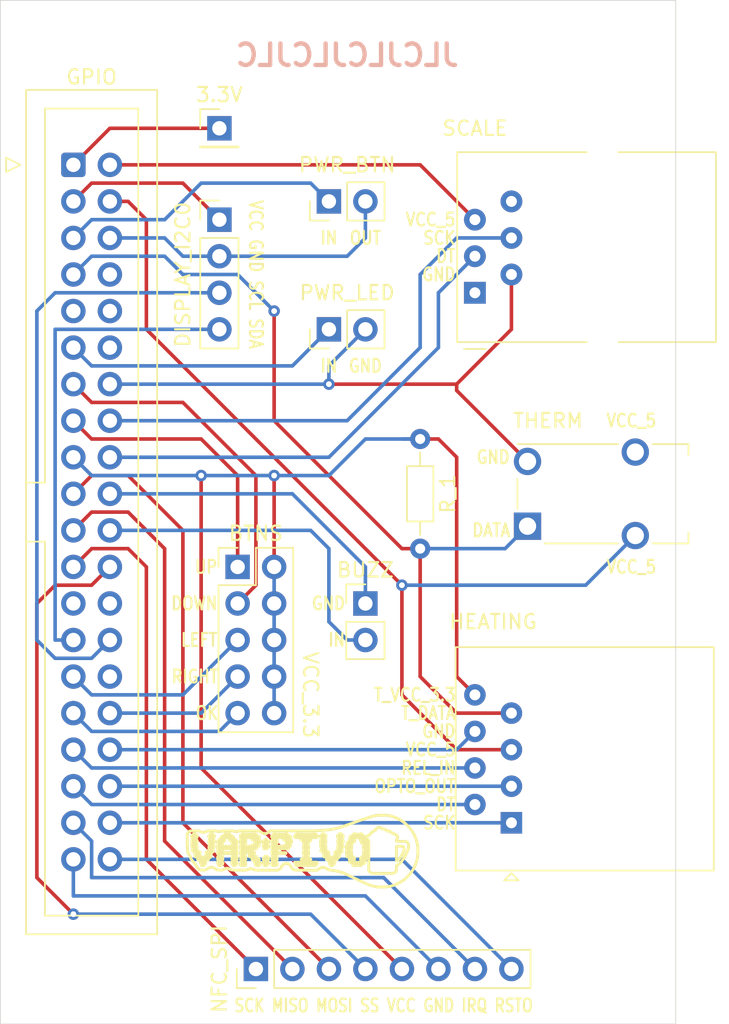
<source format=kicad_pcb>
(kicad_pcb (version 20171130) (host pcbnew "(5.1.9)-1")
  (layers (0 F.Cu signal) (31 B.Cu signal) (34 B.Paste user) (35 F.Paste user) (36 B.SilkS user) (37 F.SilkS user) (38 B.Mask user) (39 F.Mask user) (44 Edge.Cuts user))
  (net 0 "")
  (module Connector_PinHeader_2.54mm:PinHeader_1x01_P2.54mm_Vertical (layer F.Cu) (at 38.1 26.67)
    (fp_text reference 3.3V (at 0 -2.33) (layer F.SilkS))
    (fp_text value PinHeader_1x01_P2.54mm_Vertical hide)
    (pad 1 thru_hole rect (at 0 0) (size 1.7 1.7) (drill 1) (layers *.Cu *.Mask))
  )
  (module Connector_Audio:Jack_3.5mm_Switronic_ST-005-G_horizontal (layer F.Cu) (at 66.04 52.07 180)
    (fp_text reference THERM (at 5.08 5.08) (layer F.SilkS))
    (fp_text value Jack_3.5mm_Switronic_ST-005-G_horizontal hide)
    (pad "" np_thru_hole circle (at 2.5 -2.5 180) (size 1 1) (drill 1) (layers *.Cu *.Mask))
    (pad "" np_thru_hole circle (at 2.5 2.5 180) (size 1 1) (drill 1) (layers *.Cu *.Mask))
    (pad S thru_hole circle (at 6.5 2.25 180) (size 1.9 1.9) (drill 1.2) (layers *.Cu *.Mask))
    (pad R thru_hole rect (at 6.5 -2.25 180) (size 1.9 1.9) (drill 1.2) (layers *.Cu *.Mask))
    (pad T thru_hole circle (at -1 2.9 180) (size 1.9 1.9) (drill 1.2) (layers *.Cu *.Mask))
    (pad T thru_hole circle (at -1 -2.9 180) (size 1.9 1.9) (drill 1.2) (layers *.Cu *.Mask))
  )
  (module MountingHole:MountingHole_2.7mm_M2.5_ISO14580 (layer F.Cu) (at 67.31 20.32)
    (fp_text reference REF** hide)
    (fp_text value MountingHole_2.7mm_M2.5_ISO14580 hide)
    (pad 1 np_thru_hole circle (at 0 0) (size 2.7 2.7) (drill 2.7) (layers *.Cu *.Mask))
  )
  (module MountingHole:MountingHole_2.7mm_M2.5_ISO14580 (layer F.Cu) (at 25.4 20.32)
    (fp_text reference REF** hide)
    (fp_text value MountingHole_2.7mm_M2.5_ISO14580 hide)
    (pad 1 np_thru_hole circle (at 0 0) (size 2.7 2.7) (drill 2.7) (layers *.Cu *.Mask))
  )
  (module MountingHole:MountingHole_2.7mm_M2.5_ISO14580 (layer F.Cu) (at 67.31 86.36)
    (fp_text reference REF** hide)
    (fp_text value MountingHole_2.7mm_M2.5_ISO14580 hide)
    (pad 1 np_thru_hole circle (at 0 0) (size 2.7 2.7) (drill 2.7) (layers *.Cu *.Mask))
  )
  (module MountingHole:MountingHole_2.7mm_M2.5_ISO14580 (layer F.Cu) (at 25.4 86.36)
    (fp_text reference REF** hide)
    (fp_text value MountingHole_2.7mm_M2.5_ISO14580 hide)
    (pad 1 np_thru_hole circle (at 0 0) (size 2.7 2.7) (drill 2.7) (layers *.Cu *.Mask))
  )
  (module Connector_PinHeader_2.54mm:PinHeader_1x02_P2.54mm_Vertical (layer F.Cu) (at 45.72 40.64 90)
    (fp_text reference PWR_LED (at 2.54 1.27) (layer F.SilkS))
    (fp_text value PinHeader_1x02_P2.54mm_Vertical hide)
    (pad 2 thru_hole oval (at 0 2.54 90) (size 1.7 1.7) (drill 1) (layers *.Cu *.Mask))
    (pad 1 thru_hole rect (at 0 0 90) (size 1.7 1.7) (drill 1) (layers *.Cu *.Mask))
  )
  (module Connector_PinHeader_2.54mm:PinHeader_1x02_P2.54mm_Vertical (layer F.Cu) (at 48.26 59.69)
    (fp_text reference BUZZ (at 0 -2.33) (layer F.SilkS))
    (fp_text value PinHeader_1x02_P2.54mm_Vertical hide)
    (pad 2 thru_hole oval (at 0 2.54) (size 1.7 1.7) (drill 1) (layers *.Cu *.Mask))
    (pad 1 thru_hole rect (at 0 0) (size 1.7 1.7) (drill 1) (layers *.Cu *.Mask))
  )
  (module Connector_PinHeader_2.54mm:PinHeader_2x05_P2.54mm_Vertical (layer F.Cu) (at 39.37 57.15)
    (fp_text reference BTNS (at 1.27 -2.33) (layer F.SilkS))
    (fp_text value PinHeader_2x05_P2.54mm_Vertical hide)
    (pad 10 thru_hole oval (at 2.54 10.16) (size 1.7 1.7) (drill 1) (layers *.Cu *.Mask))
    (pad 9 thru_hole oval (at 0 10.16) (size 1.7 1.7) (drill 1) (layers *.Cu *.Mask))
    (pad 8 thru_hole oval (at 2.54 7.62) (size 1.7 1.7) (drill 1) (layers *.Cu *.Mask))
    (pad 7 thru_hole oval (at 0 7.62) (size 1.7 1.7) (drill 1) (layers *.Cu *.Mask))
    (pad 6 thru_hole oval (at 2.54 5.08) (size 1.7 1.7) (drill 1) (layers *.Cu *.Mask))
    (pad 5 thru_hole oval (at 0 5.08) (size 1.7 1.7) (drill 1) (layers *.Cu *.Mask))
    (pad 4 thru_hole oval (at 2.54 2.54) (size 1.7 1.7) (drill 1) (layers *.Cu *.Mask))
    (pad 3 thru_hole oval (at 0 2.54) (size 1.7 1.7) (drill 1) (layers *.Cu *.Mask))
    (pad 2 thru_hole oval (at 2.54 0) (size 1.7 1.7) (drill 1) (layers *.Cu *.Mask))
    (pad 1 thru_hole rect (at 0 0) (size 1.7 1.7) (drill 1) (layers *.Cu *.Mask))
  )
  (module Connector_PinHeader_2.54mm:PinHeader_1x02_P2.54mm_Vertical (layer F.Cu) (at 45.72 31.75 90)
    (fp_text reference PWR_BTN (at 2.54 1.27) (layer F.SilkS))
    (fp_text value PinHeader_1x02_P2.54mm_Vertical hide)
    (pad 2 thru_hole oval (at 0 2.54 90) (size 1.7 1.7) (drill 1) (layers *.Cu *.Mask))
    (pad 1 thru_hole rect (at 0 0 90) (size 1.7 1.7) (drill 1) (layers *.Cu *.Mask))
  )
  (module Connector_PinHeader_2.54mm:PinHeader_1x08_P2.54mm_Vertical (layer F.Cu) (at 40.64 85.09 90)
    (fp_text reference NFC_SPI (at 0 -2.54 90) (layer F.SilkS))
    (fp_text value PinHeader_1x08_P2.54mm_Vertical hide)
    (pad 8 thru_hole oval (at 0 17.78 90) (size 1.7 1.7) (drill 1) (layers *.Cu *.Mask))
    (pad 7 thru_hole oval (at 0 15.24 90) (size 1.7 1.7) (drill 1) (layers *.Cu *.Mask))
    (pad 6 thru_hole oval (at 0 12.7 90) (size 1.7 1.7) (drill 1) (layers *.Cu *.Mask))
    (pad 5 thru_hole oval (at 0 10.16 90) (size 1.7 1.7) (drill 1) (layers *.Cu *.Mask))
    (pad 4 thru_hole oval (at 0 7.62 90) (size 1.7 1.7) (drill 1) (layers *.Cu *.Mask))
    (pad 3 thru_hole oval (at 0 5.08 90) (size 1.7 1.7) (drill 1) (layers *.Cu *.Mask))
    (pad 2 thru_hole oval (at 0 2.54 90) (size 1.7 1.7) (drill 1) (layers *.Cu *.Mask))
    (pad 1 thru_hole rect (at 0 0 90) (size 1.7 1.7) (drill 1) (layers *.Cu *.Mask))
  )
  (module Connector_IDC:IDC-Header_2x20_P2.54mm_Vertical (layer F.Cu) (at 27.94 29.21)
    (fp_text reference GPIO (at 1.27 -6.1) (layer F.SilkS))
    (fp_text value IDC-Header_2x20_P2.54mm_Vertical hide)
    (pad 40 thru_hole circle (at 2.54 48.26) (size 1.7 1.7) (drill 1) (layers *.Cu *.Mask))
    (pad 38 thru_hole circle (at 2.54 45.72) (size 1.7 1.7) (drill 1) (layers *.Cu *.Mask))
    (pad 36 thru_hole circle (at 2.54 43.18) (size 1.7 1.7) (drill 1) (layers *.Cu *.Mask))
    (pad 34 thru_hole circle (at 2.54 40.64) (size 1.7 1.7) (drill 1) (layers *.Cu *.Mask))
    (pad 32 thru_hole circle (at 2.54 38.1) (size 1.7 1.7) (drill 1) (layers *.Cu *.Mask))
    (pad 30 thru_hole circle (at 2.54 35.56) (size 1.7 1.7) (drill 1) (layers *.Cu *.Mask))
    (pad 28 thru_hole circle (at 2.54 33.02) (size 1.7 1.7) (drill 1) (layers *.Cu *.Mask))
    (pad 26 thru_hole circle (at 2.54 30.48) (size 1.7 1.7) (drill 1) (layers *.Cu *.Mask))
    (pad 24 thru_hole circle (at 2.54 27.94) (size 1.7 1.7) (drill 1) (layers *.Cu *.Mask))
    (pad 22 thru_hole circle (at 2.54 25.4) (size 1.7 1.7) (drill 1) (layers *.Cu *.Mask))
    (pad 20 thru_hole circle (at 2.54 22.86) (size 1.7 1.7) (drill 1) (layers *.Cu *.Mask))
    (pad 18 thru_hole circle (at 2.54 20.32) (size 1.7 1.7) (drill 1) (layers *.Cu *.Mask))
    (pad 16 thru_hole circle (at 2.54 17.78) (size 1.7 1.7) (drill 1) (layers *.Cu *.Mask))
    (pad 14 thru_hole circle (at 2.54 15.24) (size 1.7 1.7) (drill 1) (layers *.Cu *.Mask))
    (pad 12 thru_hole circle (at 2.54 12.7) (size 1.7 1.7) (drill 1) (layers *.Cu *.Mask))
    (pad 10 thru_hole circle (at 2.54 10.16) (size 1.7 1.7) (drill 1) (layers *.Cu *.Mask))
    (pad 8 thru_hole circle (at 2.54 7.62) (size 1.7 1.7) (drill 1) (layers *.Cu *.Mask))
    (pad 6 thru_hole circle (at 2.54 5.08) (size 1.7 1.7) (drill 1) (layers *.Cu *.Mask))
    (pad 4 thru_hole circle (at 2.54 2.54) (size 1.7 1.7) (drill 1) (layers *.Cu *.Mask))
    (pad 2 thru_hole circle (at 2.54 0) (size 1.7 1.7) (drill 1) (layers *.Cu *.Mask))
    (pad 39 thru_hole circle (at 0 48.26) (size 1.7 1.7) (drill 1) (layers *.Cu *.Mask))
    (pad 37 thru_hole circle (at 0 45.72) (size 1.7 1.7) (drill 1) (layers *.Cu *.Mask))
    (pad 35 thru_hole circle (at 0 43.18) (size 1.7 1.7) (drill 1) (layers *.Cu *.Mask))
    (pad 33 thru_hole circle (at 0 40.64) (size 1.7 1.7) (drill 1) (layers *.Cu *.Mask))
    (pad 31 thru_hole circle (at 0 38.1) (size 1.7 1.7) (drill 1) (layers *.Cu *.Mask))
    (pad 29 thru_hole circle (at 0 35.56) (size 1.7 1.7) (drill 1) (layers *.Cu *.Mask))
    (pad 27 thru_hole circle (at 0 33.02) (size 1.7 1.7) (drill 1) (layers *.Cu *.Mask))
    (pad 25 thru_hole circle (at 0 30.48) (size 1.7 1.7) (drill 1) (layers *.Cu *.Mask))
    (pad 23 thru_hole circle (at 0 27.94) (size 1.7 1.7) (drill 1) (layers *.Cu *.Mask))
    (pad 21 thru_hole circle (at 0 25.4) (size 1.7 1.7) (drill 1) (layers *.Cu *.Mask))
    (pad 19 thru_hole circle (at 0 22.86) (size 1.7 1.7) (drill 1) (layers *.Cu *.Mask))
    (pad 17 thru_hole circle (at 0 20.32) (size 1.7 1.7) (drill 1) (layers *.Cu *.Mask))
    (pad 15 thru_hole circle (at 0 17.78) (size 1.7 1.7) (drill 1) (layers *.Cu *.Mask))
    (pad 13 thru_hole circle (at 0 15.24) (size 1.7 1.7) (drill 1) (layers *.Cu *.Mask))
    (pad 11 thru_hole circle (at 0 12.7) (size 1.7 1.7) (drill 1) (layers *.Cu *.Mask))
    (pad 9 thru_hole circle (at 0 10.16) (size 1.7 1.7) (drill 1) (layers *.Cu *.Mask))
    (pad 7 thru_hole circle (at 0 7.62) (size 1.7 1.7) (drill 1) (layers *.Cu *.Mask))
    (pad 5 thru_hole circle (at 0 5.08) (size 1.7 1.7) (drill 1) (layers *.Cu *.Mask))
    (pad 3 thru_hole circle (at 0 2.54) (size 1.7 1.7) (drill 1) (layers *.Cu *.Mask))
    (pad 1 thru_hole roundrect (at 0 0) (size 1.7 1.7) (drill 1) (layers *.Cu *.Mask) (roundrect_rratio 0.1470588235294118))
  )
  (module Connector_PinHeader_2.54mm:PinHeader_1x04_P2.54mm_Vertical (layer F.Cu) (at 38.1 33.02)
    (fp_text reference DISPLAY_I2C0 (at -2.54 3.81 90) (layer F.SilkS))
    (fp_text value PinHeader_1x04_P2.54mm_Vertical hide)
    (pad 1 thru_hole rect (at 0 0) (size 1.7 1.7) (drill 1) (layers *.Cu *.Mask))
    (pad 2 thru_hole oval (at 0 2.54) (size 1.7 1.7) (drill 1) (layers *.Cu *.Mask))
    (pad 3 thru_hole oval (at 0 5.08) (size 1.7 1.7) (drill 1) (layers *.Cu *.Mask))
    (pad 4 thru_hole oval (at 0 7.62) (size 1.7 1.7) (drill 1) (layers *.Cu *.Mask))
  )
  (module Resistor_THT:R_Axial_DIN0204_L3.6mm_D1.6mm_P7.62mm_Horizontal (layer F.Cu) (at 52.07 48.26 270)
    (fp_text reference R_1 (at 3.81 -1.92 90) (layer F.SilkS))
    (fp_text value R_Axial_DIN0204_L3.6mm_D1.6mm_P7.62mm_Horizontal hide)
    (pad 2 thru_hole oval (at 7.62 0 270) (size 1.4 1.4) (drill 0.7) (layers *.Cu *.Mask))
    (pad 1 thru_hole circle (at 0 0 270) (size 1.4 1.4) (drill 0.7) (layers *.Cu *.Mask))
  )
  (module Connector_RJ:RJ12_Amphenol_54601 (layer F.Cu) (at 55.88 38.1 90)
    (fp_text reference SCALE (at 11.43 0) (layer F.SilkS))
    (fp_text value RJ12_Amphenol_54601 hide)
    (pad 1 thru_hole rect (at 0 0 90) (size 1.52 1.52) (drill 0.76) (layers *.Cu *.Mask))
    (pad "" np_thru_hole circle (at -1.91 8.89 90) (size 3.25 3.25) (drill 3.25) (layers *.Cu *.Mask))
    (pad 2 thru_hole circle (at 1.27 2.54 90) (size 1.52 1.52) (drill 0.76) (layers *.Cu *.Mask))
    (pad 3 thru_hole circle (at 2.54 0 90) (size 1.52 1.52) (drill 0.76) (layers *.Cu *.Mask))
    (pad 4 thru_hole circle (at 3.81 2.54 90) (size 1.52 1.52) (drill 0.76) (layers *.Cu *.Mask))
    (pad 5 thru_hole circle (at 5.08 0 90) (size 1.52 1.52) (drill 0.76) (layers *.Cu *.Mask))
    (pad 6 thru_hole circle (at 6.35 2.54 90) (size 1.52 1.52) (drill 0.76) (layers *.Cu *.Mask))
    (pad "" np_thru_hole circle (at 8.25 8.89 90) (size 3.25 3.25) (drill 3.25) (layers *.Cu *.Mask))
  )
  (module Connector_RJ:RJ45_Amphenol_54602-x08_Horizontal (layer F.Cu) (at 58.42 74.93 90)
    (fp_text reference HEATING (at 13.97 -1.27) (layer F.SilkS))
    (fp_text value RJ45_Amphenol_54602-x08_Horizontal hide)
    (pad 8 thru_hole circle (at 8.89 -2.54 90) (size 1.5 1.5) (drill 0.76) (layers *.Cu *.Mask))
    (pad 7 thru_hole circle (at 7.62 0 90) (size 1.5 1.5) (drill 0.76) (layers *.Cu *.Mask))
    (pad 6 thru_hole circle (at 6.35 -2.54 90) (size 1.5 1.5) (drill 0.76) (layers *.Cu *.Mask))
    (pad 5 thru_hole circle (at 5.08 0 90) (size 1.5 1.5) (drill 0.76) (layers *.Cu *.Mask))
    (pad 4 thru_hole circle (at 3.81 -2.54 90) (size 1.5 1.5) (drill 0.76) (layers *.Cu *.Mask))
    (pad 3 thru_hole circle (at 2.54 0 90) (size 1.5 1.5) (drill 0.76) (layers *.Cu *.Mask))
    (pad 2 thru_hole circle (at 1.27 -2.54 90) (size 1.5 1.5) (drill 0.76) (layers *.Cu *.Mask))
    (pad 1 thru_hole rect (at 0 0 90) (size 1.5 1.5) (drill 0.76) (layers *.Cu *.Mask))
    (pad "" np_thru_hole circle (at -1.27 6.35 90) (size 3.2 3.2) (drill 3.2) (layers *.Cu *.Mask))
    (pad "" np_thru_hole circle (at 10.16 6.35 90) (size 3.2 3.2) (drill 3.2) (layers *.Cu *.Mask))
  )
  (gr_text JLCJLCJLCJLC (at 46.99 21.59) (layer B.SilkS) (effects (font (size 1.5 1.5) (thickness 0.3)) (justify mirror)))
  (gr_text VCC_5 (at 68.58 46.99) (layer F.SilkS) (effects (font (size 0.9 0.75)) (justify right)))
  (gr_text DATA (at 58.42 54.61) (layer F.SilkS) (effects (font (size 0.9 0.75)) (justify right)))
  (gr_text VCC_5 (at 68.58 57.15) (layer F.SilkS) (effects (font (size 0.9 0.75)) (justify right)))
  (gr_text GND (at 57.15 49.53) (layer F.SilkS) (effects (font (size 0.9 0.75))))
  (gr_line (start 22.86 17.78) (end 22.86 88.9) (layer Edge.Cuts) (width 0.05))
  (gr_line (start 69.85 17.78) (end 22.86 17.78) (layer Edge.Cuts) (width 0.05))
  (gr_line (start 69.85 88.9) (end 69.85 17.78) (layer Edge.Cuts) (width 0.05))
  (gr_line (start 22.86 88.9) (end 69.85 88.9) (layer Edge.Cuts) (width 0.05))
  (gr_line (start 42.1029 76.98698) (end 42.10638 76.98136) (layer F.SilkS) (width 0.2))
  (gr_line (start 41.83186 77.09354) (end 41.81538 77.08574) (layer F.SilkS) (width 0.2))
  (gr_line (start 41.87852 77.06816) (end 41.87852 77.07248) (layer F.SilkS) (width 0.2))
  (gr_line (start 41.86302 77.04386) (end 41.87852 77.06208) (layer F.SilkS) (width 0.2))
  (gr_line (start 41.98126 76.90746) (end 41.9765 76.9119) (layer F.SilkS) (width 0.2))
  (gr_line (start 42.10422 77.018021) (end 42.09704 77.00436) (layer F.SilkS) (width 0.2))
  (gr_line (start 41.98432 77.0051) (end 41.9776 77.02052) (layer F.SilkS) (width 0.2))
  (gr_line (start 41.9776 76.99188) (end 41.98432 77.0051) (layer F.SilkS) (width 0.2))
  (gr_line (start 41.96054 76.94902) (end 41.96954 76.98296) (layer F.SilkS) (width 0.2))
  (gr_line (start 41.8538 77.09452) (end 41.83186 77.09354) (layer F.SilkS) (width 0.2))
  (gr_line (start 41.9714 76.91646) (end 41.96054 76.94902) (layer F.SilkS) (width 0.2))
  (gr_line (start 41.84966 76.974301) (end 41.82286 76.97472) (layer F.SilkS) (width 0.2))
  (gr_line (start 41.86052 76.930761) (end 41.86908 76.95108) (layer F.SilkS) (width 0.2))
  (gr_line (start 42.10638 76.98136) (end 42.11332 76.94412) (layer F.SilkS) (width 0.2))
  (gr_line (start 42.12266 77.068041) (end 42.11302 77.027681) (layer F.SilkS) (width 0.2))
  (gr_line (start 42.10888 77.10472) (end 42.12266 77.068041) (layer F.SilkS) (width 0.2))
  (gr_line (start 41.83794 77.032661) (end 41.86302 77.04386) (layer F.SilkS) (width 0.2))
  (gr_line (start 41.82286 76.97472) (end 41.81744 76.97244) (layer F.SilkS) (width 0.2))
  (gr_line (start 41.81744 76.97244) (end 41.813 76.9706) (layer F.SilkS) (width 0.2))
  (gr_line (start 42.1029 76.907761) (end 42.0988 76.90366) (layer F.SilkS) (width 0.2))
  (gr_line (start 42.10638 76.911241) (end 42.1029 76.907761) (layer F.SilkS) (width 0.2))
  (gr_line (start 42.11302 77.027681) (end 42.10746 77.02148) (layer F.SilkS) (width 0.2))
  (gr_line (start 42.10064 76.99046) (end 42.1029 76.98698) (layer F.SilkS) (width 0.2))
  (gr_line (start 41.86714 76.961161) (end 41.84966 76.974301) (layer F.SilkS) (width 0.2))
  (gr_line (start 41.86908 76.95108) (end 41.868 76.95704) (layer F.SilkS) (width 0.2))
  (gr_line (start 41.83622 76.9259) (end 41.86052 76.930761) (layer F.SilkS) (width 0.2))
  (gr_line (start 41.8233 76.929161) (end 41.8295 76.92762) (layer F.SilkS) (width 0.2))
  (gr_line (start 41.97444 77.02508) (end 41.96954 77.03202) (layer F.SilkS) (width 0.2))
  (gr_line (start 41.80636 76.94912) (end 41.8233 76.929161) (layer F.SilkS) (width 0.2))
  (gr_line (start 41.87852 77.07248) (end 41.87136 77.08562) (layer F.SilkS) (width 0.2))
  (gr_line (start 41.97444 76.9884) (end 41.9776 76.99188) (layer F.SilkS) (width 0.2))
  (gr_line (start 42.11332 76.94412) (end 42.10638 76.911241) (layer F.SilkS) (width 0.2))
  (gr_line (start 41.87136 77.08562) (end 41.8538 77.09452) (layer F.SilkS) (width 0.2))
  (gr_line (start 41.82968 77.032661) (end 41.83794 77.032661) (layer F.SilkS) (width 0.2))
  (gr_line (start 42.09704 77.00436) (end 42.10064 76.99046) (layer F.SilkS) (width 0.2))
  (gr_line (start 41.81136 77.08172) (end 41.81136 77.08172) (layer F.SilkS) (width 0.2))
  (gr_line (start 41.81538 77.08574) (end 41.81136 77.08172) (layer F.SilkS) (width 0.2))
  (gr_line (start 41.8295 76.92762) (end 41.83622 76.9259) (layer F.SilkS) (width 0.2))
  (gr_line (start 42.00222 76.90126) (end 41.98126 76.90746) (layer F.SilkS) (width 0.2))
  (gr_line (start 41.868 76.95704) (end 41.86714 76.961161) (layer F.SilkS) (width 0.2))
  (gr_line (start 42.04086 76.89682) (end 42.00222 76.90126) (layer F.SilkS) (width 0.2))
  (gr_line (start 42.07894 76.898761) (end 42.04086 76.89682) (layer F.SilkS) (width 0.2))
  (gr_line (start 42.10746 77.02148) (end 42.10422 77.018021) (layer F.SilkS) (width 0.2))
  (gr_line (start 41.87852 77.06208) (end 41.87852 77.06816) (layer F.SilkS) (width 0.2))
  (gr_line (start 41.9765 76.9119) (end 41.9714 76.91646) (layer F.SilkS) (width 0.2))
  (gr_line (start 41.81744 76.97244) (end 41.81744 76.97244) (layer F.SilkS) (width 0.2))
  (gr_line (start 42.0988 76.90366) (end 42.07894 76.898761) (layer F.SilkS) (width 0.2))
  (gr_line (start 41.96954 76.98296) (end 41.97444 76.9884) (layer F.SilkS) (width 0.2))
  (gr_line (start 42.1028 77.10904) (end 42.10888 77.10472) (layer F.SilkS) (width 0.2))
  (gr_line (start 41.813 76.9706) (end 41.80636 76.94912) (layer F.SilkS) (width 0.2))
  (gr_line (start 41.9776 77.02052) (end 41.97444 77.02508) (layer F.SilkS) (width 0.2))
  (gr_line (start 41.82364 77.032661) (end 41.82968 77.032661) (layer F.SilkS) (width 0.2))
  (gr_line (start 41.77046 77.03202) (end 41.76114 77.07522) (layer F.SilkS) (width 0.2))
  (gr_line (start 41.90436 76.98624) (end 41.90772 76.980681) (layer F.SilkS) (width 0.2))
  (gr_line (start 41.8056 77.0509) (end 41.82364 77.032661) (layer F.SilkS) (width 0.2))
  (gr_line (start 41.80714 77.07748) (end 41.8056 77.0509) (layer F.SilkS) (width 0.2))
  (gr_line (start 41.90368 77.10904) (end 41.90368 77.10904) (layer F.SilkS) (width 0.2))
  (gr_line (start 40.49822 77.116661) (end 40.503 77.11416) (layer F.SilkS) (width 0.2))
  (gr_line (start 41.89794 77.11296) (end 41.90368 77.10904) (layer F.SilkS) (width 0.2))
  (gr_line (start 41.84088 77.12252) (end 41.89794 77.11296) (layer F.SilkS) (width 0.2))
  (gr_line (start 40.42736 77.088981) (end 40.42344 77.08508) (layer F.SilkS) (width 0.2))
  (gr_line (start 40.42344 77.08508) (end 40.41866 77.0803) (layer F.SilkS) (width 0.2))
  (gr_line (start 40.37254 77.11622) (end 40.37344 77.11708) (layer F.SilkS) (width 0.2))
  (gr_line (start 41.78282 77.11688) (end 41.84088 77.12252) (layer F.SilkS) (width 0.2))
  (gr_line (start 41.77164 77.110361) (end 41.77674 77.1133) (layer F.SilkS) (width 0.2))
  (gr_line (start 41.7723 76.91646) (end 41.76144 76.94902) (layer F.SilkS) (width 0.2))
  (gr_line (start 40.45132 76.9783) (end 40.45718 76.9783) (layer F.SilkS) (width 0.2))
  (gr_line (start 41.9039 76.907761) (end 41.8998 76.90366) (layer F.SilkS) (width 0.2))
  (gr_line (start 41.9141 77.0319) (end 41.9088 77.024321) (layer F.SilkS) (width 0.2))
  (gr_line (start 41.7785 76.99188) (end 41.78532 77.0051) (layer F.SilkS) (width 0.2))
  (gr_line (start 41.77532 76.9884) (end 41.7785 76.99188) (layer F.SilkS) (width 0.2))
  (gr_line (start 41.7775 76.9119) (end 41.7723 76.91646) (layer F.SilkS) (width 0.2))
  (gr_line (start 41.77046 76.98296) (end 41.77532 76.9884) (layer F.SilkS) (width 0.2))
  (gr_line (start 41.80322 76.90126) (end 41.78228 76.90746) (layer F.SilkS) (width 0.2))
  (gr_line (start 41.91432 76.9439) (end 41.90728 76.91112) (layer F.SilkS) (width 0.2))
  (gr_line (start 40.41866 77.0803) (end 40.41302 77.05752) (layer F.SilkS) (width 0.2))
  (gr_line (start 41.9088 77.024321) (end 41.90578 77.020081) (layer F.SilkS) (width 0.2))
  (gr_line (start 40.4905 77.04972) (end 40.48126 77.07248) (layer F.SilkS) (width 0.2))
  (gr_line (start 41.90966 77.104821) (end 41.92332 77.07174) (layer F.SilkS) (width 0.2))
  (gr_line (start 40.48126 77.07248) (end 40.47596 77.077901) (layer F.SilkS) (width 0.2))
  (gr_line (start 40.37572 77.11936) (end 40.3949 77.12196) (layer F.SilkS) (width 0.2))
  (gr_line (start 41.90368 77.10904) (end 41.90966 77.104821) (layer F.SilkS) (width 0.2))
  (gr_line (start 40.41302 77.05752) (end 40.4179 77.02204) (layer F.SilkS) (width 0.2))
  (gr_line (start 41.92332 77.07174) (end 41.9141 77.0319) (layer F.SilkS) (width 0.2))
  (gr_line (start 40.4626 76.9783) (end 40.47922 76.989601) (layer F.SilkS) (width 0.2))
  (gr_line (start 40.3949 77.12196) (end 40.43464 77.12282) (layer F.SilkS) (width 0.2))
  (gr_line (start 41.76144 76.94902) (end 41.77046 76.98296) (layer F.SilkS) (width 0.2))
  (gr_line (start 40.42344 77.08508) (end 40.42344 77.08508) (layer F.SilkS) (width 0.2))
  (gr_line (start 41.77674 77.1133) (end 41.78282 77.11688) (layer F.SilkS) (width 0.2))
  (gr_line (start 41.76114 77.07522) (end 41.77164 77.110361) (layer F.SilkS) (width 0.2))
  (gr_line (start 41.77532 77.02508) (end 41.77046 77.03202) (layer F.SilkS) (width 0.2))
  (gr_line (start 41.78228 76.90746) (end 41.7775 76.9119) (layer F.SilkS) (width 0.2))
  (gr_line (start 41.90728 76.91112) (end 41.9039 76.907761) (layer F.SilkS) (width 0.2))
  (gr_line (start 40.47074 77.08302) (end 40.44774 77.09504) (layer F.SilkS) (width 0.2))
  (gr_line (start 40.4179 77.02204) (end 40.43396 76.99132) (layer F.SilkS) (width 0.2))
  (gr_line (start 41.90218 76.989501) (end 41.90436 76.98624) (layer F.SilkS) (width 0.2))
  (gr_line (start 40.47596 77.077901) (end 40.47074 77.08302) (layer F.SilkS) (width 0.2))
  (gr_line (start 41.90772 76.980681) (end 41.91432 76.9439) (layer F.SilkS) (width 0.2))
  (gr_line (start 40.44774 77.09504) (end 40.42736 77.088981) (layer F.SilkS) (width 0.2))
  (gr_line (start 40.503 77.11416) (end 40.503 77.11416) (layer F.SilkS) (width 0.2))
  (gr_line (start 40.43464 77.12282) (end 40.47608 77.120121) (layer F.SilkS) (width 0.2))
  (gr_line (start 40.37344 77.11708) (end 40.37572 77.11936) (layer F.SilkS) (width 0.2))
  (gr_line (start 41.89894 77.0039) (end 41.90218 76.989501) (layer F.SilkS) (width 0.2))
  (gr_line (start 41.90578 77.020081) (end 41.89894 77.0039) (layer F.SilkS) (width 0.2))
  (gr_line (start 40.45718 76.9783) (end 40.4626 76.9783) (layer F.SilkS) (width 0.2))
  (gr_line (start 40.47922 76.989601) (end 40.49094 77.01682) (layer F.SilkS) (width 0.2))
  (gr_line (start 41.87982 76.898761) (end 41.84186 76.89682) (layer F.SilkS) (width 0.2))
  (gr_line (start 41.84186 76.89682) (end 41.80322 76.90126) (layer F.SilkS) (width 0.2))
  (gr_line (start 41.7785 77.02052) (end 41.77532 77.02508) (layer F.SilkS) (width 0.2))
  (gr_line (start 41.8998 76.90366) (end 41.87982 76.898761) (layer F.SilkS) (width 0.2))
  (gr_line (start 40.43396 76.99132) (end 40.45132 76.9783) (layer F.SilkS) (width 0.2))
  (gr_line (start 40.47608 77.120121) (end 40.49822 77.116661) (layer F.SilkS) (width 0.2))
  (gr_line (start 41.78532 77.0051) (end 41.7785 77.02052) (layer F.SilkS) (width 0.2))
  (gr_line (start 40.49094 77.01682) (end 40.4905 77.04972) (layer F.SilkS) (width 0.2))
  (gr_line (start 41.81136 77.08172) (end 41.80714 77.07748) (layer F.SilkS) (width 0.2))
  (gr_line (start 40.4126 76.9018) (end 40.40902 76.876) (layer F.SilkS) (width 0.2))
  (gr_line (start 40.22488 76.97244) (end 40.22044 76.9706) (layer F.SilkS) (width 0.2))
  (gr_line (start 40.18278 77.02508) (end 40.17788 77.03202) (layer F.SilkS) (width 0.2))
  (gr_line (start 40.18278 76.9884) (end 40.18594 76.99188) (layer F.SilkS) (width 0.2))
  (gr_line (start 40.16888 76.94902) (end 40.17788 76.98296) (layer F.SilkS) (width 0.2))
  (gr_line (start 40.4126 76.9105) (end 40.4126 76.9018) (layer F.SilkS) (width 0.2))
  (gr_line (start 40.23922 77.09354) (end 40.22272 77.08574) (layer F.SilkS) (width 0.2))
  (gr_line (start 40.27446 76.961161) (end 40.257 76.974301) (layer F.SilkS) (width 0.2))
  (gr_line (start 40.46132 76.95118) (end 40.4126 76.95118) (layer F.SilkS) (width 0.2))
  (gr_line (start 40.49874 76.95432) (end 40.47066 76.95118) (layer F.SilkS) (width 0.2))
  (gr_line (start 40.51928 76.962461) (end 40.51786 76.96082) (layer F.SilkS) (width 0.2))
  (gr_line (start 40.18594 77.02052) (end 40.18278 77.02508) (layer F.SilkS) (width 0.2))
  (gr_line (start 40.5251 76.96952) (end 40.51928 76.962461) (layer F.SilkS) (width 0.2))
  (gr_line (start 40.5338 76.99826) (end 40.5251 76.96952) (layer F.SilkS) (width 0.2))
  (gr_line (start 40.23702 77.032661) (end 40.24538 77.032661) (layer F.SilkS) (width 0.2))
  (gr_line (start 40.21868 77.08172) (end 40.21446 77.07748) (layer F.SilkS) (width 0.2))
  (gr_line (start 40.22044 76.9706) (end 40.2138 76.94912) (layer F.SilkS) (width 0.2))
  (gr_line (start 40.535 77.04438) (end 40.5338 76.99826) (layer F.SilkS) (width 0.2))
  (gr_line (start 40.52414 77.087461) (end 40.535 77.04438) (layer F.SilkS) (width 0.2))
  (gr_line (start 40.22488 76.97244) (end 40.22488 76.97244) (layer F.SilkS) (width 0.2))
  (gr_line (start 40.28596 77.07248) (end 40.27868 77.08562) (layer F.SilkS) (width 0.2))
  (gr_line (start 40.24538 77.032661) (end 40.27046 77.04386) (layer F.SilkS) (width 0.2))
  (gr_line (start 40.28596 77.06816) (end 40.28596 77.07248) (layer F.SilkS) (width 0.2))
  (gr_line (start 40.179 77.110361) (end 40.18408 77.1133) (layer F.SilkS) (width 0.2))
  (gr_line (start 40.23018 76.97472) (end 40.22488 76.97244) (layer F.SilkS) (width 0.2))
  (gr_line (start 40.23682 76.92762) (end 40.24354 76.9259) (layer F.SilkS) (width 0.2))
  (gr_line (start 40.23064 76.929161) (end 40.23682 76.92762) (layer F.SilkS) (width 0.2))
  (gr_line (start 40.27868 77.08562) (end 40.26122 77.09452) (layer F.SilkS) (width 0.2))
  (gr_line (start 40.21868 77.08172) (end 40.21868 77.08172) (layer F.SilkS) (width 0.2))
  (gr_line (start 40.23096 77.032661) (end 40.23702 77.032661) (layer F.SilkS) (width 0.2))
  (gr_line (start 40.36908 77.07726) (end 40.37254 77.11622) (layer F.SilkS) (width 0.2))
  (gr_line (start 40.31102 77.10904) (end 40.31102 77.10904) (layer F.SilkS) (width 0.2))
  (gr_line (start 40.21446 77.07748) (end 40.21294 77.0509) (layer F.SilkS) (width 0.2))
  (gr_line (start 40.24822 77.12252) (end 40.30526 77.11296) (layer F.SilkS) (width 0.2))
  (gr_line (start 40.36736 77.01204) (end 40.36908 77.07726) (layer F.SilkS) (width 0.2))
  (gr_line (start 40.19026 77.11688) (end 40.24822 77.12252) (layer F.SilkS) (width 0.2))
  (gr_line (start 40.18594 76.99188) (end 40.19266 77.0051) (layer F.SilkS) (width 0.2))
  (gr_line (start 40.36736 76.99036) (end 40.36736 77.01204) (layer F.SilkS) (width 0.2))
  (gr_line (start 40.36736 76.86968) (end 40.36736 76.99036) (layer F.SilkS) (width 0.2))
  (gr_line (start 40.39002 76.86968) (end 40.36736 76.86968) (layer F.SilkS) (width 0.2))
  (gr_line (start 40.4126 76.95118) (end 40.4126 76.9105) (layer F.SilkS) (width 0.2))
  (gr_line (start 40.19266 77.0051) (end 40.18594 77.02052) (layer F.SilkS) (width 0.2))
  (gr_line (start 40.2138 76.94912) (end 40.23064 76.929161) (layer F.SilkS) (width 0.2))
  (gr_line (start 40.22272 77.08574) (end 40.21868 77.08172) (layer F.SilkS) (width 0.2))
  (gr_line (start 40.16858 77.07522) (end 40.179 77.110361) (layer F.SilkS) (width 0.2))
  (gr_line (start 40.17788 77.03202) (end 40.16858 77.07522) (layer F.SilkS) (width 0.2))
  (gr_line (start 40.47066 76.95118) (end 40.46132 76.95118) (layer F.SilkS) (width 0.2))
  (gr_line (start 40.30526 77.11296) (end 40.31102 77.10904) (layer F.SilkS) (width 0.2))
  (gr_line (start 40.27532 76.95704) (end 40.27446 76.961161) (layer F.SilkS) (width 0.2))
  (gr_line (start 40.21294 77.0509) (end 40.23096 77.032661) (layer F.SilkS) (width 0.2))
  (gr_line (start 40.2764 76.95108) (end 40.27532 76.95704) (layer F.SilkS) (width 0.2))
  (gr_line (start 40.26786 76.930761) (end 40.2764 76.95108) (layer F.SilkS) (width 0.2))
  (gr_line (start 40.51786 76.96082) (end 40.49874 76.95432) (layer F.SilkS) (width 0.2))
  (gr_line (start 40.17788 76.98296) (end 40.18278 76.9884) (layer F.SilkS) (width 0.2))
  (gr_line (start 40.26122 77.09452) (end 40.23922 77.09354) (layer F.SilkS) (width 0.2))
  (gr_line (start 40.257 76.974301) (end 40.23018 76.97472) (layer F.SilkS) (width 0.2))
  (gr_line (start 40.27046 77.04386) (end 40.28596 77.06208) (layer F.SilkS) (width 0.2))
  (gr_line (start 40.24354 76.9259) (end 40.26786 76.930761) (layer F.SilkS) (width 0.2))
  (gr_line (start 40.50982 77.110461) (end 40.52414 77.087461) (layer F.SilkS) (width 0.2))
  (gr_line (start 40.503 77.11416) (end 40.50982 77.110461) (layer F.SilkS) (width 0.2))
  (gr_line (start 40.39468 76.86968) (end 40.39002 76.86968) (layer F.SilkS) (width 0.2))
  (gr_line (start 40.28596 77.06208) (end 40.28596 77.06816) (layer F.SilkS) (width 0.2))
  (gr_line (start 40.18408 77.1133) (end 40.19026 77.11688) (layer F.SilkS) (width 0.2))
  (gr_line (start 40.40902 76.876) (end 40.39468 76.86968) (layer F.SilkS) (width 0.2))
  (gr_line (start 40.17974 76.91646) (end 40.16888 76.94902) (layer F.SilkS) (width 0.2))
  (gr_line (start 40.30538 77.00436) (end 40.30896 76.99046) (layer F.SilkS) (width 0.2))
  (gr_line (start 39.82666 76.97244) (end 39.82222 76.9706) (layer F.SilkS) (width 0.2))
  (gr_line (start 40.18482 76.9119) (end 40.17974 76.91646) (layer F.SilkS) (width 0.2))
  (gr_line (start 40.1896 76.90746) (end 40.18482 76.9119) (layer F.SilkS) (width 0.2))
  (gr_line (start 40.21054 76.90126) (end 40.1896 76.90746) (layer F.SilkS) (width 0.2))
  (gr_line (start 39.78772 76.99188) (end 39.79454 77.0051) (layer F.SilkS) (width 0.2))
  (gr_line (start 40.24918 76.89682) (end 40.21054 76.90126) (layer F.SilkS) (width 0.2))
  (gr_line (start 40.30714 76.90366) (end 40.28716 76.898761) (layer F.SilkS) (width 0.2))
  (gr_line (start 40.31472 76.911241) (end 40.31124 76.907761) (layer F.SilkS) (width 0.2))
  (gr_line (start 39.84716 77.032661) (end 39.87224 77.04386) (layer F.SilkS) (width 0.2))
  (gr_line (start 39.78772 77.02052) (end 39.78454 77.02508) (layer F.SilkS) (width 0.2))
  (gr_line (start 40.32166 76.94412) (end 40.31472 76.911241) (layer F.SilkS) (width 0.2))
  (gr_line (start 40.31124 76.98698) (end 40.31472 76.98136) (layer F.SilkS) (width 0.2))
  (gr_line (start 39.83208 76.97472) (end 39.82666 76.97244) (layer F.SilkS) (width 0.2))
  (gr_line (start 39.78596 77.1133) (end 39.79204 77.11688) (layer F.SilkS) (width 0.2))
  (gr_line (start 39.83872 76.92762) (end 39.845439 76.9259) (layer F.SilkS) (width 0.2))
  (gr_line (start 39.88058 77.08562) (end 39.86302 77.09452) (layer F.SilkS) (width 0.2))
  (gr_line (start 40.33088 77.068041) (end 40.32124 77.027681) (layer F.SilkS) (width 0.2))
  (gr_line (start 40.3171 77.10472) (end 40.33088 77.068041) (layer F.SilkS) (width 0.2))
  (gr_line (start 39.85888 76.974301) (end 39.83208 76.97472) (layer F.SilkS) (width 0.2))
  (gr_line (start 40.31102 77.10904) (end 40.3171 77.10472) (layer F.SilkS) (width 0.2))
  (gr_line (start 39.87722 76.95704) (end 39.87636 76.961161) (layer F.SilkS) (width 0.2))
  (gr_line (start 39.81568 76.94912) (end 39.83252 76.929161) (layer F.SilkS) (width 0.2))
  (gr_line (start 39.78454 77.02508) (end 39.779679 77.03202) (layer F.SilkS) (width 0.2))
  (gr_line (start 39.86302 77.09452) (end 39.84108 77.09354) (layer F.SilkS) (width 0.2))
  (gr_line (start 39.82058 77.08172) (end 39.81636 77.07748) (layer F.SilkS) (width 0.2))
  (gr_line (start 39.88774 77.06816) (end 39.88774 77.07248) (layer F.SilkS) (width 0.2))
  (gr_line (start 39.81636 77.07748) (end 39.81482 77.0509) (layer F.SilkS) (width 0.2))
  (gr_line (start 39.78164 76.91646) (end 39.77066 76.94902) (layer F.SilkS) (width 0.2))
  (gr_line (start 39.88774 77.06208) (end 39.88774 77.06816) (layer F.SilkS) (width 0.2))
  (gr_line (start 39.779679 77.03202) (end 39.77036 77.07522) (layer F.SilkS) (width 0.2))
  (gr_line (start 39.88774 77.07248) (end 39.88058 77.08562) (layer F.SilkS) (width 0.2))
  (gr_line (start 39.8501 77.12252) (end 39.90716 77.11296) (layer F.SilkS) (width 0.2))
  (gr_line (start 39.77066 76.94902) (end 39.779679 76.98296) (layer F.SilkS) (width 0.2))
  (gr_line (start 39.82666 76.97244) (end 39.82666 76.97244) (layer F.SilkS) (width 0.2))
  (gr_line (start 39.87224 77.04386) (end 39.88774 77.06208) (layer F.SilkS) (width 0.2))
  (gr_line (start 40.31124 76.907761) (end 40.30714 76.90366) (layer F.SilkS) (width 0.2))
  (gr_line (start 40.31472 76.98136) (end 40.32166 76.94412) (layer F.SilkS) (width 0.2))
  (gr_line (start 40.30896 76.99046) (end 40.31124 76.98698) (layer F.SilkS) (width 0.2))
  (gr_line (start 40.31254 77.018021) (end 40.30538 77.00436) (layer F.SilkS) (width 0.2))
  (gr_line (start 39.87636 76.961161) (end 39.85888 76.974301) (layer F.SilkS) (width 0.2))
  (gr_line (start 39.83286 77.032661) (end 39.8389 77.032661) (layer F.SilkS) (width 0.2))
  (gr_line (start 39.77036 77.07522) (end 39.78088 77.110361) (layer F.SilkS) (width 0.2))
  (gr_line (start 39.82058 77.08172) (end 39.82058 77.08172) (layer F.SilkS) (width 0.2))
  (gr_line (start 39.81482 77.0509) (end 39.83286 77.032661) (layer F.SilkS) (width 0.2))
  (gr_line (start 39.83252 76.929161) (end 39.83872 76.92762) (layer F.SilkS) (width 0.2))
  (gr_line (start 39.8389 77.032661) (end 39.84716 77.032661) (layer F.SilkS) (width 0.2))
  (gr_line (start 39.79454 77.0051) (end 39.78772 77.02052) (layer F.SilkS) (width 0.2))
  (gr_line (start 39.779679 76.98296) (end 39.78454 76.9884) (layer F.SilkS) (width 0.2))
  (gr_line (start 39.82222 76.9706) (end 39.81568 76.94912) (layer F.SilkS) (width 0.2))
  (gr_line (start 39.8246 77.08574) (end 39.82058 77.08172) (layer F.SilkS) (width 0.2))
  (gr_line (start 39.84108 77.09354) (end 39.8246 77.08574) (layer F.SilkS) (width 0.2))
  (gr_line (start 39.79204 77.11688) (end 39.8501 77.12252) (layer F.SilkS) (width 0.2))
  (gr_line (start 39.90716 77.11296) (end 39.9129 77.10904) (layer F.SilkS) (width 0.2))
  (gr_line (start 39.86974 76.930761) (end 39.8783 76.95108) (layer F.SilkS) (width 0.2))
  (gr_line (start 39.8783 76.95108) (end 39.87722 76.95704) (layer F.SilkS) (width 0.2))
  (gr_line (start 40.31568 77.02148) (end 40.31254 77.018021) (layer F.SilkS) (width 0.2))
  (gr_line (start 39.845439 76.9259) (end 39.86974 76.930761) (layer F.SilkS) (width 0.2))
  (gr_line (start 39.78088 77.110361) (end 39.78596 77.1133) (layer F.SilkS) (width 0.2))
  (gr_line (start 39.78454 76.9884) (end 39.78772 76.99188) (layer F.SilkS) (width 0.2))
  (gr_line (start 40.32124 77.027681) (end 40.31568 77.02148) (layer F.SilkS) (width 0.2))
  (gr_line (start 39.9129 77.10904) (end 39.9129 77.10904) (layer F.SilkS) (width 0.2))
  (gr_line (start 40.28716 76.898761) (end 40.24918 76.89682) (layer F.SilkS) (width 0.2))
  (gr_line (start 39.64632 76.9259) (end 39.67064 76.930761) (layer F.SilkS) (width 0.2))
  (gr_line (start 39.81244 76.90126) (end 39.7915 76.90746) (layer F.SilkS) (width 0.2))
  (gr_line (start 39.88904 76.898761) (end 39.85108 76.89682) (layer F.SilkS) (width 0.2))
  (gr_line (start 39.90902 76.90366) (end 39.88904 76.898761) (layer F.SilkS) (width 0.2))
  (gr_line (start 39.91152 76.989501) (end 39.91358 76.98624) (layer F.SilkS) (width 0.2))
  (gr_line (start 39.6781 76.95704) (end 39.67724 76.961161) (layer F.SilkS) (width 0.2))
  (gr_line (start 39.642 77.09354) (end 39.6255 77.08574) (layer F.SilkS) (width 0.2))
  (gr_line (start 39.673239 77.04386) (end 39.68874 77.06208) (layer F.SilkS) (width 0.2))
  (gr_line (start 39.664 77.09452) (end 39.642 77.09354) (layer F.SilkS) (width 0.2))
  (gr_line (start 39.68146 77.08562) (end 39.664 77.09452) (layer F.SilkS) (width 0.2))
  (gr_line (start 39.9165 76.91112) (end 39.91314 76.907761) (layer F.SilkS) (width 0.2))
  (gr_line (start 39.91314 76.907761) (end 39.90902 76.90366) (layer F.SilkS) (width 0.2))
  (gr_line (start 39.91358 76.98624) (end 39.91694 76.980681) (layer F.SilkS) (width 0.2))
  (gr_line (start 39.61572 77.0509) (end 39.63374 77.032661) (layer F.SilkS) (width 0.2))
  (gr_line (start 39.58066 76.98296) (end 39.58554 76.9884) (layer F.SilkS) (width 0.2))
  (gr_line (start 39.92354 76.9439) (end 39.9165 76.91112) (layer F.SilkS) (width 0.2))
  (gr_line (start 39.91694 76.980681) (end 39.92354 76.9439) (layer F.SilkS) (width 0.2))
  (gr_line (start 39.915 77.020081) (end 39.90824 77.0039) (layer F.SilkS) (width 0.2))
  (gr_line (start 39.59544 77.0051) (end 39.58872 77.02052) (layer F.SilkS) (width 0.2))
  (gr_line (start 39.651 77.12252) (end 39.70804 77.11296) (layer F.SilkS) (width 0.2))
  (gr_line (start 39.5876 76.9119) (end 39.58252 76.91646) (layer F.SilkS) (width 0.2))
  (gr_line (start 39.90824 77.0039) (end 39.91152 76.989501) (layer F.SilkS) (width 0.2))
  (gr_line (start 39.92332 77.0319) (end 39.91802 77.024321) (layer F.SilkS) (width 0.2))
  (gr_line (start 39.58872 77.02052) (end 39.58554 77.02508) (layer F.SilkS) (width 0.2))
  (gr_line (start 39.91888 77.104821) (end 39.93254 77.07174) (layer F.SilkS) (width 0.2))
  (gr_line (start 39.93254 77.07174) (end 39.92332 77.0319) (layer F.SilkS) (width 0.2))
  (gr_line (start 39.58066 77.03202) (end 39.57136 77.07522) (layer F.SilkS) (width 0.2))
  (gr_line (start 39.67724 76.961161) (end 39.65978 76.974301) (layer F.SilkS) (width 0.2))
  (gr_line (start 39.68874 77.06208) (end 39.68874 77.06816) (layer F.SilkS) (width 0.2))
  (gr_line (start 39.57136 77.07522) (end 39.58178 77.110361) (layer F.SilkS) (width 0.2))
  (gr_line (start 39.70804 77.11296) (end 39.713799 77.10904) (layer F.SilkS) (width 0.2))
  (gr_line (start 39.61658 76.94912) (end 39.6334 76.929161) (layer F.SilkS) (width 0.2))
  (gr_line (start 39.58554 76.9884) (end 39.58872 76.99188) (layer F.SilkS) (width 0.2))
  (gr_line (start 39.62322 76.9706) (end 39.61658 76.94912) (layer F.SilkS) (width 0.2))
  (gr_line (start 39.63374 77.032661) (end 39.6398 77.032661) (layer F.SilkS) (width 0.2))
  (gr_line (start 39.58252 76.91646) (end 39.57166 76.94902) (layer F.SilkS) (width 0.2))
  (gr_line (start 39.59294 77.11688) (end 39.651 77.12252) (layer F.SilkS) (width 0.2))
  (gr_line (start 39.65978 76.974301) (end 39.63296 76.97472) (layer F.SilkS) (width 0.2))
  (gr_line (start 39.58872 76.99188) (end 39.59544 77.0051) (layer F.SilkS) (width 0.2))
  (gr_line (start 39.67064 76.930761) (end 39.67918 76.95108) (layer F.SilkS) (width 0.2))
  (gr_line (start 39.62146 77.08172) (end 39.62146 77.08172) (layer F.SilkS) (width 0.2))
  (gr_line (start 39.57166 76.94902) (end 39.58066 76.98296) (layer F.SilkS) (width 0.2))
  (gr_line (start 39.58178 77.110361) (end 39.58686 77.1133) (layer F.SilkS) (width 0.2))
  (gr_line (start 39.58554 77.02508) (end 39.58066 77.03202) (layer F.SilkS) (width 0.2))
  (gr_line (start 39.6396 76.92762) (end 39.64632 76.9259) (layer F.SilkS) (width 0.2))
  (gr_line (start 39.58686 77.1133) (end 39.59294 77.11688) (layer F.SilkS) (width 0.2))
  (gr_line (start 39.9129 77.10904) (end 39.91888 77.104821) (layer F.SilkS) (width 0.2))
  (gr_line (start 39.62766 76.97244) (end 39.62322 76.9706) (layer F.SilkS) (width 0.2))
  (gr_line (start 39.68874 77.07248) (end 39.68146 77.08562) (layer F.SilkS) (width 0.2))
  (gr_line (start 39.61724 77.07748) (end 39.61572 77.0509) (layer F.SilkS) (width 0.2))
  (gr_line (start 39.6255 77.08574) (end 39.62146 77.08172) (layer F.SilkS) (width 0.2))
  (gr_line (start 39.786719 76.9119) (end 39.78164 76.91646) (layer F.SilkS) (width 0.2))
  (gr_line (start 39.85108 76.89682) (end 39.81244 76.90126) (layer F.SilkS) (width 0.2))
  (gr_line (start 39.68874 77.06816) (end 39.68874 77.07248) (layer F.SilkS) (width 0.2))
  (gr_line (start 39.62146 77.08172) (end 39.61724 77.07748) (layer F.SilkS) (width 0.2))
  (gr_line (start 39.91802 77.024321) (end 39.915 77.020081) (layer F.SilkS) (width 0.2))
  (gr_line (start 39.62766 76.97244) (end 39.62766 76.97244) (layer F.SilkS) (width 0.2))
  (gr_line (start 39.63296 76.97472) (end 39.62766 76.97244) (layer F.SilkS) (width 0.2))
  (gr_line (start 39.67918 76.95108) (end 39.6781 76.95704) (layer F.SilkS) (width 0.2))
  (gr_line (start 39.6398 77.032661) (end 39.64816 77.032661) (layer F.SilkS) (width 0.2))
  (gr_line (start 39.6334 76.929161) (end 39.6396 76.92762) (layer F.SilkS) (width 0.2))
  (gr_line (start 39.64816 77.032661) (end 39.673239 77.04386) (layer F.SilkS) (width 0.2))
  (gr_line (start 39.713799 77.10904) (end 39.713799 77.10904) (layer F.SilkS) (width 0.2))
  (gr_line (start 39.7915 76.90746) (end 39.786719 76.9119) (layer F.SilkS) (width 0.2))
  (gr_line (start 39.2658 77.09452) (end 39.24386 77.09354) (layer F.SilkS) (width 0.2))
  (gr_line (start 39.1895 76.9119) (end 39.1843 76.91646) (layer F.SilkS) (width 0.2))
  (gr_line (start 39.25288 77.12252) (end 39.30994 77.11296) (layer F.SilkS) (width 0.2))
  (gr_line (start 39.18874 77.1133) (end 39.19482 77.11688) (layer F.SilkS) (width 0.2))
  (gr_line (start 39.18366 77.110361) (end 39.18874 77.1133) (layer F.SilkS) (width 0.2))
  (gr_line (start 39.65196 76.89682) (end 39.61332 76.90126) (layer F.SilkS) (width 0.2))
  (gr_line (start 39.689939 76.898761) (end 39.65196 76.89682) (layer F.SilkS) (width 0.2))
  (gr_line (start 39.7099 76.90366) (end 39.689939 76.898761) (layer F.SilkS) (width 0.2))
  (gr_line (start 39.72402 77.027681) (end 39.71846 77.02148) (layer F.SilkS) (width 0.2))
  (gr_line (start 39.22944 76.97244) (end 39.22944 76.97244) (layer F.SilkS) (width 0.2))
  (gr_line (start 39.30994 77.11296) (end 39.31568 77.10904) (layer F.SilkS) (width 0.2))
  (gr_line (start 39.1843 76.91646) (end 39.17344 76.94902) (layer F.SilkS) (width 0.2))
  (gr_line (start 39.23486 76.97472) (end 39.22944 76.97244) (layer F.SilkS) (width 0.2))
  (gr_line (start 39.28 76.95704) (end 39.27914 76.961161) (layer F.SilkS) (width 0.2))
  (gr_line (start 39.24386 77.09354) (end 39.22738 77.08574) (layer F.SilkS) (width 0.2))
  (gr_line (start 39.24168 77.032661) (end 39.24994 77.032661) (layer F.SilkS) (width 0.2))
  (gr_line (start 39.2415 76.92762) (end 39.24822 76.9259) (layer F.SilkS) (width 0.2))
  (gr_line (start 39.22944 76.97244) (end 39.225 76.9706) (layer F.SilkS) (width 0.2))
  (gr_line (start 39.29052 77.07248) (end 39.28336 77.08562) (layer F.SilkS) (width 0.2))
  (gr_line (start 39.1905 76.99188) (end 39.19732 77.0051) (layer F.SilkS) (width 0.2))
  (gr_line (start 39.225 76.9706) (end 39.21838 76.94912) (layer F.SilkS) (width 0.2))
  (gr_line (start 39.27502 77.04386) (end 39.29052 77.06208) (layer F.SilkS) (width 0.2))
  (gr_line (start 39.18246 76.98296) (end 39.18732 76.9884) (layer F.SilkS) (width 0.2))
  (gr_line (start 39.28336 77.08562) (end 39.2658 77.09452) (layer F.SilkS) (width 0.2))
  (gr_line (start 39.71402 76.907761) (end 39.7099 76.90366) (layer F.SilkS) (width 0.2))
  (gr_line (start 39.26166 76.974301) (end 39.23486 76.97472) (layer F.SilkS) (width 0.2))
  (gr_line (start 39.70804 77.00436) (end 39.71174 76.99046) (layer F.SilkS) (width 0.2))
  (gr_line (start 39.73366 77.068041) (end 39.72402 77.027681) (layer F.SilkS) (width 0.2))
  (gr_line (start 39.27914 76.961161) (end 39.26166 76.974301) (layer F.SilkS) (width 0.2))
  (gr_line (start 39.719879 77.10472) (end 39.73366 77.068041) (layer F.SilkS) (width 0.2))
  (gr_line (start 39.18246 77.03202) (end 39.17314 77.07522) (layer F.SilkS) (width 0.2))
  (gr_line (start 39.19428 76.90746) (end 39.1895 76.9119) (layer F.SilkS) (width 0.2))
  (gr_line (start 39.29052 77.06816) (end 39.29052 77.07248) (layer F.SilkS) (width 0.2))
  (gr_line (start 39.59238 76.90746) (end 39.5876 76.9119) (layer F.SilkS) (width 0.2))
  (gr_line (start 39.24822 76.9259) (end 39.27252 76.930761) (layer F.SilkS) (width 0.2))
  (gr_line (start 39.61332 76.90126) (end 39.59238 76.90746) (layer F.SilkS) (width 0.2))
  (gr_line (start 39.24994 77.032661) (end 39.27502 77.04386) (layer F.SilkS) (width 0.2))
  (gr_line (start 39.7175 76.911241) (end 39.71402 76.907761) (layer F.SilkS) (width 0.2))
  (gr_line (start 39.29052 77.06208) (end 39.29052 77.06816) (layer F.SilkS) (width 0.2))
  (gr_line (start 39.23564 77.032661) (end 39.24168 77.032661) (layer F.SilkS) (width 0.2))
  (gr_line (start 39.72444 76.94412) (end 39.7175 76.911241) (layer F.SilkS) (width 0.2))
  (gr_line (start 39.71174 76.99046) (end 39.71402 76.98698) (layer F.SilkS) (width 0.2))
  (gr_line (start 39.7175 76.98136) (end 39.72444 76.94412) (layer F.SilkS) (width 0.2))
  (gr_line (start 39.21838 76.94912) (end 39.2353 76.929161) (layer F.SilkS) (width 0.2))
  (gr_line (start 39.19732 77.0051) (end 39.1905 77.02052) (layer F.SilkS) (width 0.2))
  (gr_line (start 39.18732 76.9884) (end 39.1905 76.99188) (layer F.SilkS) (width 0.2))
  (gr_line (start 39.71402 76.98698) (end 39.7175 76.98136) (layer F.SilkS) (width 0.2))
  (gr_line (start 39.18732 77.02508) (end 39.18246 77.03202) (layer F.SilkS) (width 0.2))
  (gr_line (start 39.71532 77.018021) (end 39.70804 77.00436) (layer F.SilkS) (width 0.2))
  (gr_line (start 39.17314 77.07522) (end 39.18366 77.110361) (layer F.SilkS) (width 0.2))
  (gr_line (start 39.71846 77.02148) (end 39.71532 77.018021) (layer F.SilkS) (width 0.2))
  (gr_line (start 39.713799 77.10904) (end 39.719879 77.10472) (layer F.SilkS) (width 0.2))
  (gr_line (start 39.28108 76.95108) (end 39.28 76.95704) (layer F.SilkS) (width 0.2))
  (gr_line (start 39.21914 77.07748) (end 39.2176 77.0509) (layer F.SilkS) (width 0.2))
  (gr_line (start 39.31568 77.10904) (end 39.31568 77.10904) (layer F.SilkS) (width 0.2))
  (gr_line (start 39.22336 77.08172) (end 39.21914 77.07748) (layer F.SilkS) (width 0.2))
  (gr_line (start 39.17344 76.94902) (end 39.18246 76.98296) (layer F.SilkS) (width 0.2))
  (gr_line (start 39.27252 76.930761) (end 39.28108 76.95108) (layer F.SilkS) (width 0.2))
  (gr_line (start 39.2176 77.0509) (end 39.23564 77.032661) (layer F.SilkS) (width 0.2))
  (gr_line (start 39.2353 76.929161) (end 39.2415 76.92762) (layer F.SilkS) (width 0.2))
  (gr_line (start 39.22336 77.08172) (end 39.22336 77.08172) (layer F.SilkS) (width 0.2))
  (gr_line (start 39.22738 77.08574) (end 39.22336 77.08172) (layer F.SilkS) (width 0.2))
  (gr_line (start 39.1905 77.02052) (end 39.18732 77.02508) (layer F.SilkS) (width 0.2))
  (gr_line (start 39.19482 77.11688) (end 39.25288 77.12252) (layer F.SilkS) (width 0.2))
  (gr_line (start 38.9915 76.99188) (end 38.99822 77.0051) (layer F.SilkS) (width 0.2))
  (gr_line (start 38.97444 76.94902) (end 38.98344 76.98296) (layer F.SilkS) (width 0.2))
  (gr_line (start 39.0185 77.0509) (end 39.03652 77.032661) (layer F.SilkS) (width 0.2))
  (gr_line (start 39.02424 77.08172) (end 39.02002 77.07748) (layer F.SilkS) (width 0.2))
  (gr_line (start 39.11658 77.10904) (end 39.11658 77.10904) (layer F.SilkS) (width 0.2))
  (gr_line (start 38.9853 76.91646) (end 38.97444 76.94902) (layer F.SilkS) (width 0.2))
  (gr_line (start 39.31418 76.989501) (end 39.31624 76.98624) (layer F.SilkS) (width 0.2))
  (gr_line (start 39.3208 77.024321) (end 39.31778 77.020081) (layer F.SilkS) (width 0.2))
  (gr_line (start 39.3261 77.0319) (end 39.3208 77.024321) (layer F.SilkS) (width 0.2))
  (gr_line (start 39.31568 77.10904) (end 39.32166 77.104821) (layer F.SilkS) (width 0.2))
  (gr_line (start 39.03652 77.032661) (end 39.04258 77.032661) (layer F.SilkS) (width 0.2))
  (gr_line (start 38.99822 77.0051) (end 38.9915 77.02052) (layer F.SilkS) (width 0.2))
  (gr_line (start 39.08002 76.961161) (end 39.06254 76.974301) (layer F.SilkS) (width 0.2))
  (gr_line (start 39.0734 76.930761) (end 39.08196 76.95108) (layer F.SilkS) (width 0.2))
  (gr_line (start 39.01936 76.94912) (end 39.03618 76.929161) (layer F.SilkS) (width 0.2))
  (gr_line (start 39.0914 77.07248) (end 39.08424 77.08562) (layer F.SilkS) (width 0.2))
  (gr_line (start 39.0491 76.9259) (end 39.0734 76.930761) (layer F.SilkS) (width 0.2))
  (gr_line (start 39.02424 77.08172) (end 39.02424 77.08172) (layer F.SilkS) (width 0.2))
  (gr_line (start 38.99038 76.9119) (end 38.9853 76.91646) (layer F.SilkS) (width 0.2))
  (gr_line (start 38.97402 77.07522) (end 38.98454 77.110361) (layer F.SilkS) (width 0.2))
  (gr_line (start 39.06668 77.09452) (end 39.04478 77.09354) (layer F.SilkS) (width 0.2))
  (gr_line (start 38.98344 76.98296) (end 38.98832 76.9884) (layer F.SilkS) (width 0.2))
  (gr_line (start 38.98832 77.02508) (end 38.98344 77.03202) (layer F.SilkS) (width 0.2))
  (gr_line (start 39.03044 76.97244) (end 39.026 76.9706) (layer F.SilkS) (width 0.2))
  (gr_line (start 39.21522 76.90126) (end 39.19428 76.90746) (layer F.SilkS) (width 0.2))
  (gr_line (start 39.33524 77.07174) (end 39.3261 77.0319) (layer F.SilkS) (width 0.2))
  (gr_line (start 39.25386 76.89682) (end 39.21522 76.90126) (layer F.SilkS) (width 0.2))
  (gr_line (start 39.29182 76.898761) (end 39.25386 76.89682) (layer F.SilkS) (width 0.2))
  (gr_line (start 39.32166 77.104821) (end 39.33524 77.07174) (layer F.SilkS) (width 0.2))
  (gr_line (start 39.31094 77.0039) (end 39.31418 76.989501) (layer F.SilkS) (width 0.2))
  (gr_line (start 39.05378 77.12252) (end 39.11082 77.11296) (layer F.SilkS) (width 0.2))
  (gr_line (start 38.98832 76.9884) (end 38.9915 76.99188) (layer F.SilkS) (width 0.2))
  (gr_line (start 39.02828 77.08574) (end 39.02424 77.08172) (layer F.SilkS) (width 0.2))
  (gr_line (start 39.3118 76.90366) (end 39.29182 76.898761) (layer F.SilkS) (width 0.2))
  (gr_line (start 39.06254 76.974301) (end 39.03574 76.97472) (layer F.SilkS) (width 0.2))
  (gr_line (start 39.3159 76.907761) (end 39.3118 76.90366) (layer F.SilkS) (width 0.2))
  (gr_line (start 39.08424 77.08562) (end 39.06668 77.09452) (layer F.SilkS) (width 0.2))
  (gr_line (start 39.31928 76.91112) (end 39.3159 76.907761) (layer F.SilkS) (width 0.2))
  (gr_line (start 39.04478 77.09354) (end 39.02828 77.08574) (layer F.SilkS) (width 0.2))
  (gr_line (start 39.0914 77.06816) (end 39.0914 77.07248) (layer F.SilkS) (width 0.2))
  (gr_line (start 39.32632 76.9439) (end 39.31928 76.91112) (layer F.SilkS) (width 0.2))
  (gr_line (start 39.3196 76.980681) (end 39.32632 76.9439) (layer F.SilkS) (width 0.2))
  (gr_line (start 39.31624 76.98624) (end 39.3196 76.980681) (layer F.SilkS) (width 0.2))
  (gr_line (start 39.08196 76.95108) (end 39.08088 76.95704) (layer F.SilkS) (width 0.2))
  (gr_line (start 38.98454 77.110361) (end 38.98964 77.1133) (layer F.SilkS) (width 0.2))
  (gr_line (start 38.98344 77.03202) (end 38.97402 77.07522) (layer F.SilkS) (width 0.2))
  (gr_line (start 38.99572 77.11688) (end 39.05378 77.12252) (layer F.SilkS) (width 0.2))
  (gr_line (start 38.99516 76.90746) (end 38.99038 76.9119) (layer F.SilkS) (width 0.2))
  (gr_line (start 39.31778 77.020081) (end 39.31094 77.0039) (layer F.SilkS) (width 0.2))
  (gr_line (start 39.11082 77.11296) (end 39.11658 77.10904) (layer F.SilkS) (width 0.2))
  (gr_line (start 39.0161 76.90126) (end 38.99516 76.90746) (layer F.SilkS) (width 0.2))
  (gr_line (start 39.03044 76.97244) (end 39.03044 76.97244) (layer F.SilkS) (width 0.2))
  (gr_line (start 39.03574 76.97472) (end 39.03044 76.97244) (layer F.SilkS) (width 0.2))
  (gr_line (start 39.0759 77.04386) (end 39.0914 77.06208) (layer F.SilkS) (width 0.2))
  (gr_line (start 39.04258 77.032661) (end 39.05082 77.032661) (layer F.SilkS) (width 0.2))
  (gr_line (start 39.05082 77.032661) (end 39.0759 77.04386) (layer F.SilkS) (width 0.2))
  (gr_line (start 38.9915 77.02052) (end 38.98832 77.02508) (layer F.SilkS) (width 0.2))
  (gr_line (start 39.08088 76.95704) (end 39.08002 76.961161) (layer F.SilkS) (width 0.2))
  (gr_line (start 39.0914 77.06208) (end 39.0914 77.06816) (layer F.SilkS) (width 0.2))
  (gr_line (start 39.04238 76.92762) (end 39.0491 76.9259) (layer F.SilkS) (width 0.2))
  (gr_line (start 39.03618 76.929161) (end 39.04238 76.92762) (layer F.SilkS) (width 0.2))
  (gr_line (start 39.026 76.9706) (end 39.01936 76.94912) (layer F.SilkS) (width 0.2))
  (gr_line (start 38.98964 77.1133) (end 38.99572 77.11688) (layer F.SilkS) (width 0.2))
  (gr_line (start 39.02002 77.07748) (end 39.0185 77.0509) (layer F.SilkS) (width 0.2))
  (gr_line (start 38.28456 76.95704) (end 38.28368 76.961161) (layer F.SilkS) (width 0.2))
  (gr_line (start 39.1168 76.907761) (end 39.11268 76.90366) (layer F.SilkS) (width 0.2))
  (gr_line (start 39.12016 76.91112) (end 39.1168 76.907761) (layer F.SilkS) (width 0.2))
  (gr_line (start 39.12722 76.9439) (end 39.12016 76.91112) (layer F.SilkS) (width 0.2))
  (gr_line (start 39.1206 76.980681) (end 39.12722 76.9439) (layer F.SilkS) (width 0.2))
  (gr_line (start 38.23942 76.97472) (end 38.2341 76.97244) (layer F.SilkS) (width 0.2))
  (gr_line (start 38.2341 76.97244) (end 38.22966 76.9706) (layer F.SilkS) (width 0.2))
  (gr_line (start 38.29518 77.07248) (end 38.28792 77.08562) (layer F.SilkS) (width 0.2))
  (gr_line (start 38.22792 77.08172) (end 38.22792 77.08172) (layer F.SilkS) (width 0.2))
  (gr_line (start 38.23194 77.08574) (end 38.22792 77.08172) (layer F.SilkS) (width 0.2))
  (gr_line (start 39.11724 76.98624) (end 39.1206 76.980681) (layer F.SilkS) (width 0.2))
  (gr_line (start 39.1119 77.0039) (end 39.11518 76.989501) (layer F.SilkS) (width 0.2))
  (gr_line (start 39.11866 77.020081) (end 39.1119 77.0039) (layer F.SilkS) (width 0.2))
  (gr_line (start 38.2546 77.032661) (end 38.27968 77.04386) (layer F.SilkS) (width 0.2))
  (gr_line (start 38.20188 77.0051) (end 38.19514 77.02052) (layer F.SilkS) (width 0.2))
  (gr_line (start 39.12168 77.024321) (end 39.11866 77.020081) (layer F.SilkS) (width 0.2))
  (gr_line (start 38.19884 76.90746) (end 38.19406 76.9119) (layer F.SilkS) (width 0.2))
  (gr_line (start 39.11658 77.10904) (end 39.12254 77.104821) (layer F.SilkS) (width 0.2))
  (gr_line (start 38.18712 77.03202) (end 38.17778 77.07522) (layer F.SilkS) (width 0.2))
  (gr_line (start 38.22792 77.08172) (end 38.22368 77.07748) (layer F.SilkS) (width 0.2))
  (gr_line (start 38.18712 76.98296) (end 38.192 76.9884) (layer F.SilkS) (width 0.2))
  (gr_line (start 38.2341 76.97244) (end 38.2341 76.97244) (layer F.SilkS) (width 0.2))
  (gr_line (start 38.17812 76.94902) (end 38.18712 76.98296) (layer F.SilkS) (width 0.2))
  (gr_line (start 38.17778 77.07522) (end 38.1882 77.110361) (layer F.SilkS) (width 0.2))
  (gr_line (start 38.28792 77.08562) (end 38.27046 77.09452) (layer F.SilkS) (width 0.2))
  (gr_line (start 38.1933 77.1133) (end 38.19948 77.11688) (layer F.SilkS) (width 0.2))
  (gr_line (start 38.21978 76.90126) (end 38.19884 76.90746) (layer F.SilkS) (width 0.2))
  (gr_line (start 38.22368 77.07748) (end 38.22216 77.0509) (layer F.SilkS) (width 0.2))
  (gr_line (start 38.2584 76.89682) (end 38.21978 76.90126) (layer F.SilkS) (width 0.2))
  (gr_line (start 38.19948 77.11688) (end 38.25744 77.12252) (layer F.SilkS) (width 0.2))
  (gr_line (start 38.19406 76.9119) (end 38.18896 76.91646) (layer F.SilkS) (width 0.2))
  (gr_line (start 38.25276 76.9259) (end 38.27706 76.930761) (layer F.SilkS) (width 0.2))
  (gr_line (start 38.19514 77.02052) (end 38.192 77.02508) (layer F.SilkS) (width 0.2))
  (gr_line (start 38.24604 76.92762) (end 38.25276 76.9259) (layer F.SilkS) (width 0.2))
  (gr_line (start 38.27968 77.04386) (end 38.29518 77.06208) (layer F.SilkS) (width 0.2))
  (gr_line (start 38.192 76.9884) (end 38.19514 76.99188) (layer F.SilkS) (width 0.2))
  (gr_line (start 38.32026 77.10904) (end 38.32026 77.10904) (layer F.SilkS) (width 0.2))
  (gr_line (start 38.18896 76.91646) (end 38.17812 76.94902) (layer F.SilkS) (width 0.2))
  (gr_line (start 38.192 77.02508) (end 38.18712 77.03202) (layer F.SilkS) (width 0.2))
  (gr_line (start 38.28368 76.961161) (end 38.26622 76.974301) (layer F.SilkS) (width 0.2))
  (gr_line (start 38.22304 76.94912) (end 38.23986 76.929161) (layer F.SilkS) (width 0.2))
  (gr_line (start 38.19514 76.99188) (end 38.20188 77.0051) (layer F.SilkS) (width 0.2))
  (gr_line (start 38.25744 77.12252) (end 38.3145 77.11296) (layer F.SilkS) (width 0.2))
  (gr_line (start 38.1882 77.110361) (end 38.1933 77.1133) (layer F.SilkS) (width 0.2))
  (gr_line (start 38.28564 76.95108) (end 38.28456 76.95704) (layer F.SilkS) (width 0.2))
  (gr_line (start 38.3145 77.11296) (end 38.32026 77.10904) (layer F.SilkS) (width 0.2))
  (gr_line (start 39.127 77.0319) (end 39.12168 77.024321) (layer F.SilkS) (width 0.2))
  (gr_line (start 38.23986 76.929161) (end 38.24604 76.92762) (layer F.SilkS) (width 0.2))
  (gr_line (start 38.24842 77.09354) (end 38.23194 77.08574) (layer F.SilkS) (width 0.2))
  (gr_line (start 38.24626 77.032661) (end 38.2546 77.032661) (layer F.SilkS) (width 0.2))
  (gr_line (start 38.22966 76.9706) (end 38.22304 76.94912) (layer F.SilkS) (width 0.2))
  (gr_line (start 39.05474 76.89682) (end 39.0161 76.90126) (layer F.SilkS) (width 0.2))
  (gr_line (start 39.11268 76.90366) (end 39.09272 76.898761) (layer F.SilkS) (width 0.2))
  (gr_line (start 38.27046 77.09452) (end 38.24842 77.09354) (layer F.SilkS) (width 0.2))
  (gr_line (start 38.24018 77.032661) (end 38.24626 77.032661) (layer F.SilkS) (width 0.2))
  (gr_line (start 39.11518 76.989501) (end 39.11724 76.98624) (layer F.SilkS) (width 0.2))
  (gr_line (start 39.13622 77.07174) (end 39.127 77.0319) (layer F.SilkS) (width 0.2))
  (gr_line (start 39.12254 77.104821) (end 39.13622 77.07174) (layer F.SilkS) (width 0.2))
  (gr_line (start 38.26622 76.974301) (end 38.23942 76.97472) (layer F.SilkS) (width 0.2))
  (gr_line (start 38.29518 77.06208) (end 38.29518 77.06816) (layer F.SilkS) (width 0.2))
  (gr_line (start 38.27706 76.930761) (end 38.28564 76.95108) (layer F.SilkS) (width 0.2))
  (gr_line (start 38.29518 77.06816) (end 38.29518 77.07248) (layer F.SilkS) (width 0.2))
  (gr_line (start 38.22216 77.0509) (end 38.24018 77.032661) (layer F.SilkS) (width 0.2))
  (gr_line (start 39.09272 76.898761) (end 39.05474 76.89682) (layer F.SilkS) (width 0.2))
  (gr_line (start 38.04692 76.92762) (end 38.05366 76.9259) (layer F.SilkS) (width 0.2))
  (gr_line (start 38.12126 77.10904) (end 38.12126 77.10904) (layer F.SilkS) (width 0.2))
  (gr_line (start 38.0593 76.89682) (end 38.02066 76.90126) (layer F.SilkS) (width 0.2))
  (gr_line (start 38.03498 76.97244) (end 38.03054 76.9706) (layer F.SilkS) (width 0.2))
  (gr_line (start 38.03292 77.08574) (end 38.02892 77.08172) (layer F.SilkS) (width 0.2))
  (gr_line (start 38.29638 76.898761) (end 38.2584 76.89682) (layer F.SilkS) (width 0.2))
  (gr_line (start 38.31634 76.90366) (end 38.29638 76.898761) (layer F.SilkS) (width 0.2))
  (gr_line (start 38.32048 76.907761) (end 38.31634 76.90366) (layer F.SilkS) (width 0.2))
  (gr_line (start 38.32384 76.91112) (end 38.32048 76.907761) (layer F.SilkS) (width 0.2))
  (gr_line (start 38.33088 76.9439) (end 38.32384 76.91112) (layer F.SilkS) (width 0.2))
  (gr_line (start 38.33078 77.0319) (end 38.32546 77.024321) (layer F.SilkS) (width 0.2))
  (gr_line (start 38.04074 76.929161) (end 38.04692 76.92762) (layer F.SilkS) (width 0.2))
  (gr_line (start 38.32428 76.980681) (end 38.33088 76.9439) (layer F.SilkS) (width 0.2))
  (gr_line (start 38.3209 76.98624) (end 38.32428 76.980681) (layer F.SilkS) (width 0.2))
  (gr_line (start 38.31558 77.0039) (end 38.31884 76.989501) (layer F.SilkS) (width 0.2))
  (gr_line (start 37.99288 77.02508) (end 37.988 77.03202) (layer F.SilkS) (width 0.2))
  (gr_line (start 37.98986 76.91646) (end 37.979 76.94902) (layer F.SilkS) (width 0.2))
  (gr_line (start 38.05366 76.9259) (end 38.07806 76.930761) (layer F.SilkS) (width 0.2))
  (gr_line (start 38.31884 76.989501) (end 38.3209 76.98624) (layer F.SilkS) (width 0.2))
  (gr_line (start 38.04932 77.09354) (end 38.03292 77.08574) (layer F.SilkS) (width 0.2))
  (gr_line (start 37.99604 77.02052) (end 37.99288 77.02508) (layer F.SilkS) (width 0.2))
  (gr_line (start 38.32242 77.020081) (end 38.31558 77.0039) (layer F.SilkS) (width 0.2))
  (gr_line (start 38.02468 77.07748) (end 38.02316 77.0509) (layer F.SilkS) (width 0.2))
  (gr_line (start 38.32546 77.024321) (end 38.32242 77.020081) (layer F.SilkS) (width 0.2))
  (gr_line (start 38.09608 77.07248) (end 38.0888 77.08562) (layer F.SilkS) (width 0.2))
  (gr_line (start 37.97868 77.07522) (end 37.9892 77.110361) (layer F.SilkS) (width 0.2))
  (gr_line (start 38.04726 77.032661) (end 38.0555 77.032661) (layer F.SilkS) (width 0.2))
  (gr_line (start 38.04118 77.032661) (end 38.04726 77.032661) (layer F.SilkS) (width 0.2))
  (gr_line (start 37.9892 77.110361) (end 37.9943 77.1133) (layer F.SilkS) (width 0.2))
  (gr_line (start 37.9943 77.1133) (end 38.00038 77.11688) (layer F.SilkS) (width 0.2))
  (gr_line (start 38.3399 77.07174) (end 38.33078 77.0319) (layer F.SilkS) (width 0.2))
  (gr_line (start 38.0671 76.974301) (end 38.04042 76.97472) (layer F.SilkS) (width 0.2))
  (gr_line (start 37.99972 76.90746) (end 37.99496 76.9119) (layer F.SilkS) (width 0.2))
  (gr_line (start 37.99604 76.99188) (end 38.00288 77.0051) (layer F.SilkS) (width 0.2))
  (gr_line (start 38.32622 77.104821) (end 38.3399 77.07174) (layer F.SilkS) (width 0.2))
  (gr_line (start 37.988 77.03202) (end 37.97868 77.07522) (layer F.SilkS) (width 0.2))
  (gr_line (start 38.03054 76.9706) (end 38.02392 76.94912) (layer F.SilkS) (width 0.2))
  (gr_line (start 38.04042 76.97472) (end 38.03498 76.97244) (layer F.SilkS) (width 0.2))
  (gr_line (start 38.08664 76.95108) (end 38.08556 76.95704) (layer F.SilkS) (width 0.2))
  (gr_line (start 38.02392 76.94912) (end 38.04074 76.929161) (layer F.SilkS) (width 0.2))
  (gr_line (start 38.07134 77.09452) (end 38.04932 77.09354) (layer F.SilkS) (width 0.2))
  (gr_line (start 38.08056 77.04386) (end 38.09608 77.06208) (layer F.SilkS) (width 0.2))
  (gr_line (start 38.02316 77.0509) (end 38.04118 77.032661) (layer F.SilkS) (width 0.2))
  (gr_line (start 38.00288 77.0051) (end 37.99604 77.02052) (layer F.SilkS) (width 0.2))
  (gr_line (start 38.09738 76.898761) (end 38.0593 76.89682) (layer F.SilkS) (width 0.2))
  (gr_line (start 38.02892 77.08172) (end 38.02468 77.07748) (layer F.SilkS) (width 0.2))
  (gr_line (start 38.08468 76.961161) (end 38.0671 76.974301) (layer F.SilkS) (width 0.2))
  (gr_line (start 38.09608 77.06816) (end 38.09608 77.07248) (layer F.SilkS) (width 0.2))
  (gr_line (start 38.07806 76.930761) (end 38.08664 76.95108) (layer F.SilkS) (width 0.2))
  (gr_line (start 37.99496 76.9119) (end 37.98986 76.91646) (layer F.SilkS) (width 0.2))
  (gr_line (start 38.0888 77.08562) (end 38.07134 77.09452) (layer F.SilkS) (width 0.2))
  (gr_line (start 38.02066 76.90126) (end 37.99972 76.90746) (layer F.SilkS) (width 0.2))
  (gr_line (start 38.0555 77.032661) (end 38.08056 77.04386) (layer F.SilkS) (width 0.2))
  (gr_line (start 38.02892 77.08172) (end 38.02892 77.08172) (layer F.SilkS) (width 0.2))
  (gr_line (start 38.1155 77.11296) (end 38.12126 77.10904) (layer F.SilkS) (width 0.2))
  (gr_line (start 37.988 76.98296) (end 37.99288 76.9884) (layer F.SilkS) (width 0.2))
  (gr_line (start 37.99288 76.9884) (end 37.99604 76.99188) (layer F.SilkS) (width 0.2))
  (gr_line (start 38.05842 77.12252) (end 38.1155 77.11296) (layer F.SilkS) (width 0.2))
  (gr_line (start 37.979 76.94902) (end 37.988 76.98296) (layer F.SilkS) (width 0.2))
  (gr_line (start 38.32026 77.10904) (end 38.32622 77.104821) (layer F.SilkS) (width 0.2))
  (gr_line (start 38.03498 76.97244) (end 38.03498 76.97244) (layer F.SilkS) (width 0.2))
  (gr_line (start 38.08556 76.95704) (end 38.08468 76.961161) (layer F.SilkS) (width 0.2))
  (gr_line (start 38.00038 77.11688) (end 38.05842 77.12252) (layer F.SilkS) (width 0.2))
  (gr_line (start 38.09608 77.06208) (end 38.09608 77.06816) (layer F.SilkS) (width 0.2))
  (gr_line (start 38.12484 76.91112) (end 38.12136 76.907761) (layer F.SilkS) (width 0.2))
  (gr_line (start 37.520018 76.90366) (end 37.500158 76.898761) (layer F.SilkS) (width 0.2))
  (gr_line (start 38.13188 76.9439) (end 38.12484 76.91112) (layer F.SilkS) (width 0.2))
  (gr_line (start 38.1218 76.98624) (end 38.12516 76.980681) (layer F.SilkS) (width 0.2))
  (gr_line (start 38.12332 77.020081) (end 38.11648 77.0039) (layer F.SilkS) (width 0.2))
  (gr_line (start 38.12722 77.104821) (end 38.14078 77.07174) (layer F.SilkS) (width 0.2))
  (gr_line (start 37.43332 76.9706) (end 37.4267 76.94912) (layer F.SilkS) (width 0.2))
  (gr_line (start 37.396208 76.988941) (end 37.399356 76.992401) (layer F.SilkS) (width 0.2))
  (gr_line (start 37.44352 76.929161) (end 37.449704 76.92762) (layer F.SilkS) (width 0.2))
  (gr_line (start 37.450028 77.032661) (end 37.458276 77.032661) (layer F.SilkS) (width 0.2))
  (gr_line (start 37.461206 77.12252) (end 37.518282 77.11296) (layer F.SilkS) (width 0.2))
  (gr_line (start 37.491586 77.08562) (end 37.474118 77.09452) (layer F.SilkS) (width 0.2))
  (gr_line (start 38.12126 77.10904) (end 38.12722 77.104821) (layer F.SilkS) (width 0.2))
  (gr_line (start 37.488334 76.95704) (end 37.487464 76.961161) (layer F.SilkS) (width 0.2))
  (gr_line (start 37.449704 76.92762) (end 37.456432 76.9259) (layer F.SilkS) (width 0.2))
  (gr_line (start 37.452092 77.09354) (end 37.435706 77.08574) (layer F.SilkS) (width 0.2))
  (gr_line (start 37.500158 76.898761) (end 37.462072 76.89682) (layer F.SilkS) (width 0.2))
  (gr_line (start 37.443954 77.032661) (end 37.450028 77.032661) (layer F.SilkS) (width 0.2))
  (gr_line (start 37.39187 77.11024) (end 37.397078 77.1133) (layer F.SilkS) (width 0.2))
  (gr_line (start 37.381236 77.071521) (end 37.39187 77.11024) (layer F.SilkS) (width 0.2))
  (gr_line (start 37.397078 77.1133) (end 37.403154 77.11688) (layer F.SilkS) (width 0.2))
  (gr_line (start 37.425942 77.0509) (end 37.443954 77.032661) (layer F.SilkS) (width 0.2))
  (gr_line (start 37.483342 77.04386) (end 37.498858 77.06208) (layer F.SilkS) (width 0.2))
  (gr_line (start 37.403154 77.11688) (end 37.461206 77.12252) (layer F.SilkS) (width 0.2))
  (gr_line (start 37.427458 77.07748) (end 37.425942 77.0509) (layer F.SilkS) (width 0.2))
  (gr_line (start 37.399356 77.01846) (end 37.396208 77.02204) (layer F.SilkS) (width 0.2))
  (gr_line (start 37.402504 76.90746) (end 37.397728 76.9119) (layer F.SilkS) (width 0.2))
  (gr_line (start 37.524032 77.10904) (end 37.524032 77.10904) (layer F.SilkS) (width 0.2))
  (gr_line (start 37.406626 77.005441) (end 37.399356 77.01846) (layer F.SilkS) (width 0.2))
  (gr_line (start 37.423446 76.90126) (end 37.402504 76.90746) (layer F.SilkS) (width 0.2))
  (gr_line (start 38.11974 76.989501) (end 38.1218 76.98624) (layer F.SilkS) (width 0.2))
  (gr_line (start 37.456432 76.9259) (end 37.480846 76.930761) (layer F.SilkS) (width 0.2))
  (gr_line (start 38.12516 76.980681) (end 38.13188 76.9439) (layer F.SilkS) (width 0.2))
  (gr_line (start 37.469886 76.974301) (end 37.443196 76.97472) (layer F.SilkS) (width 0.2))
  (gr_line (start 37.435706 77.08574) (end 37.431692 77.08172) (layer F.SilkS) (width 0.2))
  (gr_line (start 38.11648 77.0039) (end 38.11974 76.989501) (layer F.SilkS) (width 0.2))
  (gr_line (start 38.12636 77.024321) (end 38.12332 77.020081) (layer F.SilkS) (width 0.2))
  (gr_line (start 38.13166 77.0319) (end 38.12636 77.024321) (layer F.SilkS) (width 0.2))
  (gr_line (start 37.498858 77.07248) (end 37.491586 77.08562) (layer F.SilkS) (width 0.2))
  (gr_line (start 38.14078 77.07174) (end 38.13166 77.0319) (layer F.SilkS) (width 0.2))
  (gr_line (start 37.443196 76.97472) (end 37.437768 76.97244) (layer F.SilkS) (width 0.2))
  (gr_line (start 37.480846 76.930761) (end 37.489418 76.95108) (layer F.SilkS) (width 0.2))
  (gr_line (start 37.498858 77.06208) (end 37.498858 77.06816) (layer F.SilkS) (width 0.2))
  (gr_line (start 37.462072 76.89682) (end 37.423446 76.90126) (layer F.SilkS) (width 0.2))
  (gr_line (start 37.487464 76.961161) (end 37.469886 76.974301) (layer F.SilkS) (width 0.2))
  (gr_line (start 37.4267 76.94912) (end 37.44352 76.929161) (layer F.SilkS) (width 0.2))
  (gr_line (start 37.431692 77.08172) (end 37.431692 77.08172) (layer F.SilkS) (width 0.2))
  (gr_line (start 37.458276 77.032661) (end 37.483342 77.04386) (layer F.SilkS) (width 0.2))
  (gr_line (start 37.474118 77.09452) (end 37.452092 77.09354) (layer F.SilkS) (width 0.2))
  (gr_line (start 37.39122 76.983401) (end 37.396208 76.988941) (layer F.SilkS) (width 0.2))
  (gr_line (start 37.381778 76.94912) (end 37.39122 76.983401) (layer F.SilkS) (width 0.2))
  (gr_line (start 37.39252 76.91646) (end 37.381778 76.94912) (layer F.SilkS) (width 0.2))
  (gr_line (start 37.489418 76.95108) (end 37.488334 76.95704) (layer F.SilkS) (width 0.2))
  (gr_line (start 37.498858 77.06816) (end 37.498858 77.07248) (layer F.SilkS) (width 0.2))
  (gr_line (start 37.518282 77.11296) (end 37.524032 77.10904) (layer F.SilkS) (width 0.2))
  (gr_line (start 37.399356 76.992401) (end 37.406626 77.005441) (layer F.SilkS) (width 0.2))
  (gr_line (start 37.431692 77.08172) (end 37.427458 77.07748) (layer F.SilkS) (width 0.2))
  (gr_line (start 37.397728 76.9119) (end 37.39252 76.91646) (layer F.SilkS) (width 0.2))
  (gr_line (start 37.391112 77.02758) (end 37.381236 77.071521) (layer F.SilkS) (width 0.2))
  (gr_line (start 37.396208 77.02204) (end 37.391112 77.02758) (layer F.SilkS) (width 0.2))
  (gr_line (start 37.437768 76.97244) (end 37.43332 76.9706) (layer F.SilkS) (width 0.2))
  (gr_line (start 38.11724 76.90366) (end 38.09738 76.898761) (layer F.SilkS) (width 0.2))
  (gr_line (start 37.437768 76.97244) (end 37.437768 76.97244) (layer F.SilkS) (width 0.2))
  (gr_line (start 38.12136 76.907761) (end 38.11724 76.90366) (layer F.SilkS) (width 0.2))
  (gr_line (start 37.33599 76.97744) (end 37.335556 76.925021) (layer F.SilkS) (width 0.2))
  (gr_line (start 36.644908 77.088981) (end 36.641 77.08508) (layer F.SilkS) (width 0.2))
  (gr_line (start 37.236598 76.95118) (end 37.213808 76.95626) (layer F.SilkS) (width 0.2))
  (gr_line (start 37.255042 76.95118) (end 37.2443 76.95118) (layer F.SilkS) (width 0.2))
  (gr_line (start 37.287594 76.9399) (end 37.255042 76.95118) (layer F.SilkS) (width 0.2))
  (gr_line (start 36.665306 77.09504) (end 36.644908 77.088981) (layer F.SilkS) (width 0.2))
  (gr_line (start 37.534448 77.0319) (end 37.529132 77.024321) (layer F.SilkS) (width 0.2))
  (gr_line (start 37.232582 77.08172) (end 37.232582 77.08172) (layer F.SilkS) (width 0.2))
  (gr_line (start 37.237032 77.086261) (end 37.232582 77.08172) (layer F.SilkS) (width 0.2))
  (gr_line (start 37.281626 77.077901) (end 37.2762 77.083241) (layer F.SilkS) (width 0.2))
  (gr_line (start 37.213808 76.95626) (end 37.195364 76.97048) (layer F.SilkS) (width 0.2))
  (gr_line (start 37.335556 76.925021) (end 37.333384 76.8876) (layer F.SilkS) (width 0.2))
  (gr_line (start 37.288028 76.989501) (end 37.298878 77.0165) (layer F.SilkS) (width 0.2))
  (gr_line (start 37.314178 76.86968) (end 37.303328 76.875661) (layer F.SilkS) (width 0.2))
  (gr_line (start 37.227482 77.0766) (end 37.220104 77.053301) (layer F.SilkS) (width 0.2))
  (gr_line (start 37.187118 77.10288) (end 37.190156 77.10732) (layer F.SilkS) (width 0.2))
  (gr_line (start 37.240612 76.99036) (end 37.259818 76.9783) (layer F.SilkS) (width 0.2))
  (gr_line (start 37.33599 77.12036) (end 37.33599 76.99502) (layer F.SilkS) (width 0.2))
  (gr_line (start 36.688312 77.08302) (end 36.665306 77.09504) (layer F.SilkS) (width 0.2))
  (gr_line (start 37.259818 76.9783) (end 37.266328 76.9783) (layer F.SilkS) (width 0.2))
  (gr_line (start 37.209904 77.11936) (end 37.253848 77.12186) (layer F.SilkS) (width 0.2))
  (gr_line (start 36.641 77.08508) (end 36.641 77.08508) (layer F.SilkS) (width 0.2))
  (gr_line (start 37.327958 76.8724) (end 37.320364 76.86968) (layer F.SilkS) (width 0.2))
  (gr_line (start 37.33599 76.99502) (end 37.33599 76.99502) (layer F.SilkS) (width 0.2))
  (gr_line (start 37.317868 76.86968) (end 37.314178 76.86968) (layer F.SilkS) (width 0.2))
  (gr_line (start 37.255804 77.09496) (end 37.237032 77.086261) (layer F.SilkS) (width 0.2))
  (gr_line (start 37.524572 76.98624) (end 37.527936 76.980681) (layer F.SilkS) (width 0.2))
  (gr_line (start 37.543562 77.07174) (end 37.534448 77.0319) (layer F.SilkS) (width 0.2))
  (gr_line (start 37.2762 77.083241) (end 37.255804 77.09496) (layer F.SilkS) (width 0.2))
  (gr_line (start 37.53 77.104821) (end 37.543562 77.07174) (layer F.SilkS) (width 0.2))
  (gr_line (start 37.299748 76.89962) (end 37.299748 76.90962) (layer F.SilkS) (width 0.2))
  (gr_line (start 37.33599 76.99502) (end 37.33599 76.97744) (layer F.SilkS) (width 0.2))
  (gr_line (start 37.268498 77.12166) (end 37.33599 77.12036) (layer F.SilkS) (width 0.2))
  (gr_line (start 37.52414 76.907761) (end 37.520018 76.90366) (layer F.SilkS) (width 0.2))
  (gr_line (start 37.298878 77.0165) (end 37.29725 77.04926) (layer F.SilkS) (width 0.2))
  (gr_line (start 37.527612 76.91112) (end 37.52414 76.907761) (layer F.SilkS) (width 0.2))
  (gr_line (start 37.190156 77.10732) (end 37.209904 77.11936) (layer F.SilkS) (width 0.2))
  (gr_line (start 37.534664 76.9439) (end 37.527612 76.91112) (layer F.SilkS) (width 0.2))
  (gr_line (start 37.253848 77.12186) (end 37.268498 77.12166) (layer F.SilkS) (width 0.2))
  (gr_line (start 37.181908 77.09548) (end 37.187118 77.10288) (layer F.SilkS) (width 0.2))
  (gr_line (start 37.527936 76.980681) (end 37.534664 76.9439) (layer F.SilkS) (width 0.2))
  (gr_line (start 37.522512 76.989501) (end 37.524572 76.98624) (layer F.SilkS) (width 0.2))
  (gr_line (start 37.519256 77.0039) (end 37.522512 76.989501) (layer F.SilkS) (width 0.2))
  (gr_line (start 37.526092 77.020081) (end 37.519256 77.0039) (layer F.SilkS) (width 0.2))
  (gr_line (start 37.266328 76.9783) (end 37.271754 76.9783) (layer F.SilkS) (width 0.2))
  (gr_line (start 37.529132 77.024321) (end 37.526092 77.020081) (layer F.SilkS) (width 0.2))
  (gr_line (start 37.299748 76.893581) (end 37.299748 76.89962) (layer F.SilkS) (width 0.2))
  (gr_line (start 36.69352 77.077901) (end 36.688312 77.08302) (layer F.SilkS) (width 0.2))
  (gr_line (start 37.303328 76.875661) (end 37.299748 76.893581) (layer F.SilkS) (width 0.2))
  (gr_line (start 37.299748 76.90962) (end 37.287594 76.9399) (layer F.SilkS) (width 0.2))
  (gr_line (start 37.524032 77.10904) (end 37.53 77.104821) (layer F.SilkS) (width 0.2))
  (gr_line (start 37.287162 77.07238) (end 37.281626 77.077901) (layer F.SilkS) (width 0.2))
  (gr_line (start 37.18614 76.98232) (end 37.17312 77.03874) (layer F.SilkS) (width 0.2))
  (gr_line (start 37.191892 76.975041) (end 37.18614 76.98232) (layer F.SilkS) (width 0.2))
  (gr_line (start 37.195364 76.97048) (end 37.191892 76.975041) (layer F.SilkS) (width 0.2))
  (gr_line (start 37.320364 76.86968) (end 37.317868 76.86968) (layer F.SilkS) (width 0.2))
  (gr_line (start 37.333384 76.8876) (end 37.327958 76.8724) (layer F.SilkS) (width 0.2))
  (gr_line (start 37.29725 77.04926) (end 37.287162 77.07238) (layer F.SilkS) (width 0.2))
  (gr_line (start 37.17312 77.03874) (end 37.181908 77.09548) (layer F.SilkS) (width 0.2))
  (gr_line (start 37.271754 76.9783) (end 37.288028 76.989501) (layer F.SilkS) (width 0.2))
  (gr_line (start 37.224008 77.0191) (end 37.240612 76.99036) (layer F.SilkS) (width 0.2))
  (gr_line (start 37.220104 77.053301) (end 37.224008 77.0191) (layer F.SilkS) (width 0.2))
  (gr_line (start 37.232582 77.08172) (end 37.227482 77.0766) (layer F.SilkS) (width 0.2))
  (gr_line (start 37.2443 76.95118) (end 37.236598 76.95118) (layer F.SilkS) (width 0.2))
  (gr_line (start 36.584904 77.01204) (end 36.58664 77.07726) (layer F.SilkS) (width 0.2))
  (gr_line (start 36.708492 77.01682) (end 36.708058 77.04972) (layer F.SilkS) (width 0.2))
  (gr_line (start 36.680171 76.9783) (end 36.696776 76.989601) (layer F.SilkS) (width 0.2))
  (gr_line (start 36.674748 76.9783) (end 36.680171 76.9783) (layer F.SilkS) (width 0.2))
  (gr_line (start 36.668889 76.9783) (end 36.674748 76.9783) (layer F.SilkS) (width 0.2))
  (gr_line (start 36.590982 77.11708) (end 36.593258 77.11936) (layer F.SilkS) (width 0.2))
  (gr_line (start 36.63015 76.95118) (end 36.63015 76.9105) (layer F.SilkS) (width 0.2))
  (gr_line (start 36.742672 76.96952) (end 36.736814 76.962461) (layer F.SilkS) (width 0.2))
  (gr_line (start 36.678762 76.95118) (end 36.63015 76.95118) (layer F.SilkS) (width 0.2))
  (gr_line (start 36.688093 76.95118) (end 36.678762 76.95118) (layer F.SilkS) (width 0.2))
  (gr_line (start 36.651528 76.99132) (end 36.668889 76.9783) (layer F.SilkS) (width 0.2))
  (gr_line (start 36.635468 77.02204) (end 36.651528 76.99132) (layer F.SilkS) (width 0.2))
  (gr_line (start 36.636228 77.0803) (end 36.630584 77.05752) (layer F.SilkS) (width 0.2))
  (gr_line (start 36.727372 77.110461) (end 36.741696 77.087461) (layer F.SilkS) (width 0.2))
  (gr_line (start 36.440264 77.08574) (end 36.43625 77.08172) (layer F.SilkS) (width 0.2))
  (gr_line (start 36.641 77.08508) (end 36.636228 77.0803) (layer F.SilkS) (width 0.2))
  (gr_line (start 36.487898 77.04386) (end 36.503414 77.06208) (layer F.SilkS) (width 0.2))
  (gr_line (start 36.720536 77.11416) (end 36.720536 77.11416) (layer F.SilkS) (width 0.2))
  (gr_line (start 36.437876 76.9706) (end 36.431368 76.94912) (layer F.SilkS) (width 0.2))
  (gr_line (start 36.492022 76.961161) (end 36.474554 76.974301) (layer F.SilkS) (width 0.2))
  (gr_line (start 36.496254 77.08562) (end 36.478676 77.09452) (layer F.SilkS) (width 0.2))
  (gr_line (start 36.612464 77.12196) (end 36.652178 77.12282) (layer F.SilkS) (width 0.2))
  (gr_line (start 36.503414 77.07248) (end 36.496254 77.08562) (layer F.SilkS) (width 0.2))
  (gr_line (start 36.431368 76.94912) (end 36.448184 76.929161) (layer F.SilkS) (width 0.2))
  (gr_line (start 36.593258 77.11936) (end 36.612464 77.12196) (layer F.SilkS) (width 0.2))
  (gr_line (start 36.45437 76.92762) (end 36.461098 76.9259) (layer F.SilkS) (width 0.2))
  (gr_line (start 36.462834 77.032661) (end 36.487898 77.04386) (layer F.SilkS) (width 0.2))
  (gr_line (start 36.736814 76.962461) (end 36.735404 76.96082) (layer F.SilkS) (width 0.2))
  (gr_line (start 36.474554 76.974301) (end 36.44775 76.97472) (layer F.SilkS) (width 0.2))
  (gr_line (start 36.461098 76.9259) (end 36.485404 76.930761) (layer F.SilkS) (width 0.2))
  (gr_line (start 36.503414 77.06208) (end 36.503414 77.06816) (layer F.SilkS) (width 0.2))
  (gr_line (start 36.607472 76.86968) (end 36.584904 76.86968) (layer F.SilkS) (width 0.2))
  (gr_line (start 36.43625 77.08172) (end 36.43625 77.08172) (layer F.SilkS) (width 0.2))
  (gr_line (start 36.612248 76.86968) (end 36.607472 76.86968) (layer F.SilkS) (width 0.2))
  (gr_line (start 36.741696 77.087461) (end 36.752548 77.04438) (layer F.SilkS) (width 0.2))
  (gr_line (start 36.478676 77.09452) (end 36.456756 77.09354) (layer F.SilkS) (width 0.2))
  (gr_line (start 36.49289 76.95704) (end 36.492022 76.961161) (layer F.SilkS) (width 0.2))
  (gr_line (start 36.503414 77.06816) (end 36.503414 77.07248) (layer F.SilkS) (width 0.2))
  (gr_line (start 36.442326 76.97244) (end 36.437876 76.9706) (layer F.SilkS) (width 0.2))
  (gr_line (start 36.58664 77.07726) (end 36.590112 77.11622) (layer F.SilkS) (width 0.2))
  (gr_line (start 36.63015 76.9018) (end 36.62657 76.876) (layer F.SilkS) (width 0.2))
  (gr_line (start 36.456756 77.09354) (end 36.440264 77.08574) (layer F.SilkS) (width 0.2))
  (gr_line (start 36.485404 76.930761) (end 36.493976 76.95108) (layer F.SilkS) (width 0.2))
  (gr_line (start 36.448184 76.929161) (end 36.45437 76.92762) (layer F.SilkS) (width 0.2))
  (gr_line (start 36.584904 76.99036) (end 36.584904 77.01204) (layer F.SilkS) (width 0.2))
  (gr_line (start 36.493976 76.95108) (end 36.49289 76.95704) (layer F.SilkS) (width 0.2))
  (gr_line (start 36.715764 77.116661) (end 36.720536 77.11416) (layer F.SilkS) (width 0.2))
  (gr_line (start 36.62657 76.876) (end 36.612248 76.86968) (layer F.SilkS) (width 0.2))
  (gr_line (start 36.716198 76.95432) (end 36.688093 76.95118) (layer F.SilkS) (width 0.2))
  (gr_line (start 36.720536 77.11416) (end 36.727372 77.110461) (layer F.SilkS) (width 0.2))
  (gr_line (start 36.63015 76.9105) (end 36.63015 76.9018) (layer F.SilkS) (width 0.2))
  (gr_line (start 36.698836 77.07248) (end 36.69352 77.077901) (layer F.SilkS) (width 0.2))
  (gr_line (start 36.696776 76.989601) (end 36.708492 77.01682) (layer F.SilkS) (width 0.2))
  (gr_line (start 36.735404 76.96082) (end 36.716198 76.95432) (layer F.SilkS) (width 0.2))
  (gr_line (start 36.442326 76.97244) (end 36.442326 76.97244) (layer F.SilkS) (width 0.2))
  (gr_line (start 36.630584 77.05752) (end 36.635468 77.02204) (layer F.SilkS) (width 0.2))
  (gr_line (start 36.693628 77.120121) (end 36.715764 77.116661) (layer F.SilkS) (width 0.2))
  (gr_line (start 36.652178 77.12282) (end 36.693628 77.120121) (layer F.SilkS) (width 0.2))
  (gr_line (start 36.590112 77.11622) (end 36.590982 77.11708) (layer F.SilkS) (width 0.2))
  (gr_line (start 36.752548 77.04438) (end 36.751354 76.99826) (layer F.SilkS) (width 0.2))
  (gr_line (start 36.584904 76.86968) (end 36.584904 76.99036) (layer F.SilkS) (width 0.2))
  (gr_line (start 36.751354 76.99826) (end 36.742672 76.96952) (layer F.SilkS) (width 0.2))
  (gr_line (start 36.44775 76.97472) (end 36.442326 76.97244) (layer F.SilkS) (width 0.2))
  (gr_line (start 36.708058 77.04972) (end 36.698836 77.07248) (layer F.SilkS) (width 0.2))
  (gr_line (start 48.02914 75.82162) (end 48.03196 75.82216) (layer F.SilkS) (width 0.2))
  (gr_line (start 48.00352 75.9196) (end 47.99008 75.9131) (layer F.SilkS) (width 0.2))
  (gr_line (start 48.04768 75.8531) (end 48.04824 75.85926) (layer F.SilkS) (width 0.2))
  (gr_line (start 48.22302 75.96246) (end 48.24008 75.95562) (layer F.SilkS) (width 0.2))
  (gr_line (start 47.9866 75.86818) (end 47.99754 75.8329) (layer F.SilkS) (width 0.2))
  (gr_line (start 47.9866 75.88824) (end 47.9866 75.88) (layer F.SilkS) (width 0.2))
  (gr_line (start 47.9866 75.88) (end 47.9866 75.86818) (layer F.SilkS) (width 0.2))
  (gr_line (start 48.24452 75.9286) (end 48.24452 75.9286) (layer F.SilkS) (width 0.2))
  (gr_line (start 48.07274 75.95032) (end 48.07274 75.95032) (layer F.SilkS) (width 0.2))
  (gr_line (start 48.0223 75.82032) (end 48.02914 75.82162) (layer F.SilkS) (width 0.2))
  (gr_line (start 48.16758 75.92796) (end 48.16758 75.9348) (layer F.SilkS) (width 0.2))
  (gr_line (start 47.9866 75.88) (end 47.9866 75.88) (layer F.SilkS) (width 0.2))
  (gr_line (start 48.04226 75.83194) (end 48.04768 75.8531) (layer F.SilkS) (width 0.2))
  (gr_line (start 48.0659 75.95466) (end 48.07274 75.95032) (layer F.SilkS) (width 0.2))
  (gr_line (start 48.16758 75.9348) (end 48.18126 75.9554) (layer F.SilkS) (width 0.2))
  (gr_line (start 48.01622 75.9196) (end 48.00808 75.9196) (layer F.SilkS) (width 0.2))
  (gr_line (start 48.24452 75.93532) (end 48.24452 75.9286) (layer F.SilkS) (width 0.2))
  (gr_line (start 48.21902 75.8941) (end 48.21174 75.89324) (layer F.SilkS) (width 0.2))
  (gr_line (start 48.24452 75.9286) (end 48.24452 75.92188) (layer F.SilkS) (width 0.2))
  (gr_line (start 48.22444 75.89466) (end 48.21902 75.8941) (layer F.SilkS) (width 0.2))
  (gr_line (start 48.24008 75.95562) (end 48.24452 75.93532) (layer F.SilkS) (width 0.2))
  (gr_line (start 48.2098 75.96366) (end 48.21728 75.96302) (layer F.SilkS) (width 0.2))
  (gr_line (start 48.04824 75.85926) (end 48.049 75.86926) (layer F.SilkS) (width 0.2))
  (gr_line (start 48.049 75.86926) (end 48.04064 75.90452) (layer F.SilkS) (width 0.2))
  (gr_line (start 48.24452 75.92188) (end 48.24018 75.90172) (layer F.SilkS) (width 0.2))
  (gr_line (start 48.18126 75.9554) (end 48.2098 75.96366) (layer F.SilkS) (width 0.2))
  (gr_line (start 47.99754 75.8329) (end 48.0223 75.82032) (layer F.SilkS) (width 0.2))
  (gr_line (start 48.21728 75.96302) (end 48.22302 75.96246) (layer F.SilkS) (width 0.2))
  (gr_line (start 47.99008 75.9131) (end 47.9866 75.88824) (layer F.SilkS) (width 0.2))
  (gr_line (start 48.16758 75.92124) (end 48.16758 75.92796) (layer F.SilkS) (width 0.2))
  (gr_line (start 48.21174 75.89324) (end 48.18246 75.90138) (layer F.SilkS) (width 0.2))
  (gr_line (start 48.18246 75.90138) (end 48.16758 75.92124) (layer F.SilkS) (width 0.2))
  (gr_line (start 48.24018 75.90172) (end 48.22444 75.89466) (layer F.SilkS) (width 0.2))
  (gr_line (start 47.99788 75.96496) (end 48.04096 75.96094) (layer F.SilkS) (width 0.2))
  (gr_line (start 48.00808 75.9196) (end 48.00352 75.9196) (layer F.SilkS) (width 0.2))
  (gr_line (start 48.03196 75.82216) (end 48.04226 75.83194) (layer F.SilkS) (width 0.2))
  (gr_line (start 48.04096 75.96094) (end 48.0659 75.95466) (layer F.SilkS) (width 0.2))
  (gr_line (start 48.04064 75.90452) (end 48.01622 75.9196) (layer F.SilkS) (width 0.2))
  (gr_line (start 47.78088 75.90376) (end 47.78824 75.87868) (layer F.SilkS) (width 0.2))
  (gr_line (start 47.78174 75.90594) (end 47.78088 75.90376) (layer F.SilkS) (width 0.2))
  (gr_line (start 47.92486 75.8391) (end 47.92594 75.91288) (layer F.SilkS) (width 0.2))
  (gr_line (start 47.9866 75.69218) (end 47.95718 75.6951) (layer F.SilkS) (width 0.2))
  (gr_line (start 48.10422 75.82922) (end 48.1013 75.81846) (layer F.SilkS) (width 0.2))
  (gr_line (start 47.81678 75.76574) (end 47.83674 75.77518) (layer F.SilkS) (width 0.2))
  (gr_line (start 47.8553 75.96052) (end 47.8784 75.94716) (layer F.SilkS) (width 0.2))
  (gr_line (start 47.84728 75.904) (end 47.82416 75.9171) (layer F.SilkS) (width 0.2))
  (gr_line (start 47.9253 75.8188) (end 47.92486 75.8391) (layer F.SilkS) (width 0.2))
  (gr_line (start 47.9278 75.69794) (end 47.9253 75.8188) (layer F.SilkS) (width 0.2))
  (gr_line (start 47.79736 75.80252) (end 47.79238 75.79882) (layer F.SilkS) (width 0.2))
  (gr_line (start 47.7903 75.87674) (end 47.79346 75.8736) (layer F.SilkS) (width 0.2))
  (gr_line (start 47.81016 75.76574) (end 47.81678 75.76574) (layer F.SilkS) (width 0.2))
  (gr_line (start 47.80322 75.76574) (end 47.81016 75.76574) (layer F.SilkS) (width 0.2))
  (gr_line (start 47.7378 75.86524) (end 47.7328 75.8748) (layer F.SilkS) (width 0.2))
  (gr_line (start 47.73604 75.80676) (end 47.7394 75.8139) (layer F.SilkS) (width 0.2))
  (gr_line (start 48.02174 75.77648) (end 47.9866 75.77986) (layer F.SilkS) (width 0.2))
  (gr_line (start 47.81526 75.81024) (end 47.79736 75.80252) (layer F.SilkS) (width 0.2))
  (gr_line (start 47.78814 75.79568) (end 47.78272 75.7766) (layer F.SilkS) (width 0.2))
  (gr_line (start 47.79238 75.79882) (end 47.78814 75.79568) (layer F.SilkS) (width 0.2))
  (gr_line (start 47.82916 75.80176) (end 47.81526 75.81024) (layer F.SilkS) (width 0.2))
  (gr_line (start 47.7328 75.8748) (end 47.72478 75.9069) (layer F.SilkS) (width 0.2))
  (gr_line (start 48.07274 75.95032) (end 48.08024 75.94532) (layer F.SilkS) (width 0.2))
  (gr_line (start 48.10736 75.84094) (end 48.10422 75.82922) (layer F.SilkS) (width 0.2))
  (gr_line (start 47.8324 75.79786) (end 47.82916 75.80176) (layer F.SilkS) (width 0.2))
  (gr_line (start 47.81102 75.9183) (end 47.78272 75.90854) (layer F.SilkS) (width 0.2))
  (gr_line (start 47.83674 75.77518) (end 47.83554 75.79396) (layer F.SilkS) (width 0.2))
  (gr_line (start 47.81614 75.91788) (end 47.81102 75.9183) (layer F.SilkS) (width 0.2))
  (gr_line (start 47.88296 75.9426) (end 47.88296 75.9426) (layer F.SilkS) (width 0.2))
  (gr_line (start 47.74082 75.85926) (end 47.7378 75.86524) (layer F.SilkS) (width 0.2))
  (gr_line (start 47.79346 75.8736) (end 47.80604 75.86718) (layer F.SilkS) (width 0.2))
  (gr_line (start 47.73246 75.79938) (end 47.73604 75.80676) (layer F.SilkS) (width 0.2))
  (gr_line (start 47.7394 75.8139) (end 47.74668 75.8379) (layer F.SilkS) (width 0.2))
  (gr_line (start 47.95718 75.96212) (end 47.99788 75.96496) (layer F.SilkS) (width 0.2))
  (gr_line (start 47.82178 75.96486) (end 47.8553 75.96052) (layer F.SilkS) (width 0.2))
  (gr_line (start 47.9331 75.95226) (end 47.93668 75.9566) (layer F.SilkS) (width 0.2))
  (gr_line (start 47.93668 75.9566) (end 47.95718 75.96212) (layer F.SilkS) (width 0.2))
  (gr_line (start 47.93136 75.9501) (end 47.9331 75.95226) (layer F.SilkS) (width 0.2))
  (gr_line (start 47.92594 75.91288) (end 47.93136 75.9501) (layer F.SilkS) (width 0.2))
  (gr_line (start 48.07666 75.78504) (end 48.0338 75.7753) (layer F.SilkS) (width 0.2))
  (gr_line (start 47.78824 75.87868) (end 47.7903 75.87674) (layer F.SilkS) (width 0.2))
  (gr_line (start 48.1013 75.81846) (end 48.07666 75.78504) (layer F.SilkS) (width 0.2))
  (gr_line (start 47.79844 75.96486) (end 47.8106 75.96486) (layer F.SilkS) (width 0.2))
  (gr_line (start 47.95718 75.6951) (end 47.9278 75.69794) (layer F.SilkS) (width 0.2))
  (gr_line (start 47.9866 75.77986) (end 47.9866 75.69218) (layer F.SilkS) (width 0.2))
  (gr_line (start 47.8784 75.94716) (end 47.88296 75.9426) (layer F.SilkS) (width 0.2))
  (gr_line (start 48.0338 75.7753) (end 48.02174 75.77648) (layer F.SilkS) (width 0.2))
  (gr_line (start 47.79238 75.79882) (end 47.79238 75.79882) (layer F.SilkS) (width 0.2))
  (gr_line (start 47.83446 75.88216) (end 47.84728 75.904) (layer F.SilkS) (width 0.2))
  (gr_line (start 47.74668 75.8379) (end 47.74082 75.85926) (layer F.SilkS) (width 0.2))
  (gr_line (start 47.8283 75.87804) (end 47.83446 75.88216) (layer F.SilkS) (width 0.2))
  (gr_line (start 47.82308 75.87468) (end 47.8283 75.87804) (layer F.SilkS) (width 0.2))
  (gr_line (start 47.83554 75.79396) (end 47.8324 75.79786) (layer F.SilkS) (width 0.2))
  (gr_line (start 47.78272 75.7766) (end 47.80322 75.76574) (layer F.SilkS) (width 0.2))
  (gr_line (start 47.82416 75.9171) (end 47.81614 75.91788) (layer F.SilkS) (width 0.2))
  (gr_line (start 47.762 75.9579) (end 47.79844 75.96486) (layer F.SilkS) (width 0.2))
  (gr_line (start 47.72478 75.9069) (end 47.73314 75.93826) (layer F.SilkS) (width 0.2))
  (gr_line (start 47.80604 75.86718) (end 47.82308 75.87468) (layer F.SilkS) (width 0.2))
  (gr_line (start 47.78174 75.90594) (end 47.78174 75.90594) (layer F.SilkS) (width 0.2))
  (gr_line (start 47.78272 75.90854) (end 47.78174 75.90594) (layer F.SilkS) (width 0.2))
  (gr_line (start 48.10454 75.89996) (end 48.10736 75.84094) (layer F.SilkS) (width 0.2))
  (gr_line (start 47.8106 75.96486) (end 47.82178 75.96486) (layer F.SilkS) (width 0.2))
  (gr_line (start 47.73314 75.93826) (end 47.762 75.9579) (layer F.SilkS) (width 0.2))
  (gr_line (start 48.08024 75.94532) (end 48.10454 75.89996) (layer F.SilkS) (width 0.2))
  (gr_line (start 47.88178 75.8365) (end 47.88614 75.81218) (layer F.SilkS) (width 0.2))
  (gr_line (start 47.6334 75.79786) (end 47.63004 75.80176) (layer F.SilkS) (width 0.2))
  (gr_line (start 47.58816 75.87976) (end 47.60508 75.86536) (layer F.SilkS) (width 0.2))
  (gr_line (start 47.88926 75.75446) (end 47.88644 75.74936) (layer F.SilkS) (width 0.2))
  (gr_line (start 47.89546 75.77508) (end 47.88926 75.75446) (layer F.SilkS) (width 0.2))
  (gr_line (start 47.88614 75.81218) (end 47.8886 75.80558) (layer F.SilkS) (width 0.2))
  (gr_line (start 47.88808 75.85874) (end 47.88178 75.8365) (layer F.SilkS) (width 0.2))
  (gr_line (start 47.58902 75.79568) (end 47.5836 75.7766) (layer F.SilkS) (width 0.2))
  (gr_line (start 47.59326 75.79882) (end 47.59326 75.79882) (layer F.SilkS) (width 0.2))
  (gr_line (start 47.63004 75.80176) (end 47.61616 75.81024) (layer F.SilkS) (width 0.2))
  (gr_line (start 47.53402 75.93816) (end 47.56288 75.9579) (layer F.SilkS) (width 0.2))
  (gr_line (start 47.86594 75.72874) (end 47.82786 75.72504) (layer F.SilkS) (width 0.2))
  (gr_line (start 47.7393 75.7499) (end 47.73496 75.75566) (layer F.SilkS) (width 0.2))
  (gr_line (start 47.6041 75.76574) (end 47.61104 75.76574) (layer F.SilkS) (width 0.2))
  (gr_line (start 47.891 75.79882) (end 47.89546 75.77508) (layer F.SilkS) (width 0.2))
  (gr_line (start 47.59326 75.79882) (end 47.58902 75.79568) (layer F.SilkS) (width 0.2))
  (gr_line (start 47.63786 75.88336) (end 47.64936 75.90712) (layer F.SilkS) (width 0.2))
  (gr_line (start 47.65618 75.96052) (end 47.6793 75.94716) (layer F.SilkS) (width 0.2))
  (gr_line (start 47.61616 75.81024) (end 47.59824 75.80252) (layer F.SilkS) (width 0.2))
  (gr_line (start 47.80246 75.72504) (end 47.76404 75.72896) (layer F.SilkS) (width 0.2))
  (gr_line (start 47.58264 75.90594) (end 47.58264 75.90594) (layer F.SilkS) (width 0.2))
  (gr_line (start 47.8886 75.80558) (end 47.891 75.79882) (layer F.SilkS) (width 0.2))
  (gr_line (start 47.9039 75.90776) (end 47.89588 75.87372) (layer F.SilkS) (width 0.2))
  (gr_line (start 47.88938 75.9361) (end 47.9039 75.90776) (layer F.SilkS) (width 0.2))
  (gr_line (start 47.88296 75.9426) (end 47.88938 75.9361) (layer F.SilkS) (width 0.2))
  (gr_line (start 47.5836 75.7766) (end 47.6041 75.76574) (layer F.SilkS) (width 0.2))
  (gr_line (start 47.61104 75.76574) (end 47.61768 75.76574) (layer F.SilkS) (width 0.2))
  (gr_line (start 47.6793 75.94716) (end 47.68386 75.9426) (layer F.SilkS) (width 0.2))
  (gr_line (start 47.54194 75.85886) (end 47.5389 75.8648) (layer F.SilkS) (width 0.2))
  (gr_line (start 47.6115 75.96486) (end 47.62266 75.96486) (layer F.SilkS) (width 0.2))
  (gr_line (start 47.59932 75.96486) (end 47.6115 75.96486) (layer F.SilkS) (width 0.2))
  (gr_line (start 47.61074 75.86536) (end 47.61746 75.86536) (layer F.SilkS) (width 0.2))
  (gr_line (start 47.62266 75.96486) (end 47.65618 75.96052) (layer F.SilkS) (width 0.2))
  (gr_line (start 47.61388 75.91926) (end 47.58404 75.90986) (layer F.SilkS) (width 0.2))
  (gr_line (start 47.74344 75.74426) (end 47.7393 75.7499) (layer F.SilkS) (width 0.2))
  (gr_line (start 47.88644 75.74936) (end 47.8833 75.74372) (layer F.SilkS) (width 0.2))
  (gr_line (start 47.56288 75.9579) (end 47.59932 75.96486) (layer F.SilkS) (width 0.2))
  (gr_line (start 47.76404 75.72896) (end 47.74344 75.74426) (layer F.SilkS) (width 0.2))
  (gr_line (start 47.8833 75.74372) (end 47.86594 75.72874) (layer F.SilkS) (width 0.2))
  (gr_line (start 47.8911 75.8645) (end 47.88808 75.85874) (layer F.SilkS) (width 0.2))
  (gr_line (start 47.89588 75.87372) (end 47.8911 75.8645) (layer F.SilkS) (width 0.2))
  (gr_line (start 47.59824 75.80252) (end 47.59326 75.79882) (layer F.SilkS) (width 0.2))
  (gr_line (start 47.5339 75.87436) (end 47.52566 75.90668) (layer F.SilkS) (width 0.2))
  (gr_line (start 47.58404 75.90986) (end 47.58264 75.90594) (layer F.SilkS) (width 0.2))
  (gr_line (start 47.5811 75.90202) (end 47.58816 75.87976) (layer F.SilkS) (width 0.2))
  (gr_line (start 47.5389 75.8648) (end 47.5339 75.87436) (layer F.SilkS) (width 0.2))
  (gr_line (start 47.63654 75.79396) (end 47.6334 75.79786) (layer F.SilkS) (width 0.2))
  (gr_line (start 47.63764 75.77518) (end 47.63654 75.79396) (layer F.SilkS) (width 0.2))
  (gr_line (start 47.52566 75.90668) (end 47.53402 75.93816) (layer F.SilkS) (width 0.2))
  (gr_line (start 47.61746 75.86536) (end 47.63786 75.88336) (layer F.SilkS) (width 0.2))
  (gr_line (start 47.64536 75.91362) (end 47.61388 75.91926) (layer F.SilkS) (width 0.2))
  (gr_line (start 47.60508 75.86536) (end 47.61074 75.86536) (layer F.SilkS) (width 0.2))
  (gr_line (start 47.58264 75.90594) (end 47.5811 75.90202) (layer F.SilkS) (width 0.2))
  (gr_line (start 47.54204 75.8175) (end 47.54814 75.8381) (layer F.SilkS) (width 0.2))
  (gr_line (start 47.68386 75.9426) (end 47.68386 75.9426) (layer F.SilkS) (width 0.2))
  (gr_line (start 47.64764 75.90994) (end 47.64536 75.91362) (layer F.SilkS) (width 0.2))
  (gr_line (start 47.539 75.81152) (end 47.54204 75.8175) (layer F.SilkS) (width 0.2))
  (gr_line (start 47.64936 75.90712) (end 47.64764 75.90994) (layer F.SilkS) (width 0.2))
  (gr_line (start 47.54814 75.8381) (end 47.54194 75.85886) (layer F.SilkS) (width 0.2))
  (gr_line (start 47.7254 75.7756) (end 47.73246 75.79938) (layer F.SilkS) (width 0.2))
  (gr_line (start 47.73496 75.75566) (end 47.7254 75.7756) (layer F.SilkS) (width 0.2))
  (gr_line (start 47.81526 75.72504) (end 47.80246 75.72504) (layer F.SilkS) (width 0.2))
  (gr_line (start 47.61768 75.76574) (end 47.63764 75.77518) (layer F.SilkS) (width 0.2))
  (gr_line (start 47.82786 75.72504) (end 47.81526 75.72504) (layer F.SilkS) (width 0.2))
  (gr_line (start 47.34664 75.95302) (end 47.37636 75.96194) (layer F.SilkS) (width 0.2))
  (gr_line (start 47.68874 75.85808) (end 47.68214 75.83694) (layer F.SilkS) (width 0.2))
  (gr_line (start 47.39816 75.91886) (end 47.38124 75.90268) (layer F.SilkS) (width 0.2))
  (gr_line (start 47.44136 75.8519) (end 47.442 75.85916) (layer F.SilkS) (width 0.2))
  (gr_line (start 47.37572 75.89062) (end 47.37364 75.87144) (layer F.SilkS) (width 0.2))
  (gr_line (start 47.42486 75.96258) (end 47.49344 75.95986) (layer F.SilkS) (width 0.2))
  (gr_line (start 47.40478 75.77432) (end 47.3705 75.78602) (layer F.SilkS) (width 0.2))
  (gr_line (start 47.4446 75.72624) (end 47.44364 75.73404) (layer F.SilkS) (width 0.2))
  (gr_line (start 47.4165 75.77302) (end 47.40478 75.77432) (layer F.SilkS) (width 0.2))
  (gr_line (start 47.42116 75.77236) (end 47.4165 75.77302) (layer F.SilkS) (width 0.2))
  (gr_line (start 47.442 75.85916) (end 47.44266 75.86818) (layer F.SilkS) (width 0.2))
  (gr_line (start 47.69644 75.87304) (end 47.69158 75.8636) (layer F.SilkS) (width 0.2))
  (gr_line (start 47.53532 75.80458) (end 47.539 75.81152) (layer F.SilkS) (width 0.2))
  (gr_line (start 47.49844 75.69218) (end 47.47336 75.69498) (layer F.SilkS) (width 0.2))
  (gr_line (start 47.53076 75.77344) (end 47.53532 75.80458) (layer F.SilkS) (width 0.2))
  (gr_line (start 47.3783 75.89616) (end 47.37572 75.89062) (layer F.SilkS) (width 0.2))
  (gr_line (start 47.7048 75.90766) (end 47.69644 75.87304) (layer F.SilkS) (width 0.2))
  (gr_line (start 47.54476 75.74296) (end 47.53076 75.77344) (layer F.SilkS) (width 0.2))
  (gr_line (start 47.55052 75.73632) (end 47.54476 75.74296) (layer F.SilkS) (width 0.2))
  (gr_line (start 47.55474 75.73124) (end 47.55052 75.73632) (layer F.SilkS) (width 0.2))
  (gr_line (start 47.57632 75.72352) (end 47.55474 75.73124) (layer F.SilkS) (width 0.2))
  (gr_line (start 47.68714 75.8138) (end 47.6906 75.8061) (layer F.SilkS) (width 0.2))
  (gr_line (start 47.69038 75.9361) (end 47.7048 75.90766) (layer F.SilkS) (width 0.2))
  (gr_line (start 47.61572 75.71952) (end 47.57632 75.72352) (layer F.SilkS) (width 0.2))
  (gr_line (start 47.38016 75.84832) (end 47.39524 75.83116) (layer F.SilkS) (width 0.2))
  (gr_line (start 47.65532 75.72396) (end 47.61572 75.71952) (layer F.SilkS) (width 0.2))
  (gr_line (start 47.67736 75.73198) (end 47.65532 75.72396) (layer F.SilkS) (width 0.2))
  (gr_line (start 47.43572 75.83062) (end 47.44136 75.8519) (layer F.SilkS) (width 0.2))
  (gr_line (start 47.68202 75.7371) (end 47.67736 75.73198) (layer F.SilkS) (width 0.2))
  (gr_line (start 47.44364 75.73404) (end 47.44266 75.74166) (layer F.SilkS) (width 0.2))
  (gr_line (start 47.3783 75.89616) (end 47.3783 75.89616) (layer F.SilkS) (width 0.2))
  (gr_line (start 47.3209 75.89562) (end 47.32232 75.90486) (layer F.SilkS) (width 0.2))
  (gr_line (start 47.4114 75.82454) (end 47.41682 75.82454) (layer F.SilkS) (width 0.2))
  (gr_line (start 47.68636 75.74188) (end 47.68202 75.7371) (layer F.SilkS) (width 0.2))
  (gr_line (start 47.47336 75.69498) (end 47.46782 75.69554) (layer F.SilkS) (width 0.2))
  (gr_line (start 47.4215 75.82454) (end 47.43572 75.83062) (layer F.SilkS) (width 0.2))
  (gr_line (start 47.31908 75.88424) (end 47.3209 75.89562) (layer F.SilkS) (width 0.2))
  (gr_line (start 47.69624 75.77104) (end 47.68636 75.74188) (layer F.SilkS) (width 0.2))
  (gr_line (start 47.6906 75.8061) (end 47.69624 75.77104) (layer F.SilkS) (width 0.2))
  (gr_line (start 47.69158 75.8636) (end 47.68874 75.85808) (layer F.SilkS) (width 0.2))
  (gr_line (start 47.38124 75.90268) (end 47.3783 75.89616) (layer F.SilkS) (width 0.2))
  (gr_line (start 47.37636 75.96194) (end 47.41272 75.96302) (layer F.SilkS) (width 0.2))
  (gr_line (start 47.39524 75.83116) (end 47.4114 75.82454) (layer F.SilkS) (width 0.2))
  (gr_line (start 47.33838 75.81196) (end 47.32144 75.84896) (layer F.SilkS) (width 0.2))
  (gr_line (start 47.37364 75.87144) (end 47.38016 75.84832) (layer F.SilkS) (width 0.2))
  (gr_line (start 47.33002 75.93208) (end 47.34664 75.95302) (layer F.SilkS) (width 0.2))
  (gr_line (start 47.49344 75.95986) (end 47.49594 75.82596) (layer F.SilkS) (width 0.2))
  (gr_line (start 47.32144 75.84896) (end 47.31908 75.88424) (layer F.SilkS) (width 0.2))
  (gr_line (start 47.43572 75.76402) (end 47.42116 75.77236) (layer F.SilkS) (width 0.2))
  (gr_line (start 47.49594 75.82596) (end 47.49844 75.69218) (layer F.SilkS) (width 0.2))
  (gr_line (start 47.3705 75.78602) (end 47.33838 75.81196) (layer F.SilkS) (width 0.2))
  (gr_line (start 47.68516 75.81804) (end 47.68714 75.8138) (layer F.SilkS) (width 0.2))
  (gr_line (start 47.68386 75.9426) (end 47.69038 75.9361) (layer F.SilkS) (width 0.2))
  (gr_line (start 47.68214 75.83694) (end 47.68516 75.81804) (layer F.SilkS) (width 0.2))
  (gr_line (start 47.44266 75.74166) (end 47.43572 75.76402) (layer F.SilkS) (width 0.2))
  (gr_line (start 47.49594 75.82596) (end 47.49594 75.82596) (layer F.SilkS) (width 0.2))
  (gr_line (start 47.42008 75.91754) (end 47.39816 75.91886) (layer F.SilkS) (width 0.2))
  (gr_line (start 47.43714 75.89616) (end 47.42008 75.91754) (layer F.SilkS) (width 0.2))
  (gr_line (start 47.41272 75.96302) (end 47.42486 75.96258) (layer F.SilkS) (width 0.2))
  (gr_line (start 47.46782 75.69554) (end 47.45176 75.70358) (layer F.SilkS) (width 0.2))
  (gr_line (start 47.32232 75.90486) (end 47.33002 75.93208) (layer F.SilkS) (width 0.2))
  (gr_line (start 47.45176 75.70358) (end 47.4446 75.72624) (layer F.SilkS) (width 0.2))
  (gr_line (start 47.41682 75.82454) (end 47.4215 75.82454) (layer F.SilkS) (width 0.2))
  (gr_line (start 47.44266 75.86818) (end 47.43714 75.89616) (layer F.SilkS) (width 0.2))
  (gr_line (start 46.65414 75.8531) (end 46.65468 75.85926) (layer F.SilkS) (width 0.2))
  (gr_line (start 46.5939 75.78018) (end 46.59118 75.73904) (layer F.SilkS) (width 0.2))
  (gr_line (start 46.53424 75.69794) (end 46.53174 75.81998) (layer F.SilkS) (width 0.2))
  (gr_line (start 46.59304 75.88) (end 46.59304 75.86818) (layer F.SilkS) (width 0.2))
  (gr_line (start 46.5314 75.90224) (end 46.53954 75.94544) (layer F.SilkS) (width 0.2))
  (gr_line (start 46.59304 75.88) (end 46.59304 75.88) (layer F.SilkS) (width 0.2))
  (gr_line (start 46.60996 75.9196) (end 46.59652 75.9131) (layer F.SilkS) (width 0.2))
  (gr_line (start 46.67324 75.94954) (end 46.67746 75.9463) (layer F.SilkS) (width 0.2))
  (gr_line (start 46.70914 75.89672) (end 46.7123 75.84396) (layer F.SilkS) (width 0.2))
  (gr_line (start 46.3858 75.90268) (end 46.38286 75.89616) (layer F.SilkS) (width 0.2))
  (gr_line (start 46.61452 75.9196) (end 46.60996 75.9196) (layer F.SilkS) (width 0.2))
  (gr_line (start 46.67746 75.9463) (end 46.68494 75.94032) (layer F.SilkS) (width 0.2))
  (gr_line (start 46.59304 75.86818) (end 46.604 75.8329) (layer F.SilkS) (width 0.2))
  (gr_line (start 46.62516 75.77648) (end 46.5939 75.78018) (layer F.SilkS) (width 0.2))
  (gr_line (start 46.67746 75.9463) (end 46.67746 75.9463) (layer F.SilkS) (width 0.2))
  (gr_line (start 46.61746 75.96486) (end 46.6485 75.96052) (layer F.SilkS) (width 0.2))
  (gr_line (start 46.53174 75.81998) (end 46.5313 75.8405) (layer F.SilkS) (width 0.2))
  (gr_line (start 46.58502 75.7038) (end 46.56722 75.69794) (layer F.SilkS) (width 0.2))
  (gr_line (start 46.67854 75.7881) (end 46.63546 75.7753) (layer F.SilkS) (width 0.2))
  (gr_line (start 46.56254 75.96202) (end 46.59596 75.96486) (layer F.SilkS) (width 0.2))
  (gr_line (start 47.17214 75.9234) (end 47.17214 75.9286) (layer F.SilkS) (width 0.2))
  (gr_line (start 47.1869 75.90616) (end 47.18482 75.9081) (layer F.SilkS) (width 0.2))
  (gr_line (start 46.56722 75.69794) (end 46.56136 75.69794) (layer F.SilkS) (width 0.2))
  (gr_line (start 46.63546 75.7753) (end 46.62516 75.77648) (layer F.SilkS) (width 0.2))
  (gr_line (start 46.63558 75.82162) (end 46.6384 75.82216) (layer F.SilkS) (width 0.2))
  (gr_line (start 46.60716 75.96486) (end 46.61746 75.96486) (layer F.SilkS) (width 0.2))
  (gr_line (start 46.59596 75.96486) (end 46.60716 75.96486) (layer F.SilkS) (width 0.2))
  (gr_line (start 46.7123 75.84396) (end 46.70946 75.83354) (layer F.SilkS) (width 0.2))
  (gr_line (start 46.38286 75.89616) (end 46.38286 75.89616) (layer F.SilkS) (width 0.2))
  (gr_line (start 47.21196 75.89466) (end 47.19146 75.9016) (layer F.SilkS) (width 0.2))
  (gr_line (start 46.59066 75.73016) (end 46.58502 75.7038) (layer F.SilkS) (width 0.2))
  (gr_line (start 47.23682 75.90104) (end 47.21196 75.89466) (layer F.SilkS) (width 0.2))
  (gr_line (start 46.70666 75.82346) (end 46.67854 75.7881) (layer F.SilkS) (width 0.2))
  (gr_line (start 46.62266 75.9196) (end 46.61452 75.9196) (layer F.SilkS) (width 0.2))
  (gr_line (start 46.5313 75.8405) (end 46.5314 75.90224) (layer F.SilkS) (width 0.2))
  (gr_line (start 47.2481 75.94446) (end 47.25114 75.93958) (layer F.SilkS) (width 0.2))
  (gr_line (start 46.68494 75.94032) (end 46.70914 75.89672) (layer F.SilkS) (width 0.2))
  (gr_line (start 46.40272 75.91886) (end 46.3858 75.90268) (layer F.SilkS) (width 0.2))
  (gr_line (start 47.25114 75.93958) (end 47.2519 75.9196) (layer F.SilkS) (width 0.2))
  (gr_line (start 46.70946 75.83354) (end 46.70666 75.82346) (layer F.SilkS) (width 0.2))
  (gr_line (start 46.59118 75.73904) (end 46.59066 75.73016) (layer F.SilkS) (width 0.2))
  (gr_line (start 46.6384 75.82216) (end 46.64872 75.83194) (layer F.SilkS) (width 0.2))
  (gr_line (start 47.2481 75.94446) (end 47.2481 75.94446) (layer F.SilkS) (width 0.2))
  (gr_line (start 47.18482 75.9081) (end 47.17214 75.9234) (layer F.SilkS) (width 0.2))
  (gr_line (start 46.56136 75.69794) (end 46.53424 75.69794) (layer F.SilkS) (width 0.2))
  (gr_line (start 47.24668 75.94662) (end 47.2481 75.94446) (layer F.SilkS) (width 0.2))
  (gr_line (start 46.64708 75.90452) (end 46.62266 75.9196) (layer F.SilkS) (width 0.2))
  (gr_line (start 47.22238 75.96258) (end 47.24668 75.94662) (layer F.SilkS) (width 0.2))
  (gr_line (start 46.64872 75.83194) (end 46.65414 75.8531) (layer F.SilkS) (width 0.2))
  (gr_line (start 47.21988 75.96302) (end 47.22238 75.96258) (layer F.SilkS) (width 0.2))
  (gr_line (start 46.62874 75.82032) (end 46.63558 75.82162) (layer F.SilkS) (width 0.2))
  (gr_line (start 47.21544 75.96366) (end 47.21988 75.96302) (layer F.SilkS) (width 0.2))
  (gr_line (start 47.1893 75.9526) (end 47.21544 75.96366) (layer F.SilkS) (width 0.2))
  (gr_line (start 47.17214 75.9286) (end 47.17214 75.93458) (layer F.SilkS) (width 0.2))
  (gr_line (start 46.59304 75.88824) (end 46.59304 75.88) (layer F.SilkS) (width 0.2))
  (gr_line (start 46.65544 75.86926) (end 46.64708 75.90452) (layer F.SilkS) (width 0.2))
  (gr_line (start 46.65468 75.85926) (end 46.65544 75.86926) (layer F.SilkS) (width 0.2))
  (gr_line (start 47.17214 75.93458) (end 47.1893 75.9526) (layer F.SilkS) (width 0.2))
  (gr_line (start 47.19146 75.9016) (end 47.1869 75.90616) (layer F.SilkS) (width 0.2))
  (gr_line (start 46.604 75.8329) (end 46.62874 75.82032) (layer F.SilkS) (width 0.2))
  (gr_line (start 46.59652 75.9131) (end 46.59304 75.88824) (layer F.SilkS) (width 0.2))
  (gr_line (start 46.53954 75.94544) (end 46.56254 75.96202) (layer F.SilkS) (width 0.2))
  (gr_line (start 47.2519 75.9196) (end 47.23682 75.90104) (layer F.SilkS) (width 0.2))
  (gr_line (start 46.6485 75.96052) (end 46.67324 75.94954) (layer F.SilkS) (width 0.2))
  (gr_line (start 39.7124 76.723441) (end 39.71738 76.71896) (layer F.SilkS) (width 0.2))
  (gr_line (start 39.60736 76.7321) (end 39.6485 76.73404) (layer F.SilkS) (width 0.2))
  (gr_line (start 39.676379 76.70062) (end 39.6744 76.701401) (layer F.SilkS) (width 0.2))
  (gr_line (start 39.68874 76.68416) (end 39.676379 76.70062) (layer F.SilkS) (width 0.2))
  (gr_line (start 39.5861 76.72732) (end 39.60736 76.7321) (layer F.SilkS) (width 0.2))
  (gr_line (start 39.92746 76.7041) (end 39.94636 76.678601) (layer F.SilkS) (width 0.2))
  (gr_line (start 39.65686 76.705521) (end 39.63818 76.70216) (layer F.SilkS) (width 0.2))
  (gr_line (start 39.65458 76.5866) (end 39.62918 76.58398) (layer F.SilkS) (width 0.2))
  (gr_line (start 39.62374 76.552741) (end 39.64252 76.5405) (layer F.SilkS) (width 0.2))
  (gr_line (start 39.71738 76.71896) (end 39.71738 76.71896) (layer F.SilkS) (width 0.2))
  (gr_line (start 39.94636 76.678601) (end 39.9268 76.64466) (layer F.SilkS) (width 0.2))
  (gr_line (start 39.67768 76.56566) (end 39.6626 76.58582) (layer F.SilkS) (width 0.2))
  (gr_line (start 39.6626 76.58582) (end 39.65704 76.58638) (layer F.SilkS) (width 0.2))
  (gr_line (start 39.66074 76.53862) (end 39.66586 76.5406) (layer F.SilkS) (width 0.2))
  (gr_line (start 39.6255 76.64844) (end 39.63046 76.646601) (layer F.SilkS) (width 0.2))
  (gr_line (start 39.58186 76.7231) (end 39.5861 76.72732) (layer F.SilkS) (width 0.2))
  (gr_line (start 39.85108 76.50772) (end 39.81244 76.51216) (layer F.SilkS) (width 0.2))
  (gr_line (start 39.6485 76.73404) (end 39.69016 76.72948) (layer F.SilkS) (width 0.2))
  (gr_line (start 39.6271 76.699321) (end 39.61638 76.67438) (layer F.SilkS) (width 0.2))
  (gr_line (start 39.88904 76.50966) (end 39.85108 76.50772) (layer F.SilkS) (width 0.2))
  (gr_line (start 39.90902 76.51454) (end 39.88904 76.50966) (layer F.SilkS) (width 0.2))
  (gr_line (start 39.91314 76.51866) (end 39.90902 76.51454) (layer F.SilkS) (width 0.2))
  (gr_line (start 39.67052 76.542321) (end 39.67768 76.56566) (layer F.SilkS) (width 0.2))
  (gr_line (start 39.92344 76.55588) (end 39.9163 76.52182) (layer F.SilkS) (width 0.2))
  (gr_line (start 39.68874 76.67188) (end 39.68874 76.67848) (layer F.SilkS) (width 0.2))
  (gr_line (start 39.69016 76.72948) (end 39.7124 76.723441) (layer F.SilkS) (width 0.2))
  (gr_line (start 39.64252 76.5405) (end 39.66074 76.53862) (layer F.SilkS) (width 0.2))
  (gr_line (start 39.66586 76.5406) (end 39.67052 76.542321) (layer F.SilkS) (width 0.2))
  (gr_line (start 39.6165 76.56966) (end 39.62374 76.552741) (layer F.SilkS) (width 0.2))
  (gr_line (start 39.9268 76.64466) (end 39.92344 76.638901) (layer F.SilkS) (width 0.2))
  (gr_line (start 39.9163 76.52182) (end 39.91314 76.51866) (layer F.SilkS) (width 0.2))
  (gr_line (start 39.91846 76.59298) (end 39.92344 76.55588) (layer F.SilkS) (width 0.2))
  (gr_line (start 39.91552 76.59766) (end 39.91846 76.59298) (layer F.SilkS) (width 0.2))
  (gr_line (start 39.9141 76.59982) (end 39.91552 76.59766) (layer F.SilkS) (width 0.2))
  (gr_line (start 39.62766 76.58336) (end 39.62408 76.58182) (layer F.SilkS) (width 0.2))
  (gr_line (start 39.63046 76.646601) (end 39.63568 76.64454) (layer F.SilkS) (width 0.2))
  (gr_line (start 39.61638 76.67438) (end 39.6255 76.64844) (layer F.SilkS) (width 0.2))
  (gr_line (start 39.66746 76.65202) (end 39.68874 76.67188) (layer F.SilkS) (width 0.2))
  (gr_line (start 39.5783 76.71952) (end 39.58186 76.7231) (layer F.SilkS) (width 0.2))
  (gr_line (start 39.68874 76.67848) (end 39.68874 76.68416) (layer F.SilkS) (width 0.2))
  (gr_line (start 39.63818 76.70216) (end 39.6321 76.70062) (layer F.SilkS) (width 0.2))
  (gr_line (start 39.62766 76.58336) (end 39.62766 76.58336) (layer F.SilkS) (width 0.2))
  (gr_line (start 39.6321 76.70062) (end 39.6321 76.70062) (layer F.SilkS) (width 0.2))
  (gr_line (start 39.62408 76.58182) (end 39.6165 76.56966) (layer F.SilkS) (width 0.2))
  (gr_line (start 39.92344 76.638901) (end 39.9141 76.59982) (layer F.SilkS) (width 0.2))
  (gr_line (start 39.6321 76.70062) (end 39.6271 76.699321) (layer F.SilkS) (width 0.2))
  (gr_line (start 39.62918 76.58398) (end 39.62766 76.58336) (layer F.SilkS) (width 0.2))
  (gr_line (start 39.65704 76.58638) (end 39.65458 76.5866) (layer F.SilkS) (width 0.2))
  (gr_line (start 39.67064 76.702801) (end 39.65686 76.705521) (layer F.SilkS) (width 0.2))
  (gr_line (start 39.63568 76.64454) (end 39.66746 76.65202) (layer F.SilkS) (width 0.2))
  (gr_line (start 39.6744 76.701401) (end 39.67064 76.702801) (layer F.SilkS) (width 0.2))
  (gr_line (start 39.31928 76.71896) (end 39.31928 76.71896) (layer F.SilkS) (width 0.2))
  (gr_line (start 39.57136 76.681961) (end 39.5783 76.71952) (layer F.SilkS) (width 0.2))
  (gr_line (start 39.5823 76.63436) (end 39.57872 76.63998) (layer F.SilkS) (width 0.2))
  (gr_line (start 39.57818 76.5919) (end 39.5823 76.598441) (layer F.SilkS) (width 0.2))
  (gr_line (start 39.71914 76.59202) (end 39.72444 76.55458) (layer F.SilkS) (width 0.2))
  (gr_line (start 39.25636 76.5866) (end 39.23096 76.58398) (layer F.SilkS) (width 0.2))
  (gr_line (start 39.21826 76.67438) (end 39.22738 76.64844) (layer F.SilkS) (width 0.2))
  (gr_line (start 39.26264 76.53862) (end 39.26774 76.5406) (layer F.SilkS) (width 0.2))
  (gr_line (start 39.25886 76.58638) (end 39.25636 76.5866) (layer F.SilkS) (width 0.2))
  (gr_line (start 39.26438 76.58582) (end 39.25886 76.58638) (layer F.SilkS) (width 0.2))
  (gr_line (start 39.23228 76.646601) (end 39.23768 76.644441) (layer F.SilkS) (width 0.2))
  (gr_line (start 39.25038 76.73404) (end 39.29204 76.72948) (layer F.SilkS) (width 0.2))
  (gr_line (start 39.57872 76.63998) (end 39.57136 76.681961) (layer F.SilkS) (width 0.2))
  (gr_line (start 39.22586 76.58182) (end 39.21826 76.56966) (layer F.SilkS) (width 0.2))
  (gr_line (start 39.5823 76.598441) (end 39.58446 76.602) (layer F.SilkS) (width 0.2))
  (gr_line (start 39.29052 76.684041) (end 39.28436 76.697821) (layer F.SilkS) (width 0.2))
  (gr_line (start 39.58446 76.63076) (end 39.5823 76.63436) (layer F.SilkS) (width 0.2))
  (gr_line (start 39.58446 76.602) (end 39.58446 76.63076) (layer F.SilkS) (width 0.2))
  (gr_line (start 39.58274 76.52702) (end 39.57166 76.5573) (layer F.SilkS) (width 0.2))
  (gr_line (start 39.26188 76.701301) (end 39.26014 76.70172) (layer F.SilkS) (width 0.2))
  (gr_line (start 39.57166 76.5573) (end 39.57818 76.5919) (layer F.SilkS) (width 0.2))
  (gr_line (start 39.59238 76.51836) (end 39.5876 76.522801) (layer F.SilkS) (width 0.2))
  (gr_line (start 39.61332 76.51216) (end 39.59238 76.51836) (layer F.SilkS) (width 0.2))
  (gr_line (start 39.65196 76.50772) (end 39.61332 76.51216) (layer F.SilkS) (width 0.2))
  (gr_line (start 39.23768 76.644441) (end 39.26958 76.65202) (layer F.SilkS) (width 0.2))
  (gr_line (start 39.72444 76.55458) (end 39.71726 76.52194) (layer F.SilkS) (width 0.2))
  (gr_line (start 39.73314 76.6773) (end 39.725 76.63694) (layer F.SilkS) (width 0.2))
  (gr_line (start 39.26774 76.5406) (end 39.2724 76.542321) (layer F.SilkS) (width 0.2))
  (gr_line (start 39.234 76.70062) (end 39.229 76.699321) (layer F.SilkS) (width 0.2))
  (gr_line (start 39.28436 76.697821) (end 39.28228 76.697821) (layer F.SilkS) (width 0.2))
  (gr_line (start 39.26014 76.70172) (end 39.23616 76.70118) (layer F.SilkS) (width 0.2))
  (gr_line (start 39.26958 76.65202) (end 39.29052 76.67254) (layer F.SilkS) (width 0.2))
  (gr_line (start 39.689939 76.50966) (end 39.65196 76.50772) (layer F.SilkS) (width 0.2))
  (gr_line (start 39.71726 76.52194) (end 39.71402 76.51866) (layer F.SilkS) (width 0.2))
  (gr_line (start 39.21826 76.56966) (end 39.22564 76.552741) (layer F.SilkS) (width 0.2))
  (gr_line (start 39.72228 76.71452) (end 39.73314 76.6773) (layer F.SilkS) (width 0.2))
  (gr_line (start 39.26352 76.700741) (end 39.26188 76.701301) (layer F.SilkS) (width 0.2))
  (gr_line (start 39.71468 76.60048) (end 39.71618 76.59766) (layer F.SilkS) (width 0.2))
  (gr_line (start 39.20914 76.7321) (end 39.25038 76.73404) (layer F.SilkS) (width 0.2))
  (gr_line (start 39.22944 76.58336) (end 39.22944 76.58336) (layer F.SilkS) (width 0.2))
  (gr_line (start 39.28228 76.697821) (end 39.27718 76.697821) (layer F.SilkS) (width 0.2))
  (gr_line (start 39.29204 76.72948) (end 39.3143 76.723441) (layer F.SilkS) (width 0.2))
  (gr_line (start 39.3143 76.723441) (end 39.31928 76.71896) (layer F.SilkS) (width 0.2))
  (gr_line (start 39.29052 76.67254) (end 39.29052 76.67948) (layer F.SilkS) (width 0.2))
  (gr_line (start 39.720439 76.63096) (end 39.71816 76.62794) (layer F.SilkS) (width 0.2))
  (gr_line (start 39.27718 76.697821) (end 39.26352 76.700741) (layer F.SilkS) (width 0.2))
  (gr_line (start 39.71738 76.71896) (end 39.72228 76.71452) (layer F.SilkS) (width 0.2))
  (gr_line (start 39.27958 76.56566) (end 39.26438 76.58582) (layer F.SilkS) (width 0.2))
  (gr_line (start 39.22944 76.58336) (end 39.22586 76.58182) (layer F.SilkS) (width 0.2))
  (gr_line (start 39.22738 76.64844) (end 39.23228 76.646601) (layer F.SilkS) (width 0.2))
  (gr_line (start 39.23096 76.58398) (end 39.22944 76.58336) (layer F.SilkS) (width 0.2))
  (gr_line (start 39.5876 76.522801) (end 39.58274 76.52702) (layer F.SilkS) (width 0.2))
  (gr_line (start 39.7099 76.51454) (end 39.689939 76.50966) (layer F.SilkS) (width 0.2))
  (gr_line (start 39.2724 76.542321) (end 39.27958 76.56566) (layer F.SilkS) (width 0.2))
  (gr_line (start 39.234 76.70062) (end 39.234 76.70062) (layer F.SilkS) (width 0.2))
  (gr_line (start 39.71402 76.51866) (end 39.7099 76.51454) (layer F.SilkS) (width 0.2))
  (gr_line (start 39.71618 76.59766) (end 39.71914 76.59202) (layer F.SilkS) (width 0.2))
  (gr_line (start 39.725 76.63694) (end 39.720439 76.63096) (layer F.SilkS) (width 0.2))
  (gr_line (start 39.22564 76.552741) (end 39.2444 76.5405) (layer F.SilkS) (width 0.2))
  (gr_line (start 39.29052 76.67948) (end 39.29052 76.684041) (layer F.SilkS) (width 0.2))
  (gr_line (start 39.229 76.699321) (end 39.21826 76.67438) (layer F.SilkS) (width 0.2))
  (gr_line (start 39.2444 76.5405) (end 39.26264 76.53862) (layer F.SilkS) (width 0.2))
  (gr_line (start 39.23616 76.70118) (end 39.234 76.70062) (layer F.SilkS) (width 0.2))
  (gr_line (start 39.71816 76.62794) (end 39.71468 76.60048) (layer F.SilkS) (width 0.2))
  (gr_line (start 39.1805 76.63998) (end 39.17324 76.681961) (layer F.SilkS) (width 0.2))
  (gr_line (start 39.03044 76.58336) (end 39.03044 76.58336) (layer F.SilkS) (width 0.2))
  (gr_line (start 39.0914 76.67254) (end 39.0914 76.67948) (layer F.SilkS) (width 0.2))
  (gr_line (start 39.02828 76.64844) (end 39.03324 76.646601) (layer F.SilkS) (width 0.2))
  (gr_line (start 39.02988 76.699321) (end 39.01916 76.67438) (layer F.SilkS) (width 0.2))
  (gr_line (start 39.19428 76.51836) (end 39.1895 76.522801) (layer F.SilkS) (width 0.2))
  (gr_line (start 39.05982 76.58638) (end 39.05736 76.5866) (layer F.SilkS) (width 0.2))
  (gr_line (start 39.32102 76.59202) (end 39.32632 76.55458) (layer F.SilkS) (width 0.2))
  (gr_line (start 39.18408 76.63436) (end 39.1805 76.63998) (layer F.SilkS) (width 0.2))
  (gr_line (start 39.18624 76.63076) (end 39.18408 76.63436) (layer F.SilkS) (width 0.2))
  (gr_line (start 39.18624 76.602) (end 39.18624 76.63076) (layer F.SilkS) (width 0.2))
  (gr_line (start 39.07046 76.65202) (end 39.0914 76.67254) (layer F.SilkS) (width 0.2))
  (gr_line (start 39.18008 76.5919) (end 39.18408 76.598441) (layer F.SilkS) (width 0.2))
  (gr_line (start 39.21522 76.51216) (end 39.19428 76.51836) (layer F.SilkS) (width 0.2))
  (gr_line (start 39.01926 76.56966) (end 39.02652 76.552741) (layer F.SilkS) (width 0.2))
  (gr_line (start 39.03704 76.70118) (end 39.03488 76.70062) (layer F.SilkS) (width 0.2))
  (gr_line (start 39.31928 76.71896) (end 39.32416 76.71452) (layer F.SilkS) (width 0.2))
  (gr_line (start 39.25386 76.50772) (end 39.21522 76.51216) (layer F.SilkS) (width 0.2))
  (gr_line (start 39.3159 76.51866) (end 39.3118 76.51454) (layer F.SilkS) (width 0.2))
  (gr_line (start 39.0733 76.542321) (end 39.08046 76.56566) (layer F.SilkS) (width 0.2))
  (gr_line (start 39.03488 76.70062) (end 39.02988 76.699321) (layer F.SilkS) (width 0.2))
  (gr_line (start 39.02652 76.552741) (end 39.0453 76.5405) (layer F.SilkS) (width 0.2))
  (gr_line (start 39.06864 76.5406) (end 39.0733 76.542321) (layer F.SilkS) (width 0.2))
  (gr_line (start 39.08524 76.697821) (end 39.08316 76.697821) (layer F.SilkS) (width 0.2))
  (gr_line (start 39.31916 76.52194) (end 39.3159 76.51866) (layer F.SilkS) (width 0.2))
  (gr_line (start 39.32688 76.63694) (end 39.32232 76.63096) (layer F.SilkS) (width 0.2))
  (gr_line (start 39.3349 76.6773) (end 39.32688 76.63694) (layer F.SilkS) (width 0.2))
  (gr_line (start 39.08046 76.56566) (end 39.06538 76.58582) (layer F.SilkS) (width 0.2))
  (gr_line (start 39.03196 76.58398) (end 39.03044 76.58336) (layer F.SilkS) (width 0.2))
  (gr_line (start 39.02686 76.58182) (end 39.01926 76.56966) (layer F.SilkS) (width 0.2))
  (gr_line (start 39.18374 76.7231) (end 39.18788 76.72732) (layer F.SilkS) (width 0.2))
  (gr_line (start 39.06102 76.70172) (end 39.03704 76.70118) (layer F.SilkS) (width 0.2))
  (gr_line (start 39.03488 76.70062) (end 39.03488 76.70062) (layer F.SilkS) (width 0.2))
  (gr_line (start 39.0644 76.700741) (end 39.06276 76.701301) (layer F.SilkS) (width 0.2))
  (gr_line (start 39.17324 76.681961) (end 39.18018 76.71952) (layer F.SilkS) (width 0.2))
  (gr_line (start 39.07808 76.697821) (end 39.0644 76.700741) (layer F.SilkS) (width 0.2))
  (gr_line (start 39.03324 76.646601) (end 39.03868 76.644441) (layer F.SilkS) (width 0.2))
  (gr_line (start 39.18408 76.598441) (end 39.18624 76.602) (layer F.SilkS) (width 0.2))
  (gr_line (start 39.17354 76.5573) (end 39.18008 76.5919) (layer F.SilkS) (width 0.2))
  (gr_line (start 39.18464 76.52702) (end 39.17354 76.5573) (layer F.SilkS) (width 0.2))
  (gr_line (start 39.03868 76.644441) (end 39.07046 76.65202) (layer F.SilkS) (width 0.2))
  (gr_line (start 39.12016 76.71896) (end 39.12016 76.71896) (layer F.SilkS) (width 0.2))
  (gr_line (start 39.32416 76.71452) (end 39.3349 76.6773) (layer F.SilkS) (width 0.2))
  (gr_line (start 39.05736 76.5866) (end 39.03196 76.58398) (layer F.SilkS) (width 0.2))
  (gr_line (start 39.0914 76.684041) (end 39.08524 76.697821) (layer F.SilkS) (width 0.2))
  (gr_line (start 39.0914 76.67948) (end 39.0914 76.684041) (layer F.SilkS) (width 0.2))
  (gr_line (start 39.1895 76.522801) (end 39.18464 76.52702) (layer F.SilkS) (width 0.2))
  (gr_line (start 39.06276 76.701301) (end 39.06102 76.70172) (layer F.SilkS) (width 0.2))
  (gr_line (start 39.31808 76.59766) (end 39.32102 76.59202) (layer F.SilkS) (width 0.2))
  (gr_line (start 39.03044 76.58336) (end 39.02686 76.58182) (layer F.SilkS) (width 0.2))
  (gr_line (start 39.31646 76.60048) (end 39.31808 76.59766) (layer F.SilkS) (width 0.2))
  (gr_line (start 39.32004 76.62794) (end 39.31646 76.60048) (layer F.SilkS) (width 0.2))
  (gr_line (start 39.11518 76.723441) (end 39.12016 76.71896) (layer F.SilkS) (width 0.2))
  (gr_line (start 39.01916 76.67438) (end 39.02828 76.64844) (layer F.SilkS) (width 0.2))
  (gr_line (start 39.06538 76.58582) (end 39.05982 76.58638) (layer F.SilkS) (width 0.2))
  (gr_line (start 39.32632 76.55458) (end 39.31916 76.52194) (layer F.SilkS) (width 0.2))
  (gr_line (start 39.0453 76.5405) (end 39.06352 76.53862) (layer F.SilkS) (width 0.2))
  (gr_line (start 39.32232 76.63096) (end 39.32004 76.62794) (layer F.SilkS) (width 0.2))
  (gr_line (start 39.29182 76.50966) (end 39.25386 76.50772) (layer F.SilkS) (width 0.2))
  (gr_line (start 39.3118 76.51454) (end 39.29182 76.50966) (layer F.SilkS) (width 0.2))
  (gr_line (start 39.18788 76.72732) (end 39.20914 76.7321) (layer F.SilkS) (width 0.2))
  (gr_line (start 39.06352 76.53862) (end 39.06864 76.5406) (layer F.SilkS) (width 0.2))
  (gr_line (start 39.08316 76.697821) (end 39.07808 76.697821) (layer F.SilkS) (width 0.2))
  (gr_line (start 39.18018 76.71952) (end 39.18374 76.7231) (layer F.SilkS) (width 0.2))
  (gr_line (start 38.69178 76.67894) (end 38.67194 76.697821) (layer F.SilkS) (width 0.2))
  (gr_line (start 38.98724 76.602) (end 38.98724 76.63076) (layer F.SilkS) (width 0.2))
  (gr_line (start 39.12778 76.63694) (end 39.12322 76.63096) (layer F.SilkS) (width 0.2))
  (gr_line (start 39.05126 76.73404) (end 39.09294 76.72948) (layer F.SilkS) (width 0.2))
  (gr_line (start 38.98888 76.72732) (end 39.01014 76.7321) (layer F.SilkS) (width 0.2))
  (gr_line (start 38.98464 76.7231) (end 38.98888 76.72732) (layer F.SilkS) (width 0.2))
  (gr_line (start 38.63904 76.69954) (end 38.63904 76.69954) (layer F.SilkS) (width 0.2))
  (gr_line (start 38.98108 76.71952) (end 38.98464 76.7231) (layer F.SilkS) (width 0.2))
  (gr_line (start 38.97414 76.681961) (end 38.98108 76.71952) (layer F.SilkS) (width 0.2))
  (gr_line (start 38.63622 76.59744) (end 38.642 76.59538) (layer F.SilkS) (width 0.2))
  (gr_line (start 38.8974 76.6401) (end 38.89588 76.66568) (layer F.SilkS) (width 0.2))
  (gr_line (start 38.9815 76.63998) (end 38.97414 76.681961) (layer F.SilkS) (width 0.2))
  (gr_line (start 38.98508 76.63436) (end 38.9815 76.63998) (layer F.SilkS) (width 0.2))
  (gr_line (start 38.98724 76.63076) (end 38.98508 76.63436) (layer F.SilkS) (width 0.2))
  (gr_line (start 38.98508 76.598441) (end 38.98724 76.602) (layer F.SilkS) (width 0.2))
  (gr_line (start 39.05474 76.50772) (end 39.0161 76.51216) (layer F.SilkS) (width 0.2))
  (gr_line (start 39.11896 76.59766) (end 39.1219 76.59202) (layer F.SilkS) (width 0.2))
  (gr_line (start 38.8439 76.701401) (end 38.83804 76.69954) (layer F.SilkS) (width 0.2))
  (gr_line (start 38.98096 76.5919) (end 38.98508 76.598441) (layer F.SilkS) (width 0.2))
  (gr_line (start 38.98552 76.52702) (end 38.97444 76.5573) (layer F.SilkS) (width 0.2))
  (gr_line (start 39.09272 76.50966) (end 39.05474 76.50772) (layer F.SilkS) (width 0.2))
  (gr_line (start 38.99038 76.522801) (end 38.98552 76.52702) (layer F.SilkS) (width 0.2))
  (gr_line (start 38.99516 76.51836) (end 38.99038 76.522801) (layer F.SilkS) (width 0.2))
  (gr_line (start 39.0161 76.51216) (end 38.99516 76.51836) (layer F.SilkS) (width 0.2))
  (gr_line (start 39.12094 76.62794) (end 39.11746 76.60048) (layer F.SilkS) (width 0.2))
  (gr_line (start 38.83804 76.69954) (end 38.83804 76.69954) (layer F.SilkS) (width 0.2))
  (gr_line (start 38.83524 76.59744) (end 38.841 76.59538) (layer F.SilkS) (width 0.2))
  (gr_line (start 38.841 76.59538) (end 38.84674 76.59322) (layer F.SilkS) (width 0.2))
  (gr_line (start 38.83804 76.69954) (end 38.83316 76.69794) (layer F.SilkS) (width 0.2))
  (gr_line (start 38.89088 76.67894) (end 38.87104 76.697821) (layer F.SilkS) (width 0.2))
  (gr_line (start 38.89308 76.6733) (end 38.89088 76.67894) (layer F.SilkS) (width 0.2))
  (gr_line (start 38.6984 76.6401) (end 38.69688 76.66568) (layer F.SilkS) (width 0.2))
  (gr_line (start 38.87104 76.697821) (end 38.8439 76.701401) (layer F.SilkS) (width 0.2))
  (gr_line (start 39.1168 76.51866) (end 39.11268 76.51454) (layer F.SilkS) (width 0.2))
  (gr_line (start 38.81124 76.64802) (end 38.81124 76.63922) (layer F.SilkS) (width 0.2))
  (gr_line (start 38.89588 76.66568) (end 38.89308 76.6733) (layer F.SilkS) (width 0.2))
  (gr_line (start 38.68852 76.61222) (end 38.6984 76.6401) (layer F.SilkS) (width 0.2))
  (gr_line (start 39.11268 76.51454) (end 39.09272 76.50966) (layer F.SilkS) (width 0.2))
  (gr_line (start 39.12004 76.52194) (end 39.1168 76.51866) (layer F.SilkS) (width 0.2))
  (gr_line (start 39.1359 76.6773) (end 39.12778 76.63694) (layer F.SilkS) (width 0.2))
  (gr_line (start 38.83316 76.69794) (end 38.81732 76.68296) (layer F.SilkS) (width 0.2))
  (gr_line (start 38.67194 76.697821) (end 38.6448 76.701401) (layer F.SilkS) (width 0.2))
  (gr_line (start 38.86746 76.595261) (end 38.88764 76.61222) (layer F.SilkS) (width 0.2))
  (gr_line (start 38.64774 76.59322) (end 38.66846 76.595261) (layer F.SilkS) (width 0.2))
  (gr_line (start 38.84674 76.59322) (end 38.86746 76.595261) (layer F.SilkS) (width 0.2))
  (gr_line (start 38.69408 76.6733) (end 38.69178 76.67894) (layer F.SilkS) (width 0.2))
  (gr_line (start 39.11746 76.60048) (end 39.11896 76.59766) (layer F.SilkS) (width 0.2))
  (gr_line (start 38.88764 76.61222) (end 38.8974 76.6401) (layer F.SilkS) (width 0.2))
  (gr_line (start 38.66846 76.595261) (end 38.68852 76.61222) (layer F.SilkS) (width 0.2))
  (gr_line (start 39.12322 76.63096) (end 39.12094 76.62794) (layer F.SilkS) (width 0.2))
  (gr_line (start 38.642 76.59538) (end 38.64774 76.59322) (layer F.SilkS) (width 0.2))
  (gr_line (start 39.12504 76.71452) (end 39.1359 76.6773) (layer F.SilkS) (width 0.2))
  (gr_line (start 39.12016 76.71896) (end 39.12504 76.71452) (layer F.SilkS) (width 0.2))
  (gr_line (start 38.81124 76.65668) (end 38.81124 76.64802) (layer F.SilkS) (width 0.2))
  (gr_line (start 38.81124 76.63922) (end 38.81754 76.61286) (layer F.SilkS) (width 0.2))
  (gr_line (start 39.12722 76.55458) (end 39.12004 76.52194) (layer F.SilkS) (width 0.2))
  (gr_line (start 39.1219 76.59202) (end 39.12722 76.55458) (layer F.SilkS) (width 0.2))
  (gr_line (start 38.81732 76.68296) (end 38.81124 76.65668) (layer F.SilkS) (width 0.2))
  (gr_line (start 38.6448 76.701401) (end 38.63904 76.69954) (layer F.SilkS) (width 0.2))
  (gr_line (start 39.09294 76.72948) (end 39.11518 76.723441) (layer F.SilkS) (width 0.2))
  (gr_line (start 38.69688 76.66568) (end 38.69408 76.6733) (layer F.SilkS) (width 0.2))
  (gr_line (start 38.97444 76.5573) (end 38.98096 76.5919) (layer F.SilkS) (width 0.2))
  (gr_line (start 38.81754 76.61286) (end 38.83524 76.59744) (layer F.SilkS) (width 0.2))
  (gr_line (start 39.01014 76.7321) (end 39.05126 76.73404) (layer F.SilkS) (width 0.2))
  (gr_line (start 38.38166 76.59168) (end 38.3642 76.638241) (layer F.SilkS) (width 0.2))
  (gr_line (start 38.61214 76.63922) (end 38.61844 76.61286) (layer F.SilkS) (width 0.2))
  (gr_line (start 38.73336 76.591501) (end 38.7279 76.58462) (layer F.SilkS) (width 0.2))
  (gr_line (start 38.6691 76.56208) (end 38.65704 76.56208) (layer F.SilkS) (width 0.2))
  (gr_line (start 38.86594 76.56208) (end 38.8554 76.56208) (layer F.SilkS) (width 0.2))
  (gr_line (start 38.61214 76.64802) (end 38.61214 76.63922) (layer F.SilkS) (width 0.2))
  (gr_line (start 38.63416 76.69794) (end 38.61822 76.68296) (layer F.SilkS) (width 0.2))
  (gr_line (start 38.47294 76.697821) (end 38.4458 76.701401) (layer F.SilkS) (width 0.2))
  (gr_line (start 38.48952 76.61222) (end 38.4993 76.6401) (layer F.SilkS) (width 0.2))
  (gr_line (start 38.44342 76.73404) (end 38.45804 76.73404) (layer F.SilkS) (width 0.2))
  (gr_line (start 38.50646 76.72948) (end 38.52914 76.711261) (layer F.SilkS) (width 0.2))
  (gr_line (start 38.41302 76.65668) (end 38.41302 76.64802) (layer F.SilkS) (width 0.2))
  (gr_line (start 38.43994 76.69954) (end 38.43506 76.69794) (layer F.SilkS) (width 0.2))
  (gr_line (start 38.3998 76.725041) (end 38.44342 76.73404) (layer F.SilkS) (width 0.2))
  (gr_line (start 38.4701 76.56208) (end 38.45804 76.56208) (layer F.SilkS) (width 0.2))
  (gr_line (start 38.8554 76.56208) (end 38.84346 76.56208) (layer F.SilkS) (width 0.2))
  (gr_line (start 38.58088 76.591501) (end 38.55754 76.620881) (layer F.SilkS) (width 0.2))
  (gr_line (start 38.78522 76.58462) (end 38.77988 76.591501) (layer F.SilkS) (width 0.2))
  (gr_line (start 38.7279 76.58462) (end 38.70546 76.56652) (layer F.SilkS) (width 0.2))
  (gr_line (start 38.6449 76.56208) (end 38.60866 76.56652) (layer F.SilkS) (width 0.2))
  (gr_line (start 38.61822 76.68296) (end 38.61214 76.65668) (layer F.SilkS) (width 0.2))
  (gr_line (start 38.41944 76.61286) (end 38.43712 76.59744) (layer F.SilkS) (width 0.2))
  (gr_line (start 38.77988 76.591501) (end 38.75666 76.620881) (layer F.SilkS) (width 0.2))
  (gr_line (start 38.41302 76.64802) (end 38.41302 76.63922) (layer F.SilkS) (width 0.2))
  (gr_line (start 38.37212 76.697261) (end 38.3998 76.725041) (layer F.SilkS) (width 0.2))
  (gr_line (start 38.58622 76.58462) (end 38.58088 76.591501) (layer F.SilkS) (width 0.2))
  (gr_line (start 38.4113 76.565981) (end 38.39112 76.57976) (layer F.SilkS) (width 0.2))
  (gr_line (start 38.36714 76.68794) (end 38.37212 76.697261) (layer F.SilkS) (width 0.2))
  (gr_line (start 38.60866 76.56652) (end 38.58622 76.58462) (layer F.SilkS) (width 0.2))
  (gr_line (start 38.43712 76.59744) (end 38.44286 76.59538) (layer F.SilkS) (width 0.2))
  (gr_line (start 38.4993 76.6401) (end 38.49778 76.66568) (layer F.SilkS) (width 0.2))
  (gr_line (start 38.43506 76.69794) (end 38.4191 76.68296) (layer F.SilkS) (width 0.2))
  (gr_line (start 38.53436 76.591501) (end 38.5289 76.58462) (layer F.SilkS) (width 0.2))
  (gr_line (start 38.4458 76.701401) (end 38.43994 76.69954) (layer F.SilkS) (width 0.2))
  (gr_line (start 38.70546 76.56652) (end 38.6691 76.56208) (layer F.SilkS) (width 0.2))
  (gr_line (start 38.52914 76.711261) (end 38.53454 76.70454) (layer F.SilkS) (width 0.2))
  (gr_line (start 38.46936 76.595261) (end 38.48952 76.61222) (layer F.SilkS) (width 0.2))
  (gr_line (start 38.4191 76.68296) (end 38.41302 76.65668) (layer F.SilkS) (width 0.2))
  (gr_line (start 38.55754 76.620881) (end 38.53436 76.591501) (layer F.SilkS) (width 0.2))
  (gr_line (start 38.44286 76.59538) (end 38.44864 76.59322) (layer F.SilkS) (width 0.2))
  (gr_line (start 38.53454 76.70454) (end 38.53454 76.70454) (layer F.SilkS) (width 0.2))
  (gr_line (start 38.39112 76.57976) (end 38.38732 76.58462) (layer F.SilkS) (width 0.2))
  (gr_line (start 38.41302 76.63922) (end 38.41944 76.61286) (layer F.SilkS) (width 0.2))
  (gr_line (start 38.50646 76.56652) (end 38.4701 76.56208) (layer F.SilkS) (width 0.2))
  (gr_line (start 38.75666 76.620881) (end 38.73336 76.591501) (layer F.SilkS) (width 0.2))
  (gr_line (start 38.44864 76.59322) (end 38.46936 76.595261) (layer F.SilkS) (width 0.2))
  (gr_line (start 38.61214 76.65668) (end 38.61214 76.64802) (layer F.SilkS) (width 0.2))
  (gr_line (start 38.36398 76.68218) (end 38.36714 76.68794) (layer F.SilkS) (width 0.2))
  (gr_line (start 38.38732 76.58462) (end 38.38166 76.59168) (layer F.SilkS) (width 0.2))
  (gr_line (start 38.49278 76.67894) (end 38.47294 76.697821) (layer F.SilkS) (width 0.2))
  (gr_line (start 38.44636 76.56208) (end 38.4113 76.565981) (layer F.SilkS) (width 0.2))
  (gr_line (start 38.63904 76.69954) (end 38.63416 76.69794) (layer F.SilkS) (width 0.2))
  (gr_line (start 38.43994 76.69954) (end 38.43994 76.69954) (layer F.SilkS) (width 0.2))
  (gr_line (start 38.49496 76.6733) (end 38.49278 76.67894) (layer F.SilkS) (width 0.2))
  (gr_line (start 38.4701 76.73404) (end 38.50646 76.72948) (layer F.SilkS) (width 0.2))
  (gr_line (start 38.49778 76.66568) (end 38.49496 76.6733) (layer F.SilkS) (width 0.2))
  (gr_line (start 38.3642 76.638241) (end 38.36398 76.68218) (layer F.SilkS) (width 0.2))
  (gr_line (start 38.5289 76.58462) (end 38.50646 76.56652) (layer F.SilkS) (width 0.2))
  (gr_line (start 38.45804 76.73404) (end 38.4701 76.73404) (layer F.SilkS) (width 0.2))
  (gr_line (start 38.45804 76.56208) (end 38.44636 76.56208) (layer F.SilkS) (width 0.2))
  (gr_line (start 38.80766 76.56652) (end 38.78522 76.58462) (layer F.SilkS) (width 0.2))
  (gr_line (start 38.65704 76.56208) (end 38.6449 76.56208) (layer F.SilkS) (width 0.2))
  (gr_line (start 38.84346 76.56208) (end 38.80766 76.56652) (layer F.SilkS) (width 0.2))
  (gr_line (start 38.61844 76.61286) (end 38.63622 76.59744) (layer F.SilkS) (width 0.2))
  (gr_line (start 38.26806 76.700741) (end 38.26644 76.701301) (layer F.SilkS) (width 0.2))
  (gr_line (start 38.53454 76.70454) (end 38.53922 76.698581) (layer F.SilkS) (width 0.2))
  (gr_line (start 38.28424 76.56566) (end 38.26904 76.58582) (layer F.SilkS) (width 0.2))
  (gr_line (start 38.7645 76.68782) (end 38.7661 76.69054) (layer F.SilkS) (width 0.2))
  (gr_line (start 38.7546 76.682621) (end 38.7645 76.68782) (layer F.SilkS) (width 0.2))
  (gr_line (start 38.2341 76.58336) (end 38.2341 76.58336) (layer F.SilkS) (width 0.2))
  (gr_line (start 38.24908 76.5405) (end 38.2673 76.53862) (layer F.SilkS) (width 0.2))
  (gr_line (start 38.89782 76.565881) (end 38.86594 76.56208) (layer F.SilkS) (width 0.2))
  (gr_line (start 38.9244 76.57954) (end 38.89782 76.565881) (layer F.SilkS) (width 0.2))
  (gr_line (start 38.9421 76.64802) (end 38.9421 76.6375) (layer F.SilkS) (width 0.2))
  (gr_line (start 38.79888 76.725601) (end 38.84118 76.73404) (layer F.SilkS) (width 0.2))
  (gr_line (start 38.5671 76.69054) (end 38.57232 76.69944) (layer F.SilkS) (width 0.2))
  (gr_line (start 38.9381 76.68998) (end 38.9421 76.65844) (layer F.SilkS) (width 0.2))
  (gr_line (start 38.65704 76.73404) (end 38.6691 76.73404) (layer F.SilkS) (width 0.2))
  (gr_line (start 38.2673 76.53862) (end 38.2724 76.5406) (layer F.SilkS) (width 0.2))
  (gr_line (start 38.23562 76.58398) (end 38.2341 76.58336) (layer F.SilkS) (width 0.2))
  (gr_line (start 38.22282 76.67438) (end 38.23194 76.64844) (layer F.SilkS) (width 0.2))
  (gr_line (start 38.29518 76.67254) (end 38.29518 76.67948) (layer F.SilkS) (width 0.2))
  (gr_line (start 38.22292 76.56966) (end 38.2303 76.552741) (layer F.SilkS) (width 0.2))
  (gr_line (start 38.3348 76.7041) (end 38.3348 76.7041) (layer F.SilkS) (width 0.2))
  (gr_line (start 38.53922 76.698581) (end 38.5556 76.682621) (layer F.SilkS) (width 0.2))
  (gr_line (start 38.2724 76.5406) (end 38.27706 76.542321) (layer F.SilkS) (width 0.2))
  (gr_line (start 38.6 76.725601) (end 38.64274 76.73404) (layer F.SilkS) (width 0.2))
  (gr_line (start 38.9381 76.6059) (end 38.9244 76.57954) (layer F.SilkS) (width 0.2))
  (gr_line (start 38.24072 76.70118) (end 38.23856 76.70062) (layer F.SilkS) (width 0.2))
  (gr_line (start 38.23356 76.699321) (end 38.22282 76.67438) (layer F.SilkS) (width 0.2))
  (gr_line (start 38.2889 76.697821) (end 38.28684 76.697821) (layer F.SilkS) (width 0.2))
  (gr_line (start 38.9421 76.6375) (end 38.9381 76.6059) (layer F.SilkS) (width 0.2))
  (gr_line (start 38.23856 76.70062) (end 38.23356 76.699321) (layer F.SilkS) (width 0.2))
  (gr_line (start 38.73354 76.70454) (end 38.73822 76.698581) (layer F.SilkS) (width 0.2))
  (gr_line (start 38.5556 76.682621) (end 38.5655 76.68782) (layer F.SilkS) (width 0.2))
  (gr_line (start 38.2341 76.58336) (end 38.23052 76.58182) (layer F.SilkS) (width 0.2))
  (gr_line (start 38.23692 76.646601) (end 38.24234 76.644441) (layer F.SilkS) (width 0.2))
  (gr_line (start 38.9421 76.65844) (end 38.9421 76.64802) (layer F.SilkS) (width 0.2))
  (gr_line (start 38.9244 76.71638) (end 38.9381 76.68998) (layer F.SilkS) (width 0.2))
  (gr_line (start 38.89782 76.73004) (end 38.9244 76.71638) (layer F.SilkS) (width 0.2))
  (gr_line (start 38.73822 76.698581) (end 38.7546 76.682621) (layer F.SilkS) (width 0.2))
  (gr_line (start 38.72814 76.711261) (end 38.73354 76.70454) (layer F.SilkS) (width 0.2))
  (gr_line (start 38.23194 76.64844) (end 38.23692 76.646601) (layer F.SilkS) (width 0.2))
  (gr_line (start 38.6691 76.73404) (end 38.70546 76.72948) (layer F.SilkS) (width 0.2))
  (gr_line (start 38.26904 76.58582) (end 38.2635 76.58638) (layer F.SilkS) (width 0.2))
  (gr_line (start 38.28684 76.697821) (end 38.28174 76.697821) (layer F.SilkS) (width 0.2))
  (gr_line (start 38.2303 76.552741) (end 38.24908 76.5405) (layer F.SilkS) (width 0.2))
  (gr_line (start 38.64274 76.73404) (end 38.65704 76.73404) (layer F.SilkS) (width 0.2))
  (gr_line (start 38.27414 76.65202) (end 38.29518 76.67254) (layer F.SilkS) (width 0.2))
  (gr_line (start 38.23856 76.70062) (end 38.23856 76.70062) (layer F.SilkS) (width 0.2))
  (gr_line (start 38.26102 76.5866) (end 38.23562 76.58398) (layer F.SilkS) (width 0.2))
  (gr_line (start 38.2647 76.70172) (end 38.24072 76.70118) (layer F.SilkS) (width 0.2))
  (gr_line (start 38.28174 76.697821) (end 38.26806 76.700741) (layer F.SilkS) (width 0.2))
  (gr_line (start 38.2635 76.58638) (end 38.26102 76.5866) (layer F.SilkS) (width 0.2))
  (gr_line (start 38.29518 76.684041) (end 38.2889 76.697821) (layer F.SilkS) (width 0.2))
  (gr_line (start 38.86594 76.73404) (end 38.89782 76.73004) (layer F.SilkS) (width 0.2))
  (gr_line (start 38.8554 76.73404) (end 38.86594 76.73404) (layer F.SilkS) (width 0.2))
  (gr_line (start 38.84118 76.73404) (end 38.8554 76.73404) (layer F.SilkS) (width 0.2))
  (gr_line (start 38.77132 76.69944) (end 38.79888 76.725601) (layer F.SilkS) (width 0.2))
  (gr_line (start 38.7661 76.69054) (end 38.77132 76.69944) (layer F.SilkS) (width 0.2))
  (gr_line (start 38.57232 76.69944) (end 38.6 76.725601) (layer F.SilkS) (width 0.2))
  (gr_line (start 38.24234 76.644441) (end 38.27414 76.65202) (layer F.SilkS) (width 0.2))
  (gr_line (start 38.27706 76.542321) (end 38.28424 76.56566) (layer F.SilkS) (width 0.2))
  (gr_line (start 38.29518 76.67948) (end 38.29518 76.684041) (layer F.SilkS) (width 0.2))
  (gr_line (start 38.26644 76.701301) (end 38.2647 76.70172) (layer F.SilkS) (width 0.2))
  (gr_line (start 38.23052 76.58182) (end 38.22292 76.56966) (layer F.SilkS) (width 0.2))
  (gr_line (start 38.70546 76.72948) (end 38.72814 76.711261) (layer F.SilkS) (width 0.2))
  (gr_line (start 38.5655 76.68782) (end 38.5671 76.69054) (layer F.SilkS) (width 0.2))
  (gr_line (start 38.08512 76.56566) (end 38.06994 76.58582) (layer F.SilkS) (width 0.2))
  (gr_line (start 38.0682 76.53862) (end 38.0733 76.5406) (layer F.SilkS) (width 0.2))
  (gr_line (start 38.03498 76.70086) (end 38.03498 76.70086) (layer F.SilkS) (width 0.2))
  (gr_line (start 38.32578 76.59298) (end 38.33088 76.55588) (layer F.SilkS) (width 0.2))
  (gr_line (start 38.32286 76.59766) (end 38.32578 76.59298) (layer F.SilkS) (width 0.2))
  (gr_line (start 38.04996 76.5405) (end 38.0682 76.53862) (layer F.SilkS) (width 0.2))
  (gr_line (start 38.09608 76.67848) (end 38.09608 76.68424) (layer F.SilkS) (width 0.2))
  (gr_line (start 38.25798 76.7321) (end 38.27078 76.73146) (layer F.SilkS) (width 0.2))
  (gr_line (start 38.19048 76.72526) (end 38.21196 76.73112) (layer F.SilkS) (width 0.2))
  (gr_line (start 38.18874 76.72352) (end 38.19048 76.72526) (layer F.SilkS) (width 0.2))
  (gr_line (start 38.32048 76.51866) (end 38.31634 76.51454) (layer F.SilkS) (width 0.2))
  (gr_line (start 38.06994 76.58582) (end 38.0644 76.58638) (layer F.SilkS) (width 0.2))
  (gr_line (start 38.18506 76.6401) (end 38.1779 76.68218) (layer F.SilkS) (width 0.2))
  (gr_line (start 38.19092 76.602) (end 38.19092 76.63076) (layer F.SilkS) (width 0.2))
  (gr_line (start 38.09608 76.68424) (end 38.07578 76.70172) (layer F.SilkS) (width 0.2))
  (gr_line (start 38.19406 76.522801) (end 38.18918 76.52702) (layer F.SilkS) (width 0.2))
  (gr_line (start 38.17812 76.5573) (end 38.18462 76.5919) (layer F.SilkS) (width 0.2))
  (gr_line (start 38.0312 76.552741) (end 38.04996 76.5405) (layer F.SilkS) (width 0.2))
  (gr_line (start 38.07482 76.65202) (end 38.09608 76.67188) (layer F.SilkS) (width 0.2))
  (gr_line (start 38.03498 76.58336) (end 38.03498 76.58336) (layer F.SilkS) (width 0.2))
  (gr_line (start 38.0733 76.5406) (end 38.07796 76.542321) (layer F.SilkS) (width 0.2))
  (gr_line (start 38.07578 76.70172) (end 38.04182 76.70358) (layer F.SilkS) (width 0.2))
  (gr_line (start 38.0619 76.5866) (end 38.0365 76.58398) (layer F.SilkS) (width 0.2))
  (gr_line (start 38.19092 76.63076) (end 38.18874 76.63436) (layer F.SilkS) (width 0.2))
  (gr_line (start 38.02404 76.673621) (end 38.03358 76.64812) (layer F.SilkS) (width 0.2))
  (gr_line (start 38.33056 76.709741) (end 38.3348 76.7041) (layer F.SilkS) (width 0.2))
  (gr_line (start 38.3093 76.72572) (end 38.33056 76.709741) (layer F.SilkS) (width 0.2))
  (gr_line (start 38.27078 76.73146) (end 38.3093 76.72572) (layer F.SilkS) (width 0.2))
  (gr_line (start 38.09748 76.72948) (end 38.11974 76.723441) (layer F.SilkS) (width 0.2))
  (gr_line (start 38.18874 76.598441) (end 38.19092 76.602) (layer F.SilkS) (width 0.2))
  (gr_line (start 38.33088 76.638901) (end 38.32144 76.59982) (layer F.SilkS) (width 0.2))
  (gr_line (start 38.07796 76.542321) (end 38.08512 76.56566) (layer F.SilkS) (width 0.2))
  (gr_line (start 38.03782 76.646601) (end 38.04302 76.64454) (layer F.SilkS) (width 0.2))
  (gr_line (start 38.24864 76.73254) (end 38.25798 76.7321) (layer F.SilkS) (width 0.2))
  (gr_line (start 38.21196 76.73112) (end 38.24864 76.73254) (layer F.SilkS) (width 0.2))
  (gr_line (start 38.18506 76.71986) (end 38.18874 76.72352) (layer F.SilkS) (width 0.2))
  (gr_line (start 38.18918 76.52702) (end 38.17812 76.5573) (layer F.SilkS) (width 0.2))
  (gr_line (start 38.1779 76.68218) (end 38.18506 76.71986) (layer F.SilkS) (width 0.2))
  (gr_line (start 38.18462 76.5919) (end 38.18874 76.598441) (layer F.SilkS) (width 0.2))
  (gr_line (start 38.19884 76.51836) (end 38.19406 76.522801) (layer F.SilkS) (width 0.2))
  (gr_line (start 38.03498 76.58336) (end 38.0314 76.58182) (layer F.SilkS) (width 0.2))
  (gr_line (start 38.11974 76.723441) (end 38.12472 76.71896) (layer F.SilkS) (width 0.2))
  (gr_line (start 38.09608 76.67188) (end 38.09608 76.67848) (layer F.SilkS) (width 0.2))
  (gr_line (start 38.3348 76.7041) (end 38.35378 76.678601) (layer F.SilkS) (width 0.2))
  (gr_line (start 38.0365 76.58398) (end 38.03498 76.58336) (layer F.SilkS) (width 0.2))
  (gr_line (start 38.03358 76.64812) (end 38.03782 76.646601) (layer F.SilkS) (width 0.2))
  (gr_line (start 38.33426 76.64466) (end 38.33088 76.638901) (layer F.SilkS) (width 0.2))
  (gr_line (start 38.02382 76.56966) (end 38.0312 76.552741) (layer F.SilkS) (width 0.2))
  (gr_line (start 38.03086 76.69922) (end 38.02404 76.673621) (layer F.SilkS) (width 0.2))
  (gr_line (start 38.32144 76.59982) (end 38.32286 76.59766) (layer F.SilkS) (width 0.2))
  (gr_line (start 38.0314 76.58182) (end 38.02382 76.56966) (layer F.SilkS) (width 0.2))
  (gr_line (start 38.18874 76.63436) (end 38.18506 76.6401) (layer F.SilkS) (width 0.2))
  (gr_line (start 38.21978 76.51216) (end 38.19884 76.51836) (layer F.SilkS) (width 0.2))
  (gr_line (start 38.2584 76.50772) (end 38.21978 76.51216) (layer F.SilkS) (width 0.2))
  (gr_line (start 38.31634 76.51454) (end 38.29638 76.50966) (layer F.SilkS) (width 0.2))
  (gr_line (start 38.29638 76.50966) (end 38.2584 76.50772) (layer F.SilkS) (width 0.2))
  (gr_line (start 38.0644 76.58638) (end 38.0619 76.5866) (layer F.SilkS) (width 0.2))
  (gr_line (start 38.12472 76.71896) (end 38.12472 76.71896) (layer F.SilkS) (width 0.2))
  (gr_line (start 38.32362 76.52182) (end 38.32048 76.51866) (layer F.SilkS) (width 0.2))
  (gr_line (start 38.04182 76.70358) (end 38.03498 76.70086) (layer F.SilkS) (width 0.2))
  (gr_line (start 38.03498 76.70086) (end 38.03086 76.69922) (layer F.SilkS) (width 0.2))
  (gr_line (start 38.04302 76.64454) (end 38.07482 76.65202) (layer F.SilkS) (width 0.2))
  (gr_line (start 38.35378 76.678601) (end 38.33426 76.64466) (layer F.SilkS) (width 0.2))
  (gr_line (start 38.33088 76.55588) (end 38.32362 76.52182) (layer F.SilkS) (width 0.2))
  (gr_line (start 37.9893 76.7231) (end 37.99344 76.72732) (layer F.SilkS) (width 0.2))
  (gr_line (start 38.05582 76.73404) (end 38.09748 76.72948) (layer F.SilkS) (width 0.2))
  (gr_line (start 37.646754 76.50782) (end 37.580236 76.50782) (layer F.SilkS) (width 0.2))
  (gr_line (start 37.6959 76.510621) (end 37.659014 76.50782) (layer F.SilkS) (width 0.2))
  (gr_line (start 37.725199 76.521601) (end 37.6959 76.510621) (layer F.SilkS) (width 0.2))
  (gr_line (start 37.98562 76.5919) (end 37.98964 76.598441) (layer F.SilkS) (width 0.2))
  (gr_line (start 37.9791 76.5573) (end 37.98562 76.5919) (layer F.SilkS) (width 0.2))
  (gr_line (start 38.0593 76.50772) (end 38.02066 76.51216) (layer F.SilkS) (width 0.2))
  (gr_line (start 37.99018 76.52702) (end 37.9791 76.5573) (layer F.SilkS) (width 0.2))
  (gr_line (start 37.64404 76.53494) (end 37.648922 76.53494) (layer F.SilkS) (width 0.2))
  (gr_line (start 37.6843 76.54744) (end 37.697959 76.57194) (layer F.SilkS) (width 0.2))
  (gr_line (start 37.580236 76.50782) (end 37.580236 76.73394) (layer F.SilkS) (width 0.2))
  (gr_line (start 38.0147 76.7321) (end 38.05582 76.73404) (layer F.SilkS) (width 0.2))
  (gr_line (start 38.12462 76.52194) (end 38.12136 76.51866) (layer F.SilkS) (width 0.2))
  (gr_line (start 37.697959 76.58712) (end 37.68864 76.60818) (layer F.SilkS) (width 0.2))
  (gr_line (start 37.99344 76.72732) (end 38.0147 76.7321) (layer F.SilkS) (width 0.2))
  (gr_line (start 37.629718 76.55708) (end 37.64404 76.53494) (layer F.SilkS) (width 0.2))
  (gr_line (start 38.12548 76.62794) (end 38.12202 76.60048) (layer F.SilkS) (width 0.2))
  (gr_line (start 37.644256 76.62274) (end 37.630584 76.608301) (layer F.SilkS) (width 0.2))
  (gr_line (start 37.69058 76.65258) (end 37.72716 76.63522) (layer F.SilkS) (width 0.2))
  (gr_line (start 37.98572 76.71952) (end 37.9893 76.7231) (layer F.SilkS) (width 0.2))
  (gr_line (start 37.97868 76.681961) (end 37.98572 76.71952) (layer F.SilkS) (width 0.2))
  (gr_line (start 37.98606 76.63998) (end 37.97868 76.681961) (layer F.SilkS) (width 0.2))
  (gr_line (start 37.630584 76.608301) (end 37.629284 76.602761) (layer F.SilkS) (width 0.2))
  (gr_line (start 37.98964 76.63436) (end 37.98606 76.63998) (layer F.SilkS) (width 0.2))
  (gr_line (start 38.12472 76.71896) (end 38.1296 76.71452) (layer F.SilkS) (width 0.2))
  (gr_line (start 37.627222 76.59496) (end 37.629718 76.55708) (layer F.SilkS) (width 0.2))
  (gr_line (start 38.02066 76.51216) (end 37.99972 76.51836) (layer F.SilkS) (width 0.2))
  (gr_line (start 37.629284 76.602761) (end 37.627222 76.59496) (layer F.SilkS) (width 0.2))
  (gr_line (start 38.1296 76.71452) (end 38.14046 76.6773) (layer F.SilkS) (width 0.2))
  (gr_line (start 38.12202 76.60048) (end 38.12354 76.59766) (layer F.SilkS) (width 0.2))
  (gr_line (start 37.74322 76.57304) (end 37.73942 76.54438) (layer F.SilkS) (width 0.2))
  (gr_line (start 37.68864 76.60818) (end 37.66737 76.62348) (layer F.SilkS) (width 0.2))
  (gr_line (start 37.9918 76.63076) (end 37.98964 76.63436) (layer F.SilkS) (width 0.2))
  (gr_line (start 38.12136 76.51866) (end 38.11724 76.51454) (layer F.SilkS) (width 0.2))
  (gr_line (start 37.697959 76.57194) (end 37.697959 76.58018) (layer F.SilkS) (width 0.2))
  (gr_line (start 38.12776 76.63096) (end 38.12548 76.62794) (layer F.SilkS) (width 0.2))
  (gr_line (start 37.9918 76.602) (end 37.9918 76.63076) (layer F.SilkS) (width 0.2))
  (gr_line (start 37.66737 76.62348) (end 37.644256 76.62274) (layer F.SilkS) (width 0.2))
  (gr_line (start 37.98964 76.598441) (end 37.9918 76.602) (layer F.SilkS) (width 0.2))
  (gr_line (start 37.99496 76.522801) (end 37.99018 76.52702) (layer F.SilkS) (width 0.2))
  (gr_line (start 37.697959 76.58018) (end 37.697959 76.58712) (layer F.SilkS) (width 0.2))
  (gr_line (start 38.14046 76.6773) (end 38.13232 76.63694) (layer F.SilkS) (width 0.2))
  (gr_line (start 37.629284 76.602761) (end 37.629284 76.602761) (layer F.SilkS) (width 0.2))
  (gr_line (start 37.72716 76.63522) (end 37.74322 76.595721) (layer F.SilkS) (width 0.2))
  (gr_line (start 38.13232 76.63694) (end 38.12776 76.63096) (layer F.SilkS) (width 0.2))
  (gr_line (start 38.13188 76.55458) (end 38.12462 76.52194) (layer F.SilkS) (width 0.2))
  (gr_line (start 37.74322 76.582581) (end 37.74322 76.57304) (layer F.SilkS) (width 0.2))
  (gr_line (start 37.625486 76.70746) (end 37.625486 76.70746) (layer F.SilkS) (width 0.2))
  (gr_line (start 37.73942 76.54438) (end 37.725199 76.521601) (layer F.SilkS) (width 0.2))
  (gr_line (start 37.99972 76.51836) (end 37.99496 76.522801) (layer F.SilkS) (width 0.2))
  (gr_line (start 38.12656 76.59202) (end 38.13188 76.55458) (layer F.SilkS) (width 0.2))
  (gr_line (start 37.657712 76.53494) (end 37.6843 76.54744) (layer F.SilkS) (width 0.2))
  (gr_line (start 37.607472 76.73394) (end 37.621254 76.72896) (layer F.SilkS) (width 0.2))
  (gr_line (start 37.580236 76.73394) (end 37.602918 76.73394) (layer F.SilkS) (width 0.2))
  (gr_line (start 37.625486 76.7128) (end 37.625486 76.70746) (layer F.SilkS) (width 0.2))
  (gr_line (start 37.602918 76.73394) (end 37.607472 76.73394) (layer F.SilkS) (width 0.2))
  (gr_line (start 38.09738 76.50966) (end 38.0593 76.50772) (layer F.SilkS) (width 0.2))
  (gr_line (start 37.621254 76.72896) (end 37.625486 76.7128) (layer F.SilkS) (width 0.2))
  (gr_line (start 38.11724 76.51454) (end 38.09738 76.50966) (layer F.SilkS) (width 0.2))
  (gr_line (start 38.12354 76.59766) (end 38.12656 76.59202) (layer F.SilkS) (width 0.2))
  (gr_line (start 37.648922 76.53494) (end 37.657712 76.53494) (layer F.SilkS) (width 0.2))
  (gr_line (start 37.74322 76.595721) (end 37.74322 76.582581) (layer F.SilkS) (width 0.2))
  (gr_line (start 37.659014 76.50782) (end 37.646754 76.50782) (layer F.SilkS) (width 0.2))
  (gr_line (start 37.426592 76.67438) (end 37.435706 76.64844) (layer F.SilkS) (width 0.2))
  (gr_line (start 37.464678 76.5866) (end 37.439286 76.58398) (layer F.SilkS) (width 0.2))
  (gr_line (start 37.470972 76.53862) (end 37.47607 76.5406) (layer F.SilkS) (width 0.2))
  (gr_line (start 37.467172 76.58638) (end 37.464678 76.5866) (layer F.SilkS) (width 0.2))
  (gr_line (start 37.434186 76.58182) (end 37.426592 76.56966) (layer F.SilkS) (width 0.2))
  (gr_line (start 37.445798 76.64454) (end 37.47759 76.65202) (layer F.SilkS) (width 0.2))
  (gr_line (start 37.396208 76.72732) (end 37.417478 76.7321) (layer F.SilkS) (width 0.2))
  (gr_line (start 37.394584 76.63076) (end 37.392412 76.63436) (layer F.SilkS) (width 0.2))
  (gr_line (start 37.392086 76.7231) (end 37.396208 76.72732) (layer F.SilkS) (width 0.2))
  (gr_line (start 37.388506 76.71952) (end 37.392086 76.7231) (layer F.SilkS) (width 0.2))
  (gr_line (start 37.678439 76.65258) (end 37.69058 76.65258) (layer F.SilkS) (width 0.2))
  (gr_line (start 37.625486 76.69748) (end 37.639918 76.66754) (layer F.SilkS) (width 0.2))
  (gr_line (start 37.66878 76.65258) (end 37.678439 76.65258) (layer F.SilkS) (width 0.2))
  (gr_line (start 37.381886 76.5573) (end 37.388398 76.5919) (layer F.SilkS) (width 0.2))
  (gr_line (start 37.426592 76.56966) (end 37.43397 76.552741) (layer F.SilkS) (width 0.2))
  (gr_line (start 37.437768 76.58336) (end 37.437768 76.58336) (layer F.SilkS) (width 0.2))
  (gr_line (start 37.472708 76.58582) (end 37.467172 76.58638) (layer F.SilkS) (width 0.2))
  (gr_line (start 37.442326 76.70062) (end 37.442326 76.70062) (layer F.SilkS) (width 0.2))
  (gr_line (start 37.524792 76.60048) (end 37.526308 76.59766) (layer F.SilkS) (width 0.2))
  (gr_line (start 37.462072 76.50772) (end 37.423446 76.51216) (layer F.SilkS) (width 0.2))
  (gr_line (start 37.439286 76.58398) (end 37.437768 76.58336) (layer F.SilkS) (width 0.2))
  (gr_line (start 37.43397 76.552741) (end 37.452742 76.5405) (layer F.SilkS) (width 0.2))
  (gr_line (start 37.487898 76.56566) (end 37.472708 76.58582) (layer F.SilkS) (width 0.2))
  (gr_line (start 37.526308 76.59766) (end 37.529348 76.59202) (layer F.SilkS) (width 0.2))
  (gr_line (start 37.484534 76.701401) (end 37.480736 76.702801) (layer F.SilkS) (width 0.2))
  (gr_line (start 37.480736 76.542321) (end 37.487898 76.56566) (layer F.SilkS) (width 0.2))
  (gr_line (start 37.534664 76.55458) (end 37.527396 76.52194) (layer F.SilkS) (width 0.2))
  (gr_line (start 37.47759 76.65202) (end 37.498858 76.67188) (layer F.SilkS) (width 0.2))
  (gr_line (start 37.392412 76.63436) (end 37.388832 76.63998) (layer F.SilkS) (width 0.2))
  (gr_line (start 37.527396 76.52194) (end 37.52414 76.51866) (layer F.SilkS) (width 0.2))
  (gr_line (start 37.423446 76.51216) (end 37.402504 76.51836) (layer F.SilkS) (width 0.2))
  (gr_line (start 37.527504 76.71896) (end 37.527504 76.71896) (layer F.SilkS) (width 0.2))
  (gr_line (start 37.467064 76.705521) (end 37.448404 76.70216) (layer F.SilkS) (width 0.2))
  (gr_line (start 37.47607 76.5406) (end 37.480736 76.542321) (layer F.SilkS) (width 0.2))
  (gr_line (start 37.388398 76.5919) (end 37.392412 76.598441) (layer F.SilkS) (width 0.2))
  (gr_line (start 37.522512 76.723441) (end 37.527504 76.71896) (layer F.SilkS) (width 0.2))
  (gr_line (start 37.500158 76.50966) (end 37.462072 76.50772) (layer F.SilkS) (width 0.2))
  (gr_line (start 37.437768 76.58336) (end 37.434186 76.58182) (layer F.SilkS) (width 0.2))
  (gr_line (start 37.480736 76.702801) (end 37.467064 76.705521) (layer F.SilkS) (width 0.2))
  (gr_line (start 37.498858 76.67188) (end 37.498858 76.67848) (layer F.SilkS) (width 0.2))
  (gr_line (start 37.435706 76.64844) (end 37.44059 76.646601) (layer F.SilkS) (width 0.2))
  (gr_line (start 37.4586 76.73404) (end 37.500268 76.72948) (layer F.SilkS) (width 0.2))
  (gr_line (start 37.52414 76.51866) (end 37.520018 76.51454) (layer F.SilkS) (width 0.2))
  (gr_line (start 37.529348 76.59202) (end 37.534664 76.55458) (layer F.SilkS) (width 0.2))
  (gr_line (start 37.437334 76.699321) (end 37.426592 76.67438) (layer F.SilkS) (width 0.2))
  (gr_line (start 37.520018 76.51454) (end 37.500158 76.50966) (layer F.SilkS) (width 0.2))
  (gr_line (start 37.486486 76.70062) (end 37.484534 76.701401) (layer F.SilkS) (width 0.2))
  (gr_line (start 37.500268 76.72948) (end 37.522512 76.723441) (layer F.SilkS) (width 0.2))
  (gr_line (start 37.381454 76.681961) (end 37.388506 76.71952) (layer F.SilkS) (width 0.2))
  (gr_line (start 37.392956 76.52702) (end 37.381886 76.5573) (layer F.SilkS) (width 0.2))
  (gr_line (start 37.417478 76.7321) (end 37.4586 76.73404) (layer F.SilkS) (width 0.2))
  (gr_line (start 37.639918 76.66754) (end 37.66878 76.65258) (layer F.SilkS) (width 0.2))
  (gr_line (start 37.452742 76.5405) (end 37.470972 76.53862) (layer F.SilkS) (width 0.2))
  (gr_line (start 37.388832 76.63998) (end 37.381454 76.681961) (layer F.SilkS) (width 0.2))
  (gr_line (start 37.397728 76.522801) (end 37.392956 76.52702) (layer F.SilkS) (width 0.2))
  (gr_line (start 37.448404 76.70216) (end 37.442326 76.70062) (layer F.SilkS) (width 0.2))
  (gr_line (start 37.498858 76.68416) (end 37.486486 76.70062) (layer F.SilkS) (width 0.2))
  (gr_line (start 37.498858 76.67848) (end 37.498858 76.68416) (layer F.SilkS) (width 0.2))
  (gr_line (start 37.44059 76.646601) (end 37.445798 76.64454) (layer F.SilkS) (width 0.2))
  (gr_line (start 37.392412 76.598441) (end 37.394584 76.602) (layer F.SilkS) (width 0.2))
  (gr_line (start 37.442326 76.70062) (end 37.437334 76.699321) (layer F.SilkS) (width 0.2))
  (gr_line (start 37.394584 76.602) (end 37.394584 76.63076) (layer F.SilkS) (width 0.2))
  (gr_line (start 37.402504 76.51836) (end 37.397728 76.522801) (layer F.SilkS) (width 0.2))
  (gr_line (start 37.625486 76.70746) (end 37.625486 76.69748) (layer F.SilkS) (width 0.2))
  (gr_line (start 36.53217 76.71896) (end 36.53217 76.71896) (layer F.SilkS) (width 0.2))
  (gr_line (start 36.393064 76.71952) (end 36.396644 76.7231) (layer F.SilkS) (width 0.2))
  (gr_line (start 36.533906 76.59202) (end 36.539222 76.55458) (layer F.SilkS) (width 0.2))
  (gr_line (start 36.529456 76.60048) (end 36.530976 76.59766) (layer F.SilkS) (width 0.2))
  (gr_line (start 36.532928 76.62794) (end 36.529456 76.60048) (layer F.SilkS) (width 0.2))
  (gr_line (start 37.530542 76.63096) (end 37.528264 76.62794) (layer F.SilkS) (width 0.2))
  (gr_line (start 37.535098 76.63694) (end 37.530542 76.63096) (layer F.SilkS) (width 0.2))
  (gr_line (start 37.527504 76.71896) (end 37.532386 76.71452) (layer F.SilkS) (width 0.2))
  (gr_line (start 36.469346 76.5866) (end 36.443846 76.58398) (layer F.SilkS) (width 0.2))
  (gr_line (start 36.47184 76.58638) (end 36.469346 76.5866) (layer F.SilkS) (width 0.2))
  (gr_line (start 36.442326 76.70086) (end 36.442326 76.70086) (layer F.SilkS) (width 0.2))
  (gr_line (start 36.539222 76.55458) (end 36.532062 76.52194) (layer F.SilkS) (width 0.2))
  (gr_line (start 36.503414 76.67188) (end 36.503414 76.67848) (layer F.SilkS) (width 0.2))
  (gr_line (start 36.396644 76.7231) (end 36.400876 76.72732) (layer F.SilkS) (width 0.2))
  (gr_line (start 36.392956 76.5919) (end 36.397078 76.598441) (layer F.SilkS) (width 0.2))
  (gr_line (start 36.428112 76.51216) (end 36.40717 76.51836) (layer F.SilkS) (width 0.2))
  (gr_line (start 36.442326 76.70086) (end 36.438312 76.69922) (layer F.SilkS) (width 0.2))
  (gr_line (start 36.463268 76.73404) (end 36.504934 76.72948) (layer F.SilkS) (width 0.2))
  (gr_line (start 36.393498 76.63998) (end 36.38612 76.681961) (layer F.SilkS) (width 0.2))
  (gr_line (start 36.445256 76.646601) (end 36.450464 76.64454) (layer F.SilkS) (width 0.2))
  (gr_line (start 36.399248 76.602) (end 36.399248 76.63076) (layer F.SilkS) (width 0.2))
  (gr_line (start 36.402396 76.522801) (end 36.397512 76.52702) (layer F.SilkS) (width 0.2))
  (gr_line (start 36.504934 76.72948) (end 36.527178 76.723441) (layer F.SilkS) (width 0.2))
  (gr_line (start 36.38612 76.681961) (end 36.393064 76.71952) (layer F.SilkS) (width 0.2))
  (gr_line (start 36.477372 76.58582) (end 36.47184 76.58638) (layer F.SilkS) (width 0.2))
  (gr_line (start 36.482256 76.65202) (end 36.503414 76.67188) (layer F.SilkS) (width 0.2))
  (gr_line (start 36.43115 76.56966) (end 36.438528 76.552741) (layer F.SilkS) (width 0.2))
  (gr_line (start 36.492456 76.56566) (end 36.477372 76.58582) (layer F.SilkS) (width 0.2))
  (gr_line (start 36.450464 76.64454) (end 36.482256 76.65202) (layer F.SilkS) (width 0.2))
  (gr_line (start 37.532386 76.71452) (end 37.543236 76.6773) (layer F.SilkS) (width 0.2))
  (gr_line (start 36.503414 76.68458) (end 36.484318 76.70312) (layer F.SilkS) (width 0.2))
  (gr_line (start 36.503414 76.67848) (end 36.503414 76.68458) (layer F.SilkS) (width 0.2))
  (gr_line (start 36.397078 76.63436) (end 36.393498 76.63998) (layer F.SilkS) (width 0.2))
  (gr_line (start 36.438312 76.69922) (end 36.431368 76.673621) (layer F.SilkS) (width 0.2))
  (gr_line (start 36.399248 76.63076) (end 36.397078 76.63436) (layer F.SilkS) (width 0.2))
  (gr_line (start 36.397078 76.598441) (end 36.399248 76.602) (layer F.SilkS) (width 0.2))
  (gr_line (start 36.40717 76.51836) (end 36.402396 76.522801) (layer F.SilkS) (width 0.2))
  (gr_line (start 36.386446 76.5573) (end 36.392956 76.5919) (layer F.SilkS) (width 0.2))
  (gr_line (start 36.397512 76.52702) (end 36.386446 76.5573) (layer F.SilkS) (width 0.2))
  (gr_line (start 36.46674 76.50772) (end 36.428112 76.51216) (layer F.SilkS) (width 0.2))
  (gr_line (start 37.543236 76.6773) (end 37.535098 76.63694) (layer F.SilkS) (width 0.2))
  (gr_line (start 36.438528 76.552741) (end 36.4573 76.5405) (layer F.SilkS) (width 0.2))
  (gr_line (start 37.528264 76.62794) (end 37.524792 76.60048) (layer F.SilkS) (width 0.2))
  (gr_line (start 36.44992 76.70388) (end 36.442326 76.70086) (layer F.SilkS) (width 0.2))
  (gr_line (start 36.527178 76.723441) (end 36.53217 76.71896) (layer F.SilkS) (width 0.2))
  (gr_line (start 36.442326 76.58336) (end 36.442326 76.58336) (layer F.SilkS) (width 0.2))
  (gr_line (start 36.443846 76.58398) (end 36.442326 76.58336) (layer F.SilkS) (width 0.2))
  (gr_line (start 36.485296 76.542321) (end 36.492456 76.56566) (layer F.SilkS) (width 0.2))
  (gr_line (start 36.4573 76.5405) (end 36.475528 76.53862) (layer F.SilkS) (width 0.2))
  (gr_line (start 36.535208 76.63096) (end 36.532928 76.62794) (layer F.SilkS) (width 0.2))
  (gr_line (start 36.438744 76.58182) (end 36.43115 76.56966) (layer F.SilkS) (width 0.2))
  (gr_line (start 36.480628 76.5406) (end 36.485296 76.542321) (layer F.SilkS) (width 0.2))
  (gr_line (start 36.475528 76.53862) (end 36.480628 76.5406) (layer F.SilkS) (width 0.2))
  (gr_line (start 36.524682 76.51454) (end 36.504718 76.50966) (layer F.SilkS) (width 0.2))
  (gr_line (start 36.532062 76.52194) (end 36.528806 76.51866) (layer F.SilkS) (width 0.2))
  (gr_line (start 36.442326 76.58336) (end 36.438744 76.58182) (layer F.SilkS) (width 0.2))
  (gr_line (start 36.528806 76.51866) (end 36.524682 76.51454) (layer F.SilkS) (width 0.2))
  (gr_line (start 36.484318 76.70312) (end 36.44992 76.70388) (layer F.SilkS) (width 0.2))
  (gr_line (start 36.504718 76.50966) (end 36.46674 76.50772) (layer F.SilkS) (width 0.2))
  (gr_line (start 36.441022 76.64812) (end 36.445256 76.646601) (layer F.SilkS) (width 0.2))
  (gr_line (start 36.422142 76.7321) (end 36.463268 76.73404) (layer F.SilkS) (width 0.2))
  (gr_line (start 36.431368 76.673621) (end 36.441022 76.64812) (layer F.SilkS) (width 0.2))
  (gr_line (start 36.400876 76.72732) (end 36.422142 76.7321) (layer F.SilkS) (width 0.2))
  (gr_line (start 36.530976 76.59766) (end 36.533906 76.59202) (layer F.SilkS) (width 0.2))
  (gr_line (start 36.314612 76.51552) (end 36.29877 76.53702) (layer F.SilkS) (width 0.2))
  (gr_line (start 36.25005 76.70846) (end 36.25005 76.71344) (layer F.SilkS) (width 0.2))
  (gr_line (start 36.180606 76.538961) (end 36.20372 76.5878) (layer F.SilkS) (width 0.2))
  (gr_line (start 36.25005 76.69772) (end 36.25005 76.70846) (layer F.SilkS) (width 0.2))
  (gr_line (start 36.187876 76.50782) (end 36.16867 76.51074) (layer F.SilkS) (width 0.2))
  (gr_line (start 36.292696 76.54894) (end 36.278698 76.56958) (layer F.SilkS) (width 0.2))
  (gr_line (start 36.327418 76.5891) (end 36.348034 76.54396) (layer F.SilkS) (width 0.2))
  (gr_line (start 48.18788 76.58336) (end 48.18788 76.58336) (layer F.SilkS) (width 0.2))
  (gr_line (start 36.322534 76.5994) (end 36.327418 76.5891) (layer F.SilkS) (width 0.2))
  (gr_line (start 36.317542 76.6096) (end 36.322534 76.5994) (layer F.SilkS) (width 0.2))
  (gr_line (start 36.539764 76.63694) (end 36.535208 76.63096) (layer F.SilkS) (width 0.2))
  (gr_line (start 36.268172 76.73394) (end 36.271754 76.73394) (layer F.SilkS) (width 0.2))
  (gr_line (start 36.547904 76.6773) (end 36.539764 76.63694) (layer F.SilkS) (width 0.2))
  (gr_line (start 48.22294 76.58582) (end 48.21738 76.58638) (layer F.SilkS) (width 0.2))
  (gr_line (start 36.16867 76.51074) (end 36.16867 76.51172) (layer F.SilkS) (width 0.2))
  (gr_line (start 36.537054 76.71452) (end 36.547904 76.6773) (layer F.SilkS) (width 0.2))
  (gr_line (start 36.286292 76.7041) (end 36.286292 76.7041) (layer F.SilkS) (width 0.2))
  (gr_line (start 36.238006 76.6658) (end 36.25005 76.69772) (layer F.SilkS) (width 0.2))
  (gr_line (start 36.200356 76.50782) (end 36.194386 76.50782) (layer F.SilkS) (width 0.2))
  (gr_line (start 48.20286 76.5405) (end 48.22108 76.53862) (layer F.SilkS) (width 0.2))
  (gr_line (start 36.25005 76.71344) (end 36.253848 76.728521) (layer F.SilkS) (width 0.2))
  (gr_line (start 36.16867 76.51172) (end 36.16867 76.51846) (layer F.SilkS) (width 0.2))
  (gr_line (start 36.282604 76.728) (end 36.286292 76.71008) (layer F.SilkS) (width 0.2))
  (gr_line (start 36.53217 76.71896) (end 36.537054 76.71452) (layer F.SilkS) (width 0.2))
  (gr_line (start 36.238658 76.54894) (end 36.236486 76.54396) (layer F.SilkS) (width 0.2))
  (gr_line (start 36.286292 76.71008) (end 36.286292 76.7041) (layer F.SilkS) (width 0.2))
  (gr_line (start 36.253848 76.728521) (end 36.264592 76.73394) (layer F.SilkS) (width 0.2))
  (gr_line (start 36.214896 76.6108) (end 36.238006 76.6658) (layer F.SilkS) (width 0.2))
  (gr_line (start 36.278698 76.56958) (end 36.268282 76.58018) (layer F.SilkS) (width 0.2))
  (gr_line (start 36.286292 76.7041) (end 36.286292 76.69326) (layer F.SilkS) (width 0.2))
  (gr_line (start 48.22108 76.53862) (end 48.22618 76.5406) (layer F.SilkS) (width 0.2))
  (gr_line (start 36.34174 76.50782) (end 36.336206 76.50782) (layer F.SilkS) (width 0.2))
  (gr_line (start 36.233126 76.53646) (end 36.218368 76.51466) (layer F.SilkS) (width 0.2))
  (gr_line (start 36.209362 76.599301) (end 36.214896 76.6108) (layer F.SilkS) (width 0.2))
  (gr_line (start 48.21738 76.58638) (end 48.2149 76.5866) (layer F.SilkS) (width 0.2))
  (gr_line (start 36.358668 76.51402) (end 36.34174 76.50782) (layer F.SilkS) (width 0.2))
  (gr_line (start 48.18408 76.552741) (end 48.20286 76.5405) (layer F.SilkS) (width 0.2))
  (gr_line (start 36.20372 76.5878) (end 36.209362 76.599301) (layer F.SilkS) (width 0.2))
  (gr_line (start 36.194386 76.50782) (end 36.187876 76.50782) (layer F.SilkS) (width 0.2))
  (gr_line (start 36.236486 76.54396) (end 36.233126 76.53646) (layer F.SilkS) (width 0.2))
  (gr_line (start 36.268282 76.58018) (end 36.264808 76.58018) (layer F.SilkS) (width 0.2))
  (gr_line (start 36.29877 76.53702) (end 36.295298 76.54396) (layer F.SilkS) (width 0.2))
  (gr_line (start 48.1843 76.58182) (end 48.17672 76.56966) (layer F.SilkS) (width 0.2))
  (gr_line (start 36.358668 76.52312) (end 36.358668 76.51618) (layer F.SilkS) (width 0.2))
  (gr_line (start 36.330782 76.50782) (end 36.314612 76.51552) (layer F.SilkS) (width 0.2))
  (gr_line (start 48.17672 76.56966) (end 48.18408 76.552741) (layer F.SilkS) (width 0.2))
  (gr_line (start 36.25157 76.56958) (end 36.238658 76.54894) (layer F.SilkS) (width 0.2))
  (gr_line (start 36.358668 76.51618) (end 36.358668 76.51402) (layer F.SilkS) (width 0.2))
  (gr_line (start 36.296926 76.66102) (end 36.317542 76.6096) (layer F.SilkS) (width 0.2))
  (gr_line (start 48.23802 76.56566) (end 48.22294 76.58582) (layer F.SilkS) (width 0.2))
  (gr_line (start 36.348034 76.54396) (end 36.358668 76.52312) (layer F.SilkS) (width 0.2))
  (gr_line (start 36.271754 76.73394) (end 36.282604 76.728) (layer F.SilkS) (width 0.2))
  (gr_line (start 36.16867 76.51846) (end 36.180606 76.538961) (layer F.SilkS) (width 0.2))
  (gr_line (start 36.286292 76.69326) (end 36.296926 76.66102) (layer F.SilkS) (width 0.2))
  (gr_line (start 48.23086 76.542321) (end 48.23802 76.56566) (layer F.SilkS) (width 0.2))
  (gr_line (start 36.218368 76.51466) (end 36.200356 76.50782) (layer F.SilkS) (width 0.2))
  (gr_line (start 36.261446 76.58018) (end 36.25157 76.56958) (layer F.SilkS) (width 0.2))
  (gr_line (start 36.264808 76.58018) (end 36.261446 76.58018) (layer F.SilkS) (width 0.2))
  (gr_line (start 36.295298 76.54396) (end 36.292696 76.54894) (layer F.SilkS) (width 0.2))
  (gr_line (start 48.2149 76.5866) (end 48.1894 76.58398) (layer F.SilkS) (width 0.2))
  (gr_line (start 36.336206 76.50782) (end 36.330782 76.50782) (layer F.SilkS) (width 0.2))
  (gr_line (start 48.1894 76.58398) (end 48.18788 76.58336) (layer F.SilkS) (width 0.2))
  (gr_line (start 48.22618 76.5406) (end 48.23086 76.542321) (layer F.SilkS) (width 0.2))
  (gr_line (start 36.264592 76.73394) (end 36.268172 76.73394) (layer F.SilkS) (width 0.2))
  (gr_line (start 48.14426 76.7283) (end 48.15152 76.73188) (layer F.SilkS) (width 0.2))
  (gr_line (start 48.2278 76.65202) (end 48.24896 76.67188) (layer F.SilkS) (width 0.2))
  (gr_line (start 48.28522 76.54938) (end 48.28522 76.5394) (layer F.SilkS) (width 0.2))
  (gr_line (start 48.2279 76.49872) (end 48.21414 76.49872) (layer F.SilkS) (width 0.2))
  (gr_line (start 48.28608 76.63802) (end 48.28076 76.63096) (layer F.SilkS) (width 0.2))
  (gr_line (start 48.19602 76.64454) (end 48.2278 76.65202) (layer F.SilkS) (width 0.2))
  (gr_line (start 48.18658 76.64812) (end 48.1908 76.646601) (layer F.SilkS) (width 0.2))
  (gr_line (start 48.18788 76.70086) (end 48.18386 76.69922) (layer F.SilkS) (width 0.2))
  (gr_line (start 48.27046 76.724301) (end 48.27046 76.724301) (layer F.SilkS) (width 0.2))
  (gr_line (start 48.1408 76.595161) (end 48.14816 76.61598) (layer F.SilkS) (width 0.2))
  (gr_line (start 47.1971 76.70062) (end 47.1971 76.70062) (layer F.SilkS) (width 0.2))
  (gr_line (start 48.13524 76.536241) (end 48.1321 76.5421) (layer F.SilkS) (width 0.2))
  (gr_line (start 48.2011 76.49872) (end 48.16228 76.50588) (layer F.SilkS) (width 0.2))
  (gr_line (start 48.28522 76.5394) (end 48.26958 76.509761) (layer F.SilkS) (width 0.2))
  (gr_line (start 47.18136 76.56966) (end 47.18874 76.552741) (layer F.SilkS) (width 0.2))
  (gr_line (start 48.28076 76.63096) (end 48.2785 76.62794) (layer F.SilkS) (width 0.2))
  (gr_line (start 48.27652 76.59766) (end 48.27772 76.59538) (layer F.SilkS) (width 0.2))
  (gr_line (start 48.27718 76.71888) (end 48.29378 76.68024) (layer F.SilkS) (width 0.2))
  (gr_line (start 47.22574 76.53862) (end 47.23086 76.5406) (layer F.SilkS) (width 0.2))
  (gr_line (start 47.19254 76.58336) (end 47.19254 76.58336) (layer F.SilkS) (width 0.2))
  (gr_line (start 48.26382 76.72938) (end 48.27046 76.724301) (layer F.SilkS) (width 0.2))
  (gr_line (start 48.27772 76.59538) (end 48.28522 76.56088) (layer F.SilkS) (width 0.2))
  (gr_line (start 48.29378 76.68024) (end 48.28608 76.63802) (layer F.SilkS) (width 0.2))
  (gr_line (start 47.23086 76.5406) (end 47.23552 76.542321) (layer F.SilkS) (width 0.2))
  (gr_line (start 48.13622 76.64616) (end 48.13124 76.65538) (layer F.SilkS) (width 0.2))
  (gr_line (start 48.13916 76.528541) (end 48.13524 76.536241) (layer F.SilkS) (width 0.2))
  (gr_line (start 47.24268 76.56566) (end 47.2275 76.58582) (layer F.SilkS) (width 0.2))
  (gr_line (start 48.21414 76.74208) (end 48.26382 76.72938) (layer F.SilkS) (width 0.2))
  (gr_line (start 48.16228 76.50588) (end 48.13916 76.528541) (layer F.SilkS) (width 0.2))
  (gr_line (start 47.2275 76.58582) (end 47.22194 76.58638) (layer F.SilkS) (width 0.2))
  (gr_line (start 48.12624 76.56252) (end 48.13364 76.58302) (layer F.SilkS) (width 0.2))
  (gr_line (start 48.27046 76.724301) (end 48.27718 76.71888) (layer F.SilkS) (width 0.2))
  (gr_line (start 47.18874 76.552741) (end 47.20752 76.5405) (layer F.SilkS) (width 0.2))
  (gr_line (start 48.1908 76.646601) (end 48.19602 76.64454) (layer F.SilkS) (width 0.2))
  (gr_line (start 48.26958 76.509761) (end 48.2279 76.49872) (layer F.SilkS) (width 0.2))
  (gr_line (start 47.19254 76.58336) (end 47.18896 76.58182) (layer F.SilkS) (width 0.2))
  (gr_line (start 47.19408 76.58398) (end 47.19254 76.58336) (layer F.SilkS) (width 0.2))
  (gr_line (start 48.1321 76.5421) (end 48.12624 76.56252) (layer F.SilkS) (width 0.2))
  (gr_line (start 47.20752 76.5405) (end 47.22574 76.53862) (layer F.SilkS) (width 0.2))
  (gr_line (start 48.13124 76.65538) (end 48.1255 76.6976) (layer F.SilkS) (width 0.2))
  (gr_line (start 48.13722 76.588981) (end 48.1408 76.595161) (layer F.SilkS) (width 0.2))
  (gr_line (start 47.18896 76.58182) (end 47.18136 76.56966) (layer F.SilkS) (width 0.2))
  (gr_line (start 47.22194 76.58638) (end 47.21946 76.5866) (layer F.SilkS) (width 0.2))
  (gr_line (start 47.23552 76.542321) (end 47.24268 76.56566) (layer F.SilkS) (width 0.2))
  (gr_line (start 48.28522 76.56088) (end 48.28522 76.54938) (layer F.SilkS) (width 0.2))
  (gr_line (start 47.21946 76.5866) (end 47.19408 76.58398) (layer F.SilkS) (width 0.2))
  (gr_line (start 48.18788 76.58336) (end 48.1843 76.58182) (layer F.SilkS) (width 0.2))
  (gr_line (start 48.16022 76.736021) (end 48.21414 76.74208) (layer F.SilkS) (width 0.2))
  (gr_line (start 48.1255 76.6976) (end 48.14426 76.7283) (layer F.SilkS) (width 0.2))
  (gr_line (start 48.18788 76.70086) (end 48.18788 76.70086) (layer F.SilkS) (width 0.2))
  (gr_line (start 48.14002 76.63902) (end 48.13622 76.64616) (layer F.SilkS) (width 0.2))
  (gr_line (start 48.19558 76.70388) (end 48.18788 76.70086) (layer F.SilkS) (width 0.2))
  (gr_line (start 48.22996 76.70312) (end 48.19558 76.70388) (layer F.SilkS) (width 0.2))
  (gr_line (start 48.24896 76.68458) (end 48.22996 76.70312) (layer F.SilkS) (width 0.2))
  (gr_line (start 48.1769 76.673621) (end 48.18658 76.64812) (layer F.SilkS) (width 0.2))
  (gr_line (start 48.24896 76.67848) (end 48.24896 76.68458) (layer F.SilkS) (width 0.2))
  (gr_line (start 48.15152 76.73188) (end 48.16022 76.736021) (layer F.SilkS) (width 0.2))
  (gr_line (start 48.13364 76.58302) (end 48.13722 76.588981) (layer F.SilkS) (width 0.2))
  (gr_line (start 48.18386 76.69922) (end 48.1769 76.673621) (layer F.SilkS) (width 0.2))
  (gr_line (start 48.14816 76.61598) (end 48.14002 76.63902) (layer F.SilkS) (width 0.2))
  (gr_line (start 48.27502 76.60048) (end 48.27652 76.59766) (layer F.SilkS) (width 0.2))
  (gr_line (start 48.21414 76.49872) (end 48.2011 76.49872) (layer F.SilkS) (width 0.2))
  (gr_line (start 48.2785 76.62794) (end 48.27502 76.60048) (layer F.SilkS) (width 0.2))
  (gr_line (start 48.24896 76.67188) (end 48.24896 76.67848) (layer F.SilkS) (width 0.2))
  (gr_line (start 45.93332 75.38596) (end 45.9676 75.38022) (layer F.SilkS) (width 0.2))
  (gr_line (start 45.66746 75.41926) (end 45.83014 75.40094) (layer F.SilkS) (width 0.2))
  (gr_line (start 43.24344 75.49208) (end 43.31278 75.49218) (layer F.SilkS) (width 0.2))
  (gr_line (start 41.78564 75.4899) (end 41.80616 75.4899) (layer F.SilkS) (width 0.2))
  (gr_line (start 43.31278 75.49218) (end 44.67918 75.49436) (layer F.SilkS) (width 0.2))
  (gr_line (start 45.20274 75.45694) (end 45.44352 75.43872) (layer F.SilkS) (width 0.2))
  (gr_line (start 45.12254 75.46268) (end 45.20274 75.45694) (layer F.SilkS) (width 0.2))
  (gr_line (start 41.39036 75.65766) (end 41.39894 75.654) (layer F.SilkS) (width 0.2))
  (gr_line (start 41.1894 75.67818) (end 41.22978 75.67916) (layer F.SilkS) (width 0.2))
  (gr_line (start 44.67918 75.49436) (end 45.12254 75.46268) (layer F.SilkS) (width 0.2))
  (gr_line (start 42.5261 75.49088) (end 42.7711 75.49132) (layer F.SilkS) (width 0.2))
  (gr_line (start 42.11854 75.49036) (end 42.30646 75.49058) (layer F.SilkS) (width 0.2))
  (gr_line (start 41.40696 75.6504) (end 41.4524 75.62412) (layer F.SilkS) (width 0.2))
  (gr_line (start 41.3644 75.66776) (end 41.39036 75.65766) (layer F.SilkS) (width 0.2))
  (gr_line (start 41.10552 75.65646) (end 41.12722 75.6668) (layer F.SilkS) (width 0.2))
  (gr_line (start 41.09858 75.6528) (end 41.10552 75.65646) (layer F.SilkS) (width 0.2))
  (gr_line (start 41.12722 75.6668) (end 41.15414 75.67472) (layer F.SilkS) (width 0.2))
  (gr_line (start 41.33394 75.67546) (end 41.3644 75.66776) (layer F.SilkS) (width 0.2))
  (gr_line (start 41.80616 75.4899) (end 41.82004 75.4899) (layer F.SilkS) (width 0.2))
  (gr_line (start 41.15414 75.67472) (end 41.1894 75.67818) (layer F.SilkS) (width 0.2))
  (gr_line (start 41.00538 75.58638) (end 41.01154 75.5919) (layer F.SilkS) (width 0.2))
  (gr_line (start 41.29694 75.67872) (end 41.33394 75.67546) (layer F.SilkS) (width 0.2))
  (gr_line (start 41.5938 75.52376) (end 41.6026 75.51966) (layer F.SilkS) (width 0.2))
  (gr_line (start 41.24332 75.67926) (end 41.25666 75.67926) (layer F.SilkS) (width 0.2))
  (gr_line (start 41.82004 75.4899) (end 41.86214 75.4899) (layer F.SilkS) (width 0.2))
  (gr_line (start 41.6026 75.51966) (end 41.61214 75.5151) (layer F.SilkS) (width 0.2))
  (gr_line (start 41.49288 75.59418) (end 41.49852 75.58888) (layer F.SilkS) (width 0.2))
  (gr_line (start 45.993 75.37588) (end 46.06938 75.36198) (layer F.SilkS) (width 0.2))
  (gr_line (start 45.9676 75.38022) (end 45.993 75.37588) (layer F.SilkS) (width 0.2))
  (gr_line (start 45.83014 75.40094) (end 45.93332 75.38596) (layer F.SilkS) (width 0.2))
  (gr_line (start 41.64132 75.5024) (end 41.67552 75.4935) (layer F.SilkS) (width 0.2))
  (gr_line (start 45.44352 75.43872) (end 45.66746 75.41926) (layer F.SilkS) (width 0.2))
  (gr_line (start 42.7711 75.49132) (end 43.03544 75.49166) (layer F.SilkS) (width 0.2))
  (gr_line (start 41.86214 75.4899) (end 41.96838 75.49012) (layer F.SilkS) (width 0.2))
  (gr_line (start 41.49852 75.58888) (end 41.50408 75.58346) (layer F.SilkS) (width 0.2))
  (gr_line (start 41.39894 75.654) (end 41.40696 75.6504) (layer F.SilkS) (width 0.2))
  (gr_line (start 40.99908 75.58074) (end 41.00538 75.58638) (layer F.SilkS) (width 0.2))
  (gr_line (start 41.01154 75.5919) (end 41.05138 75.62262) (layer F.SilkS) (width 0.2))
  (gr_line (start 41.61214 75.5151) (end 41.64132 75.5024) (layer F.SilkS) (width 0.2))
  (gr_line (start 41.54586 75.5523) (end 41.5938 75.52376) (layer F.SilkS) (width 0.2))
  (gr_line (start 42.30646 75.49058) (end 42.5261 75.49088) (layer F.SilkS) (width 0.2))
  (gr_line (start 41.96838 75.49012) (end 42.11854 75.49036) (layer F.SilkS) (width 0.2))
  (gr_line (start 41.72414 75.49024) (end 41.78564 75.4899) (layer F.SilkS) (width 0.2))
  (gr_line (start 41.22978 75.67916) (end 41.24332 75.67926) (layer F.SilkS) (width 0.2))
  (gr_line (start 41.67552 75.4935) (end 41.72414 75.49024) (layer F.SilkS) (width 0.2))
  (gr_line (start 41.25666 75.67926) (end 41.29694 75.67872) (layer F.SilkS) (width 0.2))
  (gr_line (start 41.09196 75.64922) (end 41.09858 75.6528) (layer F.SilkS) (width 0.2))
  (gr_line (start 41.05138 75.62262) (end 41.09196 75.64922) (layer F.SilkS) (width 0.2))
  (gr_line (start 41.4524 75.62412) (end 41.49288 75.59418) (layer F.SilkS) (width 0.2))
  (gr_line (start 43.03544 75.49166) (end 43.24344 75.49208) (layer F.SilkS) (width 0.2))
  (gr_line (start 41.50408 75.58346) (end 41.54586 75.5523) (layer F.SilkS) (width 0.2))
  (gr_line (start 39.20122 75.54158) (end 39.26536 75.5483) (layer F.SilkS) (width 0.2))
  (gr_line (start 36.844996 75.57248) (end 36.907386 75.5906) (layer F.SilkS) (width 0.2))
  (gr_line (start 37.727379 75.49468) (end 37.82112 75.49696) (layer F.SilkS) (width 0.2))
  (gr_line (start 37.460444 75.49436) (end 37.540742 75.49426) (layer F.SilkS) (width 0.2))
  (gr_line (start 37.316784 75.49752) (end 37.378414 75.49524) (layer F.SilkS) (width 0.2))
  (gr_line (start 39.14566 75.52746) (end 39.20122 75.54158) (layer F.SilkS) (width 0.2))
  (gr_line (start 39.04594 75.49426) (end 39.12766 75.52148) (layer F.SilkS) (width 0.2))
  (gr_line (start 38.6205 75.49426) (end 38.6513 75.49426) (layer F.SilkS) (width 0.2))
  (gr_line (start 38.52816 75.49426) (end 38.6205 75.49426) (layer F.SilkS) (width 0.2))
  (gr_line (start 38.4331 75.49458) (end 38.52816 75.49426) (layer F.SilkS) (width 0.2))
  (gr_line (start 38.2763 75.49882) (end 38.31126 75.49674) (layer F.SilkS) (width 0.2))
  (gr_line (start 37.607472 75.49426) (end 37.727379 75.49468) (layer F.SilkS) (width 0.2))
  (gr_line (start 38.25364 75.50186) (end 38.2763 75.49882) (layer F.SilkS) (width 0.2))
  (gr_line (start 38.23888 75.50588) (end 38.25364 75.50186) (layer F.SilkS) (width 0.2))
  (gr_line (start 38.2136 75.51996) (end 38.22836 75.51118) (layer F.SilkS) (width 0.2))
  (gr_line (start 37.99018 75.53538) (end 38.07992 75.54318) (layer F.SilkS) (width 0.2))
  (gr_line (start 36.06982 75.50208) (end 36.118542 75.49654) (layer F.SilkS) (width 0.2))
  (gr_line (start 37.82112 75.49696) (end 37.87234 75.50218) (layer F.SilkS) (width 0.2))
  (gr_line (start 37.89664 75.50868) (end 37.90446 75.51172) (layer F.SilkS) (width 0.2))
  (gr_line (start 37.27045 75.50186) (end 37.316784 75.49752) (layer F.SilkS) (width 0.2))
  (gr_line (start 36.045626 75.50966) (end 36.06982 75.50208) (layer F.SilkS) (width 0.2))
  (gr_line (start 38.07992 75.54318) (end 38.16282 75.53504) (layer F.SilkS) (width 0.2))
  (gr_line (start 36.965544 75.59702) (end 37.011878 75.59516) (layer F.SilkS) (width 0.2))
  (gr_line (start 37.90446 75.51172) (end 37.92496 75.51976) (layer F.SilkS) (width 0.2))
  (gr_line (start 37.176592 75.53408) (end 37.205236 75.51944) (layer F.SilkS) (width 0.2))
  (gr_line (start 36.212942 75.49512) (end 36.33957 75.49576) (layer F.SilkS) (width 0.2))
  (gr_line (start 37.039656 75.59168) (end 37.089786 75.58008) (layer F.SilkS) (width 0.2))
  (gr_line (start 37.027178 75.59332) (end 37.039656 75.59168) (layer F.SilkS) (width 0.2))
  (gr_line (start 36.33957 75.49576) (end 36.381778 75.49622) (layer F.SilkS) (width 0.2))
  (gr_line (start 36.381778 75.49622) (end 36.679956 75.49882) (layer F.SilkS) (width 0.2))
  (gr_line (start 40.9573 75.55012) (end 40.99908 75.58074) (layer F.SilkS) (width 0.2))
  (gr_line (start 38.16282 75.53504) (end 38.2136 75.51996) (layer F.SilkS) (width 0.2))
  (gr_line (start 38.22836 75.51118) (end 38.23084 75.50966) (layer F.SilkS) (width 0.2))
  (gr_line (start 40.91314 75.52354) (end 40.9573 75.55012) (layer F.SilkS) (width 0.2))
  (gr_line (start 40.90578 75.52008) (end 40.91314 75.52354) (layer F.SilkS) (width 0.2))
  (gr_line (start 36.118542 75.49654) (end 36.212942 75.49512) (layer F.SilkS) (width 0.2))
  (gr_line (start 37.540742 75.49426) (end 37.567542 75.49426) (layer F.SilkS) (width 0.2))
  (gr_line (start 40.8515 75.49426) (end 40.90578 75.52008) (layer F.SilkS) (width 0.2))
  (gr_line (start 39.47522 75.49426) (end 40.8515 75.49426) (layer F.SilkS) (width 0.2))
  (gr_line (start 39.32838 75.54146) (end 39.38146 75.52724) (layer F.SilkS) (width 0.2))
  (gr_line (start 37.567542 75.49426) (end 37.607472 75.49426) (layer F.SilkS) (width 0.2))
  (gr_line (start 37.234862 75.5089) (end 37.27045 75.50186) (layer F.SilkS) (width 0.2))
  (gr_line (start 39.12766 75.52148) (end 39.14566 75.52746) (layer F.SilkS) (width 0.2))
  (gr_line (start 37.011878 75.59516) (end 37.027178 75.59332) (layer F.SilkS) (width 0.2))
  (gr_line (start 37.134492 75.55946) (end 37.144256 75.55348) (layer F.SilkS) (width 0.2))
  (gr_line (start 36.907386 75.5906) (end 36.965544 75.59702) (layer F.SilkS) (width 0.2))
  (gr_line (start 37.92496 75.51976) (end 37.99018 75.53538) (layer F.SilkS) (width 0.2))
  (gr_line (start 37.152286 75.54852) (end 37.176592 75.53408) (layer F.SilkS) (width 0.2))
  (gr_line (start 37.87234 75.50218) (end 37.89664 75.50868) (layer F.SilkS) (width 0.2))
  (gr_line (start 38.23084 75.50966) (end 38.23888 75.50588) (layer F.SilkS) (width 0.2))
  (gr_line (start 38.6513 75.49426) (end 39.04594 75.49426) (layer F.SilkS) (width 0.2))
  (gr_line (start 37.205236 75.51944) (end 37.234862 75.5089) (layer F.SilkS) (width 0.2))
  (gr_line (start 37.089786 75.58008) (end 37.134492 75.55946) (layer F.SilkS) (width 0.2))
  (gr_line (start 37.378414 75.49524) (end 37.460444 75.49436) (layer F.SilkS) (width 0.2))
  (gr_line (start 36.788682 75.54938) (end 36.844996 75.57248) (layer F.SilkS) (width 0.2))
  (gr_line (start 39.39872 75.52126) (end 39.47522 75.49426) (layer F.SilkS) (width 0.2))
  (gr_line (start 38.31126 75.49674) (end 38.36214 75.49536) (layer F.SilkS) (width 0.2))
  (gr_line (start 39.38146 75.52724) (end 39.39872 75.52126) (layer F.SilkS) (width 0.2))
  (gr_line (start 36.77045 75.5409) (end 36.788682 75.54938) (layer F.SilkS) (width 0.2))
  (gr_line (start 36.03792 75.5129) (end 36.045626 75.50966) (layer F.SilkS) (width 0.2))
  (gr_line (start 39.26536 75.5483) (end 39.32838 75.54146) (layer F.SilkS) (width 0.2))
  (gr_line (start 38.36214 75.49536) (end 38.4331 75.49458) (layer F.SilkS) (width 0.2))
  (gr_line (start 36.679956 75.49882) (end 36.77045 75.5409) (layer F.SilkS) (width 0.2))
  (gr_line (start 37.144256 75.55348) (end 37.152286 75.54852) (layer F.SilkS) (width 0.2))
  (gr_line (start 36.087182 77.31804) (end 36.087182 77.31076) (layer F.SilkS) (width 0.2))
  (gr_line (start 36.712725 78.18554) (end 36.702525 78.18122) (layer F.SilkS) (width 0.2))
  (gr_line (start 36.1665 77.4974) (end 36.130804 77.43262) (layer F.SilkS) (width 0.2))
  (gr_line (start 35.897296 76.88726) (end 35.89621 76.865241) (layer F.SilkS) (width 0.2))
  (gr_line (start 36.607364 78.12282) (end 36.588268 78.09018) (layer F.SilkS) (width 0.2))
  (gr_line (start 36.087182 77.32682) (end 36.087182 77.31804) (layer F.SilkS) (width 0.2))
  (gr_line (start 36.289222 77.64302) (end 36.24007 77.58604) (layer F.SilkS) (width 0.2))
  (gr_line (start 36.018932 75.52096) (end 36.03792 75.5129) (layer F.SilkS) (width 0.2))
  (gr_line (start 35.942108 75.58226) (end 36.018932 75.52096) (layer F.SilkS) (width 0.2))
  (gr_line (start 35.887096 75.67438) (end 35.942108 75.58226) (layer F.SilkS) (width 0.2))
  (gr_line (start 35.87364 76.66636) (end 35.869844 76.57454) (layer F.SilkS) (width 0.2))
  (gr_line (start 36.020558 77.1861) (end 35.99582 77.14854) (layer F.SilkS) (width 0.2))
  (gr_line (start 35.879066 75.69794) (end 35.887096 75.67438) (layer F.SilkS) (width 0.2))
  (gr_line (start 35.917586 77.018121) (end 35.90348 76.953461) (layer F.SilkS) (width 0.2))
  (gr_line (start 36.24007 77.58604) (end 36.230412 77.57552) (layer F.SilkS) (width 0.2))
  (gr_line (start 35.864417 75.95574) (end 35.865719 75.8099) (layer F.SilkS) (width 0.2))
  (gr_line (start 35.865719 75.8099) (end 35.870276 75.73612) (layer F.SilkS) (width 0.2))
  (gr_line (start 36.097818 77.35318) (end 36.087182 77.32682) (layer F.SilkS) (width 0.2))
  (gr_line (start 36.331432 77.69716) (end 36.3272 77.69098) (layer F.SilkS) (width 0.2))
  (gr_line (start 36.744192 78.19748) (end 36.712725 78.18554) (layer F.SilkS) (width 0.2))
  (gr_line (start 36.087182 77.31076) (end 36.077526 77.28896) (layer F.SilkS) (width 0.2))
  (gr_line (start 36.230412 77.57552) (end 36.216198 77.56002) (layer F.SilkS) (width 0.2))
  (gr_line (start 35.986922 77.13672) (end 35.97542 77.121541) (layer F.SilkS) (width 0.2))
  (gr_line (start 35.943736 77.07412) (end 35.917586 77.018121) (layer F.SilkS) (width 0.2))
  (gr_line (start 36.416826 77.8021) (end 36.409232 77.79374) (layer F.SilkS) (width 0.2))
  (gr_line (start 35.87592 75.70704) (end 35.879066 75.69794) (layer F.SilkS) (width 0.2))
  (gr_line (start 35.870276 75.73612) (end 35.87592 75.70704) (layer F.SilkS) (width 0.2))
  (gr_line (start 35.86496 76.1466) (end 35.864417 75.95574) (layer F.SilkS) (width 0.2))
  (gr_line (start 36.54389 78.00652) (end 36.537378 77.9935) (layer F.SilkS) (width 0.2))
  (gr_line (start 36.077526 77.28896) (end 36.053004 77.24088) (layer F.SilkS) (width 0.2))
  (gr_line (start 36.56407 78.04546) (end 36.54389 78.00652) (layer F.SilkS) (width 0.2))
  (gr_line (start 36.6499 78.1568) (end 36.620928 78.14052) (layer F.SilkS) (width 0.2))
  (gr_line (start 36.369084 77.74644) (end 36.335556 77.70324) (layer F.SilkS) (width 0.2))
  (gr_line (start 35.865394 76.21018) (end 35.86496 76.1466) (layer F.SilkS) (width 0.2))
  (gr_line (start 35.865611 76.2638) (end 35.865394 76.21018) (layer F.SilkS) (width 0.2))
  (gr_line (start 36.702525 78.18122) (end 36.693194 78.17722) (layer F.SilkS) (width 0.2))
  (gr_line (start 36.693194 78.17722) (end 36.6499 78.1568) (layer F.SilkS) (width 0.2))
  (gr_line (start 35.86713 76.4246) (end 35.865611 76.2638) (layer F.SilkS) (width 0.2))
  (gr_line (start 35.869844 76.57454) (end 35.86713 76.4246) (layer F.SilkS) (width 0.2))
  (gr_line (start 36.130804 77.43262) (end 36.123532 77.41612) (layer F.SilkS) (width 0.2))
  (gr_line (start 36.537378 77.9935) (end 36.5249 77.96866) (layer F.SilkS) (width 0.2))
  (gr_line (start 36.588268 78.09018) (end 36.56407 78.04546) (layer F.SilkS) (width 0.2))
  (gr_line (start 36.3272 77.69098) (end 36.289222 77.64302) (layer F.SilkS) (width 0.2))
  (gr_line (start 35.888398 76.76638) (end 35.88026 76.711161) (layer F.SilkS) (width 0.2))
  (gr_line (start 36.409232 77.79374) (end 36.369084 77.74644) (layer F.SilkS) (width 0.2))
  (gr_line (start 36.618758 78.13868) (end 36.616586 78.13672) (layer F.SilkS) (width 0.2))
  (gr_line (start 35.90348 76.953461) (end 35.897296 76.88726) (layer F.SilkS) (width 0.2))
  (gr_line (start 36.118542 77.40474) (end 36.097818 77.35318) (layer F.SilkS) (width 0.2))
  (gr_line (start 36.427134 77.81338) (end 36.416826 77.8021) (layer F.SilkS) (width 0.2))
  (gr_line (start 35.876896 76.70118) (end 35.87364 76.66636) (layer F.SilkS) (width 0.2))
  (gr_line (start 36.123532 77.41612) (end 36.118542 77.40474) (layer F.SilkS) (width 0.2))
  (gr_line (start 35.878848 76.70682) (end 35.876896 76.70118) (layer F.SilkS) (width 0.2))
  (gr_line (start 35.895234 76.84776) (end 35.888398 76.76638) (layer F.SilkS) (width 0.2))
  (gr_line (start 35.89621 76.865241) (end 35.895234 76.84776) (layer F.SilkS) (width 0.2))
  (gr_line (start 35.97542 77.121541) (end 35.943736 77.07412) (layer F.SilkS) (width 0.2))
  (gr_line (start 35.99582 77.14854) (end 35.986922 77.13672) (layer F.SilkS) (width 0.2))
  (gr_line (start 36.216198 77.56002) (end 36.1665 77.4974) (layer F.SilkS) (width 0.2))
  (gr_line (start 36.5249 77.96866) (end 36.474008 77.8776) (layer F.SilkS) (width 0.2))
  (gr_line (start 36.474008 77.8776) (end 36.427134 77.81338) (layer F.SilkS) (width 0.2))
  (gr_line (start 36.616586 78.13672) (end 36.607364 78.12282) (layer F.SilkS) (width 0.2))
  (gr_line (start 36.620928 78.14052) (end 36.618758 78.13868) (layer F.SilkS) (width 0.2))
  (gr_line (start 36.335556 77.70324) (end 36.331432 77.69716) (layer F.SilkS) (width 0.2))
  (gr_line (start 35.88026 76.711161) (end 35.878848 76.70682) (layer F.SilkS) (width 0.2))
  (gr_line (start 36.053004 77.24088) (end 36.020558 77.1861) (layer F.SilkS) (width 0.2))
  (gr_line (start 39.5045 78.21952) (end 39.30408 78.2193) (layer F.SilkS) (width 0.2))
  (gr_line (start 38.41118 78.16698) (end 38.38568 78.1786) (layer F.SilkS) (width 0.2))
  (gr_line (start 39.8233 78.22124) (end 39.7596 78.22072) (layer F.SilkS) (width 0.2))
  (gr_line (start 36.784014 78.2066) (end 36.744192 78.19748) (layer F.SilkS) (width 0.2))
  (gr_line (start 36.841848 78.2115) (end 36.784014 78.2066) (layer F.SilkS) (width 0.2))
  (gr_line (start 36.937768 78.21496) (end 36.91379 78.21422) (layer F.SilkS) (width 0.2))
  (gr_line (start 37.119192 78.21172) (end 37.085336 78.21638) (layer F.SilkS) (width 0.2))
  (gr_line (start 37.156408 78.1976) (end 37.145992 78.20226) (layer F.SilkS) (width 0.2))
  (gr_line (start 37.356498 78.07444) (end 37.312334 78.10418) (layer F.SilkS) (width 0.2))
  (gr_line (start 38.99624 78.20824) (end 38.90596 78.18576) (layer F.SilkS) (width 0.2))
  (gr_line (start 37.370928 78.06412) (end 37.356498 78.07444) (layer F.SilkS) (width 0.2))
  (gr_line (start 39.73844 78.2206) (end 39.7061 78.22038) (layer F.SilkS) (width 0.2))
  (gr_line (start 37.78444 78.10938) (end 37.7723 78.09886) (layer F.SilkS) (width 0.2))
  (gr_line (start 37.85074 78.15646) (end 37.78444 78.10938) (layer F.SilkS) (width 0.2))
  (gr_line (start 38.78664 78.13812) (end 38.74082 78.11958) (layer F.SilkS) (width 0.2))
  (gr_line (start 40.07764 78.17786) (end 40.0364 78.19566) (layer F.SilkS) (width 0.2))
  (gr_line (start 39.10694 78.21768) (end 38.99624 78.20824) (layer F.SilkS) (width 0.2))
  (gr_line (start 39.9701 78.2156) (end 39.93332 78.21974) (layer F.SilkS) (width 0.2))
  (gr_line (start 38.38568 78.1786) (end 38.30876 78.21354) (layer F.SilkS) (width 0.2))
  (gr_line (start 39.30408 78.2193) (end 39.2724 78.2194) (layer F.SilkS) (width 0.2))
  (gr_line (start 38.05322 78.2129) (end 37.99592 78.2104) (layer F.SilkS) (width 0.2))
  (gr_line (start 38.1193 78.21354) (end 38.05322 78.2129) (layer F.SilkS) (width 0.2))
  (gr_line (start 39.93332 78.21974) (end 39.88632 78.22124) (layer F.SilkS) (width 0.2))
  (gr_line (start 39.7061 78.22038) (end 39.5045 78.21952) (layer F.SilkS) (width 0.2))
  (gr_line (start 37.75244 78.08182) (end 37.67996 78.0459) (layer F.SilkS) (width 0.2))
  (gr_line (start 39.23108 78.2194) (end 39.10694 78.21768) (layer F.SilkS) (width 0.2))
  (gr_line (start 38.66444 78.09822) (end 38.63852 78.09658) (layer F.SilkS) (width 0.2))
  (gr_line (start 37.67996 78.0459) (end 37.569932 78.02138) (layer F.SilkS) (width 0.2))
  (gr_line (start 39.2724 78.2194) (end 39.23108 78.2194) (layer F.SilkS) (width 0.2))
  (gr_line (start 38.82752 78.1556) (end 38.8018 78.14466) (layer F.SilkS) (width 0.2))
  (gr_line (start 38.30876 78.21354) (end 38.14132 78.21354) (layer F.SilkS) (width 0.2))
  (gr_line (start 38.8018 78.14466) (end 38.78664 78.13812) (layer F.SilkS) (width 0.2))
  (gr_line (start 37.085336 78.21638) (end 37.029672 78.21712) (layer F.SilkS) (width 0.2))
  (gr_line (start 37.145992 78.20226) (end 37.139484 78.20508) (layer F.SilkS) (width 0.2))
  (gr_line (start 38.54964 78.10818) (end 38.4881 78.13272) (layer F.SilkS) (width 0.2))
  (gr_line (start 37.139484 78.20508) (end 37.119192 78.21172) (layer F.SilkS) (width 0.2))
  (gr_line (start 37.390026 78.05024) (end 37.370928 78.06412) (layer F.SilkS) (width 0.2))
  (gr_line (start 38.14132 78.21354) (end 38.1193 78.21354) (layer F.SilkS) (width 0.2))
  (gr_line (start 37.9166 78.19162) (end 37.85074 78.15646) (layer F.SilkS) (width 0.2))
  (gr_line (start 37.18907 78.1799) (end 37.156408 78.1976) (layer F.SilkS) (width 0.2))
  (gr_line (start 37.569932 78.02138) (end 37.460772 78.0269) (layer F.SilkS) (width 0.2))
  (gr_line (start 38.63852 78.09658) (end 38.62994 78.09658) (layer F.SilkS) (width 0.2))
  (gr_line (start 37.99592 78.2104) (end 37.95806 78.20508) (layer F.SilkS) (width 0.2))
  (gr_line (start 37.7723 78.09886) (end 37.75244 78.08182) (layer F.SilkS) (width 0.2))
  (gr_line (start 39.88632 78.22124) (end 39.8233 78.22124) (layer F.SilkS) (width 0.2))
  (gr_line (start 37.460772 78.0269) (end 37.390026 78.05024) (layer F.SilkS) (width 0.2))
  (gr_line (start 38.4881 78.13272) (end 38.41118 78.16698) (layer F.SilkS) (width 0.2))
  (gr_line (start 37.95806 78.20508) (end 37.9357 78.19902) (layer F.SilkS) (width 0.2))
  (gr_line (start 38.62994 78.09658) (end 38.61996 78.09658) (layer F.SilkS) (width 0.2))
  (gr_line (start 37.9357 78.19902) (end 37.92866 78.1963) (layer F.SilkS) (width 0.2))
  (gr_line (start 38.6983 78.10494) (end 38.66444 78.09822) (layer F.SilkS) (width 0.2))
  (gr_line (start 36.91379 78.21422) (end 36.841848 78.2115) (layer F.SilkS) (width 0.2))
  (gr_line (start 36.960664 78.2156) (end 36.937768 78.21496) (layer F.SilkS) (width 0.2))
  (gr_line (start 39.7596 78.22072) (end 39.73844 78.2206) (layer F.SilkS) (width 0.2))
  (gr_line (start 37.248098 78.14496) (end 37.18907 78.1799) (layer F.SilkS) (width 0.2))
  (gr_line (start 37.029672 78.21712) (end 36.960664 78.2156) (layer F.SilkS) (width 0.2))
  (gr_line (start 38.59022 78.09832) (end 38.54964 78.10818) (layer F.SilkS) (width 0.2))
  (gr_line (start 37.312334 78.10418) (end 37.248098 78.14496) (layer F.SilkS) (width 0.2))
  (gr_line (start 37.92866 78.1963) (end 37.9166 78.19162) (layer F.SilkS) (width 0.2))
  (gr_line (start 38.74082 78.11958) (end 38.6983 78.10494) (layer F.SilkS) (width 0.2))
  (gr_line (start 40.00244 78.20802) (end 39.9701 78.2156) (layer F.SilkS) (width 0.2))
  (gr_line (start 38.90596 78.18576) (end 38.82752 78.1556) (layer F.SilkS) (width 0.2))
  (gr_line (start 40.0364 78.19566) (end 40.00244 78.20802) (layer F.SilkS) (width 0.2))
  (gr_line (start 38.61996 78.09658) (end 38.59022 78.09832) (layer F.SilkS) (width 0.2))
  (gr_line (start 40.11844 78.1594) (end 40.07764 78.17786) (layer F.SilkS) (width 0.2))
  (gr_line (start 40.1321 78.15344) (end 40.11844 78.1594) (layer F.SilkS) (width 0.2))
  (gr_line (start 40.14708 78.14672) (end 40.1321 78.15344) (layer F.SilkS) (width 0.2))
  (gr_line (start 40.20144 78.12826) (end 40.14708 78.14672) (layer F.SilkS) (width 0.2))
  (gr_line (start 40.25982 78.12326) (end 40.20144 78.12826) (layer F.SilkS) (width 0.2))
  (gr_line (start 42.25244 78.17916) (end 42.23594 78.18696) (layer F.SilkS) (width 0.2))
  (gr_line (start 40.27686 78.12338) (end 40.25982 78.12326) (layer F.SilkS) (width 0.2))
  (gr_line (start 40.28782 78.12338) (end 40.27686 78.12338) (layer F.SilkS) (width 0.2))
  (gr_line (start 40.38872 78.14052) (end 40.35444 78.12924) (layer F.SilkS) (width 0.2))
  (gr_line (start 42.63568 77.78116) (end 42.60074 77.7946) (layer F.SilkS) (width 0.2))
  (gr_line (start 42.94808 77.80102) (end 42.9026 77.77986) (layer F.SilkS) (width 0.2))
  (gr_line (start 40.35444 78.12924) (end 40.3209 78.12436) (layer F.SilkS) (width 0.2))
  (gr_line (start 40.50994 78.19076) (end 40.44644 78.16624) (layer F.SilkS) (width 0.2))
  (gr_line (start 40.56732 78.20802) (end 40.50994 78.19076) (layer F.SilkS) (width 0.2))
  (gr_line (start 41.04478 78.22094) (end 40.79824 78.21822) (layer F.SilkS) (width 0.2))
  (gr_line (start 42.23594 78.18696) (end 42.15458 78.22516) (layer F.SilkS) (width 0.2))
  (gr_line (start 43.46772 78.21572) (end 43.40186 78.21452) (layer F.SilkS) (width 0.2))
  (gr_line (start 42.64316 77.778) (end 42.63568 77.78116) (layer F.SilkS) (width 0.2))
  (gr_line (start 43.01036 77.85874) (end 43.0021 77.85004) (layer F.SilkS) (width 0.2))
  (gr_line (start 43.05322 77.9143) (end 43.01036 77.85874) (layer F.SilkS) (width 0.2))
  (gr_line (start 43.0021 77.85004) (end 42.99082 77.8381) (layer F.SilkS) (width 0.2))
  (gr_line (start 42.65988 77.77074) (end 42.64316 77.778) (layer F.SilkS) (width 0.2))
  (gr_line (start 42.57718 77.80166) (end 42.57536 77.80176) (layer F.SilkS) (width 0.2))
  (gr_line (start 42.99082 77.8381) (end 42.94808 77.80102) (layer F.SilkS) (width 0.2))
  (gr_line (start 42.75818 77.75588) (end 42.65988 77.77074) (layer F.SilkS) (width 0.2))
  (gr_line (start 43.14208 78.0649) (end 43.10768 78.00532) (layer F.SilkS) (width 0.2))
  (gr_line (start 43.36538 78.20922) (end 43.32024 78.19738) (layer F.SilkS) (width 0.2))
  (gr_line (start 42.4434 77.95682) (end 42.43474 77.9743) (layer F.SilkS) (width 0.2))
  (gr_line (start 42.89014 77.77604) (end 42.86778 77.7691) (layer F.SilkS) (width 0.2))
  (gr_line (start 43.38068 78.2115) (end 43.36538 78.20922) (layer F.SilkS) (width 0.2))
  (gr_line (start 40.42366 78.15582) (end 40.38872 78.14052) (layer F.SilkS) (width 0.2))
  (gr_line (start 42.15458 78.22516) (end 41.39446 78.22266) (layer F.SilkS) (width 0.2))
  (gr_line (start 40.64514 78.21452) (end 40.58588 78.21138) (layer F.SilkS) (width 0.2))
  (gr_line (start 42.56808 77.802) (end 42.54694 77.81532) (layer F.SilkS) (width 0.2))
  (gr_line (start 42.43474 77.9743) (end 42.42432 77.99512) (layer F.SilkS) (width 0.2))
  (gr_line (start 40.43528 78.16112) (end 40.42366 78.15582) (layer F.SilkS) (width 0.2))
  (gr_line (start 40.44644 78.16624) (end 40.43528 78.16112) (layer F.SilkS) (width 0.2))
  (gr_line (start 43.17518 78.11438) (end 43.17138 78.10972) (layer F.SilkS) (width 0.2))
  (gr_line (start 40.57546 78.20954) (end 40.56732 78.20802) (layer F.SilkS) (width 0.2))
  (gr_line (start 42.39014 78.05622) (end 42.34868 78.11198) (layer F.SilkS) (width 0.2))
  (gr_line (start 40.58588 78.21138) (end 40.57546 78.20954) (layer F.SilkS) (width 0.2))
  (gr_line (start 41.39446 78.22266) (end 41.30702 78.22236) (layer F.SilkS) (width 0.2))
  (gr_line (start 42.42432 77.99512) (end 42.39014 78.05622) (layer F.SilkS) (width 0.2))
  (gr_line (start 43.40186 78.21452) (end 43.38068 78.2115) (layer F.SilkS) (width 0.2))
  (gr_line (start 42.54694 77.81532) (end 42.51154 77.85168) (layer F.SilkS) (width 0.2))
  (gr_line (start 43.17138 78.10972) (end 43.14208 78.0649) (layer F.SilkS) (width 0.2))
  (gr_line (start 43.10768 78.00532) (end 43.1014 77.99338) (layer F.SilkS) (width 0.2))
  (gr_line (start 42.60074 77.7946) (end 42.57718 77.80166) (layer F.SilkS) (width 0.2))
  (gr_line (start 42.47294 77.90616) (end 42.4434 77.95682) (layer F.SilkS) (width 0.2))
  (gr_line (start 43.18254 78.12338) (end 43.17518 78.11438) (layer F.SilkS) (width 0.2))
  (gr_line (start 43.21088 78.14562) (end 43.18254 78.12338) (layer F.SilkS) (width 0.2))
  (gr_line (start 43.26144 78.17438) (end 43.21088 78.14562) (layer F.SilkS) (width 0.2))
  (gr_line (start 40.79824 78.21822) (end 40.64514 78.21452) (layer F.SilkS) (width 0.2))
  (gr_line (start 41.30702 78.22236) (end 41.04478 78.22094) (layer F.SilkS) (width 0.2))
  (gr_line (start 42.9026 77.77986) (end 42.89014 77.77604) (layer F.SilkS) (width 0.2))
  (gr_line (start 42.30052 78.15202) (end 42.25244 78.17916) (layer F.SilkS) (width 0.2))
  (gr_line (start 42.86778 77.7691) (end 42.75818 77.75588) (layer F.SilkS) (width 0.2))
  (gr_line (start 43.32024 78.19738) (end 43.26144 78.17438) (layer F.SilkS) (width 0.2))
  (gr_line (start 43.09414 77.97972) (end 43.05322 77.9143) (layer F.SilkS) (width 0.2))
  (gr_line (start 43.1014 77.99338) (end 43.09414 77.97972) (layer F.SilkS) (width 0.2))
  (gr_line (start 42.57536 77.80176) (end 42.56808 77.802) (layer F.SilkS) (width 0.2))
  (gr_line (start 42.34868 78.11198) (end 42.30052 78.15202) (layer F.SilkS) (width 0.2))
  (gr_line (start 42.51154 77.85168) (end 42.47294 77.90616) (layer F.SilkS) (width 0.2))
  (gr_line (start 40.3209 78.12436) (end 40.28782 78.12338) (layer F.SilkS) (width 0.2))
  (gr_line (start 44.88136 78.21844) (end 44.87038 78.22136) (layer F.SilkS) (width 0.2))
  (gr_line (start 46.84954 78.47072) (end 46.73888 78.42286) (layer F.SilkS) (width 0.2))
  (gr_line (start 45.41596 78.04244) (end 45.40478 78.0394) (layer F.SilkS) (width 0.2))
  (gr_line (start 45.53652 78.103) (end 45.51178 78.0841) (layer F.SilkS) (width 0.2))
  (gr_line (start 45.56072 78.12316) (end 45.54454 78.10972) (layer F.SilkS) (width 0.2))
  (gr_line (start 44.94254 78.18902) (end 44.91476 78.205) (layer F.SilkS) (width 0.2))
  (gr_line (start 44.94688 78.18588) (end 44.94254 78.18902) (layer F.SilkS) (width 0.2))
  (gr_line (start 44.96674 78.1709) (end 44.94688 78.18588) (layer F.SilkS) (width 0.2))
  (gr_line (start 45.19624 78.0458) (end 45.1155 78.08148) (layer F.SilkS) (width 0.2))
  (gr_line (start 45.2633 78.02672) (end 45.24616 78.0294) (layer F.SilkS) (width 0.2))
  (gr_line (start 45.44928 78.05262) (end 45.41596 78.04244) (layer F.SilkS) (width 0.2))
  (gr_line (start 49.11768 79.38802) (end 49.08772 79.38476) (layer F.SilkS) (width 0.2))
  (gr_line (start 45.27174 78.0253) (end 45.2633 78.02672) (layer F.SilkS) (width 0.2))
  (gr_line (start 45.32622 78.02212) (end 45.29736 78.02204) (layer F.SilkS) (width 0.2))
  (gr_line (start 45.359 78.02758) (end 45.32622 78.02212) (layer F.SilkS) (width 0.2))
  (gr_line (start 45.40478 78.0394) (end 45.39338 78.03624) (layer F.SilkS) (width 0.2))
  (gr_line (start 48.71402 79.30558) (end 48.62266 79.2794) (layer F.SilkS) (width 0.2))
  (gr_line (start 49.08772 79.38476) (end 48.99852 79.3699) (layer F.SilkS) (width 0.2))
  (gr_line (start 45.64088 78.1746) (end 45.56072 78.12316) (layer F.SilkS) (width 0.2))
  (gr_line (start 45.73378 78.20454) (end 45.7288 78.204) (layer F.SilkS) (width 0.2))
  (gr_line (start 46.28186 78.28702) (end 45.9611 78.23016) (layer F.SilkS) (width 0.2))
  (gr_line (start 46.67724 78.39876) (end 46.6564 78.39172) (layer F.SilkS) (width 0.2))
  (gr_line (start 48.1129 79.06936) (end 47.93126 78.98558) (layer F.SilkS) (width 0.2))
  (gr_line (start 46.59532 78.37088) (end 46.28186 78.28702) (layer F.SilkS) (width 0.2))
  (gr_line (start 47.7189 78.88554) (end 47.47294 78.76802) (layer F.SilkS) (width 0.2))
  (gr_line (start 48.26688 79.13812) (end 48.1129 79.06936) (layer F.SilkS) (width 0.2))
  (gr_line (start 48.99852 79.3699) (end 48.85672 79.34082) (layer F.SilkS) (width 0.2))
  (gr_line (start 48.50386 79.23676) (end 48.39622 79.19346) (layer F.SilkS) (width 0.2))
  (gr_line (start 47.47294 78.76802) (end 47.2608 78.66568) (layer F.SilkS) (width 0.2))
  (gr_line (start 47.2608 78.66568) (end 47.19026 78.63152) (layer F.SilkS) (width 0.2))
  (gr_line (start 43.6448 78.2194) (end 43.46772 78.21572) (layer F.SilkS) (width 0.2))
  (gr_line (start 45.24616 78.0294) (end 45.19624 78.0458) (layer F.SilkS) (width 0.2))
  (gr_line (start 45.1155 78.08148) (end 45.02946 78.12968) (layer F.SilkS) (width 0.2))
  (gr_line (start 43.88124 78.22212) (end 43.6448 78.2194) (layer F.SilkS) (width 0.2))
  (gr_line (start 44.14644 78.22396) (end 43.88124 78.22212) (layer F.SilkS) (width 0.2))
  (gr_line (start 47.93126 78.98558) (end 47.7189 78.88554) (layer F.SilkS) (width 0.2))
  (gr_line (start 45.51178 78.0841) (end 45.48246 78.0664) (layer F.SilkS) (width 0.2))
  (gr_line (start 44.40966 78.22462) (end 44.14644 78.22396) (layer F.SilkS) (width 0.2))
  (gr_line (start 44.64036 78.22396) (end 44.40966 78.22462) (layer F.SilkS) (width 0.2))
  (gr_line (start 45.48246 78.0664) (end 45.44928 78.05262) (layer F.SilkS) (width 0.2))
  (gr_line (start 48.85672 79.34082) (end 48.71402 79.30558) (layer F.SilkS) (width 0.2))
  (gr_line (start 45.71532 78.20226) (end 45.64088 78.1746) (layer F.SilkS) (width 0.2))
  (gr_line (start 44.91476 78.205) (end 44.88602 78.21712) (layer F.SilkS) (width 0.2))
  (gr_line (start 46.6564 78.39172) (end 46.59532 78.37088) (layer F.SilkS) (width 0.2))
  (gr_line (start 45.89632 78.223) (end 45.87818 78.22094) (layer F.SilkS) (width 0.2))
  (gr_line (start 46.73888 78.42286) (end 46.67724 78.39876) (layer F.SilkS) (width 0.2))
  (gr_line (start 45.29736 78.02204) (end 45.27174 78.0253) (layer F.SilkS) (width 0.2))
  (gr_line (start 45.7929 78.21138) (end 45.73378 78.20454) (layer F.SilkS) (width 0.2))
  (gr_line (start 45.39338 78.03624) (end 45.359 78.02758) (layer F.SilkS) (width 0.2))
  (gr_line (start 45.02946 78.12968) (end 44.96674 78.1709) (layer F.SilkS) (width 0.2))
  (gr_line (start 45.7288 78.204) (end 45.71532 78.20226) (layer F.SilkS) (width 0.2))
  (gr_line (start 45.9611 78.23016) (end 45.89632 78.223) (layer F.SilkS) (width 0.2))
  (gr_line (start 48.39622 79.19346) (end 48.26688 79.13812) (layer F.SilkS) (width 0.2))
  (gr_line (start 45.54454 78.10972) (end 45.53652 78.103) (layer F.SilkS) (width 0.2))
  (gr_line (start 46.99714 78.53886) (end 46.84954 78.47072) (layer F.SilkS) (width 0.2))
  (gr_line (start 48.59282 79.26922) (end 48.57036 79.26152) (layer F.SilkS) (width 0.2))
  (gr_line (start 48.57036 79.26152) (end 48.50386 79.23676) (layer F.SilkS) (width 0.2))
  (gr_line (start 47.14208 78.60808) (end 46.99714 78.53886) (layer F.SilkS) (width 0.2))
  (gr_line (start 48.62266 79.2794) (end 48.59282 79.26922) (layer F.SilkS) (width 0.2))
  (gr_line (start 44.80778 78.2219) (end 44.64036 78.22396) (layer F.SilkS) (width 0.2))
  (gr_line (start 44.87038 78.22136) (end 44.80778 78.2219) (layer F.SilkS) (width 0.2))
  (gr_line (start 44.88602 78.21712) (end 44.88136 78.21844) (layer F.SilkS) (width 0.2))
  (gr_line (start 47.19026 78.63152) (end 47.14208 78.60808) (layer F.SilkS) (width 0.2))
  (gr_line (start 45.87818 78.22094) (end 45.7929 78.21138) (layer F.SilkS) (width 0.2))
  (gr_line (start 50.22846 78.43046) (end 50.2455 78.42536) (layer F.SilkS) (width 0.2))
  (gr_line (start 49.11768 79.38802) (end 49.11768 79.38802) (layer F.SilkS) (width 0.2))
  (gr_line (start 49.12202 79.38846) (end 49.11768 79.38802) (layer F.SilkS) (width 0.2))
  (gr_line (start 49.93214 79.3534) (end 49.90596 79.35916) (layer F.SilkS) (width 0.2))
  (gr_line (start 49.15002 79.38944) (end 49.12202 79.38846) (layer F.SilkS) (width 0.2))
  (gr_line (start 49.30202 79.39204) (end 49.21458 79.39086) (layer F.SilkS) (width 0.2))
  (gr_line (start 49.7126 79.38554) (end 49.5761 79.39172) (layer F.SilkS) (width 0.2))
  (gr_line (start 50.00646 79.33672) (end 49.93214 79.3534) (layer F.SilkS) (width 0.2))
  (gr_line (start 50.2263 79.27236) (end 50.00646 79.33672) (layer F.SilkS) (width 0.2))
  (gr_line (start 49.21458 79.39086) (end 49.15002 79.38944) (layer F.SilkS) (width 0.2))
  (gr_line (start 49.37788 79.39268) (end 49.30202 79.39204) (layer F.SilkS) (width 0.2))
  (gr_line (start 49.40316 79.3929) (end 49.37788 79.39268) (layer F.SilkS) (width 0.2))
  (gr_line (start 49.44636 79.39312) (end 49.40316 79.3929) (layer F.SilkS) (width 0.2))
  (gr_line (start 49.5761 79.39172) (end 49.44636 79.39312) (layer F.SilkS) (width 0.2))
  (gr_line (start 49.82666 79.37304) (end 49.7126 79.38554) (layer F.SilkS) (width 0.2))
  (gr_line (start 49.90596 79.35916) (end 49.82666 79.37304) (layer F.SilkS) (width 0.2))
  (gr_line (start 50.49376 79.16568) (end 50.2263 79.27236) (layer F.SilkS) (width 0.2))
  (gr_line (start 50.74276 79.02952) (end 50.49376 79.16568) (layer F.SilkS) (width 0.2))
  (gr_line (start 48.93018 74.43372) (end 49.05778 74.4146) (layer F.SilkS) (width 0.2))
  (gr_line (start 48.76808 74.47224) (end 48.78738 74.46736) (layer F.SilkS) (width 0.2))
  (gr_line (start 47.64554 74.85048) (end 47.9408 74.74816) (layer F.SilkS) (width 0.2))
  (gr_line (start 50.313 74.55144) (end 50.55616 74.65874) (layer F.SilkS) (width 0.2))
  (gr_line (start 49.90152 74.43424) (end 50.0199 74.46194) (layer F.SilkS) (width 0.2))
  (gr_line (start 48.711 74.4896) (end 48.76808 74.47224) (layer F.SilkS) (width 0.2))
  (gr_line (start 46.90196 75.11112) (end 46.95046 75.09408) (layer F.SilkS) (width 0.2))
  (gr_line (start 51.7415 77.84396) (end 51.59902 78.13902) (layer F.SilkS) (width 0.2))
  (gr_line (start 51.84282 77.53822) (end 51.7415 77.84396) (layer F.SilkS) (width 0.2))
  (gr_line (start 51.00158 74.9488) (end 51.19928 75.12794) (layer F.SilkS) (width 0.2))
  (gr_line (start 49.05778 74.4146) (end 49.20968 74.40594) (layer F.SilkS) (width 0.2))
  (gr_line (start 46.46544 75.25976) (end 46.59728 75.2165) (layer F.SilkS) (width 0.2))
  (gr_line (start 51.90446 77.19118) (end 51.900319 77.22886) (layer F.SilkS) (width 0.2))
  (gr_line (start 49.63296 74.40548) (end 49.77554 74.41396) (layer F.SilkS) (width 0.2))
  (gr_line (start 46.95046 75.09408) (end 47.04138 75.06196) (layer F.SilkS) (width 0.2))
  (gr_line (start 51.696019 75.84258) (end 51.81688 76.16408) (layer F.SilkS) (width 0.2))
  (gr_line (start 51.91052 76.70216) (end 51.91368 76.888241) (layer F.SilkS) (width 0.2))
  (gr_line (start 46.59728 75.2165) (end 46.75658 75.1619) (layer F.SilkS) (width 0.2))
  (gr_line (start 48.58554 74.52974) (end 48.711 74.4896) (layer F.SilkS) (width 0.2))
  (gr_line (start 51.892519 76.493721) (end 51.900879 76.561101) (layer F.SilkS) (width 0.2))
  (gr_line (start 48.78738 74.46736) (end 48.82286 74.45824) (layer F.SilkS) (width 0.2))
  (gr_line (start 47.04138 75.06196) (end 47.3145 74.96616) (layer F.SilkS) (width 0.2))
  (gr_line (start 49.37146 74.404) (end 49.4254 74.404) (layer F.SilkS) (width 0.2))
  (gr_line (start 51.91368 76.888241) (end 51.91022 77.07768) (layer F.SilkS) (width 0.2))
  (gr_line (start 49.47726 74.404) (end 49.63296 74.40548) (layer F.SilkS) (width 0.2))
  (gr_line (start 50.98182 78.85982) (end 50.9244 78.90526) (layer F.SilkS) (width 0.2))
  (gr_line (start 50.9244 78.90526) (end 50.74276 79.02952) (layer F.SilkS) (width 0.2))
  (gr_line (start 51.0108 78.83682) (end 50.98182 78.85982) (layer F.SilkS) (width 0.2))
  (gr_line (start 51.0938 78.76282) (end 51.0108 78.83682) (layer F.SilkS) (width 0.2))
  (gr_line (start 51.21588 78.64444) (end 51.0938 78.76282) (layer F.SilkS) (width 0.2))
  (gr_line (start 51.33002 78.5228) (end 51.21588 78.64444) (layer F.SilkS) (width 0.2))
  (gr_line (start 48.82286 74.45824) (end 48.93018 74.43372) (layer F.SilkS) (width 0.2))
  (gr_line (start 51.90522 76.59594) (end 51.91052 76.70216) (layer F.SilkS) (width 0.2))
  (gr_line (start 51.39764 78.44402) (end 51.33002 78.5228) (layer F.SilkS) (width 0.2))
  (gr_line (start 51.41836 78.41646) (end 51.39764 78.44402) (layer F.SilkS) (width 0.2))
  (gr_line (start 51.46772 78.35026) (end 51.41836 78.41646) (layer F.SilkS) (width 0.2))
  (gr_line (start 51.81688 76.16408) (end 51.892519 76.493721) (layer F.SilkS) (width 0.2))
  (gr_line (start 51.59902 78.13902) (end 51.46772 78.35026) (layer F.SilkS) (width 0.2))
  (gr_line (start 51.900879 76.561101) (end 51.90522 76.59594) (layer F.SilkS) (width 0.2))
  (gr_line (start 51.665 75.7793) (end 51.696019 75.84258) (layer F.SilkS) (width 0.2))
  (gr_line (start 51.89166 77.30676) (end 51.84282 77.53822) (layer F.SilkS) (width 0.2))
  (gr_line (start 47.9408 74.74816) (end 48.19774 74.65994) (layer F.SilkS) (width 0.2))
  (gr_line (start 46.75658 75.1619) (end 46.90196 75.11112) (layer F.SilkS) (width 0.2))
  (gr_line (start 46.25538 75.32096) (end 46.35388 75.29396) (layer F.SilkS) (width 0.2))
  (gr_line (start 50.12352 74.48808) (end 50.313 74.55144) (layer F.SilkS) (width 0.2))
  (gr_line (start 46.1629 75.34288) (end 46.25538 75.32096) (layer F.SilkS) (width 0.2))
  (gr_line (start 51.63536 75.71908) (end 51.665 75.7793) (layer F.SilkS) (width 0.2))
  (gr_line (start 48.41358 74.58694) (end 48.58554 74.52974) (layer F.SilkS) (width 0.2))
  (gr_line (start 49.77554 74.41396) (end 49.90152 74.43424) (layer F.SilkS) (width 0.2))
  (gr_line (start 51.53324 75.54504) (end 51.63536 75.71908) (layer F.SilkS) (width 0.2))
  (gr_line (start 48.19774 74.65994) (end 48.41358 74.58694) (layer F.SilkS) (width 0.2))
  (gr_line (start 51.37722 75.32726) (end 51.53324 75.54504) (layer F.SilkS) (width 0.2))
  (gr_line (start 51.19928 75.12794) (end 51.37722 75.32726) (layer F.SilkS) (width 0.2))
  (gr_line (start 50.0593 74.4719) (end 50.12352 74.48808) (layer F.SilkS) (width 0.2))
  (gr_line (start 50.0199 74.46194) (end 50.0593 74.4719) (layer F.SilkS) (width 0.2))
  (gr_line (start 49.4254 74.404) (end 49.47726 74.404) (layer F.SilkS) (width 0.2))
  (gr_line (start 49.20968 74.40594) (end 49.37146 74.404) (layer F.SilkS) (width 0.2))
  (gr_line (start 47.3145 74.96616) (end 47.64554 74.85048) (layer F.SilkS) (width 0.2))
  (gr_line (start 46.35388 75.29396) (end 46.46544 75.25976) (layer F.SilkS) (width 0.2))
  (gr_line (start 46.06938 75.36198) (end 46.1629 75.34288) (layer F.SilkS) (width 0.2))
  (gr_line (start 51.900319 77.22886) (end 51.89166 77.30676) (layer F.SilkS) (width 0.2))
  (gr_line (start 51.91022 77.07768) (end 51.90446 77.19118) (layer F.SilkS) (width 0.2))
  (gr_line (start 50.7864 74.7918) (end 51.00158 74.9488) (layer F.SilkS) (width 0.2))
  (gr_line (start 50.55616 74.65874) (end 50.7864 74.7918) (layer F.SilkS) (width 0.2))
  (gr_line (start 37.490612 75.72646) (end 37.489742 75.73404) (layer F.SilkS) (width 0.2))
  (gr_line (start 36.520342 75.94954) (end 36.524572 75.9463) (layer F.SilkS) (width 0.2))
  (gr_line (start 37.541392 75.90962) (end 37.542478 75.83736) (layer F.SilkS) (width 0.2))
  (gr_line (start 36.442976 75.96486) (end 36.454154 75.96486) (layer F.SilkS) (width 0.2))
  (gr_line (start 36.409556 75.96202) (end 36.442976 75.96486) (layer F.SilkS) (width 0.2))
  (gr_line (start 36.440156 75.88824) (end 36.440156 75.88) (layer F.SilkS) (width 0.2))
  (gr_line (start 37.516978 75.69794) (end 37.512096 75.69794) (layer F.SilkS) (width 0.2))
  (gr_line (start 36.495604 75.96052) (end 36.520342 75.94954) (layer F.SilkS) (width 0.2))
  (gr_line (start 36.469778 75.9196) (end 36.46164 75.9196) (layer F.SilkS) (width 0.2))
  (gr_line (start 36.501244 75.8531) (end 36.501786 75.85926) (layer F.SilkS) (width 0.2))
  (gr_line (start 37.497448 75.70422) (end 37.490612 75.72646) (layer F.SilkS) (width 0.2))
  (gr_line (start 36.386554 75.94544) (end 36.409556 75.96202) (layer F.SilkS) (width 0.2))
  (gr_line (start 36.46164 75.9196) (end 36.457084 75.9196) (layer F.SilkS) (width 0.2))
  (gr_line (start 37.542154 75.81936) (end 37.539548 75.69794) (layer F.SilkS) (width 0.2))
  (gr_line (start 37.536946 75.94836) (end 37.541392 75.90962) (layer F.SilkS) (width 0.2))
  (gr_line (start 36.440156 75.88) (end 36.440156 75.86818) (layer F.SilkS) (width 0.2))
  (gr_line (start 36.440156 75.88) (end 36.440156 75.88) (layer F.SilkS) (width 0.2))
  (gr_line (start 36.494192 75.90452) (end 36.469778 75.9196) (layer F.SilkS) (width 0.2))
  (gr_line (start 36.501786 75.85926) (end 36.502548 75.86926) (layer F.SilkS) (width 0.2))
  (gr_line (start 36.49582 75.83194) (end 36.501244 75.8531) (layer F.SilkS) (width 0.2))
  (gr_line (start 36.48269 75.82162) (end 36.485512 75.82216) (layer F.SilkS) (width 0.2))
  (gr_line (start 37.488768 75.74166) (end 37.481822 75.76402) (layer F.SilkS) (width 0.2))
  (gr_line (start 36.475854 75.82032) (end 36.48269 75.82162) (layer F.SilkS) (width 0.2))
  (gr_line (start 36.454154 75.96486) (end 36.464462 75.96486) (layer F.SilkS) (width 0.2))
  (gr_line (start 37.512096 75.69794) (end 37.497448 75.70422) (layer F.SilkS) (width 0.2))
  (gr_line (start 37.542478 75.83736) (end 37.542154 75.81936) (layer F.SilkS) (width 0.2))
  (gr_line (start 36.464462 75.96486) (end 36.495604 75.96052) (layer F.SilkS) (width 0.2))
  (gr_line (start 36.451114 75.8329) (end 36.475854 75.82032) (layer F.SilkS) (width 0.2))
  (gr_line (start 36.502548 75.86926) (end 36.494192 75.90452) (layer F.SilkS) (width 0.2))
  (gr_line (start 36.485512 75.82216) (end 36.49582 75.83194) (layer F.SilkS) (width 0.2))
  (gr_line (start 36.440156 75.86818) (end 36.451114 75.8329) (layer F.SilkS) (width 0.2))
  (gr_line (start 37.44775 75.77474) (end 37.390568 75.80576) (layer F.SilkS) (width 0.2))
  (gr_line (start 37.535642 75.94976) (end 37.536946 75.94836) (layer F.SilkS) (width 0.2))
  (gr_line (start 37.462618 75.77302) (end 37.44775 75.77474) (layer F.SilkS) (width 0.2))
  (gr_line (start 37.489742 75.73404) (end 37.488768 75.74166) (layer F.SilkS) (width 0.2))
  (gr_line (start 36.457084 75.9196) (end 36.44352 75.9131) (layer F.SilkS) (width 0.2))
  (gr_line (start 37.467282 75.77236) (end 37.462618 75.77302) (layer F.SilkS) (width 0.2))
  (gr_line (start 37.481822 75.76402) (end 37.467282 75.77236) (layer F.SilkS) (width 0.2))
  (gr_line (start 37.539548 75.69794) (end 37.516978 75.69794) (layer F.SilkS) (width 0.2))
  (gr_line (start 36.44352 75.9131) (end 36.440156 75.88824) (layer F.SilkS) (width 0.2))
  (gr_line (start 36.524572 75.9463) (end 36.524572 75.9463) (layer F.SilkS) (width 0.2))
  (gr_line (start 36.553762 75.82346) (end 36.525658 75.7881) (layer F.SilkS) (width 0.2))
  (gr_line (start 36.231822 75.84832) (end 36.246904 75.83116) (layer F.SilkS) (width 0.2))
  (gr_line (start 36.345104 75.69794) (end 36.322534 75.69794) (layer F.SilkS) (width 0.2))
  (gr_line (start 36.381346 75.69794) (end 36.37874 75.81998) (layer F.SilkS) (width 0.2))
  (gr_line (start 36.432018 75.7038) (end 36.414332 75.69794) (layer F.SilkS) (width 0.2))
  (gr_line (start 36.437658 75.73016) (end 36.432018 75.7038) (layer F.SilkS) (width 0.2))
  (gr_line (start 36.3425 75.94836) (end 36.346948 75.90962) (layer F.SilkS) (width 0.2))
  (gr_line (start 36.232906 75.90268) (end 36.229978 75.89616) (layer F.SilkS) (width 0.2))
  (gr_line (start 36.438312 75.73904) (end 36.437658 75.73016) (layer F.SilkS) (width 0.2))
  (gr_line (start 36.440914 75.78018) (end 36.438312 75.73904) (layer F.SilkS) (width 0.2))
  (gr_line (start 36.202526 75.95358) (end 36.206864 75.95682) (layer F.SilkS) (width 0.2))
  (gr_line (start 36.347598 75.81936) (end 36.345104 75.69794) (layer F.SilkS) (width 0.2))
  (gr_line (start 36.524572 75.9463) (end 36.532062 75.94032) (layer F.SilkS) (width 0.2))
  (gr_line (start 36.249834 75.91886) (end 36.232906 75.90268) (layer F.SilkS) (width 0.2))
  (gr_line (start 36.16867 75.87282) (end 36.16867 75.88424) (layer F.SilkS) (width 0.2))
  (gr_line (start 36.268172 75.77302) (end 36.253306 75.77474) (layer F.SilkS) (width 0.2))
  (gr_line (start 36.273164 75.82454) (end 36.287378 75.83062) (layer F.SilkS) (width 0.2))
  (gr_line (start 36.337618 75.95324) (end 36.341198 75.94976) (layer F.SilkS) (width 0.2))
  (gr_line (start 36.482582 75.7753) (end 36.472272 75.77648) (layer F.SilkS) (width 0.2))
  (gr_line (start 36.532062 75.94032) (end 36.55615 75.89672) (layer F.SilkS) (width 0.2))
  (gr_line (start 36.271754 75.91754) (end 36.249834 75.91886) (layer F.SilkS) (width 0.2))
  (gr_line (start 36.16867 75.88424) (end 36.179195 75.91874) (layer F.SilkS) (width 0.2))
  (gr_line (start 36.229978 75.89616) (end 36.229978 75.89616) (layer F.SilkS) (width 0.2))
  (gr_line (start 36.294322 75.86818) (end 36.28879 75.89616) (layer F.SilkS) (width 0.2))
  (gr_line (start 36.31765 75.69794) (end 36.303004 75.70422) (layer F.SilkS) (width 0.2))
  (gr_line (start 36.263072 75.82454) (end 36.268498 75.82454) (layer F.SilkS) (width 0.2))
  (gr_line (start 36.341198 75.94976) (end 36.341198 75.94976) (layer F.SilkS) (width 0.2))
  (gr_line (start 36.315914 75.95812) (end 36.337618 75.95324) (layer F.SilkS) (width 0.2))
  (gr_line (start 36.273056 75.96194) (end 36.315914 75.95812) (layer F.SilkS) (width 0.2))
  (gr_line (start 36.16867 75.85602) (end 36.16867 75.87282) (layer F.SilkS) (width 0.2))
  (gr_line (start 36.229434 75.96052) (end 36.273056 75.96194) (layer F.SilkS) (width 0.2))
  (gr_line (start 36.272836 75.77236) (end 36.268172 75.77302) (layer F.SilkS) (width 0.2))
  (gr_line (start 36.253306 75.77474) (end 36.196122 75.80576) (layer F.SilkS) (width 0.2))
  (gr_line (start 36.294322 75.74166) (end 36.287378 75.76402) (layer F.SilkS) (width 0.2))
  (gr_line (start 36.206864 75.95682) (end 36.229434 75.96052) (layer F.SilkS) (width 0.2))
  (gr_line (start 36.295298 75.73404) (end 36.294322 75.74166) (layer F.SilkS) (width 0.2))
  (gr_line (start 36.346948 75.90962) (end 36.347926 75.83736) (layer F.SilkS) (width 0.2))
  (gr_line (start 36.408472 75.69794) (end 36.381346 75.69794) (layer F.SilkS) (width 0.2))
  (gr_line (start 36.414332 75.69794) (end 36.408472 75.69794) (layer F.SilkS) (width 0.2))
  (gr_line (start 36.472272 75.77648) (end 36.440914 75.78018) (layer F.SilkS) (width 0.2))
  (gr_line (start 36.525658 75.7881) (end 36.482582 75.7753) (layer F.SilkS) (width 0.2))
  (gr_line (start 36.347926 75.83736) (end 36.347598 75.81936) (layer F.SilkS) (width 0.2))
  (gr_line (start 36.28879 75.89616) (end 36.271754 75.91754) (layer F.SilkS) (width 0.2))
  (gr_line (start 36.225312 75.87144) (end 36.231822 75.84832) (layer F.SilkS) (width 0.2))
  (gr_line (start 36.296168 75.72646) (end 36.295298 75.73404) (layer F.SilkS) (width 0.2))
  (gr_line (start 36.268498 75.82454) (end 36.273164 75.82454) (layer F.SilkS) (width 0.2))
  (gr_line (start 36.198292 75.95032) (end 36.202526 75.95358) (layer F.SilkS) (width 0.2))
  (gr_line (start 36.287378 75.76402) (end 36.272836 75.77236) (layer F.SilkS) (width 0.2))
  (gr_line (start 36.303004 75.70422) (end 36.296168 75.72646) (layer F.SilkS) (width 0.2))
  (gr_line (start 36.196122 75.80576) (end 36.16867 75.85602) (layer F.SilkS) (width 0.2))
  (gr_line (start 36.556584 75.83354) (end 36.553762 75.82346) (layer F.SilkS) (width 0.2))
  (gr_line (start 36.246904 75.83116) (end 36.263072 75.82454) (layer F.SilkS) (width 0.2))
  (gr_line (start 36.29367 75.85916) (end 36.294322 75.86818) (layer F.SilkS) (width 0.2))
  (gr_line (start 36.227372 75.89062) (end 36.225312 75.87144) (layer F.SilkS) (width 0.2))
  (gr_line (start 36.229978 75.89616) (end 36.227372 75.89062) (layer F.SilkS) (width 0.2))
  (gr_line (start 36.29302 75.8519) (end 36.29367 75.85916) (layer F.SilkS) (width 0.2))
  (gr_line (start 36.179195 75.91874) (end 36.198292 75.95032) (layer F.SilkS) (width 0.2))
  (gr_line (start 36.559404 75.84396) (end 36.556584 75.83354) (layer F.SilkS) (width 0.2))
  (gr_line (start 36.287378 75.83062) (end 36.29302 75.8519) (layer F.SilkS) (width 0.2))
  (gr_line (start 36.378414 75.90224) (end 36.386554 75.94544) (layer F.SilkS) (width 0.2))
  (gr_line (start 36.378306 75.8405) (end 36.378414 75.90224) (layer F.SilkS) (width 0.2))
  (gr_line (start 36.37874 75.81998) (end 36.378306 75.8405) (layer F.SilkS) (width 0.2))
  (gr_line (start 36.55615 75.89672) (end 36.559404 75.84396) (layer F.SilkS) (width 0.2))
  (gr_line (start 36.322534 75.69794) (end 36.31765 75.69794) (layer F.SilkS) (width 0.2))
  (gr_line (start 43.782719 76.11698) (end 43.81168 76.13282) (layer F.SilkS) (width 0.2))
  (gr_line (start 43.83622 76.13066) (end 43.8374 76.12936) (layer F.SilkS) (width 0.2))
  (gr_line (start 40.39838 76.11698) (end 40.42736 76.13282) (layer F.SilkS) (width 0.2))
  (gr_line (start 43.77674 76.11176) (end 43.782719 76.11698) (layer F.SilkS) (width 0.2))
  (gr_line (start 43.781639 76.08246) (end 43.76632 76.09126) (layer F.SilkS) (width 0.2))
  (gr_line (start 43.78682 76.08246) (end 43.781639 76.08246) (layer F.SilkS) (width 0.2))
  (gr_line (start 44.44666 76.16212) (end 44.44666 76.16212) (layer F.SilkS) (width 0.2))
  (gr_line (start 42.57188 76.09126) (end 42.5783 76.10818) (layer F.SilkS) (width 0.2))
  (gr_line (start 43.79096 76.08246) (end 43.78682 76.08246) (layer F.SilkS) (width 0.2))
  (gr_line (start 40.45308 76.12936) (end 40.45058 76.11926) (layer F.SilkS) (width 0.2))
  (gr_line (start 38.80994 76.08246) (end 38.80474 76.08246) (layer F.SilkS) (width 0.2))
  (gr_line (start 38.86052 76.12936) (end 38.85802 76.11926) (layer F.SilkS) (width 0.2))
  (gr_line (start 43.80354 76.08866) (end 43.79096 76.08246) (layer F.SilkS) (width 0.2))
  (gr_line (start 42.5823 76.11176) (end 42.58826 76.11698) (layer F.SilkS) (width 0.2))
  (gr_line (start 43.8349 76.11926) (end 43.82178 76.1031) (layer F.SilkS) (width 0.2))
  (gr_line (start 42.58718 76.08246) (end 42.57188 76.09126) (layer F.SilkS) (width 0.2))
  (gr_line (start 42.64176 76.13066) (end 42.64296 76.12936) (layer F.SilkS) (width 0.2))
  (gr_line (start 40.4025 76.08246) (end 40.3973 76.08246) (layer F.SilkS) (width 0.2))
  (gr_line (start 42.58826 76.11698) (end 42.61724 76.13282) (layer F.SilkS) (width 0.2))
  (gr_line (start 42.59238 76.08246) (end 42.58718 76.08246) (layer F.SilkS) (width 0.2))
  (gr_line (start 38.78944 76.09126) (end 38.79586 76.10818) (layer F.SilkS) (width 0.2))
  (gr_line (start 42.5783 76.10818) (end 42.5823 76.11176) (layer F.SilkS) (width 0.2))
  (gr_line (start 40.44928 76.13316) (end 40.45188 76.13066) (layer F.SilkS) (width 0.2))
  (gr_line (start 40.3973 76.08246) (end 40.382 76.09126) (layer F.SilkS) (width 0.2))
  (gr_line (start 38.85802 76.11926) (end 38.84488 76.1031) (layer F.SilkS) (width 0.2))
  (gr_line (start 38.80582 76.11698) (end 38.8348 76.13282) (layer F.SilkS) (width 0.2))
  (gr_line (start 38.80474 76.08246) (end 38.78944 76.09126) (layer F.SilkS) (width 0.2))
  (gr_line (start 38.8348 76.13282) (end 38.85672 76.13316) (layer F.SilkS) (width 0.2))
  (gr_line (start 44.4344 76.17296) (end 44.44516 76.16352) (layer F.SilkS) (width 0.2))
  (gr_line (start 40.41922 76.08866) (end 40.40664 76.08246) (layer F.SilkS) (width 0.2))
  (gr_line (start 40.43744 76.1031) (end 40.41922 76.08866) (layer F.SilkS) (width 0.2))
  (gr_line (start 38.84488 76.1031) (end 38.82666 76.08866) (layer F.SilkS) (width 0.2))
  (gr_line (start 40.40664 76.08246) (end 40.4025 76.08246) (layer F.SilkS) (width 0.2))
  (gr_line (start 42.6091 76.08866) (end 42.59652 76.08246) (layer F.SilkS) (width 0.2))
  (gr_line (start 36.341198 75.94976) (end 36.3425 75.94836) (layer F.SilkS) (width 0.2))
  (gr_line (start 43.83622 76.13066) (end 43.83622 76.13066) (layer F.SilkS) (width 0.2))
  (gr_line (start 40.45058 76.11926) (end 40.43744 76.1031) (layer F.SilkS) (width 0.2))
  (gr_line (start 43.77274 76.10818) (end 43.77674 76.11176) (layer F.SilkS) (width 0.2))
  (gr_line (start 43.76632 76.09126) (end 43.77274 76.10818) (layer F.SilkS) (width 0.2))
  (gr_line (start 43.82178 76.1031) (end 43.80354 76.08866) (layer F.SilkS) (width 0.2))
  (gr_line (start 43.8374 76.12936) (end 43.8349 76.11926) (layer F.SilkS) (width 0.2))
  (gr_line (start 42.59652 76.08246) (end 42.59238 76.08246) (layer F.SilkS) (width 0.2))
  (gr_line (start 38.85932 76.13066) (end 38.85932 76.13066) (layer F.SilkS) (width 0.2))
  (gr_line (start 38.82666 76.08866) (end 38.81408 76.08246) (layer F.SilkS) (width 0.2))
  (gr_line (start 40.3924 76.11176) (end 40.39838 76.11698) (layer F.SilkS) (width 0.2))
  (gr_line (start 38.85672 76.13316) (end 38.85932 76.13066) (layer F.SilkS) (width 0.2))
  (gr_line (start 40.45188 76.13066) (end 40.45188 76.13066) (layer F.SilkS) (width 0.2))
  (gr_line (start 40.45188 76.13066) (end 40.45308 76.12936) (layer F.SilkS) (width 0.2))
  (gr_line (start 38.79586 76.10818) (end 38.79986 76.11176) (layer F.SilkS) (width 0.2))
  (gr_line (start 38.85932 76.13066) (end 38.86052 76.12936) (layer F.SilkS) (width 0.2))
  (gr_line (start 43.8336 76.13316) (end 43.83622 76.13066) (layer F.SilkS) (width 0.2))
  (gr_line (start 40.42736 76.13282) (end 40.44928 76.13316) (layer F.SilkS) (width 0.2))
  (gr_line (start 42.64176 76.13066) (end 42.64176 76.13066) (layer F.SilkS) (width 0.2))
  (gr_line (start 40.3884 76.10818) (end 40.3924 76.11176) (layer F.SilkS) (width 0.2))
  (gr_line (start 40.382 76.09126) (end 40.3884 76.10818) (layer F.SilkS) (width 0.2))
  (gr_line (start 42.64046 76.11926) (end 42.62732 76.1031) (layer F.SilkS) (width 0.2))
  (gr_line (start 42.62732 76.1031) (end 42.6091 76.08866) (layer F.SilkS) (width 0.2))
  (gr_line (start 42.63916 76.13316) (end 42.64176 76.13066) (layer F.SilkS) (width 0.2))
  (gr_line (start 42.64296 76.12936) (end 42.64046 76.11926) (layer F.SilkS) (width 0.2))
  (gr_line (start 38.81408 76.08246) (end 38.80994 76.08246) (layer F.SilkS) (width 0.2))
  (gr_line (start 44.44516 76.16352) (end 44.44666 76.16212) (layer F.SilkS) (width 0.2))
  (gr_line (start 42.61724 76.13282) (end 42.63916 76.13316) (layer F.SilkS) (width 0.2))
  (gr_line (start 38.79986 76.11176) (end 38.80582 76.11698) (layer F.SilkS) (width 0.2))
  (gr_line (start 43.81168 76.13282) (end 43.8336 76.13316) (layer F.SilkS) (width 0.2))
  (gr_line (start 48.36668 76.32368) (end 48.38386 76.34168) (layer F.SilkS) (width 0.2))
  (gr_line (start 48.24788 76.2895) (end 48.24624 76.29386) (layer F.SilkS) (width 0.2))
  (gr_line (start 48.21966 76.15486) (end 48.23888 76.16482) (layer F.SilkS) (width 0.2))
  (gr_line (start 48.37928 76.29722) (end 48.36668 76.31252) (layer F.SilkS) (width 0.2))
  (gr_line (start 48.1893 76.19088) (end 48.18602 76.18696) (layer F.SilkS) (width 0.2))
  (gr_line (start 48.23888 76.16482) (end 48.23336 76.1849) (layer F.SilkS) (width 0.2))
  (gr_line (start 48.2254 76.19282) (end 48.1893 76.19088) (layer F.SilkS) (width 0.2))
  (gr_line (start 38.48564 76.1375) (end 38.48204 76.11024) (layer F.SilkS) (width 0.2))
  (gr_line (start 44.4511 76.15754) (end 44.45796 76.1375) (layer F.SilkS) (width 0.2))
  (gr_line (start 48.43126 76.29016) (end 48.40652 76.28374) (layer F.SilkS) (width 0.2))
  (gr_line (start 48.21338 76.15486) (end 48.21966 76.15486) (layer F.SilkS) (width 0.2))
  (gr_line (start 48.44568 76.32868) (end 48.44636 76.30872) (layer F.SilkS) (width 0.2))
  (gr_line (start 38.45804 76.17296) (end 38.46208 76.17296) (layer F.SilkS) (width 0.2))
  (gr_line (start 44.44666 76.16212) (end 44.4511 76.15754) (layer F.SilkS) (width 0.2))
  (gr_line (start 38.47282 76.16352) (end 38.47432 76.16212) (layer F.SilkS) (width 0.2))
  (gr_line (start 38.45372 76.17296) (end 38.45804 76.17296) (layer F.SilkS) (width 0.2))
  (gr_line (start 48.38386 76.34168) (end 48.40988 76.35276) (layer F.SilkS) (width 0.2))
  (gr_line (start 48.2291 76.18924) (end 48.2254 76.19282) (layer F.SilkS) (width 0.2))
  (gr_line (start 38.4319 76.13402) (end 38.44092 76.16102) (layer F.SilkS) (width 0.2))
  (gr_line (start 38.43278 76.10526) (end 38.4319 76.13402) (layer F.SilkS) (width 0.2))
  (gr_line (start 38.45002 76.08604) (end 38.44558 76.0878) (layer F.SilkS) (width 0.2))
  (gr_line (start 48.23336 76.1849) (end 48.2291 76.18924) (layer F.SilkS) (width 0.2))
  (gr_line (start 48.2444 76.29862) (end 48.21294 76.30872) (layer F.SilkS) (width 0.2))
  (gr_line (start 38.46738 76.0904) (end 38.45002 76.08604) (layer F.SilkS) (width 0.2))
  (gr_line (start 48.18278 76.18304) (end 48.18214 76.16386) (layer F.SilkS) (width 0.2))
  (gr_line (start 48.18602 76.18696) (end 48.18278 76.18304) (layer F.SilkS) (width 0.2))
  (gr_line (start 48.41682 76.35168) (end 48.44124 76.33574) (layer F.SilkS) (width 0.2))
  (gr_line (start 48.36668 76.31772) (end 48.36668 76.32368) (layer F.SilkS) (width 0.2))
  (gr_line (start 48.18158 76.29982) (end 48.17986 76.29516) (layer F.SilkS) (width 0.2))
  (gr_line (start 48.41432 76.3521) (end 48.41682 76.35168) (layer F.SilkS) (width 0.2))
  (gr_line (start 44.43038 76.17296) (end 44.4344 76.17296) (layer F.SilkS) (width 0.2))
  (gr_line (start 48.17986 76.29516) (end 48.17986 76.29516) (layer F.SilkS) (width 0.2))
  (gr_line (start 48.40652 76.28374) (end 48.3859 76.29068) (layer F.SilkS) (width 0.2))
  (gr_line (start 44.42604 76.17296) (end 44.43038 76.17296) (layer F.SilkS) (width 0.2))
  (gr_line (start 44.41324 76.16102) (end 44.42604 76.17296) (layer F.SilkS) (width 0.2))
  (gr_line (start 48.38136 76.29526) (end 48.37928 76.29722) (layer F.SilkS) (width 0.2))
  (gr_line (start 48.18602 76.18696) (end 48.18602 76.18696) (layer F.SilkS) (width 0.2))
  (gr_line (start 44.40424 76.13402) (end 44.41324 76.16102) (layer F.SilkS) (width 0.2))
  (gr_line (start 44.4051 76.10526) (end 44.40424 76.13402) (layer F.SilkS) (width 0.2))
  (gr_line (start 48.40988 76.35276) (end 48.41432 76.3521) (layer F.SilkS) (width 0.2))
  (gr_line (start 48.20558 76.15486) (end 48.21338 76.15486) (layer F.SilkS) (width 0.2))
  (gr_line (start 48.44266 76.33354) (end 48.44568 76.32868) (layer F.SilkS) (width 0.2))
  (gr_line (start 48.18214 76.16386) (end 48.20558 76.15486) (layer F.SilkS) (width 0.2))
  (gr_line (start 48.21294 76.30872) (end 48.18158 76.29982) (layer F.SilkS) (width 0.2))
  (gr_line (start 48.36668 76.31252) (end 48.36668 76.31772) (layer F.SilkS) (width 0.2))
  (gr_line (start 48.24624 76.29386) (end 48.2444 76.29862) (layer F.SilkS) (width 0.2))
  (gr_line (start 44.41368 76.0894) (end 44.4051 76.10526) (layer F.SilkS) (width 0.2))
  (gr_line (start 44.43972 76.0904) (end 44.42236 76.08604) (layer F.SilkS) (width 0.2))
  (gr_line (start 44.4179 76.0878) (end 44.41368 76.0894) (layer F.SilkS) (width 0.2))
  (gr_line (start 38.4788 76.15754) (end 38.48564 76.1375) (layer F.SilkS) (width 0.2))
  (gr_line (start 38.47432 76.16212) (end 38.4788 76.15754) (layer F.SilkS) (width 0.2))
  (gr_line (start 48.44266 76.33354) (end 48.44266 76.33354) (layer F.SilkS) (width 0.2))
  (gr_line (start 44.42236 76.08604) (end 44.4179 76.0878) (layer F.SilkS) (width 0.2))
  (gr_line (start 38.47432 76.16212) (end 38.47432 76.16212) (layer F.SilkS) (width 0.2))
  (gr_line (start 48.3859 76.29068) (end 48.38136 76.29526) (layer F.SilkS) (width 0.2))
  (gr_line (start 38.48204 76.11024) (end 38.46738 76.0904) (layer F.SilkS) (width 0.2))
  (gr_line (start 38.44092 76.16102) (end 38.45372 76.17296) (layer F.SilkS) (width 0.2))
  (gr_line (start 48.44124 76.33574) (end 48.44266 76.33354) (layer F.SilkS) (width 0.2))
  (gr_line (start 38.44134 76.0894) (end 38.43278 76.10526) (layer F.SilkS) (width 0.2))
  (gr_line (start 38.44558 76.0878) (end 38.44134 76.0894) (layer F.SilkS) (width 0.2))
  (gr_line (start 44.45438 76.11024) (end 44.43972 76.0904) (layer F.SilkS) (width 0.2))
  (gr_line (start 44.45796 76.1375) (end 44.45438 76.11024) (layer F.SilkS) (width 0.2))
  (gr_line (start 48.44636 76.30872) (end 48.43126 76.29016) (layer F.SilkS) (width 0.2))
  (gr_line (start 38.46208 76.17296) (end 38.47282 76.16352) (layer F.SilkS) (width 0.2))
  (gr_line (start 47.95036 76.20574) (end 47.95654 76.2169) (layer F.SilkS) (width 0.2))
  (gr_line (start 48.17788 76.29004) (end 48.18082 76.26716) (layer F.SilkS) (width 0.2))
  (gr_line (start 48.14436 76.21212) (end 48.14764 76.22862) (layer F.SilkS) (width 0.2))
  (gr_line (start 48.17986 76.29516) (end 48.17788 76.29004) (layer F.SilkS) (width 0.2))
  (gr_line (start 48.02164 76.35146) (end 48.03368 76.3405) (layer F.SilkS) (width 0.2))
  (gr_line (start 47.9779 76.14508) (end 47.9623 76.12154) (layer F.SilkS) (width 0.2))
  (gr_line (start 47.9866 76.29602) (end 47.9866 76.30676) (layer F.SilkS) (width 0.2))
  (gr_line (start 48.2674 76.34018) (end 48.2674 76.34018) (layer F.SilkS) (width 0.2))
  (gr_line (start 48.2763 76.12412) (end 48.25526 76.11382) (layer F.SilkS) (width 0.2))
  (gr_line (start 48.29258 76.26172) (end 48.28682 76.2524) (layer F.SilkS) (width 0.2))
  (gr_line (start 47.91518 76.12708) (end 47.92518 76.15668) (layer F.SilkS) (width 0.2))
  (gr_line (start 48.04018 76.3099) (end 48.0413 76.29972) (layer F.SilkS) (width 0.2))
  (gr_line (start 48.25972 76.34408) (end 48.2674 76.34018) (layer F.SilkS) (width 0.2))
  (gr_line (start 48.13124 76.26618) (end 48.12538 76.30848) (layer F.SilkS) (width 0.2))
  (gr_line (start 48.13968 76.25066) (end 48.13632 76.25696) (layer F.SilkS) (width 0.2))
  (gr_line (start 48.14436 76.13282) (end 48.1321 76.16602) (layer F.SilkS) (width 0.2))
  (gr_line (start 48.14946 76.12772) (end 48.14436 76.13282) (layer F.SilkS) (width 0.2))
  (gr_line (start 48.28552 76.19944) (end 48.29358 76.16818) (layer F.SilkS) (width 0.2))
  (gr_line (start 47.91996 76.11308) (end 47.91518 76.12708) (layer F.SilkS) (width 0.2))
  (gr_line (start 48.2814 76.20518) (end 48.28552 76.19944) (layer F.SilkS) (width 0.2))
  (gr_line (start 48.28282 76.24588) (end 48.27372 76.22472) (layer F.SilkS) (width 0.2))
  (gr_line (start 47.9344 76.1108) (end 47.91996 76.11308) (layer F.SilkS) (width 0.2))
  (gr_line (start 47.94374 76.19358) (end 47.95036 76.20574) (layer F.SilkS) (width 0.2))
  (gr_line (start 48.28682 76.2524) (end 48.28282 76.24588) (layer F.SilkS) (width 0.2))
  (gr_line (start 48.0413 76.29972) (end 48.0413 76.29972) (layer F.SilkS) (width 0.2))
  (gr_line (start 47.97768 76.26402) (end 47.9866 76.29602) (layer F.SilkS) (width 0.2))
  (gr_line (start 47.93908 76.11132) (end 47.9344 76.1108) (layer F.SilkS) (width 0.2))
  (gr_line (start 48.01188 76.35288) (end 48.01786 76.3521) (layer F.SilkS) (width 0.2))
  (gr_line (start 47.9623 76.12154) (end 47.94386 76.11188) (layer F.SilkS) (width 0.2))
  (gr_line (start 48.17854 76.11262) (end 48.15488 76.12218) (layer F.SilkS) (width 0.2))
  (gr_line (start 48.2176 76.10808) (end 48.17854 76.11262) (layer F.SilkS) (width 0.2))
  (gr_line (start 48.2674 76.34018) (end 48.2763 76.33552) (layer F.SilkS) (width 0.2))
  (gr_line (start 48.15488 76.12218) (end 48.14946 76.12772) (layer F.SilkS) (width 0.2))
  (gr_line (start 48.15902 76.34636) (end 48.20924 76.35276) (layer F.SilkS) (width 0.2))
  (gr_line (start 48.23604 76.26768) (end 48.24788 76.2895) (layer F.SilkS) (width 0.2))
  (gr_line (start 48.21032 76.25446) (end 48.23604 76.26768) (layer F.SilkS) (width 0.2))
  (gr_line (start 48.25526 76.11382) (end 48.2176 76.10808) (layer F.SilkS) (width 0.2))
  (gr_line (start 48.20176 76.25446) (end 48.21032 76.25446) (layer F.SilkS) (width 0.2))
  (gr_line (start 48.20924 76.35276) (end 48.25972 76.34408) (layer F.SilkS) (width 0.2))
  (gr_line (start 48.13632 76.25696) (end 48.13124 76.26618) (layer F.SilkS) (width 0.2))
  (gr_line (start 48.28454 76.13596) (end 48.28022 76.12976) (layer F.SilkS) (width 0.2))
  (gr_line (start 47.9866 76.30676) (end 47.9866 76.31652) (layer F.SilkS) (width 0.2))
  (gr_line (start 47.9866 76.31652) (end 47.99258 76.34594) (layer F.SilkS) (width 0.2))
  (gr_line (start 48.2763 76.33552) (end 48.2991 76.30348) (layer F.SilkS) (width 0.2))
  (gr_line (start 48.14218 76.20866) (end 48.14436 76.21212) (layer F.SilkS) (width 0.2))
  (gr_line (start 48.29358 76.16818) (end 48.28454 76.13596) (layer F.SilkS) (width 0.2))
  (gr_line (start 48.28022 76.12976) (end 48.2763 76.12412) (layer F.SilkS) (width 0.2))
  (gr_line (start 47.92518 76.15668) (end 47.94374 76.19358) (layer F.SilkS) (width 0.2))
  (gr_line (start 48.27372 76.22472) (end 48.2785 76.20898) (layer F.SilkS) (width 0.2))
  (gr_line (start 48.03368 76.3405) (end 48.04018 76.3099) (layer F.SilkS) (width 0.2))
  (gr_line (start 48.19644 76.25446) (end 48.20176 76.25446) (layer F.SilkS) (width 0.2))
  (gr_line (start 48.14764 76.22862) (end 48.13968 76.25066) (layer F.SilkS) (width 0.2))
  (gr_line (start 48.18082 76.26716) (end 48.19644 76.25446) (layer F.SilkS) (width 0.2))
  (gr_line (start 48.13808 76.20216) (end 48.14218 76.20866) (layer F.SilkS) (width 0.2))
  (gr_line (start 48.1321 76.16602) (end 48.13808 76.20216) (layer F.SilkS) (width 0.2))
  (gr_line (start 48.14416 76.33922) (end 48.15152 76.34276) (layer F.SilkS) (width 0.2))
  (gr_line (start 48.15152 76.34276) (end 48.15902 76.34636) (layer F.SilkS) (width 0.2))
  (gr_line (start 48.12538 76.30848) (end 48.14416 76.33922) (layer F.SilkS) (width 0.2))
  (gr_line (start 48.2991 76.30348) (end 48.29258 76.26172) (layer F.SilkS) (width 0.2))
  (gr_line (start 47.94386 76.11188) (end 47.93908 76.11132) (layer F.SilkS) (width 0.2))
  (gr_line (start 48.01786 76.3521) (end 48.02164 76.35146) (layer F.SilkS) (width 0.2))
  (gr_line (start 47.95654 76.2169) (end 47.97768 76.26402) (layer F.SilkS) (width 0.2))
  (gr_line (start 48.2785 76.20898) (end 48.2814 76.20518) (layer F.SilkS) (width 0.2))
  (gr_line (start 47.99258 76.34594) (end 48.01188 76.35288) (layer F.SilkS) (width 0.2))
  (gr_line (start 47.47466 76.25272) (end 47.4791 76.24902) (layer F.SilkS) (width 0.2))
  (gr_line (start 48.04204 76.29158) (end 48.05366 76.24566) (layer F.SilkS) (width 0.2))
  (gr_line (start 47.3274 76.23254) (end 47.327 76.2894) (layer F.SilkS) (width 0.2))
  (gr_line (start 47.98378 76.15776) (end 47.98138 76.15258) (layer F.SilkS) (width 0.2))
  (gr_line (start 47.1906 76.18696) (end 47.1906 76.18696) (layer F.SilkS) (width 0.2))
  (gr_line (start 47.99714 76.17968) (end 47.98378 76.15776) (layer F.SilkS) (width 0.2))
  (gr_line (start 47.38938 76.20194) (end 47.38938 76.19208) (layer F.SilkS) (width 0.2))
  (gr_line (start 48.06928 76.11588) (end 48.04594 76.14476) (layer F.SilkS) (width 0.2))
  (gr_line (start 47.42474 76.2293) (end 47.4141 76.23198) (layer F.SilkS) (width 0.2))
  (gr_line (start 47.47922 76.12622) (end 47.4549 76.11274) (layer F.SilkS) (width 0.2))
  (gr_line (start 47.39622 76.11144) (end 47.33058 76.11416) (layer F.SilkS) (width 0.2))
  (gr_line (start 48.00722 76.1911) (end 47.99714 76.17968) (layer F.SilkS) (width 0.2))
  (gr_line (start 47.4253 76.15486) (end 47.43254 76.15994) (layer F.SilkS) (width 0.2))
  (gr_line (start 47.38764 76.31098) (end 47.38764 76.31098) (layer F.SilkS) (width 0.2))
  (gr_line (start 47.48444 76.1314) (end 47.47922 76.12622) (layer F.SilkS) (width 0.2))
  (gr_line (start 47.19386 76.19088) (end 47.1906 76.18696) (layer F.SilkS) (width 0.2))
  (gr_line (start 48.05366 76.24566) (end 48.0745 76.19466) (layer F.SilkS) (width 0.2))
  (gr_line (start 47.38764 76.31098) (end 47.38818 76.30262) (layer F.SilkS) (width 0.2))
  (gr_line (start 48.01058 76.1911) (end 48.00722 76.1911) (layer F.SilkS) (width 0.2))
  (gr_line (start 48.01394 76.1911) (end 48.01058 76.1911) (layer F.SilkS) (width 0.2))
  (gr_line (start 48.03846 76.1594) (end 48.02436 76.18024) (layer F.SilkS) (width 0.2))
  (gr_line (start 47.43254 76.15994) (end 47.4406 76.1655) (layer F.SilkS) (width 0.2))
  (gr_line (start 48.04108 76.1544) (end 48.03846 76.1594) (layer F.SilkS) (width 0.2))
  (gr_line (start 48.08674 76.1708) (end 48.10466 76.12968) (layer F.SilkS) (width 0.2))
  (gr_line (start 47.33078 76.33194) (end 47.34118 76.34994) (layer F.SilkS) (width 0.2))
  (gr_line (start 48.08002 76.18404) (end 48.08674 76.1708) (layer F.SilkS) (width 0.2))
  (gr_line (start 47.4141 76.27246) (end 47.42086 76.27246) (layer F.SilkS) (width 0.2))
  (gr_line (start 48.0413 76.29972) (end 48.04204 76.29158) (layer F.SilkS) (width 0.2))
  (gr_line (start 47.39252 76.23158) (end 47.38938 76.20194) (layer F.SilkS) (width 0.2))
  (gr_line (start 47.39794 76.14802) (end 47.4253 76.15486) (layer F.SilkS) (width 0.2))
  (gr_line (start 47.4141 76.23198) (end 47.40902 76.23318) (layer F.SilkS) (width 0.2))
  (gr_line (start 47.387 76.31912) (end 47.38764 76.31098) (layer F.SilkS) (width 0.2))
  (gr_line (start 47.38938 76.19208) (end 47.38938 76.181) (layer F.SilkS) (width 0.2))
  (gr_line (start 47.3656 76.35158) (end 47.38124 76.34344) (layer F.SilkS) (width 0.2))
  (gr_line (start 47.49288 76.13988) (end 47.48444 76.1314) (layer F.SilkS) (width 0.2))
  (gr_line (start 47.33058 76.11416) (end 47.32796 76.21366) (layer F.SilkS) (width 0.2))
  (gr_line (start 47.3603 76.35222) (end 47.3656 76.35158) (layer F.SilkS) (width 0.2))
  (gr_line (start 48.04594 76.14476) (end 48.04108 76.1544) (layer F.SilkS) (width 0.2))
  (gr_line (start 48.09414 76.1108) (end 48.06928 76.11588) (layer F.SilkS) (width 0.2))
  (gr_line (start 48.09988 76.11296) (end 48.09414 76.1108) (layer F.SilkS) (width 0.2))
  (gr_line (start 47.32796 76.21366) (end 47.3274 76.23254) (layer F.SilkS) (width 0.2))
  (gr_line (start 47.42086 76.27246) (end 47.43538 76.27246) (layer F.SilkS) (width 0.2))
  (gr_line (start 48.0745 76.19466) (end 48.08002 76.18404) (layer F.SilkS) (width 0.2))
  (gr_line (start 47.38938 76.19208) (end 47.38938 76.19208) (layer F.SilkS) (width 0.2))
  (gr_line (start 47.35564 76.35266) (end 47.3603 76.35222) (layer F.SilkS) (width 0.2))
  (gr_line (start 47.38124 76.34344) (end 47.387 76.31912) (layer F.SilkS) (width 0.2))
  (gr_line (start 47.5083 76.1913) (end 47.49288 76.13988) (layer F.SilkS) (width 0.2))
  (gr_line (start 47.34118 76.34994) (end 47.35564 76.35266) (layer F.SilkS) (width 0.2))
  (gr_line (start 47.43538 76.27246) (end 47.47466 76.25272) (layer F.SilkS) (width 0.2))
  (gr_line (start 47.38938 76.181) (end 47.39794 76.14802) (layer F.SilkS) (width 0.2))
  (gr_line (start 47.39426 76.2778) (end 47.4141 76.27246) (layer F.SilkS) (width 0.2))
  (gr_line (start 48.10226 76.11382) (end 48.09988 76.11296) (layer F.SilkS) (width 0.2))
  (gr_line (start 47.40902 76.23318) (end 47.39252 76.23158) (layer F.SilkS) (width 0.2))
  (gr_line (start 47.4406 76.1655) (end 47.4521 76.20086) (layer F.SilkS) (width 0.2))
  (gr_line (start 47.41074 76.1108) (end 47.39622 76.11144) (layer F.SilkS) (width 0.2))
  (gr_line (start 47.48832 76.24122) (end 47.5083 76.1913) (layer F.SilkS) (width 0.2))
  (gr_line (start 47.4791 76.24902) (end 47.48832 76.24122) (layer F.SilkS) (width 0.2))
  (gr_line (start 48.10466 76.12968) (end 48.10226 76.11382) (layer F.SilkS) (width 0.2))
  (gr_line (start 48.02436 76.18024) (end 48.01394 76.1911) (layer F.SilkS) (width 0.2))
  (gr_line (start 47.38818 76.30262) (end 47.39426 76.2778) (layer F.SilkS) (width 0.2))
  (gr_line (start 47.98138 76.15258) (end 47.9779 76.14508) (layer F.SilkS) (width 0.2))
  (gr_line (start 47.4549 76.11274) (end 47.41074 76.1108) (layer F.SilkS) (width 0.2))
  (gr_line (start 47.4521 76.20086) (end 47.42474 76.2293) (layer F.SilkS) (width 0.2))
  (gr_line (start 47.327 76.2894) (end 47.33078 76.33194) (layer F.SilkS) (width 0.2))
  (gr_line (start 47.2749 76.33962) (end 47.29974 76.30796) (layer F.SilkS) (width 0.2))
  (gr_line (start 47.27132 76.11838) (end 47.26904 76.11718) (layer F.SilkS) (width 0.2))
  (gr_line (start 47.15186 76.22818) (end 47.14502 76.25066) (layer F.SilkS) (width 0.2))
  (gr_line (start 47.20578 76.1096) (end 47.17432 76.11826) (layer F.SilkS) (width 0.2))
  (gr_line (start 47.1486 76.2115) (end 47.15186 76.22818) (layer F.SilkS) (width 0.2))
  (gr_line (start 47.29118 76.2551) (end 47.28728 76.24762) (layer F.SilkS) (width 0.2))
  (gr_line (start 47.0403 76.33974) (end 47.0403 76.33974) (layer F.SilkS) (width 0.2))
  (gr_line (start 47.18452 76.29516) (end 47.18254 76.29004) (layer F.SilkS) (width 0.2))
  (gr_line (start 47.13722 76.26704) (end 47.1283 76.30012) (layer F.SilkS) (width 0.2))
  (gr_line (start 47.26904 76.11718) (end 47.24832 76.11222) (layer F.SilkS) (width 0.2))
  (gr_line (start 47.2658 76.34388) (end 47.2749 76.33962) (layer F.SilkS) (width 0.2))
  (gr_line (start 47.29324 76.15172) (end 47.27708 76.12144) (layer F.SilkS) (width 0.2))
  (gr_line (start 47.23802 76.1849) (end 47.23378 76.18924) (layer F.SilkS) (width 0.2))
  (gr_line (start 47.1906 76.18696) (end 47.18732 76.18304) (layer F.SilkS) (width 0.2))
  (gr_line (start 47.24896 76.29862) (end 47.2176 76.30872) (layer F.SilkS) (width 0.2))
  (gr_line (start 47.24072 76.26768) (end 47.25244 76.2895) (layer F.SilkS) (width 0.2))
  (gr_line (start 47.2904 76.19022) (end 47.29324 76.15172) (layer F.SilkS) (width 0.2))
  (gr_line (start 47.20102 76.25446) (end 47.20632 76.25446) (layer F.SilkS) (width 0.2))
  (gr_line (start 47.021 76.35276) (end 47.03618 76.34376) (layer F.SilkS) (width 0.2))
  (gr_line (start 47.21794 76.15486) (end 47.22422 76.15486) (layer F.SilkS) (width 0.2))
  (gr_line (start 47.2176 76.30872) (end 47.18624 76.29982) (layer F.SilkS) (width 0.2))
  (gr_line (start 47.22422 76.1096) (end 47.2163 76.1096) (layer F.SilkS) (width 0.2))
  (gr_line (start 47.28664 76.19748) (end 47.2904 76.19022) (layer F.SilkS) (width 0.2))
  (gr_line (start 47.20632 76.25446) (end 47.2149 76.25446) (layer F.SilkS) (width 0.2))
  (gr_line (start 47.23008 76.19282) (end 47.19386 76.19088) (layer F.SilkS) (width 0.2))
  (gr_line (start 47.24344 76.16482) (end 47.23802 76.1849) (layer F.SilkS) (width 0.2))
  (gr_line (start 47.23378 76.18924) (end 47.23008 76.19282) (layer F.SilkS) (width 0.2))
  (gr_line (start 47.22422 76.15486) (end 47.24344 76.16482) (layer F.SilkS) (width 0.2))
  (gr_line (start 47.21014 76.15486) (end 47.21794 76.15486) (layer F.SilkS) (width 0.2))
  (gr_line (start 47.18538 76.26716) (end 47.20102 76.25446) (layer F.SilkS) (width 0.2))
  (gr_line (start 47.14176 76.20062) (end 47.14654 76.20824) (layer F.SilkS) (width 0.2))
  (gr_line (start 47.2788 76.22322) (end 47.2838 76.2028) (layer F.SilkS) (width 0.2))
  (gr_line (start 46.998 76.34418) (end 47.00318 76.34712) (layer F.SilkS) (width 0.2))
  (gr_line (start 47.18668 76.16386) (end 47.21014 76.15486) (layer F.SilkS) (width 0.2))
  (gr_line (start 47.18732 76.18304) (end 47.18668 76.16386) (layer F.SilkS) (width 0.2))
  (gr_line (start 47.18452 76.29516) (end 47.18452 76.29516) (layer F.SilkS) (width 0.2))
  (gr_line (start 47.18624 76.29982) (end 47.18452 76.29516) (layer F.SilkS) (width 0.2))
  (gr_line (start 47.2508 76.29386) (end 47.24896 76.29862) (layer F.SilkS) (width 0.2))
  (gr_line (start 47.25244 76.2895) (end 47.2508 76.29386) (layer F.SilkS) (width 0.2))
  (gr_line (start 47.18254 76.29004) (end 47.18538 76.26716) (layer F.SilkS) (width 0.2))
  (gr_line (start 47.2658 76.34388) (end 47.2658 76.34388) (layer F.SilkS) (width 0.2))
  (gr_line (start 47.14632 76.14096) (end 47.1359 76.17262) (layer F.SilkS) (width 0.2))
  (gr_line (start 47.03618 76.34376) (end 47.0403 76.33974) (layer F.SilkS) (width 0.2))
  (gr_line (start 47.27708 76.12144) (end 47.27132 76.11838) (layer F.SilkS) (width 0.2))
  (gr_line (start 47.28728 76.24762) (end 47.2788 76.22322) (layer F.SilkS) (width 0.2))
  (gr_line (start 46.99268 76.34104) (end 46.998 76.34418) (layer F.SilkS) (width 0.2))
  (gr_line (start 47.2149 76.25446) (end 47.24072 76.26768) (layer F.SilkS) (width 0.2))
  (gr_line (start 47.1359 76.17262) (end 47.14176 76.20062) (layer F.SilkS) (width 0.2))
  (gr_line (start 47.2559 76.34832) (end 47.2658 76.34388) (layer F.SilkS) (width 0.2))
  (gr_line (start 47.14654 76.20824) (end 47.1486 76.2115) (layer F.SilkS) (width 0.2))
  (gr_line (start 47.14914 76.33172) (end 47.15522 76.3378) (layer F.SilkS) (width 0.2))
  (gr_line (start 47.14252 76.3251) (end 47.14914 76.33172) (layer F.SilkS) (width 0.2))
  (gr_line (start 47.2838 76.2028) (end 47.28664 76.19748) (layer F.SilkS) (width 0.2))
  (gr_line (start 47.1283 76.30012) (end 47.14252 76.3251) (layer F.SilkS) (width 0.2))
  (gr_line (start 47.17432 76.11826) (end 47.14632 76.14096) (layer F.SilkS) (width 0.2))
  (gr_line (start 47.2163 76.1096) (end 47.20578 76.1096) (layer F.SilkS) (width 0.2))
  (gr_line (start 47.24832 76.11222) (end 47.22422 76.1096) (layer F.SilkS) (width 0.2))
  (gr_line (start 47.29974 76.30796) (end 47.29628 76.26488) (layer F.SilkS) (width 0.2))
  (gr_line (start 47.15522 76.3378) (end 47.20188 76.35374) (layer F.SilkS) (width 0.2))
  (gr_line (start 47.20188 76.35374) (end 47.2559 76.34832) (layer F.SilkS) (width 0.2))
  (gr_line (start 47.14208 76.25696) (end 47.13722 76.26704) (layer F.SilkS) (width 0.2))
  (gr_line (start 47.00318 76.34712) (end 47.021 76.35276) (layer F.SilkS) (width 0.2))
  (gr_line (start 47.14502 76.25066) (end 47.14208 76.25696) (layer F.SilkS) (width 0.2))
  (gr_line (start 47.29628 76.26488) (end 47.29118 76.2551) (layer F.SilkS) (width 0.2))
  (gr_line (start 46.54064 76.26562) (end 46.53304 76.29038) (layer F.SilkS) (width 0.2))
  (gr_line (start 46.99964 76.2909) (end 46.99408 76.29386) (layer F.SilkS) (width 0.2))
  (gr_line (start 47.002 76.2896) (end 46.99964 76.2909) (layer F.SilkS) (width 0.2))
  (gr_line (start 47.0264 76.28158) (end 47.02164 76.28158) (layer F.SilkS) (width 0.2))
  (gr_line (start 46.64068 76.1849) (end 46.63644 76.18924) (layer F.SilkS) (width 0.2))
  (gr_line (start 46.56028 76.1288) (end 46.5544 76.13424) (layer F.SilkS) (width 0.2))
  (gr_line (start 46.64622 76.16482) (end 46.64068 76.1849) (layer F.SilkS) (width 0.2))
  (gr_line (start 46.5901 76.18304) (end 46.58946 76.16386) (layer F.SilkS) (width 0.2))
  (gr_line (start 46.627 76.15486) (end 46.64622 76.16482) (layer F.SilkS) (width 0.2))
  (gr_line (start 46.58532 76.29004) (end 46.58816 76.26716) (layer F.SilkS) (width 0.2))
  (gr_line (start 46.55452 76.22852) (end 46.54704 76.2523) (layer F.SilkS) (width 0.2))
  (gr_line (start 46.62038 76.30872) (end 46.58902 76.29982) (layer F.SilkS) (width 0.2))
  (gr_line (start 46.56614 76.12326) (end 46.56028 76.1288) (layer F.SilkS) (width 0.2))
  (gr_line (start 46.61768 76.25446) (end 46.6435 76.26768) (layer F.SilkS) (width 0.2))
  (gr_line (start 46.53574 76.31024) (end 46.53772 76.31458) (layer F.SilkS) (width 0.2))
  (gr_line (start 46.5898 76.11286) (end 46.56614 76.12326) (layer F.SilkS) (width 0.2))
  (gr_line (start 46.58632 76.35004) (end 46.64752 76.34994) (layer F.SilkS) (width 0.2))
  (gr_line (start 46.55138 76.2116) (end 46.55452 76.22852) (layer F.SilkS) (width 0.2))
  (gr_line (start 46.66044 76.1185) (end 46.62572 76.1096) (layer F.SilkS) (width 0.2))
  (gr_line (start 46.6818 76.13248) (end 46.66044 76.1185) (layer F.SilkS) (width 0.2))
  (gr_line (start 46.98268 76.31726) (end 46.99268 76.34104) (layer F.SilkS) (width 0.2))
  (gr_line (start 46.54932 76.20824) (end 46.55138 76.2116) (layer F.SilkS) (width 0.2))
  (gr_line (start 46.54388 76.25902) (end 46.54064 76.26562) (layer F.SilkS) (width 0.2))
  (gr_line (start 46.64752 76.34994) (end 46.65988 76.34526) (layer F.SilkS) (width 0.2))
  (gr_line (start 46.99408 76.29386) (end 46.98268 76.31726) (layer F.SilkS) (width 0.2))
  (gr_line (start 46.70014 76.1644) (end 46.6908 76.14454) (layer F.SilkS) (width 0.2))
  (gr_line (start 46.54508 76.20152) (end 46.54932 76.20824) (layer F.SilkS) (width 0.2))
  (gr_line (start 46.58946 76.16386) (end 46.6129 76.15486) (layer F.SilkS) (width 0.2))
  (gr_line (start 46.5544 76.13424) (end 46.53976 76.16668) (layer F.SilkS) (width 0.2))
  (gr_line (start 46.69416 76.18644) (end 46.70014 76.1644) (layer F.SilkS) (width 0.2))
  (gr_line (start 46.6435 76.26768) (end 46.65522 76.2895) (layer F.SilkS) (width 0.2))
  (gr_line (start 47.0403 76.33974) (end 47.04226 76.3378) (layer F.SilkS) (width 0.2))
  (gr_line (start 46.53772 76.31458) (end 46.54172 76.32336) (layer F.SilkS) (width 0.2))
  (gr_line (start 47.0161 76.28158) (end 47.002 76.2896) (layer F.SilkS) (width 0.2))
  (gr_line (start 46.58902 76.29982) (end 46.5873 76.29516) (layer F.SilkS) (width 0.2))
  (gr_line (start 46.59338 76.18696) (end 46.59338 76.18696) (layer F.SilkS) (width 0.2))
  (gr_line (start 46.6091 76.25446) (end 46.61768 76.25446) (layer F.SilkS) (width 0.2))
  (gr_line (start 47.02164 76.28158) (end 47.0161 76.28158) (layer F.SilkS) (width 0.2))
  (gr_line (start 46.54172 76.32336) (end 46.58632 76.35004) (layer F.SilkS) (width 0.2))
  (gr_line (start 47.04086 76.29654) (end 47.0264 76.28158) (layer F.SilkS) (width 0.2))
  (gr_line (start 47.05452 76.3124) (end 47.04086 76.29654) (layer F.SilkS) (width 0.2))
  (gr_line (start 47.05452 76.32272) (end 47.05452 76.31772) (layer F.SilkS) (width 0.2))
  (gr_line (start 46.63274 76.19282) (end 46.59664 76.19088) (layer F.SilkS) (width 0.2))
  (gr_line (start 46.65988 76.34526) (end 46.65988 76.34526) (layer F.SilkS) (width 0.2))
  (gr_line (start 46.59664 76.19088) (end 46.59338 76.18696) (layer F.SilkS) (width 0.2))
  (gr_line (start 46.63644 76.18924) (end 46.63274 76.19282) (layer F.SilkS) (width 0.2))
  (gr_line (start 46.62072 76.15486) (end 46.627 76.15486) (layer F.SilkS) (width 0.2))
  (gr_line (start 46.54704 76.2523) (end 46.54388 76.25902) (layer F.SilkS) (width 0.2))
  (gr_line (start 46.65174 76.29862) (end 46.62038 76.30872) (layer F.SilkS) (width 0.2))
  (gr_line (start 46.58816 76.26716) (end 46.6038 76.25446) (layer F.SilkS) (width 0.2))
  (gr_line (start 46.5873 76.29516) (end 46.58532 76.29004) (layer F.SilkS) (width 0.2))
  (gr_line (start 47.04226 76.3378) (end 47.05452 76.32272) (layer F.SilkS) (width 0.2))
  (gr_line (start 46.6129 76.15486) (end 46.62072 76.15486) (layer F.SilkS) (width 0.2))
  (gr_line (start 46.5873 76.29516) (end 46.5873 76.29516) (layer F.SilkS) (width 0.2))
  (gr_line (start 46.65358 76.29386) (end 46.65174 76.29862) (layer F.SilkS) (width 0.2))
  (gr_line (start 46.6038 76.25446) (end 46.6091 76.25446) (layer F.SilkS) (width 0.2))
  (gr_line (start 46.53976 76.16668) (end 46.54508 76.20152) (layer F.SilkS) (width 0.2))
  (gr_line (start 46.62572 76.1096) (end 46.5898 76.11286) (layer F.SilkS) (width 0.2))
  (gr_line (start 46.68658 76.1389) (end 46.6818 76.13248) (layer F.SilkS) (width 0.2))
  (gr_line (start 46.6908 76.14454) (end 46.68658 76.1389) (layer F.SilkS) (width 0.2))
  (gr_line (start 46.59338 76.18696) (end 46.5901 76.18304) (layer F.SilkS) (width 0.2))
  (gr_line (start 46.53304 76.29038) (end 46.53574 76.31024) (layer F.SilkS) (width 0.2))
  (gr_line (start 46.65522 76.2895) (end 46.65358 76.29386) (layer F.SilkS) (width 0.2))
  (gr_line (start 47.05452 76.31772) (end 47.05452 76.3124) (layer F.SilkS) (width 0.2))
  (gr_line (start 46.38916 76.26716) (end 46.40478 76.25446) (layer F.SilkS) (width 0.2))
  (gr_line (start 46.35 76.14096) (end 46.33958 76.17262) (layer F.SilkS) (width 0.2))
  (gr_line (start 46.33872 76.31458) (end 46.34152 76.32086) (layer F.SilkS) (width 0.2))
  (gr_line (start 46.39752 76.19088) (end 46.39426 76.18696) (layer F.SilkS) (width 0.2))
  (gr_line (start 46.45188 76.34862) (end 46.46078 76.34526) (layer F.SilkS) (width 0.2))
  (gr_line (start 46.34152 76.32086) (end 46.35758 76.33682) (layer F.SilkS) (width 0.2))
  (gr_line (start 46.42314 76.3533) (end 46.45188 76.34862) (layer F.SilkS) (width 0.2))
  (gr_line (start 46.4803 76.13186) (end 46.47618 76.1276) (layer F.SilkS) (width 0.2))
  (gr_line (start 46.69558 76.31686) (end 46.69764 76.31372) (layer F.SilkS) (width 0.2))
  (gr_line (start 46.4471 76.16482) (end 46.44168 76.1849) (layer F.SilkS) (width 0.2))
  (gr_line (start 46.33664 76.31024) (end 46.33872 76.31458) (layer F.SilkS) (width 0.2))
  (gr_line (start 46.38622 76.29004) (end 46.38916 76.26716) (layer F.SilkS) (width 0.2))
  (gr_line (start 46.65988 76.34526) (end 46.6629 76.34408) (layer F.SilkS) (width 0.2))
  (gr_line (start 46.45458 76.1145) (end 46.42854 76.1096) (layer F.SilkS) (width 0.2))
  (gr_line (start 46.39046 76.16386) (end 46.4138 76.15486) (layer F.SilkS) (width 0.2))
  (gr_line (start 46.3899 76.29982) (end 46.38818 76.29516) (layer F.SilkS) (width 0.2))
  (gr_line (start 46.4866 76.13812) (end 46.4803 76.13186) (layer F.SilkS) (width 0.2))
  (gr_line (start 46.38722 76.35004) (end 46.42314 76.3533) (layer F.SilkS) (width 0.2))
  (gr_line (start 46.4138 76.15486) (end 46.4216 76.15486) (layer F.SilkS) (width 0.2))
  (gr_line (start 46.4101 76.25446) (end 46.41866 76.25446) (layer F.SilkS) (width 0.2))
  (gr_line (start 46.5009 76.16332) (end 46.4866 76.13812) (layer F.SilkS) (width 0.2))
  (gr_line (start 46.35758 76.33682) (end 46.38722 76.35004) (layer F.SilkS) (width 0.2))
  (gr_line (start 46.34544 76.20062) (end 46.35022 76.20824) (layer F.SilkS) (width 0.2))
  (gr_line (start 46.34478 76.25902) (end 46.34152 76.26562) (layer F.SilkS) (width 0.2))
  (gr_line (start 46.34794 76.2523) (end 46.34478 76.25902) (layer F.SilkS) (width 0.2))
  (gr_line (start 46.47618 76.1276) (end 46.45458 76.1145) (layer F.SilkS) (width 0.2))
  (gr_line (start 46.44168 76.1849) (end 46.43744 76.18924) (layer F.SilkS) (width 0.2))
  (gr_line (start 46.42854 76.1096) (end 46.41986 76.1096) (layer F.SilkS) (width 0.2))
  (gr_line (start 46.35226 76.2116) (end 46.3554 76.22852) (layer F.SilkS) (width 0.2))
  (gr_line (start 46.391 76.18304) (end 46.39046 76.16386) (layer F.SilkS) (width 0.2))
  (gr_line (start 46.42128 76.30872) (end 46.3899 76.29982) (layer F.SilkS) (width 0.2))
  (gr_line (start 46.3554 76.22852) (end 46.34794 76.2523) (layer F.SilkS) (width 0.2))
  (gr_line (start 46.38818 76.29516) (end 46.38818 76.29516) (layer F.SilkS) (width 0.2))
  (gr_line (start 46.45458 76.29386) (end 46.45274 76.29862) (layer F.SilkS) (width 0.2))
  (gr_line (start 46.43374 76.19282) (end 46.39752 76.19088) (layer F.SilkS) (width 0.2))
  (gr_line (start 46.45622 76.2895) (end 46.45458 76.29386) (layer F.SilkS) (width 0.2))
  (gr_line (start 46.46078 76.34526) (end 46.46078 76.34526) (layer F.SilkS) (width 0.2))
  (gr_line (start 46.69102 76.19316) (end 46.69416 76.18644) (layer F.SilkS) (width 0.2))
  (gr_line (start 46.69764 76.31372) (end 46.7011 76.30826) (layer F.SilkS) (width 0.2))
  (gr_line (start 46.39426 76.18696) (end 46.39426 76.18696) (layer F.SilkS) (width 0.2))
  (gr_line (start 46.33394 76.29038) (end 46.33664 76.31024) (layer F.SilkS) (width 0.2))
  (gr_line (start 46.38818 76.29516) (end 46.38622 76.29004) (layer F.SilkS) (width 0.2))
  (gr_line (start 46.34152 76.26562) (end 46.33394 76.29038) (layer F.SilkS) (width 0.2))
  (gr_line (start 46.35022 76.20824) (end 46.35226 76.2116) (layer F.SilkS) (width 0.2))
  (gr_line (start 46.44438 76.26768) (end 46.45622 76.2895) (layer F.SilkS) (width 0.2))
  (gr_line (start 46.33958 76.17262) (end 46.34544 76.20062) (layer F.SilkS) (width 0.2))
  (gr_line (start 46.6819 76.22332) (end 46.68778 76.2) (layer F.SilkS) (width 0.2))
  (gr_line (start 46.45274 76.29862) (end 46.42128 76.30872) (layer F.SilkS) (width 0.2))
  (gr_line (start 46.41866 76.25446) (end 46.44438 76.26768) (layer F.SilkS) (width 0.2))
  (gr_line (start 46.39426 76.18696) (end 46.391 76.18304) (layer F.SilkS) (width 0.2))
  (gr_line (start 46.69068 76.24882) (end 46.6819 76.22332) (layer F.SilkS) (width 0.2))
  (gr_line (start 46.69482 76.25674) (end 46.69068 76.24882) (layer F.SilkS) (width 0.2))
  (gr_line (start 46.68778 76.2) (end 46.69102 76.19316) (layer F.SilkS) (width 0.2))
  (gr_line (start 46.43744 76.18924) (end 46.43374 76.19282) (layer F.SilkS) (width 0.2))
  (gr_line (start 46.378 76.11826) (end 46.35 76.14096) (layer F.SilkS) (width 0.2))
  (gr_line (start 46.69872 76.26444) (end 46.69482 76.25674) (layer F.SilkS) (width 0.2))
  (gr_line (start 46.4216 76.15486) (end 46.42788 76.15486) (layer F.SilkS) (width 0.2))
  (gr_line (start 46.70774 76.28918) (end 46.69872 76.26444) (layer F.SilkS) (width 0.2))
  (gr_line (start 46.40936 76.1096) (end 46.378 76.11826) (layer F.SilkS) (width 0.2))
  (gr_line (start 46.7011 76.30826) (end 46.70774 76.28918) (layer F.SilkS) (width 0.2))
  (gr_line (start 46.6629 76.34408) (end 46.69558 76.31686) (layer F.SilkS) (width 0.2))
  (gr_line (start 46.42788 76.15486) (end 46.4471 76.16482) (layer F.SilkS) (width 0.2))
  (gr_line (start 46.41986 76.1096) (end 46.40936 76.1096) (layer F.SilkS) (width 0.2))
  (gr_line (start 46.40478 76.25446) (end 46.4101 76.25446) (layer F.SilkS) (width 0.2))
  (gr_line (start 45.46532 76.34526) (end 45.46544 76.34526) (layer F.SilkS) (width 0.2))
  (gr_line (start 46.49852 76.31372) (end 46.502 76.30826) (layer F.SilkS) (width 0.2))
  (gr_line (start 45.36582 76.1288) (end 45.35996 76.13424) (layer F.SilkS) (width 0.2))
  (gr_line (start 46.48702 76.20432) (end 46.48974 76.19954) (layer F.SilkS) (width 0.2))
  (gr_line (start 46.4955 76.25618) (end 46.4915 76.2486) (layer F.SilkS) (width 0.2))
  (gr_line (start 45.3908 76.29004) (end 45.39372 76.26716) (layer F.SilkS) (width 0.2))
  (gr_line (start 45.39176 76.35004) (end 45.42768 76.3533) (layer F.SilkS) (width 0.2))
  (gr_line (start 45.34326 76.31458) (end 45.34608 76.32086) (layer F.SilkS) (width 0.2))
  (gr_line (start 46.50864 76.28908) (end 46.49952 76.2639) (layer F.SilkS) (width 0.2))
  (gr_line (start 45.43254 76.15486) (end 45.45176 76.16482) (layer F.SilkS) (width 0.2))
  (gr_line (start 45.45914 76.29386) (end 45.4573 76.29862) (layer F.SilkS) (width 0.2))
  (gr_line (start 45.40936 76.25446) (end 45.41466 76.25446) (layer F.SilkS) (width 0.2))
  (gr_line (start 45.39894 76.18696) (end 45.39894 76.18696) (layer F.SilkS) (width 0.2))
  (gr_line (start 45.40218 76.19088) (end 45.39894 76.18696) (layer F.SilkS) (width 0.2))
  (gr_line (start 45.4383 76.19282) (end 45.40218 76.19088) (layer F.SilkS) (width 0.2))
  (gr_line (start 45.3413 76.31024) (end 45.34326 76.31458) (layer F.SilkS) (width 0.2))
  (gr_line (start 45.35488 76.20824) (end 45.35694 76.2116) (layer F.SilkS) (width 0.2))
  (gr_line (start 45.48736 76.13248) (end 45.466 76.1185) (layer F.SilkS) (width 0.2))
  (gr_line (start 45.442 76.18924) (end 45.4383 76.19282) (layer F.SilkS) (width 0.2))
  (gr_line (start 45.42582 76.30872) (end 45.39458 76.29982) (layer F.SilkS) (width 0.2))
  (gr_line (start 45.3386 76.29038) (end 45.3413 76.31024) (layer F.SilkS) (width 0.2))
  (gr_line (start 45.39566 76.18304) (end 45.39502 76.16386) (layer F.SilkS) (width 0.2))
  (gr_line (start 45.39894 76.18696) (end 45.39566 76.18304) (layer F.SilkS) (width 0.2))
  (gr_line (start 45.4573 76.29862) (end 45.42582 76.30872) (layer F.SilkS) (width 0.2))
  (gr_line (start 45.41466 76.25446) (end 45.42324 76.25446) (layer F.SilkS) (width 0.2))
  (gr_line (start 45.34608 76.32086) (end 45.36214 76.33682) (layer F.SilkS) (width 0.2))
  (gr_line (start 45.36214 76.33682) (end 45.39176 76.35004) (layer F.SilkS) (width 0.2))
  (gr_line (start 45.46544 76.34526) (end 45.46544 76.34526) (layer F.SilkS) (width 0.2))
  (gr_line (start 45.466 76.1185) (end 45.43126 76.1096) (layer F.SilkS) (width 0.2))
  (gr_line (start 45.44624 76.1849) (end 45.442 76.18924) (layer F.SilkS) (width 0.2))
  (gr_line (start 45.42324 76.25446) (end 45.44894 76.26768) (layer F.SilkS) (width 0.2))
  (gr_line (start 45.34522 76.16668) (end 45.35064 76.20152) (layer F.SilkS) (width 0.2))
  (gr_line (start 45.49214 76.1389) (end 45.48736 76.13248) (layer F.SilkS) (width 0.2))
  (gr_line (start 45.34932 76.25902) (end 45.34618 76.26562) (layer F.SilkS) (width 0.2))
  (gr_line (start 46.48268 76.22374) (end 46.48702 76.20432) (layer F.SilkS) (width 0.2))
  (gr_line (start 46.49952 76.2639) (end 46.4955 76.25618) (layer F.SilkS) (width 0.2))
  (gr_line (start 45.45176 76.16482) (end 45.44624 76.1849) (layer F.SilkS) (width 0.2))
  (gr_line (start 46.502 76.30826) (end 46.50864 76.28908) (layer F.SilkS) (width 0.2))
  (gr_line (start 46.49646 76.31686) (end 46.49852 76.31372) (layer F.SilkS) (width 0.2))
  (gr_line (start 45.41846 76.15486) (end 45.42626 76.15486) (layer F.SilkS) (width 0.2))
  (gr_line (start 45.44894 76.26768) (end 45.46078 76.2895) (layer F.SilkS) (width 0.2))
  (gr_line (start 45.42768 76.3533) (end 45.45644 76.34862) (layer F.SilkS) (width 0.2))
  (gr_line (start 45.45644 76.34862) (end 45.46532 76.34526) (layer F.SilkS) (width 0.2))
  (gr_line (start 45.34618 76.26562) (end 45.3386 76.29038) (layer F.SilkS) (width 0.2))
  (gr_line (start 45.37168 76.12326) (end 45.36582 76.1288) (layer F.SilkS) (width 0.2))
  (gr_line (start 45.39502 76.16386) (end 45.41846 76.15486) (layer F.SilkS) (width 0.2))
  (gr_line (start 45.42626 76.15486) (end 45.43254 76.15486) (layer F.SilkS) (width 0.2))
  (gr_line (start 45.39458 76.29982) (end 45.39286 76.29516) (layer F.SilkS) (width 0.2))
  (gr_line (start 45.39372 76.26716) (end 45.40936 76.25446) (layer F.SilkS) (width 0.2))
  (gr_line (start 45.35064 76.20152) (end 45.35488 76.20824) (layer F.SilkS) (width 0.2))
  (gr_line (start 46.4638 76.34408) (end 46.49646 76.31686) (layer F.SilkS) (width 0.2))
  (gr_line (start 45.35996 76.13424) (end 45.34522 76.16668) (layer F.SilkS) (width 0.2))
  (gr_line (start 46.46078 76.34526) (end 46.4638 76.34408) (layer F.SilkS) (width 0.2))
  (gr_line (start 45.39536 76.11286) (end 45.37168 76.12326) (layer F.SilkS) (width 0.2))
  (gr_line (start 45.43126 76.1096) (end 45.39536 76.11286) (layer F.SilkS) (width 0.2))
  (gr_line (start 45.35996 76.22852) (end 45.3525 76.2523) (layer F.SilkS) (width 0.2))
  (gr_line (start 45.3525 76.2523) (end 45.34932 76.25902) (layer F.SilkS) (width 0.2))
  (gr_line (start 46.4915 76.2486) (end 46.48268 76.22374) (layer F.SilkS) (width 0.2))
  (gr_line (start 45.35694 76.2116) (end 45.35996 76.22852) (layer F.SilkS) (width 0.2))
  (gr_line (start 45.46078 76.2895) (end 45.45914 76.29386) (layer F.SilkS) (width 0.2))
  (gr_line (start 45.39286 76.29516) (end 45.3908 76.29004) (layer F.SilkS) (width 0.2))
  (gr_line (start 46.49408 76.19162) (end 46.5009 76.16332) (layer F.SilkS) (width 0.2))
  (gr_line (start 45.39286 76.29516) (end 45.39286 76.29516) (layer F.SilkS) (width 0.2))
  (gr_line (start 46.48974 76.19954) (end 46.49408 76.19162) (layer F.SilkS) (width 0.2))
  (gr_line (start 45.22682 76.30872) (end 45.19546 76.29982) (layer F.SilkS) (width 0.2))
  (gr_line (start 45.19624 76.11286) (end 45.17258 76.12326) (layer F.SilkS) (width 0.2))
  (gr_line (start 45.5031 76.31372) (end 45.50658 76.30826) (layer F.SilkS) (width 0.2))
  (gr_line (start 45.25266 76.16482) (end 45.24714 76.1849) (layer F.SilkS) (width 0.2))
  (gr_line (start 45.19982 76.18696) (end 45.19654 76.18304) (layer F.SilkS) (width 0.2))
  (gr_line (start 45.19178 76.29004) (end 45.1946 76.26716) (layer F.SilkS) (width 0.2))
  (gr_line (start 45.28824 76.13248) (end 45.26688 76.1185) (layer F.SilkS) (width 0.2))
  (gr_line (start 45.1535 76.2523) (end 45.15032 76.25902) (layer F.SilkS) (width 0.2))
  (gr_line (start 45.50102 76.31686) (end 45.5031 76.31372) (layer F.SilkS) (width 0.2))
  (gr_line (start 45.46846 76.34408) (end 45.50102 76.31686) (layer F.SilkS) (width 0.2))
  (gr_line (start 45.26166 76.2895) (end 45.26004 76.29386) (layer F.SilkS) (width 0.2))
  (gr_line (start 45.24288 76.18924) (end 45.23922 76.19282) (layer F.SilkS) (width 0.2))
  (gr_line (start 45.19374 76.29516) (end 45.19178 76.29004) (layer F.SilkS) (width 0.2))
  (gr_line (start 45.23922 76.19282) (end 45.20308 76.19088) (layer F.SilkS) (width 0.2))
  (gr_line (start 45.22716 76.15486) (end 45.23344 76.15486) (layer F.SilkS) (width 0.2))
  (gr_line (start 45.26632 76.34526) (end 45.26632 76.34526) (layer F.SilkS) (width 0.2))
  (gr_line (start 45.17258 76.12326) (end 45.16672 76.1288) (layer F.SilkS) (width 0.2))
  (gr_line (start 45.24994 76.26768) (end 45.26166 76.2895) (layer F.SilkS) (width 0.2))
  (gr_line (start 45.19276 76.35004) (end 45.25396 76.34994) (layer F.SilkS) (width 0.2))
  (gr_line (start 45.14816 76.32336) (end 45.19276 76.35004) (layer F.SilkS) (width 0.2))
  (gr_line (start 45.19374 76.29516) (end 45.19374 76.29516) (layer F.SilkS) (width 0.2))
  (gr_line (start 45.22414 76.25446) (end 45.24994 76.26768) (layer F.SilkS) (width 0.2))
  (gr_line (start 45.25818 76.29862) (end 45.22682 76.30872) (layer F.SilkS) (width 0.2))
  (gr_line (start 45.21554 76.25446) (end 45.22414 76.25446) (layer F.SilkS) (width 0.2))
  (gr_line (start 45.1946 76.26716) (end 45.21024 76.25446) (layer F.SilkS) (width 0.2))
  (gr_line (start 45.1395 76.29038) (end 45.14218 76.31024) (layer F.SilkS) (width 0.2))
  (gr_line (start 45.14622 76.16668) (end 45.15152 76.20152) (layer F.SilkS) (width 0.2))
  (gr_line (start 45.14708 76.26562) (end 45.1395 76.29038) (layer F.SilkS) (width 0.2))
  (gr_line (start 45.23216 76.1096) (end 45.19624 76.11286) (layer F.SilkS) (width 0.2))
  (gr_line (start 45.16086 76.13424) (end 45.14622 76.16668) (layer F.SilkS) (width 0.2))
  (gr_line (start 45.50568 76.1644) (end 45.49636 76.14454) (layer F.SilkS) (width 0.2))
  (gr_line (start 45.20308 76.19088) (end 45.19982 76.18696) (layer F.SilkS) (width 0.2))
  (gr_line (start 45.49636 76.14454) (end 45.49214 76.1389) (layer F.SilkS) (width 0.2))
  (gr_line (start 45.49972 76.18632) (end 45.50568 76.1644) (layer F.SilkS) (width 0.2))
  (gr_line (start 45.49658 76.19316) (end 45.49972 76.18632) (layer F.SilkS) (width 0.2))
  (gr_line (start 45.29302 76.1389) (end 45.28824 76.13248) (layer F.SilkS) (width 0.2))
  (gr_line (start 45.49332 76.2) (end 45.49658 76.19316) (layer F.SilkS) (width 0.2))
  (gr_line (start 45.48736 76.22332) (end 45.49332 76.2) (layer F.SilkS) (width 0.2))
  (gr_line (start 45.49624 76.24882) (end 45.48736 76.22332) (layer F.SilkS) (width 0.2))
  (gr_line (start 45.50038 76.25674) (end 45.49624 76.24882) (layer F.SilkS) (width 0.2))
  (gr_line (start 45.19982 76.18696) (end 45.19982 76.18696) (layer F.SilkS) (width 0.2))
  (gr_line (start 45.19654 76.18304) (end 45.1959 76.16386) (layer F.SilkS) (width 0.2))
  (gr_line (start 45.1959 76.16386) (end 45.21936 76.15486) (layer F.SilkS) (width 0.2))
  (gr_line (start 45.16672 76.1288) (end 45.16086 76.13424) (layer F.SilkS) (width 0.2))
  (gr_line (start 45.50428 76.26444) (end 45.50038 76.25674) (layer F.SilkS) (width 0.2))
  (gr_line (start 45.26688 76.1185) (end 45.23216 76.1096) (layer F.SilkS) (width 0.2))
  (gr_line (start 45.50658 76.30826) (end 45.5133 76.28918) (layer F.SilkS) (width 0.2))
  (gr_line (start 45.26004 76.29386) (end 45.25818 76.29862) (layer F.SilkS) (width 0.2))
  (gr_line (start 45.24714 76.1849) (end 45.24288 76.18924) (layer F.SilkS) (width 0.2))
  (gr_line (start 45.16096 76.22852) (end 45.1535 76.2523) (layer F.SilkS) (width 0.2))
  (gr_line (start 45.15782 76.2116) (end 45.16096 76.22852) (layer F.SilkS) (width 0.2))
  (gr_line (start 45.15576 76.20824) (end 45.15782 76.2116) (layer F.SilkS) (width 0.2))
  (gr_line (start 45.46544 76.34526) (end 45.46846 76.34408) (layer F.SilkS) (width 0.2))
  (gr_line (start 45.21024 76.25446) (end 45.21554 76.25446) (layer F.SilkS) (width 0.2))
  (gr_line (start 45.29724 76.14454) (end 45.29302 76.1389) (layer F.SilkS) (width 0.2))
  (gr_line (start 45.15032 76.25902) (end 45.14708 76.26562) (layer F.SilkS) (width 0.2))
  (gr_line (start 45.25396 76.34994) (end 45.26632 76.34526) (layer F.SilkS) (width 0.2))
  (gr_line (start 45.15152 76.20152) (end 45.15576 76.20824) (layer F.SilkS) (width 0.2))
  (gr_line (start 45.14416 76.31458) (end 45.14816 76.32336) (layer F.SilkS) (width 0.2))
  (gr_line (start 45.14218 76.31024) (end 45.14416 76.31458) (layer F.SilkS) (width 0.2))
  (gr_line (start 45.23344 76.15486) (end 45.25266 76.16482) (layer F.SilkS) (width 0.2))
  (gr_line (start 45.19546 76.29982) (end 45.19374 76.29516) (layer F.SilkS) (width 0.2))
  (gr_line (start 45.5133 76.28918) (end 45.50428 76.26444) (layer F.SilkS) (width 0.2))
  (gr_line (start 45.21936 76.15486) (end 45.22716 76.15486) (layer F.SilkS) (width 0.2))
  (gr_line (start 37.457626 75.82454) (end 37.46305 75.82454) (layer F.SilkS) (width 0.2))
  (gr_line (start 37.659014 75.96486) (end 37.69004 75.96052) (layer F.SilkS) (width 0.2))
  (gr_line (start 37.580998 75.94544) (end 37.60411 75.96202) (layer F.SilkS) (width 0.2))
  (gr_line (start 37.57286 75.90224) (end 37.580998 75.94544) (layer F.SilkS) (width 0.2))
  (gr_line (start 37.444278 75.91886) (end 37.42735 75.90268) (layer F.SilkS) (width 0.2))
  (gr_line (start 37.4675 75.96194) (end 37.510468 75.95812) (layer F.SilkS) (width 0.2))
  (gr_line (start 37.481822 75.83062) (end 37.487464 75.8519) (layer F.SilkS) (width 0.2))
  (gr_line (start 37.57579 75.69794) (end 37.573184 75.81998) (layer F.SilkS) (width 0.2))
  (gr_line (start 37.608776 75.69794) (end 37.602918 75.69794) (layer F.SilkS) (width 0.2))
  (gr_line (start 37.75102 75.83354) (end 37.7482 75.82346) (layer F.SilkS) (width 0.2))
  (gr_line (start 37.419756 75.87144) (end 37.426268 75.84832) (layer F.SilkS) (width 0.2))
  (gr_line (start 37.424422 75.89616) (end 37.424422 75.89616) (layer F.SilkS) (width 0.2))
  (gr_line (start 37.423986 75.96052) (end 37.4675 75.96194) (layer F.SilkS) (width 0.2))
  (gr_line (start 37.632756 75.73904) (end 37.632104 75.73016) (layer F.SilkS) (width 0.2))
  (gr_line (start 37.635468 75.78018) (end 37.632756 75.73904) (layer F.SilkS) (width 0.2))
  (gr_line (start 37.401308 75.95682) (end 37.423986 75.96052) (layer F.SilkS) (width 0.2))
  (gr_line (start 37.7201 75.7881) (end 37.67702 75.7753) (layer F.SilkS) (width 0.2))
  (gr_line (start 37.421818 75.89052) (end 37.419756 75.87144) (layer F.SilkS) (width 0.2))
  (gr_line (start 37.392736 75.95032) (end 37.39697 75.95358) (layer F.SilkS) (width 0.2))
  (gr_line (start 37.37364 75.91874) (end 37.392736 75.95032) (layer F.SilkS) (width 0.2))
  (gr_line (start 37.7482 75.82346) (end 37.7201 75.7881) (layer F.SilkS) (width 0.2))
  (gr_line (start 37.424422 75.89616) (end 37.421818 75.89052) (layer F.SilkS) (width 0.2))
  (gr_line (start 37.441458 75.83116) (end 37.457626 75.82454) (layer F.SilkS) (width 0.2))
  (gr_line (start 37.71902 75.9463) (end 37.726499 75.94032) (layer F.SilkS) (width 0.2))
  (gr_line (start 37.467718 75.82454) (end 37.481822 75.83062) (layer F.SilkS) (width 0.2))
  (gr_line (start 37.363114 75.85602) (end 37.363114 75.87282) (layer F.SilkS) (width 0.2))
  (gr_line (start 37.535642 75.94976) (end 37.535642 75.94976) (layer F.SilkS) (width 0.2))
  (gr_line (start 37.483234 75.89616) (end 37.466198 75.91754) (layer F.SilkS) (width 0.2))
  (gr_line (start 37.510468 75.95812) (end 37.532062 75.95324) (layer F.SilkS) (width 0.2))
  (gr_line (start 37.390568 75.80576) (end 37.363114 75.85602) (layer F.SilkS) (width 0.2))
  (gr_line (start 37.645558 75.8329) (end 37.670299 75.82032) (layer F.SilkS) (width 0.2))
  (gr_line (start 37.726499 75.94032) (end 37.7506 75.89672) (layer F.SilkS) (width 0.2))
  (gr_line (start 37.69026 75.83194) (end 37.69568 75.8531) (layer F.SilkS) (width 0.2))
  (gr_line (start 37.67996 75.82216) (end 37.69026 75.83194) (layer F.SilkS) (width 0.2))
  (gr_line (start 37.677139 75.82162) (end 37.67996 75.82216) (layer F.SilkS) (width 0.2))
  (gr_line (start 37.670299 75.82032) (end 37.677139 75.82162) (layer F.SilkS) (width 0.2))
  (gr_line (start 37.6346 75.86818) (end 37.645558 75.8329) (layer F.SilkS) (width 0.2))
  (gr_line (start 37.6346 75.88) (end 37.6346 75.86818) (layer F.SilkS) (width 0.2))
  (gr_line (start 37.637528 75.96486) (end 37.648706 75.96486) (layer F.SilkS) (width 0.2))
  (gr_line (start 37.60411 75.96202) (end 37.637528 75.96486) (layer F.SilkS) (width 0.2))
  (gr_line (start 37.626462 75.7038) (end 37.608776 75.69794) (layer F.SilkS) (width 0.2))
  (gr_line (start 37.487464 75.8519) (end 37.488114 75.85916) (layer F.SilkS) (width 0.2))
  (gr_line (start 37.488114 75.85916) (end 37.488768 75.86818) (layer F.SilkS) (width 0.2))
  (gr_line (start 37.7506 75.89672) (end 37.75384 75.84396) (layer F.SilkS) (width 0.2))
  (gr_line (start 37.71902 75.9463) (end 37.71902 75.9463) (layer F.SilkS) (width 0.2))
  (gr_line (start 37.632104 75.73016) (end 37.626462 75.7038) (layer F.SilkS) (width 0.2))
  (gr_line (start 37.602918 75.69794) (end 37.57579 75.69794) (layer F.SilkS) (width 0.2))
  (gr_line (start 37.426268 75.84832) (end 37.441458 75.83116) (layer F.SilkS) (width 0.2))
  (gr_line (start 37.67702 75.7753) (end 37.666718 75.77648) (layer F.SilkS) (width 0.2))
  (gr_line (start 37.42735 75.90268) (end 37.424422 75.89616) (layer F.SilkS) (width 0.2))
  (gr_line (start 37.71478 75.94954) (end 37.71902 75.9463) (layer F.SilkS) (width 0.2))
  (gr_line (start 37.69004 75.96052) (end 37.71478 75.94954) (layer F.SilkS) (width 0.2))
  (gr_line (start 37.648706 75.96486) (end 37.659014 75.96486) (layer F.SilkS) (width 0.2))
  (gr_line (start 37.57275 75.8405) (end 37.57286 75.90224) (layer F.SilkS) (width 0.2))
  (gr_line (start 37.573184 75.81998) (end 37.57275 75.8405) (layer F.SilkS) (width 0.2))
  (gr_line (start 37.75384 75.84396) (end 37.75102 75.83354) (layer F.SilkS) (width 0.2))
  (gr_line (start 37.532062 75.95324) (end 37.535642 75.94976) (layer F.SilkS) (width 0.2))
  (gr_line (start 37.39697 75.95358) (end 37.401308 75.95682) (layer F.SilkS) (width 0.2))
  (gr_line (start 37.363114 75.88424) (end 37.37364 75.91874) (layer F.SilkS) (width 0.2))
  (gr_line (start 37.363114 75.87282) (end 37.363114 75.88424) (layer F.SilkS) (width 0.2))
  (gr_line (start 37.466198 75.91754) (end 37.444278 75.91886) (layer F.SilkS) (width 0.2))
  (gr_line (start 37.46305 75.82454) (end 37.467718 75.82454) (layer F.SilkS) (width 0.2))
  (gr_line (start 37.666718 75.77648) (end 37.635468 75.78018) (layer F.SilkS) (width 0.2))
  (gr_line (start 37.488768 75.86818) (end 37.483234 75.89616) (layer F.SilkS) (width 0.2))
  (gr_line (start 46.498 75.69794) (end 46.4754 75.69794) (layer F.SilkS) (width 0.2))
  (gr_line (start 46.34902 75.80576) (end 46.32154 75.85602) (layer F.SilkS) (width 0.2))
  (gr_line (start 46.33208 75.91874) (end 46.35118 75.95032) (layer F.SilkS) (width 0.2))
  (gr_line (start 46.32154 75.85602) (end 46.32154 75.87282) (layer F.SilkS) (width 0.2))
  (gr_line (start 46.44916 75.72646) (end 46.4483 75.73404) (layer F.SilkS) (width 0.2))
  (gr_line (start 46.4754 75.69794) (end 46.47054 75.69794) (layer F.SilkS) (width 0.2))
  (gr_line (start 45.3986 75.88824) (end 45.3986 75.88) (layer F.SilkS) (width 0.2))
  (gr_line (start 46.4063 75.77474) (end 46.34902 75.80576) (layer F.SilkS) (width 0.2))
  (gr_line (start 46.3999 75.83116) (end 46.41608 75.82454) (layer F.SilkS) (width 0.2))
  (gr_line (start 46.4905 75.95324) (end 46.49408 75.94976) (layer F.SilkS) (width 0.2))
  (gr_line (start 46.49408 75.94976) (end 46.49538 75.94836) (layer F.SilkS) (width 0.2))
  (gr_line (start 46.37818 75.87144) (end 46.38472 75.84832) (layer F.SilkS) (width 0.2))
  (gr_line (start 46.32154 75.88424) (end 46.33208 75.91874) (layer F.SilkS) (width 0.2))
  (gr_line (start 45.40208 75.9131) (end 45.3986 75.88824) (layer F.SilkS) (width 0.2))
  (gr_line (start 46.47054 75.69794) (end 46.45588 75.70422) (layer F.SilkS) (width 0.2))
  (gr_line (start 46.38026 75.89052) (end 46.37818 75.87144) (layer F.SilkS) (width 0.2))
  (gr_line (start 45.41552 75.9196) (end 45.40208 75.9131) (layer F.SilkS) (width 0.2))
  (gr_line (start 46.32154 75.87282) (end 46.32154 75.88424) (layer F.SilkS) (width 0.2))
  (gr_line (start 46.44038 75.76402) (end 46.42582 75.77236) (layer F.SilkS) (width 0.2))
  (gr_line (start 46.44732 75.74166) (end 46.44038 75.76402) (layer F.SilkS) (width 0.2))
  (gr_line (start 45.3986 75.88) (end 45.3986 75.88) (layer F.SilkS) (width 0.2))
  (gr_line (start 46.44722 75.86818) (end 46.44168 75.89616) (layer F.SilkS) (width 0.2))
  (gr_line (start 46.49538 75.94836) (end 46.49982 75.90962) (layer F.SilkS) (width 0.2))
  (gr_line (start 46.42616 75.82454) (end 46.44026 75.83062) (layer F.SilkS) (width 0.2))
  (gr_line (start 46.4483 75.73404) (end 46.44732 75.74166) (layer F.SilkS) (width 0.2))
  (gr_line (start 46.38286 75.89616) (end 46.38026 75.89052) (layer F.SilkS) (width 0.2))
  (gr_line (start 46.3554 75.95358) (end 46.35974 75.95682) (layer F.SilkS) (width 0.2))
  (gr_line (start 45.42822 75.9196) (end 45.42008 75.9196) (layer F.SilkS) (width 0.2))
  (gr_line (start 46.38472 75.84832) (end 46.3999 75.83116) (layer F.SilkS) (width 0.2))
  (gr_line (start 46.49408 75.94976) (end 46.49408 75.94976) (layer F.SilkS) (width 0.2))
  (gr_line (start 46.35974 75.95682) (end 46.38244 75.96052) (layer F.SilkS) (width 0.2))
  (gr_line (start 46.42116 75.77302) (end 46.4063 75.77474) (layer F.SilkS) (width 0.2))
  (gr_line (start 46.42582 75.77236) (end 46.42116 75.77302) (layer F.SilkS) (width 0.2))
  (gr_line (start 46.45588 75.70422) (end 46.44916 75.72646) (layer F.SilkS) (width 0.2))
  (gr_line (start 46.44168 75.89616) (end 46.42474 75.91754) (layer F.SilkS) (width 0.2))
  (gr_line (start 45.42008 75.9196) (end 45.41552 75.9196) (layer F.SilkS) (width 0.2))
  (gr_line (start 46.42474 75.91754) (end 46.40272 75.91886) (layer F.SilkS) (width 0.2))
  (gr_line (start 46.44654 75.85916) (end 46.44722 75.86818) (layer F.SilkS) (width 0.2))
  (gr_line (start 46.4459 75.8519) (end 46.44654 75.85916) (layer F.SilkS) (width 0.2))
  (gr_line (start 46.44026 75.83062) (end 46.4459 75.8519) (layer F.SilkS) (width 0.2))
  (gr_line (start 46.4215 75.82454) (end 46.42616 75.82454) (layer F.SilkS) (width 0.2))
  (gr_line (start 46.41608 75.82454) (end 46.4215 75.82454) (layer F.SilkS) (width 0.2))
  (gr_line (start 46.5006 75.81936) (end 46.498 75.69794) (layer F.SilkS) (width 0.2))
  (gr_line (start 46.4689 75.95812) (end 46.4905 75.95324) (layer F.SilkS) (width 0.2))
  (gr_line (start 45.461 75.86926) (end 45.45264 75.90452) (layer F.SilkS) (width 0.2))
  (gr_line (start 45.45264 75.90452) (end 45.42822 75.9196) (layer F.SilkS) (width 0.2))
  (gr_line (start 46.5009 75.83736) (end 46.5006 75.81936) (layer F.SilkS) (width 0.2))
  (gr_line (start 46.42594 75.96194) (end 46.4689 75.95812) (layer F.SilkS) (width 0.2))
  (gr_line (start 46.38244 75.96052) (end 46.42594 75.96194) (layer F.SilkS) (width 0.2))
  (gr_line (start 46.35118 75.95032) (end 46.3554 75.95358) (layer F.SilkS) (width 0.2))
  (gr_line (start 46.49982 75.90962) (end 46.5009 75.83736) (layer F.SilkS) (width 0.2))
  (gr_line (start 45.25276 75.86818) (end 45.24724 75.89616) (layer F.SilkS) (width 0.2))
  (gr_line (start 45.44396 75.82216) (end 45.45426 75.83194) (layer F.SilkS) (width 0.2))
  (gr_line (start 45.4343 75.82032) (end 45.44114 75.82162) (layer F.SilkS) (width 0.2))
  (gr_line (start 45.48302 75.9463) (end 45.48302 75.9463) (layer F.SilkS) (width 0.2))
  (gr_line (start 45.51786 75.84396) (end 45.51502 75.83354) (layer F.SilkS) (width 0.2))
  (gr_line (start 45.18374 75.87144) (end 45.19026 75.84832) (layer F.SilkS) (width 0.2))
  (gr_line (start 45.20828 75.91886) (end 45.19136 75.90268) (layer F.SilkS) (width 0.2))
  (gr_line (start 45.13764 75.91874) (end 45.15674 75.95032) (layer F.SilkS) (width 0.2))
  (gr_line (start 45.4788 75.94954) (end 45.48302 75.9463) (layer F.SilkS) (width 0.2))
  (gr_line (start 45.3681 75.96202) (end 45.40152 75.96486) (layer F.SilkS) (width 0.2))
  (gr_line (start 45.24582 75.83062) (end 45.25146 75.8519) (layer F.SilkS) (width 0.2))
  (gr_line (start 45.51222 75.82346) (end 45.4841 75.7881) (layer F.SilkS) (width 0.2))
  (gr_line (start 45.18582 75.89052) (end 45.18374 75.87144) (layer F.SilkS) (width 0.2))
  (gr_line (start 45.42302 75.96486) (end 45.45404 75.96052) (layer F.SilkS) (width 0.2))
  (gr_line (start 45.41272 75.96486) (end 45.42302 75.96486) (layer F.SilkS) (width 0.2))
  (gr_line (start 45.1884 75.89616) (end 45.18582 75.89052) (layer F.SilkS) (width 0.2))
  (gr_line (start 45.33718 75.81998) (end 45.33674 75.8405) (layer F.SilkS) (width 0.2))
  (gr_line (start 45.23172 75.82454) (end 45.24582 75.83062) (layer F.SilkS) (width 0.2))
  (gr_line (start 45.29604 75.95324) (end 45.29964 75.94976) (layer F.SilkS) (width 0.2))
  (gr_line (start 45.27446 75.95812) (end 45.29604 75.95324) (layer F.SilkS) (width 0.2))
  (gr_line (start 45.3398 75.69794) (end 45.33718 75.81998) (layer F.SilkS) (width 0.2))
  (gr_line (start 45.22704 75.82454) (end 45.23172 75.82454) (layer F.SilkS) (width 0.2))
  (gr_line (start 45.2521 75.85916) (end 45.25276 75.86818) (layer F.SilkS) (width 0.2))
  (gr_line (start 45.4841 75.7881) (end 45.44102 75.7753) (layer F.SilkS) (width 0.2))
  (gr_line (start 45.23018 75.91754) (end 45.20828 75.91886) (layer F.SilkS) (width 0.2))
  (gr_line (start 45.1653 75.95682) (end 45.188 75.96052) (layer F.SilkS) (width 0.2))
  (gr_line (start 45.22164 75.82454) (end 45.22704 75.82454) (layer F.SilkS) (width 0.2))
  (gr_line (start 45.4905 75.94032) (end 45.51468 75.89672) (layer F.SilkS) (width 0.2))
  (gr_line (start 45.19026 75.84832) (end 45.20546 75.83116) (layer F.SilkS) (width 0.2))
  (gr_line (start 45.16096 75.95358) (end 45.1653 75.95682) (layer F.SilkS) (width 0.2))
  (gr_line (start 45.3961 75.73016) (end 45.39046 75.7038) (layer F.SilkS) (width 0.2))
  (gr_line (start 45.44102 75.7753) (end 45.43072 75.77648) (layer F.SilkS) (width 0.2))
  (gr_line (start 45.45404 75.96052) (end 45.4788 75.94954) (layer F.SilkS) (width 0.2))
  (gr_line (start 45.46024 75.85926) (end 45.461 75.86926) (layer F.SilkS) (width 0.2))
  (gr_line (start 45.45968 75.8531) (end 45.46024 75.85926) (layer F.SilkS) (width 0.2))
  (gr_line (start 45.39674 75.73904) (end 45.3961 75.73016) (layer F.SilkS) (width 0.2))
  (gr_line (start 45.40152 75.96486) (end 45.41272 75.96486) (layer F.SilkS) (width 0.2))
  (gr_line (start 45.45426 75.83194) (end 45.45968 75.8531) (layer F.SilkS) (width 0.2))
  (gr_line (start 45.44114 75.82162) (end 45.44396 75.82216) (layer F.SilkS) (width 0.2))
  (gr_line (start 45.40954 75.8329) (end 45.4343 75.82032) (layer F.SilkS) (width 0.2))
  (gr_line (start 45.33686 75.90224) (end 45.345 75.94544) (layer F.SilkS) (width 0.2))
  (gr_line (start 45.19136 75.90268) (end 45.1884 75.89616) (layer F.SilkS) (width 0.2))
  (gr_line (start 45.1884 75.89616) (end 45.1884 75.89616) (layer F.SilkS) (width 0.2))
  (gr_line (start 45.43072 75.77648) (end 45.39946 75.78018) (layer F.SilkS) (width 0.2))
  (gr_line (start 45.3986 75.86818) (end 45.40954 75.8329) (layer F.SilkS) (width 0.2))
  (gr_line (start 45.33674 75.8405) (end 45.33686 75.90224) (layer F.SilkS) (width 0.2))
  (gr_line (start 45.3986 75.88) (end 45.3986 75.86818) (layer F.SilkS) (width 0.2))
  (gr_line (start 45.25146 75.8519) (end 45.2521 75.85916) (layer F.SilkS) (width 0.2))
  (gr_line (start 45.345 75.94544) (end 45.3681 75.96202) (layer F.SilkS) (width 0.2))
  (gr_line (start 45.51502 75.83354) (end 45.51222 75.82346) (layer F.SilkS) (width 0.2))
  (gr_line (start 45.1271 75.88424) (end 45.13764 75.91874) (layer F.SilkS) (width 0.2))
  (gr_line (start 45.1271 75.87282) (end 45.1271 75.88424) (layer F.SilkS) (width 0.2))
  (gr_line (start 45.37278 75.69794) (end 45.3669 75.69794) (layer F.SilkS) (width 0.2))
  (gr_line (start 45.39046 75.7038) (end 45.37278 75.69794) (layer F.SilkS) (width 0.2))
  (gr_line (start 45.39946 75.78018) (end 45.39674 75.73904) (layer F.SilkS) (width 0.2))
  (gr_line (start 45.15674 75.95032) (end 45.16096 75.95358) (layer F.SilkS) (width 0.2))
  (gr_line (start 45.20546 75.83116) (end 45.22164 75.82454) (layer F.SilkS) (width 0.2))
  (gr_line (start 45.29964 75.94976) (end 45.29964 75.94976) (layer F.SilkS) (width 0.2))
  (gr_line (start 45.2315 75.96194) (end 45.27446 75.95812) (layer F.SilkS) (width 0.2))
  (gr_line (start 45.188 75.96052) (end 45.2315 75.96194) (layer F.SilkS) (width 0.2))
  (gr_line (start 45.51468 75.89672) (end 45.51786 75.84396) (layer F.SilkS) (width 0.2))
  (gr_line (start 45.24724 75.89616) (end 45.23018 75.91754) (layer F.SilkS) (width 0.2))
  (gr_line (start 45.3669 75.69794) (end 45.3398 75.69794) (layer F.SilkS) (width 0.2))
  (gr_line (start 45.48302 75.9463) (end 45.4905 75.94032) (layer F.SilkS) (width 0.2))
  (gr_line (start 45.30094 75.94836) (end 45.30538 75.90962) (layer F.SilkS) (width 0.2))
  (gr_line (start 44.82286 75.9196) (end 44.8183 75.9196) (layer F.SilkS) (width 0.2))
  (gr_line (start 44.77088 75.96202) (end 44.8043 75.96486) (layer F.SilkS) (width 0.2))
  (gr_line (start 45.1271 75.85602) (end 45.1271 75.87282) (layer F.SilkS) (width 0.2))
  (gr_line (start 45.15458 75.80576) (end 45.1271 75.85602) (layer F.SilkS) (width 0.2))
  (gr_line (start 45.30616 75.81936) (end 45.30354 75.69794) (layer F.SilkS) (width 0.2))
  (gr_line (start 44.80138 75.88) (end 44.80138 75.88) (layer F.SilkS) (width 0.2))
  (gr_line (start 44.84674 75.82216) (end 44.85704 75.83194) (layer F.SilkS) (width 0.2))
  (gr_line (start 45.21174 75.77474) (end 45.15458 75.80576) (layer F.SilkS) (width 0.2))
  (gr_line (start 45.29964 75.94976) (end 45.30094 75.94836) (layer F.SilkS) (width 0.2))
  (gr_line (start 44.79952 75.73904) (end 44.79888 75.73016) (layer F.SilkS) (width 0.2))
  (gr_line (start 45.2266 75.77302) (end 45.21174 75.77474) (layer F.SilkS) (width 0.2))
  (gr_line (start 45.23128 75.77236) (end 45.2266 75.77302) (layer F.SilkS) (width 0.2))
  (gr_line (start 44.86246 75.8531) (end 44.86302 75.85926) (layer F.SilkS) (width 0.2))
  (gr_line (start 45.24594 75.76402) (end 45.23128 75.77236) (layer F.SilkS) (width 0.2))
  (gr_line (start 44.8439 75.82162) (end 44.84674 75.82216) (layer F.SilkS) (width 0.2))
  (gr_line (start 44.85682 75.96052) (end 44.88158 75.94954) (layer F.SilkS) (width 0.2))
  (gr_line (start 44.74258 75.69794) (end 44.73996 75.81998) (layer F.SilkS) (width 0.2))
  (gr_line (start 45.25386 75.73404) (end 45.25288 75.74166) (layer F.SilkS) (width 0.2))
  (gr_line (start 45.26144 75.70422) (end 45.25472 75.72646) (layer F.SilkS) (width 0.2))
  (gr_line (start 44.83708 75.82032) (end 44.8439 75.82162) (layer F.SilkS) (width 0.2))
  (gr_line (start 45.28096 75.69794) (end 45.2761 75.69794) (layer F.SilkS) (width 0.2))
  (gr_line (start 44.80138 75.88824) (end 44.80138 75.88) (layer F.SilkS) (width 0.2))
  (gr_line (start 44.86302 75.85926) (end 44.86376 75.86926) (layer F.SilkS) (width 0.2))
  (gr_line (start 44.85704 75.83194) (end 44.86246 75.8531) (layer F.SilkS) (width 0.2))
  (gr_line (start 44.8155 75.96486) (end 44.8258 75.96486) (layer F.SilkS) (width 0.2))
  (gr_line (start 44.915 75.82346) (end 44.88688 75.7881) (layer F.SilkS) (width 0.2))
  (gr_line (start 44.73996 75.81998) (end 44.73952 75.8405) (layer F.SilkS) (width 0.2))
  (gr_line (start 44.88688 75.7881) (end 44.8438 75.7753) (layer F.SilkS) (width 0.2))
  (gr_line (start 44.77554 75.69794) (end 44.76968 75.69794) (layer F.SilkS) (width 0.2))
  (gr_line (start 44.79324 75.7038) (end 44.77554 75.69794) (layer F.SilkS) (width 0.2))
  (gr_line (start 44.89328 75.94032) (end 44.91738 75.89672) (layer F.SilkS) (width 0.2))
  (gr_line (start 44.76968 75.69794) (end 44.74258 75.69794) (layer F.SilkS) (width 0.2))
  (gr_line (start 44.80138 75.86818) (end 44.81232 75.8329) (layer F.SilkS) (width 0.2))
  (gr_line (start 44.80486 75.9131) (end 44.80138 75.88824) (layer F.SilkS) (width 0.2))
  (gr_line (start 44.8858 75.9463) (end 44.89328 75.94032) (layer F.SilkS) (width 0.2))
  (gr_line (start 44.79888 75.73016) (end 44.79324 75.7038) (layer F.SilkS) (width 0.2))
  (gr_line (start 45.25288 75.74166) (end 45.24594 75.76402) (layer F.SilkS) (width 0.2))
  (gr_line (start 45.25472 75.72646) (end 45.25386 75.73404) (layer F.SilkS) (width 0.2))
  (gr_line (start 45.30354 75.69794) (end 45.28096 75.69794) (layer F.SilkS) (width 0.2))
  (gr_line (start 44.8183 75.9196) (end 44.80486 75.9131) (layer F.SilkS) (width 0.2))
  (gr_line (start 44.81232 75.8329) (end 44.83708 75.82032) (layer F.SilkS) (width 0.2))
  (gr_line (start 44.8335 75.77648) (end 44.80224 75.78018) (layer F.SilkS) (width 0.2))
  (gr_line (start 44.61214 75.80252) (end 44.60716 75.79882) (layer F.SilkS) (width 0.2))
  (gr_line (start 44.74778 75.94544) (end 44.77088 75.96202) (layer F.SilkS) (width 0.2))
  (gr_line (start 44.8438 75.7753) (end 44.8335 75.77648) (layer F.SilkS) (width 0.2))
  (gr_line (start 45.2761 75.69794) (end 45.26144 75.70422) (layer F.SilkS) (width 0.2))
  (gr_line (start 45.30538 75.90962) (end 45.30646 75.83736) (layer F.SilkS) (width 0.2))
  (gr_line (start 44.80224 75.78018) (end 44.79952 75.73904) (layer F.SilkS) (width 0.2))
  (gr_line (start 44.8258 75.96486) (end 44.85682 75.96052) (layer F.SilkS) (width 0.2))
  (gr_line (start 44.831 75.9196) (end 44.82286 75.9196) (layer F.SilkS) (width 0.2))
  (gr_line (start 44.8043 75.96486) (end 44.8155 75.96486) (layer F.SilkS) (width 0.2))
  (gr_line (start 44.80138 75.88) (end 44.80138 75.86818) (layer F.SilkS) (width 0.2))
  (gr_line (start 44.73964 75.90224) (end 44.74778 75.94544) (layer F.SilkS) (width 0.2))
  (gr_line (start 44.73952 75.8405) (end 44.73964 75.90224) (layer F.SilkS) (width 0.2))
  (gr_line (start 44.8858 75.9463) (end 44.8858 75.9463) (layer F.SilkS) (width 0.2))
  (gr_line (start 44.91738 75.89672) (end 44.92064 75.84396) (layer F.SilkS) (width 0.2))
  (gr_line (start 44.8554 75.90452) (end 44.831 75.9196) (layer F.SilkS) (width 0.2))
  (gr_line (start 44.88158 75.94954) (end 44.8858 75.9463) (layer F.SilkS) (width 0.2))
  (gr_line (start 44.92064 75.84396) (end 44.9178 75.83354) (layer F.SilkS) (width 0.2))
  (gr_line (start 44.60716 75.79882) (end 44.60716 75.79882) (layer F.SilkS) (width 0.2))
  (gr_line (start 44.86376 75.86926) (end 44.8554 75.90452) (layer F.SilkS) (width 0.2))
  (gr_line (start 44.9178 75.83354) (end 44.915 75.82346) (layer F.SilkS) (width 0.2))
  (gr_line (start 45.30646 75.83736) (end 45.30616 75.81936) (layer F.SilkS) (width 0.2))
  (gr_line (start 44.55594 75.75002) (end 44.5519 75.75782) (layer F.SilkS) (width 0.2))
  (gr_line (start 44.5795 75.72744) (end 44.55594 75.75002) (layer F.SilkS) (width 0.2))
  (gr_line (start 44.64718 75.79786) (end 44.64394 75.80176) (layer F.SilkS) (width 0.2))
  (gr_line (start 44.6514 75.77518) (end 44.65032 75.79396) (layer F.SilkS) (width 0.2))
  (gr_line (start 44.60716 75.79882) (end 44.6029 75.79568) (layer F.SilkS) (width 0.2))
  (gr_line (start 44.59488 75.90202) (end 44.60204 75.87976) (layer F.SilkS) (width 0.2))
  (gr_line (start 44.6448 75.72048) (end 44.63472 75.72048) (layer F.SilkS) (width 0.2))
  (gr_line (start 44.55464 75.86144) (end 44.55138 75.8685) (layer F.SilkS) (width 0.2))
  (gr_line (start 44.62494 75.76574) (end 44.63158 75.76574) (layer F.SilkS) (width 0.2))
  (gr_line (start 44.66314 75.90712) (end 44.6614 75.90994) (layer F.SilkS) (width 0.2))
  (gr_line (start 44.7048 75.80512) (end 44.7099 75.77616) (layer F.SilkS) (width 0.2))
  (gr_line (start 44.54888 75.76358) (end 44.54302 75.78396) (layer F.SilkS) (width 0.2))
  (gr_line (start 44.5964 75.90594) (end 44.59488 75.90202) (layer F.SilkS) (width 0.2))
  (gr_line (start 44.68408 75.95108) (end 44.68408 75.95108) (layer F.SilkS) (width 0.2))
  (gr_line (start 44.70318 75.85916) (end 44.69614 75.83712) (layer F.SilkS) (width 0.2))
  (gr_line (start 44.69244 75.94662) (end 44.7151 75.91568) (layer F.SilkS) (width 0.2))
  (gr_line (start 44.5964 75.90594) (end 44.5964 75.90594) (layer F.SilkS) (width 0.2))
  (gr_line (start 44.65164 75.88336) (end 44.66314 75.90712) (layer F.SilkS) (width 0.2))
  (gr_line (start 44.6258 75.96366) (end 44.67638 75.955) (layer F.SilkS) (width 0.2))
  (gr_line (start 44.57568 75.95726) (end 44.6258 75.96366) (layer F.SilkS) (width 0.2))
  (gr_line (start 44.63136 75.86536) (end 44.65164 75.88336) (layer F.SilkS) (width 0.2))
  (gr_line (start 44.69614 75.83712) (end 44.69894 75.81804) (layer F.SilkS) (width 0.2))
  (gr_line (start 44.65914 75.91362) (end 44.62776 75.91926) (layer F.SilkS) (width 0.2))
  (gr_line (start 44.62464 75.86536) (end 44.63136 75.86536) (layer F.SilkS) (width 0.2))
  (gr_line (start 44.60204 75.87976) (end 44.61896 75.86536) (layer F.SilkS) (width 0.2))
  (gr_line (start 44.54246 75.92016) (end 44.56114 75.95022) (layer F.SilkS) (width 0.2))
  (gr_line (start 44.54682 75.87794) (end 44.54246 75.92016) (layer F.SilkS) (width 0.2))
  (gr_line (start 44.54302 75.78396) (end 44.54922 75.80468) (layer F.SilkS) (width 0.2))
  (gr_line (start 44.62082 75.72048) (end 44.5795 75.72744) (layer F.SilkS) (width 0.2))
  (gr_line (start 44.70622 75.86502) (end 44.70318 75.85916) (layer F.SilkS) (width 0.2))
  (gr_line (start 44.7099 75.77616) (end 44.7009 75.74666) (layer F.SilkS) (width 0.2))
  (gr_line (start 44.68408 75.95108) (end 44.69244 75.94662) (layer F.SilkS) (width 0.2))
  (gr_line (start 44.7151 75.91568) (end 44.7111 75.87446) (layer F.SilkS) (width 0.2))
  (gr_line (start 44.41302 75.80252) (end 44.40804 75.79882) (layer F.SilkS) (width 0.2))
  (gr_line (start 44.63004 75.81024) (end 44.61214 75.80252) (layer F.SilkS) (width 0.2))
  (gr_line (start 44.6753 75.72732) (end 44.6448 75.72048) (layer F.SilkS) (width 0.2))
  (gr_line (start 44.43094 75.81024) (end 44.41302 75.80252) (layer F.SilkS) (width 0.2))
  (gr_line (start 44.64394 75.80176) (end 44.63004 75.81024) (layer F.SilkS) (width 0.2))
  (gr_line (start 44.65032 75.79396) (end 44.64718 75.79786) (layer F.SilkS) (width 0.2))
  (gr_line (start 44.63158 75.76574) (end 44.6514 75.77518) (layer F.SilkS) (width 0.2))
  (gr_line (start 44.5519 75.75782) (end 44.54888 75.76358) (layer F.SilkS) (width 0.2))
  (gr_line (start 44.6029 75.79568) (end 44.59738 75.7766) (layer F.SilkS) (width 0.2))
  (gr_line (start 44.59738 75.7766) (end 44.618 75.76574) (layer F.SilkS) (width 0.2))
  (gr_line (start 44.6614 75.90994) (end 44.65914 75.91362) (layer F.SilkS) (width 0.2))
  (gr_line (start 44.44482 75.80176) (end 44.43094 75.81024) (layer F.SilkS) (width 0.2))
  (gr_line (start 44.63472 75.72048) (end 44.62082 75.72048) (layer F.SilkS) (width 0.2))
  (gr_line (start 44.56146 75.8381) (end 44.55464 75.86144) (layer F.SilkS) (width 0.2))
  (gr_line (start 44.40804 75.79882) (end 44.40804 75.79882) (layer F.SilkS) (width 0.2))
  (gr_line (start 44.44808 75.79786) (end 44.44482 75.80176) (layer F.SilkS) (width 0.2))
  (gr_line (start 44.7111 75.87446) (end 44.70622 75.86502) (layer F.SilkS) (width 0.2))
  (gr_line (start 44.55538 75.81662) (end 44.56146 75.8381) (layer F.SilkS) (width 0.2))
  (gr_line (start 44.55236 75.81066) (end 44.55538 75.81662) (layer F.SilkS) (width 0.2))
  (gr_line (start 44.61896 75.86536) (end 44.62464 75.86536) (layer F.SilkS) (width 0.2))
  (gr_line (start 44.67638 75.955) (end 44.68408 75.95108) (layer F.SilkS) (width 0.2))
  (gr_line (start 44.7009 75.74666) (end 44.6753 75.72732) (layer F.SilkS) (width 0.2))
  (gr_line (start 44.55138 75.8685) (end 44.54682 75.87794) (layer F.SilkS) (width 0.2))
  (gr_line (start 44.69894 75.81804) (end 44.7009 75.8138) (layer F.SilkS) (width 0.2))
  (gr_line (start 44.54922 75.80468) (end 44.55236 75.81066) (layer F.SilkS) (width 0.2))
  (gr_line (start 44.56818 75.95368) (end 44.57568 75.95726) (layer F.SilkS) (width 0.2))
  (gr_line (start 44.56114 75.95022) (end 44.56818 75.95368) (layer F.SilkS) (width 0.2))
  (gr_line (start 44.618 75.76574) (end 44.62494 75.76574) (layer F.SilkS) (width 0.2))
  (gr_line (start 44.59794 75.90986) (end 44.5964 75.90594) (layer F.SilkS) (width 0.2))
  (gr_line (start 44.7009 75.8138) (end 44.7048 75.80512) (layer F.SilkS) (width 0.2))
  (gr_line (start 44.62776 75.91926) (end 44.59794 75.90986) (layer F.SilkS) (width 0.2))
  (gr_line (start 44.37658 75.95726) (end 44.4268 75.96366) (layer F.SilkS) (width 0.2))
  (gr_line (start 44.42672 75.9183) (end 44.39838 75.90854) (layer F.SilkS) (width 0.2))
  (gr_line (start 44.4318 75.91788) (end 44.42672 75.9183) (layer F.SilkS) (width 0.2))
  (gr_line (start 44.49702 75.83712) (end 44.49994 75.81804) (layer F.SilkS) (width 0.2))
  (gr_line (start 44.40596 75.87674) (end 44.40914 75.8736) (layer F.SilkS) (width 0.2))
  (gr_line (start 44.48496 75.95108) (end 44.48496 75.95108) (layer F.SilkS) (width 0.2))
  (gr_line (start 44.35638 75.81662) (end 44.36246 75.8381) (layer F.SilkS) (width 0.2))
  (gr_line (start 44.35694 75.75002) (end 44.3529 75.75782) (layer F.SilkS) (width 0.2))
  (gr_line (start 44.35324 75.81066) (end 44.35638 75.81662) (layer F.SilkS) (width 0.2))
  (gr_line (start 44.3501 75.80468) (end 44.35324 75.81066) (layer F.SilkS) (width 0.2))
  (gr_line (start 44.25222 75.79396) (end 44.24908 75.79786) (layer F.SilkS) (width 0.2))
  (gr_line (start 44.42582 75.76574) (end 44.43246 75.76574) (layer F.SilkS) (width 0.2))
  (gr_line (start 44.45122 75.79396) (end 44.44808 75.79786) (layer F.SilkS) (width 0.2))
  (gr_line (start 44.44568 75.72048) (end 44.4356 75.72048) (layer F.SilkS) (width 0.2))
  (gr_line (start 44.23182 75.81024) (end 44.21402 75.80252) (layer F.SilkS) (width 0.2))
  (gr_line (start 44.4039 75.87868) (end 44.40596 75.87674) (layer F.SilkS) (width 0.2))
  (gr_line (start 44.3974 75.90594) (end 44.3974 75.90594) (layer F.SilkS) (width 0.2))
  (gr_line (start 44.46304 75.904) (end 44.43982 75.9171) (layer F.SilkS) (width 0.2))
  (gr_line (start 44.48496 75.95108) (end 44.49344 75.94662) (layer F.SilkS) (width 0.2))
  (gr_line (start 44.5019 75.8138) (end 44.5058 75.80512) (layer F.SilkS) (width 0.2))
  (gr_line (start 44.4524 75.77518) (end 44.45122 75.79396) (layer F.SilkS) (width 0.2))
  (gr_line (start 44.43246 75.76574) (end 44.4524 75.77518) (layer F.SilkS) (width 0.2))
  (gr_line (start 44.41888 75.76574) (end 44.42582 75.76574) (layer F.SilkS) (width 0.2))
  (gr_line (start 44.49344 75.94662) (end 44.516 75.91568) (layer F.SilkS) (width 0.2))
  (gr_line (start 44.42172 75.86718) (end 44.43874 75.87468) (layer F.SilkS) (width 0.2))
  (gr_line (start 44.39838 75.7766) (end 44.41888 75.76574) (layer F.SilkS) (width 0.2))
  (gr_line (start 44.4038 75.79568) (end 44.39838 75.7766) (layer F.SilkS) (width 0.2))
  (gr_line (start 44.44396 75.87804) (end 44.45024 75.88216) (layer F.SilkS) (width 0.2))
  (gr_line (start 44.34338 75.92016) (end 44.36202 75.95022) (layer F.SilkS) (width 0.2))
  (gr_line (start 44.3529 75.75782) (end 44.34988 75.76358) (layer F.SilkS) (width 0.2))
  (gr_line (start 44.5058 75.80512) (end 44.5108 75.77616) (layer F.SilkS) (width 0.2))
  (gr_line (start 44.512 75.87446) (end 44.5071 75.86502) (layer F.SilkS) (width 0.2))
  (gr_line (start 44.21402 75.80252) (end 44.20904 75.79882) (layer F.SilkS) (width 0.2))
  (gr_line (start 44.34772 75.87794) (end 44.34338 75.92016) (layer F.SilkS) (width 0.2))
  (gr_line (start 44.4356 75.72048) (end 44.42172 75.72048) (layer F.SilkS) (width 0.2))
  (gr_line (start 44.24908 75.79786) (end 44.24572 75.80176) (layer F.SilkS) (width 0.2))
  (gr_line (start 44.49994 75.81804) (end 44.5019 75.8138) (layer F.SilkS) (width 0.2))
  (gr_line (start 44.43982 75.9171) (end 44.4318 75.91788) (layer F.SilkS) (width 0.2))
  (gr_line (start 44.20904 75.79882) (end 44.20904 75.79882) (layer F.SilkS) (width 0.2))
  (gr_line (start 44.43874 75.87468) (end 44.44396 75.87804) (layer F.SilkS) (width 0.2))
  (gr_line (start 44.4268 75.96366) (end 44.47726 75.955) (layer F.SilkS) (width 0.2))
  (gr_line (start 44.24572 75.80176) (end 44.23182 75.81024) (layer F.SilkS) (width 0.2))
  (gr_line (start 44.35564 75.86144) (end 44.35226 75.8685) (layer F.SilkS) (width 0.2))
  (gr_line (start 44.516 75.91568) (end 44.512 75.87446) (layer F.SilkS) (width 0.2))
  (gr_line (start 44.40914 75.8736) (end 44.42172 75.86718) (layer F.SilkS) (width 0.2))
  (gr_line (start 44.36908 75.95368) (end 44.37658 75.95726) (layer F.SilkS) (width 0.2))
  (gr_line (start 44.3974 75.90594) (end 44.39654 75.90376) (layer F.SilkS) (width 0.2))
  (gr_line (start 44.35226 75.8685) (end 44.34772 75.87794) (layer F.SilkS) (width 0.2))
  (gr_line (start 44.3439 75.78396) (end 44.3501 75.80468) (layer F.SilkS) (width 0.2))
  (gr_line (start 44.47618 75.72732) (end 44.44568 75.72048) (layer F.SilkS) (width 0.2))
  (gr_line (start 44.36246 75.8381) (end 44.35564 75.86144) (layer F.SilkS) (width 0.2))
  (gr_line (start 44.40804 75.79882) (end 44.4038 75.79568) (layer F.SilkS) (width 0.2))
  (gr_line (start 44.34988 75.76358) (end 44.3439 75.78396) (layer F.SilkS) (width 0.2))
  (gr_line (start 44.5018 75.74666) (end 44.47618 75.72732) (layer F.SilkS) (width 0.2))
  (gr_line (start 44.5071 75.86502) (end 44.50408 75.85916) (layer F.SilkS) (width 0.2))
  (gr_line (start 44.39654 75.90376) (end 44.4039 75.87868) (layer F.SilkS) (width 0.2))
  (gr_line (start 44.45024 75.88216) (end 44.46304 75.904) (layer F.SilkS) (width 0.2))
  (gr_line (start 44.47726 75.955) (end 44.48496 75.95108) (layer F.SilkS) (width 0.2))
  (gr_line (start 44.42172 75.72048) (end 44.38038 75.72744) (layer F.SilkS) (width 0.2))
  (gr_line (start 44.50408 75.85916) (end 44.49702 75.83712) (layer F.SilkS) (width 0.2))
  (gr_line (start 44.36202 75.95022) (end 44.36908 75.95368) (layer F.SilkS) (width 0.2))
  (gr_line (start 44.38038 75.72744) (end 44.35694 75.75002) (layer F.SilkS) (width 0.2))
  (gr_line (start 44.5108 75.77616) (end 44.5018 75.74666) (layer F.SilkS) (width 0.2))
  (gr_line (start 44.39838 75.90854) (end 44.3974 75.90594) (layer F.SilkS) (width 0.2))
  (gr_line (start 44.3028 75.8138) (end 44.30668 75.80512) (layer F.SilkS) (width 0.2))
  (gr_line (start 44.0531 75.79396) (end 44.04996 75.79786) (layer F.SilkS) (width 0.2))
  (gr_line (start 44.2979 75.83712) (end 44.30082 75.81804) (layer F.SilkS) (width 0.2))
  (gr_line (start 44.00994 75.79882) (end 44.00994 75.79882) (layer F.SilkS) (width 0.2))
  (gr_line (start 44.30496 75.85916) (end 44.2979 75.83712) (layer F.SilkS) (width 0.2))
  (gr_line (start 44.2533 75.77518) (end 44.25222 75.79396) (layer F.SilkS) (width 0.2))
  (gr_line (start 44.22672 75.76574) (end 44.23336 75.76574) (layer F.SilkS) (width 0.2))
  (gr_line (start 44.21978 75.76574) (end 44.22672 75.76574) (layer F.SilkS) (width 0.2))
  (gr_line (start 44.21002 75.8736) (end 44.2226 75.86718) (layer F.SilkS) (width 0.2))
  (gr_line (start 44.15782 75.75002) (end 44.1538 75.75782) (layer F.SilkS) (width 0.2))
  (gr_line (start 44.30668 75.80512) (end 44.3118 75.77616) (layer F.SilkS) (width 0.2))
  (gr_line (start 44.04996 75.79786) (end 44.04672 75.80176) (layer F.SilkS) (width 0.2))
  (gr_line (start 44.24486 75.87804) (end 44.25114 75.88216) (layer F.SilkS) (width 0.2))
  (gr_line (start 44.15414 75.81066) (end 44.15728 75.81662) (layer F.SilkS) (width 0.2))
  (gr_line (start 44.2226 75.86718) (end 44.23964 75.87468) (layer F.SilkS) (width 0.2))
  (gr_line (start 44.2048 75.87868) (end 44.20686 75.87674) (layer F.SilkS) (width 0.2))
  (gr_line (start 44.16996 75.95368) (end 44.17746 75.95726) (layer F.SilkS) (width 0.2))
  (gr_line (start 44.15316 75.8685) (end 44.1486 75.87794) (layer F.SilkS) (width 0.2))
  (gr_line (start 44.1448 75.78396) (end 44.151 75.80468) (layer F.SilkS) (width 0.2))
  (gr_line (start 44.28586 75.95108) (end 44.28586 75.95108) (layer F.SilkS) (width 0.2))
  (gr_line (start 44.23336 75.76574) (end 44.2533 75.77518) (layer F.SilkS) (width 0.2))
  (gr_line (start 44.1486 75.87794) (end 44.14426 75.92016) (layer F.SilkS) (width 0.2))
  (gr_line (start 44.032719 75.81024) (end 44.0149 75.80252) (layer F.SilkS) (width 0.2))
  (gr_line (start 44.151 75.80468) (end 44.15414 75.81066) (layer F.SilkS) (width 0.2))
  (gr_line (start 44.19928 75.7766) (end 44.21978 75.76574) (layer F.SilkS) (width 0.2))
  (gr_line (start 44.19744 75.90376) (end 44.2048 75.87868) (layer F.SilkS) (width 0.2))
  (gr_line (start 44.24082 75.9171) (end 44.2328 75.91788) (layer F.SilkS) (width 0.2))
  (gr_line (start 44.2048 75.79568) (end 44.19928 75.7766) (layer F.SilkS) (width 0.2))
  (gr_line (start 44.1983 75.90594) (end 44.19744 75.90376) (layer F.SilkS) (width 0.2))
  (gr_line (start 44.20904 75.79882) (end 44.2048 75.79568) (layer F.SilkS) (width 0.2))
  (gr_line (start 44.15652 75.86144) (end 44.15316 75.8685) (layer F.SilkS) (width 0.2))
  (gr_line (start 44.31288 75.87446) (end 44.308 75.86502) (layer F.SilkS) (width 0.2))
  (gr_line (start 44.15078 75.76358) (end 44.1448 75.78396) (layer F.SilkS) (width 0.2))
  (gr_line (start 44.1983 75.90594) (end 44.1983 75.90594) (layer F.SilkS) (width 0.2))
  (gr_line (start 44.17746 75.95726) (end 44.22768 75.96366) (layer F.SilkS) (width 0.2))
  (gr_line (start 44.19928 75.90854) (end 44.1983 75.90594) (layer F.SilkS) (width 0.2))
  (gr_line (start 44.22768 75.9183) (end 44.19928 75.90854) (layer F.SilkS) (width 0.2))
  (gr_line (start 44.2328 75.91788) (end 44.22768 75.9183) (layer F.SilkS) (width 0.2))
  (gr_line (start 44.26394 75.904) (end 44.24082 75.9171) (layer F.SilkS) (width 0.2))
  (gr_line (start 44.1538 75.75782) (end 44.15078 75.76358) (layer F.SilkS) (width 0.2))
  (gr_line (start 44.16336 75.8381) (end 44.15652 75.86144) (layer F.SilkS) (width 0.2))
  (gr_line (start 44.18126 75.72744) (end 44.15782 75.75002) (layer F.SilkS) (width 0.2))
  (gr_line (start 44.29432 75.94662) (end 44.31688 75.91568) (layer F.SilkS) (width 0.2))
  (gr_line (start 44.05418 75.77518) (end 44.0531 75.79396) (layer F.SilkS) (width 0.2))
  (gr_line (start 44.14426 75.92016) (end 44.1629 75.95022) (layer F.SilkS) (width 0.2))
  (gr_line (start 44.25114 75.88216) (end 44.26394 75.904) (layer F.SilkS) (width 0.2))
  (gr_line (start 44.23964 75.87468) (end 44.24486 75.87804) (layer F.SilkS) (width 0.2))
  (gr_line (start 44.31688 75.91568) (end 44.31288 75.87446) (layer F.SilkS) (width 0.2))
  (gr_line (start 44.2226 75.72048) (end 44.18126 75.72744) (layer F.SilkS) (width 0.2))
  (gr_line (start 44.308 75.86502) (end 44.30496 75.85916) (layer F.SilkS) (width 0.2))
  (gr_line (start 44.20686 75.87674) (end 44.21002 75.8736) (layer F.SilkS) (width 0.2))
  (gr_line (start 44.27708 75.72732) (end 44.24658 75.72048) (layer F.SilkS) (width 0.2))
  (gr_line (start 44.3028 75.74666) (end 44.27708 75.72732) (layer F.SilkS) (width 0.2))
  (gr_line (start 44.3118 75.77616) (end 44.3028 75.74666) (layer F.SilkS) (width 0.2))
  (gr_line (start 44.28586 75.95108) (end 44.29432 75.94662) (layer F.SilkS) (width 0.2))
  (gr_line (start 44.0149 75.80252) (end 44.00994 75.79882) (layer F.SilkS) (width 0.2))
  (gr_line (start 44.04672 75.80176) (end 44.032719 75.81024) (layer F.SilkS) (width 0.2))
  (gr_line (start 44.27816 75.955) (end 44.28586 75.95108) (layer F.SilkS) (width 0.2))
  (gr_line (start 44.24658 75.72048) (end 44.2365 75.72048) (layer F.SilkS) (width 0.2))
  (gr_line (start 44.22768 75.96366) (end 44.27816 75.955) (layer F.SilkS) (width 0.2))
  (gr_line (start 44.1629 75.95022) (end 44.16996 75.95368) (layer F.SilkS) (width 0.2))
  (gr_line (start 44.15728 75.81662) (end 44.16336 75.8381) (layer F.SilkS) (width 0.2))
  (gr_line (start 44.2365 75.72048) (end 44.2226 75.72048) (layer F.SilkS) (width 0.2))
  (gr_line (start 44.30082 75.81804) (end 44.3028 75.8138) (layer F.SilkS) (width 0.2))
  (gr_line (start 44.09522 75.94662) (end 44.11788 75.91568) (layer F.SilkS) (width 0.2))
  (gr_line (start 44.02772 75.76574) (end 44.034359 75.76574) (layer F.SilkS) (width 0.2))
  (gr_line (start 44.00482 75.87976) (end 44.021739 75.86536) (layer F.SilkS) (width 0.2))
  (gr_line (start 43.99918 75.90594) (end 43.99918 75.90594) (layer F.SilkS) (width 0.2))
  (gr_line (start 44.11268 75.77616) (end 44.10368 75.74666) (layer F.SilkS) (width 0.2))
  (gr_line (start 43.83524 75.76574) (end 43.85518 75.77518) (layer F.SilkS) (width 0.2))
  (gr_line (start 44.109 75.86502) (end 44.10596 75.85916) (layer F.SilkS) (width 0.2))
  (gr_line (start 44.02078 75.76574) (end 44.02772 75.76574) (layer F.SilkS) (width 0.2))
  (gr_line (start 44.00568 75.79568) (end 44.00016 75.7766) (layer F.SilkS) (width 0.2))
  (gr_line (start 43.9496 75.87794) (end 43.945159 75.92016) (layer F.SilkS) (width 0.2))
  (gr_line (start 43.815799 75.80252) (end 43.810819 75.79882) (layer F.SilkS) (width 0.2))
  (gr_line (start 44.07808 75.72732) (end 44.04758 75.72048) (layer F.SilkS) (width 0.2))
  (gr_line (start 43.828599 75.76574) (end 43.83524 75.76574) (layer F.SilkS) (width 0.2))
  (gr_line (start 44.0544 75.88336) (end 44.0659 75.90712) (layer F.SilkS) (width 0.2))
  (gr_line (start 44.0274 75.86536) (end 44.03414 75.86536) (layer F.SilkS) (width 0.2))
  (gr_line (start 43.821659 75.76574) (end 43.828599 75.76574) (layer F.SilkS) (width 0.2))
  (gr_line (start 44.07916 75.955) (end 44.08686 75.95108) (layer F.SilkS) (width 0.2))
  (gr_line (start 44.02858 75.96366) (end 44.07916 75.955) (layer F.SilkS) (width 0.2))
  (gr_line (start 43.833719 75.81024) (end 43.815799 75.80252) (layer F.SilkS) (width 0.2))
  (gr_line (start 43.97096 75.95368) (end 43.97846 75.95726) (layer F.SilkS) (width 0.2))
  (gr_line (start 43.958159 75.81662) (end 43.96424 75.8381) (layer F.SilkS) (width 0.2))
  (gr_line (start 43.8476 75.80176) (end 43.833719 75.81024) (layer F.SilkS) (width 0.2))
  (gr_line (start 44.08686 75.95108) (end 44.09522 75.94662) (layer F.SilkS) (width 0.2))
  (gr_line (start 43.95514 75.81066) (end 43.958159 75.81662) (layer F.SilkS) (width 0.2))
  (gr_line (start 44.04758 75.72048) (end 44.037499 75.72048) (layer F.SilkS) (width 0.2))
  (gr_line (start 44.11388 75.87446) (end 44.109 75.86502) (layer F.SilkS) (width 0.2))
  (gr_line (start 43.85086 75.79786) (end 43.8476 75.80176) (layer F.SilkS) (width 0.2))
  (gr_line (start 44.10368 75.8138) (end 44.10758 75.80512) (layer F.SilkS) (width 0.2))
  (gr_line (start 43.85518 75.77518) (end 43.854 75.79396) (layer F.SilkS) (width 0.2))
  (gr_line (start 43.9639 75.95022) (end 43.97096 75.95368) (layer F.SilkS) (width 0.2))
  (gr_line (start 43.954679 75.75782) (end 43.95166 75.76358) (layer F.SilkS) (width 0.2))
  (gr_line (start 44.037499 75.72048) (end 44.0236 75.72048) (layer F.SilkS) (width 0.2))
  (gr_line (start 43.97846 75.95726) (end 44.02858 75.96366) (layer F.SilkS) (width 0.2))
  (gr_line (start 44.034359 75.76574) (end 44.05418 75.77518) (layer F.SilkS) (width 0.2))
  (gr_line (start 44.00016 75.7766) (end 44.02078 75.76574) (layer F.SilkS) (width 0.2))
  (gr_line (start 43.958719 75.75002) (end 43.954679 75.75782) (layer F.SilkS) (width 0.2))
  (gr_line (start 43.945159 75.92016) (end 43.9639 75.95022) (layer F.SilkS) (width 0.2))
  (gr_line (start 44.00994 75.79882) (end 44.00568 75.79568) (layer F.SilkS) (width 0.2))
  (gr_line (start 44.00072 75.90986) (end 43.99918 75.90594) (layer F.SilkS) (width 0.2))
  (gr_line (start 44.03054 75.91926) (end 44.00072 75.90986) (layer F.SilkS) (width 0.2))
  (gr_line (start 43.957399 75.86144) (end 43.95416 75.8685) (layer F.SilkS) (width 0.2))
  (gr_line (start 44.10596 75.85916) (end 44.0989 75.83712) (layer F.SilkS) (width 0.2))
  (gr_line (start 44.0989 75.83712) (end 44.10172 75.81804) (layer F.SilkS) (width 0.2))
  (gr_line (start 44.0236 75.72048) (end 43.98226 75.72744) (layer F.SilkS) (width 0.2))
  (gr_line (start 43.997659 75.90202) (end 44.00482 75.87976) (layer F.SilkS) (width 0.2))
  (gr_line (start 43.96424 75.8381) (end 43.957399 75.86144) (layer F.SilkS) (width 0.2))
  (gr_line (start 44.03414 75.86536) (end 44.0544 75.88336) (layer F.SilkS) (width 0.2))
  (gr_line (start 43.810819 75.79882) (end 43.810819 75.79882) (layer F.SilkS) (width 0.2))
  (gr_line (start 43.95416 75.8685) (end 43.9496 75.87794) (layer F.SilkS) (width 0.2))
  (gr_line (start 44.10368 75.74666) (end 44.07808 75.72732) (layer F.SilkS) (width 0.2))
  (gr_line (start 44.0619 75.91362) (end 44.03054 75.91926) (layer F.SilkS) (width 0.2))
  (gr_line (start 44.021739 75.86536) (end 44.0274 75.86536) (layer F.SilkS) (width 0.2))
  (gr_line (start 44.06418 75.90994) (end 44.0619 75.91362) (layer F.SilkS) (width 0.2))
  (gr_line (start 43.99918 75.90594) (end 43.997659 75.90202) (layer F.SilkS) (width 0.2))
  (gr_line (start 44.08686 75.95108) (end 44.08686 75.95108) (layer F.SilkS) (width 0.2))
  (gr_line (start 44.0659 75.90712) (end 44.06418 75.90994) (layer F.SilkS) (width 0.2))
  (gr_line (start 43.95166 75.76358) (end 43.9458 75.78396) (layer F.SilkS) (width 0.2))
  (gr_line (start 43.9458 75.78396) (end 43.952 75.80468) (layer F.SilkS) (width 0.2))
  (gr_line (start 43.98226 75.72744) (end 43.958719 75.75002) (layer F.SilkS) (width 0.2))
  (gr_line (start 43.854 75.79396) (end 43.85086 75.79786) (layer F.SilkS) (width 0.2))
  (gr_line (start 44.10758 75.80512) (end 44.11268 75.77616) (layer F.SilkS) (width 0.2))
  (gr_line (start 44.11788 75.91568) (end 44.11388 75.87446) (layer F.SilkS) (width 0.2))
  (gr_line (start 43.952 75.80468) (end 43.95514 75.81066) (layer F.SilkS) (width 0.2))
  (gr_line (start 44.10172 75.81804) (end 44.10368 75.8138) (layer F.SilkS) (width 0.2))
  (gr_line (start 43.90458 75.74666) (end 43.87896 75.72732) (layer F.SilkS) (width 0.2))
  (gr_line (start 43.6295 75.76574) (end 43.63614 75.76574) (layer F.SilkS) (width 0.2))
  (gr_line (start 43.91878 75.91568) (end 43.91476 75.87446) (layer F.SilkS) (width 0.2))
  (gr_line (start 43.829499 75.96366) (end 43.88004 75.955) (layer F.SilkS) (width 0.2))
  (gr_line (start 43.90272 75.81804) (end 43.90468 75.8138) (layer F.SilkS) (width 0.2))
  (gr_line (start 43.91476 75.87446) (end 43.90988 75.86502) (layer F.SilkS) (width 0.2))
  (gr_line (start 43.8998 75.83712) (end 43.90272 75.81804) (layer F.SilkS) (width 0.2))
  (gr_line (start 43.865719 75.904) (end 43.8426 75.9171) (layer F.SilkS) (width 0.2))
  (gr_line (start 43.80874 75.87674) (end 43.811899 75.8736) (layer F.SilkS) (width 0.2))
  (gr_line (start 43.746159 75.92016) (end 43.7648 75.95022) (layer F.SilkS) (width 0.2))
  (gr_line (start 43.8961 75.94662) (end 43.91878 75.91568) (layer F.SilkS) (width 0.2))
  (gr_line (start 43.913579 75.77616) (end 43.90458 75.74666) (layer F.SilkS) (width 0.2))
  (gr_line (start 43.80658 75.79568) (end 43.801159 75.7766) (layer F.SilkS) (width 0.2))
  (gr_line (start 43.810819 75.79882) (end 43.80658 75.79568) (layer F.SilkS) (width 0.2))
  (gr_line (start 43.76524 75.8381) (end 43.7584 75.86144) (layer F.SilkS) (width 0.2))
  (gr_line (start 43.746679 75.78396) (end 43.75288 75.80468) (layer F.SilkS) (width 0.2))
  (gr_line (start 43.829499 75.9183) (end 43.801159 75.90854) (layer F.SilkS) (width 0.2))
  (gr_line (start 43.90686 75.85916) (end 43.8998 75.83712) (layer F.SilkS) (width 0.2))
  (gr_line (start 43.83458 75.91788) (end 43.829499 75.9183) (layer F.SilkS) (width 0.2))
  (gr_line (start 43.811899 75.8736) (end 43.8245 75.86718) (layer F.SilkS) (width 0.2))
  (gr_line (start 43.7584 75.86144) (end 43.75504 75.8685) (layer F.SilkS) (width 0.2))
  (gr_line (start 43.90988 75.86502) (end 43.90686 75.85916) (layer F.SilkS) (width 0.2))
  (gr_line (start 43.65608 75.77518) (end 43.655 75.79396) (layer F.SilkS) (width 0.2))
  (gr_line (start 43.84846 75.72048) (end 43.83838 75.72048) (layer F.SilkS) (width 0.2))
  (gr_line (start 43.6168 75.80252) (end 43.61182 75.79882) (layer F.SilkS) (width 0.2))
  (gr_line (start 43.6346 75.81024) (end 43.6168 75.80252) (layer F.SilkS) (width 0.2))
  (gr_line (start 43.88774 75.95108) (end 43.88774 75.95108) (layer F.SilkS) (width 0.2))
  (gr_line (start 43.7648 75.95022) (end 43.77186 75.95368) (layer F.SilkS) (width 0.2))
  (gr_line (start 43.65186 75.79786) (end 43.6485 75.80176) (layer F.SilkS) (width 0.2))
  (gr_line (start 43.75904 75.81662) (end 43.76524 75.8381) (layer F.SilkS) (width 0.2))
  (gr_line (start 43.752539 75.76358) (end 43.746679 75.78396) (layer F.SilkS) (width 0.2))
  (gr_line (start 43.6485 75.80176) (end 43.6346 75.81024) (layer F.SilkS) (width 0.2))
  (gr_line (start 43.75288 75.80468) (end 43.756019 75.81066) (layer F.SilkS) (width 0.2))
  (gr_line (start 43.7596 75.75002) (end 43.75558 75.75782) (layer F.SilkS) (width 0.2))
  (gr_line (start 43.77936 75.95726) (end 43.829499 75.96366) (layer F.SilkS) (width 0.2))
  (gr_line (start 43.78316 75.72744) (end 43.7596 75.75002) (layer F.SilkS) (width 0.2))
  (gr_line (start 43.90468 75.8138) (end 43.90858 75.80512) (layer F.SilkS) (width 0.2))
  (gr_line (start 43.801159 75.7766) (end 43.821659 75.76574) (layer F.SilkS) (width 0.2))
  (gr_line (start 43.80668 75.87868) (end 43.80874 75.87674) (layer F.SilkS) (width 0.2))
  (gr_line (start 43.88004 75.955) (end 43.88774 75.95108) (layer F.SilkS) (width 0.2))
  (gr_line (start 43.88774 75.95108) (end 43.8961 75.94662) (layer F.SilkS) (width 0.2))
  (gr_line (start 43.90858 75.80512) (end 43.913579 75.77616) (layer F.SilkS) (width 0.2))
  (gr_line (start 43.61182 75.79882) (end 43.61182 75.79882) (layer F.SilkS) (width 0.2))
  (gr_line (start 43.655 75.79396) (end 43.65186 75.79786) (layer F.SilkS) (width 0.2))
  (gr_line (start 43.8245 75.72048) (end 43.78316 75.72744) (layer F.SilkS) (width 0.2))
  (gr_line (start 43.63614 75.76574) (end 43.65608 75.77518) (layer F.SilkS) (width 0.2))
  (gr_line (start 43.8529 75.88216) (end 43.865719 75.904) (layer F.SilkS) (width 0.2))
  (gr_line (start 43.75558 75.75782) (end 43.752539 75.76358) (layer F.SilkS) (width 0.2))
  (gr_line (start 43.83838 75.72048) (end 43.8245 75.72048) (layer F.SilkS) (width 0.2))
  (gr_line (start 43.756019 75.81066) (end 43.75904 75.81662) (layer F.SilkS) (width 0.2))
  (gr_line (start 43.84674 75.87804) (end 43.8529 75.88216) (layer F.SilkS) (width 0.2))
  (gr_line (start 43.84152 75.87468) (end 43.84674 75.87804) (layer F.SilkS) (width 0.2))
  (gr_line (start 43.80018 75.90594) (end 43.80018 75.90594) (layer F.SilkS) (width 0.2))
  (gr_line (start 43.77186 75.95368) (end 43.77936 75.95726) (layer F.SilkS) (width 0.2))
  (gr_line (start 43.62254 75.76574) (end 43.6295 75.76574) (layer F.SilkS) (width 0.2))
  (gr_line (start 43.8426 75.9171) (end 43.83458 75.91788) (layer F.SilkS) (width 0.2))
  (gr_line (start 43.75504 75.8685) (end 43.7505 75.87794) (layer F.SilkS) (width 0.2))
  (gr_line (start 43.8245 75.86718) (end 43.84152 75.87468) (layer F.SilkS) (width 0.2))
  (gr_line (start 43.60204 75.7766) (end 43.62254 75.76574) (layer F.SilkS) (width 0.2))
  (gr_line (start 43.801159 75.90854) (end 43.80018 75.90594) (layer F.SilkS) (width 0.2))
  (gr_line (start 43.799319 75.90376) (end 43.80668 75.87868) (layer F.SilkS) (width 0.2))
  (gr_line (start 43.80018 75.90594) (end 43.799319 75.90376) (layer F.SilkS) (width 0.2))
  (gr_line (start 43.7505 75.87794) (end 43.746159 75.92016) (layer F.SilkS) (width 0.2))
  (gr_line (start 43.87896 75.72732) (end 43.84846 75.72048) (layer F.SilkS) (width 0.2))
  (gr_line (start 43.705579 75.8138) (end 43.70946 75.80512) (layer F.SilkS) (width 0.2))
  (gr_line (start 43.63558 75.91788) (end 43.63046 75.9183) (layer F.SilkS) (width 0.2))
  (gr_line (start 43.6436 75.9171) (end 43.63558 75.91788) (layer F.SilkS) (width 0.2))
  (gr_line (start 43.62538 75.86718) (end 43.6424 75.87468) (layer F.SilkS) (width 0.2))
  (gr_line (start 43.5606 75.75002) (end 43.55658 75.75782) (layer F.SilkS) (width 0.2))
  (gr_line (start 43.39674 75.89616) (end 43.39674 75.89616) (layer F.SilkS) (width 0.2))
  (gr_line (start 43.705579 75.74666) (end 43.679859 75.72732) (layer F.SilkS) (width 0.2))
  (gr_line (start 43.42986 75.82454) (end 43.43528 75.82454) (layer F.SilkS) (width 0.2))
  (gr_line (start 43.6128 75.8736) (end 43.62538 75.86718) (layer F.SilkS) (width 0.2))
  (gr_line (start 43.688639 75.95108) (end 43.688639 75.95108) (layer F.SilkS) (width 0.2))
  (gr_line (start 43.70774 75.85916) (end 43.70068 75.83712) (layer F.SilkS) (width 0.2))
  (gr_line (start 43.55354 75.76358) (end 43.54758 75.78396) (layer F.SilkS) (width 0.2))
  (gr_line (start 43.39968 75.90268) (end 43.39674 75.89616) (layer F.SilkS) (width 0.2))
  (gr_line (start 43.60758 75.87868) (end 43.60964 75.87674) (layer F.SilkS) (width 0.2))
  (gr_line (start 43.60022 75.90376) (end 43.60758 75.87868) (layer F.SilkS) (width 0.2))
  (gr_line (start 43.4166 75.91886) (end 43.39968 75.90268) (layer F.SilkS) (width 0.2))
  (gr_line (start 43.57274 75.95368) (end 43.58024 75.95726) (layer F.SilkS) (width 0.2))
  (gr_line (start 43.710779 75.86502) (end 43.70774 75.85916) (layer F.SilkS) (width 0.2))
  (gr_line (start 43.45558 75.89616) (end 43.43852 75.91754) (layer F.SilkS) (width 0.2))
  (gr_line (start 43.4611 75.86818) (end 43.45558 75.89616) (layer F.SilkS) (width 0.2))
  (gr_line (start 43.56568 75.95022) (end 43.57274 75.95368) (layer F.SilkS) (width 0.2))
  (gr_line (start 43.715659 75.87446) (end 43.710779 75.86502) (layer F.SilkS) (width 0.2))
  (gr_line (start 43.703599 75.81804) (end 43.705579 75.8138) (layer F.SilkS) (width 0.2))
  (gr_line (start 43.54758 75.78396) (end 43.55376 75.80468) (layer F.SilkS) (width 0.2))
  (gr_line (start 43.714579 75.77616) (end 43.705579 75.74666) (layer F.SilkS) (width 0.2))
  (gr_line (start 43.45416 75.83062) (end 43.4598 75.8519) (layer F.SilkS) (width 0.2))
  (gr_line (start 43.71966 75.91568) (end 43.715659 75.87446) (layer F.SilkS) (width 0.2))
  (gr_line (start 43.62538 75.72048) (end 43.58404 75.72744) (layer F.SilkS) (width 0.2))
  (gr_line (start 43.688639 75.95108) (end 43.6971 75.94662) (layer F.SilkS) (width 0.2))
  (gr_line (start 43.43994 75.82454) (end 43.45416 75.83062) (layer F.SilkS) (width 0.2))
  (gr_line (start 43.5593 75.86144) (end 43.55594 75.8685) (layer F.SilkS) (width 0.2))
  (gr_line (start 43.55376 75.80468) (end 43.5569 75.81066) (layer F.SilkS) (width 0.2))
  (gr_line (start 43.60964 75.87674) (end 43.6128 75.8736) (layer F.SilkS) (width 0.2))
  (gr_line (start 43.6539 75.88216) (end 43.66672 75.904) (layer F.SilkS) (width 0.2))
  (gr_line (start 43.60758 75.79568) (end 43.60204 75.7766) (layer F.SilkS) (width 0.2))
  (gr_line (start 43.56614 75.8381) (end 43.5593 75.86144) (layer F.SilkS) (width 0.2))
  (gr_line (start 43.60108 75.90594) (end 43.60022 75.90376) (layer F.SilkS) (width 0.2))
  (gr_line (start 43.61182 75.79882) (end 43.60758 75.79568) (layer F.SilkS) (width 0.2))
  (gr_line (start 43.60108 75.90594) (end 43.60108 75.90594) (layer F.SilkS) (width 0.2))
  (gr_line (start 43.60204 75.90854) (end 43.60108 75.90594) (layer F.SilkS) (width 0.2))
  (gr_line (start 43.63046 75.96366) (end 43.680939 75.955) (layer F.SilkS) (width 0.2))
  (gr_line (start 43.679859 75.72732) (end 43.64936 75.72048) (layer F.SilkS) (width 0.2))
  (gr_line (start 43.64936 75.72048) (end 43.63926 75.72048) (layer F.SilkS) (width 0.2))
  (gr_line (start 43.5569 75.81066) (end 43.56004 75.81662) (layer F.SilkS) (width 0.2))
  (gr_line (start 43.66672 75.904) (end 43.6436 75.9171) (layer F.SilkS) (width 0.2))
  (gr_line (start 43.58024 75.95726) (end 43.63046 75.96366) (layer F.SilkS) (width 0.2))
  (gr_line (start 43.63046 75.9183) (end 43.60204 75.90854) (layer F.SilkS) (width 0.2))
  (gr_line (start 43.70068 75.83712) (end 43.703599 75.81804) (layer F.SilkS) (width 0.2))
  (gr_line (start 43.680939 75.955) (end 43.688639 75.95108) (layer F.SilkS) (width 0.2))
  (gr_line (start 43.55658 75.75782) (end 43.55354 75.76358) (layer F.SilkS) (width 0.2))
  (gr_line (start 43.64764 75.87804) (end 43.6539 75.88216) (layer F.SilkS) (width 0.2))
  (gr_line (start 43.6424 75.87468) (end 43.64764 75.87804) (layer F.SilkS) (width 0.2))
  (gr_line (start 43.55138 75.87794) (end 43.54704 75.92016) (layer F.SilkS) (width 0.2))
  (gr_line (start 43.55594 75.8685) (end 43.55138 75.87794) (layer F.SilkS) (width 0.2))
  (gr_line (start 43.56004 75.81662) (end 43.56614 75.8381) (layer F.SilkS) (width 0.2))
  (gr_line (start 43.43528 75.82454) (end 43.43994 75.82454) (layer F.SilkS) (width 0.2))
  (gr_line (start 43.6971 75.94662) (end 43.71966 75.91568) (layer F.SilkS) (width 0.2))
  (gr_line (start 43.43852 75.91754) (end 43.4166 75.91886) (layer F.SilkS) (width 0.2))
  (gr_line (start 43.46044 75.85916) (end 43.4611 75.86818) (layer F.SilkS) (width 0.2))
  (gr_line (start 43.4598 75.8519) (end 43.46044 75.85916) (layer F.SilkS) (width 0.2))
  (gr_line (start 43.58404 75.72744) (end 43.5606 75.75002) (layer F.SilkS) (width 0.2))
  (gr_line (start 43.70946 75.80512) (end 43.714579 75.77616) (layer F.SilkS) (width 0.2))
  (gr_line (start 43.54704 75.92016) (end 43.56568 75.95022) (layer F.SilkS) (width 0.2))
  (gr_line (start 43.63926 75.72048) (end 43.62538 75.72048) (layer F.SilkS) (width 0.2))
  (gr_line (start 43.50928 75.94836) (end 43.51372 75.90962) (layer F.SilkS) (width 0.2))
  (gr_line (start 42.8106 75.88824) (end 42.8106 75.88) (layer F.SilkS) (width 0.2))
  (gr_line (start 42.99158 75.9286) (end 42.99158 75.93458) (layer F.SilkS) (width 0.2))
  (gr_line (start 43.3693 75.95358) (end 43.37364 75.95682) (layer F.SilkS) (width 0.2))
  (gr_line (start 43.04172 75.96258) (end 43.06614 75.94662) (layer F.SilkS) (width 0.2))
  (gr_line (start 42.99158 75.93458) (end 43.00874 75.9526) (layer F.SilkS) (width 0.2))
  (gr_line (start 43.03922 75.96302) (end 43.04172 75.96258) (layer F.SilkS) (width 0.2))
  (gr_line (start 42.87224 75.85926) (end 42.873 75.86926) (layer F.SilkS) (width 0.2))
  (gr_line (start 43.39622 75.96052) (end 43.43982 75.96194) (layer F.SilkS) (width 0.2))
  (gr_line (start 43.33544 75.87282) (end 43.33544 75.88424) (layer F.SilkS) (width 0.2))
  (gr_line (start 42.99158 75.9234) (end 42.99158 75.9286) (layer F.SilkS) (width 0.2))
  (gr_line (start 43.50796 75.94976) (end 43.50928 75.94836) (layer F.SilkS) (width 0.2))
  (gr_line (start 43.33544 75.88424) (end 43.34596 75.91874) (layer F.SilkS) (width 0.2))
  (gr_line (start 42.86464 75.90452) (end 42.84022 75.9196) (layer F.SilkS) (width 0.2))
  (gr_line (start 43.43494 75.77302) (end 43.42008 75.77474) (layer F.SilkS) (width 0.2))
  (gr_line (start 43.46208 75.73404) (end 43.4611 75.74166) (layer F.SilkS) (width 0.2))
  (gr_line (start 42.87168 75.8531) (end 42.87224 75.85926) (layer F.SilkS) (width 0.2))
  (gr_line (start 43.03478 75.96366) (end 43.03922 75.96302) (layer F.SilkS) (width 0.2))
  (gr_line (start 43.42008 75.77474) (end 43.3629 75.80576) (layer F.SilkS) (width 0.2))
  (gr_line (start 43.51468 75.83736) (end 43.51438 75.81936) (layer F.SilkS) (width 0.2))
  (gr_line (start 42.86626 75.83194) (end 42.87168 75.8531) (layer F.SilkS) (width 0.2))
  (gr_line (start 43.00874 75.9526) (end 43.03478 75.96366) (layer F.SilkS) (width 0.2))
  (gr_line (start 43.06754 75.94446) (end 43.07058 75.93958) (layer F.SilkS) (width 0.2))
  (gr_line (start 43.0108 75.9016) (end 43.00624 75.90616) (layer F.SilkS) (width 0.2))
  (gr_line (start 43.0314 75.89466) (end 43.0108 75.9016) (layer F.SilkS) (width 0.2))
  (gr_line (start 42.873 75.86926) (end 42.86464 75.90452) (layer F.SilkS) (width 0.2))
  (gr_line (start 43.4396 75.77236) (end 43.43494 75.77302) (layer F.SilkS) (width 0.2))
  (gr_line (start 42.84022 75.9196) (end 42.83208 75.9196) (layer F.SilkS) (width 0.2))
  (gr_line (start 43.07136 75.9196) (end 43.05626 75.90104) (layer F.SilkS) (width 0.2))
  (gr_line (start 43.4611 75.74166) (end 43.45416 75.76402) (layer F.SilkS) (width 0.2))
  (gr_line (start 43.46294 75.72646) (end 43.46208 75.73404) (layer F.SilkS) (width 0.2))
  (gr_line (start 43.05626 75.90104) (end 43.0314 75.89466) (layer F.SilkS) (width 0.2))
  (gr_line (start 43.48444 75.69794) (end 43.46978 75.70422) (layer F.SilkS) (width 0.2))
  (gr_line (start 42.85314 75.82162) (end 42.85596 75.82216) (layer F.SilkS) (width 0.2))
  (gr_line (start 43.36508 75.95032) (end 43.3693 75.95358) (layer F.SilkS) (width 0.2))
  (gr_line (start 43.4893 75.69794) (end 43.48444 75.69794) (layer F.SilkS) (width 0.2))
  (gr_line (start 43.06614 75.94662) (end 43.06754 75.94446) (layer F.SilkS) (width 0.2))
  (gr_line (start 43.50438 75.95324) (end 43.50796 75.94976) (layer F.SilkS) (width 0.2))
  (gr_line (start 43.37364 75.95682) (end 43.39622 75.96052) (layer F.SilkS) (width 0.2))
  (gr_line (start 43.51188 75.69794) (end 43.4893 75.69794) (layer F.SilkS) (width 0.2))
  (gr_line (start 43.00418 75.9081) (end 42.99158 75.9234) (layer F.SilkS) (width 0.2))
  (gr_line (start 43.06754 75.94446) (end 43.06754 75.94446) (layer F.SilkS) (width 0.2))
  (gr_line (start 43.00624 75.90616) (end 43.00418 75.9081) (layer F.SilkS) (width 0.2))
  (gr_line (start 43.07058 75.93958) (end 43.07136 75.9196) (layer F.SilkS) (width 0.2))
  (gr_line (start 42.85596 75.82216) (end 42.86626 75.83194) (layer F.SilkS) (width 0.2))
  (gr_line (start 42.8106 75.88) (end 42.8106 75.88) (layer F.SilkS) (width 0.2))
  (gr_line (start 43.41368 75.83116) (end 43.42986 75.82454) (layer F.SilkS) (width 0.2))
  (gr_line (start 43.46978 75.70422) (end 43.46294 75.72646) (layer F.SilkS) (width 0.2))
  (gr_line (start 43.51438 75.81936) (end 43.51188 75.69794) (layer F.SilkS) (width 0.2))
  (gr_line (start 43.45416 75.76402) (end 43.4396 75.77236) (layer F.SilkS) (width 0.2))
  (gr_line (start 43.3986 75.84832) (end 43.41368 75.83116) (layer F.SilkS) (width 0.2))
  (gr_line (start 43.39208 75.87144) (end 43.3986 75.84832) (layer F.SilkS) (width 0.2))
  (gr_line (start 43.39416 75.89062) (end 43.39208 75.87144) (layer F.SilkS) (width 0.2))
  (gr_line (start 43.34596 75.91874) (end 43.36508 75.95032) (layer F.SilkS) (width 0.2))
  (gr_line (start 42.81408 75.9131) (end 42.8106 75.88824) (layer F.SilkS) (width 0.2))
  (gr_line (start 43.39674 75.89616) (end 43.39416 75.89062) (layer F.SilkS) (width 0.2))
  (gr_line (start 43.3629 75.80576) (end 43.33544 75.85602) (layer F.SilkS) (width 0.2))
  (gr_line (start 43.50796 75.94976) (end 43.50796 75.94976) (layer F.SilkS) (width 0.2))
  (gr_line (start 42.82752 75.9196) (end 42.81408 75.9131) (layer F.SilkS) (width 0.2))
  (gr_line (start 43.48268 75.95812) (end 43.50438 75.95324) (layer F.SilkS) (width 0.2))
  (gr_line (start 43.43982 75.96194) (end 43.48268 75.95812) (layer F.SilkS) (width 0.2))
  (gr_line (start 43.33544 75.85602) (end 43.33544 75.87282) (layer F.SilkS) (width 0.2))
  (gr_line (start 42.83208 75.9196) (end 42.82752 75.9196) (layer F.SilkS) (width 0.2))
  (gr_line (start 43.51372 75.90962) (end 43.51468 75.83736) (layer F.SilkS) (width 0.2))
  (gr_line (start 42.60574 75.90594) (end 42.60422 75.90202) (layer F.SilkS) (width 0.2))
  (gr_line (start 42.92672 75.89672) (end 42.92986 75.84396) (layer F.SilkS) (width 0.2))
  (gr_line (start 42.85302 75.7753) (end 42.84272 75.77648) (layer F.SilkS) (width 0.2))
  (gr_line (start 42.65954 75.79396) (end 42.6564 75.79786) (layer F.SilkS) (width 0.2))
  (gr_line (start 42.6066 75.7766) (end 42.62722 75.76574) (layer F.SilkS) (width 0.2))
  (gr_line (start 42.67236 75.90712) (end 42.67074 75.90994) (layer F.SilkS) (width 0.2))
  (gr_line (start 42.62818 75.86536) (end 42.63386 75.86536) (layer F.SilkS) (width 0.2))
  (gr_line (start 42.8463 75.82032) (end 42.85314 75.82162) (layer F.SilkS) (width 0.2))
  (gr_line (start 42.74874 75.8405) (end 42.74886 75.90224) (layer F.SilkS) (width 0.2))
  (gr_line (start 42.92986 75.84396) (end 42.92702 75.83354) (layer F.SilkS) (width 0.2))
  (gr_line (start 42.62722 75.76574) (end 42.63416 75.76574) (layer F.SilkS) (width 0.2))
  (gr_line (start 42.89502 75.9463) (end 42.9025 75.94032) (layer F.SilkS) (width 0.2))
  (gr_line (start 42.82154 75.8329) (end 42.8463 75.82032) (layer F.SilkS) (width 0.2))
  (gr_line (start 42.8106 75.86818) (end 42.82154 75.8329) (layer F.SilkS) (width 0.2))
  (gr_line (start 42.8106 75.88) (end 42.8106 75.86818) (layer F.SilkS) (width 0.2))
  (gr_line (start 42.66086 75.88336) (end 42.67236 75.90712) (layer F.SilkS) (width 0.2))
  (gr_line (start 42.61638 75.79882) (end 42.61638 75.79882) (layer F.SilkS) (width 0.2))
  (gr_line (start 42.89502 75.9463) (end 42.89502 75.9463) (layer F.SilkS) (width 0.2))
  (gr_line (start 42.61638 75.79882) (end 42.61214 75.79568) (layer F.SilkS) (width 0.2))
  (gr_line (start 42.8908 75.94954) (end 42.89502 75.9463) (layer F.SilkS) (width 0.2))
  (gr_line (start 42.86604 75.96052) (end 42.8908 75.94954) (layer F.SilkS) (width 0.2))
  (gr_line (start 42.92422 75.82346) (end 42.8961 75.7881) (layer F.SilkS) (width 0.2))
  (gr_line (start 42.62136 75.80252) (end 42.61638 75.79882) (layer F.SilkS) (width 0.2))
  (gr_line (start 42.83502 75.96486) (end 42.86604 75.96052) (layer F.SilkS) (width 0.2))
  (gr_line (start 42.66836 75.91362) (end 42.637 75.91926) (layer F.SilkS) (width 0.2))
  (gr_line (start 42.82472 75.96486) (end 42.83502 75.96486) (layer F.SilkS) (width 0.2))
  (gr_line (start 42.81352 75.96486) (end 42.82472 75.96486) (layer F.SilkS) (width 0.2))
  (gr_line (start 42.7801 75.96202) (end 42.81352 75.96486) (layer F.SilkS) (width 0.2))
  (gr_line (start 42.757 75.94544) (end 42.7801 75.96202) (layer F.SilkS) (width 0.2))
  (gr_line (start 42.8081 75.73016) (end 42.80246 75.7038) (layer F.SilkS) (width 0.2))
  (gr_line (start 42.65316 75.80176) (end 42.63926 75.81024) (layer F.SilkS) (width 0.2))
  (gr_line (start 42.63504 75.96366) (end 42.6856 75.955) (layer F.SilkS) (width 0.2))
  (gr_line (start 42.60716 75.90986) (end 42.60574 75.90594) (layer F.SilkS) (width 0.2))
  (gr_line (start 42.74886 75.90224) (end 42.757 75.94544) (layer F.SilkS) (width 0.2))
  (gr_line (start 42.74918 75.81998) (end 42.74874 75.8405) (layer F.SilkS) (width 0.2))
  (gr_line (start 42.7518 75.69794) (end 42.74918 75.81998) (layer F.SilkS) (width 0.2))
  (gr_line (start 42.5849 75.95726) (end 42.63504 75.96366) (layer F.SilkS) (width 0.2))
  (gr_line (start 42.80246 75.7038) (end 42.78478 75.69794) (layer F.SilkS) (width 0.2))
  (gr_line (start 42.81146 75.78018) (end 42.80874 75.73904) (layer F.SilkS) (width 0.2))
  (gr_line (start 42.9025 75.94032) (end 42.92672 75.89672) (layer F.SilkS) (width 0.2))
  (gr_line (start 42.6564 75.79786) (end 42.65316 75.80176) (layer F.SilkS) (width 0.2))
  (gr_line (start 42.60422 75.90202) (end 42.61128 75.87976) (layer F.SilkS) (width 0.2))
  (gr_line (start 42.61214 75.79568) (end 42.6066 75.7766) (layer F.SilkS) (width 0.2))
  (gr_line (start 42.57036 75.95022) (end 42.5774 75.95368) (layer F.SilkS) (width 0.2))
  (gr_line (start 42.637 75.91926) (end 42.60716 75.90986) (layer F.SilkS) (width 0.2))
  (gr_line (start 42.6933 75.95108) (end 42.6933 75.95108) (layer F.SilkS) (width 0.2))
  (gr_line (start 42.80874 75.73904) (end 42.8081 75.73016) (layer F.SilkS) (width 0.2))
  (gr_line (start 42.67074 75.90994) (end 42.66836 75.91362) (layer F.SilkS) (width 0.2))
  (gr_line (start 42.5774 75.95368) (end 42.5849 75.95726) (layer F.SilkS) (width 0.2))
  (gr_line (start 42.63386 75.86536) (end 42.64058 75.86536) (layer F.SilkS) (width 0.2))
  (gr_line (start 42.5516 75.92016) (end 42.57036 75.95022) (layer F.SilkS) (width 0.2))
  (gr_line (start 42.7789 75.69794) (end 42.7518 75.69794) (layer F.SilkS) (width 0.2))
  (gr_line (start 42.63926 75.81024) (end 42.62136 75.80252) (layer F.SilkS) (width 0.2))
  (gr_line (start 42.84272 75.77648) (end 42.81146 75.78018) (layer F.SilkS) (width 0.2))
  (gr_line (start 42.8961 75.7881) (end 42.85302 75.7753) (layer F.SilkS) (width 0.2))
  (gr_line (start 42.64058 75.86536) (end 42.66086 75.88336) (layer F.SilkS) (width 0.2))
  (gr_line (start 42.92702 75.83354) (end 42.92422 75.82346) (layer F.SilkS) (width 0.2))
  (gr_line (start 42.6408 75.76574) (end 42.66064 75.77518) (layer F.SilkS) (width 0.2))
  (gr_line (start 42.61128 75.87976) (end 42.62818 75.86536) (layer F.SilkS) (width 0.2))
  (gr_line (start 42.78478 75.69794) (end 42.7789 75.69794) (layer F.SilkS) (width 0.2))
  (gr_line (start 42.6856 75.955) (end 42.6933 75.95108) (layer F.SilkS) (width 0.2))
  (gr_line (start 42.60574 75.90594) (end 42.60574 75.90594) (layer F.SilkS) (width 0.2))
  (gr_line (start 42.66064 75.77518) (end 42.65954 75.79396) (layer F.SilkS) (width 0.2))
  (gr_line (start 42.63416 75.76574) (end 42.6408 75.76574) (layer F.SilkS) (width 0.2))
  (gr_line (start 42.4076 75.7766) (end 42.4281 75.76574) (layer F.SilkS) (width 0.2))
  (gr_line (start 42.35694 75.87794) (end 42.3526 75.92016) (layer F.SilkS) (width 0.2))
  (gr_line (start 42.4865 75.955) (end 42.49418 75.95108) (layer F.SilkS) (width 0.2))
  (gr_line (start 42.44916 75.9171) (end 42.44114 75.91788) (layer F.SilkS) (width 0.2))
  (gr_line (start 42.40578 75.90376) (end 42.41314 75.87868) (layer F.SilkS) (width 0.2))
  (gr_line (start 42.55844 75.80468) (end 42.56158 75.81066) (layer F.SilkS) (width 0.2))
  (gr_line (start 42.56516 75.75002) (end 42.56114 75.75782) (layer F.SilkS) (width 0.2))
  (gr_line (start 42.68452 75.72732) (end 42.65402 75.72048) (layer F.SilkS) (width 0.2))
  (gr_line (start 42.45946 75.88216) (end 42.47228 75.904) (layer F.SilkS) (width 0.2))
  (gr_line (start 42.4573 75.79786) (end 42.45404 75.80176) (layer F.SilkS) (width 0.2))
  (gr_line (start 42.42224 75.80252) (end 42.41728 75.79882) (layer F.SilkS) (width 0.2))
  (gr_line (start 42.71544 75.86502) (end 42.7124 75.85916) (layer F.SilkS) (width 0.2))
  (gr_line (start 42.70166 75.94662) (end 42.72432 75.91568) (layer F.SilkS) (width 0.2))
  (gr_line (start 42.46044 75.79396) (end 42.4573 75.79786) (layer F.SilkS) (width 0.2))
  (gr_line (start 42.44114 75.91788) (end 42.43602 75.9183) (layer F.SilkS) (width 0.2))
  (gr_line (start 42.47228 75.904) (end 42.44916 75.9171) (layer F.SilkS) (width 0.2))
  (gr_line (start 42.44796 75.87468) (end 42.45318 75.87804) (layer F.SilkS) (width 0.2))
  (gr_line (start 42.3783 75.95368) (end 42.3858 75.95726) (layer F.SilkS) (width 0.2))
  (gr_line (start 42.49418 75.95108) (end 42.49418 75.95108) (layer F.SilkS) (width 0.2))
  (gr_line (start 42.41518 75.87674) (end 42.41836 75.8736) (layer F.SilkS) (width 0.2))
  (gr_line (start 42.55604 75.87794) (end 42.5516 75.92016) (layer F.SilkS) (width 0.2))
  (gr_line (start 42.5606 75.8685) (end 42.55604 75.87794) (layer F.SilkS) (width 0.2))
  (gr_line (start 42.3858 75.95726) (end 42.43594 75.96366) (layer F.SilkS) (width 0.2))
  (gr_line (start 42.7124 75.85916) (end 42.70536 75.83712) (layer F.SilkS) (width 0.2))
  (gr_line (start 42.56158 75.81066) (end 42.5646 75.81662) (layer F.SilkS) (width 0.2))
  (gr_line (start 42.43094 75.86718) (end 42.44796 75.87468) (layer F.SilkS) (width 0.2))
  (gr_line (start 42.40664 75.90594) (end 42.40664 75.90594) (layer F.SilkS) (width 0.2))
  (gr_line (start 42.56114 75.75782) (end 42.5581 75.76358) (layer F.SilkS) (width 0.2))
  (gr_line (start 42.41836 75.8736) (end 42.43094 75.86718) (layer F.SilkS) (width 0.2))
  (gr_line (start 42.65402 75.72048) (end 42.64394 75.72048) (layer F.SilkS) (width 0.2))
  (gr_line (start 42.37124 75.95022) (end 42.3783 75.95368) (layer F.SilkS) (width 0.2))
  (gr_line (start 42.70816 75.81804) (end 42.71014 75.8138) (layer F.SilkS) (width 0.2))
  (gr_line (start 42.72432 75.91568) (end 42.72032 75.87446) (layer F.SilkS) (width 0.2))
  (gr_line (start 42.46164 75.77518) (end 42.46044 75.79396) (layer F.SilkS) (width 0.2))
  (gr_line (start 42.40664 75.90594) (end 42.40578 75.90376) (layer F.SilkS) (width 0.2))
  (gr_line (start 42.41728 75.79882) (end 42.41728 75.79882) (layer F.SilkS) (width 0.2))
  (gr_line (start 42.71014 75.74666) (end 42.68452 75.72732) (layer F.SilkS) (width 0.2))
  (gr_line (start 42.56386 75.86144) (end 42.5606 75.8685) (layer F.SilkS) (width 0.2))
  (gr_line (start 42.72032 75.87446) (end 42.71544 75.86502) (layer F.SilkS) (width 0.2))
  (gr_line (start 42.6933 75.95108) (end 42.70166 75.94662) (layer F.SilkS) (width 0.2))
  (gr_line (start 42.3526 75.92016) (end 42.37124 75.95022) (layer F.SilkS) (width 0.2))
  (gr_line (start 42.41728 75.79882) (end 42.41302 75.79568) (layer F.SilkS) (width 0.2))
  (gr_line (start 42.57068 75.8381) (end 42.56386 75.86144) (layer F.SilkS) (width 0.2))
  (gr_line (start 42.70536 75.83712) (end 42.70816 75.81804) (layer F.SilkS) (width 0.2))
  (gr_line (start 42.43594 75.96366) (end 42.4865 75.955) (layer F.SilkS) (width 0.2))
  (gr_line (start 42.5646 75.81662) (end 42.57068 75.8381) (layer F.SilkS) (width 0.2))
  (gr_line (start 42.44168 75.76574) (end 42.46164 75.77518) (layer F.SilkS) (width 0.2))
  (gr_line (start 42.55224 75.78396) (end 42.55844 75.80468) (layer F.SilkS) (width 0.2))
  (gr_line (start 42.41302 75.79568) (end 42.4076 75.7766) (layer F.SilkS) (width 0.2))
  (gr_line (start 42.58872 75.72744) (end 42.56516 75.75002) (layer F.SilkS) (width 0.2))
  (gr_line (start 42.4076 75.90854) (end 42.40664 75.90594) (layer F.SilkS) (width 0.2))
  (gr_line (start 42.5581 75.76358) (end 42.55224 75.78396) (layer F.SilkS) (width 0.2))
  (gr_line (start 42.63004 75.72048) (end 42.58872 75.72744) (layer F.SilkS) (width 0.2))
  (gr_line (start 42.71014 75.8138) (end 42.71402 75.80512) (layer F.SilkS) (width 0.2))
  (gr_line (start 42.44016 75.81024) (end 42.42224 75.80252) (layer F.SilkS) (width 0.2))
  (gr_line (start 42.43504 75.76574) (end 42.44168 75.76574) (layer F.SilkS) (width 0.2))
  (gr_line (start 42.4281 75.76574) (end 42.43504 75.76574) (layer F.SilkS) (width 0.2))
  (gr_line (start 42.64394 75.72048) (end 42.63004 75.72048) (layer F.SilkS) (width 0.2))
  (gr_line (start 42.71402 75.80512) (end 42.71914 75.77616) (layer F.SilkS) (width 0.2))
  (gr_line (start 42.43602 75.9183) (end 42.4076 75.90854) (layer F.SilkS) (width 0.2))
  (gr_line (start 42.45404 75.80176) (end 42.44016 75.81024) (layer F.SilkS) (width 0.2))
  (gr_line (start 42.41314 75.87868) (end 42.41518 75.87674) (layer F.SilkS) (width 0.2))
  (gr_line (start 42.71914 75.77616) (end 42.71014 75.74666) (layer F.SilkS) (width 0.2))
  (gr_line (start 42.45318 75.87804) (end 42.45946 75.88216) (layer F.SilkS) (width 0.2))
  (gr_line (start 42.02014 75.8736) (end 42.03272 75.86718) (layer F.SilkS) (width 0.2))
  (gr_line (start 42.17258 75.8381) (end 42.16574 75.86144) (layer F.SilkS) (width 0.2))
  (gr_line (start 42.24582 75.72048) (end 42.23194 75.72048) (layer F.SilkS) (width 0.2))
  (gr_line (start 42.04194 75.81024) (end 42.02414 75.80252) (layer F.SilkS) (width 0.2))
  (gr_line (start 42.2559 75.72048) (end 42.24582 75.72048) (layer F.SilkS) (width 0.2))
  (gr_line (start 42.31202 75.8138) (end 42.3159 75.80512) (layer F.SilkS) (width 0.2))
  (gr_line (start 42.2864 75.72732) (end 42.2559 75.72048) (layer F.SilkS) (width 0.2))
  (gr_line (start 42.05094 75.9171) (end 42.0429 75.91788) (layer F.SilkS) (width 0.2))
  (gr_line (start 42.00938 75.90854) (end 42.0084 75.90594) (layer F.SilkS) (width 0.2))
  (gr_line (start 42.16574 75.86144) (end 42.16238 75.8685) (layer F.SilkS) (width 0.2))
  (gr_line (start 42.31732 75.86502) (end 42.3143 75.85916) (layer F.SilkS) (width 0.2))
  (gr_line (start 42.0149 75.79568) (end 42.00938 75.7766) (layer F.SilkS) (width 0.2))
  (gr_line (start 42.07404 75.904) (end 42.05094 75.9171) (layer F.SilkS) (width 0.2))
  (gr_line (start 42.1665 75.81662) (end 42.17258 75.8381) (layer F.SilkS) (width 0.2))
  (gr_line (start 42.03694 75.76574) (end 42.04358 75.76574) (layer F.SilkS) (width 0.2))
  (gr_line (start 42.01916 75.79882) (end 42.01916 75.79882) (layer F.SilkS) (width 0.2))
  (gr_line (start 42.16022 75.80468) (end 42.16336 75.81066) (layer F.SilkS) (width 0.2))
  (gr_line (start 42.15402 75.78396) (end 42.16022 75.80468) (layer F.SilkS) (width 0.2))
  (gr_line (start 42.04358 75.76574) (end 42.0634 75.77518) (layer F.SilkS) (width 0.2))
  (gr_line (start 42.16 75.76358) (end 42.15402 75.78396) (layer F.SilkS) (width 0.2))
  (gr_line (start 42.16302 75.75782) (end 42.16 75.76358) (layer F.SilkS) (width 0.2))
  (gr_line (start 42.16704 75.75002) (end 42.16302 75.75782) (layer F.SilkS) (width 0.2))
  (gr_line (start 42.3159 75.80512) (end 42.32102 75.77616) (layer F.SilkS) (width 0.2))
  (gr_line (start 42.3143 75.85916) (end 42.30714 75.83712) (layer F.SilkS) (width 0.2))
  (gr_line (start 42.29508 75.95108) (end 42.30354 75.94662) (layer F.SilkS) (width 0.2))
  (gr_line (start 42.06232 75.79396) (end 42.05918 75.79786) (layer F.SilkS) (width 0.2))
  (gr_line (start 42.00938 75.7766) (end 42.03 75.76574) (layer F.SilkS) (width 0.2))
  (gr_line (start 42.06124 75.88216) (end 42.07404 75.904) (layer F.SilkS) (width 0.2))
  (gr_line (start 42.0084 75.90594) (end 42.0084 75.90594) (layer F.SilkS) (width 0.2))
  (gr_line (start 42.02414 75.80252) (end 42.01916 75.79882) (layer F.SilkS) (width 0.2))
  (gr_line (start 42.1906 75.72744) (end 42.16704 75.75002) (layer F.SilkS) (width 0.2))
  (gr_line (start 42.03 75.76574) (end 42.03694 75.76574) (layer F.SilkS) (width 0.2))
  (gr_line (start 42.23194 75.72048) (end 42.1906 75.72744) (layer F.SilkS) (width 0.2))
  (gr_line (start 42.01916 75.79882) (end 42.0149 75.79568) (layer F.SilkS) (width 0.2))
  (gr_line (start 42.31202 75.74666) (end 42.2864 75.72732) (layer F.SilkS) (width 0.2))
  (gr_line (start 42.0634 75.77518) (end 42.06232 75.79396) (layer F.SilkS) (width 0.2))
  (gr_line (start 42.32102 75.77616) (end 42.31202 75.74666) (layer F.SilkS) (width 0.2))
  (gr_line (start 42.05508 75.87804) (end 42.06124 75.88216) (layer F.SilkS) (width 0.2))
  (gr_line (start 42.017 75.87674) (end 42.02014 75.8736) (layer F.SilkS) (width 0.2))
  (gr_line (start 42.32222 75.87446) (end 42.31732 75.86502) (layer F.SilkS) (width 0.2))
  (gr_line (start 42.31004 75.81804) (end 42.31202 75.8138) (layer F.SilkS) (width 0.2))
  (gr_line (start 42.32622 75.91568) (end 42.32222 75.87446) (layer F.SilkS) (width 0.2))
  (gr_line (start 42.05918 75.79786) (end 42.05594 75.80176) (layer F.SilkS) (width 0.2))
  (gr_line (start 42.03782 75.9183) (end 42.00938 75.90854) (layer F.SilkS) (width 0.2))
  (gr_line (start 42.04986 75.87468) (end 42.05508 75.87804) (layer F.SilkS) (width 0.2))
  (gr_line (start 42.03272 75.86718) (end 42.04986 75.87468) (layer F.SilkS) (width 0.2))
  (gr_line (start 42.30714 75.83712) (end 42.31004 75.81804) (layer F.SilkS) (width 0.2))
  (gr_line (start 42.05594 75.80176) (end 42.04194 75.81024) (layer F.SilkS) (width 0.2))
  (gr_line (start 42.30354 75.94662) (end 42.32622 75.91568) (layer F.SilkS) (width 0.2))
  (gr_line (start 42.0429 75.91788) (end 42.03782 75.9183) (layer F.SilkS) (width 0.2))
  (gr_line (start 42.16336 75.81066) (end 42.1665 75.81662) (layer F.SilkS) (width 0.2))
  (gr_line (start 41.78096 75.95682) (end 41.80366 75.96052) (layer F.SilkS) (width 0.2))
  (gr_line (start 41.98018 75.95368) (end 41.98768 75.95726) (layer F.SilkS) (width 0.2))
  (gr_line (start 41.95502 75.78396) (end 41.96122 75.80468) (layer F.SilkS) (width 0.2))
  (gr_line (start 41.80702 75.90268) (end 41.80408 75.89616) (layer F.SilkS) (width 0.2))
  (gr_line (start 41.96738 75.81662) (end 41.97346 75.8381) (layer F.SilkS) (width 0.2))
  (gr_line (start 42.03282 75.72048) (end 41.9915 75.72744) (layer F.SilkS) (width 0.2))
  (gr_line (start 42.04672 75.72048) (end 42.03282 75.72048) (layer F.SilkS) (width 0.2))
  (gr_line (start 42.1168 75.80512) (end 42.1219 75.77616) (layer F.SilkS) (width 0.2))
  (gr_line (start 42.0568 75.72048) (end 42.04672 75.72048) (layer F.SilkS) (width 0.2))
  (gr_line (start 41.80408 75.89616) (end 41.8015 75.89052) (layer F.SilkS) (width 0.2))
  (gr_line (start 41.80594 75.84832) (end 41.82114 75.83116) (layer F.SilkS) (width 0.2))
  (gr_line (start 41.95438 75.92016) (end 41.97314 75.95022) (layer F.SilkS) (width 0.2))
  (gr_line (start 41.96664 75.86144) (end 41.96338 75.8685) (layer F.SilkS) (width 0.2))
  (gr_line (start 42.11518 75.85916) (end 42.10814 75.83712) (layer F.SilkS) (width 0.2))
  (gr_line (start 41.84272 75.82454) (end 41.84738 75.82454) (layer F.SilkS) (width 0.2))
  (gr_line (start 41.9153 75.94976) (end 41.9153 75.94976) (layer F.SilkS) (width 0.2))
  (gr_line (start 41.96122 75.80468) (end 41.96436 75.81066) (layer F.SilkS) (width 0.2))
  (gr_line (start 41.96794 75.75002) (end 41.9639 75.75782) (layer F.SilkS) (width 0.2))
  (gr_line (start 41.86714 75.8519) (end 41.86776 75.85916) (layer F.SilkS) (width 0.2))
  (gr_line (start 42.09608 75.95108) (end 42.10444 75.94662) (layer F.SilkS) (width 0.2))
  (gr_line (start 42.0149 75.87868) (end 42.017 75.87674) (layer F.SilkS) (width 0.2))
  (gr_line (start 42.00754 75.90376) (end 42.0149 75.87868) (layer F.SilkS) (width 0.2))
  (gr_line (start 41.9639 75.75782) (end 41.96088 75.76358) (layer F.SilkS) (width 0.2))
  (gr_line (start 41.86776 75.85916) (end 41.86844 75.86818) (layer F.SilkS) (width 0.2))
  (gr_line (start 42.0084 75.90594) (end 42.00754 75.90376) (layer F.SilkS) (width 0.2))
  (gr_line (start 41.95882 75.87794) (end 41.95438 75.92016) (layer F.SilkS) (width 0.2))
  (gr_line (start 41.7533 75.91874) (end 41.7724 75.95032) (layer F.SilkS) (width 0.2))
  (gr_line (start 41.96338 75.8685) (end 41.95882 75.87794) (layer F.SilkS) (width 0.2))
  (gr_line (start 41.96436 75.81066) (end 41.96738 75.81662) (layer F.SilkS) (width 0.2))
  (gr_line (start 42.1219 75.77616) (end 42.1129 75.74666) (layer F.SilkS) (width 0.2))
  (gr_line (start 42.10444 75.94662) (end 42.1271 75.91568) (layer F.SilkS) (width 0.2))
  (gr_line (start 41.8629 75.89616) (end 41.84596 75.91754) (layer F.SilkS) (width 0.2))
  (gr_line (start 41.84738 75.82454) (end 41.8616 75.83062) (layer F.SilkS) (width 0.2))
  (gr_line (start 42.10814 75.83712) (end 42.11094 75.81804) (layer F.SilkS) (width 0.2))
  (gr_line (start 41.91172 75.95324) (end 41.9153 75.94976) (layer F.SilkS) (width 0.2))
  (gr_line (start 41.82114 75.83116) (end 41.8373 75.82454) (layer F.SilkS) (width 0.2))
  (gr_line (start 41.80408 75.89616) (end 41.80408 75.89616) (layer F.SilkS) (width 0.2))
  (gr_line (start 42.09608 75.95108) (end 42.09608 75.95108) (layer F.SilkS) (width 0.2))
  (gr_line (start 41.8616 75.83062) (end 41.86714 75.8519) (layer F.SilkS) (width 0.2))
  (gr_line (start 42.08838 75.955) (end 42.09608 75.95108) (layer F.SilkS) (width 0.2))
  (gr_line (start 41.8373 75.82454) (end 41.84272 75.82454) (layer F.SilkS) (width 0.2))
  (gr_line (start 41.7724 75.95032) (end 41.77664 75.95358) (layer F.SilkS) (width 0.2))
  (gr_line (start 42.03782 75.96366) (end 42.08838 75.955) (layer F.SilkS) (width 0.2))
  (gr_line (start 41.86844 75.86818) (end 41.8629 75.89616) (layer F.SilkS) (width 0.2))
  (gr_line (start 41.96088 75.76358) (end 41.95502 75.78396) (layer F.SilkS) (width 0.2))
  (gr_line (start 41.98768 75.95726) (end 42.03782 75.96366) (layer F.SilkS) (width 0.2))
  (gr_line (start 41.89014 75.95812) (end 41.91172 75.95324) (layer F.SilkS) (width 0.2))
  (gr_line (start 42.0873 75.72732) (end 42.0568 75.72048) (layer F.SilkS) (width 0.2))
  (gr_line (start 41.77664 75.95358) (end 41.78096 75.95682) (layer F.SilkS) (width 0.2))
  (gr_line (start 42.11822 75.86502) (end 42.11518 75.85916) (layer F.SilkS) (width 0.2))
  (gr_line (start 41.9915 75.72744) (end 41.96794 75.75002) (layer F.SilkS) (width 0.2))
  (gr_line (start 42.1129 75.74666) (end 42.0873 75.72732) (layer F.SilkS) (width 0.2))
  (gr_line (start 42.1231 75.87446) (end 42.11822 75.86502) (layer F.SilkS) (width 0.2))
  (gr_line (start 41.84596 75.91754) (end 41.82394 75.91886) (layer F.SilkS) (width 0.2))
  (gr_line (start 41.7994 75.87144) (end 41.80594 75.84832) (layer F.SilkS) (width 0.2))
  (gr_line (start 41.84716 75.96194) (end 41.89014 75.95812) (layer F.SilkS) (width 0.2))
  (gr_line (start 41.80366 75.96052) (end 41.84716 75.96194) (layer F.SilkS) (width 0.2))
  (gr_line (start 41.97346 75.8381) (end 41.96664 75.86144) (layer F.SilkS) (width 0.2))
  (gr_line (start 42.11094 75.81804) (end 42.1129 75.8138) (layer F.SilkS) (width 0.2))
  (gr_line (start 41.82394 75.91886) (end 41.80702 75.90268) (layer F.SilkS) (width 0.2))
  (gr_line (start 42.1129 75.8138) (end 42.1168 75.80512) (layer F.SilkS) (width 0.2))
  (gr_line (start 41.8015 75.89052) (end 41.7994 75.87144) (layer F.SilkS) (width 0.2))
  (gr_line (start 42.1271 75.91568) (end 42.1231 75.87446) (layer F.SilkS) (width 0.2))
  (gr_line (start 41.97314 75.95022) (end 41.98018 75.95368) (layer F.SilkS) (width 0.2))
  (gr_line (start 40.56722 75.94544) (end 40.59022 75.96202) (layer F.SilkS) (width 0.2))
  (gr_line (start 40.6564 75.82032) (end 40.66324 75.82162) (layer F.SilkS) (width 0.2))
  (gr_line (start 40.62072 75.88824) (end 40.62072 75.88) (layer F.SilkS) (width 0.2))
  (gr_line (start 40.68246 75.85926) (end 40.68322 75.86926) (layer F.SilkS) (width 0.2))
  (gr_line (start 40.62418 75.9131) (end 40.62072 75.88824) (layer F.SilkS) (width 0.2))
  (gr_line (start 40.63482 75.96486) (end 40.64514 75.96486) (layer F.SilkS) (width 0.2))
  (gr_line (start 40.55896 75.8405) (end 40.55908 75.90224) (layer F.SilkS) (width 0.2))
  (gr_line (start 40.80172 75.9286) (end 40.80172 75.93458) (layer F.SilkS) (width 0.2))
  (gr_line (start 40.88068 75.93958) (end 40.88146 75.9196) (layer F.SilkS) (width 0.2))
  (gr_line (start 40.66324 75.82162) (end 40.66608 75.82216) (layer F.SilkS) (width 0.2))
  (gr_line (start 40.55908 75.90224) (end 40.56722 75.94544) (layer F.SilkS) (width 0.2))
  (gr_line (start 40.62072 75.86818) (end 40.63166 75.8329) (layer F.SilkS) (width 0.2))
  (gr_line (start 41.82752 75.77474) (end 41.77024 75.80576) (layer F.SilkS) (width 0.2))
  (gr_line (start 41.8616 75.76402) (end 41.84704 75.77236) (layer F.SilkS) (width 0.2))
  (gr_line (start 41.91922 75.69794) (end 41.89664 75.69794) (layer F.SilkS) (width 0.2))
  (gr_line (start 40.87624 75.94662) (end 40.87766 75.94446) (layer F.SilkS) (width 0.2))
  (gr_line (start 40.62072 75.88) (end 40.62072 75.86818) (layer F.SilkS) (width 0.2))
  (gr_line (start 41.9166 75.94836) (end 41.92104 75.90962) (layer F.SilkS) (width 0.2))
  (gr_line (start 40.84488 75.96366) (end 40.84944 75.96302) (layer F.SilkS) (width 0.2))
  (gr_line (start 41.87038 75.72646) (end 41.86952 75.73404) (layer F.SilkS) (width 0.2))
  (gr_line (start 41.92104 75.90962) (end 41.92214 75.83736) (layer F.SilkS) (width 0.2))
  (gr_line (start 40.67638 75.83194) (end 40.6819 75.8531) (layer F.SilkS) (width 0.2))
  (gr_line (start 40.70514 75.9463) (end 40.70514 75.9463) (layer F.SilkS) (width 0.2))
  (gr_line (start 40.84944 75.96302) (end 40.85194 75.96258) (layer F.SilkS) (width 0.2))
  (gr_line (start 41.74276 75.88424) (end 41.7533 75.91874) (layer F.SilkS) (width 0.2))
  (gr_line (start 41.86854 75.74166) (end 41.8616 75.76402) (layer F.SilkS) (width 0.2))
  (gr_line (start 41.74276 75.87282) (end 41.74276 75.88424) (layer F.SilkS) (width 0.2))
  (gr_line (start 41.74276 75.85602) (end 41.74276 75.87282) (layer F.SilkS) (width 0.2))
  (gr_line (start 41.86952 75.73404) (end 41.86854 75.74166) (layer F.SilkS) (width 0.2))
  (gr_line (start 41.77024 75.80576) (end 41.74276 75.85602) (layer F.SilkS) (width 0.2))
  (gr_line (start 40.6423 75.9196) (end 40.63774 75.9196) (layer F.SilkS) (width 0.2))
  (gr_line (start 40.67616 75.96052) (end 40.7009 75.94954) (layer F.SilkS) (width 0.2))
  (gr_line (start 40.81886 75.9526) (end 40.84488 75.96366) (layer F.SilkS) (width 0.2))
  (gr_line (start 41.84238 75.77302) (end 41.82752 75.77474) (layer F.SilkS) (width 0.2))
  (gr_line (start 41.89664 75.69794) (end 41.89176 75.69794) (layer F.SilkS) (width 0.2))
  (gr_line (start 41.84704 75.77236) (end 41.84238 75.77302) (layer F.SilkS) (width 0.2))
  (gr_line (start 41.8771 75.70422) (end 41.87038 75.72646) (layer F.SilkS) (width 0.2))
  (gr_line (start 41.89176 75.69794) (end 41.8771 75.70422) (layer F.SilkS) (width 0.2))
  (gr_line (start 41.92182 75.81936) (end 41.91922 75.69794) (layer F.SilkS) (width 0.2))
  (gr_line (start 40.80172 75.93458) (end 40.81886 75.9526) (layer F.SilkS) (width 0.2))
  (gr_line (start 41.92214 75.83736) (end 41.92182 75.81936) (layer F.SilkS) (width 0.2))
  (gr_line (start 40.80172 75.9234) (end 40.80172 75.9286) (layer F.SilkS) (width 0.2))
  (gr_line (start 40.67486 75.90452) (end 40.65044 75.9196) (layer F.SilkS) (width 0.2))
  (gr_line (start 40.63166 75.8329) (end 40.6564 75.82032) (layer F.SilkS) (width 0.2))
  (gr_line (start 41.9153 75.94976) (end 41.9166 75.94836) (layer F.SilkS) (width 0.2))
  (gr_line (start 40.64514 75.96486) (end 40.67616 75.96052) (layer F.SilkS) (width 0.2))
  (gr_line (start 40.87766 75.94446) (end 40.87766 75.94446) (layer F.SilkS) (width 0.2))
  (gr_line (start 40.65044 75.9196) (end 40.6423 75.9196) (layer F.SilkS) (width 0.2))
  (gr_line (start 40.8144 75.9081) (end 40.80172 75.9234) (layer F.SilkS) (width 0.2))
  (gr_line (start 40.63774 75.9196) (end 40.62418 75.9131) (layer F.SilkS) (width 0.2))
  (gr_line (start 40.84152 75.89466) (end 40.82102 75.9016) (layer F.SilkS) (width 0.2))
  (gr_line (start 40.86638 75.90104) (end 40.84152 75.89466) (layer F.SilkS) (width 0.2))
  (gr_line (start 40.7009 75.94954) (end 40.70514 75.9463) (layer F.SilkS) (width 0.2))
  (gr_line (start 40.88146 75.9196) (end 40.86638 75.90104) (layer F.SilkS) (width 0.2))
  (gr_line (start 40.68322 75.86926) (end 40.67486 75.90452) (layer F.SilkS) (width 0.2))
  (gr_line (start 40.6819 75.8531) (end 40.68246 75.85926) (layer F.SilkS) (width 0.2))
  (gr_line (start 40.66608 75.82216) (end 40.67638 75.83194) (layer F.SilkS) (width 0.2))
  (gr_line (start 40.59022 75.96202) (end 40.62364 75.96486) (layer F.SilkS) (width 0.2))
  (gr_line (start 40.82102 75.9016) (end 40.81646 75.90616) (layer F.SilkS) (width 0.2))
  (gr_line (start 40.85194 75.96258) (end 40.87624 75.94662) (layer F.SilkS) (width 0.2))
  (gr_line (start 40.81646 75.90616) (end 40.8144 75.9081) (layer F.SilkS) (width 0.2))
  (gr_line (start 40.87766 75.94446) (end 40.88068 75.93958) (layer F.SilkS) (width 0.2))
  (gr_line (start 40.62072 75.88) (end 40.62072 75.88) (layer F.SilkS) (width 0.2))
  (gr_line (start 40.62364 75.96486) (end 40.63482 75.96486) (layer F.SilkS) (width 0.2))
  (gr_line (start 40.46868 75.88216) (end 40.4815 75.904) (layer F.SilkS) (width 0.2))
  (gr_line (start 40.38046 75.95022) (end 40.38752 75.95368) (layer F.SilkS) (width 0.2))
  (gr_line (start 40.36616 75.87794) (end 40.36182 75.92016) (layer F.SilkS) (width 0.2))
  (gr_line (start 40.36236 75.78396) (end 40.36854 75.80468) (layer F.SilkS) (width 0.2))
  (gr_line (start 40.37072 75.8685) (end 40.36616 75.87794) (layer F.SilkS) (width 0.2))
  (gr_line (start 40.62158 75.78018) (end 40.61886 75.73904) (layer F.SilkS) (width 0.2))
  (gr_line (start 40.73444 75.82346) (end 40.70632 75.7881) (layer F.SilkS) (width 0.2))
  (gr_line (start 40.5594 75.81998) (end 40.55896 75.8405) (layer F.SilkS) (width 0.2))
  (gr_line (start 40.5619 75.69794) (end 40.5594 75.81998) (layer F.SilkS) (width 0.2))
  (gr_line (start 40.4244 75.87674) (end 40.42758 75.8736) (layer F.SilkS) (width 0.2))
  (gr_line (start 40.38752 75.95368) (end 40.39502 75.95726) (layer F.SilkS) (width 0.2))
  (gr_line (start 40.39882 75.72744) (end 40.37538 75.75002) (layer F.SilkS) (width 0.2))
  (gr_line (start 40.58902 75.69794) (end 40.5619 75.69794) (layer F.SilkS) (width 0.2))
  (gr_line (start 40.65294 75.77648) (end 40.62158 75.78018) (layer F.SilkS) (width 0.2))
  (gr_line (start 40.46652 75.79786) (end 40.46326 75.80176) (layer F.SilkS) (width 0.2))
  (gr_line (start 40.4815 75.904) (end 40.45838 75.9171) (layer F.SilkS) (width 0.2))
  (gr_line (start 40.42224 75.79568) (end 40.41682 75.7766) (layer F.SilkS) (width 0.2))
  (gr_line (start 40.44524 75.9183) (end 40.41682 75.90854) (layer F.SilkS) (width 0.2))
  (gr_line (start 40.45718 75.87468) (end 40.4624 75.87804) (layer F.SilkS) (width 0.2))
  (gr_line (start 40.4509 75.76574) (end 40.47086 75.77518) (layer F.SilkS) (width 0.2))
  (gr_line (start 40.59488 75.69794) (end 40.58902 75.69794) (layer F.SilkS) (width 0.2))
  (gr_line (start 40.41682 75.90854) (end 40.41586 75.90594) (layer F.SilkS) (width 0.2))
  (gr_line (start 40.37136 75.75782) (end 40.36832 75.76358) (layer F.SilkS) (width 0.2))
  (gr_line (start 40.4624 75.87804) (end 40.46868 75.88216) (layer F.SilkS) (width 0.2))
  (gr_line (start 40.61832 75.73016) (end 40.61268 75.7038) (layer F.SilkS) (width 0.2))
  (gr_line (start 40.46966 75.79396) (end 40.46652 75.79786) (layer F.SilkS) (width 0.2))
  (gr_line (start 40.61268 75.7038) (end 40.59488 75.69794) (layer F.SilkS) (width 0.2))
  (gr_line (start 40.61886 75.73904) (end 40.61832 75.73016) (layer F.SilkS) (width 0.2))
  (gr_line (start 40.47086 75.77518) (end 40.46966 75.79396) (layer F.SilkS) (width 0.2))
  (gr_line (start 40.66314 75.7753) (end 40.65294 75.77648) (layer F.SilkS) (width 0.2))
  (gr_line (start 40.4265 75.79882) (end 40.4265 75.79882) (layer F.SilkS) (width 0.2))
  (gr_line (start 40.3809 75.8381) (end 40.37408 75.86144) (layer F.SilkS) (width 0.2))
  (gr_line (start 40.44016 75.86718) (end 40.45718 75.87468) (layer F.SilkS) (width 0.2))
  (gr_line (start 40.70632 75.7881) (end 40.66314 75.7753) (layer F.SilkS) (width 0.2))
  (gr_line (start 40.41682 75.7766) (end 40.43732 75.76574) (layer F.SilkS) (width 0.2))
  (gr_line (start 40.73724 75.83354) (end 40.73444 75.82346) (layer F.SilkS) (width 0.2))
  (gr_line (start 40.43146 75.80252) (end 40.4265 75.79882) (layer F.SilkS) (width 0.2))
  (gr_line (start 40.74008 75.84396) (end 40.73724 75.83354) (layer F.SilkS) (width 0.2))
  (gr_line (start 40.73682 75.89672) (end 40.74008 75.84396) (layer F.SilkS) (width 0.2))
  (gr_line (start 40.42758 75.8736) (end 40.44016 75.86718) (layer F.SilkS) (width 0.2))
  (gr_line (start 40.7126 75.94032) (end 40.73682 75.89672) (layer F.SilkS) (width 0.2))
  (gr_line (start 40.42236 75.87868) (end 40.4244 75.87674) (layer F.SilkS) (width 0.2))
  (gr_line (start 40.37168 75.81066) (end 40.37472 75.81662) (layer F.SilkS) (width 0.2))
  (gr_line (start 40.46326 75.80176) (end 40.44938 75.81024) (layer F.SilkS) (width 0.2))
  (gr_line (start 40.41586 75.90594) (end 40.41586 75.90594) (layer F.SilkS) (width 0.2))
  (gr_line (start 40.70514 75.9463) (end 40.7126 75.94032) (layer F.SilkS) (width 0.2))
  (gr_line (start 40.44938 75.81024) (end 40.43146 75.80252) (layer F.SilkS) (width 0.2))
  (gr_line (start 40.37472 75.81662) (end 40.3809 75.8381) (layer F.SilkS) (width 0.2))
  (gr_line (start 40.415 75.90376) (end 40.42236 75.87868) (layer F.SilkS) (width 0.2))
  (gr_line (start 40.37408 75.86144) (end 40.37072 75.8685) (layer F.SilkS) (width 0.2))
  (gr_line (start 40.44428 75.76574) (end 40.4509 75.76574) (layer F.SilkS) (width 0.2))
  (gr_line (start 40.49572 75.955) (end 40.5034 75.95108) (layer F.SilkS) (width 0.2))
  (gr_line (start 40.44516 75.96366) (end 40.49572 75.955) (layer F.SilkS) (width 0.2))
  (gr_line (start 40.39502 75.95726) (end 40.44516 75.96366) (layer F.SilkS) (width 0.2))
  (gr_line (start 40.36854 75.80468) (end 40.37168 75.81066) (layer F.SilkS) (width 0.2))
  (gr_line (start 40.36832 75.76358) (end 40.36236 75.78396) (layer F.SilkS) (width 0.2))
  (gr_line (start 40.37538 75.75002) (end 40.37136 75.75782) (layer F.SilkS) (width 0.2))
  (gr_line (start 40.43732 75.76574) (end 40.44428 75.76574) (layer F.SilkS) (width 0.2))
  (gr_line (start 40.5034 75.95108) (end 40.5034 75.95108) (layer F.SilkS) (width 0.2))
  (gr_line (start 40.4265 75.79882) (end 40.42224 75.79568) (layer F.SilkS) (width 0.2))
  (gr_line (start 40.45036 75.91788) (end 40.44524 75.9183) (layer F.SilkS) (width 0.2))
  (gr_line (start 40.45838 75.9171) (end 40.45036 75.91788) (layer F.SilkS) (width 0.2))
  (gr_line (start 40.41586 75.90594) (end 40.415 75.90376) (layer F.SilkS) (width 0.2))
  (gr_line (start 40.36182 75.92016) (end 40.38046 75.95022) (layer F.SilkS) (width 0.2))
  (gr_line (start 40.2275 75.79882) (end 40.22324 75.79568) (layer F.SilkS) (width 0.2))
  (gr_line (start 40.51838 75.81804) (end 40.52036 75.8138) (layer F.SilkS) (width 0.2))
  (gr_line (start 40.53444 75.91568) (end 40.53044 75.87446) (layer F.SilkS) (width 0.2))
  (gr_line (start 40.17496 75.86144) (end 40.1716 75.8685) (layer F.SilkS) (width 0.2))
  (gr_line (start 40.27066 75.79396) (end 40.26752 75.79786) (layer F.SilkS) (width 0.2))
  (gr_line (start 40.23822 75.76574) (end 40.24516 75.76574) (layer F.SilkS) (width 0.2))
  (gr_line (start 40.2633 75.87804) (end 40.26958 75.88216) (layer F.SilkS) (width 0.2))
  (gr_line (start 40.21588 75.90376) (end 40.22324 75.87868) (layer F.SilkS) (width 0.2))
  (gr_line (start 40.25808 75.87468) (end 40.2633 75.87804) (layer F.SilkS) (width 0.2))
  (gr_line (start 40.24104 75.86718) (end 40.25808 75.87468) (layer F.SilkS) (width 0.2))
  (gr_line (start 40.53044 75.87446) (end 40.52554 75.86502) (layer F.SilkS) (width 0.2))
  (gr_line (start 40.46414 75.72048) (end 40.45404 75.72048) (layer F.SilkS) (width 0.2))
  (gr_line (start 40.44016 75.72048) (end 40.39882 75.72744) (layer F.SilkS) (width 0.2))
  (gr_line (start 40.24616 75.96366) (end 40.2966 75.955) (layer F.SilkS) (width 0.2))
  (gr_line (start 40.19982 75.72744) (end 40.17626 75.75002) (layer F.SilkS) (width 0.2))
  (gr_line (start 40.27174 75.77518) (end 40.27066 75.79396) (layer F.SilkS) (width 0.2))
  (gr_line (start 40.49464 75.72732) (end 40.46414 75.72048) (layer F.SilkS) (width 0.2))
  (gr_line (start 40.5034 75.95108) (end 40.51188 75.94662) (layer F.SilkS) (width 0.2))
  (gr_line (start 40.16922 75.76358) (end 40.16324 75.78396) (layer F.SilkS) (width 0.2))
  (gr_line (start 40.16704 75.87794) (end 40.16272 75.92016) (layer F.SilkS) (width 0.2))
  (gr_line (start 40.45404 75.72048) (end 40.44016 75.72048) (layer F.SilkS) (width 0.2))
  (gr_line (start 40.52024 75.74666) (end 40.49464 75.72732) (layer F.SilkS) (width 0.2))
  (gr_line (start 40.52936 75.77616) (end 40.52024 75.74666) (layer F.SilkS) (width 0.2))
  (gr_line (start 40.16324 75.78396) (end 40.16944 75.80468) (layer F.SilkS) (width 0.2))
  (gr_line (start 40.26416 75.80176) (end 40.25026 75.81024) (layer F.SilkS) (width 0.2))
  (gr_line (start 40.52424 75.80512) (end 40.52936 75.77616) (layer F.SilkS) (width 0.2))
  (gr_line (start 40.52036 75.8138) (end 40.52424 75.80512) (layer F.SilkS) (width 0.2))
  (gr_line (start 40.23246 75.80252) (end 40.2275 75.79882) (layer F.SilkS) (width 0.2))
  (gr_line (start 40.24616 75.9183) (end 40.21772 75.90854) (layer F.SilkS) (width 0.2))
  (gr_line (start 40.22324 75.87868) (end 40.22532 75.87674) (layer F.SilkS) (width 0.2))
  (gr_line (start 40.16272 75.92016) (end 40.18136 75.95022) (layer F.SilkS) (width 0.2))
  (gr_line (start 40.17258 75.81066) (end 40.17572 75.81662) (layer F.SilkS) (width 0.2))
  (gr_line (start 40.17626 75.75002) (end 40.17224 75.75782) (layer F.SilkS) (width 0.2))
  (gr_line (start 40.51546 75.83712) (end 40.51838 75.81804) (layer F.SilkS) (width 0.2))
  (gr_line (start 40.2966 75.955) (end 40.3043 75.95108) (layer F.SilkS) (width 0.2))
  (gr_line (start 40.25124 75.91788) (end 40.24616 75.9183) (layer F.SilkS) (width 0.2))
  (gr_line (start 40.1716 75.8685) (end 40.16704 75.87794) (layer F.SilkS) (width 0.2))
  (gr_line (start 40.51188 75.94662) (end 40.53444 75.91568) (layer F.SilkS) (width 0.2))
  (gr_line (start 40.17224 75.75782) (end 40.16922 75.76358) (layer F.SilkS) (width 0.2))
  (gr_line (start 40.25026 75.81024) (end 40.23246 75.80252) (layer F.SilkS) (width 0.2))
  (gr_line (start 40.22324 75.79568) (end 40.21772 75.7766) (layer F.SilkS) (width 0.2))
  (gr_line (start 40.24116 75.72048) (end 40.19982 75.72744) (layer F.SilkS) (width 0.2))
  (gr_line (start 40.28238 75.904) (end 40.25928 75.9171) (layer F.SilkS) (width 0.2))
  (gr_line (start 40.16944 75.80468) (end 40.17258 75.81066) (layer F.SilkS) (width 0.2))
  (gr_line (start 40.26752 75.79786) (end 40.26416 75.80176) (layer F.SilkS) (width 0.2))
  (gr_line (start 40.21674 75.90594) (end 40.21674 75.90594) (layer F.SilkS) (width 0.2))
  (gr_line (start 40.24516 75.76574) (end 40.2518 75.76574) (layer F.SilkS) (width 0.2))
  (gr_line (start 40.25928 75.9171) (end 40.25124 75.91788) (layer F.SilkS) (width 0.2))
  (gr_line (start 40.22846 75.8736) (end 40.24104 75.86718) (layer F.SilkS) (width 0.2))
  (gr_line (start 40.1959 75.95726) (end 40.24616 75.96366) (layer F.SilkS) (width 0.2))
  (gr_line (start 40.26958 75.88216) (end 40.28238 75.904) (layer F.SilkS) (width 0.2))
  (gr_line (start 40.52252 75.85916) (end 40.51546 75.83712) (layer F.SilkS) (width 0.2))
  (gr_line (start 40.22532 75.87674) (end 40.22846 75.8736) (layer F.SilkS) (width 0.2))
  (gr_line (start 40.1884 75.95368) (end 40.1959 75.95726) (layer F.SilkS) (width 0.2))
  (gr_line (start 40.17572 75.81662) (end 40.1818 75.8381) (layer F.SilkS) (width 0.2))
  (gr_line (start 40.2518 75.76574) (end 40.27174 75.77518) (layer F.SilkS) (width 0.2))
  (gr_line (start 40.2275 75.79882) (end 40.2275 75.79882) (layer F.SilkS) (width 0.2))
  (gr_line (start 40.21772 75.7766) (end 40.23822 75.76574) (layer F.SilkS) (width 0.2))
  (gr_line (start 40.3043 75.95108) (end 40.3043 75.95108) (layer F.SilkS) (width 0.2))
  (gr_line (start 40.1818 75.8381) (end 40.17496 75.86144) (layer F.SilkS) (width 0.2))
  (gr_line (start 40.21772 75.90854) (end 40.21674 75.90594) (layer F.SilkS) (width 0.2))
  (gr_line (start 40.21674 75.90594) (end 40.21588 75.90376) (layer F.SilkS) (width 0.2))
  (gr_line (start 40.18136 75.95022) (end 40.1884 75.95368) (layer F.SilkS) (width 0.2))
  (gr_line (start 40.52554 75.86502) (end 40.52252 75.85916) (layer F.SilkS) (width 0.2))
  (gr_line (start 39.97358 75.81066) (end 39.9766 75.81662) (layer F.SilkS) (width 0.2))
  (gr_line (start 40.02838 75.79882) (end 40.02414 75.79568) (layer F.SilkS) (width 0.2))
  (gr_line (start 40.0528 75.76574) (end 40.07264 75.77518) (layer F.SilkS) (width 0.2))
  (gr_line (start 40.0643 75.87804) (end 40.07046 75.88216) (layer F.SilkS) (width 0.2))
  (gr_line (start 40.02414 75.87868) (end 40.02622 75.87674) (layer F.SilkS) (width 0.2))
  (gr_line (start 39.98236 75.95022) (end 39.9894 75.95368) (layer F.SilkS) (width 0.2))
  (gr_line (start 39.97586 75.86144) (end 39.9726 75.8685) (layer F.SilkS) (width 0.2))
  (gr_line (start 40.0684 75.79786) (end 40.06516 75.80176) (layer F.SilkS) (width 0.2))
  (gr_line (start 40.02414 75.79568) (end 40.0186 75.7766) (layer F.SilkS) (width 0.2))
  (gr_line (start 40.05594 75.72048) (end 40.04204 75.72048) (layer F.SilkS) (width 0.2))
  (gr_line (start 40.02622 75.87674) (end 40.02936 75.8736) (layer F.SilkS) (width 0.2))
  (gr_line (start 40.0186 75.90854) (end 40.01764 75.90594) (layer F.SilkS) (width 0.2))
  (gr_line (start 40.25504 75.72048) (end 40.24116 75.72048) (layer F.SilkS) (width 0.2))
  (gr_line (start 40.32514 75.80512) (end 40.33024 75.77616) (layer F.SilkS) (width 0.2))
  (gr_line (start 40.06516 75.80176) (end 40.05126 75.81024) (layer F.SilkS) (width 0.2))
  (gr_line (start 39.9636 75.92016) (end 39.98236 75.95022) (layer F.SilkS) (width 0.2))
  (gr_line (start 40.04704 75.9183) (end 40.0186 75.90854) (layer F.SilkS) (width 0.2))
  (gr_line (start 40.03336 75.80252) (end 40.02838 75.79882) (layer F.SilkS) (width 0.2))
  (gr_line (start 40.01764 75.90594) (end 40.01676 75.90376) (layer F.SilkS) (width 0.2))
  (gr_line (start 40.26514 75.72048) (end 40.25504 75.72048) (layer F.SilkS) (width 0.2))
  (gr_line (start 40.29564 75.72732) (end 40.26514 75.72048) (layer F.SilkS) (width 0.2))
  (gr_line (start 40.03922 75.76574) (end 40.04616 75.76574) (layer F.SilkS) (width 0.2))
  (gr_line (start 40.05214 75.91788) (end 40.04704 75.9183) (layer F.SilkS) (width 0.2))
  (gr_line (start 40.32124 75.74666) (end 40.29564 75.72732) (layer F.SilkS) (width 0.2))
  (gr_line (start 39.9969 75.95726) (end 40.04704 75.96366) (layer F.SilkS) (width 0.2))
  (gr_line (start 40.33024 75.77616) (end 40.32124 75.74666) (layer F.SilkS) (width 0.2))
  (gr_line (start 40.31276 75.94662) (end 40.33544 75.91568) (layer F.SilkS) (width 0.2))
  (gr_line (start 40.32124 75.8138) (end 40.32514 75.80512) (layer F.SilkS) (width 0.2))
  (gr_line (start 40.31928 75.81804) (end 40.32124 75.8138) (layer F.SilkS) (width 0.2))
  (gr_line (start 40.31636 75.83712) (end 40.31928 75.81804) (layer F.SilkS) (width 0.2))
  (gr_line (start 40.08328 75.904) (end 40.06016 75.9171) (layer F.SilkS) (width 0.2))
  (gr_line (start 39.9701 75.76358) (end 39.96424 75.78396) (layer F.SilkS) (width 0.2))
  (gr_line (start 40.0976 75.955) (end 40.1053 75.95108) (layer F.SilkS) (width 0.2))
  (gr_line (start 40.32352 75.85916) (end 40.31636 75.83712) (layer F.SilkS) (width 0.2))
  (gr_line (start 40.32654 75.86502) (end 40.32352 75.85916) (layer F.SilkS) (width 0.2))
  (gr_line (start 40.33144 75.87446) (end 40.32654 75.86502) (layer F.SilkS) (width 0.2))
  (gr_line (start 39.97314 75.75782) (end 39.9701 75.76358) (layer F.SilkS) (width 0.2))
  (gr_line (start 40.33544 75.91568) (end 40.33144 75.87446) (layer F.SilkS) (width 0.2))
  (gr_line (start 40.3043 75.95108) (end 40.31276 75.94662) (layer F.SilkS) (width 0.2))
  (gr_line (start 40.01764 75.90594) (end 40.01764 75.90594) (layer F.SilkS) (width 0.2))
  (gr_line (start 40.07046 75.88216) (end 40.08328 75.904) (layer F.SilkS) (width 0.2))
  (gr_line (start 39.9766 75.81662) (end 39.98268 75.8381) (layer F.SilkS) (width 0.2))
  (gr_line (start 40.01676 75.90376) (end 40.02414 75.87868) (layer F.SilkS) (width 0.2))
  (gr_line (start 40.00072 75.72744) (end 39.97716 75.75002) (layer F.SilkS) (width 0.2))
  (gr_line (start 40.04704 75.96366) (end 40.0976 75.955) (layer F.SilkS) (width 0.2))
  (gr_line (start 39.97044 75.80468) (end 39.97358 75.81066) (layer F.SilkS) (width 0.2))
  (gr_line (start 40.02838 75.79882) (end 40.02838 75.79882) (layer F.SilkS) (width 0.2))
  (gr_line (start 39.9894 75.95368) (end 39.9969 75.95726) (layer F.SilkS) (width 0.2))
  (gr_line (start 39.97716 75.75002) (end 39.97314 75.75782) (layer F.SilkS) (width 0.2))
  (gr_line (start 39.9726 75.8685) (end 39.96804 75.87794) (layer F.SilkS) (width 0.2))
  (gr_line (start 40.04204 75.72048) (end 40.00072 75.72744) (layer F.SilkS) (width 0.2))
  (gr_line (start 40.05126 75.81024) (end 40.03336 75.80252) (layer F.SilkS) (width 0.2))
  (gr_line (start 40.06016 75.9171) (end 40.05214 75.91788) (layer F.SilkS) (width 0.2))
  (gr_line (start 40.07264 75.77518) (end 40.07154 75.79396) (layer F.SilkS) (width 0.2))
  (gr_line (start 40.04616 75.76574) (end 40.0528 75.76574) (layer F.SilkS) (width 0.2))
  (gr_line (start 39.96804 75.87794) (end 39.9636 75.92016) (layer F.SilkS) (width 0.2))
  (gr_line (start 40.0186 75.7766) (end 40.03922 75.76574) (layer F.SilkS) (width 0.2))
  (gr_line (start 40.04194 75.86718) (end 40.05908 75.87468) (layer F.SilkS) (width 0.2))
  (gr_line (start 39.98268 75.8381) (end 39.97586 75.86144) (layer F.SilkS) (width 0.2))
  (gr_line (start 40.07154 75.79396) (end 40.0684 75.79786) (layer F.SilkS) (width 0.2))
  (gr_line (start 39.96424 75.78396) (end 39.97044 75.80468) (layer F.SilkS) (width 0.2))
  (gr_line (start 40.1053 75.95108) (end 40.1053 75.95108) (layer F.SilkS) (width 0.2))
  (gr_line (start 40.05908 75.87468) (end 40.0643 75.87804) (layer F.SilkS) (width 0.2))
  (gr_line (start 40.02936 75.8736) (end 40.04194 75.86718) (layer F.SilkS) (width 0.2))
  (gr_line (start 39.83036 75.8736) (end 39.84294 75.86718) (layer F.SilkS) (width 0.2))
  (gr_line (start 39.84794 75.96366) (end 39.8985 75.955) (layer F.SilkS) (width 0.2))
  (gr_line (start 39.76514 75.78396) (end 39.77132 75.80468) (layer F.SilkS) (width 0.2))
  (gr_line (start 39.777499 75.81662) (end 39.78358 75.8381) (layer F.SilkS) (width 0.2))
  (gr_line (start 39.8669 75.72048) (end 39.856819 75.72048) (layer F.SilkS) (width 0.2))
  (gr_line (start 40.12744 75.86502) (end 40.1244 75.85916) (layer F.SilkS) (width 0.2))
  (gr_line (start 39.82926 75.79882) (end 39.82926 75.79882) (layer F.SilkS) (width 0.2))
  (gr_line (start 39.84704 75.76574) (end 39.85368 75.76574) (layer F.SilkS) (width 0.2))
  (gr_line (start 39.7903 75.95368) (end 39.7978 75.95726) (layer F.SilkS) (width 0.2))
  (gr_line (start 39.861039 75.9171) (end 39.853019 75.91788) (layer F.SilkS) (width 0.2))
  (gr_line (start 39.8196 75.90854) (end 39.81864 75.90594) (layer F.SilkS) (width 0.2))
  (gr_line (start 39.82502 75.79568) (end 39.8196 75.7766) (layer F.SilkS) (width 0.2))
  (gr_line (start 39.88428 75.904) (end 39.861039 75.9171) (layer F.SilkS) (width 0.2))
  (gr_line (start 39.8985 75.955) (end 39.90618 75.95108) (layer F.SilkS) (width 0.2))
  (gr_line (start 39.7978 75.95726) (end 39.84794 75.96366) (layer F.SilkS) (width 0.2))
  (gr_line (start 39.856819 75.72048) (end 39.84294 75.72048) (layer F.SilkS) (width 0.2))
  (gr_line (start 39.7646 75.92016) (end 39.78324 75.95022) (layer F.SilkS) (width 0.2))
  (gr_line (start 39.77816 75.75002) (end 39.77414 75.75782) (layer F.SilkS) (width 0.2))
  (gr_line (start 39.77132 75.80468) (end 39.77446 75.81066) (layer F.SilkS) (width 0.2))
  (gr_line (start 39.77674 75.86144) (end 39.7735 75.8685) (layer F.SilkS) (width 0.2))
  (gr_line (start 40.06602 75.72048) (end 40.05594 75.72048) (layer F.SilkS) (width 0.2))
  (gr_line (start 40.09652 75.72732) (end 40.06602 75.72048) (layer F.SilkS) (width 0.2))
  (gr_line (start 39.77414 75.75782) (end 39.7711 75.76358) (layer F.SilkS) (width 0.2))
  (gr_line (start 39.85368 75.76574) (end 39.87364 75.77518) (layer F.SilkS) (width 0.2))
  (gr_line (start 40.12214 75.74666) (end 40.09652 75.72732) (layer F.SilkS) (width 0.2))
  (gr_line (start 39.76894 75.87794) (end 39.7646 75.92016) (layer F.SilkS) (width 0.2))
  (gr_line (start 39.817779 75.90376) (end 39.82514 75.87868) (layer F.SilkS) (width 0.2))
  (gr_line (start 40.12602 75.80512) (end 40.13114 75.77616) (layer F.SilkS) (width 0.2))
  (gr_line (start 39.7735 75.8685) (end 39.76894 75.87794) (layer F.SilkS) (width 0.2))
  (gr_line (start 40.1244 75.85916) (end 40.11736 75.83712) (layer F.SilkS) (width 0.2))
  (gr_line (start 40.1053 75.95108) (end 40.11366 75.94662) (layer F.SilkS) (width 0.2))
  (gr_line (start 39.87244 75.79396) (end 39.8693 75.79786) (layer F.SilkS) (width 0.2))
  (gr_line (start 39.8196 75.7766) (end 39.8401 75.76574) (layer F.SilkS) (width 0.2))
  (gr_line (start 39.87146 75.88216) (end 39.88428 75.904) (layer F.SilkS) (width 0.2))
  (gr_line (start 39.77446 75.81066) (end 39.777499 75.81662) (layer F.SilkS) (width 0.2))
  (gr_line (start 39.81864 75.90594) (end 39.81864 75.90594) (layer F.SilkS) (width 0.2))
  (gr_line (start 39.83424 75.80252) (end 39.82926 75.79882) (layer F.SilkS) (width 0.2))
  (gr_line (start 40.13114 75.77616) (end 40.12214 75.74666) (layer F.SilkS) (width 0.2))
  (gr_line (start 39.8401 75.76574) (end 39.84704 75.76574) (layer F.SilkS) (width 0.2))
  (gr_line (start 40.12214 75.8138) (end 40.12602 75.80512) (layer F.SilkS) (width 0.2))
  (gr_line (start 39.82926 75.79882) (end 39.82502 75.79568) (layer F.SilkS) (width 0.2))
  (gr_line (start 39.82514 75.87868) (end 39.82718 75.87674) (layer F.SilkS) (width 0.2))
  (gr_line (start 40.12016 75.81804) (end 40.12214 75.8138) (layer F.SilkS) (width 0.2))
  (gr_line (start 39.87364 75.77518) (end 39.87244 75.79396) (layer F.SilkS) (width 0.2))
  (gr_line (start 39.7711 75.76358) (end 39.76514 75.78396) (layer F.SilkS) (width 0.2))
  (gr_line (start 40.11736 75.83712) (end 40.12016 75.81804) (layer F.SilkS) (width 0.2))
  (gr_line (start 39.86518 75.87804) (end 39.87146 75.88216) (layer F.SilkS) (width 0.2))
  (gr_line (start 40.13232 75.87446) (end 40.12744 75.86502) (layer F.SilkS) (width 0.2))
  (gr_line (start 39.82718 75.87674) (end 39.83036 75.8736) (layer F.SilkS) (width 0.2))
  (gr_line (start 40.13632 75.91568) (end 40.13232 75.87446) (layer F.SilkS) (width 0.2))
  (gr_line (start 39.81864 75.90594) (end 39.817779 75.90376) (layer F.SilkS) (width 0.2))
  (gr_line (start 40.11366 75.94662) (end 40.13632 75.91568) (layer F.SilkS) (width 0.2))
  (gr_line (start 39.85216 75.81024) (end 39.83424 75.80252) (layer F.SilkS) (width 0.2))
  (gr_line (start 39.8693 75.79786) (end 39.86604 75.80176) (layer F.SilkS) (width 0.2))
  (gr_line (start 39.84794 75.9183) (end 39.8196 75.90854) (layer F.SilkS) (width 0.2))
  (gr_line (start 39.85996 75.87468) (end 39.86518 75.87804) (layer F.SilkS) (width 0.2))
  (gr_line (start 39.84294 75.86718) (end 39.85996 75.87468) (layer F.SilkS) (width 0.2))
  (gr_line (start 39.86604 75.80176) (end 39.85216 75.81024) (layer F.SilkS) (width 0.2))
  (gr_line (start 39.853019 75.91788) (end 39.84794 75.9183) (layer F.SilkS) (width 0.2))
  (gr_line (start 39.90618 75.95108) (end 39.90618 75.95108) (layer F.SilkS) (width 0.2))
  (gr_line (start 39.8016 75.72744) (end 39.77816 75.75002) (layer F.SilkS) (width 0.2))
  (gr_line (start 39.78358 75.8381) (end 39.77674 75.86144) (layer F.SilkS) (width 0.2))
  (gr_line (start 39.84294 75.72048) (end 39.8016 75.72744) (layer F.SilkS) (width 0.2))
  (gr_line (start 39.78324 75.95022) (end 39.7903 75.95368) (layer F.SilkS) (width 0.2))
  (gr_line (start 39.05776 75.96302) (end 39.06028 75.96258) (layer F.SilkS) (width 0.2))
  (gr_line (start 39.6143 75.89616) (end 39.6143 75.89616) (layer F.SilkS) (width 0.2))
  (gr_line (start 39.63416 75.91886) (end 39.61724 75.90268) (layer F.SilkS) (width 0.2))
  (gr_line (start 39.553 75.85602) (end 39.553 75.87282) (layer F.SilkS) (width 0.2))
  (gr_line (start 39.65608 75.91754) (end 39.63416 75.91886) (layer F.SilkS) (width 0.2))
  (gr_line (start 39.6474 75.82454) (end 39.65282 75.82454) (layer F.SilkS) (width 0.2))
  (gr_line (start 39.63124 75.83116) (end 39.6474 75.82454) (layer F.SilkS) (width 0.2))
  (gr_line (start 39.7254 75.94976) (end 39.7254 75.94976) (layer F.SilkS) (width 0.2))
  (gr_line (start 39.61616 75.84832) (end 39.63124 75.83116) (layer F.SilkS) (width 0.2))
  (gr_line (start 39.73126 75.90962) (end 39.73228 75.83736) (layer F.SilkS) (width 0.2))
  (gr_line (start 39.72944 75.69794) (end 39.70678 75.69794) (layer F.SilkS) (width 0.2))
  (gr_line (start 39.90618 75.95108) (end 39.91466 75.94662) (layer F.SilkS) (width 0.2))
  (gr_line (start 39.8974 75.72732) (end 39.8669 75.72048) (layer F.SilkS) (width 0.2))
  (gr_line (start 39.61376 75.96052) (end 39.65738 75.96194) (layer F.SilkS) (width 0.2))
  (gr_line (start 39.68732 75.70422) (end 39.6805 75.72646) (layer F.SilkS) (width 0.2))
  (gr_line (start 39.72672 75.94836) (end 39.73126 75.90962) (layer F.SilkS) (width 0.2))
  (gr_line (start 39.92302 75.74666) (end 39.8974 75.72732) (layer F.SilkS) (width 0.2))
  (gr_line (start 39.93202 75.77616) (end 39.92302 75.74666) (layer F.SilkS) (width 0.2))
  (gr_line (start 39.67866 75.74166) (end 39.67172 75.76402) (layer F.SilkS) (width 0.2))
  (gr_line (start 39.553 75.88424) (end 39.56352 75.91874) (layer F.SilkS) (width 0.2))
  (gr_line (start 39.92702 75.80512) (end 39.93202 75.77616) (layer F.SilkS) (width 0.2))
  (gr_line (start 39.92314 75.8138) (end 39.92702 75.80512) (layer F.SilkS) (width 0.2))
  (gr_line (start 39.92116 75.81804) (end 39.92314 75.8138) (layer F.SilkS) (width 0.2))
  (gr_line (start 39.67172 75.76402) (end 39.65716 75.77236) (layer F.SilkS) (width 0.2))
  (gr_line (start 39.91824 75.83712) (end 39.92116 75.81804) (layer F.SilkS) (width 0.2))
  (gr_line (start 39.9253 75.85916) (end 39.91824 75.83712) (layer F.SilkS) (width 0.2))
  (gr_line (start 39.93322 75.87446) (end 39.92832 75.86502) (layer F.SilkS) (width 0.2))
  (gr_line (start 39.93722 75.91568) (end 39.93322 75.87446) (layer F.SilkS) (width 0.2))
  (gr_line (start 39.67866 75.86818) (end 39.67314 75.89616) (layer F.SilkS) (width 0.2))
  (gr_line (start 39.6143 75.89616) (end 39.61172 75.89062) (layer F.SilkS) (width 0.2))
  (gr_line (start 39.56352 75.91874) (end 39.58264 75.95032) (layer F.SilkS) (width 0.2))
  (gr_line (start 39.6525 75.77302) (end 39.63764 75.77474) (layer F.SilkS) (width 0.2))
  (gr_line (start 39.6805 75.72646) (end 39.679639 75.73404) (layer F.SilkS) (width 0.2))
  (gr_line (start 39.65738 75.96194) (end 39.700239 75.95812) (layer F.SilkS) (width 0.2))
  (gr_line (start 39.7254 75.94976) (end 39.72672 75.94836) (layer F.SilkS) (width 0.2))
  (gr_line (start 39.70678 75.69794) (end 39.70188 75.69794) (layer F.SilkS) (width 0.2))
  (gr_line (start 39.553 75.87282) (end 39.553 75.88424) (layer F.SilkS) (width 0.2))
  (gr_line (start 39.91466 75.94662) (end 39.93722 75.91568) (layer F.SilkS) (width 0.2))
  (gr_line (start 39.679639 75.73404) (end 39.67866 75.74166) (layer F.SilkS) (width 0.2))
  (gr_line (start 39.67314 75.89616) (end 39.65608 75.91754) (layer F.SilkS) (width 0.2))
  (gr_line (start 39.67736 75.8519) (end 39.677999 75.85916) (layer F.SilkS) (width 0.2))
  (gr_line (start 39.70188 75.69794) (end 39.68732 75.70422) (layer F.SilkS) (width 0.2))
  (gr_line (start 39.6575 75.82454) (end 39.67172 75.83062) (layer F.SilkS) (width 0.2))
  (gr_line (start 39.65716 75.77236) (end 39.6525 75.77302) (layer F.SilkS) (width 0.2))
  (gr_line (start 39.677999 75.85916) (end 39.67866 75.86818) (layer F.SilkS) (width 0.2))
  (gr_line (start 39.67172 75.83062) (end 39.67736 75.8519) (layer F.SilkS) (width 0.2))
  (gr_line (start 39.086 75.94446) (end 39.086 75.94446) (layer F.SilkS) (width 0.2))
  (gr_line (start 39.60964 75.87144) (end 39.61616 75.84832) (layer F.SilkS) (width 0.2))
  (gr_line (start 39.05322 75.96366) (end 39.05776 75.96302) (layer F.SilkS) (width 0.2))
  (gr_line (start 39.59118 75.95682) (end 39.61376 75.96052) (layer F.SilkS) (width 0.2))
  (gr_line (start 39.65282 75.82454) (end 39.6575 75.82454) (layer F.SilkS) (width 0.2))
  (gr_line (start 39.61172 75.89062) (end 39.60964 75.87144) (layer F.SilkS) (width 0.2))
  (gr_line (start 39.58686 75.95358) (end 39.59118 75.95682) (layer F.SilkS) (width 0.2))
  (gr_line (start 39.63764 75.77474) (end 39.58046 75.80576) (layer F.SilkS) (width 0.2))
  (gr_line (start 39.73194 75.81936) (end 39.72944 75.69794) (layer F.SilkS) (width 0.2))
  (gr_line (start 39.08458 75.94662) (end 39.086 75.94446) (layer F.SilkS) (width 0.2))
  (gr_line (start 39.06028 75.96258) (end 39.08458 75.94662) (layer F.SilkS) (width 0.2))
  (gr_line (start 39.92832 75.86502) (end 39.9253 75.85916) (layer F.SilkS) (width 0.2))
  (gr_line (start 39.700239 75.95812) (end 39.72186 75.95324) (layer F.SilkS) (width 0.2))
  (gr_line (start 39.58046 75.80576) (end 39.553 75.85602) (layer F.SilkS) (width 0.2))
  (gr_line (start 39.72186 75.95324) (end 39.7254 75.94976) (layer F.SilkS) (width 0.2))
  (gr_line (start 39.73228 75.83736) (end 39.73194 75.81936) (layer F.SilkS) (width 0.2))
  (gr_line (start 39.58264 75.95032) (end 39.58686 75.95358) (layer F.SilkS) (width 0.2))
  (gr_line (start 39.61724 75.90268) (end 39.6143 75.89616) (layer F.SilkS) (width 0.2))
  (gr_line (start 38.65924 75.76574) (end 38.67918 75.77518) (layer F.SilkS) (width 0.2))
  (gr_line (start 38.9483 75.84396) (end 38.94546 75.83354) (layer F.SilkS) (width 0.2))
  (gr_line (start 38.77024 75.69794) (end 38.76774 75.81998) (layer F.SilkS) (width 0.2))
  (gr_line (start 38.86116 75.77648) (end 38.8299 75.78018) (layer F.SilkS) (width 0.2))
  (gr_line (start 38.79736 75.69794) (end 38.77024 75.69794) (layer F.SilkS) (width 0.2))
  (gr_line (start 39.02264 75.9081) (end 39.01004 75.9234) (layer F.SilkS) (width 0.2))
  (gr_line (start 38.67486 75.79786) (end 38.6716 75.80176) (layer F.SilkS) (width 0.2))
  (gr_line (start 39.04986 75.89466) (end 39.02924 75.9016) (layer F.SilkS) (width 0.2))
  (gr_line (start 38.91346 75.9463) (end 38.91346 75.9463) (layer F.SilkS) (width 0.2))
  (gr_line (start 38.7674 75.90224) (end 38.77554 75.94544) (layer F.SilkS) (width 0.2))
  (gr_line (start 38.94546 75.83354) (end 38.94266 75.82346) (layer F.SilkS) (width 0.2))
  (gr_line (start 38.92094 75.94032) (end 38.94516 75.89672) (layer F.SilkS) (width 0.2))
  (gr_line (start 39.02924 75.9016) (end 39.02468 75.90616) (layer F.SilkS) (width 0.2))
  (gr_line (start 39.0898 75.9196) (end 39.07472 75.90104) (layer F.SilkS) (width 0.2))
  (gr_line (start 38.85052 75.9196) (end 38.84596 75.9196) (layer F.SilkS) (width 0.2))
  (gr_line (start 38.8744 75.82216) (end 38.88472 75.83194) (layer F.SilkS) (width 0.2))
  (gr_line (start 38.91346 75.9463) (end 38.92094 75.94032) (layer F.SilkS) (width 0.2))
  (gr_line (start 38.89068 75.85926) (end 38.89144 75.86926) (layer F.SilkS) (width 0.2))
  (gr_line (start 38.84 75.8329) (end 38.86474 75.82032) (layer F.SilkS) (width 0.2))
  (gr_line (start 38.82904 75.88) (end 38.82904 75.88) (layer F.SilkS) (width 0.2))
  (gr_line (start 38.89144 75.86926) (end 38.88308 75.90452) (layer F.SilkS) (width 0.2))
  (gr_line (start 38.91454 75.7881) (end 38.87146 75.7753) (layer F.SilkS) (width 0.2))
  (gr_line (start 38.63482 75.79882) (end 38.63482 75.79882) (layer F.SilkS) (width 0.2))
  (gr_line (start 38.86474 75.82032) (end 38.87158 75.82162) (layer F.SilkS) (width 0.2))
  (gr_line (start 39.02718 75.9526) (end 39.05322 75.96366) (layer F.SilkS) (width 0.2))
  (gr_line (start 39.08902 75.93958) (end 39.0898 75.9196) (layer F.SilkS) (width 0.2))
  (gr_line (start 39.01004 75.93458) (end 39.02718 75.9526) (layer F.SilkS) (width 0.2))
  (gr_line (start 39.01004 75.9286) (end 39.01004 75.93458) (layer F.SilkS) (width 0.2))
  (gr_line (start 39.086 75.94446) (end 39.08902 75.93958) (layer F.SilkS) (width 0.2))
  (gr_line (start 39.01004 75.9234) (end 39.01004 75.9286) (layer F.SilkS) (width 0.2))
  (gr_line (start 38.82102 75.7038) (end 38.80322 75.69794) (layer F.SilkS) (width 0.2))
  (gr_line (start 38.65772 75.81024) (end 38.6398 75.80252) (layer F.SilkS) (width 0.2))
  (gr_line (start 38.82904 75.86818) (end 38.84 75.8329) (layer F.SilkS) (width 0.2))
  (gr_line (start 39.02468 75.90616) (end 39.02264 75.9081) (layer F.SilkS) (width 0.2))
  (gr_line (start 38.84596 75.9196) (end 38.83252 75.9131) (layer F.SilkS) (width 0.2))
  (gr_line (start 39.07472 75.90104) (end 39.04986 75.89466) (layer F.SilkS) (width 0.2))
  (gr_line (start 38.82904 75.88824) (end 38.82904 75.88) (layer F.SilkS) (width 0.2))
  (gr_line (start 38.83252 75.9131) (end 38.82904 75.88824) (layer F.SilkS) (width 0.2))
  (gr_line (start 38.85866 75.9196) (end 38.85052 75.9196) (layer F.SilkS) (width 0.2))
  (gr_line (start 38.82904 75.88) (end 38.82904 75.86818) (layer F.SilkS) (width 0.2))
  (gr_line (start 38.88308 75.90452) (end 38.85866 75.9196) (layer F.SilkS) (width 0.2))
  (gr_line (start 38.90924 75.94954) (end 38.91346 75.9463) (layer F.SilkS) (width 0.2))
  (gr_line (start 38.82718 75.73904) (end 38.82666 75.73016) (layer F.SilkS) (width 0.2))
  (gr_line (start 38.94516 75.89672) (end 38.9483 75.84396) (layer F.SilkS) (width 0.2))
  (gr_line (start 38.89014 75.8531) (end 38.89068 75.85926) (layer F.SilkS) (width 0.2))
  (gr_line (start 38.6716 75.80176) (end 38.65772 75.81024) (layer F.SilkS) (width 0.2))
  (gr_line (start 38.88472 75.83194) (end 38.89014 75.8531) (layer F.SilkS) (width 0.2))
  (gr_line (start 38.82666 75.73016) (end 38.82102 75.7038) (layer F.SilkS) (width 0.2))
  (gr_line (start 38.8845 75.96052) (end 38.90924 75.94954) (layer F.SilkS) (width 0.2))
  (gr_line (start 38.80322 75.69794) (end 38.79736 75.69794) (layer F.SilkS) (width 0.2))
  (gr_line (start 38.83196 75.96486) (end 38.84316 75.96486) (layer F.SilkS) (width 0.2))
  (gr_line (start 38.79854 75.96202) (end 38.83196 75.96486) (layer F.SilkS) (width 0.2))
  (gr_line (start 38.6398 75.80252) (end 38.63482 75.79882) (layer F.SilkS) (width 0.2))
  (gr_line (start 38.77554 75.94544) (end 38.79854 75.96202) (layer F.SilkS) (width 0.2))
  (gr_line (start 38.8299 75.78018) (end 38.82718 75.73904) (layer F.SilkS) (width 0.2))
  (gr_line (start 38.87146 75.7753) (end 38.86116 75.77648) (layer F.SilkS) (width 0.2))
  (gr_line (start 38.94266 75.82346) (end 38.91454 75.7881) (layer F.SilkS) (width 0.2))
  (gr_line (start 38.67918 75.77518) (end 38.678 75.79396) (layer F.SilkS) (width 0.2))
  (gr_line (start 38.84316 75.96486) (end 38.85346 75.96486) (layer F.SilkS) (width 0.2))
  (gr_line (start 38.87158 75.82162) (end 38.8744 75.82216) (layer F.SilkS) (width 0.2))
  (gr_line (start 38.85346 75.96486) (end 38.8845 75.96052) (layer F.SilkS) (width 0.2))
  (gr_line (start 38.7673 75.8405) (end 38.7674 75.90224) (layer F.SilkS) (width 0.2))
  (gr_line (start 38.76774 75.81998) (end 38.7673 75.8405) (layer F.SilkS) (width 0.2))
  (gr_line (start 38.678 75.79396) (end 38.67486 75.79786) (layer F.SilkS) (width 0.2))
  (gr_line (start 38.60716 75.72744) (end 38.5836 75.75002) (layer F.SilkS) (width 0.2))
  (gr_line (start 38.73258 75.80512) (end 38.73758 75.77616) (layer F.SilkS) (width 0.2))
  (gr_line (start 38.47868 75.89616) (end 38.46164 75.91754) (layer F.SilkS) (width 0.2))
  (gr_line (start 38.48354 75.85916) (end 38.48422 75.86818) (layer F.SilkS) (width 0.2))
  (gr_line (start 38.4829 75.8519) (end 38.48354 75.85916) (layer F.SilkS) (width 0.2))
  (gr_line (start 38.6666 75.9171) (end 38.65858 75.91788) (layer F.SilkS) (width 0.2))
  (gr_line (start 38.66552 75.87468) (end 38.67074 75.87804) (layer F.SilkS) (width 0.2))
  (gr_line (start 38.63058 75.79568) (end 38.62516 75.7766) (layer F.SilkS) (width 0.2))
  (gr_line (start 38.57904 75.8685) (end 38.5745 75.87794) (layer F.SilkS) (width 0.2))
  (gr_line (start 38.68972 75.904) (end 38.6666 75.9171) (layer F.SilkS) (width 0.2))
  (gr_line (start 38.73388 75.86502) (end 38.73086 75.85916) (layer F.SilkS) (width 0.2))
  (gr_line (start 38.46164 75.91754) (end 38.43962 75.91886) (layer F.SilkS) (width 0.2))
  (gr_line (start 38.5888 75.95022) (end 38.59586 75.95368) (layer F.SilkS) (width 0.2))
  (gr_line (start 38.5745 75.87794) (end 38.57004 75.92016) (layer F.SilkS) (width 0.2))
  (gr_line (start 38.58914 75.8381) (end 38.5823 75.86144) (layer F.SilkS) (width 0.2))
  (gr_line (start 38.73758 75.77616) (end 38.72858 75.74666) (layer F.SilkS) (width 0.2))
  (gr_line (start 38.5836 75.75002) (end 38.57958 75.75782) (layer F.SilkS) (width 0.2))
  (gr_line (start 38.67246 75.72048) (end 38.66238 75.72048) (layer F.SilkS) (width 0.2))
  (gr_line (start 38.72672 75.81804) (end 38.72868 75.8138) (layer F.SilkS) (width 0.2))
  (gr_line (start 38.57688 75.80468) (end 38.58002 75.81066) (layer F.SilkS) (width 0.2))
  (gr_line (start 38.6526 75.76574) (end 38.65924 75.76574) (layer F.SilkS) (width 0.2))
  (gr_line (start 38.64566 75.76574) (end 38.6526 75.76574) (layer F.SilkS) (width 0.2))
  (gr_line (start 38.66238 75.72048) (end 38.6485 75.72048) (layer F.SilkS) (width 0.2))
  (gr_line (start 38.72868 75.8138) (end 38.73258 75.80512) (layer F.SilkS) (width 0.2))
  (gr_line (start 38.6535 75.9183) (end 38.62516 75.90854) (layer F.SilkS) (width 0.2))
  (gr_line (start 38.58304 75.81662) (end 38.58914 75.8381) (layer F.SilkS) (width 0.2))
  (gr_line (start 38.6535 75.96366) (end 38.70404 75.955) (layer F.SilkS) (width 0.2))
  (gr_line (start 38.62516 75.7766) (end 38.64566 75.76574) (layer F.SilkS) (width 0.2))
  (gr_line (start 38.58002 75.81066) (end 38.58304 75.81662) (layer F.SilkS) (width 0.2))
  (gr_line (start 38.63482 75.79882) (end 38.63058 75.79568) (layer F.SilkS) (width 0.2))
  (gr_line (start 38.62418 75.90594) (end 38.62418 75.90594) (layer F.SilkS) (width 0.2))
  (gr_line (start 38.62418 75.90594) (end 38.62332 75.90376) (layer F.SilkS) (width 0.2))
  (gr_line (start 38.7238 75.83712) (end 38.72672 75.81804) (layer F.SilkS) (width 0.2))
  (gr_line (start 38.62516 75.90854) (end 38.62418 75.90594) (layer F.SilkS) (width 0.2))
  (gr_line (start 38.57958 75.75782) (end 38.57654 75.76358) (layer F.SilkS) (width 0.2))
  (gr_line (start 38.65858 75.91788) (end 38.6535 75.9183) (layer F.SilkS) (width 0.2))
  (gr_line (start 38.71174 75.95108) (end 38.71174 75.95108) (layer F.SilkS) (width 0.2))
  (gr_line (start 38.6769 75.88216) (end 38.68972 75.904) (layer F.SilkS) (width 0.2))
  (gr_line (start 38.6359 75.8736) (end 38.6485 75.86718) (layer F.SilkS) (width 0.2))
  (gr_line (start 38.73086 75.85916) (end 38.7238 75.83712) (layer F.SilkS) (width 0.2))
  (gr_line (start 38.70404 75.955) (end 38.71174 75.95108) (layer F.SilkS) (width 0.2))
  (gr_line (start 38.73876 75.87446) (end 38.73388 75.86502) (layer F.SilkS) (width 0.2))
  (gr_line (start 38.67074 75.87804) (end 38.6769 75.88216) (layer F.SilkS) (width 0.2))
  (gr_line (start 38.6485 75.86718) (end 38.66552 75.87468) (layer F.SilkS) (width 0.2))
  (gr_line (start 38.6485 75.72048) (end 38.60716 75.72744) (layer F.SilkS) (width 0.2))
  (gr_line (start 38.63068 75.87868) (end 38.63274 75.87674) (layer F.SilkS) (width 0.2))
  (gr_line (start 38.63274 75.87674) (end 38.6359 75.8736) (layer F.SilkS) (width 0.2))
  (gr_line (start 38.62332 75.90376) (end 38.63068 75.87868) (layer F.SilkS) (width 0.2))
  (gr_line (start 38.74278 75.91568) (end 38.73876 75.87446) (layer F.SilkS) (width 0.2))
  (gr_line (start 38.47728 75.83062) (end 38.4829 75.8519) (layer F.SilkS) (width 0.2))
  (gr_line (start 38.60336 75.95726) (end 38.6535 75.96366) (layer F.SilkS) (width 0.2))
  (gr_line (start 38.59586 75.95368) (end 38.60336 75.95726) (layer F.SilkS) (width 0.2))
  (gr_line (start 38.57004 75.92016) (end 38.5888 75.95022) (layer F.SilkS) (width 0.2))
  (gr_line (start 38.41976 75.89616) (end 38.41976 75.89616) (layer F.SilkS) (width 0.2))
  (gr_line (start 38.43962 75.91886) (end 38.42268 75.90268) (layer F.SilkS) (width 0.2))
  (gr_line (start 38.5823 75.86144) (end 38.57904 75.8685) (layer F.SilkS) (width 0.2))
  (gr_line (start 38.42268 75.90268) (end 38.41976 75.89616) (layer F.SilkS) (width 0.2))
  (gr_line (start 38.57068 75.78396) (end 38.57688 75.80468) (layer F.SilkS) (width 0.2))
  (gr_line (start 38.71174 75.95108) (end 38.7201 75.94662) (layer F.SilkS) (width 0.2))
  (gr_line (start 38.57654 75.76358) (end 38.57068 75.78396) (layer F.SilkS) (width 0.2))
  (gr_line (start 38.70296 75.72732) (end 38.67246 75.72048) (layer F.SilkS) (width 0.2))
  (gr_line (start 38.72858 75.74666) (end 38.70296 75.72732) (layer F.SilkS) (width 0.2))
  (gr_line (start 38.7201 75.94662) (end 38.74278 75.91568) (layer F.SilkS) (width 0.2))
  (gr_line (start 38.48422 75.86818) (end 38.47868 75.89616) (layer F.SilkS) (width 0.2))
  (gr_line (start 38.28966 75.94446) (end 38.28966 75.94446) (layer F.SilkS) (width 0.2))
  (gr_line (start 38.35846 75.88424) (end 38.36908 75.91874) (layer F.SilkS) (width 0.2))
  (gr_line (start 38.45804 75.77302) (end 38.4432 75.77474) (layer F.SilkS) (width 0.2))
  (gr_line (start 37.69624 75.85926) (end 37.696999 75.86926) (layer F.SilkS) (width 0.2))
  (gr_line (start 38.51232 75.69794) (end 38.50744 75.69794) (layer F.SilkS) (width 0.2))
  (gr_line (start 38.53682 75.90962) (end 38.53782 75.83736) (layer F.SilkS) (width 0.2))
  (gr_line (start 38.2137 75.9234) (end 38.2137 75.9286) (layer F.SilkS) (width 0.2))
  (gr_line (start 38.29346 75.9196) (end 38.27838 75.90104) (layer F.SilkS) (width 0.2))
  (gr_line (start 38.2264 75.9081) (end 38.2137 75.9234) (layer F.SilkS) (width 0.2))
  (gr_line (start 38.22846 75.90616) (end 38.2264 75.9081) (layer F.SilkS) (width 0.2))
  (gr_line (start 38.4432 75.77474) (end 38.3859 75.80576) (layer F.SilkS) (width 0.2))
  (gr_line (start 38.46294 75.96194) (end 38.5058 75.95812) (layer F.SilkS) (width 0.2))
  (gr_line (start 38.46304 75.82454) (end 38.47728 75.83062) (layer F.SilkS) (width 0.2))
  (gr_line (start 37.6346 75.88824) (end 37.6346 75.88) (layer F.SilkS) (width 0.2))
  (gr_line (start 38.45838 75.82454) (end 38.46304 75.82454) (layer F.SilkS) (width 0.2))
  (gr_line (start 38.535 75.69794) (end 38.51232 75.69794) (layer F.SilkS) (width 0.2))
  (gr_line (start 38.41932 75.96052) (end 38.46294 75.96194) (layer F.SilkS) (width 0.2))
  (gr_line (start 38.45296 75.82454) (end 38.45838 75.82454) (layer F.SilkS) (width 0.2))
  (gr_line (start 38.47728 75.76402) (end 38.46272 75.77236) (layer F.SilkS) (width 0.2))
  (gr_line (start 37.68864 75.90452) (end 37.664222 75.9196) (layer F.SilkS) (width 0.2))
  (gr_line (start 38.4368 75.83116) (end 38.45296 75.82454) (layer F.SilkS) (width 0.2))
  (gr_line (start 38.41716 75.89052) (end 38.41508 75.87144) (layer F.SilkS) (width 0.2))
  (gr_line (start 38.39676 75.95682) (end 38.41932 75.96052) (layer F.SilkS) (width 0.2))
  (gr_line (start 38.4216 75.84832) (end 38.4368 75.83116) (layer F.SilkS) (width 0.2))
  (gr_line (start 38.49278 75.70422) (end 38.48604 75.72646) (layer F.SilkS) (width 0.2))
  (gr_line (start 38.41508 75.87144) (end 38.4216 75.84832) (layer F.SilkS) (width 0.2))
  (gr_line (start 38.41976 75.89616) (end 38.41716 75.89052) (layer F.SilkS) (width 0.2))
  (gr_line (start 38.53096 75.94976) (end 38.53096 75.94976) (layer F.SilkS) (width 0.2))
  (gr_line (start 38.38818 75.95032) (end 38.39242 75.95358) (layer F.SilkS) (width 0.2))
  (gr_line (start 38.27838 75.90104) (end 38.25352 75.89466) (layer F.SilkS) (width 0.2))
  (gr_line (start 37.664222 75.9196) (end 37.656084 75.9196) (layer F.SilkS) (width 0.2))
  (gr_line (start 38.26144 75.96302) (end 38.26394 75.96258) (layer F.SilkS) (width 0.2))
  (gr_line (start 38.48518 75.73404) (end 38.48422 75.74166) (layer F.SilkS) (width 0.2))
  (gr_line (start 38.5274 75.95324) (end 38.53096 75.94976) (layer F.SilkS) (width 0.2))
  (gr_line (start 37.6346 75.88) (end 37.6346 75.88) (layer F.SilkS) (width 0.2))
  (gr_line (start 38.25688 75.96366) (end 38.26144 75.96302) (layer F.SilkS) (width 0.2))
  (gr_line (start 37.696999 75.86926) (end 37.68864 75.90452) (layer F.SilkS) (width 0.2))
  (gr_line (start 38.5058 75.95812) (end 38.5274 75.95324) (layer F.SilkS) (width 0.2))
  (gr_line (start 38.39242 75.95358) (end 38.39676 75.95682) (layer F.SilkS) (width 0.2))
  (gr_line (start 38.36908 75.91874) (end 38.38818 75.95032) (layer F.SilkS) (width 0.2))
  (gr_line (start 38.46272 75.77236) (end 38.45804 75.77302) (layer F.SilkS) (width 0.2))
  (gr_line (start 38.53096 75.94976) (end 38.53226 75.94836) (layer F.SilkS) (width 0.2))
  (gr_line (start 38.48604 75.72646) (end 38.48518 75.73404) (layer F.SilkS) (width 0.2))
  (gr_line (start 38.2137 75.93458) (end 38.23084 75.9526) (layer F.SilkS) (width 0.2))
  (gr_line (start 38.50744 75.69794) (end 38.49278 75.70422) (layer F.SilkS) (width 0.2))
  (gr_line (start 38.28824 75.94662) (end 38.28966 75.94446) (layer F.SilkS) (width 0.2))
  (gr_line (start 38.53782 75.83736) (end 38.5375 75.81936) (layer F.SilkS) (width 0.2))
  (gr_line (start 38.23084 75.9526) (end 38.25688 75.96366) (layer F.SilkS) (width 0.2))
  (gr_line (start 38.23302 75.9016) (end 38.22846 75.90616) (layer F.SilkS) (width 0.2))
  (gr_line (start 37.638072 75.9131) (end 37.6346 75.88824) (layer F.SilkS) (width 0.2))
  (gr_line (start 38.2137 75.9286) (end 38.2137 75.93458) (layer F.SilkS) (width 0.2))
  (gr_line (start 38.35846 75.87282) (end 38.35846 75.88424) (layer F.SilkS) (width 0.2))
  (gr_line (start 38.35846 75.85602) (end 38.35846 75.87282) (layer F.SilkS) (width 0.2))
  (gr_line (start 38.25352 75.89466) (end 38.23302 75.9016) (layer F.SilkS) (width 0.2))
  (gr_line (start 37.651528 75.9196) (end 37.638072 75.9131) (layer F.SilkS) (width 0.2))
  (gr_line (start 38.5375 75.81936) (end 38.535 75.69794) (layer F.SilkS) (width 0.2))
  (gr_line (start 38.48422 75.74166) (end 38.47728 75.76402) (layer F.SilkS) (width 0.2))
  (gr_line (start 38.53226 75.94836) (end 38.53682 75.90962) (layer F.SilkS) (width 0.2))
  (gr_line (start 38.28966 75.94446) (end 38.2927 75.93958) (layer F.SilkS) (width 0.2))
  (gr_line (start 37.69568 75.8531) (end 37.69624 75.85926) (layer F.SilkS) (width 0.2))
  (gr_line (start 38.26394 75.96258) (end 38.28824 75.94662) (layer F.SilkS) (width 0.2))
  (gr_line (start 38.2927 75.93958) (end 38.29346 75.9196) (layer F.SilkS) (width 0.2))
  (gr_line (start 37.656084 75.9196) (end 37.651528 75.9196) (layer F.SilkS) (width 0.2))
  (gr_line (start 38.3859 75.80576) (end 38.35846 75.85602) (layer F.SilkS) (width 0.2))
  (gr_line (start 42.21924 75.8736) (end 42.23182 75.86718) (layer F.SilkS) (width 0.2))
  (gr_line (start 42.21828 75.79882) (end 42.21402 75.79568) (layer F.SilkS) (width 0.2))
  (gr_line (start 42.22324 75.80252) (end 42.21828 75.79882) (layer F.SilkS) (width 0.2))
  (gr_line (start 42.24258 75.76574) (end 42.26252 75.77518) (layer F.SilkS) (width 0.2))
  (gr_line (start 42.25408 75.87804) (end 42.26036 75.88216) (layer F.SilkS) (width 0.2))
  (gr_line (start 42.17214 75.95022) (end 42.17918 75.95368) (layer F.SilkS) (width 0.2))
  (gr_line (start 42.21402 75.87868) (end 42.21608 75.87674) (layer F.SilkS) (width 0.2))
  (gr_line (start 42.52014 75.77616) (end 42.51102 75.74666) (layer F.SilkS) (width 0.2))
  (gr_line (start 42.52522 75.91568) (end 42.52122 75.87446) (layer F.SilkS) (width 0.2))
  (gr_line (start 42.21402 75.79568) (end 42.2085 75.7766) (layer F.SilkS) (width 0.2))
  (gr_line (start 42.21608 75.87674) (end 42.21924 75.8736) (layer F.SilkS) (width 0.2))
  (gr_line (start 42.2085 75.90854) (end 42.20752 75.90594) (layer F.SilkS) (width 0.2))
  (gr_line (start 42.3615 75.8685) (end 42.35694 75.87794) (layer F.SilkS) (width 0.2))
  (gr_line (start 42.36474 75.86144) (end 42.3615 75.8685) (layer F.SilkS) (width 0.2))
  (gr_line (start 42.3896 75.72744) (end 42.36616 75.75002) (layer F.SilkS) (width 0.2))
  (gr_line (start 42.1535 75.92016) (end 42.17214 75.95022) (layer F.SilkS) (width 0.2))
  (gr_line (start 42.2369 75.9183) (end 42.2085 75.90854) (layer F.SilkS) (width 0.2))
  (gr_line (start 42.4549 75.72048) (end 42.44482 75.72048) (layer F.SilkS) (width 0.2))
  (gr_line (start 42.20752 75.90594) (end 42.20666 75.90376) (layer F.SilkS) (width 0.2))
  (gr_line (start 42.37158 75.8381) (end 42.36474 75.86144) (layer F.SilkS) (width 0.2))
  (gr_line (start 42.3655 75.81662) (end 42.37158 75.8381) (layer F.SilkS) (width 0.2))
  (gr_line (start 42.229 75.76574) (end 42.23594 75.76574) (layer F.SilkS) (width 0.2))
  (gr_line (start 42.24202 75.91788) (end 42.2369 75.9183) (layer F.SilkS) (width 0.2))
  (gr_line (start 42.44482 75.72048) (end 42.43094 75.72048) (layer F.SilkS) (width 0.2))
  (gr_line (start 42.18668 75.95726) (end 42.2369 75.96366) (layer F.SilkS) (width 0.2))
  (gr_line (start 42.36246 75.81066) (end 42.3655 75.81662) (layer F.SilkS) (width 0.2))
  (gr_line (start 42.35932 75.80468) (end 42.36246 75.81066) (layer F.SilkS) (width 0.2))
  (gr_line (start 42.35314 75.78396) (end 42.35932 75.80468) (layer F.SilkS) (width 0.2))
  (gr_line (start 42.3591 75.76358) (end 42.35314 75.78396) (layer F.SilkS) (width 0.2))
  (gr_line (start 42.4854 75.72732) (end 42.4549 75.72048) (layer F.SilkS) (width 0.2))
  (gr_line (start 42.25494 75.80176) (end 42.24104 75.81024) (layer F.SilkS) (width 0.2))
  (gr_line (start 42.27316 75.904) (end 42.25004 75.9171) (layer F.SilkS) (width 0.2))
  (gr_line (start 42.28738 75.955) (end 42.29508 75.95108) (layer F.SilkS) (width 0.2))
  (gr_line (start 42.36214 75.75782) (end 42.3591 75.76358) (layer F.SilkS) (width 0.2))
  (gr_line (start 42.36616 75.75002) (end 42.36214 75.75782) (layer F.SilkS) (width 0.2))
  (gr_line (start 42.43094 75.72048) (end 42.3896 75.72744) (layer F.SilkS) (width 0.2))
  (gr_line (start 42.51102 75.74666) (end 42.4854 75.72732) (layer F.SilkS) (width 0.2))
  (gr_line (start 42.51502 75.80512) (end 42.52014 75.77616) (layer F.SilkS) (width 0.2))
  (gr_line (start 42.51114 75.8138) (end 42.51502 75.80512) (layer F.SilkS) (width 0.2))
  (gr_line (start 42.50916 75.81804) (end 42.51114 75.8138) (layer F.SilkS) (width 0.2))
  (gr_line (start 42.5133 75.85916) (end 42.50624 75.83712) (layer F.SilkS) (width 0.2))
  (gr_line (start 42.26144 75.79396) (end 42.2583 75.79786) (layer F.SilkS) (width 0.2))
  (gr_line (start 42.20666 75.90376) (end 42.21402 75.87868) (layer F.SilkS) (width 0.2))
  (gr_line (start 42.20752 75.90594) (end 42.20752 75.90594) (layer F.SilkS) (width 0.2))
  (gr_line (start 42.26036 75.88216) (end 42.27316 75.904) (layer F.SilkS) (width 0.2))
  (gr_line (start 42.2369 75.96366) (end 42.28738 75.955) (layer F.SilkS) (width 0.2))
  (gr_line (start 42.51632 75.86502) (end 42.5133 75.85916) (layer F.SilkS) (width 0.2))
  (gr_line (start 42.2583 75.79786) (end 42.25494 75.80176) (layer F.SilkS) (width 0.2))
  (gr_line (start 42.17918 75.95368) (end 42.18668 75.95726) (layer F.SilkS) (width 0.2))
  (gr_line (start 42.24104 75.81024) (end 42.22324 75.80252) (layer F.SilkS) (width 0.2))
  (gr_line (start 42.16238 75.8685) (end 42.15782 75.87794) (layer F.SilkS) (width 0.2))
  (gr_line (start 42.52122 75.87446) (end 42.51632 75.86502) (layer F.SilkS) (width 0.2))
  (gr_line (start 42.25004 75.9171) (end 42.24202 75.91788) (layer F.SilkS) (width 0.2))
  (gr_line (start 42.26252 75.77518) (end 42.26144 75.79396) (layer F.SilkS) (width 0.2))
  (gr_line (start 42.23594 75.76574) (end 42.24258 75.76574) (layer F.SilkS) (width 0.2))
  (gr_line (start 42.15782 75.87794) (end 42.1535 75.92016) (layer F.SilkS) (width 0.2))
  (gr_line (start 42.2085 75.7766) (end 42.229 75.76574) (layer F.SilkS) (width 0.2))
  (gr_line (start 42.23182 75.86718) (end 42.24886 75.87468) (layer F.SilkS) (width 0.2))
  (gr_line (start 42.50624 75.83712) (end 42.50916 75.81804) (layer F.SilkS) (width 0.2))
  (gr_line (start 42.50266 75.94662) (end 42.52522 75.91568) (layer F.SilkS) (width 0.2))
  (gr_line (start 42.49418 75.95108) (end 42.50266 75.94662) (layer F.SilkS) (width 0.2))
  (gr_line (start 42.29508 75.95108) (end 42.29508 75.95108) (layer F.SilkS) (width 0.2))
  (gr_line (start 42.21828 75.79882) (end 42.21828 75.79882) (layer F.SilkS) (width 0.2))
  (gr_line (start 42.24886 75.87468) (end 42.25408 75.87804) (layer F.SilkS) (width 0.2))
  (gr_line (start 44.56082 77.76086) (end 44.5645 77.7678) (layer F.SilkS) (width 0.2))
  (gr_line (start 44.59488 77.72362) (end 44.61422 77.70476) (layer F.SilkS) (width 0.2))
  (gr_line (start 44.63158 77.80762) (end 44.65936 77.82586) (layer F.SilkS) (width 0.2))
  (gr_line (start 44.56688 77.89172) (end 44.5885 77.89888) (layer F.SilkS) (width 0.2))
  (gr_line (start 44.595 77.8633) (end 44.595 77.8633) (layer F.SilkS) (width 0.2))
  (gr_line (start 44.62374 77.67688) (end 44.61214 77.6774) (layer F.SilkS) (width 0.2))
  (gr_line (start 44.6614 77.73796) (end 44.65824 77.74286) (layer F.SilkS) (width 0.2))
  (gr_line (start 44.60704 77.75326) (end 44.60704 77.75326) (layer F.SilkS) (width 0.2))
  (gr_line (start 44.61104 77.75618) (end 44.60704 77.75326) (layer F.SilkS) (width 0.2))
  (gr_line (start 44.65936 77.82586) (end 44.66518 77.8329) (layer F.SilkS) (width 0.2))
  (gr_line (start 44.63568 77.75748) (end 44.61104 77.75618) (layer F.SilkS) (width 0.2))
  (gr_line (start 44.61422 77.70476) (end 44.62124 77.704) (layer F.SilkS) (width 0.2))
  (gr_line (start 44.65824 77.74286) (end 44.63568 77.75748) (layer F.SilkS) (width 0.2))
  (gr_line (start 44.6015 77.81598) (end 44.60616 77.81174) (layer F.SilkS) (width 0.2))
  (gr_line (start 44.5569 77.7536) (end 44.56082 77.76086) (layer F.SilkS) (width 0.2))
  (gr_line (start 44.66518 77.8329) (end 44.66814 77.8365) (layer F.SilkS) (width 0.2))
  (gr_line (start 44.65414 77.71398) (end 44.66358 77.73438) (layer F.SilkS) (width 0.2))
  (gr_line (start 44.595 77.8633) (end 44.59108 77.85938) (layer F.SilkS) (width 0.2))
  (gr_line (start 44.59966 77.86796) (end 44.595 77.8633) (layer F.SilkS) (width 0.2))
  (gr_line (start 44.5605 77.6988) (end 44.55746 77.70422) (layer F.SilkS) (width 0.2))
  (gr_line (start 44.5885 77.89888) (end 44.6269 77.90202) (layer F.SilkS) (width 0.2))
  (gr_line (start 44.6501 77.87002) (end 44.62146 77.8748) (layer F.SilkS) (width 0.2))
  (gr_line (start 44.58502 77.8406) (end 44.59652 77.82044) (layer F.SilkS) (width 0.2))
  (gr_line (start 44.61214 77.6774) (end 44.57774 77.68326) (layer F.SilkS) (width 0.2))
  (gr_line (start 44.56646 77.80536) (end 44.563 77.80924) (layer F.SilkS) (width 0.2))
  (gr_line (start 44.62146 77.8748) (end 44.59966 77.86796) (layer F.SilkS) (width 0.2))
  (gr_line (start 44.54844 77.73004) (end 44.5569 77.7536) (layer F.SilkS) (width 0.2))
  (gr_line (start 44.5645 77.7678) (end 44.57308 77.79038) (layer F.SilkS) (width 0.2))
  (gr_line (start 44.57308 77.79038) (end 44.56646 77.80536) (layer F.SilkS) (width 0.2))
  (gr_line (start 44.60616 77.81174) (end 44.63158 77.80762) (layer F.SilkS) (width 0.2))
  (gr_line (start 44.6269 77.90202) (end 44.66564 77.8966) (layer F.SilkS) (width 0.2))
  (gr_line (start 44.55754 77.88238) (end 44.56222 77.88704) (layer F.SilkS) (width 0.2))
  (gr_line (start 44.66358 77.73438) (end 44.6614 77.73796) (layer F.SilkS) (width 0.2))
  (gr_line (start 44.62744 77.70324) (end 44.65414 77.71398) (layer F.SilkS) (width 0.2))
  (gr_line (start 44.59108 77.85938) (end 44.58502 77.8406) (layer F.SilkS) (width 0.2))
  (gr_line (start 44.55822 77.81446) (end 44.54844 77.84908) (layer F.SilkS) (width 0.2))
  (gr_line (start 44.62124 77.704) (end 44.62744 77.70324) (layer F.SilkS) (width 0.2))
  (gr_line (start 44.69276 77.88324) (end 44.69276 77.88324) (layer F.SilkS) (width 0.2))
  (gr_line (start 44.6015 77.74924) (end 44.59488 77.72362) (layer F.SilkS) (width 0.2))
  (gr_line (start 44.60704 77.75326) (end 44.6015 77.74924) (layer F.SilkS) (width 0.2))
  (gr_line (start 44.66814 77.8365) (end 44.66866 77.8543) (layer F.SilkS) (width 0.2))
  (gr_line (start 44.59652 77.82044) (end 44.6015 77.81598) (layer F.SilkS) (width 0.2))
  (gr_line (start 44.68766 77.88824) (end 44.69276 77.88324) (layer F.SilkS) (width 0.2))
  (gr_line (start 44.66564 77.8966) (end 44.68766 77.88824) (layer F.SilkS) (width 0.2))
  (gr_line (start 44.56222 77.88704) (end 44.56688 77.89172) (layer F.SilkS) (width 0.2))
  (gr_line (start 44.563 77.80924) (end 44.55822 77.81446) (layer F.SilkS) (width 0.2))
  (gr_line (start 44.55418 77.70986) (end 44.54844 77.73004) (layer F.SilkS) (width 0.2))
  (gr_line (start 44.55746 77.70422) (end 44.55418 77.70986) (layer F.SilkS) (width 0.2))
  (gr_line (start 44.66866 77.8543) (end 44.6501 77.87002) (layer F.SilkS) (width 0.2))
  (gr_line (start 44.54844 77.84908) (end 44.55754 77.88238) (layer F.SilkS) (width 0.2))
  (gr_line (start 44.57774 77.68326) (end 44.5605 77.6988) (layer F.SilkS) (width 0.2))
  (gr_line (start 44.3859 77.8406) (end 44.3974 77.82044) (layer F.SilkS) (width 0.2))
  (gr_line (start 44.45514 77.71398) (end 44.46446 77.73438) (layer F.SilkS) (width 0.2))
  (gr_line (start 44.48854 77.88824) (end 44.49366 77.88324) (layer F.SilkS) (width 0.2))
  (gr_line (start 44.69136 77.76444) (end 44.69494 77.75868) (layer F.SilkS) (width 0.2))
  (gr_line (start 44.34944 77.84908) (end 44.35844 77.88238) (layer F.SilkS) (width 0.2))
  (gr_line (start 44.69288 77.7983) (end 44.68602 77.78202) (layer F.SilkS) (width 0.2))
  (gr_line (start 44.6959 77.80252) (end 44.69288 77.7983) (layer F.SilkS) (width 0.2))
  (gr_line (start 44.69818 77.87772) (end 44.71014 77.84526) (layer F.SilkS) (width 0.2))
  (gr_line (start 44.41204 77.75618) (end 44.40804 77.75326) (layer F.SilkS) (width 0.2))
  (gr_line (start 44.46024 77.82586) (end 44.46608 77.8329) (layer F.SilkS) (width 0.2))
  (gr_line (start 44.43658 77.75748) (end 44.41204 77.75618) (layer F.SilkS) (width 0.2))
  (gr_line (start 44.396 77.8633) (end 44.39208 77.85938) (layer F.SilkS) (width 0.2))
  (gr_line (start 44.46446 77.73438) (end 44.4623 77.73796) (layer F.SilkS) (width 0.2))
  (gr_line (start 44.45102 77.87002) (end 44.42236 77.8748) (layer F.SilkS) (width 0.2))
  (gr_line (start 44.35844 77.88238) (end 44.3631 77.88704) (layer F.SilkS) (width 0.2))
  (gr_line (start 44.3578 77.7536) (end 44.36172 77.76086) (layer F.SilkS) (width 0.2))
  (gr_line (start 44.43246 77.80762) (end 44.46024 77.82586) (layer F.SilkS) (width 0.2))
  (gr_line (start 44.38938 77.89888) (end 44.42788 77.90202) (layer F.SilkS) (width 0.2))
  (gr_line (start 44.36388 77.80924) (end 44.3591 77.81446) (layer F.SilkS) (width 0.2))
  (gr_line (start 44.3974 77.82044) (end 44.4025 77.81598) (layer F.SilkS) (width 0.2))
  (gr_line (start 44.39208 77.85938) (end 44.3859 77.8406) (layer F.SilkS) (width 0.2))
  (gr_line (start 44.36538 77.7678) (end 44.37396 77.79038) (layer F.SilkS) (width 0.2))
  (gr_line (start 44.42788 77.90202) (end 44.46652 77.8966) (layer F.SilkS) (width 0.2))
  (gr_line (start 44.3591 77.81446) (end 44.34944 77.84908) (layer F.SilkS) (width 0.2))
  (gr_line (start 44.6893 77.76768) (end 44.69136 77.76444) (layer F.SilkS) (width 0.2))
  (gr_line (start 44.40704 77.81174) (end 44.43246 77.80762) (layer F.SilkS) (width 0.2))
  (gr_line (start 44.396 77.8633) (end 44.396 77.8633) (layer F.SilkS) (width 0.2))
  (gr_line (start 44.71014 77.84526) (end 44.7009 77.80968) (layer F.SilkS) (width 0.2))
  (gr_line (start 44.4025 77.81598) (end 44.40704 77.81174) (layer F.SilkS) (width 0.2))
  (gr_line (start 44.46902 77.8365) (end 44.46954 77.8543) (layer F.SilkS) (width 0.2))
  (gr_line (start 44.4623 77.73796) (end 44.45914 77.74286) (layer F.SilkS) (width 0.2))
  (gr_line (start 44.46954 77.8543) (end 44.45102 77.87002) (layer F.SilkS) (width 0.2))
  (gr_line (start 44.36736 77.80536) (end 44.36388 77.80924) (layer F.SilkS) (width 0.2))
  (gr_line (start 44.7009 77.80968) (end 44.6959 77.80252) (layer F.SilkS) (width 0.2))
  (gr_line (start 44.42214 77.704) (end 44.42832 77.70324) (layer F.SilkS) (width 0.2))
  (gr_line (start 44.40804 77.75326) (end 44.40804 77.75326) (layer F.SilkS) (width 0.2))
  (gr_line (start 44.36172 77.76086) (end 44.36538 77.7678) (layer F.SilkS) (width 0.2))
  (gr_line (start 44.45914 77.74286) (end 44.43658 77.75748) (layer F.SilkS) (width 0.2))
  (gr_line (start 44.37396 77.79038) (end 44.36736 77.80536) (layer F.SilkS) (width 0.2))
  (gr_line (start 44.34932 77.73004) (end 44.3578 77.7536) (layer F.SilkS) (width 0.2))
  (gr_line (start 44.69276 77.88324) (end 44.69818 77.87772) (layer F.SilkS) (width 0.2))
  (gr_line (start 44.40804 77.75326) (end 44.4025 77.74924) (layer F.SilkS) (width 0.2))
  (gr_line (start 44.69494 77.75868) (end 44.70132 77.72072) (layer F.SilkS) (width 0.2))
  (gr_line (start 44.68602 77.78202) (end 44.6893 77.76768) (layer F.SilkS) (width 0.2))
  (gr_line (start 44.46652 77.8966) (end 44.48854 77.88824) (layer F.SilkS) (width 0.2))
  (gr_line (start 44.70132 77.72072) (end 44.69276 77.68794) (layer F.SilkS) (width 0.2))
  (gr_line (start 44.42832 77.70324) (end 44.45514 77.71398) (layer F.SilkS) (width 0.2))
  (gr_line (start 44.63146 77.67644) (end 44.62374 77.67688) (layer F.SilkS) (width 0.2))
  (gr_line (start 44.4025 77.74924) (end 44.39588 77.72362) (layer F.SilkS) (width 0.2))
  (gr_line (start 44.6651 77.67786) (end 44.63146 77.67644) (layer F.SilkS) (width 0.2))
  (gr_line (start 44.40066 77.86796) (end 44.396 77.8633) (layer F.SilkS) (width 0.2))
  (gr_line (start 44.68702 77.68316) (end 44.6651 77.67786) (layer F.SilkS) (width 0.2))
  (gr_line (start 44.49366 77.88324) (end 44.49366 77.88324) (layer F.SilkS) (width 0.2))
  (gr_line (start 44.35836 77.70422) (end 44.35518 77.70986) (layer F.SilkS) (width 0.2))
  (gr_line (start 44.68896 77.6848) (end 44.68702 77.68316) (layer F.SilkS) (width 0.2))
  (gr_line (start 44.4151 77.70476) (end 44.42214 77.704) (layer F.SilkS) (width 0.2))
  (gr_line (start 44.36138 77.6988) (end 44.35836 77.70422) (layer F.SilkS) (width 0.2))
  (gr_line (start 44.69276 77.68794) (end 44.68896 77.6848) (layer F.SilkS) (width 0.2))
  (gr_line (start 44.35518 77.70986) (end 44.34932 77.73004) (layer F.SilkS) (width 0.2))
  (gr_line (start 44.42236 77.8748) (end 44.40066 77.86796) (layer F.SilkS) (width 0.2))
  (gr_line (start 44.36778 77.89172) (end 44.38938 77.89888) (layer F.SilkS) (width 0.2))
  (gr_line (start 44.46608 77.8329) (end 44.46902 77.8365) (layer F.SilkS) (width 0.2))
  (gr_line (start 44.3631 77.88704) (end 44.36778 77.89172) (layer F.SilkS) (width 0.2))
  (gr_line (start 44.39588 77.72362) (end 44.4151 77.70476) (layer F.SilkS) (width 0.2))
  (gr_line (start 44.20804 77.81174) (end 44.23344 77.80762) (layer F.SilkS) (width 0.2))
  (gr_line (start 44.29466 77.88324) (end 44.29466 77.88324) (layer F.SilkS) (width 0.2))
  (gr_line (start 44.26468 77.73038) (end 44.2571 77.74382) (layer F.SilkS) (width 0.2))
  (gr_line (start 44.50222 77.72072) (end 44.49376 77.68794) (layer F.SilkS) (width 0.2))
  (gr_line (start 44.21436 77.75726) (end 44.20936 77.75368) (layer F.SilkS) (width 0.2))
  (gr_line (start 44.22282 77.70422) (end 44.25408 77.71062) (layer F.SilkS) (width 0.2))
  (gr_line (start 44.26708 77.8329) (end 44.27002 77.8365) (layer F.SilkS) (width 0.2))
  (gr_line (start 44.15032 77.84908) (end 44.15936 77.88238) (layer F.SilkS) (width 0.2))
  (gr_line (start 44.37864 77.68326) (end 44.36138 77.6988) (layer F.SilkS) (width 0.2))
  (gr_line (start 44.41302 77.6774) (end 44.37864 77.68326) (layer F.SilkS) (width 0.2))
  (gr_line (start 44.42464 77.67688) (end 44.41302 77.6774) (layer F.SilkS) (width 0.2))
  (gr_line (start 44.5018 77.80968) (end 44.4968 77.80252) (layer F.SilkS) (width 0.2))
  (gr_line (start 44.49236 77.76444) (end 44.49594 77.75868) (layer F.SilkS) (width 0.2))
  (gr_line (start 44.17496 77.79038) (end 44.16836 77.80536) (layer F.SilkS) (width 0.2))
  (gr_line (start 44.25408 77.71062) (end 44.25818 77.7155) (layer F.SilkS) (width 0.2))
  (gr_line (start 44.43236 77.67644) (end 44.42464 77.67688) (layer F.SilkS) (width 0.2))
  (gr_line (start 44.466 77.67786) (end 44.43236 77.67644) (layer F.SilkS) (width 0.2))
  (gr_line (start 44.23236 77.76444) (end 44.21436 77.75726) (layer F.SilkS) (width 0.2))
  (gr_line (start 44.19644 77.7243) (end 44.19744 77.71866) (layer F.SilkS) (width 0.2))
  (gr_line (start 44.28954 77.88824) (end 44.29466 77.88324) (layer F.SilkS) (width 0.2))
  (gr_line (start 44.49366 77.88324) (end 44.49908 77.87772) (layer F.SilkS) (width 0.2))
  (gr_line (start 44.25818 77.7155) (end 44.26058 77.71844) (layer F.SilkS) (width 0.2))
  (gr_line (start 44.49376 77.7983) (end 44.48702 77.78202) (layer F.SilkS) (width 0.2))
  (gr_line (start 44.4903 77.76768) (end 44.49236 77.76444) (layer F.SilkS) (width 0.2))
  (gr_line (start 44.19688 77.8633) (end 44.19688 77.8633) (layer F.SilkS) (width 0.2))
  (gr_line (start 44.16866 77.89172) (end 44.19026 77.89888) (layer F.SilkS) (width 0.2))
  (gr_line (start 44.48802 77.68316) (end 44.466 77.67786) (layer F.SilkS) (width 0.2))
  (gr_line (start 44.48996 77.6848) (end 44.48802 77.68316) (layer F.SilkS) (width 0.2))
  (gr_line (start 44.27002 77.8365) (end 44.27054 77.8543) (layer F.SilkS) (width 0.2))
  (gr_line (start 44.15936 77.88238) (end 44.164 77.88704) (layer F.SilkS) (width 0.2))
  (gr_line (start 44.49908 77.87772) (end 44.51102 77.84526) (layer F.SilkS) (width 0.2))
  (gr_line (start 44.1868 77.8406) (end 44.1984 77.82044) (layer F.SilkS) (width 0.2))
  (gr_line (start 44.20708 77.75196) (end 44.1959 77.72668) (layer F.SilkS) (width 0.2))
  (gr_line (start 44.2674 77.8966) (end 44.28954 77.88824) (layer F.SilkS) (width 0.2))
  (gr_line (start 44.16836 77.80536) (end 44.16488 77.80924) (layer F.SilkS) (width 0.2))
  (gr_line (start 44.19688 77.8633) (end 44.19296 77.85938) (layer F.SilkS) (width 0.2))
  (gr_line (start 44.19296 77.85938) (end 44.1868 77.8406) (layer F.SilkS) (width 0.2))
  (gr_line (start 44.49376 77.68794) (end 44.48996 77.6848) (layer F.SilkS) (width 0.2))
  (gr_line (start 44.49594 77.75868) (end 44.50222 77.72072) (layer F.SilkS) (width 0.2))
  (gr_line (start 44.2571 77.74382) (end 44.25374 77.74762) (layer F.SilkS) (width 0.2))
  (gr_line (start 44.27054 77.8543) (end 44.252 77.87002) (layer F.SilkS) (width 0.2))
  (gr_line (start 44.23344 77.80762) (end 44.26122 77.82586) (layer F.SilkS) (width 0.2))
  (gr_line (start 44.19744 77.71866) (end 44.22282 77.70422) (layer F.SilkS) (width 0.2))
  (gr_line (start 44.48702 77.78202) (end 44.4903 77.76768) (layer F.SilkS) (width 0.2))
  (gr_line (start 44.20936 77.75368) (end 44.20708 77.75196) (layer F.SilkS) (width 0.2))
  (gr_line (start 44.20338 77.81598) (end 44.20804 77.81174) (layer F.SilkS) (width 0.2))
  (gr_line (start 44.4968 77.80252) (end 44.49376 77.7983) (layer F.SilkS) (width 0.2))
  (gr_line (start 44.24918 77.75248) (end 44.23236 77.76444) (layer F.SilkS) (width 0.2))
  (gr_line (start 44.20154 77.86796) (end 44.19688 77.8633) (layer F.SilkS) (width 0.2))
  (gr_line (start 44.1663 77.7678) (end 44.17496 77.79038) (layer F.SilkS) (width 0.2))
  (gr_line (start 44.25374 77.74762) (end 44.24918 77.75248) (layer F.SilkS) (width 0.2))
  (gr_line (start 44.51102 77.84526) (end 44.5018 77.80968) (layer F.SilkS) (width 0.2))
  (gr_line (start 44.26058 77.71844) (end 44.26468 77.73038) (layer F.SilkS) (width 0.2))
  (gr_line (start 44.1959 77.72668) (end 44.19644 77.7243) (layer F.SilkS) (width 0.2))
  (gr_line (start 44.22336 77.8748) (end 44.20154 77.86796) (layer F.SilkS) (width 0.2))
  (gr_line (start 44.252 77.87002) (end 44.22336 77.8748) (layer F.SilkS) (width 0.2))
  (gr_line (start 44.26122 77.82586) (end 44.26708 77.8329) (layer F.SilkS) (width 0.2))
  (gr_line (start 44.1984 77.82044) (end 44.20338 77.81598) (layer F.SilkS) (width 0.2))
  (gr_line (start 44.2288 77.90202) (end 44.2674 77.8966) (layer F.SilkS) (width 0.2))
  (gr_line (start 44.16488 77.80924) (end 44.1601 77.81446) (layer F.SilkS) (width 0.2))
  (gr_line (start 44.19026 77.89888) (end 44.2288 77.90202) (layer F.SilkS) (width 0.2))
  (gr_line (start 44.1601 77.81446) (end 44.15032 77.84908) (layer F.SilkS) (width 0.2))
  (gr_line (start 44.20936 77.75368) (end 44.20936 77.75368) (layer F.SilkS) (width 0.2))
  (gr_line (start 44.164 77.88704) (end 44.16866 77.89172) (layer F.SilkS) (width 0.2))
  (gr_line (start 44.29086 77.6848) (end 44.2889 77.68316) (layer F.SilkS) (width 0.2))
  (gr_line (start 44.02968 77.90202) (end 44.0684 77.8966) (layer F.SilkS) (width 0.2))
  (gr_line (start 44.004279 77.74924) (end 43.997659 77.72362) (layer F.SilkS) (width 0.2))
  (gr_line (start 44.02424 77.8748) (end 44.00244 77.86796) (layer F.SilkS) (width 0.2))
  (gr_line (start 44.07144 77.8543) (end 44.05288 77.87002) (layer F.SilkS) (width 0.2))
  (gr_line (start 44.23324 77.67644) (end 44.22552 77.67688) (layer F.SilkS) (width 0.2))
  (gr_line (start 44.29682 77.75868) (end 44.30322 77.72072) (layer F.SilkS) (width 0.2))
  (gr_line (start 44.2889 77.68316) (end 44.267 77.67786) (layer F.SilkS) (width 0.2))
  (gr_line (start 44.29466 77.68794) (end 44.29086 77.6848) (layer F.SilkS) (width 0.2))
  (gr_line (start 44.29118 77.76768) (end 44.29324 77.76444) (layer F.SilkS) (width 0.2))
  (gr_line (start 44.2879 77.78202) (end 44.29118 77.76768) (layer F.SilkS) (width 0.2))
  (gr_line (start 44.009819 77.75326) (end 44.004279 77.74924) (layer F.SilkS) (width 0.2))
  (gr_line (start 44.29476 77.7983) (end 44.2879 77.78202) (layer F.SilkS) (width 0.2))
  (gr_line (start 44.3119 77.84526) (end 44.3028 77.80968) (layer F.SilkS) (width 0.2))
  (gr_line (start 44.30008 77.87772) (end 44.3119 77.84526) (layer F.SilkS) (width 0.2))
  (gr_line (start 44.03846 77.75748) (end 44.01382 77.75618) (layer F.SilkS) (width 0.2))
  (gr_line (start 44.29466 77.88324) (end 44.30008 77.87772) (layer F.SilkS) (width 0.2))
  (gr_line (start 43.997659 77.72362) (end 44.016999 77.70476) (layer F.SilkS) (width 0.2))
  (gr_line (start 44.06636 77.73438) (end 44.06418 77.73796) (layer F.SilkS) (width 0.2))
  (gr_line (start 44.02402 77.704) (end 44.03022 77.70324) (layer F.SilkS) (width 0.2))
  (gr_line (start 44.0709 77.8365) (end 44.07144 77.8543) (layer F.SilkS) (width 0.2))
  (gr_line (start 44.06418 77.73796) (end 44.06102 77.74286) (layer F.SilkS) (width 0.2))
  (gr_line (start 44.09044 77.88824) (end 44.09554 77.88324) (layer F.SilkS) (width 0.2))
  (gr_line (start 44.03022 77.70324) (end 44.0569 77.71398) (layer F.SilkS) (width 0.2))
  (gr_line (start 44.034359 77.80762) (end 44.06214 77.82586) (layer F.SilkS) (width 0.2))
  (gr_line (start 43.961 77.81446) (end 43.95122 77.84908) (layer F.SilkS) (width 0.2))
  (gr_line (start 43.993859 77.85938) (end 43.98768 77.8406) (layer F.SilkS) (width 0.2))
  (gr_line (start 43.99778 77.8633) (end 43.993859 77.85938) (layer F.SilkS) (width 0.2))
  (gr_line (start 43.95122 77.84908) (end 43.960319 77.88238) (layer F.SilkS) (width 0.2))
  (gr_line (start 43.960319 77.88238) (end 43.965 77.88704) (layer F.SilkS) (width 0.2))
  (gr_line (start 44.15032 77.73004) (end 44.15868 77.7536) (layer F.SilkS) (width 0.2))
  (gr_line (start 44.06102 77.74286) (end 44.03846 77.75748) (layer F.SilkS) (width 0.2))
  (gr_line (start 44.01382 77.75618) (end 44.009819 77.75326) (layer F.SilkS) (width 0.2))
  (gr_line (start 44.15608 77.70986) (end 44.15032 77.73004) (layer F.SilkS) (width 0.2))
  (gr_line (start 44.15924 77.70422) (end 44.15608 77.70986) (layer F.SilkS) (width 0.2))
  (gr_line (start 43.965759 77.80924) (end 43.961 77.81446) (layer F.SilkS) (width 0.2))
  (gr_line (start 44.00244 77.86796) (end 43.99778 77.8633) (layer F.SilkS) (width 0.2))
  (gr_line (start 44.16228 77.6988) (end 44.15924 77.70422) (layer F.SilkS) (width 0.2))
  (gr_line (start 44.17952 77.68326) (end 44.16228 77.6988) (layer F.SilkS) (width 0.2))
  (gr_line (start 44.267 77.67786) (end 44.23324 77.67644) (layer F.SilkS) (width 0.2))
  (gr_line (start 43.99778 77.8633) (end 43.99778 77.8633) (layer F.SilkS) (width 0.2))
  (gr_line (start 44.06796 77.8329) (end 44.0709 77.8365) (layer F.SilkS) (width 0.2))
  (gr_line (start 44.30322 77.72072) (end 44.29466 77.68794) (layer F.SilkS) (width 0.2))
  (gr_line (start 44.09554 77.88324) (end 44.09554 77.88324) (layer F.SilkS) (width 0.2))
  (gr_line (start 43.9993 77.82044) (end 44.004279 77.81598) (layer F.SilkS) (width 0.2))
  (gr_line (start 44.0684 77.8966) (end 44.09044 77.88824) (layer F.SilkS) (width 0.2))
  (gr_line (start 44.0569 77.71398) (end 44.06636 77.73438) (layer F.SilkS) (width 0.2))
  (gr_line (start 44.00894 77.81174) (end 44.034359 77.80762) (layer F.SilkS) (width 0.2))
  (gr_line (start 44.016999 77.70476) (end 44.02402 77.704) (layer F.SilkS) (width 0.2))
  (gr_line (start 44.009819 77.75326) (end 44.009819 77.75326) (layer F.SilkS) (width 0.2))
  (gr_line (start 44.29324 77.76444) (end 44.29682 77.75868) (layer F.SilkS) (width 0.2))
  (gr_line (start 44.06214 77.82586) (end 44.06796 77.8329) (layer F.SilkS) (width 0.2))
  (gr_line (start 43.98768 77.8406) (end 43.9993 77.82044) (layer F.SilkS) (width 0.2))
  (gr_line (start 44.05288 77.87002) (end 44.02424 77.8748) (layer F.SilkS) (width 0.2))
  (gr_line (start 43.99126 77.89888) (end 44.02968 77.90202) (layer F.SilkS) (width 0.2))
  (gr_line (start 44.1626 77.76086) (end 44.1663 77.7678) (layer F.SilkS) (width 0.2))
  (gr_line (start 44.3028 77.80968) (end 44.2978 77.80252) (layer F.SilkS) (width 0.2))
  (gr_line (start 44.2139 77.6774) (end 44.17952 77.68326) (layer F.SilkS) (width 0.2))
  (gr_line (start 43.96966 77.89172) (end 43.99126 77.89888) (layer F.SilkS) (width 0.2))
  (gr_line (start 44.15868 77.7536) (end 44.1626 77.76086) (layer F.SilkS) (width 0.2))
  (gr_line (start 44.22552 77.67688) (end 44.2139 77.6774) (layer F.SilkS) (width 0.2))
  (gr_line (start 44.2978 77.80252) (end 44.29476 77.7983) (layer F.SilkS) (width 0.2))
  (gr_line (start 43.965 77.88704) (end 43.96966 77.89172) (layer F.SilkS) (width 0.2))
  (gr_line (start 44.004279 77.81598) (end 44.00894 77.81174) (layer F.SilkS) (width 0.2))
  (gr_line (start 43.97586 77.79038) (end 43.96924 77.80536) (layer F.SilkS) (width 0.2))
  (gr_line (start 43.96728 77.7678) (end 43.97586 77.79038) (layer F.SilkS) (width 0.2))
  (gr_line (start 43.963599 77.76086) (end 43.96728 77.7678) (layer F.SilkS) (width 0.2))
  (gr_line (start 43.95968 77.7536) (end 43.963599 77.76086) (layer F.SilkS) (width 0.2))
  (gr_line (start 43.96024 77.70422) (end 43.95696 77.70986) (layer F.SilkS) (width 0.2))
  (gr_line (start 43.980399 77.68326) (end 43.96328 77.6988) (layer F.SilkS) (width 0.2))
  (gr_line (start 43.79866 77.72362) (end 43.81788 77.70476) (layer F.SilkS) (width 0.2))
  (gr_line (start 44.0264 77.67688) (end 44.0148 77.6774) (layer F.SilkS) (width 0.2))
  (gr_line (start 44.0888 77.78202) (end 44.09208 77.76768) (layer F.SilkS) (width 0.2))
  (gr_line (start 43.80982 77.81174) (end 43.83524 77.80762) (layer F.SilkS) (width 0.2))
  (gr_line (start 43.89132 77.88824) (end 43.89644 77.88324) (layer F.SilkS) (width 0.2))
  (gr_line (start 43.824899 77.704) (end 43.8311 77.70324) (layer F.SilkS) (width 0.2))
  (gr_line (start 44.0148 77.6774) (end 43.980399 77.68326) (layer F.SilkS) (width 0.2))
  (gr_line (start 44.09554 77.68794) (end 44.09174 77.6848) (layer F.SilkS) (width 0.2))
  (gr_line (start 44.1041 77.72072) (end 44.09554 77.68794) (layer F.SilkS) (width 0.2))
  (gr_line (start 43.8619 77.74286) (end 43.83936 77.75748) (layer F.SilkS) (width 0.2))
  (gr_line (start 44.09772 77.75868) (end 44.1041 77.72072) (layer F.SilkS) (width 0.2))
  (gr_line (start 43.80518 77.81598) (end 43.80982 77.81174) (layer F.SilkS) (width 0.2))
  (gr_line (start 43.79216 77.89888) (end 43.83066 77.90202) (layer F.SilkS) (width 0.2))
  (gr_line (start 43.77054 77.89172) (end 43.79216 77.89888) (layer F.SilkS) (width 0.2))
  (gr_line (start 43.83066 77.90202) (end 43.8693 77.8966) (layer F.SilkS) (width 0.2))
  (gr_line (start 43.80018 77.82044) (end 43.80518 77.81598) (layer F.SilkS) (width 0.2))
  (gr_line (start 43.86302 77.82586) (end 43.868859 77.8329) (layer F.SilkS) (width 0.2))
  (gr_line (start 43.8693 77.8966) (end 43.89132 77.88824) (layer F.SilkS) (width 0.2))
  (gr_line (start 43.8311 77.70324) (end 43.8579 77.71398) (layer F.SilkS) (width 0.2))
  (gr_line (start 44.10096 77.87772) (end 44.1129 77.84526) (layer F.SilkS) (width 0.2))
  (gr_line (start 43.78868 77.8406) (end 43.80018 77.82044) (layer F.SilkS) (width 0.2))
  (gr_line (start 44.1129 77.84526) (end 44.10368 77.80968) (layer F.SilkS) (width 0.2))
  (gr_line (start 43.79878 77.8633) (end 43.79486 77.85938) (layer F.SilkS) (width 0.2))
  (gr_line (start 43.80344 77.86796) (end 43.79878 77.8633) (layer F.SilkS) (width 0.2))
  (gr_line (start 44.09414 77.76444) (end 44.09772 77.75868) (layer F.SilkS) (width 0.2))
  (gr_line (start 43.8579 77.71398) (end 43.86724 77.73438) (layer F.SilkS) (width 0.2))
  (gr_line (start 43.81482 77.75618) (end 43.810819 77.75326) (layer F.SilkS) (width 0.2))
  (gr_line (start 43.8718 77.8365) (end 43.87232 77.8543) (layer F.SilkS) (width 0.2))
  (gr_line (start 43.79878 77.8633) (end 43.79878 77.8633) (layer F.SilkS) (width 0.2))
  (gr_line (start 43.95122 77.73004) (end 43.95968 77.7536) (layer F.SilkS) (width 0.2))
  (gr_line (start 44.09208 77.76768) (end 44.09414 77.76444) (layer F.SilkS) (width 0.2))
  (gr_line (start 43.95696 77.70986) (end 43.95122 77.73004) (layer F.SilkS) (width 0.2))
  (gr_line (start 43.96328 77.6988) (end 43.96024 77.70422) (layer F.SilkS) (width 0.2))
  (gr_line (start 44.03414 77.67644) (end 44.0264 77.67688) (layer F.SilkS) (width 0.2))
  (gr_line (start 44.06788 77.67786) (end 44.03414 77.67644) (layer F.SilkS) (width 0.2))
  (gr_line (start 44.0898 77.68316) (end 44.06788 77.67786) (layer F.SilkS) (width 0.2))
  (gr_line (start 44.09868 77.80252) (end 44.09566 77.7983) (layer F.SilkS) (width 0.2))
  (gr_line (start 43.86724 77.73438) (end 43.86508 77.73796) (layer F.SilkS) (width 0.2))
  (gr_line (start 43.87232 77.8543) (end 43.853799 77.87002) (layer F.SilkS) (width 0.2))
  (gr_line (start 44.10368 77.80968) (end 44.09868 77.80252) (layer F.SilkS) (width 0.2))
  (gr_line (start 44.09566 77.7983) (end 44.0888 77.78202) (layer F.SilkS) (width 0.2))
  (gr_line (start 43.83524 77.80762) (end 43.86302 77.82586) (layer F.SilkS) (width 0.2))
  (gr_line (start 43.81788 77.70476) (end 43.824899 77.704) (layer F.SilkS) (width 0.2))
  (gr_line (start 43.810819 77.75326) (end 43.805279 77.74924) (layer F.SilkS) (width 0.2))
  (gr_line (start 43.82514 77.8748) (end 43.80344 77.86796) (layer F.SilkS) (width 0.2))
  (gr_line (start 44.09174 77.6848) (end 44.0898 77.68316) (layer F.SilkS) (width 0.2))
  (gr_line (start 43.810819 77.75326) (end 43.810819 77.75326) (layer F.SilkS) (width 0.2))
  (gr_line (start 43.83936 77.75748) (end 43.81482 77.75618) (layer F.SilkS) (width 0.2))
  (gr_line (start 43.89644 77.88324) (end 43.89644 77.88324) (layer F.SilkS) (width 0.2))
  (gr_line (start 43.86508 77.73796) (end 43.8619 77.74286) (layer F.SilkS) (width 0.2))
  (gr_line (start 43.805279 77.74924) (end 43.79866 77.72362) (layer F.SilkS) (width 0.2))
  (gr_line (start 43.79486 77.85938) (end 43.78868 77.8406) (layer F.SilkS) (width 0.2))
  (gr_line (start 43.76588 77.88704) (end 43.77054 77.89172) (layer F.SilkS) (width 0.2))
  (gr_line (start 43.761219 77.88238) (end 43.76588 77.88704) (layer F.SilkS) (width 0.2))
  (gr_line (start 43.868859 77.8329) (end 43.8718 77.8365) (layer F.SilkS) (width 0.2))
  (gr_line (start 44.09554 77.88324) (end 44.10096 77.87772) (layer F.SilkS) (width 0.2))
  (gr_line (start 43.853799 77.87002) (end 43.82514 77.8748) (layer F.SilkS) (width 0.2))
  (gr_line (start 43.96924 77.80536) (end 43.965759 77.80924) (layer F.SilkS) (width 0.2))
  (gr_line (start 43.761879 77.81446) (end 43.752219 77.84908) (layer F.SilkS) (width 0.2))
  (gr_line (start 43.76666 77.80924) (end 43.761879 77.81446) (layer F.SilkS) (width 0.2))
  (gr_line (start 43.770139 77.80536) (end 43.76666 77.80924) (layer F.SilkS) (width 0.2))
  (gr_line (start 43.77674 77.79038) (end 43.770139 77.80536) (layer F.SilkS) (width 0.2))
  (gr_line (start 43.7521 77.73004) (end 43.76058 77.7536) (layer F.SilkS) (width 0.2))
  (gr_line (start 43.76114 77.70422) (end 43.75796 77.70986) (layer F.SilkS) (width 0.2))
  (gr_line (start 43.66096 77.7155) (end 43.66336 77.71844) (layer F.SilkS) (width 0.2))
  (gr_line (start 43.781399 77.68326) (end 43.76416 77.6988) (layer F.SilkS) (width 0.2))
  (gr_line (start 43.89502 77.76444) (end 43.8986 77.75868) (layer F.SilkS) (width 0.2))
  (gr_line (start 43.67332 77.8543) (end 43.65478 77.87002) (layer F.SilkS) (width 0.2))
  (gr_line (start 43.60118 77.82044) (end 43.60616 77.81598) (layer F.SilkS) (width 0.2))
  (gr_line (start 43.66746 77.73038) (end 43.65988 77.74382) (layer F.SilkS) (width 0.2))
  (gr_line (start 43.76416 77.6988) (end 43.76114 77.70422) (layer F.SilkS) (width 0.2))
  (gr_line (start 43.8908 77.68316) (end 43.86876 77.67786) (layer F.SilkS) (width 0.2))
  (gr_line (start 43.89274 77.6848) (end 43.8908 77.68316) (layer F.SilkS) (width 0.2))
  (gr_line (start 43.61714 77.75726) (end 43.61214 77.75368) (layer F.SilkS) (width 0.2))
  (gr_line (start 43.89654 77.68794) (end 43.89274 77.6848) (layer F.SilkS) (width 0.2))
  (gr_line (start 43.6728 77.8365) (end 43.67332 77.8543) (layer F.SilkS) (width 0.2))
  (gr_line (start 43.59966 77.8633) (end 43.59574 77.85938) (layer F.SilkS) (width 0.2))
  (gr_line (start 43.69744 77.88324) (end 43.69744 77.88324) (layer F.SilkS) (width 0.2))
  (gr_line (start 43.59574 77.85938) (end 43.58958 77.8406) (layer F.SilkS) (width 0.2))
  (gr_line (start 43.66986 77.8329) (end 43.6728 77.8365) (layer F.SilkS) (width 0.2))
  (gr_line (start 43.62614 77.8748) (end 43.60432 77.86796) (layer F.SilkS) (width 0.2))
  (gr_line (start 43.58958 77.8406) (end 43.60118 77.82044) (layer F.SilkS) (width 0.2))
  (gr_line (start 43.65988 77.74382) (end 43.65652 77.74762) (layer F.SilkS) (width 0.2))
  (gr_line (start 43.90458 77.80968) (end 43.89958 77.80252) (layer F.SilkS) (width 0.2))
  (gr_line (start 43.664 77.82586) (end 43.66986 77.8329) (layer F.SilkS) (width 0.2))
  (gr_line (start 43.89958 77.80252) (end 43.89654 77.7983) (layer F.SilkS) (width 0.2))
  (gr_line (start 43.61074 77.81174) (end 43.63622 77.80762) (layer F.SilkS) (width 0.2))
  (gr_line (start 43.59922 77.7243) (end 43.60022 77.71866) (layer F.SilkS) (width 0.2))
  (gr_line (start 43.905 77.72072) (end 43.89654 77.68794) (layer F.SilkS) (width 0.2))
  (gr_line (start 43.65652 77.74762) (end 43.65196 77.75248) (layer F.SilkS) (width 0.2))
  (gr_line (start 43.89644 77.88324) (end 43.90186 77.87772) (layer F.SilkS) (width 0.2))
  (gr_line (start 43.59966 77.8633) (end 43.59966 77.8633) (layer F.SilkS) (width 0.2))
  (gr_line (start 43.60022 77.71866) (end 43.6256 77.70422) (layer F.SilkS) (width 0.2))
  (gr_line (start 43.76816 77.7678) (end 43.77674 77.79038) (layer F.SilkS) (width 0.2))
  (gr_line (start 43.8986 77.75868) (end 43.905 77.72072) (layer F.SilkS) (width 0.2))
  (gr_line (start 43.7645 77.76086) (end 43.76816 77.7678) (layer F.SilkS) (width 0.2))
  (gr_line (start 43.76058 77.7536) (end 43.7645 77.76086) (layer F.SilkS) (width 0.2))
  (gr_line (start 43.75796 77.70986) (end 43.7521 77.73004) (layer F.SilkS) (width 0.2))
  (gr_line (start 43.8274 77.67688) (end 43.815799 77.6774) (layer F.SilkS) (width 0.2))
  (gr_line (start 43.83514 77.67644) (end 43.8274 77.67688) (layer F.SilkS) (width 0.2))
  (gr_line (start 43.88968 77.78202) (end 43.89296 77.76768) (layer F.SilkS) (width 0.2))
  (gr_line (start 43.65196 77.75248) (end 43.63514 77.76444) (layer F.SilkS) (width 0.2))
  (gr_line (start 43.61214 77.75368) (end 43.60986 77.75196) (layer F.SilkS) (width 0.2))
  (gr_line (start 43.89654 77.7983) (end 43.88968 77.78202) (layer F.SilkS) (width 0.2))
  (gr_line (start 43.89296 77.76768) (end 43.89502 77.76444) (layer F.SilkS) (width 0.2))
  (gr_line (start 43.65478 77.87002) (end 43.62614 77.8748) (layer F.SilkS) (width 0.2))
  (gr_line (start 43.66336 77.71844) (end 43.66746 77.73038) (layer F.SilkS) (width 0.2))
  (gr_line (start 43.6256 77.70422) (end 43.65686 77.71062) (layer F.SilkS) (width 0.2))
  (gr_line (start 43.59868 77.72668) (end 43.59922 77.7243) (layer F.SilkS) (width 0.2))
  (gr_line (start 43.815799 77.6774) (end 43.781399 77.68326) (layer F.SilkS) (width 0.2))
  (gr_line (start 43.90186 77.87772) (end 43.9138 77.84526) (layer F.SilkS) (width 0.2))
  (gr_line (start 43.61214 77.75368) (end 43.61214 77.75368) (layer F.SilkS) (width 0.2))
  (gr_line (start 43.60616 77.81598) (end 43.61074 77.81174) (layer F.SilkS) (width 0.2))
  (gr_line (start 43.86876 77.67786) (end 43.83514 77.67644) (layer F.SilkS) (width 0.2))
  (gr_line (start 43.63514 77.76444) (end 43.61714 77.75726) (layer F.SilkS) (width 0.2))
  (gr_line (start 43.65686 77.71062) (end 43.66096 77.7155) (layer F.SilkS) (width 0.2))
  (gr_line (start 43.63622 77.80762) (end 43.664 77.82586) (layer F.SilkS) (width 0.2))
  (gr_line (start 43.697319 77.88324) (end 43.69744 77.88324) (layer F.SilkS) (width 0.2))
  (gr_line (start 43.60432 77.86796) (end 43.59966 77.8633) (layer F.SilkS) (width 0.2))
  (gr_line (start 43.9138 77.84526) (end 43.90458 77.80968) (layer F.SilkS) (width 0.2))
  (gr_line (start 43.60986 77.75196) (end 43.59868 77.72668) (layer F.SilkS) (width 0.2))
  (gr_line (start 43.752219 77.84908) (end 43.761219 77.88238) (layer F.SilkS) (width 0.2))
  (gr_line (start 43.56538 77.76086) (end 43.56908 77.7678) (layer F.SilkS) (width 0.2))
  (gr_line (start 43.37124 77.67512) (end 43.36268 77.67512) (layer F.SilkS) (width 0.2))
  (gr_line (start 43.69744 77.88324) (end 43.70286 77.87772) (layer F.SilkS) (width 0.2))
  (gr_line (start 43.43852 77.90126) (end 43.4496 77.89444) (layer F.SilkS) (width 0.2))
  (gr_line (start 43.43126 77.90126) (end 43.43494 77.90126) (layer F.SilkS) (width 0.2))
  (gr_line (start 43.57102 77.80536) (end 43.56754 77.80924) (layer F.SilkS) (width 0.2))
  (gr_line (start 43.55886 77.70986) (end 43.5531 77.73004) (layer F.SilkS) (width 0.2))
  (gr_line (start 43.56908 77.7678) (end 43.57764 77.79038) (layer F.SilkS) (width 0.2))
  (gr_line (start 43.56146 77.7536) (end 43.56538 77.76086) (layer F.SilkS) (width 0.2))
  (gr_line (start 43.56504 77.6988) (end 43.56202 77.70422) (layer F.SilkS) (width 0.2))
  (gr_line (start 43.5823 77.68326) (end 43.56504 77.6988) (layer F.SilkS) (width 0.2))
  (gr_line (start 43.45308 77.8649) (end 43.45308 77.8649) (layer F.SilkS) (width 0.2))
  (gr_line (start 43.61668 77.6774) (end 43.5823 77.68326) (layer F.SilkS) (width 0.2))
  (gr_line (start 43.66966 77.67786) (end 43.63602 77.67644) (layer F.SilkS) (width 0.2))
  (gr_line (start 43.69168 77.68316) (end 43.66966 77.67786) (layer F.SilkS) (width 0.2))
  (gr_line (start 43.6996 77.75868) (end 43.70588 77.72072) (layer F.SilkS) (width 0.2))
  (gr_line (start 43.69364 77.6848) (end 43.69168 77.68316) (layer F.SilkS) (width 0.2))
  (gr_line (start 43.70286 77.87772) (end 43.714679 77.84526) (layer F.SilkS) (width 0.2))
  (gr_line (start 43.69068 77.78202) (end 43.69396 77.76768) (layer F.SilkS) (width 0.2))
  (gr_line (start 43.705579 77.80968) (end 43.70058 77.80252) (layer F.SilkS) (width 0.2))
  (gr_line (start 43.4203 77.89496) (end 43.43126 77.90126) (layer F.SilkS) (width 0.2))
  (gr_line (start 43.69396 77.76768) (end 43.69602 77.76444) (layer F.SilkS) (width 0.2))
  (gr_line (start 43.35922 77.67512) (end 43.34902 77.67762) (layer F.SilkS) (width 0.2))
  (gr_line (start 43.70058 77.80252) (end 43.69754 77.7983) (layer F.SilkS) (width 0.2))
  (gr_line (start 43.41682 77.85874) (end 43.41682 77.86946) (layer F.SilkS) (width 0.2))
  (gr_line (start 43.43158 77.75652) (end 43.4281 77.75652) (layer F.SilkS) (width 0.2))
  (gr_line (start 43.35682 77.71658) (end 43.37452 77.75338) (layer F.SilkS) (width 0.2))
  (gr_line (start 43.34674 77.68936) (end 43.35682 77.71658) (layer F.SilkS) (width 0.2))
  (gr_line (start 43.4281 77.75652) (end 43.4179 77.74446) (layer F.SilkS) (width 0.2))
  (gr_line (start 43.4179 77.74446) (end 43.40338 77.72136) (layer F.SilkS) (width 0.2))
  (gr_line (start 43.67018 77.8966) (end 43.69222 77.88824) (layer F.SilkS) (width 0.2))
  (gr_line (start 43.69602 77.76444) (end 43.6996 77.75868) (layer F.SilkS) (width 0.2))
  (gr_line (start 43.70588 77.72072) (end 43.69744 77.68794) (layer F.SilkS) (width 0.2))
  (gr_line (start 43.59304 77.89888) (end 43.63158 77.90202) (layer F.SilkS) (width 0.2))
  (gr_line (start 43.57144 77.89172) (end 43.59304 77.89888) (layer F.SilkS) (width 0.2))
  (gr_line (start 43.56678 77.88704) (end 43.57144 77.89172) (layer F.SilkS) (width 0.2))
  (gr_line (start 43.4496 77.89444) (end 43.45308 77.8723) (layer F.SilkS) (width 0.2))
  (gr_line (start 43.56214 77.88238) (end 43.56678 77.88704) (layer F.SilkS) (width 0.2))
  (gr_line (start 43.5531 77.84908) (end 43.56214 77.88238) (layer F.SilkS) (width 0.2))
  (gr_line (start 43.57764 77.79038) (end 43.57102 77.80536) (layer F.SilkS) (width 0.2))
  (gr_line (start 43.45308 77.8723) (end 43.45308 77.8649) (layer F.SilkS) (width 0.2))
  (gr_line (start 43.41682 77.87576) (end 43.4203 77.89496) (layer F.SilkS) (width 0.2))
  (gr_line (start 43.5531 77.73004) (end 43.56146 77.7536) (layer F.SilkS) (width 0.2))
  (gr_line (start 43.34902 77.67762) (end 43.34674 77.68936) (layer F.SilkS) (width 0.2))
  (gr_line (start 43.38068 77.76552) (end 43.38614 77.77626) (layer F.SilkS) (width 0.2))
  (gr_line (start 43.36268 77.67512) (end 43.35922 77.67512) (layer F.SilkS) (width 0.2))
  (gr_line (start 43.69754 77.7983) (end 43.69068 77.78202) (layer F.SilkS) (width 0.2))
  (gr_line (start 43.40686 77.82652) (end 43.41682 77.85874) (layer F.SilkS) (width 0.2))
  (gr_line (start 43.714679 77.84526) (end 43.705579 77.80968) (layer F.SilkS) (width 0.2))
  (gr_line (start 43.69744 77.68794) (end 43.69364 77.6848) (layer F.SilkS) (width 0.2))
  (gr_line (start 43.56202 77.70422) (end 43.55886 77.70986) (layer F.SilkS) (width 0.2))
  (gr_line (start 43.41682 77.86946) (end 43.41682 77.87576) (layer F.SilkS) (width 0.2))
  (gr_line (start 43.37452 77.75338) (end 43.38068 77.76552) (layer F.SilkS) (width 0.2))
  (gr_line (start 43.43494 77.90126) (end 43.43852 77.90126) (layer F.SilkS) (width 0.2))
  (gr_line (start 43.39718 77.70876) (end 43.37124 77.67512) (layer F.SilkS) (width 0.2))
  (gr_line (start 43.69222 77.88824) (end 43.697319 77.88324) (layer F.SilkS) (width 0.2))
  (gr_line (start 43.63602 77.67644) (end 43.6283 77.67688) (layer F.SilkS) (width 0.2))
  (gr_line (start 43.56278 77.81446) (end 43.5531 77.84908) (layer F.SilkS) (width 0.2))
  (gr_line (start 43.40066 77.71582) (end 43.39718 77.70876) (layer F.SilkS) (width 0.2))
  (gr_line (start 43.63158 77.90202) (end 43.67018 77.8966) (layer F.SilkS) (width 0.2))
  (gr_line (start 43.56754 77.80924) (end 43.56278 77.81446) (layer F.SilkS) (width 0.2))
  (gr_line (start 43.6283 77.67688) (end 43.61668 77.6774) (layer F.SilkS) (width 0.2))
  (gr_line (start 43.40338 77.72136) (end 43.40066 77.71582) (layer F.SilkS) (width 0.2))
  (gr_line (start 43.38614 77.77626) (end 43.40686 77.82652) (layer F.SilkS) (width 0.2))
  (gr_line (start 42.09966 77.88824) (end 42.10478 77.88324) (layer F.SilkS) (width 0.2))
  (gr_line (start 42.0005 77.89888) (end 42.0389 77.90202) (layer F.SilkS) (width 0.2))
  (gr_line (start 41.975 77.80924) (end 41.97022 77.81446) (layer F.SilkS) (width 0.2))
  (gr_line (start 42.08066 77.8543) (end 42.06214 77.87002) (layer F.SilkS) (width 0.2))
  (gr_line (start 42.04358 77.80762) (end 42.07136 77.82586) (layer F.SilkS) (width 0.2))
  (gr_line (start 41.97888 77.89172) (end 42.0005 77.89888) (layer F.SilkS) (width 0.2))
  (gr_line (start 41.97282 77.76086) (end 41.9765 77.7678) (layer F.SilkS) (width 0.2))
  (gr_line (start 43.52544 77.68532) (end 43.52544 77.67916) (layer F.SilkS) (width 0.2))
  (gr_line (start 43.48324 77.76858) (end 43.4893 77.75652) (layer F.SilkS) (width 0.2))
  (gr_line (start 43.46208 77.81966) (end 43.48324 77.76858) (layer F.SilkS) (width 0.2))
  (gr_line (start 42.01166 77.86796) (end 42.007 77.8633) (layer F.SilkS) (width 0.2))
  (gr_line (start 42.10478 77.88324) (end 42.10478 77.88324) (layer F.SilkS) (width 0.2))
  (gr_line (start 42.01904 77.75326) (end 42.01904 77.75326) (layer F.SilkS) (width 0.2))
  (gr_line (start 42.01352 77.81598) (end 42.01816 77.81174) (layer F.SilkS) (width 0.2))
  (gr_line (start 41.9765 77.7678) (end 41.98508 77.79038) (layer F.SilkS) (width 0.2))
  (gr_line (start 42.03324 77.704) (end 42.03944 77.70324) (layer F.SilkS) (width 0.2))
  (gr_line (start 42.07024 77.74286) (end 42.04768 77.75748) (layer F.SilkS) (width 0.2))
  (gr_line (start 41.97422 77.88704) (end 41.97888 77.89172) (layer F.SilkS) (width 0.2))
  (gr_line (start 41.96044 77.73004) (end 41.9689 77.7536) (layer F.SilkS) (width 0.2))
  (gr_line (start 42.06614 77.71398) (end 42.07558 77.73438) (layer F.SilkS) (width 0.2))
  (gr_line (start 42.0389 77.90202) (end 42.07764 77.8966) (layer F.SilkS) (width 0.2))
  (gr_line (start 41.98508 77.79038) (end 41.97846 77.80536) (layer F.SilkS) (width 0.2))
  (gr_line (start 42.0031 77.85938) (end 41.99702 77.8406) (layer F.SilkS) (width 0.2))
  (gr_line (start 42.04768 77.75748) (end 42.02304 77.75618) (layer F.SilkS) (width 0.2))
  (gr_line (start 42.00852 77.82044) (end 42.01352 77.81598) (layer F.SilkS) (width 0.2))
  (gr_line (start 43.502 77.67722) (end 43.46718 77.71194) (layer F.SilkS) (width 0.2))
  (gr_line (start 43.43504 77.75652) (end 43.43158 77.75652) (layer F.SilkS) (width 0.2))
  (gr_line (start 43.44558 77.74524) (end 43.43504 77.75652) (layer F.SilkS) (width 0.2))
  (gr_line (start 43.50526 77.67676) (end 43.502 77.67722) (layer F.SilkS) (width 0.2))
  (gr_line (start 43.46088 77.72332) (end 43.44558 77.74524) (layer F.SilkS) (width 0.2))
  (gr_line (start 43.4638 77.7181) (end 43.46088 77.72332) (layer F.SilkS) (width 0.2))
  (gr_line (start 42.07764 77.8966) (end 42.09966 77.88824) (layer F.SilkS) (width 0.2))
  (gr_line (start 42.0734 77.73796) (end 42.07024 77.74286) (layer F.SilkS) (width 0.2))
  (gr_line (start 43.46718 77.71194) (end 43.4638 77.7181) (layer F.SilkS) (width 0.2))
  (gr_line (start 43.50796 77.67632) (end 43.50526 77.67676) (layer F.SilkS) (width 0.2))
  (gr_line (start 43.52544 77.67848) (end 43.50796 77.67632) (layer F.SilkS) (width 0.2))
  (gr_line (start 42.03944 77.70324) (end 42.06614 77.71398) (layer F.SilkS) (width 0.2))
  (gr_line (start 43.52544 77.67916) (end 43.52544 77.67848) (layer F.SilkS) (width 0.2))
  (gr_line (start 42.07558 77.73438) (end 42.0734 77.73796) (layer F.SilkS) (width 0.2))
  (gr_line (start 42.02622 77.70476) (end 42.03324 77.704) (layer F.SilkS) (width 0.2))
  (gr_line (start 43.5148 77.704) (end 43.52544 77.68532) (layer F.SilkS) (width 0.2))
  (gr_line (start 41.97022 77.81446) (end 41.96044 77.84908) (layer F.SilkS) (width 0.2))
  (gr_line (start 41.9689 77.7536) (end 41.97282 77.76086) (layer F.SilkS) (width 0.2))
  (gr_line (start 43.49418 77.74654) (end 43.5148 77.704) (layer F.SilkS) (width 0.2))
  (gr_line (start 43.4893 77.75652) (end 43.49418 77.74654) (layer F.SilkS) (width 0.2))
  (gr_line (start 42.08014 77.8365) (end 42.08066 77.8543) (layer F.SilkS) (width 0.2))
  (gr_line (start 43.45308 77.85352) (end 43.46208 77.81966) (layer F.SilkS) (width 0.2))
  (gr_line (start 41.96954 77.88238) (end 41.97422 77.88704) (layer F.SilkS) (width 0.2))
  (gr_line (start 42.01816 77.81174) (end 42.04358 77.80762) (layer F.SilkS) (width 0.2))
  (gr_line (start 43.45308 77.8649) (end 43.45308 77.85352) (layer F.SilkS) (width 0.2))
  (gr_line (start 41.96044 77.84908) (end 41.96954 77.88238) (layer F.SilkS) (width 0.2))
  (gr_line (start 42.01352 77.74924) (end 42.00688 77.72362) (layer F.SilkS) (width 0.2))
  (gr_line (start 42.01904 77.75326) (end 42.01352 77.74924) (layer F.SilkS) (width 0.2))
  (gr_line (start 42.007 77.8633) (end 42.007 77.8633) (layer F.SilkS) (width 0.2))
  (gr_line (start 42.07718 77.8329) (end 42.08014 77.8365) (layer F.SilkS) (width 0.2))
  (gr_line (start 41.99702 77.8406) (end 42.00852 77.82044) (layer F.SilkS) (width 0.2))
  (gr_line (start 42.007 77.8633) (end 42.0031 77.85938) (layer F.SilkS) (width 0.2))
  (gr_line (start 42.00688 77.72362) (end 42.02622 77.70476) (layer F.SilkS) (width 0.2))
  (gr_line (start 42.07136 77.82586) (end 42.07718 77.8329) (layer F.SilkS) (width 0.2))
  (gr_line (start 41.97846 77.80536) (end 41.975 77.80924) (layer F.SilkS) (width 0.2))
  (gr_line (start 42.02304 77.75618) (end 42.01904 77.75326) (layer F.SilkS) (width 0.2))
  (gr_line (start 41.96618 77.70986) (end 41.96044 77.73004) (layer F.SilkS) (width 0.2))
  (gr_line (start 42.03346 77.8748) (end 42.01166 77.86796) (layer F.SilkS) (width 0.2))
  (gr_line (start 42.06214 77.87002) (end 42.03346 77.8748) (layer F.SilkS) (width 0.2))
  (gr_line (start 41.76144 77.84908) (end 41.77046 77.88238) (layer F.SilkS) (width 0.2))
  (gr_line (start 42.1129 77.80968) (end 42.1079 77.80252) (layer F.SilkS) (width 0.2))
  (gr_line (start 41.80138 77.89888) (end 41.8399 77.90202) (layer F.SilkS) (width 0.2))
  (gr_line (start 41.96946 77.70422) (end 41.96618 77.70986) (layer F.SilkS) (width 0.2))
  (gr_line (start 41.9725 77.6988) (end 41.96946 77.70422) (layer F.SilkS) (width 0.2))
  (gr_line (start 41.98974 77.68326) (end 41.9725 77.6988) (layer F.SilkS) (width 0.2))
  (gr_line (start 42.10096 77.6848) (end 42.09902 77.68316) (layer F.SilkS) (width 0.2))
  (gr_line (start 41.8743 77.73796) (end 41.87116 77.74286) (layer F.SilkS) (width 0.2))
  (gr_line (start 42.02414 77.6774) (end 41.98974 77.68326) (layer F.SilkS) (width 0.2))
  (gr_line (start 42.0771 77.67786) (end 42.04346 77.67644) (layer F.SilkS) (width 0.2))
  (gr_line (start 42.09902 77.68316) (end 42.0771 77.67786) (layer F.SilkS) (width 0.2))
  (gr_line (start 42.09802 77.78202) (end 42.1013 77.76768) (layer F.SilkS) (width 0.2))
  (gr_line (start 42.10488 77.7983) (end 42.09802 77.78202) (layer F.SilkS) (width 0.2))
  (gr_line (start 41.83414 77.704) (end 41.84032 77.70324) (layer F.SilkS) (width 0.2))
  (gr_line (start 41.8094 77.82044) (end 41.8144 77.81598) (layer F.SilkS) (width 0.2))
  (gr_line (start 42.12214 77.84526) (end 42.1129 77.80968) (layer F.SilkS) (width 0.2))
  (gr_line (start 41.84446 77.80762) (end 41.87224 77.82586) (layer F.SilkS) (width 0.2))
  (gr_line (start 41.77372 77.76086) (end 41.7774 77.7678) (layer F.SilkS) (width 0.2))
  (gr_line (start 41.8399 77.90202) (end 41.87852 77.8966) (layer F.SilkS) (width 0.2))
  (gr_line (start 41.808 77.8633) (end 41.808 77.8633) (layer F.SilkS) (width 0.2))
  (gr_line (start 41.808 77.8633) (end 41.80408 77.85938) (layer F.SilkS) (width 0.2))
  (gr_line (start 42.1079 77.80252) (end 42.10488 77.7983) (layer F.SilkS) (width 0.2))
  (gr_line (start 41.90566 77.88324) (end 41.90566 77.88324) (layer F.SilkS) (width 0.2))
  (gr_line (start 41.87224 77.82586) (end 41.8781 77.8329) (layer F.SilkS) (width 0.2))
  (gr_line (start 41.82404 77.75618) (end 41.82004 77.75326) (layer F.SilkS) (width 0.2))
  (gr_line (start 41.88102 77.8365) (end 41.88158 77.8543) (layer F.SilkS) (width 0.2))
  (gr_line (start 41.77936 77.80536) (end 41.77588 77.80924) (layer F.SilkS) (width 0.2))
  (gr_line (start 41.87116 77.74286) (end 41.84858 77.75748) (layer F.SilkS) (width 0.2))
  (gr_line (start 41.82004 77.75326) (end 41.8145 77.74924) (layer F.SilkS) (width 0.2))
  (gr_line (start 41.88158 77.8543) (end 41.86302 77.87002) (layer F.SilkS) (width 0.2))
  (gr_line (start 41.87852 77.8966) (end 41.90054 77.88824) (layer F.SilkS) (width 0.2))
  (gr_line (start 42.11018 77.87772) (end 42.12214 77.84526) (layer F.SilkS) (width 0.2))
  (gr_line (start 41.8144 77.81598) (end 41.81908 77.81174) (layer F.SilkS) (width 0.2))
  (gr_line (start 41.84032 77.70324) (end 41.86714 77.71398) (layer F.SilkS) (width 0.2))
  (gr_line (start 41.7751 77.88704) (end 41.77976 77.89172) (layer F.SilkS) (width 0.2))
  (gr_line (start 41.80408 77.85938) (end 41.7979 77.8406) (layer F.SilkS) (width 0.2))
  (gr_line (start 41.81266 77.86796) (end 41.808 77.8633) (layer F.SilkS) (width 0.2))
  (gr_line (start 41.90054 77.88824) (end 41.90566 77.88324) (layer F.SilkS) (width 0.2))
  (gr_line (start 41.81908 77.81174) (end 41.84446 77.80762) (layer F.SilkS) (width 0.2))
  (gr_line (start 42.11332 77.72072) (end 42.10478 77.68794) (layer F.SilkS) (width 0.2))
  (gr_line (start 41.7979 77.8406) (end 41.8094 77.82044) (layer F.SilkS) (width 0.2))
  (gr_line (start 41.77588 77.80924) (end 41.7711 77.81446) (layer F.SilkS) (width 0.2))
  (gr_line (start 41.86302 77.87002) (end 41.83436 77.8748) (layer F.SilkS) (width 0.2))
  (gr_line (start 41.8781 77.8329) (end 41.88102 77.8365) (layer F.SilkS) (width 0.2))
  (gr_line (start 42.10336 77.76444) (end 42.10694 77.75868) (layer F.SilkS) (width 0.2))
  (gr_line (start 41.83436 77.8748) (end 41.81266 77.86796) (layer F.SilkS) (width 0.2))
  (gr_line (start 41.77976 77.89172) (end 41.80138 77.89888) (layer F.SilkS) (width 0.2))
  (gr_line (start 42.03574 77.67688) (end 42.02414 77.6774) (layer F.SilkS) (width 0.2))
  (gr_line (start 41.7711 77.81446) (end 41.76144 77.84908) (layer F.SilkS) (width 0.2))
  (gr_line (start 41.8271 77.70476) (end 41.83414 77.704) (layer F.SilkS) (width 0.2))
  (gr_line (start 41.78596 77.79038) (end 41.77936 77.80536) (layer F.SilkS) (width 0.2))
  (gr_line (start 42.04346 77.67644) (end 42.03574 77.67688) (layer F.SilkS) (width 0.2))
  (gr_line (start 42.10478 77.68794) (end 42.10096 77.6848) (layer F.SilkS) (width 0.2))
  (gr_line (start 42.10694 77.75868) (end 42.11332 77.72072) (layer F.SilkS) (width 0.2))
  (gr_line (start 41.80788 77.72362) (end 41.8271 77.70476) (layer F.SilkS) (width 0.2))
  (gr_line (start 42.1013 77.76768) (end 42.10336 77.76444) (layer F.SilkS) (width 0.2))
  (gr_line (start 41.77046 77.88238) (end 41.7751 77.88704) (layer F.SilkS) (width 0.2))
  (gr_line (start 42.10478 77.88324) (end 42.11018 77.87772) (layer F.SilkS) (width 0.2))
  (gr_line (start 41.86714 77.71398) (end 41.87646 77.73438) (layer F.SilkS) (width 0.2))
  (gr_line (start 41.7774 77.7678) (end 41.78596 77.79038) (layer F.SilkS) (width 0.2))
  (gr_line (start 41.82004 77.75326) (end 41.82004 77.75326) (layer F.SilkS) (width 0.2))
  (gr_line (start 41.87646 77.73438) (end 41.8743 77.73796) (layer F.SilkS) (width 0.2))
  (gr_line (start 41.8145 77.74924) (end 41.80788 77.72362) (layer F.SilkS) (width 0.2))
  (gr_line (start 41.84858 77.75748) (end 41.82404 77.75618) (layer F.SilkS) (width 0.2))
  (gr_line (start 41.16172 77.67512) (end 41.14566 77.68088) (layer F.SilkS) (width 0.2))
  (gr_line (start 41.1793 77.6774) (end 41.17018 77.67512) (layer F.SilkS) (width 0.2))
  (gr_line (start 41.47066 77.71582) (end 41.4894 77.7396) (layer F.SilkS) (width 0.2))
  (gr_line (start 41.25102 77.8991) (end 41.26308 77.89586) (layer F.SilkS) (width 0.2))
  (gr_line (start 41.2751 77.88336) (end 41.28814 77.85362) (layer F.SilkS) (width 0.2))
  (gr_line (start 41.2139 77.89302) (end 41.21468 77.89422) (layer F.SilkS) (width 0.2))
  (gr_line (start 41.90578 77.68794) (end 41.90196 77.6848) (layer F.SilkS) (width 0.2))
  (gr_line (start 41.90218 77.76768) (end 41.90436 77.76444) (layer F.SilkS) (width 0.2))
  (gr_line (start 41.89894 77.78202) (end 41.90218 77.76768) (layer F.SilkS) (width 0.2))
  (gr_line (start 41.90566 77.88324) (end 41.91108 77.87772) (layer F.SilkS) (width 0.2))
  (gr_line (start 41.28814 77.85362) (end 41.30258 77.81218) (layer F.SilkS) (width 0.2))
  (gr_line (start 41.14566 77.68088) (end 41.14578 77.68186) (layer F.SilkS) (width 0.2))
  (gr_line (start 41.9138 77.80968) (end 41.9088 77.80252) (layer F.SilkS) (width 0.2))
  (gr_line (start 41.20046 77.857) (end 41.2123 77.8903) (layer F.SilkS) (width 0.2))
  (gr_line (start 41.4894 77.7396) (end 41.4894 77.74752) (layer F.SilkS) (width 0.2))
  (gr_line (start 41.40924 77.7526) (end 41.40966 77.74654) (layer F.SilkS) (width 0.2))
  (gr_line (start 41.91108 77.87772) (end 41.92302 77.84526) (layer F.SilkS) (width 0.2))
  (gr_line (start 41.48126 77.76802) (end 41.46174 77.7856) (layer F.SilkS) (width 0.2))
  (gr_line (start 41.43366 77.7038) (end 41.43972 77.7029) (layer F.SilkS) (width 0.2))
  (gr_line (start 41.46174 77.7856) (end 41.43822 77.79558) (layer F.SilkS) (width 0.2))
  (gr_line (start 41.41022 77.73818) (end 41.41574 77.71344) (layer F.SilkS) (width 0.2))
  (gr_line (start 41.17018 77.67512) (end 41.16716 77.67512) (layer F.SilkS) (width 0.2))
  (gr_line (start 41.14578 77.68446) (end 41.15554 77.71768) (layer F.SilkS) (width 0.2))
  (gr_line (start 41.43972 77.7029) (end 41.47066 77.71582) (layer F.SilkS) (width 0.2))
  (gr_line (start 41.17746 77.78732) (end 41.20046 77.857) (layer F.SilkS) (width 0.2))
  (gr_line (start 41.90578 77.7983) (end 41.89894 77.78202) (layer F.SilkS) (width 0.2))
  (gr_line (start 41.878 77.67786) (end 41.84436 77.67644) (layer F.SilkS) (width 0.2))
  (gr_line (start 41.7698 77.7536) (end 41.77372 77.76086) (layer F.SilkS) (width 0.2))
  (gr_line (start 41.9088 77.80252) (end 41.90578 77.7983) (layer F.SilkS) (width 0.2))
  (gr_line (start 41.90794 77.75868) (end 41.91422 77.72072) (layer F.SilkS) (width 0.2))
  (gr_line (start 41.91422 77.72072) (end 41.90578 77.68794) (layer F.SilkS) (width 0.2))
  (gr_line (start 41.16716 77.67512) (end 41.16172 77.67512) (layer F.SilkS) (width 0.2))
  (gr_line (start 41.42908 77.70432) (end 41.43366 77.7038) (layer F.SilkS) (width 0.2))
  (gr_line (start 41.76132 77.73004) (end 41.7698 77.7536) (layer F.SilkS) (width 0.2))
  (gr_line (start 41.77338 77.6988) (end 41.77036 77.70422) (layer F.SilkS) (width 0.2))
  (gr_line (start 41.76718 77.70986) (end 41.76132 77.73004) (layer F.SilkS) (width 0.2))
  (gr_line (start 41.40966 77.74654) (end 41.41022 77.73818) (layer F.SilkS) (width 0.2))
  (gr_line (start 41.77036 77.70422) (end 41.76718 77.70986) (layer F.SilkS) (width 0.2))
  (gr_line (start 41.41574 77.71344) (end 41.42908 77.70432) (layer F.SilkS) (width 0.2))
  (gr_line (start 41.41052 77.77746) (end 41.40924 77.7526) (layer F.SilkS) (width 0.2))
  (gr_line (start 41.79064 77.68326) (end 41.77338 77.6988) (layer F.SilkS) (width 0.2))
  (gr_line (start 41.84436 77.67644) (end 41.83664 77.67688) (layer F.SilkS) (width 0.2))
  (gr_line (start 41.82502 77.6774) (end 41.79064 77.68326) (layer F.SilkS) (width 0.2))
  (gr_line (start 41.83664 77.67688) (end 41.82502 77.6774) (layer F.SilkS) (width 0.2))
  (gr_line (start 41.43822 77.79558) (end 41.42182 77.79568) (layer F.SilkS) (width 0.2))
  (gr_line (start 41.24702 77.89952) (end 41.25102 77.8991) (layer F.SilkS) (width 0.2))
  (gr_line (start 41.90002 77.68316) (end 41.878 77.67786) (layer F.SilkS) (width 0.2))
  (gr_line (start 41.90196 77.6848) (end 41.90002 77.68316) (layer F.SilkS) (width 0.2))
  (gr_line (start 41.2123 77.8903) (end 41.2139 77.89302) (layer F.SilkS) (width 0.2))
  (gr_line (start 41.90436 77.76444) (end 41.90794 77.75868) (layer F.SilkS) (width 0.2))
  (gr_line (start 41.4179 77.7933) (end 41.4179 77.7933) (layer F.SilkS) (width 0.2))
  (gr_line (start 41.4179 77.7933) (end 41.41618 77.79222) (layer F.SilkS) (width 0.2))
  (gr_line (start 41.30724 77.7984) (end 41.30724 77.7984) (layer F.SilkS) (width 0.2))
  (gr_line (start 41.30258 77.81218) (end 41.30724 77.7984) (layer F.SilkS) (width 0.2))
  (gr_line (start 41.24322 77.89986) (end 41.24702 77.89952) (layer F.SilkS) (width 0.2))
  (gr_line (start 41.15554 77.71768) (end 41.17746 77.78732) (layer F.SilkS) (width 0.2))
  (gr_line (start 41.14578 77.68186) (end 41.14578 77.68446) (layer F.SilkS) (width 0.2))
  (gr_line (start 41.41618 77.79222) (end 41.41052 77.77746) (layer F.SilkS) (width 0.2))
  (gr_line (start 41.21468 77.89422) (end 41.24322 77.89986) (layer F.SilkS) (width 0.2))
  (gr_line (start 41.92302 77.84526) (end 41.9138 77.80968) (layer F.SilkS) (width 0.2))
  (gr_line (start 41.4894 77.7526) (end 41.48126 77.76802) (layer F.SilkS) (width 0.2))
  (gr_line (start 41.42182 77.79568) (end 41.4179 77.7933) (layer F.SilkS) (width 0.2))
  (gr_line (start 41.4894 77.74752) (end 41.4894 77.7526) (layer F.SilkS) (width 0.2))
  (gr_line (start 41.26308 77.89586) (end 41.2751 77.88336) (layer F.SilkS) (width 0.2))
  (gr_line (start 41.4406 77.82204) (end 41.44872 77.82152) (layer F.SilkS) (width 0.2))
  (gr_line (start 41.38968 77.90126) (end 41.40368 77.89476) (layer F.SilkS) (width 0.2))
  (gr_line (start 41.22944 77.81066) (end 41.21372 77.7654) (layer F.SilkS) (width 0.2))
  (gr_line (start 41.19796 77.71082) (end 41.18864 77.68762) (layer F.SilkS) (width 0.2))
  (gr_line (start 41.21372 77.7654) (end 41.21002 77.75196) (layer F.SilkS) (width 0.2))
  (gr_line (start 41.26068 77.81066) (end 41.24896 77.82888) (layer F.SilkS) (width 0.2))
  (gr_line (start 41.50636 77.7984) (end 41.52566 77.75596) (layer F.SilkS) (width 0.2))
  (gr_line (start 41.3604 77.78418) (end 41.36082 77.79948) (layer F.SilkS) (width 0.2))
  (gr_line (start 41.24516 77.82888) (end 41.24116 77.82888) (layer F.SilkS) (width 0.2))
  (gr_line (start 41.24896 77.82888) (end 41.24516 77.82888) (layer F.SilkS) (width 0.2))
  (gr_line (start 41.2764 77.7654) (end 41.26068 77.81066) (layer F.SilkS) (width 0.2))
  (gr_line (start 41.28022 77.75196) (end 41.2764 77.7654) (layer F.SilkS) (width 0.2))
  (gr_line (start 41.3935 77.67512) (end 41.3015 77.67512) (layer F.SilkS) (width 0.2))
  (gr_line (start 41.34794 77.69902) (end 41.34922 77.6989) (layer F.SilkS) (width 0.2))
  (gr_line (start 40.8261 77.704) (end 40.83718 77.7029) (layer F.SilkS) (width 0.2))
  (gr_line (start 41.41052 77.67512) (end 41.3935 77.67512) (layer F.SilkS) (width 0.2))
  (gr_line (start 41.46196 77.6774) (end 41.41052 77.67512) (layer F.SilkS) (width 0.2))
  (gr_line (start 41.38514 77.90126) (end 41.38968 77.90126) (layer F.SilkS) (width 0.2))
  (gr_line (start 40.89218 77.77018) (end 40.89218 77.78658) (layer F.SilkS) (width 0.2))
  (gr_line (start 40.80616 77.87686) (end 40.80236 77.87458) (layer F.SilkS) (width 0.2))
  (gr_line (start 40.7941 77.8008) (end 40.79454 77.78744) (layer F.SilkS) (width 0.2))
  (gr_line (start 41.52566 77.75596) (end 41.52566 77.74188) (layer F.SilkS) (width 0.2))
  (gr_line (start 40.79518 77.84952) (end 40.7941 77.8008) (layer F.SilkS) (width 0.2))
  (gr_line (start 40.89218 77.78658) (end 40.89218 77.7971) (layer F.SilkS) (width 0.2))
  (gr_line (start 41.40978 77.86286) (end 41.41032 77.8543) (layer F.SilkS) (width 0.2))
  (gr_line (start 41.36258 77.85786) (end 41.36582 77.88812) (layer F.SilkS) (width 0.2))
  (gr_line (start 40.88808 77.8288) (end 40.8758 77.84952) (layer F.SilkS) (width 0.2))
  (gr_line (start 41.40914 77.87088) (end 41.40978 77.86286) (layer F.SilkS) (width 0.2))
  (gr_line (start 41.36082 77.79948) (end 41.36116 77.81402) (layer F.SilkS) (width 0.2))
  (gr_line (start 40.8758 77.84952) (end 40.8718 77.85318) (layer F.SilkS) (width 0.2))
  (gr_line (start 40.80236 77.87458) (end 40.80236 77.87458) (layer F.SilkS) (width 0.2))
  (gr_line (start 41.40368 77.89476) (end 41.40914 77.87088) (layer F.SilkS) (width 0.2))
  (gr_line (start 40.83718 77.7029) (end 40.87572 77.72124) (layer F.SilkS) (width 0.2))
  (gr_line (start 41.382 77.90126) (end 41.38514 77.90126) (layer F.SilkS) (width 0.2))
  (gr_line (start 41.34922 77.6989) (end 41.35 77.6988) (layer F.SilkS) (width 0.2))
  (gr_line (start 40.79454 77.78744) (end 40.79714 77.70672) (layer F.SilkS) (width 0.2))
  (gr_line (start 40.83394 77.87532) (end 40.80616 77.87686) (layer F.SilkS) (width 0.2))
  (gr_line (start 40.8006 77.87348) (end 40.79518 77.84952) (layer F.SilkS) (width 0.2))
  (gr_line (start 40.87572 77.72124) (end 40.89218 77.77018) (layer F.SilkS) (width 0.2))
  (gr_line (start 41.52566 77.74188) (end 41.52566 77.73318) (layer F.SilkS) (width 0.2))
  (gr_line (start 41.44872 77.82152) (end 41.46144 77.82044) (layer F.SilkS) (width 0.2))
  (gr_line (start 40.79714 77.70672) (end 40.8261 77.704) (layer F.SilkS) (width 0.2))
  (gr_line (start 40.8718 77.85318) (end 40.86594 77.85852) (layer F.SilkS) (width 0.2))
  (gr_line (start 40.89218 77.7971) (end 40.88808 77.8288) (layer F.SilkS) (width 0.2))
  (gr_line (start 41.41682 77.829) (end 41.4406 77.82204) (layer F.SilkS) (width 0.2))
  (gr_line (start 40.86594 77.85852) (end 40.83394 77.87532) (layer F.SilkS) (width 0.2))
  (gr_line (start 41.18864 77.68762) (end 41.1793 77.6774) (layer F.SilkS) (width 0.2))
  (gr_line (start 41.20708 77.74166) (end 41.19796 77.71082) (layer F.SilkS) (width 0.2))
  (gr_line (start 41.5021 77.68696) (end 41.46196 77.6774) (layer F.SilkS) (width 0.2))
  (gr_line (start 41.33304 77.72862) (end 41.34794 77.69902) (layer F.SilkS) (width 0.2))
  (gr_line (start 41.21002 77.75196) (end 41.20708 77.74166) (layer F.SilkS) (width 0.2))
  (gr_line (start 41.24116 77.82888) (end 41.22944 77.81066) (layer F.SilkS) (width 0.2))
  (gr_line (start 41.3015 77.67512) (end 41.28022 77.75196) (layer F.SilkS) (width 0.2))
  (gr_line (start 41.52088 77.70716) (end 41.5021 77.68696) (layer F.SilkS) (width 0.2))
  (gr_line (start 41.31168 77.78486) (end 41.33304 77.72862) (layer F.SilkS) (width 0.2))
  (gr_line (start 41.52566 77.73318) (end 41.52088 77.70716) (layer F.SilkS) (width 0.2))
  (gr_line (start 41.46144 77.82044) (end 41.50636 77.7984) (layer F.SilkS) (width 0.2))
  (gr_line (start 41.41032 77.8543) (end 41.41682 77.829) (layer F.SilkS) (width 0.2))
  (gr_line (start 41.37254 77.89952) (end 41.382 77.90126) (layer F.SilkS) (width 0.2))
  (gr_line (start 41.35 77.6988) (end 41.35638 77.7259) (layer F.SilkS) (width 0.2))
  (gr_line (start 41.36582 77.88812) (end 41.37254 77.89952) (layer F.SilkS) (width 0.2))
  (gr_line (start 41.35638 77.7259) (end 41.3604 77.78418) (layer F.SilkS) (width 0.2))
  (gr_line (start 41.30724 77.7984) (end 41.31168 77.78486) (layer F.SilkS) (width 0.2))
  (gr_line (start 41.36116 77.81402) (end 41.36258 77.85786) (layer F.SilkS) (width 0.2))
  (gr_line (start 40.82274 77.90126) (end 40.85758 77.89736) (layer F.SilkS) (width 0.2))
  (gr_line (start 40.74572 77.70226) (end 40.75386 77.72124) (layer F.SilkS) (width 0.2))
  (gr_line (start 40.66022 77.74132) (end 40.64958 77.75196) (layer F.SilkS) (width 0.2))
  (gr_line (start 40.61986 77.82652) (end 40.62982 77.85874) (layer F.SilkS) (width 0.2))
  (gr_line (start 40.61638 77.71876) (end 40.61344 77.71354) (layer F.SilkS) (width 0.2))
  (gr_line (start 40.78976 77.6771) (end 40.69818 77.67958) (layer F.SilkS) (width 0.2))
  (gr_line (start 40.89188 77.8879) (end 40.90164 77.88282) (layer F.SilkS) (width 0.2))
  (gr_line (start 39.82926 77.75326) (end 39.82926 77.75326) (layer F.SilkS) (width 0.2))
  (gr_line (start 40.80236 77.87458) (end 40.8006 77.87348) (layer F.SilkS) (width 0.2))
  (gr_line (start 40.66596 77.8649) (end 40.66596 77.8649) (layer F.SilkS) (width 0.2))
  (gr_line (start 40.65152 77.90126) (end 40.6626 77.89444) (layer F.SilkS) (width 0.2))
  (gr_line (start 40.57144 77.67512) (end 40.56168 77.67762) (layer F.SilkS) (width 0.2))
  (gr_line (start 40.66596 77.8723) (end 40.66596 77.8649) (layer F.SilkS) (width 0.2))
  (gr_line (start 40.59358 77.76552) (end 40.59902 77.77626) (layer F.SilkS) (width 0.2))
  (gr_line (start 40.69818 77.67958) (end 40.67788 77.71582) (layer F.SilkS) (width 0.2))
  (gr_line (start 40.6626 77.89444) (end 40.66596 77.8723) (layer F.SilkS) (width 0.2))
  (gr_line (start 40.64782 77.90126) (end 40.65152 77.90126) (layer F.SilkS) (width 0.2))
  (gr_line (start 40.63178 77.74068) (end 40.61638 77.71876) (layer F.SilkS) (width 0.2))
  (gr_line (start 40.84054 77.6761) (end 40.80236 77.67666) (layer F.SilkS) (width 0.2))
  (gr_line (start 40.743 77.70226) (end 40.74572 77.70226) (layer F.SilkS) (width 0.2))
  (gr_line (start 40.60996 77.70736) (end 40.5836 77.67512) (layer F.SilkS) (width 0.2))
  (gr_line (start 40.67788 77.71582) (end 40.67508 77.72072) (layer F.SilkS) (width 0.2))
  (gr_line (start 40.55964 77.68958) (end 40.56982 77.7168) (layer F.SilkS) (width 0.2))
  (gr_line (start 40.58752 77.75338) (end 40.59358 77.76552) (layer F.SilkS) (width 0.2))
  (gr_line (start 40.90608 77.69566) (end 40.9023 77.69238) (layer F.SilkS) (width 0.2))
  (gr_line (start 40.67508 77.82108) (end 40.69678 77.76726) (layer F.SilkS) (width 0.2))
  (gr_line (start 40.64416 77.90126) (end 40.64782 77.90126) (layer F.SilkS) (width 0.2))
  (gr_line (start 40.6333 77.89496) (end 40.64416 77.90126) (layer F.SilkS) (width 0.2))
  (gr_line (start 40.90164 77.88282) (end 40.92324 77.852) (layer F.SilkS) (width 0.2))
  (gr_line (start 40.66596 77.8649) (end 40.66596 77.85396) (layer F.SilkS) (width 0.2))
  (gr_line (start 40.5836 77.67512) (end 40.57482 77.67512) (layer F.SilkS) (width 0.2))
  (gr_line (start 40.75646 77.80176) (end 40.75646 77.90126) (layer F.SilkS) (width 0.2))
  (gr_line (start 40.89014 77.68404) (end 40.87116 77.67808) (layer F.SilkS) (width 0.2))
  (gr_line (start 40.7378 77.70226) (end 40.743 77.70226) (layer F.SilkS) (width 0.2))
  (gr_line (start 40.62982 77.87576) (end 40.6333 77.89496) (layer F.SilkS) (width 0.2))
  (gr_line (start 40.75386 77.72124) (end 40.75646 77.78158) (layer F.SilkS) (width 0.2))
  (gr_line (start 40.75646 77.78158) (end 40.75646 77.80176) (layer F.SilkS) (width 0.2))
  (gr_line (start 40.62982 77.86946) (end 40.62982 77.87576) (layer F.SilkS) (width 0.2))
  (gr_line (start 40.62982 77.85874) (end 40.62982 77.86946) (layer F.SilkS) (width 0.2))
  (gr_line (start 40.64958 77.75196) (end 40.6461 77.75196) (layer F.SilkS) (width 0.2))
  (gr_line (start 40.92324 77.852) (end 40.9369 77.79698) (layer F.SilkS) (width 0.2))
  (gr_line (start 40.85758 77.89736) (end 40.88818 77.88976) (layer F.SilkS) (width 0.2))
  (gr_line (start 40.80236 77.67666) (end 40.78976 77.6771) (layer F.SilkS) (width 0.2))
  (gr_line (start 40.59902 77.77626) (end 40.61986 77.82652) (layer F.SilkS) (width 0.2))
  (gr_line (start 40.9023 77.69238) (end 40.89014 77.68404) (layer F.SilkS) (width 0.2))
  (gr_line (start 40.81124 77.90126) (end 40.82274 77.90126) (layer F.SilkS) (width 0.2))
  (gr_line (start 40.56982 77.7168) (end 40.58752 77.75338) (layer F.SilkS) (width 0.2))
  (gr_line (start 40.64252 77.75196) (end 40.63178 77.74068) (layer F.SilkS) (width 0.2))
  (gr_line (start 40.9151 77.70336) (end 40.90608 77.69566) (layer F.SilkS) (width 0.2))
  (gr_line (start 40.56168 77.67762) (end 40.55964 77.68958) (layer F.SilkS) (width 0.2))
  (gr_line (start 40.6461 77.75196) (end 40.64252 77.75196) (layer F.SilkS) (width 0.2))
  (gr_line (start 40.57482 77.67512) (end 40.57144 77.67512) (layer F.SilkS) (width 0.2))
  (gr_line (start 40.67508 77.72072) (end 40.66022 77.74132) (layer F.SilkS) (width 0.2))
  (gr_line (start 40.87116 77.67808) (end 40.84054 77.6761) (layer F.SilkS) (width 0.2))
  (gr_line (start 40.93158 77.73926) (end 40.9151 77.70336) (layer F.SilkS) (width 0.2))
  (gr_line (start 40.9369 77.79698) (end 40.93158 77.73926) (layer F.SilkS) (width 0.2))
  (gr_line (start 40.88818 77.88976) (end 40.89188 77.8879) (layer F.SilkS) (width 0.2))
  (gr_line (start 40.75646 77.90126) (end 40.81124 77.90126) (layer F.SilkS) (width 0.2))
  (gr_line (start 40.72228 77.72146) (end 40.7378 77.70226) (layer F.SilkS) (width 0.2))
  (gr_line (start 39.8578 77.75748) (end 39.83328 77.75618) (layer F.SilkS) (width 0.2))
  (gr_line (start 40.69678 77.76726) (end 40.72228 77.72146) (layer F.SilkS) (width 0.2))
  (gr_line (start 39.83328 77.75618) (end 39.82926 77.75326) (layer F.SilkS) (width 0.2))
  (gr_line (start 40.61344 77.71354) (end 40.60996 77.70736) (layer F.SilkS) (width 0.2))
  (gr_line (start 40.66596 77.85396) (end 40.67508 77.82108) (layer F.SilkS) (width 0.2))
  (gr_line (start 36.27414 76.903441) (end 36.266654 76.89118) (layer F.SilkS) (width 0.2))
  (gr_line (start 46.6054 76.93532) (end 46.6165 76.94218) (layer F.SilkS) (width 0.2))
  (gr_line (start 40.03532 76.90594) (end 40.04064 76.90594) (layer F.SilkS) (width 0.2))
  (gr_line (start 40.02502 76.90594) (end 40.03532 76.90594) (layer F.SilkS) (width 0.2))
  (gr_line (start 39.99408 76.890401) (end 40.02502 76.90594) (layer F.SilkS) (width 0.2))
  (gr_line (start 39.9918 76.88782) (end 39.99408 76.890401) (layer F.SilkS) (width 0.2))
  (gr_line (start 39.98866 76.88436) (end 39.9918 76.88782) (layer F.SilkS) (width 0.2))
  (gr_line (start 39.99724 76.86968) (end 39.98126 76.87208) (layer F.SilkS) (width 0.2))
  (gr_line (start 46.6383 76.90594) (end 46.6383 76.89854) (layer F.SilkS) (width 0.2))
  (gr_line (start 40.00266 76.86968) (end 39.99724 76.86968) (layer F.SilkS) (width 0.2))
  (gr_line (start 40.01286 76.86968) (end 40.00266 76.86968) (layer F.SilkS) (width 0.2))
  (gr_line (start 40.04376 76.88522) (end 40.01286 76.86968) (layer F.SilkS) (width 0.2))
  (gr_line (start 36.214678 76.86968) (end 36.198728 76.87208) (layer F.SilkS) (width 0.2))
  (gr_line (start 46.63482 76.93532) (end 46.6383 76.91322) (layer F.SilkS) (width 0.2))
  (gr_line (start 46.6165 76.86968) (end 46.6054 76.8764) (layer F.SilkS) (width 0.2))
  (gr_line (start 36.263614 76.88782) (end 36.263614 76.88782) (layer F.SilkS) (width 0.2))
  (gr_line (start 36.220104 76.86968) (end 36.214678 76.86968) (layer F.SilkS) (width 0.2))
  (gr_line (start 36.21164 76.890401) (end 36.242564 76.90594) (layer F.SilkS) (width 0.2))
  (gr_line (start 37.658036 76.94218) (end 37.661726 76.94218) (layer F.SilkS) (width 0.2))
  (gr_line (start 36.209362 76.88782) (end 36.21164 76.890401) (layer F.SilkS) (width 0.2))
  (gr_line (start 36.206214 76.88436) (end 36.209362 76.88782) (layer F.SilkS) (width 0.2))
  (gr_line (start 46.6054 76.8764) (end 46.60216 76.89854) (layer F.SilkS) (width 0.2))
  (gr_line (start 46.62374 76.86968) (end 46.62016 76.86968) (layer F.SilkS) (width 0.2))
  (gr_line (start 37.665306 76.94218) (end 37.67638 76.93532) (layer F.SilkS) (width 0.2))
  (gr_line (start 46.63482 76.8764) (end 46.62374 76.86968) (layer F.SilkS) (width 0.2))
  (gr_line (start 46.62016 76.86968) (end 46.6165 76.86968) (layer F.SilkS) (width 0.2))
  (gr_line (start 46.62016 76.94218) (end 46.62374 76.94218) (layer F.SilkS) (width 0.2))
  (gr_line (start 36.261228 76.88522) (end 36.230304 76.86968) (layer F.SilkS) (width 0.2))
  (gr_line (start 36.198728 76.87208) (end 36.206214 76.88436) (layer F.SilkS) (width 0.2))
  (gr_line (start 46.6383 76.89854) (end 46.63482 76.8764) (layer F.SilkS) (width 0.2))
  (gr_line (start 40.04616 76.88782) (end 40.04376 76.88522) (layer F.SilkS) (width 0.2))
  (gr_line (start 36.266654 76.89118) (end 36.263614 76.88782) (layer F.SilkS) (width 0.2))
  (gr_line (start 36.230304 76.86968) (end 36.220104 76.86968) (layer F.SilkS) (width 0.2))
  (gr_line (start 37.67984 76.91322) (end 37.67984 76.90594) (layer F.SilkS) (width 0.2))
  (gr_line (start 46.60216 76.91322) (end 46.6054 76.93532) (layer F.SilkS) (width 0.2))
  (gr_line (start 37.661726 76.94218) (end 37.665306 76.94218) (layer F.SilkS) (width 0.2))
  (gr_line (start 37.67638 76.93532) (end 37.67984 76.91322) (layer F.SilkS) (width 0.2))
  (gr_line (start 36.25819 76.90594) (end 36.27414 76.903441) (layer F.SilkS) (width 0.2))
  (gr_line (start 37.67984 76.90594) (end 37.67984 76.90594) (layer F.SilkS) (width 0.2))
  (gr_line (start 46.62374 76.94218) (end 46.63482 76.93532) (layer F.SilkS) (width 0.2))
  (gr_line (start 36.252872 76.90594) (end 36.25819 76.90594) (layer F.SilkS) (width 0.2))
  (gr_line (start 46.6165 76.94218) (end 46.62016 76.94218) (layer F.SilkS) (width 0.2))
  (gr_line (start 46.60216 76.90594) (end 46.60216 76.91322) (layer F.SilkS) (width 0.2))
  (gr_line (start 46.60216 76.89854) (end 46.60216 76.90594) (layer F.SilkS) (width 0.2))
  (gr_line (start 46.6383 76.90594) (end 46.6383 76.90594) (layer F.SilkS) (width 0.2))
  (gr_line (start 36.263614 76.88782) (end 36.261228 76.88522) (layer F.SilkS) (width 0.2))
  (gr_line (start 46.6383 76.91322) (end 46.6383 76.90594) (layer F.SilkS) (width 0.2))
  (gr_line (start 40.05668 76.903441) (end 40.04922 76.89118) (layer F.SilkS) (width 0.2))
  (gr_line (start 40.04064 76.90594) (end 40.05668 76.903441) (layer F.SilkS) (width 0.2))
  (gr_line (start 39.98126 76.87208) (end 39.98866 76.88436) (layer F.SilkS) (width 0.2))
  (gr_line (start 36.242564 76.90594) (end 36.252872 76.90594) (layer F.SilkS) (width 0.2))
  (gr_line (start 42.24908 77.01898) (end 42.24464 77.0141) (layer F.SilkS) (width 0.2))
  (gr_line (start 42.33296 77.01454) (end 42.32644 77.01454) (layer F.SilkS) (width 0.2))
  (gr_line (start 42.51872 77.01454) (end 42.49918 77.022241) (layer F.SilkS) (width 0.2))
  (gr_line (start 42.53204 77.01454) (end 42.52554 77.01454) (layer F.SilkS) (width 0.2))
  (gr_line (start 42.5519 77.00662) (end 42.53204 77.01454) (layer F.SilkS) (width 0.2))
  (gr_line (start 37.64697 76.93532) (end 37.658036 76.94218) (layer F.SilkS) (width 0.2))
  (gr_line (start 37.643606 76.91322) (end 37.64697 76.93532) (layer F.SilkS) (width 0.2))
  (gr_line (start 37.643606 76.90594) (end 37.643606 76.91322) (layer F.SilkS) (width 0.2))
  (gr_line (start 37.643606 76.89854) (end 37.643606 76.90594) (layer F.SilkS) (width 0.2))
  (gr_line (start 37.661726 76.86968) (end 37.658036 76.86968) (layer F.SilkS) (width 0.2))
  (gr_line (start 37.67984 76.90594) (end 37.67984 76.89854) (layer F.SilkS) (width 0.2))
  (gr_line (start 42.49918 77.022241) (end 42.49844 77.02354) (layer F.SilkS) (width 0.2))
  (gr_line (start 42.16728 77.050681) (end 42.18094 77.04288) (layer F.SilkS) (width 0.2))
  (gr_line (start 42.15218 77.0203) (end 42.15164 77.025821) (layer F.SilkS) (width 0.2))
  (gr_line (start 42.32644 77.01454) (end 42.3196 77.01454) (layer F.SilkS) (width 0.2))
  (gr_line (start 42.44038 77.010321) (end 42.424 77.00248) (layer F.SilkS) (width 0.2))
  (gr_line (start 42.24464 77.0141) (end 42.24138 77.01054) (layer F.SilkS) (width 0.2))
  (gr_line (start 42.29932 77.02354) (end 42.29694 77.02724) (layer F.SilkS) (width 0.2))
  (gr_line (start 42.35368 77.005441) (end 42.3528 77.00662) (layer F.SilkS) (width 0.2))
  (gr_line (start 42.19124 76.99826) (end 42.18344 76.99882) (layer F.SilkS) (width 0.2))
  (gr_line (start 37.665306 76.86968) (end 37.661726 76.86968) (layer F.SilkS) (width 0.2))
  (gr_line (start 42.3961 76.996441) (end 42.36964 76.99708) (layer F.SilkS) (width 0.2))
  (gr_line (start 42.29694 77.02724) (end 42.27522 77.0318) (layer F.SilkS) (width 0.2))
  (gr_line (start 42.3528 77.00662) (end 42.33296 77.01454) (layer F.SilkS) (width 0.2))
  (gr_line (start 42.31744 77.0598) (end 42.31744 77.0598) (layer F.SilkS) (width 0.2))
  (gr_line (start 42.16022 77.00468) (end 42.15218 77.0203) (layer F.SilkS) (width 0.2))
  (gr_line (start 42.18396 77.03788) (end 42.20566 77.033321) (layer F.SilkS) (width 0.2))
  (gr_line (start 42.31494 77.0638) (end 42.31744 77.0598) (layer F.SilkS) (width 0.2))
  (gr_line (start 42.18344 76.99882) (end 42.16022 77.00468) (layer F.SilkS) (width 0.2))
  (gr_line (start 37.67984 76.89854) (end 37.67638 76.8764) (layer F.SilkS) (width 0.2))
  (gr_line (start 42.1511 77.03018) (end 42.15954 77.050681) (layer F.SilkS) (width 0.2))
  (gr_line (start 42.55464 77.002081) (end 42.55268 77.005441) (layer F.SilkS) (width 0.2))
  (gr_line (start 42.35564 77.002081) (end 42.35368 77.005441) (layer F.SilkS) (width 0.2))
  (gr_line (start 37.658036 76.86968) (end 37.64697 76.8764) (layer F.SilkS) (width 0.2))
  (gr_line (start 42.24138 77.01054) (end 42.22346 77.00012) (layer F.SilkS) (width 0.2))
  (gr_line (start 37.67638 76.8764) (end 37.665306 76.86968) (layer F.SilkS) (width 0.2))
  (gr_line (start 42.424 77.00248) (end 42.3961 76.996441) (layer F.SilkS) (width 0.2))
  (gr_line (start 42.15164 77.025821) (end 42.1511 77.03018) (layer F.SilkS) (width 0.2))
  (gr_line (start 42.36964 76.99708) (end 42.35564 77.002081) (layer F.SilkS) (width 0.2))
  (gr_line (start 42.44416 77.01454) (end 42.44038 77.010321) (layer F.SilkS) (width 0.2))
  (gr_line (start 37.64697 76.8764) (end 37.643606 76.89854) (layer F.SilkS) (width 0.2))
  (gr_line (start 42.20566 77.033321) (end 42.2315 77.045801) (layer F.SilkS) (width 0.2))
  (gr_line (start 42.1625 77.050681) (end 42.16728 77.050681) (layer F.SilkS) (width 0.2))
  (gr_line (start 42.27522 77.0318) (end 42.24908 77.01898) (layer F.SilkS) (width 0.2))
  (gr_line (start 42.623 77.00248) (end 42.5951 76.996441) (layer F.SilkS) (width 0.2))
  (gr_line (start 42.27946 77.06846) (end 42.31494 77.0638) (layer F.SilkS) (width 0.2))
  (gr_line (start 42.2403 77.055461) (end 42.27946 77.06846) (layer F.SilkS) (width 0.2))
  (gr_line (start 42.56864 76.99708) (end 42.55464 77.002081) (layer F.SilkS) (width 0.2))
  (gr_line (start 42.2315 77.045801) (end 42.23594 77.050681) (layer F.SilkS) (width 0.2))
  (gr_line (start 42.55268 77.005441) (end 42.5519 77.00662) (layer F.SilkS) (width 0.2))
  (gr_line (start 42.18168 77.041681) (end 42.18396 77.03788) (layer F.SilkS) (width 0.2))
  (gr_line (start 42.23594 77.050681) (end 42.2403 77.055461) (layer F.SilkS) (width 0.2))
  (gr_line (start 42.18094 77.04288) (end 42.18168 77.041681) (layer F.SilkS) (width 0.2))
  (gr_line (start 42.47432 77.0318) (end 42.44852 77.01932) (layer F.SilkS) (width 0.2))
  (gr_line (start 42.49844 77.02354) (end 42.49604 77.02724) (layer F.SilkS) (width 0.2))
  (gr_line (start 42.15954 77.050681) (end 42.1625 77.050681) (layer F.SilkS) (width 0.2))
  (gr_line (start 42.49604 77.02724) (end 42.47432 77.0318) (layer F.SilkS) (width 0.2))
  (gr_line (start 42.19808 76.99774) (end 42.19124 76.99826) (layer F.SilkS) (width 0.2))
  (gr_line (start 42.44852 77.01932) (end 42.44416 77.01454) (layer F.SilkS) (width 0.2))
  (gr_line (start 42.22346 77.00012) (end 42.19808 76.99774) (layer F.SilkS) (width 0.2))
  (gr_line (start 42.30008 77.022241) (end 42.29932 77.02354) (layer F.SilkS) (width 0.2))
  (gr_line (start 42.3196 77.01454) (end 42.30008 77.022241) (layer F.SilkS) (width 0.2))
  (gr_line (start 42.5951 76.996441) (end 42.56864 76.99708) (layer F.SilkS) (width 0.2))
  (gr_line (start 42.52554 77.01454) (end 42.51872 77.01454) (layer F.SilkS) (width 0.2))
  (gr_line (start 42.35704 77.050681) (end 42.37994 77.04288) (layer F.SilkS) (width 0.2))
  (gr_line (start 42.72444 77.03994) (end 42.72522 77.0179) (layer F.SilkS) (width 0.2))
  (gr_line (start 42.62972 77.045801) (end 42.63416 77.050681) (layer F.SilkS) (width 0.2))
  (gr_line (start 42.72174 77.04612) (end 42.72444 77.03994) (layer F.SilkS) (width 0.2))
  (gr_line (start 42.57904 77.04288) (end 42.5798 77.041681) (layer F.SilkS) (width 0.2))
  (gr_line (start 42.38308 77.03788) (end 42.40476 77.033321) (layer F.SilkS) (width 0.2))
  (gr_line (start 38.45786 77.055461) (end 38.49702 77.06846) (layer F.SilkS) (width 0.2))
  (gr_line (start 38.39848 77.04288) (end 38.39924 77.041681) (layer F.SilkS) (width 0.2))
  (gr_line (start 38.4535 77.050681) (end 38.45786 77.055461) (layer F.SilkS) (width 0.2))
  (gr_line (start 38.44904 77.045801) (end 38.4535 77.050681) (layer F.SilkS) (width 0.2))
  (gr_line (start 42.63938 77.010321) (end 42.623 77.00248) (layer F.SilkS) (width 0.2))
  (gr_line (start 42.69546 77.0254) (end 42.67018 77.03168) (layer F.SilkS) (width 0.2))
  (gr_line (start 42.64316 77.01454) (end 42.63938 77.010321) (layer F.SilkS) (width 0.2))
  (gr_line (start 38.36866 77.03018) (end 38.37712 77.050681) (layer F.SilkS) (width 0.2))
  (gr_line (start 42.5798 77.041681) (end 42.58208 77.03788) (layer F.SilkS) (width 0.2))
  (gr_line (start 42.64782 77.01976) (end 42.64316 77.01454) (layer F.SilkS) (width 0.2))
  (gr_line (start 42.67018 77.03168) (end 42.64782 77.01976) (layer F.SilkS) (width 0.2))
  (gr_line (start 42.71838 77.05338) (end 42.72174 77.04612) (layer F.SilkS) (width 0.2))
  (gr_line (start 42.54824 77.050681) (end 42.55604 77.050681) (layer F.SilkS) (width 0.2))
  (gr_line (start 38.4088 76.99826) (end 38.40098 76.99882) (layer F.SilkS) (width 0.2))
  (gr_line (start 42.72522 77.0179) (end 42.70632 77.01866) (layer F.SilkS) (width 0.2))
  (gr_line (start 42.58208 77.03788) (end 42.60388 77.033321) (layer F.SilkS) (width 0.2))
  (gr_line (start 42.70632 77.01866) (end 42.70176 77.021601) (layer F.SilkS) (width 0.2))
  (gr_line (start 42.68214 77.06958) (end 42.71838 77.05338) (layer F.SilkS) (width 0.2))
  (gr_line (start 42.51404 77.0638) (end 42.51654 77.0598) (layer F.SilkS) (width 0.2))
  (gr_line (start 42.64024 77.0574) (end 42.68214 77.06958) (layer F.SilkS) (width 0.2))
  (gr_line (start 38.46664 77.01898) (end 38.46218 77.0141) (layer F.SilkS) (width 0.2))
  (gr_line (start 42.40476 77.033321) (end 42.4306 77.045801) (layer F.SilkS) (width 0.2))
  (gr_line (start 38.39924 77.041681) (end 38.40152 77.03788) (layer F.SilkS) (width 0.2))
  (gr_line (start 38.46218 77.0141) (end 38.45894 77.01054) (layer F.SilkS) (width 0.2))
  (gr_line (start 38.40098 76.99882) (end 38.37776 77.00468) (layer F.SilkS) (width 0.2))
  (gr_line (start 42.31818 77.058481) (end 42.3413 77.050681) (layer F.SilkS) (width 0.2))
  (gr_line (start 42.5173 77.058481) (end 42.5404 77.050681) (layer F.SilkS) (width 0.2))
  (gr_line (start 42.63416 77.050681) (end 42.64024 77.0574) (layer F.SilkS) (width 0.2))
  (gr_line (start 38.37712 77.050681) (end 38.38004 77.050681) (layer F.SilkS) (width 0.2))
  (gr_line (start 42.31744 77.0598) (end 42.31818 77.058481) (layer F.SilkS) (width 0.2))
  (gr_line (start 38.41564 76.99774) (end 38.4088 76.99826) (layer F.SilkS) (width 0.2))
  (gr_line (start 42.55604 77.050681) (end 42.57904 77.04288) (layer F.SilkS) (width 0.2))
  (gr_line (start 42.51654 77.0598) (end 42.5173 77.058481) (layer F.SilkS) (width 0.2))
  (gr_line (start 38.49268 77.0318) (end 38.46664 77.01898) (layer F.SilkS) (width 0.2))
  (gr_line (start 42.4306 77.045801) (end 42.43504 77.050681) (layer F.SilkS) (width 0.2))
  (gr_line (start 42.37994 77.04288) (end 42.3808 77.041681) (layer F.SilkS) (width 0.2))
  (gr_line (start 38.45894 77.01054) (end 38.44102 77.00012) (layer F.SilkS) (width 0.2))
  (gr_line (start 38.5325 77.0638) (end 38.535 77.0598) (layer F.SilkS) (width 0.2))
  (gr_line (start 42.34914 77.050681) (end 42.35704 77.050681) (layer F.SilkS) (width 0.2))
  (gr_line (start 38.44102 77.00012) (end 38.41564 76.99774) (layer F.SilkS) (width 0.2))
  (gr_line (start 42.47858 77.06846) (end 42.51404 77.0638) (layer F.SilkS) (width 0.2))
  (gr_line (start 38.535 77.0598) (end 38.535 77.0598) (layer F.SilkS) (width 0.2))
  (gr_line (start 38.42322 77.033321) (end 38.44904 77.045801) (layer F.SilkS) (width 0.2))
  (gr_line (start 38.3692 77.025821) (end 38.36866 77.03018) (layer F.SilkS) (width 0.2))
  (gr_line (start 38.49702 77.06846) (end 38.5325 77.0638) (layer F.SilkS) (width 0.2))
  (gr_line (start 42.60388 77.033321) (end 42.62972 77.045801) (layer F.SilkS) (width 0.2))
  (gr_line (start 42.5404 77.050681) (end 42.54824 77.050681) (layer F.SilkS) (width 0.2))
  (gr_line (start 38.40152 77.03788) (end 38.42322 77.033321) (layer F.SilkS) (width 0.2))
  (gr_line (start 38.36974 77.0203) (end 38.3692 77.025821) (layer F.SilkS) (width 0.2))
  (gr_line (start 42.4394 77.055461) (end 42.47858 77.06846) (layer F.SilkS) (width 0.2))
  (gr_line (start 42.43504 77.050681) (end 42.4394 77.055461) (layer F.SilkS) (width 0.2))
  (gr_line (start 42.3808 77.041681) (end 42.38308 77.03788) (layer F.SilkS) (width 0.2))
  (gr_line (start 38.5145 77.02724) (end 38.49268 77.0318) (layer F.SilkS) (width 0.2))
  (gr_line (start 38.38004 77.050681) (end 38.38482 77.050681) (layer F.SilkS) (width 0.2))
  (gr_line (start 42.3413 77.050681) (end 42.34914 77.050681) (layer F.SilkS) (width 0.2))
  (gr_line (start 38.38482 77.050681) (end 38.39848 77.04288) (layer F.SilkS) (width 0.2))
  (gr_line (start 38.37776 77.00468) (end 38.36974 77.0203) (layer F.SilkS) (width 0.2))
  (gr_line (start 42.70176 77.021601) (end 42.69546 77.0254) (layer F.SilkS) (width 0.2))
  (gr_line (start 38.79736 77.041681) (end 38.79964 77.03788) (layer F.SilkS) (width 0.2))
  (gr_line (start 38.76946 77.00662) (end 38.74964 77.01454) (layer F.SilkS) (width 0.2))
  (gr_line (start 38.85694 77.010321) (end 38.84054 77.00248) (layer F.SilkS) (width 0.2))
  (gr_line (start 38.77024 77.005441) (end 38.76946 77.00662) (layer F.SilkS) (width 0.2))
  (gr_line (start 38.91272 77.02724) (end 38.89088 77.0318) (layer F.SilkS) (width 0.2))
  (gr_line (start 38.84728 77.045801) (end 38.85172 77.050681) (layer F.SilkS) (width 0.2))
  (gr_line (start 38.69602 77.06846) (end 38.7315 77.0638) (layer F.SilkS) (width 0.2))
  (gr_line (start 38.59836 77.041681) (end 38.60064 77.03788) (layer F.SilkS) (width 0.2))
  (gr_line (start 38.65696 77.055461) (end 38.69602 77.06846) (layer F.SilkS) (width 0.2))
  (gr_line (start 38.6526 77.050681) (end 38.65696 77.055461) (layer F.SilkS) (width 0.2))
  (gr_line (start 38.544 77.01454) (end 38.53716 77.01454) (layer F.SilkS) (width 0.2))
  (gr_line (start 38.71674 77.022241) (end 38.716 77.02354) (layer F.SilkS) (width 0.2))
  (gr_line (start 38.51688 77.02354) (end 38.5145 77.02724) (layer F.SilkS) (width 0.2))
  (gr_line (start 38.51764 77.022241) (end 38.51688 77.02354) (layer F.SilkS) (width 0.2))
  (gr_line (start 38.89088 77.0318) (end 38.86508 77.01932) (layer F.SilkS) (width 0.2))
  (gr_line (start 38.53716 77.01454) (end 38.51764 77.022241) (layer F.SilkS) (width 0.2))
  (gr_line (start 38.55052 77.01454) (end 38.544 77.01454) (layer F.SilkS) (width 0.2))
  (gr_line (start 38.77218 77.002081) (end 38.77024 77.005441) (layer F.SilkS) (width 0.2))
  (gr_line (start 38.91728 77.01986) (end 38.915 77.02354) (layer F.SilkS) (width 0.2))
  (gr_line (start 38.66596 77.01932) (end 38.66164 77.01454) (layer F.SilkS) (width 0.2))
  (gr_line (start 38.74964 77.01454) (end 38.7431 77.01454) (layer F.SilkS) (width 0.2))
  (gr_line (start 38.86508 77.01932) (end 38.86074 77.01454) (layer F.SilkS) (width 0.2))
  (gr_line (start 38.7136 77.02724) (end 38.69188 77.0318) (layer F.SilkS) (width 0.2))
  (gr_line (start 38.57036 77.00662) (end 38.55052 77.01454) (layer F.SilkS) (width 0.2))
  (gr_line (start 38.94666 77.0369) (end 38.94666 77.03082) (layer F.SilkS) (width 0.2))
  (gr_line (start 38.57114 77.005441) (end 38.57036 77.00662) (layer F.SilkS) (width 0.2))
  (gr_line (start 38.58708 76.99708) (end 38.57308 77.002081) (layer F.SilkS) (width 0.2))
  (gr_line (start 38.61366 76.996441) (end 38.58708 76.99708) (layer F.SilkS) (width 0.2))
  (gr_line (start 38.85172 77.050681) (end 38.85682 77.056321) (layer F.SilkS) (width 0.2))
  (gr_line (start 38.60064 77.03788) (end 38.62232 77.033321) (layer F.SilkS) (width 0.2))
  (gr_line (start 38.7431 77.01454) (end 38.73628 77.01454) (layer F.SilkS) (width 0.2))
  (gr_line (start 38.76568 77.050681) (end 38.7736 77.050681) (layer F.SilkS) (width 0.2))
  (gr_line (start 38.94666 77.0268) (end 38.9343 77.01498) (layer F.SilkS) (width 0.2))
  (gr_line (start 38.64154 77.00248) (end 38.61366 76.996441) (layer F.SilkS) (width 0.2))
  (gr_line (start 38.56668 77.050681) (end 38.5746 77.050681) (layer F.SilkS) (width 0.2))
  (gr_line (start 38.66164 77.01454) (end 38.65782 77.010321) (layer F.SilkS) (width 0.2))
  (gr_line (start 38.75786 77.050681) (end 38.76568 77.050681) (layer F.SilkS) (width 0.2))
  (gr_line (start 38.69188 77.0318) (end 38.66596 77.01932) (layer F.SilkS) (width 0.2))
  (gr_line (start 38.78618 76.99708) (end 38.77218 77.002081) (layer F.SilkS) (width 0.2))
  (gr_line (start 38.84054 77.00248) (end 38.81266 76.996441) (layer F.SilkS) (width 0.2))
  (gr_line (start 38.85682 77.056321) (end 38.87918 77.06718) (layer F.SilkS) (width 0.2))
  (gr_line (start 38.79964 77.03788) (end 38.82136 77.033321) (layer F.SilkS) (width 0.2))
  (gr_line (start 38.915 77.02354) (end 38.91272 77.02724) (layer F.SilkS) (width 0.2))
  (gr_line (start 38.734 77.0598) (end 38.73474 77.058481) (layer F.SilkS) (width 0.2))
  (gr_line (start 38.94666 77.03082) (end 38.94666 77.0268) (layer F.SilkS) (width 0.2))
  (gr_line (start 38.7966 77.04288) (end 38.79736 77.041681) (layer F.SilkS) (width 0.2))
  (gr_line (start 38.93602 77.05524) (end 38.94666 77.0369) (layer F.SilkS) (width 0.2))
  (gr_line (start 38.73474 77.058481) (end 38.75786 77.050681) (layer F.SilkS) (width 0.2))
  (gr_line (start 38.64816 77.045801) (end 38.6526 77.050681) (layer F.SilkS) (width 0.2))
  (gr_line (start 38.81266 76.996441) (end 38.78618 76.99708) (layer F.SilkS) (width 0.2))
  (gr_line (start 38.7315 77.0638) (end 38.734 77.0598) (layer F.SilkS) (width 0.2))
  (gr_line (start 38.57308 77.002081) (end 38.57114 77.005441) (layer F.SilkS) (width 0.2))
  (gr_line (start 38.716 77.02354) (end 38.7136 77.02724) (layer F.SilkS) (width 0.2))
  (gr_line (start 38.86074 77.01454) (end 38.85694 77.010321) (layer F.SilkS) (width 0.2))
  (gr_line (start 38.62232 77.033321) (end 38.64816 77.045801) (layer F.SilkS) (width 0.2))
  (gr_line (start 38.9343 77.01498) (end 38.91728 77.01986) (layer F.SilkS) (width 0.2))
  (gr_line (start 38.91044 77.068041) (end 38.93602 77.05524) (layer F.SilkS) (width 0.2))
  (gr_line (start 38.87918 77.06718) (end 38.91044 77.068041) (layer F.SilkS) (width 0.2))
  (gr_line (start 38.82136 77.033321) (end 38.84728 77.045801) (layer F.SilkS) (width 0.2))
  (gr_line (start 38.5746 77.050681) (end 38.5975 77.04288) (layer F.SilkS) (width 0.2))
  (gr_line (start 38.7736 77.050681) (end 38.7966 77.04288) (layer F.SilkS) (width 0.2))
  (gr_line (start 38.5975 77.04288) (end 38.59836 77.041681) (layer F.SilkS) (width 0.2))
  (gr_line (start 38.65782 77.010321) (end 38.64154 77.00248) (layer F.SilkS) (width 0.2))
  (gr_line (start 38.73628 77.01454) (end 38.71674 77.022241) (layer F.SilkS) (width 0.2))
  (gr_line (start 46.9816 77.0509) (end 46.99964 77.032661) (layer F.SilkS) (width 0.2))
  (gr_line (start 47.04508 76.95108) (end 47.044 76.95704) (layer F.SilkS) (width 0.2))
  (gr_line (start 46.9535 76.9119) (end 46.9484 76.91646) (layer F.SilkS) (width 0.2))
  (gr_line (start 46.94654 76.98296) (end 46.95144 76.9884) (layer F.SilkS) (width 0.2))
  (gr_line (start 47.08328 76.91112) (end 47.0799 76.907761) (layer F.SilkS) (width 0.2))
  (gr_line (start 47.03652 76.930761) (end 47.04508 76.95108) (layer F.SilkS) (width 0.2))
  (gr_line (start 47.01222 76.9259) (end 47.03652 76.930761) (layer F.SilkS) (width 0.2))
  (gr_line (start 46.9993 76.929161) (end 47.00546 76.92762) (layer F.SilkS) (width 0.2))
  (gr_line (start 46.98246 76.94912) (end 46.9993 76.929161) (layer F.SilkS) (width 0.2))
  (gr_line (start 46.98736 77.08172) (end 46.98736 77.08172) (layer F.SilkS) (width 0.2))
  (gr_line (start 47.02978 77.09452) (end 47.00786 77.09354) (layer F.SilkS) (width 0.2))
  (gr_line (start 47.05452 77.06208) (end 47.05452 77.06816) (layer F.SilkS) (width 0.2))
  (gr_line (start 46.95882 77.11688) (end 47.01688 77.12252) (layer F.SilkS) (width 0.2))
  (gr_line (start 46.95144 77.02508) (end 46.94654 77.03202) (layer F.SilkS) (width 0.2))
  (gr_line (start 47.0799 76.907761) (end 47.0758 76.90366) (layer F.SilkS) (width 0.2))
  (gr_line (start 47.0848 77.024321) (end 47.08176 77.020081) (layer F.SilkS) (width 0.2))
  (gr_line (start 46.9484 76.91646) (end 46.93754 76.94902) (layer F.SilkS) (width 0.2))
  (gr_line (start 47.01786 76.89682) (end 46.97922 76.90126) (layer F.SilkS) (width 0.2))
  (gr_line (start 47.08372 76.980681) (end 47.09032 76.9439) (layer F.SilkS) (width 0.2))
  (gr_line (start 46.95458 76.99188) (end 46.96132 77.0051) (layer F.SilkS) (width 0.2))
  (gr_line (start 47.04736 77.08562) (end 47.02978 77.09452) (layer F.SilkS) (width 0.2))
  (gr_line (start 47.07502 77.0039) (end 47.0783 76.989501) (layer F.SilkS) (width 0.2))
  (gr_line (start 46.97922 76.90126) (end 46.95828 76.90746) (layer F.SilkS) (width 0.2))
  (gr_line (start 47.09032 76.9439) (end 47.08328 76.91112) (layer F.SilkS) (width 0.2))
  (gr_line (start 47.039 77.04386) (end 47.05452 77.06208) (layer F.SilkS) (width 0.2))
  (gr_line (start 46.95458 77.02052) (end 46.95144 77.02508) (layer F.SilkS) (width 0.2))
  (gr_line (start 47.07968 77.10904) (end 47.07968 77.10904) (layer F.SilkS) (width 0.2))
  (gr_line (start 47.01394 77.032661) (end 47.039 77.04386) (layer F.SilkS) (width 0.2))
  (gr_line (start 46.96132 77.0051) (end 46.95458 77.02052) (layer F.SilkS) (width 0.2))
  (gr_line (start 46.99344 76.97244) (end 46.989 76.9706) (layer F.SilkS) (width 0.2))
  (gr_line (start 47.05452 77.06816) (end 47.05452 77.07248) (layer F.SilkS) (width 0.2))
  (gr_line (start 46.93722 77.07522) (end 46.94764 77.110361) (layer F.SilkS) (width 0.2))
  (gr_line (start 47.08036 76.98624) (end 47.08372 76.980681) (layer F.SilkS) (width 0.2))
  (gr_line (start 46.989 76.9706) (end 46.98246 76.94912) (layer F.SilkS) (width 0.2))
  (gr_line (start 46.93754 76.94902) (end 46.94654 76.98296) (layer F.SilkS) (width 0.2))
  (gr_line (start 47.00786 77.09354) (end 46.99138 77.08574) (layer F.SilkS) (width 0.2))
  (gr_line (start 47.08176 77.020081) (end 47.07502 77.0039) (layer F.SilkS) (width 0.2))
  (gr_line (start 47.05452 77.07248) (end 47.04736 77.08562) (layer F.SilkS) (width 0.2))
  (gr_line (start 46.94654 77.03202) (end 46.93722 77.07522) (layer F.SilkS) (width 0.2))
  (gr_line (start 47.0783 76.989501) (end 47.08036 76.98624) (layer F.SilkS) (width 0.2))
  (gr_line (start 46.99138 77.08574) (end 46.98736 77.08172) (layer F.SilkS) (width 0.2))
  (gr_line (start 46.98736 77.08172) (end 46.98314 77.07748) (layer F.SilkS) (width 0.2))
  (gr_line (start 47.00546 76.92762) (end 47.01222 76.9259) (layer F.SilkS) (width 0.2))
  (gr_line (start 46.95274 77.1133) (end 46.95882 77.11688) (layer F.SilkS) (width 0.2))
  (gr_line (start 46.95828 76.90746) (end 46.9535 76.9119) (layer F.SilkS) (width 0.2))
  (gr_line (start 47.044 76.95704) (end 47.04314 76.961161) (layer F.SilkS) (width 0.2))
  (gr_line (start 38.53574 77.058481) (end 38.55886 77.050681) (layer F.SilkS) (width 0.2))
  (gr_line (start 47.00568 77.032661) (end 47.01394 77.032661) (layer F.SilkS) (width 0.2))
  (gr_line (start 46.98314 77.07748) (end 46.9816 77.0509) (layer F.SilkS) (width 0.2))
  (gr_line (start 47.07394 77.11296) (end 47.07968 77.10904) (layer F.SilkS) (width 0.2))
  (gr_line (start 47.0901 77.0319) (end 47.0848 77.024321) (layer F.SilkS) (width 0.2))
  (gr_line (start 47.09932 77.07174) (end 47.0901 77.0319) (layer F.SilkS) (width 0.2))
  (gr_line (start 38.55886 77.050681) (end 38.56668 77.050681) (layer F.SilkS) (width 0.2))
  (gr_line (start 38.535 77.0598) (end 38.53574 77.058481) (layer F.SilkS) (width 0.2))
  (gr_line (start 46.99344 76.97244) (end 46.99344 76.97244) (layer F.SilkS) (width 0.2))
  (gr_line (start 46.99886 76.97472) (end 46.99344 76.97244) (layer F.SilkS) (width 0.2))
  (gr_line (start 46.99964 77.032661) (end 47.00568 77.032661) (layer F.SilkS) (width 0.2))
  (gr_line (start 46.94764 77.110361) (end 46.95274 77.1133) (layer F.SilkS) (width 0.2))
  (gr_line (start 47.02566 76.974301) (end 46.99886 76.97472) (layer F.SilkS) (width 0.2))
  (gr_line (start 47.01688 77.12252) (end 47.07394 77.11296) (layer F.SilkS) (width 0.2))
  (gr_line (start 47.05582 76.898761) (end 47.01786 76.89682) (layer F.SilkS) (width 0.2))
  (gr_line (start 46.95144 76.9884) (end 46.95458 76.99188) (layer F.SilkS) (width 0.2))
  (gr_line (start 47.0758 76.90366) (end 47.05582 76.898761) (layer F.SilkS) (width 0.2))
  (gr_line (start 47.04314 76.961161) (end 47.02566 76.974301) (layer F.SilkS) (width 0.2))
  (gr_line (start 46.44678 76.95704) (end 46.4459 76.961161) (layer F.SilkS) (width 0.2))
  (gr_line (start 46.4586 76.898761) (end 46.42064 76.89682) (layer F.SilkS) (width 0.2))
  (gr_line (start 46.48246 77.10904) (end 46.48246 77.10904) (layer F.SilkS) (width 0.2))
  (gr_line (start 46.35552 77.1133) (end 46.3616 77.11688) (layer F.SilkS) (width 0.2))
  (gr_line (start 46.3399 77.07522) (end 46.3504 77.110361) (layer F.SilkS) (width 0.2))
  (gr_line (start 46.39622 76.97244) (end 46.39622 76.97244) (layer F.SilkS) (width 0.2))
  (gr_line (start 46.415 76.9259) (end 46.4393 76.930761) (layer F.SilkS) (width 0.2))
  (gr_line (start 46.40164 76.97472) (end 46.39622 76.97244) (layer F.SilkS) (width 0.2))
  (gr_line (start 46.42844 76.974301) (end 46.40164 76.97472) (layer F.SilkS) (width 0.2))
  (gr_line (start 46.4459 76.961161) (end 46.42844 76.974301) (layer F.SilkS) (width 0.2))
  (gr_line (start 46.44786 76.95108) (end 46.44678 76.95704) (layer F.SilkS) (width 0.2))
  (gr_line (start 46.47672 77.11296) (end 46.48246 77.10904) (layer F.SilkS) (width 0.2))
  (gr_line (start 46.40208 76.929161) (end 46.40824 76.92762) (layer F.SilkS) (width 0.2))
  (gr_line (start 46.38524 76.94912) (end 46.40208 76.929161) (layer F.SilkS) (width 0.2))
  (gr_line (start 46.41064 77.09354) (end 46.39416 77.08574) (layer F.SilkS) (width 0.2))
  (gr_line (start 46.4573 77.06816) (end 46.4573 77.07248) (layer F.SilkS) (width 0.2))
  (gr_line (start 46.4778 77.0039) (end 46.48108 76.989501) (layer F.SilkS) (width 0.2))
  (gr_line (start 46.39176 76.9706) (end 46.38524 76.94912) (layer F.SilkS) (width 0.2))
  (gr_line (start 46.39416 77.08574) (end 46.39014 77.08172) (layer F.SilkS) (width 0.2))
  (gr_line (start 46.34922 77.03202) (end 46.3399 77.07522) (layer F.SilkS) (width 0.2))
  (gr_line (start 46.48454 77.020081) (end 46.4778 77.0039) (layer F.SilkS) (width 0.2))
  (gr_line (start 46.43254 77.09452) (end 46.41064 77.09354) (layer F.SilkS) (width 0.2))
  (gr_line (start 46.382 76.90126) (end 46.36104 76.90746) (layer F.SilkS) (width 0.2))
  (gr_line (start 46.38438 77.0509) (end 46.4024 77.032661) (layer F.SilkS) (width 0.2))
  (gr_line (start 46.3641 77.0051) (end 46.35736 77.02052) (layer F.SilkS) (width 0.2))
  (gr_line (start 46.48314 76.98624) (end 46.4865 76.980681) (layer F.SilkS) (width 0.2))
  (gr_line (start 46.35118 76.91646) (end 46.34032 76.94902) (layer F.SilkS) (width 0.2))
  (gr_line (start 46.35628 76.9119) (end 46.35118 76.91646) (layer F.SilkS) (width 0.2))
  (gr_line (start 46.4865 76.980681) (end 46.4931 76.9439) (layer F.SilkS) (width 0.2))
  (gr_line (start 46.4931 76.9439) (end 46.48604 76.91112) (layer F.SilkS) (width 0.2))
  (gr_line (start 46.4573 77.07248) (end 46.45014 77.08562) (layer F.SilkS) (width 0.2))
  (gr_line (start 46.4573 77.06208) (end 46.4573 77.06816) (layer F.SilkS) (width 0.2))
  (gr_line (start 46.41672 77.032661) (end 46.44178 77.04386) (layer F.SilkS) (width 0.2))
  (gr_line (start 46.49288 77.0319) (end 46.48758 77.024321) (layer F.SilkS) (width 0.2))
  (gr_line (start 46.40846 77.032661) (end 46.41672 77.032661) (layer F.SilkS) (width 0.2))
  (gr_line (start 46.48108 76.989501) (end 46.48314 76.98624) (layer F.SilkS) (width 0.2))
  (gr_line (start 46.3616 77.11688) (end 46.41966 77.12252) (layer F.SilkS) (width 0.2))
  (gr_line (start 46.4393 76.930761) (end 46.44786 76.95108) (layer F.SilkS) (width 0.2))
  (gr_line (start 46.3859 77.07748) (end 46.38438 77.0509) (layer F.SilkS) (width 0.2))
  (gr_line (start 46.39014 77.08172) (end 46.3859 77.07748) (layer F.SilkS) (width 0.2))
  (gr_line (start 46.41966 77.12252) (end 46.47672 77.11296) (layer F.SilkS) (width 0.2))
  (gr_line (start 46.35422 77.02508) (end 46.34922 77.03202) (layer F.SilkS) (width 0.2))
  (gr_line (start 46.34932 76.98296) (end 46.35422 76.9884) (layer F.SilkS) (width 0.2))
  (gr_line (start 46.36104 76.90746) (end 46.35628 76.9119) (layer F.SilkS) (width 0.2))
  (gr_line (start 46.48758 77.024321) (end 46.48454 77.020081) (layer F.SilkS) (width 0.2))
  (gr_line (start 46.42064 76.89682) (end 46.382 76.90126) (layer F.SilkS) (width 0.2))
  (gr_line (start 46.44178 77.04386) (end 46.4573 77.06208) (layer F.SilkS) (width 0.2))
  (gr_line (start 46.35736 76.99188) (end 46.3641 77.0051) (layer F.SilkS) (width 0.2))
  (gr_line (start 46.40824 76.92762) (end 46.415 76.9259) (layer F.SilkS) (width 0.2))
  (gr_line (start 46.45014 77.08562) (end 46.43254 77.09452) (layer F.SilkS) (width 0.2))
  (gr_line (start 46.39014 77.08172) (end 46.39014 77.08172) (layer F.SilkS) (width 0.2))
  (gr_line (start 46.35736 77.02052) (end 46.35422 77.02508) (layer F.SilkS) (width 0.2))
  (gr_line (start 46.34032 76.94902) (end 46.34932 76.98296) (layer F.SilkS) (width 0.2))
  (gr_line (start 46.3504 77.110361) (end 46.35552 77.1133) (layer F.SilkS) (width 0.2))
  (gr_line (start 46.47858 76.90366) (end 46.4586 76.898761) (layer F.SilkS) (width 0.2))
  (gr_line (start 46.48844 77.104821) (end 46.5021 77.07174) (layer F.SilkS) (width 0.2))
  (gr_line (start 46.5021 77.07174) (end 46.49288 77.0319) (layer F.SilkS) (width 0.2))
  (gr_line (start 47.07968 77.10904) (end 47.08566 77.104821) (layer F.SilkS) (width 0.2))
  (gr_line (start 46.48268 76.907761) (end 46.47858 76.90366) (layer F.SilkS) (width 0.2))
  (gr_line (start 47.08566 77.104821) (end 47.09932 77.07174) (layer F.SilkS) (width 0.2))
  (gr_line (start 46.39622 76.97244) (end 46.39176 76.9706) (layer F.SilkS) (width 0.2))
  (gr_line (start 46.4024 77.032661) (end 46.40846 77.032661) (layer F.SilkS) (width 0.2))
  (gr_line (start 46.48604 76.91112) (end 46.48268 76.907761) (layer F.SilkS) (width 0.2))
  (gr_line (start 46.35422 76.9884) (end 46.35736 76.99188) (layer F.SilkS) (width 0.2))
  (gr_line (start 46.19558 77.086261) (end 46.19102 77.08172) (layer F.SilkS) (width 0.2))
  (gr_line (start 46.21436 77.09496) (end 46.19558 77.086261) (layer F.SilkS) (width 0.2))
  (gr_line (start 46.24018 77.077901) (end 46.23474 77.083241) (layer F.SilkS) (width 0.2))
  (gr_line (start 46.23474 77.083241) (end 46.21436 77.09496) (layer F.SilkS) (width 0.2))
  (gr_line (start 46.20286 76.95118) (end 46.19516 76.95118) (layer F.SilkS) (width 0.2))
  (gr_line (start 45.6665 77.04972) (end 45.65728 77.07248) (layer F.SilkS) (width 0.2))
  (gr_line (start 45.59944 77.08508) (end 45.59466 77.0803) (layer F.SilkS) (width 0.2))
  (gr_line (start 45.58902 77.05752) (end 45.59402 77.02204) (layer F.SilkS) (width 0.2))
  (gr_line (start 46.17854 77.053301) (end 46.18246 77.0191) (layer F.SilkS) (width 0.2))
  (gr_line (start 46.17224 76.95626) (end 46.1538 76.97048) (layer F.SilkS) (width 0.2))
  (gr_line (start 46.294 76.925021) (end 46.29182 76.8876) (layer F.SilkS) (width 0.2))
  (gr_line (start 46.26188 76.875661) (end 46.2583 76.893581) (layer F.SilkS) (width 0.2))
  (gr_line (start 46.2456 77.07238) (end 46.24018 77.077901) (layer F.SilkS) (width 0.2))
  (gr_line (start 46.24646 76.989501) (end 46.25732 77.0165) (layer F.SilkS) (width 0.2))
  (gr_line (start 46.23018 76.9783) (end 46.24646 76.989501) (layer F.SilkS) (width 0.2))
  (gr_line (start 46.14036 77.09548) (end 46.14554 77.10288) (layer F.SilkS) (width 0.2))
  (gr_line (start 46.21826 76.9783) (end 46.22478 76.9783) (layer F.SilkS) (width 0.2))
  (gr_line (start 46.29444 76.97744) (end 46.294 76.925021) (layer F.SilkS) (width 0.2))
  (gr_line (start 45.66704 77.01682) (end 45.6665 77.04972) (layer F.SilkS) (width 0.2))
  (gr_line (start 45.65522 76.989601) (end 45.66704 77.01682) (layer F.SilkS) (width 0.2))
  (gr_line (start 46.29444 77.12036) (end 46.29444 76.99502) (layer F.SilkS) (width 0.2))
  (gr_line (start 46.29444 76.99502) (end 46.29444 76.97744) (layer F.SilkS) (width 0.2))
  (gr_line (start 46.2864 76.8724) (end 46.2788 76.86968) (layer F.SilkS) (width 0.2))
  (gr_line (start 46.22704 77.12166) (end 46.29444 77.12036) (layer F.SilkS) (width 0.2))
  (gr_line (start 46.1538 76.97048) (end 46.15032 76.975041) (layer F.SilkS) (width 0.2))
  (gr_line (start 45.62732 76.9783) (end 45.63318 76.9783) (layer F.SilkS) (width 0.2))
  (gr_line (start 45.59944 77.08508) (end 45.59944 77.08508) (layer F.SilkS) (width 0.2))
  (gr_line (start 46.2583 76.89962) (end 46.2583 76.90962) (layer F.SilkS) (width 0.2))
  (gr_line (start 45.62386 77.09504) (end 45.60336 77.088981) (layer F.SilkS) (width 0.2))
  (gr_line (start 45.60996 76.99132) (end 45.62732 76.9783) (layer F.SilkS) (width 0.2))
  (gr_line (start 46.19904 76.99036) (end 46.21826 76.9783) (layer F.SilkS) (width 0.2))
  (gr_line (start 46.15032 76.975041) (end 46.14458 76.98232) (layer F.SilkS) (width 0.2))
  (gr_line (start 46.22478 76.9783) (end 46.23018 76.9783) (layer F.SilkS) (width 0.2))
  (gr_line (start 46.1486 77.10732) (end 46.16836 77.11936) (layer F.SilkS) (width 0.2))
  (gr_line (start 46.2583 76.90962) (end 46.24616 76.9399) (layer F.SilkS) (width 0.2))
  (gr_line (start 46.25568 77.04926) (end 46.2456 77.07238) (layer F.SilkS) (width 0.2))
  (gr_line (start 46.18246 77.0191) (end 46.19904 76.99036) (layer F.SilkS) (width 0.2))
  (gr_line (start 46.25732 77.0165) (end 46.25568 77.04926) (layer F.SilkS) (width 0.2))
  (gr_line (start 46.27264 76.86968) (end 46.26188 76.875661) (layer F.SilkS) (width 0.2))
  (gr_line (start 46.18594 77.0766) (end 46.17854 77.053301) (layer F.SilkS) (width 0.2))
  (gr_line (start 46.19102 77.08172) (end 46.18594 77.0766) (layer F.SilkS) (width 0.2))
  (gr_line (start 46.29444 76.99502) (end 46.29444 76.99502) (layer F.SilkS) (width 0.2))
  (gr_line (start 46.2788 76.86968) (end 46.2763 76.86968) (layer F.SilkS) (width 0.2))
  (gr_line (start 46.14458 76.98232) (end 46.13158 77.03874) (layer F.SilkS) (width 0.2))
  (gr_line (start 45.65196 77.077901) (end 45.64674 77.08302) (layer F.SilkS) (width 0.2))
  (gr_line (start 45.59466 77.0803) (end 45.58902 77.05752) (layer F.SilkS) (width 0.2))
  (gr_line (start 46.19516 76.95118) (end 46.17224 76.95626) (layer F.SilkS) (width 0.2))
  (gr_line (start 46.29182 76.8876) (end 46.2864 76.8724) (layer F.SilkS) (width 0.2))
  (gr_line (start 46.24616 76.9399) (end 46.2136 76.95118) (layer F.SilkS) (width 0.2))
  (gr_line (start 45.64674 77.08302) (end 45.62386 77.09504) (layer F.SilkS) (width 0.2))
  (gr_line (start 46.2583 76.893581) (end 46.2583 76.89962) (layer F.SilkS) (width 0.2))
  (gr_line (start 46.16836 77.11936) (end 46.2124 77.12186) (layer F.SilkS) (width 0.2))
  (gr_line (start 46.14554 77.10288) (end 46.1486 77.10732) (layer F.SilkS) (width 0.2))
  (gr_line (start 46.13158 77.03874) (end 46.14036 77.09548) (layer F.SilkS) (width 0.2))
  (gr_line (start 46.2763 76.86968) (end 46.27264 76.86968) (layer F.SilkS) (width 0.2))
  (gr_line (start 45.59402 77.02204) (end 45.60996 76.99132) (layer F.SilkS) (width 0.2))
  (gr_line (start 45.60336 77.088981) (end 45.59944 77.08508) (layer F.SilkS) (width 0.2))
  (gr_line (start 45.65728 77.07248) (end 45.65196 77.077901) (layer F.SilkS) (width 0.2))
  (gr_line (start 45.6386 76.9783) (end 45.65522 76.989601) (layer F.SilkS) (width 0.2))
  (gr_line (start 45.63318 76.9783) (end 45.6386 76.9783) (layer F.SilkS) (width 0.2))
  (gr_line (start 46.2136 76.95118) (end 46.20286 76.95118) (layer F.SilkS) (width 0.2))
  (gr_line (start 46.48246 77.10904) (end 46.48844 77.104821) (layer F.SilkS) (width 0.2))
  (gr_line (start 46.2124 77.12186) (end 46.22704 77.12166) (layer F.SilkS) (width 0.2))
  (gr_line (start 46.19102 77.08172) (end 46.19102 77.08172) (layer F.SilkS) (width 0.2))
  (gr_line (start 45.67474 76.95432) (end 45.64664 76.95118) (layer F.SilkS) (width 0.2))
  (gr_line (start 45.39644 76.9706) (end 45.3898 76.94912) (layer F.SilkS) (width 0.2))
  (gr_line (start 45.48138 77.11296) (end 45.48714 77.10904) (layer F.SilkS) (width 0.2))
  (gr_line (start 45.7098 76.99826) (end 45.7011 76.96952) (layer F.SilkS) (width 0.2))
  (gr_line (start 45.70014 77.087461) (end 45.711 77.04438) (layer F.SilkS) (width 0.2))
  (gr_line (start 45.67422 77.116661) (end 45.679 77.11416) (layer F.SilkS) (width 0.2))
  (gr_line (start 45.65208 77.120121) (end 45.67422 77.116661) (layer F.SilkS) (width 0.2))
  (gr_line (start 45.61064 77.12282) (end 45.65208 77.120121) (layer F.SilkS) (width 0.2))
  (gr_line (start 45.55172 77.11936) (end 45.5709 77.12196) (layer F.SilkS) (width 0.2))
  (gr_line (start 45.5494 77.11708) (end 45.55172 77.11936) (layer F.SilkS) (width 0.2))
  (gr_line (start 45.54854 77.11622) (end 45.5494 77.11708) (layer F.SilkS) (width 0.2))
  (gr_line (start 45.69386 76.96082) (end 45.67474 76.95432) (layer F.SilkS) (width 0.2))
  (gr_line (start 45.54508 77.07726) (end 45.54854 77.11622) (layer F.SilkS) (width 0.2))
  (gr_line (start 45.54336 77.01204) (end 45.54508 77.07726) (layer F.SilkS) (width 0.2))
  (gr_line (start 45.54336 76.86968) (end 45.54336 76.99036) (layer F.SilkS) (width 0.2))
  (gr_line (start 45.46196 77.06816) (end 45.46196 77.07248) (layer F.SilkS) (width 0.2))
  (gr_line (start 45.39046 77.07748) (end 45.38904 77.0509) (layer F.SilkS) (width 0.2))
  (gr_line (start 45.54336 76.99036) (end 45.54336 77.01204) (layer F.SilkS) (width 0.2))
  (gr_line (start 45.56602 76.86968) (end 45.54336 76.86968) (layer F.SilkS) (width 0.2))
  (gr_line (start 45.68582 77.110461) (end 45.70014 77.087461) (layer F.SilkS) (width 0.2))
  (gr_line (start 45.46196 77.06208) (end 45.46196 77.06816) (layer F.SilkS) (width 0.2))
  (gr_line (start 45.5886 76.95118) (end 45.5886 76.9105) (layer F.SilkS) (width 0.2))
  (gr_line (start 45.40664 76.929161) (end 45.41282 76.92762) (layer F.SilkS) (width 0.2))
  (gr_line (start 45.4063 76.97472) (end 45.40088 76.97244) (layer F.SilkS) (width 0.2))
  (gr_line (start 45.44396 76.930761) (end 45.4524 76.95108) (layer F.SilkS) (width 0.2))
  (gr_line (start 45.45468 77.08562) (end 45.43722 77.09452) (layer F.SilkS) (width 0.2))
  (gr_line (start 45.41954 76.9259) (end 45.44396 76.930761) (layer F.SilkS) (width 0.2))
  (gr_line (start 45.43722 77.09452) (end 45.41518 77.09354) (layer F.SilkS) (width 0.2))
  (gr_line (start 45.35508 77.110361) (end 45.36018 77.1133) (layer F.SilkS) (width 0.2))
  (gr_line (start 45.41518 77.09354) (end 45.39872 77.08574) (layer F.SilkS) (width 0.2))
  (gr_line (start 45.57068 76.86968) (end 45.56602 76.86968) (layer F.SilkS) (width 0.2))
  (gr_line (start 45.58502 76.876) (end 45.57068 76.86968) (layer F.SilkS) (width 0.2))
  (gr_line (start 45.48702 77.10904) (end 45.48702 77.10904) (layer F.SilkS) (width 0.2))
  (gr_line (start 45.42138 77.032661) (end 45.44644 77.04386) (layer F.SilkS) (width 0.2))
  (gr_line (start 45.5886 76.9018) (end 45.58502 76.876) (layer F.SilkS) (width 0.2))
  (gr_line (start 45.46196 77.07248) (end 45.45468 77.08562) (layer F.SilkS) (width 0.2))
  (gr_line (start 45.7011 76.96952) (end 45.69524 76.962461) (layer F.SilkS) (width 0.2))
  (gr_line (start 45.63732 76.95118) (end 45.5886 76.95118) (layer F.SilkS) (width 0.2))
  (gr_line (start 45.64664 76.95118) (end 45.63732 76.95118) (layer F.SilkS) (width 0.2))
  (gr_line (start 45.69524 76.962461) (end 45.69386 76.96082) (layer F.SilkS) (width 0.2))
  (gr_line (start 45.679 77.11416) (end 45.68582 77.110461) (layer F.SilkS) (width 0.2))
  (gr_line (start 45.45132 76.95704) (end 45.45046 76.961161) (layer F.SilkS) (width 0.2))
  (gr_line (start 45.41282 76.92762) (end 45.41954 76.9259) (layer F.SilkS) (width 0.2))
  (gr_line (start 45.44644 77.04386) (end 45.46196 77.06208) (layer F.SilkS) (width 0.2))
  (gr_line (start 45.42432 77.12252) (end 45.48138 77.11296) (layer F.SilkS) (width 0.2))
  (gr_line (start 45.3898 76.94912) (end 45.40664 76.929161) (layer F.SilkS) (width 0.2))
  (gr_line (start 45.711 77.04438) (end 45.7098 76.99826) (layer F.SilkS) (width 0.2))
  (gr_line (start 45.433 76.974301) (end 45.4063 76.97472) (layer F.SilkS) (width 0.2))
  (gr_line (start 45.40088 76.97244) (end 45.40088 76.97244) (layer F.SilkS) (width 0.2))
  (gr_line (start 45.39468 77.08172) (end 45.39046 77.07748) (layer F.SilkS) (width 0.2))
  (gr_line (start 45.4524 76.95108) (end 45.45132 76.95704) (layer F.SilkS) (width 0.2))
  (gr_line (start 45.48714 77.10904) (end 45.48702 77.10904) (layer F.SilkS) (width 0.2))
  (gr_line (start 45.40088 76.97244) (end 45.39644 76.9706) (layer F.SilkS) (width 0.2))
  (gr_line (start 45.36626 77.11688) (end 45.42432 77.12252) (layer F.SilkS) (width 0.2))
  (gr_line (start 45.36018 77.1133) (end 45.36626 77.11688) (layer F.SilkS) (width 0.2))
  (gr_line (start 45.40696 77.032661) (end 45.41302 77.032661) (layer F.SilkS) (width 0.2))
  (gr_line (start 45.41302 77.032661) (end 45.42138 77.032661) (layer F.SilkS) (width 0.2))
  (gr_line (start 45.39468 77.08172) (end 45.39468 77.08172) (layer F.SilkS) (width 0.2))
  (gr_line (start 45.38904 77.0509) (end 45.40696 77.032661) (layer F.SilkS) (width 0.2))
  (gr_line (start 45.679 77.11416) (end 45.679 77.11416) (layer F.SilkS) (width 0.2))
  (gr_line (start 45.5709 77.12196) (end 45.61064 77.12282) (layer F.SilkS) (width 0.2))
  (gr_line (start 45.5886 76.9105) (end 45.5886 76.9018) (layer F.SilkS) (width 0.2))
  (gr_line (start 45.39872 77.08574) (end 45.39468 77.08172) (layer F.SilkS) (width 0.2))
  (gr_line (start 45.45046 76.961161) (end 45.433 76.974301) (layer F.SilkS) (width 0.2))
  (gr_line (start 45.35878 77.02508) (end 45.35388 77.03202) (layer F.SilkS) (width 0.2))
  (gr_line (start 44.17182 77.11688) (end 44.22976 77.12252) (layer F.SilkS) (width 0.2))
  (gr_line (start 45.3619 77.02052) (end 45.35878 77.02508) (layer F.SilkS) (width 0.2))
  (gr_line (start 45.36876 77.0051) (end 45.3619 77.02052) (layer F.SilkS) (width 0.2))
  (gr_line (start 44.20426 77.08574) (end 44.20024 77.08172) (layer F.SilkS) (width 0.2))
  (gr_line (start 44.1501 77.07522) (end 44.16064 77.110361) (layer F.SilkS) (width 0.2))
  (gr_line (start 45.48236 77.0039) (end 45.48564 76.989501) (layer F.SilkS) (width 0.2))
  (gr_line (start 44.22694 77.032661) (end 44.252 77.04386) (layer F.SilkS) (width 0.2))
  (gr_line (start 45.3619 76.99188) (end 45.36876 77.0051) (layer F.SilkS) (width 0.2))
  (gr_line (start 45.48768 76.98624) (end 45.49104 76.980681) (layer F.SilkS) (width 0.2))
  (gr_line (start 44.25796 76.95108) (end 44.25688 76.95704) (layer F.SilkS) (width 0.2))
  (gr_line (start 45.48702 77.10904) (end 45.493 77.104821) (layer F.SilkS) (width 0.2))
  (gr_line (start 45.35574 76.91646) (end 45.34488 76.94902) (layer F.SilkS) (width 0.2))
  (gr_line (start 45.36082 76.9119) (end 45.35574 76.91646) (layer F.SilkS) (width 0.2))
  (gr_line (start 45.48314 76.90366) (end 45.46328 76.898761) (layer F.SilkS) (width 0.2))
  (gr_line (start 45.49104 76.980681) (end 45.49766 76.9439) (layer F.SilkS) (width 0.2))
  (gr_line (start 44.22976 77.12252) (end 44.28682 77.11296) (layer F.SilkS) (width 0.2))
  (gr_line (start 44.2494 76.930761) (end 44.25796 76.95108) (layer F.SilkS) (width 0.2))
  (gr_line (start 44.22074 77.09354) (end 44.20426 77.08574) (layer F.SilkS) (width 0.2))
  (gr_line (start 44.24278 77.09452) (end 44.22074 77.09354) (layer F.SilkS) (width 0.2))
  (gr_line (start 45.50666 77.07174) (end 45.49754 77.0319) (layer F.SilkS) (width 0.2))
  (gr_line (start 44.2251 76.9259) (end 44.2494 76.930761) (layer F.SilkS) (width 0.2))
  (gr_line (start 44.25602 76.961161) (end 44.23854 76.974301) (layer F.SilkS) (width 0.2))
  (gr_line (start 44.21838 76.92762) (end 44.2251 76.9259) (layer F.SilkS) (width 0.2))
  (gr_line (start 44.19536 76.94912) (end 44.21218 76.929161) (layer F.SilkS) (width 0.2))
  (gr_line (start 44.26752 77.06816) (end 44.26752 77.07248) (layer F.SilkS) (width 0.2))
  (gr_line (start 44.20024 77.08172) (end 44.19602 77.07748) (layer F.SilkS) (width 0.2))
  (gr_line (start 44.26752 77.06208) (end 44.26752 77.06816) (layer F.SilkS) (width 0.2))
  (gr_line (start 44.16574 77.1133) (end 44.17182 77.11688) (layer F.SilkS) (width 0.2))
  (gr_line (start 44.29258 77.10904) (end 44.29258 77.10904) (layer F.SilkS) (width 0.2))
  (gr_line (start 45.35878 76.9884) (end 45.3619 76.99188) (layer F.SilkS) (width 0.2))
  (gr_line (start 45.49766 76.9439) (end 45.4906 76.91112) (layer F.SilkS) (width 0.2))
  (gr_line (start 45.35388 76.98296) (end 45.35878 76.9884) (layer F.SilkS) (width 0.2))
  (gr_line (start 45.42518 76.89682) (end 45.38654 76.90126) (layer F.SilkS) (width 0.2))
  (gr_line (start 45.49754 77.0319) (end 45.49224 77.024321) (layer F.SilkS) (width 0.2))
  (gr_line (start 45.34488 76.94902) (end 45.35388 76.98296) (layer F.SilkS) (width 0.2))
  (gr_line (start 45.38654 76.90126) (end 45.3656 76.90746) (layer F.SilkS) (width 0.2))
  (gr_line (start 45.46328 76.898761) (end 45.42518 76.89682) (layer F.SilkS) (width 0.2))
  (gr_line (start 44.20644 76.97244) (end 44.20644 76.97244) (layer F.SilkS) (width 0.2))
  (gr_line (start 45.48724 76.907761) (end 45.48314 76.90366) (layer F.SilkS) (width 0.2))
  (gr_line (start 45.4906 76.91112) (end 45.48724 76.907761) (layer F.SilkS) (width 0.2))
  (gr_line (start 45.48564 76.989501) (end 45.48768 76.98624) (layer F.SilkS) (width 0.2))
  (gr_line (start 44.23854 76.974301) (end 44.21174 76.97472) (layer F.SilkS) (width 0.2))
  (gr_line (start 44.28682 77.11296) (end 44.29258 77.10904) (layer F.SilkS) (width 0.2))
  (gr_line (start 44.20644 76.97244) (end 44.202 76.9706) (layer F.SilkS) (width 0.2))
  (gr_line (start 45.49224 77.024321) (end 45.48922 77.020081) (layer F.SilkS) (width 0.2))
  (gr_line (start 45.493 77.104821) (end 45.50666 77.07174) (layer F.SilkS) (width 0.2))
  (gr_line (start 44.25688 76.95704) (end 44.25602 76.961161) (layer F.SilkS) (width 0.2))
  (gr_line (start 44.202 76.9706) (end 44.19536 76.94912) (layer F.SilkS) (width 0.2))
  (gr_line (start 44.21858 77.032661) (end 44.22694 77.032661) (layer F.SilkS) (width 0.2))
  (gr_line (start 44.21252 77.032661) (end 44.21858 77.032661) (layer F.SilkS) (width 0.2))
  (gr_line (start 44.1945 77.0509) (end 44.21252 77.032661) (layer F.SilkS) (width 0.2))
  (gr_line (start 44.21174 76.97472) (end 44.20644 76.97244) (layer F.SilkS) (width 0.2))
  (gr_line (start 44.21218 76.929161) (end 44.21838 76.92762) (layer F.SilkS) (width 0.2))
  (gr_line (start 44.20024 77.08172) (end 44.20024 77.08172) (layer F.SilkS) (width 0.2))
  (gr_line (start 44.252 77.04386) (end 44.26752 77.06208) (layer F.SilkS) (width 0.2))
  (gr_line (start 44.19602 77.07748) (end 44.1945 77.0509) (layer F.SilkS) (width 0.2))
  (gr_line (start 44.16064 77.110361) (end 44.16574 77.1133) (layer F.SilkS) (width 0.2))
  (gr_line (start 44.26024 77.08562) (end 44.24278 77.09452) (layer F.SilkS) (width 0.2))
  (gr_line (start 44.26752 77.07248) (end 44.26024 77.08562) (layer F.SilkS) (width 0.2))
  (gr_line (start 45.48922 77.020081) (end 45.48236 77.0039) (layer F.SilkS) (width 0.2))
  (gr_line (start 45.34454 77.07522) (end 45.35508 77.110361) (layer F.SilkS) (width 0.2))
  (gr_line (start 45.3656 76.90746) (end 45.36082 76.9119) (layer F.SilkS) (width 0.2))
  (gr_line (start 45.35388 77.03202) (end 45.34454 77.07522) (layer F.SilkS) (width 0.2))
  (gr_line (start 44.29616 76.91112) (end 44.2928 76.907761) (layer F.SilkS) (width 0.2))
  (gr_line (start 43.97272 77.11688) (end 44.03076 77.12252) (layer F.SilkS) (width 0.2))
  (gr_line (start 44.00732 76.97244) (end 44.00288 76.9706) (layer F.SilkS) (width 0.2))
  (gr_line (start 44.04366 77.09452) (end 44.021639 77.09354) (layer F.SilkS) (width 0.2))
  (gr_line (start 44.0684 77.07248) (end 44.06114 77.08562) (layer F.SilkS) (width 0.2))
  (gr_line (start 44.15944 77.03202) (end 44.1501 77.07522) (layer F.SilkS) (width 0.2))
  (gr_line (start 44.29324 76.98624) (end 44.2966 76.980681) (layer F.SilkS) (width 0.2))
  (gr_line (start 44.15044 76.94902) (end 44.15944 76.98296) (layer F.SilkS) (width 0.2))
  (gr_line (start 44.16432 77.02508) (end 44.15944 77.03202) (layer F.SilkS) (width 0.2))
  (gr_line (start 44.16746 77.02052) (end 44.16432 77.02508) (layer F.SilkS) (width 0.2))
  (gr_line (start 44.16746 76.99188) (end 44.17422 77.0051) (layer F.SilkS) (width 0.2))
  (gr_line (start 44.001139 77.08172) (end 44.001139 77.08172) (layer F.SilkS) (width 0.2))
  (gr_line (start 44.16432 76.9884) (end 44.16746 76.99188) (layer F.SilkS) (width 0.2))
  (gr_line (start 44.23074 76.89682) (end 44.1921 76.90126) (layer F.SilkS) (width 0.2))
  (gr_line (start 44.29258 77.10904) (end 44.29854 77.104821) (layer F.SilkS) (width 0.2))
  (gr_line (start 44.05702 76.961161) (end 44.03944 76.974301) (layer F.SilkS) (width 0.2))
  (gr_line (start 44.2928 76.907761) (end 44.28868 76.90366) (layer F.SilkS) (width 0.2))
  (gr_line (start 44.26872 76.898761) (end 44.23074 76.89682) (layer F.SilkS) (width 0.2))
  (gr_line (start 44.29476 77.020081) (end 44.2879 77.0039) (layer F.SilkS) (width 0.2))
  (gr_line (start 44.2978 77.024321) (end 44.29476 77.020081) (layer F.SilkS) (width 0.2))
  (gr_line (start 44.0684 77.06816) (end 44.0684 77.07248) (layer F.SilkS) (width 0.2))
  (gr_line (start 44.29854 77.104821) (end 44.31222 77.07174) (layer F.SilkS) (width 0.2))
  (gr_line (start 44.08782 77.11296) (end 44.09358 77.10904) (layer F.SilkS) (width 0.2))
  (gr_line (start 44.01308 76.929161) (end 44.01926 76.92762) (layer F.SilkS) (width 0.2))
  (gr_line (start 44.02782 77.032661) (end 44.05288 77.04386) (layer F.SilkS) (width 0.2))
  (gr_line (start 44.30322 76.9439) (end 44.29616 76.91112) (layer F.SilkS) (width 0.2))
  (gr_line (start 44.2879 77.0039) (end 44.29118 76.989501) (layer F.SilkS) (width 0.2))
  (gr_line (start 44.00732 76.97244) (end 44.00732 76.97244) (layer F.SilkS) (width 0.2))
  (gr_line (start 44.09346 77.10904) (end 44.09346 77.10904) (layer F.SilkS) (width 0.2))
  (gr_line (start 44.001139 77.08172) (end 43.9969 77.07748) (layer F.SilkS) (width 0.2))
  (gr_line (start 44.1613 76.91646) (end 44.15044 76.94902) (layer F.SilkS) (width 0.2))
  (gr_line (start 44.05788 76.95704) (end 44.05702 76.961161) (layer F.SilkS) (width 0.2))
  (gr_line (start 44.03944 76.974301) (end 44.01274 76.97472) (layer F.SilkS) (width 0.2))
  (gr_line (start 44.050399 76.930761) (end 44.05896 76.95108) (layer F.SilkS) (width 0.2))
  (gr_line (start 44.16638 76.9119) (end 44.1613 76.91646) (layer F.SilkS) (width 0.2))
  (gr_line (start 44.025999 76.9259) (end 44.050399 76.930761) (layer F.SilkS) (width 0.2))
  (gr_line (start 44.021639 77.09354) (end 44.00516 77.08574) (layer F.SilkS) (width 0.2))
  (gr_line (start 44.28868 76.90366) (end 44.26872 76.898761) (layer F.SilkS) (width 0.2))
  (gr_line (start 44.2966 76.980681) (end 44.30322 76.9439) (layer F.SilkS) (width 0.2))
  (gr_line (start 43.99624 76.94912) (end 44.01308 76.929161) (layer F.SilkS) (width 0.2))
  (gr_line (start 44.00516 77.08574) (end 44.001139 77.08172) (layer F.SilkS) (width 0.2))
  (gr_line (start 44.0684 77.06208) (end 44.0684 77.06816) (layer F.SilkS) (width 0.2))
  (gr_line (start 44.00288 76.9706) (end 43.99624 76.94912) (layer F.SilkS) (width 0.2))
  (gr_line (start 44.09358 77.10904) (end 44.09346 77.10904) (layer F.SilkS) (width 0.2))
  (gr_line (start 43.9955 77.0509) (end 44.013519 77.032661) (layer F.SilkS) (width 0.2))
  (gr_line (start 44.03076 77.12252) (end 44.08782 77.11296) (layer F.SilkS) (width 0.2))
  (gr_line (start 44.05896 76.95108) (end 44.05788 76.95704) (layer F.SilkS) (width 0.2))
  (gr_line (start 44.019579 77.032661) (end 44.02782 77.032661) (layer F.SilkS) (width 0.2))
  (gr_line (start 44.17116 76.90746) (end 44.16638 76.9119) (layer F.SilkS) (width 0.2))
  (gr_line (start 44.01274 76.97472) (end 44.00732 76.97244) (layer F.SilkS) (width 0.2))
  (gr_line (start 44.29118 76.989501) (end 44.29324 76.98624) (layer F.SilkS) (width 0.2))
  (gr_line (start 44.05288 77.04386) (end 44.0684 77.06208) (layer F.SilkS) (width 0.2))
  (gr_line (start 43.9969 77.07748) (end 43.9955 77.0509) (layer F.SilkS) (width 0.2))
  (gr_line (start 44.06114 77.08562) (end 44.04366 77.09452) (layer F.SilkS) (width 0.2))
  (gr_line (start 43.96664 77.1133) (end 43.97272 77.11688) (layer F.SilkS) (width 0.2))
  (gr_line (start 44.15944 76.98296) (end 44.16432 76.9884) (layer F.SilkS) (width 0.2))
  (gr_line (start 44.31222 77.07174) (end 44.3031 77.0319) (layer F.SilkS) (width 0.2))
  (gr_line (start 44.1921 76.90126) (end 44.17116 76.90746) (layer F.SilkS) (width 0.2))
  (gr_line (start 43.96152 77.110361) (end 43.96664 77.1133) (layer F.SilkS) (width 0.2))
  (gr_line (start 44.17422 77.0051) (end 44.16746 77.02052) (layer F.SilkS) (width 0.2))
  (gr_line (start 44.3031 77.0319) (end 44.2978 77.024321) (layer F.SilkS) (width 0.2))
  (gr_line (start 44.01926 76.92762) (end 44.025999 76.9259) (layer F.SilkS) (width 0.2))
  (gr_line (start 43.951019 77.07522) (end 43.96152 77.110361) (layer F.SilkS) (width 0.2))
  (gr_line (start 44.013519 77.032661) (end 44.019579 77.032661) (layer F.SilkS) (width 0.2))
  (gr_line (start 43.968379 77.02052) (end 43.96522 77.02508) (layer F.SilkS) (width 0.2))
  (gr_line (start 43.97522 77.0051) (end 43.968379 77.02052) (layer F.SilkS) (width 0.2))
  (gr_line (start 44.09368 76.907761) (end 44.08958 76.90366) (layer F.SilkS) (width 0.2))
  (gr_line (start 43.968379 76.99188) (end 43.97522 77.0051) (layer F.SilkS) (width 0.2))
  (gr_line (start 43.96522 76.9884) (end 43.968379 76.99188) (layer F.SilkS) (width 0.2))
  (gr_line (start 43.960319 76.98296) (end 43.96522 76.9884) (layer F.SilkS) (width 0.2))
  (gr_line (start 42.0145 77.08574) (end 42.01046 77.08172) (layer F.SilkS) (width 0.2))
  (gr_line (start 43.95132 76.94902) (end 43.960319 76.98296) (layer F.SilkS) (width 0.2))
  (gr_line (start 44.1131 77.07174) (end 44.104 77.0319) (layer F.SilkS) (width 0.2))
  (gr_line (start 42.01654 76.97244) (end 42.0121 76.9706) (layer F.SilkS) (width 0.2))
  (gr_line (start 42.00624 77.07748) (end 42.00472 77.0509) (layer F.SilkS) (width 0.2))
  (gr_line (start 42.07764 77.06208) (end 42.07764 77.06816) (layer F.SilkS) (width 0.2))
  (gr_line (start 43.96218 76.91646) (end 43.95132 76.94902) (layer F.SilkS) (width 0.2))
  (gr_line (start 43.96728 76.9119) (end 43.96218 76.91646) (layer F.SilkS) (width 0.2))
  (gr_line (start 43.993 76.90126) (end 43.972039 76.90746) (layer F.SilkS) (width 0.2))
  (gr_line (start 42.03522 76.9259) (end 42.05964 76.930761) (layer F.SilkS) (width 0.2))
  (gr_line (start 44.031639 76.89682) (end 43.993 76.90126) (layer F.SilkS) (width 0.2))
  (gr_line (start 44.09208 76.989501) (end 44.09414 76.98624) (layer F.SilkS) (width 0.2))
  (gr_line (start 42.01046 77.08172) (end 42.00624 77.07748) (layer F.SilkS) (width 0.2))
  (gr_line (start 44.06972 76.898761) (end 44.031639 76.89682) (layer F.SilkS) (width 0.2))
  (gr_line (start 44.09414 76.98624) (end 44.0975 76.980681) (layer F.SilkS) (width 0.2))
  (gr_line (start 42.1028 77.10904) (end 42.1028 77.10904) (layer F.SilkS) (width 0.2))
  (gr_line (start 42.02274 77.032661) (end 42.0288 77.032661) (layer F.SilkS) (width 0.2))
  (gr_line (start 44.09566 77.020081) (end 44.0888 77.0039) (layer F.SilkS) (width 0.2))
  (gr_line (start 42.0121 76.9706) (end 42.00546 76.94912) (layer F.SilkS) (width 0.2))
  (gr_line (start 42.04866 76.974301) (end 42.02196 76.97472) (layer F.SilkS) (width 0.2))
  (gr_line (start 42.09704 77.11296) (end 42.1028 77.10904) (layer F.SilkS) (width 0.2))
  (gr_line (start 42.02196 76.97472) (end 42.01654 76.97244) (layer F.SilkS) (width 0.2))
  (gr_line (start 41.98194 77.11688) (end 42.04 77.12252) (layer F.SilkS) (width 0.2))
  (gr_line (start 42.07764 77.07248) (end 42.07036 77.08562) (layer F.SilkS) (width 0.2))
  (gr_line (start 44.09868 77.024321) (end 44.09566 77.020081) (layer F.SilkS) (width 0.2))
  (gr_line (start 42.00546 76.94912) (end 42.0223 76.929161) (layer F.SilkS) (width 0.2))
  (gr_line (start 44.0888 77.0039) (end 44.09208 76.989501) (layer F.SilkS) (width 0.2))
  (gr_line (start 42.06818 76.95108) (end 42.0671 76.95704) (layer F.SilkS) (width 0.2))
  (gr_line (start 42.07036 77.08562) (end 42.05288 77.09452) (layer F.SilkS) (width 0.2))
  (gr_line (start 44.08958 76.90366) (end 44.06972 76.898761) (layer F.SilkS) (width 0.2))
  (gr_line (start 44.104 77.0319) (end 44.09868 77.024321) (layer F.SilkS) (width 0.2))
  (gr_line (start 44.09704 76.91112) (end 44.09368 76.907761) (layer F.SilkS) (width 0.2))
  (gr_line (start 42.06214 77.04386) (end 42.07764 77.06208) (layer F.SilkS) (width 0.2))
  (gr_line (start 44.09944 77.104821) (end 44.1131 77.07174) (layer F.SilkS) (width 0.2))
  (gr_line (start 44.09346 77.10904) (end 44.09944 77.104821) (layer F.SilkS) (width 0.2))
  (gr_line (start 42.0223 76.929161) (end 42.0285 76.92762) (layer F.SilkS) (width 0.2))
  (gr_line (start 42.0288 77.032661) (end 42.03704 77.032661) (layer F.SilkS) (width 0.2))
  (gr_line (start 41.97074 77.110361) (end 41.97586 77.1133) (layer F.SilkS) (width 0.2))
  (gr_line (start 41.96024 77.07522) (end 41.97074 77.110361) (layer F.SilkS) (width 0.2))
  (gr_line (start 42.01654 76.97244) (end 42.01654 76.97244) (layer F.SilkS) (width 0.2))
  (gr_line (start 42.01046 77.08172) (end 42.01046 77.08172) (layer F.SilkS) (width 0.2))
  (gr_line (start 42.00472 77.0509) (end 42.02274 77.032661) (layer F.SilkS) (width 0.2))
  (gr_line (start 42.05288 77.09452) (end 42.03088 77.09354) (layer F.SilkS) (width 0.2))
  (gr_line (start 41.97586 77.1133) (end 41.98194 77.11688) (layer F.SilkS) (width 0.2))
  (gr_line (start 42.07764 77.06816) (end 42.07764 77.07248) (layer F.SilkS) (width 0.2))
  (gr_line (start 44.1041 76.9439) (end 44.09704 76.91112) (layer F.SilkS) (width 0.2))
  (gr_line (start 44.0975 76.980681) (end 44.1041 76.9439) (layer F.SilkS) (width 0.2))
  (gr_line (start 42.05964 76.930761) (end 42.06818 76.95108) (layer F.SilkS) (width 0.2))
  (gr_line (start 42.0671 76.95704) (end 42.06624 76.961161) (layer F.SilkS) (width 0.2))
  (gr_line (start 42.03704 77.032661) (end 42.06214 77.04386) (layer F.SilkS) (width 0.2))
  (gr_line (start 43.972039 76.90746) (end 43.96728 76.9119) (layer F.SilkS) (width 0.2))
  (gr_line (start 41.96954 77.03202) (end 41.96024 77.07522) (layer F.SilkS) (width 0.2))
  (gr_line (start 42.0285 76.92762) (end 42.03522 76.9259) (layer F.SilkS) (width 0.2))
  (gr_line (start 42.04 77.12252) (end 42.09704 77.11296) (layer F.SilkS) (width 0.2))
  (gr_line (start 42.03088 77.09354) (end 42.0145 77.08574) (layer F.SilkS) (width 0.2))
  (gr_line (start 43.960319 77.03202) (end 43.951019 77.07522) (layer F.SilkS) (width 0.2))
  (gr_line (start 42.06624 76.961161) (end 42.04866 76.974301) (layer F.SilkS) (width 0.2))
  (gr_line (start 43.96522 77.02508) (end 43.960319 77.03202) (layer F.SilkS) (width 0.2))
  (gr_line (start 47.2393 76.701401) (end 47.23552 76.702801) (layer F.SilkS) (width 0.2))
  (gr_line (start 47.29064 76.5281) (end 47.26232 76.50674) (layer F.SilkS) (width 0.2))
  (gr_line (start 45.18886 76.86968) (end 45.17866 76.86968) (layer F.SilkS) (width 0.2))
  (gr_line (start 47.25364 76.67188) (end 47.25364 76.67848) (layer F.SilkS) (width 0.2))
  (gr_line (start 40.04922 76.89118) (end 40.04616 76.88782) (layer F.SilkS) (width 0.2))
  (gr_line (start 47.1625 76.733401) (end 47.21078 76.742401) (layer F.SilkS) (width 0.2))
  (gr_line (start 47.28522 76.59298) (end 47.29064 76.58574) (layer F.SilkS) (width 0.2))
  (gr_line (start 47.14718 76.598441) (end 47.14936 76.602) (layer F.SilkS) (width 0.2))
  (gr_line (start 47.20068 76.64454) (end 47.23246 76.65202) (layer F.SilkS) (width 0.2))
  (gr_line (start 47.19536 76.646601) (end 47.20068 76.64454) (layer F.SilkS) (width 0.2))
  (gr_line (start 47.1905 76.64844) (end 47.19536 76.646601) (layer F.SilkS) (width 0.2))
  (gr_line (start 45.21978 76.88522) (end 45.18886 76.86968) (layer F.SilkS) (width 0.2))
  (gr_line (start 47.18136 76.67438) (end 47.1905 76.64844) (layer F.SilkS) (width 0.2))
  (gr_line (start 47.1971 76.70062) (end 47.1921 76.699321) (layer F.SilkS) (width 0.2))
  (gr_line (start 47.27208 76.7293) (end 47.28096 76.72462) (layer F.SilkS) (width 0.2))
  (gr_line (start 45.21664 76.90594) (end 45.23268 76.903441) (layer F.SilkS) (width 0.2))
  (gr_line (start 47.26232 76.50674) (end 47.22858 76.49872) (layer F.SilkS) (width 0.2))
  (gr_line (start 47.15608 76.72896) (end 47.1625 76.733401) (layer F.SilkS) (width 0.2))
  (gr_line (start 47.15032 76.724941) (end 47.15608 76.72896) (layer F.SilkS) (width 0.2))
  (gr_line (start 47.14718 76.63436) (end 47.14252 76.641721) (layer F.SilkS) (width 0.2))
  (gr_line (start 47.28682 76.634121) (end 47.2774 76.6124) (layer F.SilkS) (width 0.2))
  (gr_line (start 47.28096 76.72462) (end 47.30376 76.692381) (layer F.SilkS) (width 0.2))
  (gr_line (start 47.29096 76.64074) (end 47.28682 76.634121) (layer F.SilkS) (width 0.2))
  (gr_line (start 45.15728 76.87208) (end 45.16466 76.88436) (layer F.SilkS) (width 0.2))
  (gr_line (start 47.14936 76.63076) (end 47.14718 76.63436) (layer F.SilkS) (width 0.2))
  (gr_line (start 47.2061 76.49872) (end 47.17258 76.506861) (layer F.SilkS) (width 0.2))
  (gr_line (start 47.21738 76.49872) (end 47.2061 76.49872) (layer F.SilkS) (width 0.2))
  (gr_line (start 47.2774 76.6124) (end 47.28228 76.5968) (layer F.SilkS) (width 0.2))
  (gr_line (start 47.29932 76.558381) (end 47.29064 76.5281) (layer F.SilkS) (width 0.2))
  (gr_line (start 45.22216 76.88782) (end 45.22216 76.88782) (layer F.SilkS) (width 0.2))
  (gr_line (start 47.23552 76.702801) (end 47.22186 76.705521) (layer F.SilkS) (width 0.2))
  (gr_line (start 45.21132 76.90594) (end 45.21664 76.90594) (layer F.SilkS) (width 0.2))
  (gr_line (start 45.23268 76.903441) (end 45.22522 76.89118) (layer F.SilkS) (width 0.2))
  (gr_line (start 45.17008 76.890401) (end 45.20102 76.90594) (layer F.SilkS) (width 0.2))
  (gr_line (start 47.24126 76.70062) (end 47.2393 76.701401) (layer F.SilkS) (width 0.2))
  (gr_line (start 45.1678 76.88782) (end 45.17008 76.890401) (layer F.SilkS) (width 0.2))
  (gr_line (start 40.04616 76.88782) (end 40.04616 76.88782) (layer F.SilkS) (width 0.2))
  (gr_line (start 47.25364 76.68416) (end 47.24126 76.70062) (layer F.SilkS) (width 0.2))
  (gr_line (start 47.25364 76.67848) (end 47.25364 76.68416) (layer F.SilkS) (width 0.2))
  (gr_line (start 47.23246 76.65202) (end 47.25364 76.67188) (layer F.SilkS) (width 0.2))
  (gr_line (start 47.2634 76.73374) (end 47.27208 76.7293) (layer F.SilkS) (width 0.2))
  (gr_line (start 45.22216 76.88782) (end 45.21978 76.88522) (layer F.SilkS) (width 0.2))
  (gr_line (start 47.22858 76.49872) (end 47.21738 76.49872) (layer F.SilkS) (width 0.2))
  (gr_line (start 47.29064 76.58574) (end 47.29932 76.558381) (layer F.SilkS) (width 0.2))
  (gr_line (start 45.17324 76.86968) (end 45.15728 76.87208) (layer F.SilkS) (width 0.2))
  (gr_line (start 45.17866 76.86968) (end 45.17324 76.86968) (layer F.SilkS) (width 0.2))
  (gr_line (start 47.27208 76.7293) (end 47.27208 76.7293) (layer F.SilkS) (width 0.2))
  (gr_line (start 45.20102 76.90594) (end 45.21132 76.90594) (layer F.SilkS) (width 0.2))
  (gr_line (start 47.14208 76.590181) (end 47.14718 76.598441) (layer F.SilkS) (width 0.2))
  (gr_line (start 45.22522 76.89118) (end 45.22216 76.88782) (layer F.SilkS) (width 0.2))
  (gr_line (start 47.1346 76.56076) (end 47.14208 76.590181) (layer F.SilkS) (width 0.2))
  (gr_line (start 47.14404 76.529001) (end 47.1346 76.56076) (layer F.SilkS) (width 0.2))
  (gr_line (start 47.1921 76.699321) (end 47.18136 76.67438) (layer F.SilkS) (width 0.2))
  (gr_line (start 47.21078 76.742401) (end 47.2634 76.73374) (layer F.SilkS) (width 0.2))
  (gr_line (start 47.28228 76.5968) (end 47.28522 76.59298) (layer F.SilkS) (width 0.2))
  (gr_line (start 47.14936 76.602) (end 47.14936 76.63076) (layer F.SilkS) (width 0.2))
  (gr_line (start 47.30376 76.692381) (end 47.29682 76.6503) (layer F.SilkS) (width 0.2))
  (gr_line (start 47.17258 76.506861) (end 47.14404 76.529001) (layer F.SilkS) (width 0.2))
  (gr_line (start 47.13602 76.68674) (end 47.15032 76.724941) (layer F.SilkS) (width 0.2))
  (gr_line (start 47.14252 76.641721) (end 47.13602 76.68674) (layer F.SilkS) (width 0.2))
  (gr_line (start 47.20318 76.70216) (end 47.1971 76.70062) (layer F.SilkS) (width 0.2))
  (gr_line (start 47.29682 76.6503) (end 47.29096 76.64074) (layer F.SilkS) (width 0.2))
  (gr_line (start 45.16466 76.88436) (end 45.1678 76.88782) (layer F.SilkS) (width 0.2))
  (gr_line (start 47.22186 76.705521) (end 47.20318 76.70216) (layer F.SilkS) (width 0.2))
  (gr_line (start 39.62278 77.86796) (end 39.6181 77.8633) (layer F.SilkS) (width 0.2))
  (gr_line (start 39.63016 77.75326) (end 39.63016 77.75326) (layer F.SilkS) (width 0.2))
  (gr_line (start 39.68658 77.73438) (end 39.6844 77.73796) (layer F.SilkS) (width 0.2))
  (gr_line (start 39.682459 77.82586) (end 39.688299 77.8329) (layer F.SilkS) (width 0.2))
  (gr_line (start 39.618 77.72362) (end 39.63722 77.70476) (layer F.SilkS) (width 0.2))
  (gr_line (start 39.63416 77.75618) (end 39.63016 77.75326) (layer F.SilkS) (width 0.2))
  (gr_line (start 39.65044 77.70324) (end 39.67724 77.71398) (layer F.SilkS) (width 0.2))
  (gr_line (start 39.61964 77.82044) (end 39.62464 77.81598) (layer F.SilkS) (width 0.2))
  (gr_line (start 39.65868 77.75748) (end 39.63416 77.75618) (layer F.SilkS) (width 0.2))
  (gr_line (start 39.68128 77.74286) (end 39.65868 77.75748) (layer F.SilkS) (width 0.2))
  (gr_line (start 39.6844 77.73796) (end 39.68128 77.74286) (layer F.SilkS) (width 0.2))
  (gr_line (start 39.71588 77.88324) (end 39.71588 77.88324) (layer F.SilkS) (width 0.2))
  (gr_line (start 39.67724 77.71398) (end 39.68658 77.73438) (layer F.SilkS) (width 0.2))
  (gr_line (start 39.57154 77.73004) (end 39.5799 77.7536) (layer F.SilkS) (width 0.2))
  (gr_line (start 39.59 77.89182) (end 39.6116 77.89888) (layer F.SilkS) (width 0.2))
  (gr_line (start 39.64458 77.8748) (end 39.62278 77.86796) (layer F.SilkS) (width 0.2))
  (gr_line (start 39.69176 77.8543) (end 39.673239 77.87002) (layer F.SilkS) (width 0.2))
  (gr_line (start 39.61422 77.85938) (end 39.60802 77.8406) (layer F.SilkS) (width 0.2))
  (gr_line (start 39.60074 77.68326) (end 39.5835 77.6988) (layer F.SilkS) (width 0.2))
  (gr_line (start 39.673239 77.87002) (end 39.64458 77.8748) (layer F.SilkS) (width 0.2))
  (gr_line (start 39.62464 77.81598) (end 39.62926 77.81174) (layer F.SilkS) (width 0.2))
  (gr_line (start 39.6116 77.89888) (end 39.65002 77.90202) (layer F.SilkS) (width 0.2))
  (gr_line (start 39.59618 77.79038) (end 39.58958 77.80536) (layer F.SilkS) (width 0.2))
  (gr_line (start 39.57154 77.84908) (end 39.58058 77.88238) (layer F.SilkS) (width 0.2))
  (gr_line (start 39.58382 77.76086) (end 39.58752 77.7678) (layer F.SilkS) (width 0.2))
  (gr_line (start 39.5773 77.70986) (end 39.57154 77.73004) (layer F.SilkS) (width 0.2))
  (gr_line (start 39.58752 77.7678) (end 39.59618 77.79038) (layer F.SilkS) (width 0.2))
  (gr_line (start 39.64428 77.704) (end 39.65044 77.70324) (layer F.SilkS) (width 0.2))
  (gr_line (start 39.6181 77.8633) (end 39.61422 77.85938) (layer F.SilkS) (width 0.2))
  (gr_line (start 39.63722 77.70476) (end 39.64428 77.704) (layer F.SilkS) (width 0.2))
  (gr_line (start 39.62464 77.74924) (end 39.618 77.72362) (layer F.SilkS) (width 0.2))
  (gr_line (start 39.71078 77.88824) (end 39.71588 77.88324) (layer F.SilkS) (width 0.2))
  (gr_line (start 39.688299 77.8329) (end 39.69124 77.8365) (layer F.SilkS) (width 0.2))
  (gr_line (start 39.5861 77.80924) (end 39.58132 77.81446) (layer F.SilkS) (width 0.2))
  (gr_line (start 39.63016 77.75326) (end 39.62464 77.74924) (layer F.SilkS) (width 0.2))
  (gr_line (start 39.6181 77.8633) (end 39.6181 77.8633) (layer F.SilkS) (width 0.2))
  (gr_line (start 39.69124 77.8365) (end 39.69176 77.8543) (layer F.SilkS) (width 0.2))
  (gr_line (start 39.65468 77.80762) (end 39.682459 77.82586) (layer F.SilkS) (width 0.2))
  (gr_line (start 39.65002 77.90202) (end 39.68874 77.8966) (layer F.SilkS) (width 0.2))
  (gr_line (start 39.68874 77.8966) (end 39.71078 77.88824) (layer F.SilkS) (width 0.2))
  (gr_line (start 39.58058 77.88238) (end 39.58524 77.88704) (layer F.SilkS) (width 0.2))
  (gr_line (start 39.60802 77.8406) (end 39.61964 77.82044) (layer F.SilkS) (width 0.2))
  (gr_line (start 39.62926 77.81174) (end 39.65468 77.80762) (layer F.SilkS) (width 0.2))
  (gr_line (start 39.58524 77.88704) (end 39.59 77.89182) (layer F.SilkS) (width 0.2))
  (gr_line (start 39.58958 77.80536) (end 39.5861 77.80924) (layer F.SilkS) (width 0.2))
  (gr_line (start 39.58046 77.70422) (end 39.5773 77.70986) (layer F.SilkS) (width 0.2))
  (gr_line (start 39.5835 77.6988) (end 39.58046 77.70422) (layer F.SilkS) (width 0.2))
  (gr_line (start 39.58132 77.81446) (end 39.57154 77.84908) (layer F.SilkS) (width 0.2))
  (gr_line (start 39.5799 77.7536) (end 39.58382 77.76086) (layer F.SilkS) (width 0.2))
  (gr_line (start 39.64674 77.67688) (end 39.63514 77.6774) (layer F.SilkS) (width 0.2))
  (gr_line (start 39.63514 77.6774) (end 39.60074 77.68326) (layer F.SilkS) (width 0.2))
  (gr_line (start 39.33578 77.73362) (end 39.3311 77.7091) (layer F.SilkS) (width 0.2))
  (gr_line (start 39.22596 77.71344) (end 39.23922 77.70432) (layer F.SilkS) (width 0.2))
  (gr_line (start 39.27154 77.82044) (end 39.31646 77.7984) (layer F.SilkS) (width 0.2))
  (gr_line (start 39.70914 77.78202) (end 39.7124 77.76768) (layer F.SilkS) (width 0.2))
  (gr_line (start 39.0734 77.8723) (end 39.0734 77.8649) (layer F.SilkS) (width 0.2))
  (gr_line (start 39.73314 77.84526) (end 39.72402 77.80968) (layer F.SilkS) (width 0.2))
  (gr_line (start 39.22802 77.7933) (end 39.22802 77.7933) (layer F.SilkS) (width 0.2))
  (gr_line (start 39.23194 77.79568) (end 39.22802 77.7933) (layer F.SilkS) (width 0.2))
  (gr_line (start 39.2915 77.76802) (end 39.27196 77.7856) (layer F.SilkS) (width 0.2))
  (gr_line (start 39.23422 77.67512) (end 39.1729 77.67512) (layer F.SilkS) (width 0.2))
  (gr_line (start 39.29964 77.7396) (end 39.29964 77.74752) (layer F.SilkS) (width 0.2))
  (gr_line (start 39.33578 77.75596) (end 39.33578 77.74188) (layer F.SilkS) (width 0.2))
  (gr_line (start 39.28078 77.71582) (end 39.29964 77.7396) (layer F.SilkS) (width 0.2))
  (gr_line (start 39.23922 77.70432) (end 39.24378 77.7038) (layer F.SilkS) (width 0.2))
  (gr_line (start 39.19972 77.90126) (end 39.2138 77.89476) (layer F.SilkS) (width 0.2))
  (gr_line (start 39.0734 77.8649) (end 39.0734 77.8649) (layer F.SilkS) (width 0.2))
  (gr_line (start 39.24658 77.67512) (end 39.23422 77.67512) (layer F.SilkS) (width 0.2))
  (gr_line (start 39.22694 77.829) (end 39.25072 77.82204) (layer F.SilkS) (width 0.2))
  (gr_line (start 39.05886 77.90126) (end 39.06994 77.89444) (layer F.SilkS) (width 0.2))
  (gr_line (start 39.3311 77.7091) (end 39.31504 77.6886) (layer F.SilkS) (width 0.2))
  (gr_line (start 39.33578 77.74188) (end 39.33578 77.73362) (layer F.SilkS) (width 0.2))
  (gr_line (start 39.04064 77.89496) (end 39.0516 77.90126) (layer F.SilkS) (width 0.2))
  (gr_line (start 39.25072 77.82204) (end 39.25886 77.82152) (layer F.SilkS) (width 0.2))
  (gr_line (start 39.06994 77.89444) (end 39.0734 77.8723) (layer F.SilkS) (width 0.2))
  (gr_line (start 39.7213 77.87772) (end 39.73314 77.84526) (layer F.SilkS) (width 0.2))
  (gr_line (start 39.2839 77.67808) (end 39.24658 77.67512) (layer F.SilkS) (width 0.2))
  (gr_line (start 39.21988 77.86286) (end 39.21988 77.86286) (layer F.SilkS) (width 0.2))
  (gr_line (start 39.27196 77.7856) (end 39.24832 77.79558) (layer F.SilkS) (width 0.2))
  (gr_line (start 39.31504 77.6886) (end 39.2839 77.67808) (layer F.SilkS) (width 0.2))
  (gr_line (start 39.1729 77.90126) (end 39.19504 77.90126) (layer F.SilkS) (width 0.2))
  (gr_line (start 39.24378 77.7038) (end 39.24982 77.7029) (layer F.SilkS) (width 0.2))
  (gr_line (start 39.19504 77.90126) (end 39.19972 77.90126) (layer F.SilkS) (width 0.2))
  (gr_line (start 39.05528 77.90126) (end 39.05886 77.90126) (layer F.SilkS) (width 0.2))
  (gr_line (start 39.71208 77.6848) (end 39.710139 77.68316) (layer F.SilkS) (width 0.2))
  (gr_line (start 39.21976 77.74654) (end 39.22032 77.73818) (layer F.SilkS) (width 0.2))
  (gr_line (start 39.29964 77.74752) (end 39.29964 77.7526) (layer F.SilkS) (width 0.2))
  (gr_line (start 39.716 77.7983) (end 39.70914 77.78202) (layer F.SilkS) (width 0.2))
  (gr_line (start 39.24982 77.7029) (end 39.28078 77.71582) (layer F.SilkS) (width 0.2))
  (gr_line (start 39.24832 77.79558) (end 39.23194 77.79568) (layer F.SilkS) (width 0.2))
  (gr_line (start 39.0516 77.90126) (end 39.05528 77.90126) (layer F.SilkS) (width 0.2))
  (gr_line (start 39.29964 77.7526) (end 39.2915 77.76802) (layer F.SilkS) (width 0.2))
  (gr_line (start 39.22802 77.7933) (end 39.2263 77.79222) (layer F.SilkS) (width 0.2))
  (gr_line (start 39.72402 77.80968) (end 39.71902 77.80252) (layer F.SilkS) (width 0.2))
  (gr_line (start 39.71588 77.88324) (end 39.7213 77.87772) (layer F.SilkS) (width 0.2))
  (gr_line (start 39.25886 77.82152) (end 39.27154 77.82044) (layer F.SilkS) (width 0.2))
  (gr_line (start 39.71902 77.80252) (end 39.716 77.7983) (layer F.SilkS) (width 0.2))
  (gr_line (start 39.22032 77.73818) (end 39.22596 77.71344) (layer F.SilkS) (width 0.2))
  (gr_line (start 39.65446 77.67644) (end 39.64674 77.67688) (layer F.SilkS) (width 0.2))
  (gr_line (start 39.2263 77.79222) (end 39.22066 77.77746) (layer F.SilkS) (width 0.2))
  (gr_line (start 39.72444 77.72072) (end 39.71588 77.68794) (layer F.SilkS) (width 0.2))
  (gr_line (start 39.21924 77.87088) (end 39.21988 77.86286) (layer F.SilkS) (width 0.2))
  (gr_line (start 39.68822 77.67786) (end 39.65446 77.67644) (layer F.SilkS) (width 0.2))
  (gr_line (start 39.710139 77.68316) (end 39.68822 77.67786) (layer F.SilkS) (width 0.2))
  (gr_line (start 39.31646 77.7984) (end 39.33578 77.75596) (layer F.SilkS) (width 0.2))
  (gr_line (start 39.71804 77.75868) (end 39.72444 77.72072) (layer F.SilkS) (width 0.2))
  (gr_line (start 39.71588 77.68794) (end 39.71208 77.6848) (layer F.SilkS) (width 0.2))
  (gr_line (start 39.21936 77.7526) (end 39.21976 77.74654) (layer F.SilkS) (width 0.2))
  (gr_line (start 39.714459 77.76444) (end 39.71804 77.75868) (layer F.SilkS) (width 0.2))
  (gr_line (start 39.7124 77.76768) (end 39.714459 77.76444) (layer F.SilkS) (width 0.2))
  (gr_line (start 39.2138 77.89476) (end 39.21924 77.87088) (layer F.SilkS) (width 0.2))
  (gr_line (start 39.22044 77.8543) (end 39.22694 77.829) (layer F.SilkS) (width 0.2))
  (gr_line (start 39.1729 77.67512) (end 39.1729 77.90126) (layer F.SilkS) (width 0.2))
  (gr_line (start 39.21988 77.86286) (end 39.22044 77.8543) (layer F.SilkS) (width 0.2))
  (gr_line (start 39.22066 77.77746) (end 39.21936 77.7526) (layer F.SilkS) (width 0.2))
  (gr_line (start 39.03716 77.87576) (end 39.04064 77.89496) (layer F.SilkS) (width 0.2))
  (gr_line (start 39.1256 77.67676) (end 39.12244 77.67722) (layer F.SilkS) (width 0.2))
  (gr_line (start 39.03716 77.86946) (end 39.03716 77.87576) (layer F.SilkS) (width 0.2))
  (gr_line (start 38.97888 77.67512) (end 38.96914 77.67774) (layer F.SilkS) (width 0.2))
  (gr_line (start 38.96708 77.68958) (end 38.97716 77.7168) (layer F.SilkS) (width 0.2))
  (gr_line (start 39.03716 77.85874) (end 39.03716 77.86946) (layer F.SilkS) (width 0.2))
  (gr_line (start 39.02718 77.82652) (end 39.03716 77.85874) (layer F.SilkS) (width 0.2))
  (gr_line (start 39.00636 77.77626) (end 39.02718 77.82652) (layer F.SilkS) (width 0.2))
  (gr_line (start 38.97716 77.7168) (end 38.99486 77.75338) (layer F.SilkS) (width 0.2))
  (gr_line (start 38.23052 77.71344) (end 38.24386 77.70432) (layer F.SilkS) (width 0.2))
  (gr_line (start 38.23096 77.79222) (end 38.22532 77.77746) (layer F.SilkS) (width 0.2))
  (gr_line (start 38.3042 77.7396) (end 38.3042 77.74752) (layer F.SilkS) (width 0.2))
  (gr_line (start 39.0009 77.76552) (end 39.00636 77.77626) (layer F.SilkS) (width 0.2))
  (gr_line (start 38.99486 77.75338) (end 39.0009 77.76552) (layer F.SilkS) (width 0.2))
  (gr_line (start 38.96914 77.67774) (end 38.96708 77.68958) (layer F.SilkS) (width 0.2))
  (gr_line (start 39.10346 77.76858) (end 39.10954 77.75652) (layer F.SilkS) (width 0.2))
  (gr_line (start 38.27652 77.7856) (end 38.25298 77.79558) (layer F.SilkS) (width 0.2))
  (gr_line (start 38.3042 77.74752) (end 38.3042 77.7526) (layer F.SilkS) (width 0.2))
  (gr_line (start 39.02372 77.71876) (end 39.02088 77.71354) (layer F.SilkS) (width 0.2))
  (gr_line (start 39.06754 77.74132) (end 39.05702 77.75196) (layer F.SilkS) (width 0.2))
  (gr_line (start 39.0823 77.81966) (end 39.10346 77.76858) (layer F.SilkS) (width 0.2))
  (gr_line (start 39.0824 77.72072) (end 39.06754 77.74132) (layer F.SilkS) (width 0.2))
  (gr_line (start 39.08838 77.71018) (end 39.08524 77.71582) (layer F.SilkS) (width 0.2))
  (gr_line (start 39.11452 77.74654) (end 39.13514 77.704) (layer F.SilkS) (width 0.2))
  (gr_line (start 38.3042 77.7526) (end 38.29606 77.76802) (layer F.SilkS) (width 0.2))
  (gr_line (start 38.22498 77.73818) (end 38.23052 77.71344) (layer F.SilkS) (width 0.2))
  (gr_line (start 38.20426 77.90126) (end 38.21836 77.89476) (layer F.SilkS) (width 0.2))
  (gr_line (start 39.13514 77.704) (end 39.14576 77.68532) (layer F.SilkS) (width 0.2))
  (gr_line (start 38.21836 77.89476) (end 38.2239 77.87088) (layer F.SilkS) (width 0.2))
  (gr_line (start 39.14576 77.68532) (end 39.14576 77.67916) (layer F.SilkS) (width 0.2))
  (gr_line (start 38.98216 77.67512) (end 38.97888 77.67512) (layer F.SilkS) (width 0.2))
  (gr_line (start 38.99094 77.67512) (end 38.98216 77.67512) (layer F.SilkS) (width 0.2))
  (gr_line (start 39.05354 77.75196) (end 39.04986 77.75196) (layer F.SilkS) (width 0.2))
  (gr_line (start 39.0734 77.8649) (end 39.0734 77.85352) (layer F.SilkS) (width 0.2))
  (gr_line (start 38.17758 77.67512) (end 38.17758 77.90126) (layer F.SilkS) (width 0.2))
  (gr_line (start 39.10954 77.75652) (end 39.11452 77.74654) (layer F.SilkS) (width 0.2))
  (gr_line (start 38.22532 77.77746) (end 38.224 77.7526) (layer F.SilkS) (width 0.2))
  (gr_line (start 39.08524 77.71582) (end 39.0824 77.72072) (layer F.SilkS) (width 0.2))
  (gr_line (start 38.22444 77.74654) (end 38.22498 77.73818) (layer F.SilkS) (width 0.2))
  (gr_line (start 39.12244 77.67722) (end 39.08838 77.71018) (layer F.SilkS) (width 0.2))
  (gr_line (start 38.29606 77.76802) (end 38.27652 77.7856) (layer F.SilkS) (width 0.2))
  (gr_line (start 39.0734 77.85352) (end 39.0823 77.81966) (layer F.SilkS) (width 0.2))
  (gr_line (start 38.22456 77.86286) (end 38.22456 77.86286) (layer F.SilkS) (width 0.2))
  (gr_line (start 38.2545 77.7029) (end 38.28542 77.71582) (layer F.SilkS) (width 0.2))
  (gr_line (start 38.24842 77.7038) (end 38.2545 77.7029) (layer F.SilkS) (width 0.2))
  (gr_line (start 38.2239 77.87088) (end 38.22456 77.86286) (layer F.SilkS) (width 0.2))
  (gr_line (start 39.0174 77.70736) (end 38.99094 77.67512) (layer F.SilkS) (width 0.2))
  (gr_line (start 39.0391 77.74068) (end 39.02372 77.71876) (layer F.SilkS) (width 0.2))
  (gr_line (start 38.23268 77.7933) (end 38.23096 77.79222) (layer F.SilkS) (width 0.2))
  (gr_line (start 39.02088 77.71354) (end 39.0174 77.70736) (layer F.SilkS) (width 0.2))
  (gr_line (start 39.05702 77.75196) (end 39.05354 77.75196) (layer F.SilkS) (width 0.2))
  (gr_line (start 39.1283 77.67632) (end 39.1256 77.67676) (layer F.SilkS) (width 0.2))
  (gr_line (start 39.14576 77.67848) (end 39.1283 77.67632) (layer F.SilkS) (width 0.2))
  (gr_line (start 38.23888 77.67512) (end 38.17758 77.67512) (layer F.SilkS) (width 0.2))
  (gr_line (start 38.17758 77.90126) (end 38.1996 77.90126) (layer F.SilkS) (width 0.2))
  (gr_line (start 38.2366 77.79568) (end 38.23268 77.7933) (layer F.SilkS) (width 0.2))
  (gr_line (start 38.23268 77.7933) (end 38.23268 77.7933) (layer F.SilkS) (width 0.2))
  (gr_line (start 38.25298 77.79558) (end 38.2366 77.79568) (layer F.SilkS) (width 0.2))
  (gr_line (start 38.28542 77.71582) (end 38.3042 77.7396) (layer F.SilkS) (width 0.2))
  (gr_line (start 38.24386 77.70432) (end 38.24842 77.7038) (layer F.SilkS) (width 0.2))
  (gr_line (start 39.04986 77.75196) (end 39.0391 77.74068) (layer F.SilkS) (width 0.2))
  (gr_line (start 39.14576 77.67916) (end 39.14576 77.67848) (layer F.SilkS) (width 0.2))
  (gr_line (start 38.1996 77.90126) (end 38.20426 77.90126) (layer F.SilkS) (width 0.2))
  (gr_line (start 38.224 77.7526) (end 38.22444 77.74654) (layer F.SilkS) (width 0.2))
  (gr_line (start 38.34044 77.74188) (end 38.34044 77.73362) (layer F.SilkS) (width 0.2))
  (gr_line (start 38.12712 77.67722) (end 38.09294 77.71018) (layer F.SilkS) (width 0.2))
  (gr_line (start 38.32112 77.7984) (end 38.34044 77.75596) (layer F.SilkS) (width 0.2))
  (gr_line (start 38.2316 77.829) (end 38.25536 77.82204) (layer F.SilkS) (width 0.2))
  (gr_line (start 38.06352 77.90126) (end 38.0746 77.89444) (layer F.SilkS) (width 0.2))
  (gr_line (start 38.05616 77.90126) (end 38.05984 77.90126) (layer F.SilkS) (width 0.2))
  (gr_line (start 38.15034 77.67848) (end 38.13298 77.67632) (layer F.SilkS) (width 0.2))
  (gr_line (start 38.0453 77.89496) (end 38.05616 77.90126) (layer F.SilkS) (width 0.2))
  (gr_line (start 38.04182 77.87576) (end 38.0453 77.89496) (layer F.SilkS) (width 0.2))
  (gr_line (start 38.04182 77.86946) (end 38.04182 77.87576) (layer F.SilkS) (width 0.2))
  (gr_line (start 38.00558 77.76562) (end 38.01102 77.77638) (layer F.SilkS) (width 0.2))
  (gr_line (start 38.03184 77.82652) (end 38.04182 77.85874) (layer F.SilkS) (width 0.2))
  (gr_line (start 37.9995 77.75348) (end 38.00558 77.76562) (layer F.SilkS) (width 0.2))
  (gr_line (start 37.98182 77.7169) (end 37.9995 77.75348) (layer F.SilkS) (width 0.2))
  (gr_line (start 38.07796 77.85352) (end 38.08696 77.81966) (layer F.SilkS) (width 0.2))
  (gr_line (start 37.058428 77.79558) (end 37.042042 77.79568) (layer F.SilkS) (width 0.2))
  (gr_line (start 38.09294 77.71018) (end 38.0899 77.71582) (layer F.SilkS) (width 0.2))
  (gr_line (start 37.97162 77.68958) (end 37.98182 77.7169) (layer F.SilkS) (width 0.2))
  (gr_line (start 37.97368 77.67774) (end 37.97162 77.68958) (layer F.SilkS) (width 0.2))
  (gr_line (start 38.1397 77.704) (end 38.15034 77.68532) (layer F.SilkS) (width 0.2))
  (gr_line (start 37.10975 77.7526) (end 37.101614 77.76802) (layer F.SilkS) (width 0.2))
  (gr_line (start 38.08696 77.81966) (end 38.10812 77.76858) (layer F.SilkS) (width 0.2))
  (gr_line (start 38.11908 77.74654) (end 38.1397 77.704) (layer F.SilkS) (width 0.2))
  (gr_line (start 37.101614 77.76802) (end 37.082084 77.7856) (layer F.SilkS) (width 0.2))
  (gr_line (start 38.02198 77.70736) (end 37.9956 77.67512) (layer F.SilkS) (width 0.2))
  (gr_line (start 38.0722 77.74132) (end 38.06158 77.75196) (layer F.SilkS) (width 0.2))
  (gr_line (start 38.08708 77.72072) (end 38.0722 77.74132) (layer F.SilkS) (width 0.2))
  (gr_line (start 38.15034 77.68532) (end 38.15034 77.67916) (layer F.SilkS) (width 0.2))
  (gr_line (start 38.13026 77.67676) (end 38.12712 77.67722) (layer F.SilkS) (width 0.2))
  (gr_line (start 38.07796 77.8649) (end 38.07796 77.85352) (layer F.SilkS) (width 0.2))
  (gr_line (start 38.33578 77.7091) (end 38.31972 77.6886) (layer F.SilkS) (width 0.2))
  (gr_line (start 37.082084 77.7856) (end 37.058428 77.79558) (layer F.SilkS) (width 0.2))
  (gr_line (start 37.042042 77.79568) (end 37.038244 77.7933) (layer F.SilkS) (width 0.2))
  (gr_line (start 38.07796 77.8723) (end 38.07796 77.8649) (layer F.SilkS) (width 0.2))
  (gr_line (start 38.25536 77.82204) (end 38.2635 77.82152) (layer F.SilkS) (width 0.2))
  (gr_line (start 38.25124 77.67512) (end 38.23888 77.67512) (layer F.SilkS) (width 0.2))
  (gr_line (start 38.28856 77.67808) (end 38.25124 77.67512) (layer F.SilkS) (width 0.2))
  (gr_line (start 38.02838 77.71876) (end 38.02544 77.71354) (layer F.SilkS) (width 0.2))
  (gr_line (start 38.31972 77.6886) (end 38.28856 77.67808) (layer F.SilkS) (width 0.2))
  (gr_line (start 38.34044 77.75596) (end 38.34044 77.74188) (layer F.SilkS) (width 0.2))
  (gr_line (start 38.2635 77.82152) (end 38.2762 77.82044) (layer F.SilkS) (width 0.2))
  (gr_line (start 38.2251 77.8543) (end 38.2316 77.829) (layer F.SilkS) (width 0.2))
  (gr_line (start 38.07796 77.8649) (end 38.07796 77.8649) (layer F.SilkS) (width 0.2))
  (gr_line (start 38.0899 77.71582) (end 38.08708 77.72072) (layer F.SilkS) (width 0.2))
  (gr_line (start 38.02544 77.71354) (end 38.02198 77.70736) (layer F.SilkS) (width 0.2))
  (gr_line (start 38.13298 77.67632) (end 38.13026 77.67676) (layer F.SilkS) (width 0.2))
  (gr_line (start 37.9956 77.67512) (end 37.98682 77.67512) (layer F.SilkS) (width 0.2))
  (gr_line (start 38.05984 77.90126) (end 38.06352 77.90126) (layer F.SilkS) (width 0.2))
  (gr_line (start 38.04378 77.74068) (end 38.02838 77.71876) (layer F.SilkS) (width 0.2))
  (gr_line (start 37.038244 77.7933) (end 37.038244 77.7933) (layer F.SilkS) (width 0.2))
  (gr_line (start 38.05452 77.75196) (end 38.04378 77.74068) (layer F.SilkS) (width 0.2))
  (gr_line (start 38.0581 77.75196) (end 38.05452 77.75196) (layer F.SilkS) (width 0.2))
  (gr_line (start 38.2762 77.82044) (end 38.32112 77.7984) (layer F.SilkS) (width 0.2))
  (gr_line (start 38.01102 77.77638) (end 38.03184 77.82652) (layer F.SilkS) (width 0.2))
  (gr_line (start 38.15034 77.67916) (end 38.15034 77.67848) (layer F.SilkS) (width 0.2))
  (gr_line (start 38.04182 77.85874) (end 38.04182 77.86946) (layer F.SilkS) (width 0.2))
  (gr_line (start 38.10812 77.76858) (end 38.1142 77.75652) (layer F.SilkS) (width 0.2))
  (gr_line (start 38.06158 77.75196) (end 38.0581 77.75196) (layer F.SilkS) (width 0.2))
  (gr_line (start 37.98346 77.67512) (end 37.97368 77.67774) (layer F.SilkS) (width 0.2))
  (gr_line (start 37.98682 77.67512) (end 37.98346 77.67512) (layer F.SilkS) (width 0.2))
  (gr_line (start 38.0746 77.89444) (end 38.07796 77.8723) (layer F.SilkS) (width 0.2))
  (gr_line (start 38.22456 77.86286) (end 38.2251 77.8543) (layer F.SilkS) (width 0.2))
  (gr_line (start 38.1142 77.75652) (end 38.11908 77.74654) (layer F.SilkS) (width 0.2))
  (gr_line (start 38.34044 77.73362) (end 38.33578 77.7091) (layer F.SilkS) (width 0.2))
  (gr_line (start 37.049422 77.70432) (end 37.053978 77.7038) (layer F.SilkS) (width 0.2))
  (gr_line (start 36.830998 77.71354) (end 36.827526 77.70736) (layer F.SilkS) (width 0.2))
  (gr_line (start 37.036076 77.71344) (end 37.049422 77.70432) (layer F.SilkS) (width 0.2))
  (gr_line (start 37.029564 77.7526) (end 37.03 77.74654) (layer F.SilkS) (width 0.2))
  (gr_line (start 37.036508 77.79222) (end 37.030868 77.77746) (layer F.SilkS) (width 0.2))
  (gr_line (start 36.983014 77.90126) (end 37.00515 77.90126) (layer F.SilkS) (width 0.2))
  (gr_line (start 36.85997 77.75196) (end 36.849226 77.74068) (layer F.SilkS) (width 0.2))
  (gr_line (start 37.038244 77.7933) (end 37.036508 77.79222) (layer F.SilkS) (width 0.2))
  (gr_line (start 37.023922 77.89476) (end 37.029456 77.87088) (layer F.SilkS) (width 0.2))
  (gr_line (start 37.069062 77.82152) (end 37.081756 77.82044) (layer F.SilkS) (width 0.2))
  (gr_line (start 36.880042 77.89444) (end 36.883514 77.8723) (layer F.SilkS) (width 0.2))
  (gr_line (start 37.009818 77.90126) (end 37.023922 77.89476) (layer F.SilkS) (width 0.2))
  (gr_line (start 37.094126 77.67808) (end 37.0568 77.67512) (layer F.SilkS) (width 0.2))
  (gr_line (start 37.12657 77.7984) (end 37.145884 77.75596) (layer F.SilkS) (width 0.2))
  (gr_line (start 37.060922 77.82204) (end 37.069062 77.82152) (layer F.SilkS) (width 0.2))
  (gr_line (start 37.037162 77.829) (end 37.060922 77.82204) (layer F.SilkS) (width 0.2))
  (gr_line (start 36.827526 77.70736) (end 36.801158 77.67512) (layer F.SilkS) (width 0.2))
  (gr_line (start 36.865394 77.90126) (end 36.868976 77.90126) (layer F.SilkS) (width 0.2))
  (gr_line (start 36.861706 77.90126) (end 36.865394 77.90126) (layer F.SilkS) (width 0.2))
  (gr_line (start 36.850744 77.89496) (end 36.861706 77.90126) (layer F.SilkS) (width 0.2))
  (gr_line (start 36.877656 77.74132) (end 36.867132 77.75196) (layer F.SilkS) (width 0.2))
  (gr_line (start 37.030542 77.8543) (end 37.037162 77.829) (layer F.SilkS) (width 0.2))
  (gr_line (start 36.892628 77.72072) (end 36.877656 77.74132) (layer F.SilkS) (width 0.2))
  (gr_line (start 36.868976 77.90126) (end 36.880042 77.89444) (layer F.SilkS) (width 0.2))
  (gr_line (start 36.883514 77.8649) (end 36.883514 77.8649) (layer F.SilkS) (width 0.2))
  (gr_line (start 36.837292 77.82652) (end 36.847272 77.85874) (layer F.SilkS) (width 0.2))
  (gr_line (start 36.789006 77.67512) (end 36.77924 77.67774) (layer F.SilkS) (width 0.2))
  (gr_line (start 36.867132 77.75196) (end 36.863658 77.75196) (layer F.SilkS) (width 0.2))
  (gr_line (start 36.83382 77.71876) (end 36.830998 77.71354) (layer F.SilkS) (width 0.2))
  (gr_line (start 36.79237 77.67512) (end 36.789006 77.67512) (layer F.SilkS) (width 0.2))
  (gr_line (start 37.10975 77.74752) (end 37.10975 77.7526) (layer F.SilkS) (width 0.2))
  (gr_line (start 37.029456 77.87088) (end 37.03 77.86286) (layer F.SilkS) (width 0.2))
  (gr_line (start 37.10975 77.7396) (end 37.10975 77.74752) (layer F.SilkS) (width 0.2))
  (gr_line (start 37.145884 77.74188) (end 37.145884 77.73362) (layer F.SilkS) (width 0.2))
  (gr_line (start 37.0568 77.67512) (end 37.044432 77.67512) (layer F.SilkS) (width 0.2))
  (gr_line (start 37.059948 77.7029) (end 37.090872 77.71582) (layer F.SilkS) (width 0.2))
  (gr_line (start 37.03 77.74654) (end 37.030542 77.73818) (layer F.SilkS) (width 0.2))
  (gr_line (start 36.81114 77.76562) (end 36.816568 77.77638) (layer F.SilkS) (width 0.2))
  (gr_line (start 37.030542 77.73818) (end 37.036076 77.71344) (layer F.SilkS) (width 0.2))
  (gr_line (start 37.03 77.86286) (end 37.03 77.86286) (layer F.SilkS) (width 0.2))
  (gr_line (start 37.00515 77.90126) (end 37.009818 77.90126) (layer F.SilkS) (width 0.2))
  (gr_line (start 37.044432 77.67512) (end 36.983014 77.67512) (layer F.SilkS) (width 0.2))
  (gr_line (start 37.145884 77.73362) (end 37.14122 77.7091) (layer F.SilkS) (width 0.2))
  (gr_line (start 36.801158 77.67512) (end 36.79237 77.67512) (layer F.SilkS) (width 0.2))
  (gr_line (start 36.816568 77.77638) (end 36.837292 77.82652) (layer F.SilkS) (width 0.2))
  (gr_line (start 36.849226 77.74068) (end 36.83382 77.71876) (layer F.SilkS) (width 0.2))
  (gr_line (start 36.847272 77.85874) (end 36.847272 77.86946) (layer F.SilkS) (width 0.2))
  (gr_line (start 37.081756 77.82044) (end 37.12657 77.7984) (layer F.SilkS) (width 0.2))
  (gr_line (start 37.125268 77.6886) (end 37.094126 77.67808) (layer F.SilkS) (width 0.2))
  (gr_line (start 36.805064 77.75348) (end 36.81114 77.76562) (layer F.SilkS) (width 0.2))
  (gr_line (start 36.787378 77.7169) (end 36.805064 77.75348) (layer F.SilkS) (width 0.2))
  (gr_line (start 36.777178 77.68958) (end 36.787378 77.7169) (layer F.SilkS) (width 0.2))
  (gr_line (start 37.030868 77.77746) (end 37.029564 77.7526) (layer F.SilkS) (width 0.2))
  (gr_line (start 36.883514 77.8723) (end 36.883514 77.8649) (layer F.SilkS) (width 0.2))
  (gr_line (start 36.863658 77.75196) (end 36.85997 77.75196) (layer F.SilkS) (width 0.2))
  (gr_line (start 36.983014 77.67512) (end 36.983014 77.90126) (layer F.SilkS) (width 0.2))
  (gr_line (start 37.03 77.86286) (end 37.030542 77.8543) (layer F.SilkS) (width 0.2))
  (gr_line (start 36.77924 77.67774) (end 36.777178 77.68958) (layer F.SilkS) (width 0.2))
  (gr_line (start 36.847272 77.87576) (end 36.850744 77.89496) (layer F.SilkS) (width 0.2))
  (gr_line (start 36.847272 77.86946) (end 36.847272 77.87576) (layer F.SilkS) (width 0.2))
  (gr_line (start 37.145884 77.75596) (end 37.145884 77.74188) (layer F.SilkS) (width 0.2))
  (gr_line (start 37.090872 77.71582) (end 37.10975 77.7396) (layer F.SilkS) (width 0.2))
  (gr_line (start 37.14122 77.7091) (end 37.125268 77.6886) (layer F.SilkS) (width 0.2))
  (gr_line (start 37.053978 77.7038) (end 37.059948 77.7029) (layer F.SilkS) (width 0.2))
  (gr_line (start 36.932668 77.67722) (end 36.89849 77.71018) (layer F.SilkS) (width 0.2))
  (gr_line (start 48.50288 76.59886) (end 48.50396 76.600601) (layer F.SilkS) (width 0.2))
  (gr_line (start 48.38852 76.58398) (end 48.387 76.58336) (layer F.SilkS) (width 0.2))
  (gr_line (start 48.43714 76.56566) (end 48.42194 76.58582) (layer F.SilkS) (width 0.2))
  (gr_line (start 48.4253 76.5406) (end 48.42996 76.542321) (layer F.SilkS) (width 0.2))
  (gr_line (start 36.935814 77.67676) (end 36.932668 77.67722) (layer F.SilkS) (width 0.2))
  (gr_line (start 36.938528 77.67632) (end 36.935814 77.67676) (layer F.SilkS) (width 0.2))
  (gr_line (start 36.95589 77.68532) (end 36.95589 77.67916) (layer F.SilkS) (width 0.2))
  (gr_line (start 36.92464 77.74654) (end 36.945256 77.704) (layer F.SilkS) (width 0.2))
  (gr_line (start 48.4139 76.5866) (end 48.38852 76.58398) (layer F.SilkS) (width 0.2))
  (gr_line (start 48.43754 76.95704) (end 48.43668 76.961161) (layer F.SilkS) (width 0.2))
  (gr_line (start 48.387 76.70086) (end 48.38286 76.69922) (layer F.SilkS) (width 0.2))
  (gr_line (start 36.919756 77.75652) (end 36.92464 77.74654) (layer F.SilkS) (width 0.2))
  (gr_line (start 36.89252 77.81966) (end 36.913682 77.76858) (layer F.SilkS) (width 0.2))
  (gr_line (start 48.387 76.58336) (end 48.387 76.58336) (layer F.SilkS) (width 0.2))
  (gr_line (start 48.39382 76.70358) (end 48.387 76.70086) (layer F.SilkS) (width 0.2))
  (gr_line (start 48.3898 76.646601) (end 48.39502 76.64454) (layer F.SilkS) (width 0.2))
  (gr_line (start 48.38286 76.69922) (end 48.37602 76.673621) (layer F.SilkS) (width 0.2))
  (gr_line (start 36.883514 77.85352) (end 36.89252 77.81966) (layer F.SilkS) (width 0.2))
  (gr_line (start 48.42018 76.53862) (end 48.4253 76.5406) (layer F.SilkS) (width 0.2))
  (gr_line (start 48.4278 76.70172) (end 48.39382 76.70358) (layer F.SilkS) (width 0.2))
  (gr_line (start 48.3758 76.56966) (end 48.38318 76.552741) (layer F.SilkS) (width 0.2))
  (gr_line (start 48.50864 76.61958) (end 48.5083 76.620881) (layer F.SilkS) (width 0.2))
  (gr_line (start 48.4906 76.63226) (end 48.47368 76.62554) (layer F.SilkS) (width 0.2))
  (gr_line (start 48.47238 76.62196) (end 48.47164 76.620121) (layer F.SilkS) (width 0.2))
  (gr_line (start 48.43864 76.95108) (end 48.43754 76.95704) (layer F.SilkS) (width 0.2))
  (gr_line (start 48.37602 76.673621) (end 48.38558 76.64812) (layer F.SilkS) (width 0.2))
  (gr_line (start 48.5071 76.62458) (end 48.4906 76.63226) (layer F.SilkS) (width 0.2))
  (gr_line (start 48.47164 76.620121) (end 48.479 76.598741) (layer F.SilkS) (width 0.2))
  (gr_line (start 48.479 76.598741) (end 48.48096 76.597241) (layer F.SilkS) (width 0.2))
  (gr_line (start 36.89849 77.71018) (end 36.89545 77.71582) (layer F.SilkS) (width 0.2))
  (gr_line (start 36.945256 77.704) (end 36.95589 77.68532) (layer F.SilkS) (width 0.2))
  (gr_line (start 36.95589 77.67916) (end 36.95589 77.67848) (layer F.SilkS) (width 0.2))
  (gr_line (start 48.44808 76.67848) (end 48.44808 76.68424) (layer F.SilkS) (width 0.2))
  (gr_line (start 48.41638 76.58638) (end 48.4139 76.5866) (layer F.SilkS) (width 0.2))
  (gr_line (start 48.387 76.70086) (end 48.387 76.70086) (layer F.SilkS) (width 0.2))
  (gr_line (start 48.42194 76.58582) (end 48.41638 76.58638) (layer F.SilkS) (width 0.2))
  (gr_line (start 48.40196 76.5405) (end 48.42018 76.53862) (layer F.SilkS) (width 0.2))
  (gr_line (start 48.43008 76.930761) (end 48.43864 76.95108) (layer F.SilkS) (width 0.2))
  (gr_line (start 48.47238 76.62196) (end 48.47238 76.62196) (layer F.SilkS) (width 0.2))
  (gr_line (start 48.38558 76.64812) (end 48.3898 76.646601) (layer F.SilkS) (width 0.2))
  (gr_line (start 48.5083 76.620881) (end 48.5071 76.62458) (layer F.SilkS) (width 0.2))
  (gr_line (start 48.50396 76.600601) (end 48.50864 76.61958) (layer F.SilkS) (width 0.2))
  (gr_line (start 48.3924 76.97472) (end 48.387 76.97244) (layer F.SilkS) (width 0.2))
  (gr_line (start 48.44808 76.68424) (end 48.4278 76.70172) (layer F.SilkS) (width 0.2))
  (gr_line (start 48.41922 76.974301) (end 48.3924 76.97472) (layer F.SilkS) (width 0.2))
  (gr_line (start 36.913682 77.76858) (end 36.919756 77.75652) (layer F.SilkS) (width 0.2))
  (gr_line (start 48.3834 76.58182) (end 48.3758 76.56966) (layer F.SilkS) (width 0.2))
  (gr_line (start 36.883514 77.8649) (end 36.883514 77.85352) (layer F.SilkS) (width 0.2))
  (gr_line (start 36.95589 77.67848) (end 36.938528 77.67632) (layer F.SilkS) (width 0.2))
  (gr_line (start 48.42996 76.542321) (end 48.43714 76.56566) (layer F.SilkS) (width 0.2))
  (gr_line (start 48.38318 76.552741) (end 48.40196 76.5405) (layer F.SilkS) (width 0.2))
  (gr_line (start 48.47368 76.62554) (end 48.47238 76.62196) (layer F.SilkS) (width 0.2))
  (gr_line (start 48.50114 76.59616) (end 48.50288 76.59886) (layer F.SilkS) (width 0.2))
  (gr_line (start 48.48366 76.59486) (end 48.50114 76.59616) (layer F.SilkS) (width 0.2))
  (gr_line (start 48.4268 76.65202) (end 48.44808 76.67188) (layer F.SilkS) (width 0.2))
  (gr_line (start 48.44808 76.67188) (end 48.44808 76.67848) (layer F.SilkS) (width 0.2))
  (gr_line (start 48.39502 76.64454) (end 48.4268 76.65202) (layer F.SilkS) (width 0.2))
  (gr_line (start 48.387 76.97244) (end 48.387 76.97244) (layer F.SilkS) (width 0.2))
  (gr_line (start 48.43668 76.961161) (end 48.41922 76.974301) (layer F.SilkS) (width 0.2))
  (gr_line (start 36.89545 77.71582) (end 36.892628 77.72072) (layer F.SilkS) (width 0.2))
  (gr_line (start 48.387 76.58336) (end 48.3834 76.58182) (layer F.SilkS) (width 0.2))
  (gr_line (start 48.48096 76.597241) (end 48.48366 76.59486) (layer F.SilkS) (width 0.2))
  (gr_line (start 48.40576 76.9259) (end 48.43008 76.930761) (layer F.SilkS) (width 0.2))
  (gr_line (start 50.831 76.56554) (end 50.85336 76.56912) (layer F.SilkS) (width 0.2))
  (gr_line (start 48.48018 77.0204) (end 48.4754 77.01694) (layer F.SilkS) (width 0.2))
  (gr_line (start 50.90208 76.60254) (end 50.92986 76.63988) (layer F.SilkS) (width 0.2))
  (gr_line (start 48.39902 76.92762) (end 48.40576 76.9259) (layer F.SilkS) (width 0.2))
  (gr_line (start 48.39286 76.929161) (end 48.39902 76.92762) (layer F.SilkS) (width 0.2))
  (gr_line (start 48.3759 76.94912) (end 48.39286 76.929161) (layer F.SilkS) (width 0.2))
  (gr_line (start 48.38254 76.9706) (end 48.3759 76.94912) (layer F.SilkS) (width 0.2))
  (gr_line (start 48.387 76.97244) (end 48.38254 76.9706) (layer F.SilkS) (width 0.2))
  (gr_line (start 48.48018 77.0204) (end 48.48018 77.0204) (layer F.SilkS) (width 0.2))
  (gr_line (start 48.48018 77.02052) (end 48.48018 77.0204) (layer F.SilkS) (width 0.2))
  (gr_line (start 48.50288 77.02236) (end 48.49528 77.0281) (layer F.SilkS) (width 0.2))
  (gr_line (start 48.50658 77.01562) (end 48.50428 77.01986) (layer F.SilkS) (width 0.2))
  (gr_line (start 48.4829 76.9783) (end 48.48758 76.9783) (layer F.SilkS) (width 0.2))
  (gr_line (start 48.39316 77.032661) (end 48.39924 77.032661) (layer F.SilkS) (width 0.2))
  (gr_line (start 50.88286 77.00748) (end 50.84186 77.09408) (layer F.SilkS) (width 0.2))
  (gr_line (start 48.4689 76.99416) (end 48.4829 76.9783) (layer F.SilkS) (width 0.2))
  (gr_line (start 48.3809 77.08172) (end 48.3809 77.08172) (layer F.SilkS) (width 0.2))
  (gr_line (start 50.80754 77.16004) (end 50.74386 77.27062) (layer F.SilkS) (width 0.2))
  (gr_line (start 50.92986 76.63988) (end 50.94482 76.68838) (layer F.SilkS) (width 0.2))
  (gr_line (start 50.42908 77.57186) (end 50.42702 77.56976) (layer F.SilkS) (width 0.2))
  (gr_line (start 50.94894 76.77104) (end 50.942 76.82802) (layer F.SilkS) (width 0.2))
  (gr_line (start 48.43254 77.04386) (end 48.44808 77.06208) (layer F.SilkS) (width 0.2))
  (gr_line (start 50.94916 76.752081) (end 50.94894 76.77104) (layer F.SilkS) (width 0.2))
  (gr_line (start 50.74386 77.27062) (end 50.66346 77.3889) (layer F.SilkS) (width 0.2))
  (gr_line (start 48.4409 77.08562) (end 48.42332 77.09452) (layer F.SilkS) (width 0.2))
  (gr_line (start 50.58544 77.47744) (end 50.53032 77.52444) (layer F.SilkS) (width 0.2))
  (gr_line (start 50.63482 76.55318) (end 50.71024 76.55568) (layer F.SilkS) (width 0.2))
  (gr_line (start 48.4754 77.01694) (end 48.4689 76.99416) (layer F.SilkS) (width 0.2))
  (gr_line (start 50.42702 77.56976) (end 50.42702 77.56976) (layer F.SilkS) (width 0.2))
  (gr_line (start 50.53032 77.52444) (end 50.50994 77.53668) (layer F.SilkS) (width 0.2))
  (gr_line (start 50.94482 76.68838) (end 50.94916 76.736121) (layer F.SilkS) (width 0.2))
  (gr_line (start 48.38494 77.08574) (end 48.3809 77.08172) (layer F.SilkS) (width 0.2))
  (gr_line (start 50.84186 77.09408) (end 50.82718 77.1224) (layer F.SilkS) (width 0.2))
  (gr_line (start 48.39924 77.032661) (end 48.4075 77.032661) (layer F.SilkS) (width 0.2))
  (gr_line (start 50.85964 76.5726) (end 50.87094 76.5788) (layer F.SilkS) (width 0.2))
  (gr_line (start 50.942 76.82802) (end 50.92052 76.91136) (layer F.SilkS) (width 0.2))
  (gr_line (start 50.4496 77.56946) (end 50.42908 77.57186) (layer F.SilkS) (width 0.2))
  (gr_line (start 50.94916 76.736121) (end 50.94916 76.752081) (layer F.SilkS) (width 0.2))
  (gr_line (start 50.82718 77.1224) (end 50.80754 77.16004) (layer F.SilkS) (width 0.2))
  (gr_line (start 48.49202 76.9783) (end 48.50546 76.99274) (layer F.SilkS) (width 0.2))
  (gr_line (start 50.92052 76.91136) (end 50.88286 77.00748) (layer F.SilkS) (width 0.2))
  (gr_line (start 50.71024 76.55568) (end 50.77838 76.5598) (layer F.SilkS) (width 0.2))
  (gr_line (start 50.50994 77.53668) (end 50.49528 77.54536) (layer F.SilkS) (width 0.2))
  (gr_line (start 50.66346 77.3889) (end 50.58544 77.47744) (layer F.SilkS) (width 0.2))
  (gr_line (start 48.4075 77.032661) (end 48.43254 77.04386) (layer F.SilkS) (width 0.2))
  (gr_line (start 50.49528 77.54536) (end 50.4496 77.56946) (layer F.SilkS) (width 0.2))
  (gr_line (start 50.87094 76.5788) (end 50.90208 76.60254) (layer F.SilkS) (width 0.2))
  (gr_line (start 48.44808 77.06208) (end 48.44808 77.06816) (layer F.SilkS) (width 0.2))
  (gr_line (start 50.77838 76.5598) (end 50.831 76.56554) (layer F.SilkS) (width 0.2))
  (gr_line (start 48.37516 77.0509) (end 48.39316 77.032661) (layer F.SilkS) (width 0.2))
  (gr_line (start 50.5606 76.55252) (end 50.63482 76.55318) (layer F.SilkS) (width 0.2))
  (gr_line (start 48.48354 77.022901) (end 48.48018 77.02052) (layer F.SilkS) (width 0.2))
  (gr_line (start 48.49528 77.0281) (end 48.48354 77.022901) (layer F.SilkS) (width 0.2))
  (gr_line (start 48.50428 77.01986) (end 48.50288 77.02236) (layer F.SilkS) (width 0.2))
  (gr_line (start 48.37668 77.07748) (end 48.37516 77.0509) (layer F.SilkS) (width 0.2))
  (gr_line (start 48.50546 76.99274) (end 48.50658 77.01562) (layer F.SilkS) (width 0.2))
  (gr_line (start 50.85336 76.56912) (end 50.85964 76.5726) (layer F.SilkS) (width 0.2))
  (gr_line (start 48.48758 76.9783) (end 48.49202 76.9783) (layer F.SilkS) (width 0.2))
  (gr_line (start 48.4014 77.09354) (end 48.38494 77.08574) (layer F.SilkS) (width 0.2))
  (gr_line (start 50.49594 76.55394) (end 50.5606 76.55252) (layer F.SilkS) (width 0.2))
  (gr_line (start 48.42332 77.09452) (end 48.4014 77.09354) (layer F.SilkS) (width 0.2))
  (gr_line (start 48.44808 77.06816) (end 48.44808 77.07248) (layer F.SilkS) (width 0.2))
  (gr_line (start 48.3809 77.08172) (end 48.37668 77.07748) (layer F.SilkS) (width 0.2))
  (gr_line (start 48.44808 77.07248) (end 48.4409 77.08562) (layer F.SilkS) (width 0.2))
  (gr_line (start 48.33088 77.07346) (end 48.3388 77.10982) (layer F.SilkS) (width 0.2))
  (gr_line (start 48.34802 77.02052) (end 48.34488 77.02508) (layer F.SilkS) (width 0.2))
  (gr_line (start 48.34522 76.91322) (end 48.33122 76.94794) (layer F.SilkS) (width 0.2))
  (gr_line (start 48.49246 77.15724) (end 48.49366 77.2778) (layer F.SilkS) (width 0.2))
  (gr_line (start 48.47922 77.11502) (end 48.49094 77.1124) (layer F.SilkS) (width 0.2))
  (gr_line (start 48.35476 77.0051) (end 48.34802 77.02052) (layer F.SilkS) (width 0.2))
  (gr_line (start 48.46554 76.896601) (end 48.41032 76.88782) (layer F.SilkS) (width 0.2))
  (gr_line (start 50.42474 77.5675) (end 50.4241 77.52444) (layer F.SilkS) (width 0.2))
  (gr_line (start 50.21846 78.43348) (end 50.22846 78.43058) (layer F.SilkS) (width 0.2))
  (gr_line (start 50.17866 78.43762) (end 50.21846 78.43348) (layer F.SilkS) (width 0.2))
  (gr_line (start 48.4956 77.6185) (end 48.49582 77.67286) (layer F.SilkS) (width 0.2))
  (gr_line (start 48.3388 77.10982) (end 48.34316 77.1134) (layer F.SilkS) (width 0.2))
  (gr_line (start 49.54814 78.44358) (end 49.83338 78.44338) (layer F.SilkS) (width 0.2))
  (gr_line (start 48.45382 77.12274) (end 48.4586 77.1211) (layer F.SilkS) (width 0.2))
  (gr_line (start 48.41032 76.88782) (end 48.35768 76.9016) (layer F.SilkS) (width 0.2))
  (gr_line (start 48.68168 78.4298) (end 48.70144 78.43588) (layer F.SilkS) (width 0.2))
  (gr_line (start 49.16824 78.4426) (end 49.38188 78.44338) (layer F.SilkS) (width 0.2))
  (gr_line (start 48.34802 76.99188) (end 48.35476 77.0051) (layer F.SilkS) (width 0.2))
  (gr_line (start 48.47596 76.90388) (end 48.47324 76.9019) (layer F.SilkS) (width 0.2))
  (gr_line (start 48.7045 78.43674) (end 48.76774 78.4386) (layer F.SilkS) (width 0.2))
  (gr_line (start 48.34488 77.02508) (end 48.34032 77.03138) (layer F.SilkS) (width 0.2))
  (gr_line (start 48.35768 76.9016) (end 48.3514 76.90754) (layer F.SilkS) (width 0.2))
  (gr_line (start 48.34836 77.11762) (end 48.39218 77.12912) (layer F.SilkS) (width 0.2))
  (gr_line (start 49.38188 78.44338) (end 49.45318 78.44346) (layer F.SilkS) (width 0.2))
  (gr_line (start 48.44438 77.125761) (end 48.45382 77.12274) (layer F.SilkS) (width 0.2))
  (gr_line (start 50.42172 76.88586) (end 50.42324 76.725601) (layer F.SilkS) (width 0.2))
  (gr_line (start 50.44916 76.55752) (end 50.49594 76.55394) (layer F.SilkS) (width 0.2))
  (gr_line (start 50.43072 76.56012) (end 50.44916 76.55752) (layer F.SilkS) (width 0.2))
  (gr_line (start 50.42094 77.06858) (end 50.42172 76.88586) (layer F.SilkS) (width 0.2))
  (gr_line (start 50.42866 76.5636) (end 50.43072 76.56012) (layer F.SilkS) (width 0.2))
  (gr_line (start 50.42638 76.56718) (end 50.42866 76.5636) (layer F.SilkS) (width 0.2))
  (gr_line (start 48.34032 77.03138) (end 48.33088 77.07346) (layer F.SilkS) (width 0.2))
  (gr_line (start 48.93158 78.44088) (end 49.16824 78.4426) (layer F.SilkS) (width 0.2))
  (gr_line (start 50.42552 76.61058) (end 50.42638 76.56718) (layer F.SilkS) (width 0.2))
  (gr_line (start 50.42324 76.725601) (end 50.42552 76.61058) (layer F.SilkS) (width 0.2))
  (gr_line (start 50.42104 77.25122) (end 50.42094 77.06858) (layer F.SilkS) (width 0.2))
  (gr_line (start 48.70144 78.43588) (end 48.7045 78.43674) (layer F.SilkS) (width 0.2))
  (gr_line (start 50.42214 77.41072) (end 50.42104 77.25122) (layer F.SilkS) (width 0.2))
  (gr_line (start 48.76774 78.4386) (end 48.93158 78.44088) (layer F.SilkS) (width 0.2))
  (gr_line (start 48.59326 78.37512) (end 48.68168 78.4298) (layer F.SilkS) (width 0.2))
  (gr_line (start 50.4241 77.52444) (end 50.42214 77.41072) (layer F.SilkS) (width 0.2))
  (gr_line (start 48.33122 76.94794) (end 48.33968 76.98266) (layer F.SilkS) (width 0.2))
  (gr_line (start 48.47324 76.9019) (end 48.46554 76.896601) (layer F.SilkS) (width 0.2))
  (gr_line (start 50.42702 77.56976) (end 50.42474 77.5675) (layer F.SilkS) (width 0.2))
  (gr_line (start 50.22846 78.43058) (end 50.22846 78.43046) (layer F.SilkS) (width 0.2))
  (gr_line (start 48.49168 77.11274) (end 48.49246 77.15724) (layer F.SilkS) (width 0.2))
  (gr_line (start 50.22846 78.43046) (end 50.22846 78.43046) (layer F.SilkS) (width 0.2))
  (gr_line (start 48.34488 76.9884) (end 48.34802 76.99188) (layer F.SilkS) (width 0.2))
  (gr_line (start 48.4586 77.1211) (end 48.47922 77.11502) (layer F.SilkS) (width 0.2))
  (gr_line (start 50.06114 78.44174) (end 50.17866 78.43762) (layer F.SilkS) (width 0.2))
  (gr_line (start 48.33968 76.98266) (end 48.34488 76.9884) (layer F.SilkS) (width 0.2))
  (gr_line (start 48.5186 78.2769) (end 48.52708 78.29536) (layer F.SilkS) (width 0.2))
  (gr_line (start 48.49788 78.23166) (end 48.5186 78.2769) (layer F.SilkS) (width 0.2))
  (gr_line (start 48.49582 77.67286) (end 48.49788 78.23166) (layer F.SilkS) (width 0.2))
  (gr_line (start 48.49138 77.112621) (end 48.49168 77.11274) (layer F.SilkS) (width 0.2))
  (gr_line (start 48.39218 77.12912) (end 48.44438 77.125761) (layer F.SilkS) (width 0.2))
  (gr_line (start 48.34316 77.1134) (end 48.34836 77.11762) (layer F.SilkS) (width 0.2))
  (gr_line (start 48.52708 78.29536) (end 48.59326 78.37512) (layer F.SilkS) (width 0.2))
  (gr_line (start 48.49094 77.1124) (end 48.49138 77.112621) (layer F.SilkS) (width 0.2))
  (gr_line (start 48.3514 76.90754) (end 48.34522 76.91322) (layer F.SilkS) (width 0.2))
  (gr_line (start 49.83338 78.44338) (end 50.06114 78.44174) (layer F.SilkS) (width 0.2))
  (gr_line (start 49.45318 78.44346) (end 49.54814 78.44358) (layer F.SilkS) (width 0.2))
  (gr_line (start 48.49486 77.45574) (end 48.4956 77.6185) (layer F.SilkS) (width 0.2))
  (gr_line (start 48.49366 77.2778) (end 48.49486 77.45574) (layer F.SilkS) (width 0.2))
  (gr_line (start 48.47022 76.72732) (end 48.48564 76.720821) (layer F.SilkS) (width 0.2))
  (gr_line (start 48.49408 76.91102) (end 48.47596 76.90388) (layer F.SilkS) (width 0.2))
  (gr_line (start 48.49408 76.91102) (end 48.49408 76.91102) (layer F.SilkS) (width 0.2))
  (gr_line (start 48.49408 76.91026) (end 48.49408 76.91102) (layer F.SilkS) (width 0.2))
  (gr_line (start 48.49452 76.88076) (end 48.49408 76.91026) (layer F.SilkS) (width 0.2))
  (gr_line (start 48.49408 76.720261) (end 48.49408 76.72094) (layer F.SilkS) (width 0.2))
  (gr_line (start 48.4368 76.1186) (end 48.4586 76.13618) (layer F.SilkS) (width 0.2))
  (gr_line (start 48.3438 76.602) (end 48.3438 76.63076) (layer F.SilkS) (width 0.2))
  (gr_line (start 48.34858 76.51682) (end 48.34338 76.52194) (layer F.SilkS) (width 0.2))
  (gr_line (start 48.47596 76.51466) (end 48.47324 76.51282) (layer F.SilkS) (width 0.2))
  (gr_line (start 48.5263 75.78072) (end 48.51666 75.78288) (layer F.SilkS) (width 0.2))
  (gr_line (start 48.47596 76.149) (end 48.47802 76.1503) (layer F.SilkS) (width 0.2))
  (gr_line (start 48.49474 76.83172) (end 48.49452 76.88076) (layer F.SilkS) (width 0.2))
  (gr_line (start 48.49474 76.81544) (end 48.49474 76.83172) (layer F.SilkS) (width 0.2))
  (gr_line (start 48.49474 76.79904) (end 48.49474 76.81544) (layer F.SilkS) (width 0.2))
  (gr_line (start 48.49258 76.24382) (end 48.49354 76.31282) (layer F.SilkS) (width 0.2))
  (gr_line (start 48.33046 76.68674) (end 48.34478 76.724941) (layer F.SilkS) (width 0.2))
  (gr_line (start 48.3438 76.63076) (end 48.34164 76.63436) (layer F.SilkS) (width 0.2))
  (gr_line (start 48.55714 75.76898) (end 48.5263 75.78072) (layer F.SilkS) (width 0.2))
  (gr_line (start 48.49452 76.75012) (end 48.49474 76.79904) (layer F.SilkS) (width 0.2))
  (gr_line (start 48.49408 76.72094) (end 48.49452 76.75012) (layer F.SilkS) (width 0.2))
  (gr_line (start 48.49396 76.72004) (end 48.49408 76.720261) (layer F.SilkS) (width 0.2))
  (gr_line (start 48.503 75.78594) (end 48.4636 75.80286) (layer F.SilkS) (width 0.2))
  (gr_line (start 48.34164 76.63436) (end 48.33696 76.641721) (layer F.SilkS) (width 0.2))
  (gr_line (start 48.47802 76.1503) (end 48.48052 76.1518) (layer F.SilkS) (width 0.2))
  (gr_line (start 48.3541 76.511181) (end 48.34858 76.51682) (layer F.SilkS) (width 0.2))
  (gr_line (start 48.49408 76.46258) (end 48.49408 76.502821) (layer F.SilkS) (width 0.2))
  (gr_line (start 48.48564 76.720821) (end 48.49396 76.72004) (layer F.SilkS) (width 0.2))
  (gr_line (start 48.49408 76.502821) (end 48.49408 76.518581) (layer F.SilkS) (width 0.2))
  (gr_line (start 48.37322 76.02474) (end 48.39536 76.07272) (layer F.SilkS) (width 0.2))
  (gr_line (start 48.40522 76.74252) (end 48.45796 76.73374) (layer F.SilkS) (width 0.2))
  (gr_line (start 48.48052 76.1518) (end 48.48564 76.16112) (layer F.SilkS) (width 0.2))
  (gr_line (start 48.49366 76.33582) (end 48.49366 76.3531) (layer F.SilkS) (width 0.2))
  (gr_line (start 48.42128 75.83496) (end 48.39036 75.8761) (layer F.SilkS) (width 0.2))
  (gr_line (start 48.39536 76.07272) (end 48.42194 76.1059) (layer F.SilkS) (width 0.2))
  (gr_line (start 48.46664 76.7293) (end 48.47022 76.72732) (layer F.SilkS) (width 0.2))
  (gr_line (start 48.47324 76.51282) (end 48.46576 76.507601) (layer F.SilkS) (width 0.2))
  (gr_line (start 48.45796 76.73374) (end 48.46664 76.7293) (layer F.SilkS) (width 0.2))
  (gr_line (start 48.40816 76.49848) (end 48.3541 76.511181) (layer F.SilkS) (width 0.2))
  (gr_line (start 48.33696 76.641721) (end 48.33046 76.68674) (layer F.SilkS) (width 0.2))
  (gr_line (start 48.33752 76.59168) (end 48.34164 76.598441) (layer F.SilkS) (width 0.2))
  (gr_line (start 48.3311 76.55536) (end 48.33752 76.59168) (layer F.SilkS) (width 0.2))
  (gr_line (start 48.49396 76.51966) (end 48.49396 76.51966) (layer F.SilkS) (width 0.2))
  (gr_line (start 48.48564 76.16112) (end 48.49018 76.18902) (layer F.SilkS) (width 0.2))
  (gr_line (start 48.39036 75.8761) (end 48.37146 75.92352) (layer F.SilkS) (width 0.2))
  (gr_line (start 48.49408 76.518581) (end 48.49396 76.51966) (layer F.SilkS) (width 0.2))
  (gr_line (start 48.49396 76.51966) (end 48.47596 76.51466) (layer F.SilkS) (width 0.2))
  (gr_line (start 48.51666 75.78288) (end 48.503 75.78594) (layer F.SilkS) (width 0.2))
  (gr_line (start 48.4586 76.13618) (end 48.47596 76.149) (layer F.SilkS) (width 0.2))
  (gr_line (start 48.42194 76.1059) (end 48.43254 76.11502) (layer F.SilkS) (width 0.2))
  (gr_line (start 48.3655 75.97396) (end 48.37322 76.02474) (layer F.SilkS) (width 0.2))
  (gr_line (start 48.35694 76.733401) (end 48.40522 76.74252) (layer F.SilkS) (width 0.2))
  (gr_line (start 48.35052 76.72896) (end 48.35694 76.733401) (layer F.SilkS) (width 0.2))
  (gr_line (start 48.49354 76.31282) (end 48.49366 76.33582) (layer F.SilkS) (width 0.2))
  (gr_line (start 48.49366 76.3531) (end 48.49396 76.40496) (layer F.SilkS) (width 0.2))
  (gr_line (start 48.34478 76.724941) (end 48.35052 76.72896) (layer F.SilkS) (width 0.2))
  (gr_line (start 48.34164 76.598441) (end 48.3438 76.602) (layer F.SilkS) (width 0.2))
  (gr_line (start 48.34338 76.52194) (end 48.3311 76.55536) (layer F.SilkS) (width 0.2))
  (gr_line (start 48.49018 76.18902) (end 48.49258 76.24382) (layer F.SilkS) (width 0.2))
  (gr_line (start 48.43254 76.11502) (end 48.4368 76.1186) (layer F.SilkS) (width 0.2))
  (gr_line (start 48.4636 75.80286) (end 48.42128 75.83496) (layer F.SilkS) (width 0.2))
  (gr_line (start 48.49396 76.40496) (end 48.49408 76.46258) (layer F.SilkS) (width 0.2))
  (gr_line (start 48.37146 75.92352) (end 48.3655 75.97396) (layer F.SilkS) (width 0.2))
  (gr_line (start 48.46576 76.507601) (end 48.40816 76.49848) (layer F.SilkS) (width 0.2))
  (gr_line (start 48.6906 75.6161) (end 48.66638 75.63596) (layer F.SilkS) (width 0.2))
  (gr_line (start 49.06908 75.2905) (end 49.01644 75.3403) (layer F.SilkS) (width 0.2))
  (gr_line (start 49.96686 75.5278) (end 49.90402 75.50846) (layer F.SilkS) (width 0.2))
  (gr_line (start 50.07482 75.61838) (end 50.07046 75.61232) (layer F.SilkS) (width 0.2))
  (gr_line (start 50.13102 75.65388) (end 50.09836 75.63998) (layer F.SilkS) (width 0.2))
  (gr_line (start 48.6995 75.6108) (end 48.6906 75.6161) (layer F.SilkS) (width 0.2))
  (gr_line (start 49.21272 75.25022) (end 49.19318 75.25022) (layer F.SilkS) (width 0.2))
  (gr_line (start 48.70404 75.60796) (end 48.6995 75.6108) (layer F.SilkS) (width 0.2))
  (gr_line (start 48.73518 75.58422) (end 48.70404 75.60796) (layer F.SilkS) (width 0.2))
  (gr_line (start 48.84238 75.49536) (end 48.7851 75.53744) (layer F.SilkS) (width 0.2))
  (gr_line (start 48.97444 75.41658) (end 48.96458 75.4388) (layer F.SilkS) (width 0.2))
  (gr_line (start 50.02382 75.56304) (end 49.96686 75.5278) (layer F.SilkS) (width 0.2))
  (gr_line (start 48.9775 75.40918) (end 48.97444 75.41658) (layer F.SilkS) (width 0.2))
  (gr_line (start 49.01644 75.3403) (end 48.98486 75.39096) (layer F.SilkS) (width 0.2))
  (gr_line (start 49.47186 75.35862) (end 49.46054 75.35852) (layer F.SilkS) (width 0.2))
  (gr_line (start 49.74874 75.47124) (end 49.72888 75.45336) (layer F.SilkS) (width 0.2))
  (gr_line (start 49.37482 75.3086) (end 49.31004 75.2665) (layer F.SilkS) (width 0.2))
  (gr_line (start 49.90402 75.50846) (end 49.85552 75.5051) (layer F.SilkS) (width 0.2))
  (gr_line (start 49.79508 75.50662) (end 49.776 75.4948) (layer F.SilkS) (width 0.2))
  (gr_line (start 49.8399 75.50726) (end 49.83338 75.50804) (layer F.SilkS) (width 0.2))
  (gr_line (start 50.14002 75.65626) (end 50.13102 75.65388) (layer F.SilkS) (width 0.2))
  (gr_line (start 49.46054 75.35852) (end 49.42518 75.35288) (layer F.SilkS) (width 0.2))
  (gr_line (start 49.3874 75.32162) (end 49.37482 75.3086) (layer F.SilkS) (width 0.2))
  (gr_line (start 49.776 75.4948) (end 49.75538 75.47722) (layer F.SilkS) (width 0.2))
  (gr_line (start 50.22414 75.69338) (end 50.18572 75.67318) (layer F.SilkS) (width 0.2))
  (gr_line (start 49.13482 75.26032) (end 49.06908 75.2905) (layer F.SilkS) (width 0.2))
  (gr_line (start 49.31004 75.2665) (end 49.23194 75.25022) (layer F.SilkS) (width 0.2))
  (gr_line (start 49.49594 75.35862) (end 49.47186 75.35862) (layer F.SilkS) (width 0.2))
  (gr_line (start 49.83338 75.50804) (end 49.81364 75.50976) (layer F.SilkS) (width 0.2))
  (gr_line (start 50.31568 75.73254) (end 50.3094 75.73166) (layer F.SilkS) (width 0.2))
  (gr_line (start 48.57428 75.75002) (end 48.55714 75.76898) (layer F.SilkS) (width 0.2))
  (gr_line (start 49.75538 75.47722) (end 49.74874 75.47124) (layer F.SilkS) (width 0.2))
  (gr_line (start 49.72888 75.45336) (end 49.6168 75.38824) (layer F.SilkS) (width 0.2))
  (gr_line (start 48.5771 75.74426) (end 48.57428 75.75002) (layer F.SilkS) (width 0.2))
  (gr_line (start 48.6308 75.67136) (end 48.5989 75.70962) (layer F.SilkS) (width 0.2))
  (gr_line (start 48.7851 75.53744) (end 48.77394 75.54894) (layer F.SilkS) (width 0.2))
  (gr_line (start 50.07046 75.61232) (end 50.0606 75.59862) (layer F.SilkS) (width 0.2))
  (gr_line (start 48.91932 75.46888) (end 48.90532 75.47124) (layer F.SilkS) (width 0.2))
  (gr_line (start 48.90532 75.47124) (end 48.84238 75.49536) (layer F.SilkS) (width 0.2))
  (gr_line (start 48.9244 75.46798) (end 48.91932 75.46888) (layer F.SilkS) (width 0.2))
  (gr_line (start 50.0606 75.59862) (end 50.02382 75.56304) (layer F.SilkS) (width 0.2))
  (gr_line (start 50.14644 75.65788) (end 50.14002 75.65626) (layer F.SilkS) (width 0.2))
  (gr_line (start 48.93994 75.4641) (end 48.9244 75.46798) (layer F.SilkS) (width 0.2))
  (gr_line (start 48.98486 75.39096) (end 48.9775 75.40918) (layer F.SilkS) (width 0.2))
  (gr_line (start 50.27328 75.72016) (end 50.2366 75.70182) (layer F.SilkS) (width 0.2))
  (gr_line (start 49.19318 75.25022) (end 49.13482 75.26032) (layer F.SilkS) (width 0.2))
  (gr_line (start 49.81364 75.50976) (end 49.79508 75.50662) (layer F.SilkS) (width 0.2))
  (gr_line (start 50.23018 75.69748) (end 50.22414 75.69338) (layer F.SilkS) (width 0.2))
  (gr_line (start 49.85552 75.5051) (end 49.8399 75.50726) (layer F.SilkS) (width 0.2))
  (gr_line (start 49.6168 75.38824) (end 49.49594 75.35862) (layer F.SilkS) (width 0.2))
  (gr_line (start 48.9536 75.45562) (end 48.93994 75.4641) (layer F.SilkS) (width 0.2))
  (gr_line (start 50.18572 75.67318) (end 50.14644 75.65788) (layer F.SilkS) (width 0.2))
  (gr_line (start 50.3094 75.73166) (end 50.27328 75.72016) (layer F.SilkS) (width 0.2))
  (gr_line (start 50.09836 75.63998) (end 50.07482 75.61838) (layer F.SilkS) (width 0.2))
  (gr_line (start 49.23194 75.25022) (end 49.21272 75.25022) (layer F.SilkS) (width 0.2))
  (gr_line (start 48.58144 75.73504) (end 48.5771 75.74426) (layer F.SilkS) (width 0.2))
  (gr_line (start 49.42518 75.35288) (end 49.39566 75.33008) (layer F.SilkS) (width 0.2))
  (gr_line (start 48.96458 75.4388) (end 48.9536 75.45562) (layer F.SilkS) (width 0.2))
  (gr_line (start 48.76828 75.55458) (end 48.73518 75.58422) (layer F.SilkS) (width 0.2))
  (gr_line (start 48.77394 75.54894) (end 48.76828 75.55458) (layer F.SilkS) (width 0.2))
  (gr_line (start 48.5989 75.70962) (end 48.58144 75.73504) (layer F.SilkS) (width 0.2))
  (gr_line (start 48.66638 75.63596) (end 48.6308 75.67136) (layer F.SilkS) (width 0.2))
  (gr_line (start 49.39566 75.33008) (end 49.3874 75.32162) (layer F.SilkS) (width 0.2))
  (gr_line (start 50.2366 75.70182) (end 50.23018 75.69748) (layer F.SilkS) (width 0.2))
  (gr_line (start 50.48486 75.85766) (end 50.45904 75.81282) (layer F.SilkS) (width 0.2))
  (gr_line (start 50.4269 76.20488) (end 50.4229 76.18512) (layer F.SilkS) (width 0.2))
  (gr_line (start 50.33036 75.73448) (end 50.31568 75.73254) (layer F.SilkS) (width 0.2))
  (gr_line (start 50.37344 75.74794) (end 50.33036 75.73448) (layer F.SilkS) (width 0.2))
  (gr_line (start 50.4216 75.77552) (end 50.37344 75.74794) (layer F.SilkS) (width 0.2))
  (gr_line (start 50.45904 75.81282) (end 50.4216 75.77552) (layer F.SilkS) (width 0.2))
  (gr_line (start 50.38416 78.30632) (end 50.39264 78.2895) (layer F.SilkS) (width 0.2))
  (gr_line (start 50.4611 76.0521) (end 50.48258 76.01282) (layer F.SilkS) (width 0.2))
  (gr_line (start 51.26644 76.5394) (end 51.26644 76.52444) (layer F.SilkS) (width 0.2))
  (gr_line (start 51.23302 76.7679) (end 51.24158 76.73666) (layer F.SilkS) (width 0.2))
  (gr_line (start 50.90196 77.44338) (end 51.01546 77.25248) (layer F.SilkS) (width 0.2))
  (gr_line (start 50.42074 78.23318) (end 50.42094 78.06958) (layer F.SilkS) (width 0.2))
  (gr_line (start 50.4521 76.0636) (end 50.4611 76.0521) (layer F.SilkS) (width 0.2))
  (gr_line (start 50.42086 76.13944) (end 50.4265 76.1043) (layer F.SilkS) (width 0.2))
  (gr_line (start 51.05874 76.22276) (end 50.74668 76.21996) (layer F.SilkS) (width 0.2))
  (gr_line (start 50.42508 77.91254) (end 50.42672 77.89704) (layer F.SilkS) (width 0.2))
  (gr_line (start 51.25602 76.41102) (end 51.2468 76.38836) (layer F.SilkS) (width 0.2))
  (gr_line (start 51.26644 76.52444) (end 51.26588 76.47948) (layer F.SilkS) (width 0.2))
  (gr_line (start 50.44536 76.07194) (end 50.4521 76.0636) (layer F.SilkS) (width 0.2))
  (gr_line (start 50.42094 76.14932) (end 50.42086 76.13944) (layer F.SilkS) (width 0.2))
  (gr_line (start 51.10854 76.2461) (end 51.05874 76.22276) (layer F.SilkS) (width 0.2))
  (gr_line (start 50.42094 76.15822) (end 50.42094 76.14932) (layer F.SilkS) (width 0.2))
  (gr_line (start 50.71024 76.21962) (end 50.60108 76.21798) (layer F.SilkS) (width 0.2))
  (gr_line (start 51.26588 76.47948) (end 51.26296 76.440221) (layer F.SilkS) (width 0.2))
  (gr_line (start 50.42094 78.06958) (end 50.42094 78.05338) (layer F.SilkS) (width 0.2))
  (gr_line (start 51.16608 76.94772) (end 51.23302 76.7679) (layer F.SilkS) (width 0.2))
  (gr_line (start 50.47726 77.86394) (end 50.4841 77.86058) (layer F.SilkS) (width 0.2))
  (gr_line (start 50.60108 76.21798) (end 50.5034 76.2153) (layer F.SilkS) (width 0.2))
  (gr_line (start 50.4841 77.86058) (end 50.52252 77.84116) (layer F.SilkS) (width 0.2))
  (gr_line (start 50.5034 76.2153) (end 50.44764 76.2115) (layer F.SilkS) (width 0.2))
  (gr_line (start 50.498 75.90754) (end 50.48486 75.85766) (layer F.SilkS) (width 0.2))
  (gr_line (start 50.42094 78.05338) (end 50.4215 78.0051) (layer F.SilkS) (width 0.2))
  (gr_line (start 50.4265 76.1043) (end 50.44536 76.07194) (layer F.SilkS) (width 0.2))
  (gr_line (start 51.18852 76.3009) (end 51.1243 76.25348) (layer F.SilkS) (width 0.2))
  (gr_line (start 50.42768 77.89574) (end 50.42854 77.89432) (layer F.SilkS) (width 0.2))
  (gr_line (start 50.74668 76.21996) (end 50.71024 76.21962) (layer F.SilkS) (width 0.2))
  (gr_line (start 51.01546 77.25248) (end 51.05052 77.18752) (layer F.SilkS) (width 0.2))
  (gr_line (start 50.4229 76.18512) (end 50.42094 76.15822) (layer F.SilkS) (width 0.2))
  (gr_line (start 51.07244 77.14672) (end 51.16608 76.94772) (layer F.SilkS) (width 0.2))
  (gr_line (start 51.1243 76.25348) (end 51.10854 76.2461) (layer F.SilkS) (width 0.2))
  (gr_line (start 51.26296 76.440221) (end 51.25602 76.41102) (layer F.SilkS) (width 0.2))
  (gr_line (start 51.26132 76.6441) (end 51.26632 76.56152) (layer F.SilkS) (width 0.2))
  (gr_line (start 50.62994 77.7666) (end 50.76546 77.63196) (layer F.SilkS) (width 0.2))
  (gr_line (start 50.4215 78.0051) (end 50.4229 77.95086) (layer F.SilkS) (width 0.2))
  (gr_line (start 51.24658 76.71854) (end 51.26132 76.6441) (layer F.SilkS) (width 0.2))
  (gr_line (start 50.52252 77.84116) (end 50.62994 77.7666) (layer F.SilkS) (width 0.2))
  (gr_line (start 50.49754 75.96008) (end 50.498 75.90754) (layer F.SilkS) (width 0.2))
  (gr_line (start 50.48258 76.01282) (end 50.49754 75.96008) (layer F.SilkS) (width 0.2))
  (gr_line (start 50.76546 77.63196) (end 50.90196 77.44338) (layer F.SilkS) (width 0.2))
  (gr_line (start 50.39264 78.2895) (end 50.42074 78.23318) (layer F.SilkS) (width 0.2))
  (gr_line (start 50.42788 76.20638) (end 50.4269 76.20488) (layer F.SilkS) (width 0.2))
  (gr_line (start 50.42908 76.20836) (end 50.42788 76.20638) (layer F.SilkS) (width 0.2))
  (gr_line (start 51.23594 76.36524) (end 51.18852 76.3009) (layer F.SilkS) (width 0.2))
  (gr_line (start 50.42672 77.89704) (end 50.42768 77.89574) (layer F.SilkS) (width 0.2))
  (gr_line (start 50.42854 77.89432) (end 50.447 77.88118) (layer F.SilkS) (width 0.2))
  (gr_line (start 51.24344 76.38108) (end 51.23594 76.36524) (layer F.SilkS) (width 0.2))
  (gr_line (start 51.2468 76.38836) (end 51.24344 76.38108) (layer F.SilkS) (width 0.2))
  (gr_line (start 51.26632 76.56152) (end 51.26644 76.5394) (layer F.SilkS) (width 0.2))
  (gr_line (start 51.24158 76.73666) (end 51.24658 76.71854) (layer F.SilkS) (width 0.2))
  (gr_line (start 50.4229 77.95086) (end 50.42508 77.91254) (layer F.SilkS) (width 0.2))
  (gr_line (start 50.32352 78.3776) (end 50.38416 78.30632) (layer F.SilkS) (width 0.2))
  (gr_line (start 50.44764 76.2115) (end 50.42908 76.20836) (layer F.SilkS) (width 0.2))
  (gr_line (start 50.447 77.88118) (end 50.47726 77.86394) (layer F.SilkS) (width 0.2))
  (gr_line (start 51.05052 77.18752) (end 51.07244 77.14672) (layer F.SilkS) (width 0.2))
  (gr_line (start 39.88352 77.73796) (end 39.88038 77.74286) (layer F.SilkS) (width 0.2))
  (gr_line (start 39.91152 77.76768) (end 39.91358 77.76444) (layer F.SilkS) (width 0.2))
  (gr_line (start 39.88568 77.73438) (end 39.88352 77.73796) (layer F.SilkS) (width 0.2))
  (gr_line (start 39.84338 77.704) (end 39.84954 77.70324) (layer F.SilkS) (width 0.2))
  (gr_line (start 39.83632 77.70476) (end 39.84338 77.704) (layer F.SilkS) (width 0.2))
  (gr_line (start 39.85368 77.80762) (end 39.88146 77.82586) (layer F.SilkS) (width 0.2))
  (gr_line (start 39.91802 77.80252) (end 39.915 77.7983) (layer F.SilkS) (width 0.2))
  (gr_line (start 39.82188 77.86796) (end 39.81722 77.8633) (layer F.SilkS) (width 0.2))
  (gr_line (start 39.89024 77.8365) (end 39.8908 77.8543) (layer F.SilkS) (width 0.2))
  (gr_line (start 39.789 77.89172) (end 39.810599 77.89888) (layer F.SilkS) (width 0.2))
  (gr_line (start 39.79518 77.79038) (end 39.78858 77.80536) (layer F.SilkS) (width 0.2))
  (gr_line (start 39.88732 77.8329) (end 39.89024 77.8365) (layer F.SilkS) (width 0.2))
  (gr_line (start 39.80714 77.8406) (end 39.81864 77.82044) (layer F.SilkS) (width 0.2))
  (gr_line (start 39.84914 77.90202) (end 39.88774 77.8966) (layer F.SilkS) (width 0.2))
  (gr_line (start 39.78436 77.88704) (end 39.789 77.89172) (layer F.SilkS) (width 0.2))
  (gr_line (start 39.779679 77.88238) (end 39.78436 77.88704) (layer F.SilkS) (width 0.2))
  (gr_line (start 39.91358 77.76444) (end 39.91716 77.75868) (layer F.SilkS) (width 0.2))
  (gr_line (start 39.782939 77.76086) (end 39.78664 77.7678) (layer F.SilkS) (width 0.2))
  (gr_line (start 39.779019 77.7536) (end 39.782939 77.76086) (layer F.SilkS) (width 0.2))
  (gr_line (start 39.77054 77.73004) (end 39.779019 77.7536) (layer F.SilkS) (width 0.2))
  (gr_line (start 39.9203 77.87772) (end 39.93224 77.84526) (layer F.SilkS) (width 0.2))
  (gr_line (start 39.77066 77.84908) (end 39.779679 77.88238) (layer F.SilkS) (width 0.2))
  (gr_line (start 39.91488 77.88324) (end 39.9203 77.87772) (layer F.SilkS) (width 0.2))
  (gr_line (start 39.78664 77.7678) (end 39.79518 77.79038) (layer F.SilkS) (width 0.2))
  (gr_line (start 39.785099 77.80924) (end 39.78032 77.81446) (layer F.SilkS) (width 0.2))
  (gr_line (start 39.79986 77.68326) (end 39.7826 77.6988) (layer F.SilkS) (width 0.2))
  (gr_line (start 39.915 77.68794) (end 39.91118 77.6848) (layer F.SilkS) (width 0.2))
  (gr_line (start 39.93224 77.84526) (end 39.92302 77.80968) (layer F.SilkS) (width 0.2))
  (gr_line (start 39.90824 77.78202) (end 39.91152 77.76768) (layer F.SilkS) (width 0.2))
  (gr_line (start 39.92344 77.72072) (end 39.915 77.68794) (layer F.SilkS) (width 0.2))
  (gr_line (start 39.87636 77.71398) (end 39.88568 77.73438) (layer F.SilkS) (width 0.2))
  (gr_line (start 39.8908 77.8543) (end 39.87224 77.87002) (layer F.SilkS) (width 0.2))
  (gr_line (start 39.82926 77.75326) (end 39.82372 77.74924) (layer F.SilkS) (width 0.2))
  (gr_line (start 39.90978 77.88824) (end 39.91488 77.88324) (layer F.SilkS) (width 0.2))
  (gr_line (start 39.81864 77.82044) (end 39.82372 77.81598) (layer F.SilkS) (width 0.2))
  (gr_line (start 39.84954 77.70324) (end 39.87636 77.71398) (layer F.SilkS) (width 0.2))
  (gr_line (start 39.82372 77.74924) (end 39.817099 77.72362) (layer F.SilkS) (width 0.2))
  (gr_line (start 39.84586 77.67688) (end 39.83424 77.6774) (layer F.SilkS) (width 0.2))
  (gr_line (start 39.81722 77.8633) (end 39.81722 77.8633) (layer F.SilkS) (width 0.2))
  (gr_line (start 39.87224 77.87002) (end 39.84358 77.8748) (layer F.SilkS) (width 0.2))
  (gr_line (start 39.88146 77.82586) (end 39.88732 77.8329) (layer F.SilkS) (width 0.2))
  (gr_line (start 39.82372 77.81598) (end 39.8283 77.81174) (layer F.SilkS) (width 0.2))
  (gr_line (start 39.91488 77.88324) (end 39.91488 77.88324) (layer F.SilkS) (width 0.2))
  (gr_line (start 39.91716 77.75868) (end 39.92344 77.72072) (layer F.SilkS) (width 0.2))
  (gr_line (start 39.83424 77.6774) (end 39.79986 77.68326) (layer F.SilkS) (width 0.2))
  (gr_line (start 39.915 77.7983) (end 39.90824 77.78202) (layer F.SilkS) (width 0.2))
  (gr_line (start 39.7826 77.6988) (end 39.77958 77.70422) (layer F.SilkS) (width 0.2))
  (gr_line (start 39.810599 77.89888) (end 39.84914 77.90202) (layer F.SilkS) (width 0.2))
  (gr_line (start 39.813299 77.85938) (end 39.80714 77.8406) (layer F.SilkS) (width 0.2))
  (gr_line (start 39.853579 77.67644) (end 39.84586 77.67688) (layer F.SilkS) (width 0.2))
  (gr_line (start 39.88722 77.67786) (end 39.853579 77.67644) (layer F.SilkS) (width 0.2))
  (gr_line (start 39.90924 77.68316) (end 39.88722 77.67786) (layer F.SilkS) (width 0.2))
  (gr_line (start 39.84358 77.8748) (end 39.82188 77.86796) (layer F.SilkS) (width 0.2))
  (gr_line (start 39.78858 77.80536) (end 39.785099 77.80924) (layer F.SilkS) (width 0.2))
  (gr_line (start 39.92302 77.80968) (end 39.91802 77.80252) (layer F.SilkS) (width 0.2))
  (gr_line (start 39.8283 77.81174) (end 39.85368 77.80762) (layer F.SilkS) (width 0.2))
  (gr_line (start 39.78032 77.81446) (end 39.77066 77.84908) (layer F.SilkS) (width 0.2))
  (gr_line (start 39.91118 77.6848) (end 39.90924 77.68316) (layer F.SilkS) (width 0.2))
  (gr_line (start 39.7764 77.70986) (end 39.77054 77.73004) (layer F.SilkS) (width 0.2))
  (gr_line (start 39.77958 77.70422) (end 39.7764 77.70986) (layer F.SilkS) (width 0.2))
  (gr_line (start 39.88774 77.8966) (end 39.90978 77.88824) (layer F.SilkS) (width 0.2))
  (gr_line (start 39.817099 77.72362) (end 39.83632 77.70476) (layer F.SilkS) (width 0.2))
  (gr_line (start 39.81722 77.8633) (end 39.813299 77.85938) (layer F.SilkS) (width 0.2))
  (gr_line (start 39.88038 77.74286) (end 39.8578 77.75748) (layer F.SilkS) (width 0.2))
  (gr_line (start 39.11486 77.29568) (end 39.1129 77.29408) (layer F.SilkS) (width 0.2))
  (gr_line (start 39.12722 77.3316) (end 39.11866 77.29882) (layer F.SilkS) (width 0.2))
  (gr_line (start 39.12082 77.36958) (end 39.12722 77.3316) (layer F.SilkS) (width 0.2))
  (gr_line (start 38.22878 77.36144) (end 38.2252 77.35786) (layer F.SilkS) (width 0.2))
  (gr_line (start 39.11724 77.37532) (end 39.12082 77.36958) (layer F.SilkS) (width 0.2))
  (gr_line (start 39.1218 77.4134) (end 39.11876 77.40918) (layer F.SilkS) (width 0.2))
  (gr_line (start 39.11518 77.3786) (end 39.11724 77.37532) (layer F.SilkS) (width 0.2))
  (gr_line (start 38.22368 77.33574) (end 38.24008 77.31816) (layer F.SilkS) (width 0.2))
  (gr_line (start 39.1119 77.3929) (end 39.11518 77.3786) (layer F.SilkS) (width 0.2))
  (gr_line (start 38.28836 77.34516) (end 38.28564 77.35026) (layer F.SilkS) (width 0.2))
  (gr_line (start 38.24148 77.42362) (end 38.26546 77.4233) (layer F.SilkS) (width 0.2))
  (gr_line (start 38.3145 77.50208) (end 38.32026 77.49816) (layer F.SilkS) (width 0.2))
  (gr_line (start 39.11876 77.40918) (end 39.1119 77.3929) (layer F.SilkS) (width 0.2))
  (gr_line (start 39.11658 77.49816) (end 39.12254 77.49394) (layer F.SilkS) (width 0.2))
  (gr_line (start 38.22574 77.43424) (end 38.24148 77.42362) (layer F.SilkS) (width 0.2))
  (gr_line (start 38.22878 77.36144) (end 38.22878 77.36144) (layer F.SilkS) (width 0.2))
  (gr_line (start 38.24008 77.31816) (end 38.2455 77.31686) (layer F.SilkS) (width 0.2))
  (gr_line (start 38.2863 77.43576) (end 38.29518 77.45302) (layer F.SilkS) (width 0.2))
  (gr_line (start 38.28336 77.35438) (end 38.25852 77.36666) (layer F.SilkS) (width 0.2))
  (gr_line (start 38.27012 77.48362) (end 38.2481 77.48244) (layer F.SilkS) (width 0.2))
  (gr_line (start 38.29518 77.45302) (end 38.29518 77.45876) (layer F.SilkS) (width 0.2))
  (gr_line (start 38.2455 77.31686) (end 38.25308 77.3149) (layer F.SilkS) (width 0.2))
  (gr_line (start 38.2481 77.48244) (end 38.23182 77.47472) (layer F.SilkS) (width 0.2))
  (gr_line (start 38.2213 77.4425) (end 38.22314 77.43924) (layer F.SilkS) (width 0.2))
  (gr_line (start 39.11866 77.29882) (end 39.11486 77.29568) (layer F.SilkS) (width 0.2))
  (gr_line (start 38.26546 77.4233) (end 38.2863 77.43576) (layer F.SilkS) (width 0.2))
  (gr_line (start 39.1271 77.42102) (end 39.1218 77.4134) (layer F.SilkS) (width 0.2))
  (gr_line (start 39.13622 77.46082) (end 39.1271 77.42102) (layer F.SilkS) (width 0.2))
  (gr_line (start 39.12254 77.49394) (end 39.13622 77.46082) (layer F.SilkS) (width 0.2))
  (gr_line (start 38.25308 77.3149) (end 38.28162 77.32194) (layer F.SilkS) (width 0.2))
  (gr_line (start 38.29518 77.45876) (end 38.29518 77.4629) (layer F.SilkS) (width 0.2))
  (gr_line (start 38.22314 77.43924) (end 38.22574 77.43424) (layer F.SilkS) (width 0.2))
  (gr_line (start 38.2252 77.35786) (end 38.22368 77.33574) (layer F.SilkS) (width 0.2))
  (gr_line (start 38.23182 77.47472) (end 38.22792 77.47082) (layer F.SilkS) (width 0.2))
  (gr_line (start 38.28792 77.47538) (end 38.27012 77.48362) (layer F.SilkS) (width 0.2))
  (gr_line (start 38.25852 77.36666) (end 38.23182 77.3645) (layer F.SilkS) (width 0.2))
  (gr_line (start 38.28564 77.35026) (end 38.28336 77.35438) (layer F.SilkS) (width 0.2))
  (gr_line (start 38.28162 77.32194) (end 38.28836 77.34516) (layer F.SilkS) (width 0.2))
  (gr_line (start 38.2252 77.4681) (end 38.2213 77.4425) (layer F.SilkS) (width 0.2))
  (gr_line (start 38.22792 77.47082) (end 38.2252 77.4681) (layer F.SilkS) (width 0.2))
  (gr_line (start 38.22792 77.47082) (end 38.22792 77.47082) (layer F.SilkS) (width 0.2))
  (gr_line (start 38.32026 77.49816) (end 38.32026 77.49816) (layer F.SilkS) (width 0.2))
  (gr_line (start 39.1129 77.29408) (end 39.09088 77.28874) (layer F.SilkS) (width 0.2))
  (gr_line (start 38.23182 77.3645) (end 38.22878 77.36144) (layer F.SilkS) (width 0.2))
  (gr_line (start 38.29518 77.4629) (end 38.28792 77.47538) (layer F.SilkS) (width 0.2))
  (gr_line (start 38.19948 77.50596) (end 38.25744 77.51162) (layer F.SilkS) (width 0.2))
  (gr_line (start 38.1933 77.5024) (end 38.19948 77.50596) (layer F.SilkS) (width 0.2))
  (gr_line (start 38.18832 77.49946) (end 38.1933 77.5024) (layer F.SilkS) (width 0.2))
  (gr_line (start 38.17768 77.46452) (end 38.18832 77.49946) (layer F.SilkS) (width 0.2))
  (gr_line (start 38.18636 77.42198) (end 38.17768 77.46452) (layer F.SilkS) (width 0.2))
  (gr_line (start 38.19114 77.41538) (end 38.18636 77.42198) (layer F.SilkS) (width 0.2))
  (gr_line (start 38.32546 77.4134) (end 38.32242 77.40918) (layer F.SilkS) (width 0.2))
  (gr_line (start 38.19416 77.41102) (end 38.19114 77.41538) (layer F.SilkS) (width 0.2))
  (gr_line (start 38.18364 77.32118) (end 38.17768 77.34094) (layer F.SilkS) (width 0.2))
  (gr_line (start 38.05408 77.3149) (end 38.08262 77.32194) (layer F.SilkS) (width 0.2))
  (gr_line (start 38.03282 77.47472) (end 38.02892 77.47082) (layer F.SilkS) (width 0.2))
  (gr_line (start 38.31558 77.3929) (end 38.31884 77.3786) (layer F.SilkS) (width 0.2))
  (gr_line (start 38.19982 77.39466) (end 38.19416 77.41102) (layer F.SilkS) (width 0.2))
  (gr_line (start 38.19232 77.37436) (end 38.19982 77.39466) (layer F.SilkS) (width 0.2))
  (gr_line (start 38.18886 77.36826) (end 38.19232 77.37436) (layer F.SilkS) (width 0.2))
  (gr_line (start 38.32232 77.29882) (end 38.31852 77.29568) (layer F.SilkS) (width 0.2))
  (gr_line (start 38.2532 77.28776) (end 38.24158 77.28832) (layer F.SilkS) (width 0.2))
  (gr_line (start 38.04638 77.31686) (end 38.05408 77.3149) (layer F.SilkS) (width 0.2))
  (gr_line (start 38.0888 77.47538) (end 38.07112 77.48362) (layer F.SilkS) (width 0.2))
  (gr_line (start 38.09608 77.4629) (end 38.0888 77.47538) (layer F.SilkS) (width 0.2))
  (gr_line (start 38.07112 77.48362) (end 38.0491 77.48244) (layer F.SilkS) (width 0.2))
  (gr_line (start 38.04096 77.31816) (end 38.04638 77.31686) (layer F.SilkS) (width 0.2))
  (gr_line (start 38.08924 77.34516) (end 38.08654 77.35026) (layer F.SilkS) (width 0.2))
  (gr_line (start 38.0491 77.48244) (end 38.03282 77.47472) (layer F.SilkS) (width 0.2))
  (gr_line (start 38.31884 77.3786) (end 38.3209 77.37532) (layer F.SilkS) (width 0.2))
  (gr_line (start 38.06634 77.4233) (end 38.08718 77.43576) (layer F.SilkS) (width 0.2))
  (gr_line (start 38.02458 77.33574) (end 38.04096 77.31816) (layer F.SilkS) (width 0.2))
  (gr_line (start 38.24158 77.28832) (end 38.2072 77.29416) (layer F.SilkS) (width 0.2))
  (gr_line (start 38.02968 77.36144) (end 38.0261 77.35786) (layer F.SilkS) (width 0.2))
  (gr_line (start 38.32026 77.49816) (end 38.32622 77.49394) (layer F.SilkS) (width 0.2))
  (gr_line (start 38.18516 77.36188) (end 38.18886 77.36826) (layer F.SilkS) (width 0.2))
  (gr_line (start 38.3209 77.37532) (end 38.32448 77.36958) (layer F.SilkS) (width 0.2))
  (gr_line (start 38.31656 77.29408) (end 38.29464 77.28874) (layer F.SilkS) (width 0.2))
  (gr_line (start 38.08426 77.35438) (end 38.0594 77.36666) (layer F.SilkS) (width 0.2))
  (gr_line (start 38.32622 77.49394) (end 38.3399 77.46082) (layer F.SilkS) (width 0.2))
  (gr_line (start 38.17768 77.34094) (end 38.18516 77.36188) (layer F.SilkS) (width 0.2))
  (gr_line (start 38.1869 77.31554) (end 38.18364 77.32118) (layer F.SilkS) (width 0.2))
  (gr_line (start 38.02664 77.43424) (end 38.04238 77.42362) (layer F.SilkS) (width 0.2))
  (gr_line (start 38.18994 77.3099) (end 38.1869 77.31554) (layer F.SilkS) (width 0.2))
  (gr_line (start 38.2072 77.29416) (end 38.18994 77.3099) (layer F.SilkS) (width 0.2))
  (gr_line (start 38.29464 77.28874) (end 38.2609 77.28732) (layer F.SilkS) (width 0.2))
  (gr_line (start 38.32448 77.36958) (end 38.33088 77.3316) (layer F.SilkS) (width 0.2))
  (gr_line (start 38.32242 77.40918) (end 38.31558 77.3929) (layer F.SilkS) (width 0.2))
  (gr_line (start 38.3399 77.46082) (end 38.33078 77.42102) (layer F.SilkS) (width 0.2))
  (gr_line (start 38.0594 77.36666) (end 38.03272 77.3645) (layer F.SilkS) (width 0.2))
  (gr_line (start 38.04238 77.42362) (end 38.06634 77.4233) (layer F.SilkS) (width 0.2))
  (gr_line (start 38.08718 77.43576) (end 38.09608 77.45302) (layer F.SilkS) (width 0.2))
  (gr_line (start 38.08262 77.32194) (end 38.08924 77.34516) (layer F.SilkS) (width 0.2))
  (gr_line (start 38.02968 77.36144) (end 38.02968 77.36144) (layer F.SilkS) (width 0.2))
  (gr_line (start 38.02404 77.43924) (end 38.02664 77.43424) (layer F.SilkS) (width 0.2))
  (gr_line (start 38.02218 77.4425) (end 38.02404 77.43924) (layer F.SilkS) (width 0.2))
  (gr_line (start 38.0262 77.4681) (end 38.02218 77.4425) (layer F.SilkS) (width 0.2))
  (gr_line (start 38.31852 77.29568) (end 38.31656 77.29408) (layer F.SilkS) (width 0.2))
  (gr_line (start 38.33088 77.3316) (end 38.32232 77.29882) (layer F.SilkS) (width 0.2))
  (gr_line (start 38.02892 77.47082) (end 38.02892 77.47082) (layer F.SilkS) (width 0.2))
  (gr_line (start 38.33078 77.42102) (end 38.32546 77.4134) (layer F.SilkS) (width 0.2))
  (gr_line (start 38.0261 77.35786) (end 38.02458 77.33574) (layer F.SilkS) (width 0.2))
  (gr_line (start 38.02892 77.47082) (end 38.0262 77.4681) (layer F.SilkS) (width 0.2))
  (gr_line (start 38.09608 77.45876) (end 38.09608 77.4629) (layer F.SilkS) (width 0.2))
  (gr_line (start 38.09608 77.45302) (end 38.09608 77.45876) (layer F.SilkS) (width 0.2))
  (gr_line (start 38.08654 77.35026) (end 38.08426 77.35438) (layer F.SilkS) (width 0.2))
  (gr_line (start 38.2609 77.28732) (end 38.2532 77.28776) (layer F.SilkS) (width 0.2))
  (gr_line (start 38.03272 77.3645) (end 38.02968 77.36144) (layer F.SilkS) (width 0.2))
  (gr_line (start 38.25744 77.51162) (end 38.3145 77.50208) (layer F.SilkS) (width 0.2))
  (gr_line (start 37.22987 77.35786) (end 37.228242 77.33574) (layer F.SilkS) (width 0.2))
  (gr_line (start 37.299748 77.45302) (end 37.299748 77.45876) (layer F.SilkS) (width 0.2))
  (gr_line (start 38.1218 77.37532) (end 38.12538 77.36958) (layer F.SilkS) (width 0.2))
  (gr_line (start 38.12636 77.4134) (end 38.12332 77.40918) (layer F.SilkS) (width 0.2))
  (gr_line (start 38.14078 77.46082) (end 38.13166 77.42102) (layer F.SilkS) (width 0.2))
  (gr_line (start 38.00038 77.50596) (end 38.05842 77.51162) (layer F.SilkS) (width 0.2))
  (gr_line (start 37.98724 77.42198) (end 37.97868 77.46452) (layer F.SilkS) (width 0.2))
  (gr_line (start 37.9893 77.49946) (end 37.9943 77.5024) (layer F.SilkS) (width 0.2))
  (gr_line (start 37.246036 77.42362) (end 37.270018 77.4233) (layer F.SilkS) (width 0.2))
  (gr_line (start 37.230304 77.43424) (end 37.246036 77.42362) (layer F.SilkS) (width 0.2))
  (gr_line (start 37.99506 77.41102) (end 37.99202 77.41538) (layer F.SilkS) (width 0.2))
  (gr_line (start 38.11974 77.3786) (end 38.1218 77.37532) (layer F.SilkS) (width 0.2))
  (gr_line (start 38.0007 77.39466) (end 37.99506 77.41102) (layer F.SilkS) (width 0.2))
  (gr_line (start 37.99322 77.37436) (end 38.0007 77.39466) (layer F.SilkS) (width 0.2))
  (gr_line (start 37.98464 77.32118) (end 37.97856 77.34094) (layer F.SilkS) (width 0.2))
  (gr_line (start 38.04258 77.28832) (end 38.00808 77.29416) (layer F.SilkS) (width 0.2))
  (gr_line (start 37.97856 77.34094) (end 37.98606 77.36188) (layer F.SilkS) (width 0.2))
  (gr_line (start 38.12538 77.36958) (end 38.13178 77.3316) (layer F.SilkS) (width 0.2))
  (gr_line (start 38.12332 77.29882) (end 38.11952 77.29568) (layer F.SilkS) (width 0.2))
  (gr_line (start 37.29085 77.43576) (end 37.299748 77.45302) (layer F.SilkS) (width 0.2))
  (gr_line (start 38.12722 77.49394) (end 38.14078 77.46082) (layer F.SilkS) (width 0.2))
  (gr_line (start 37.98778 77.31554) (end 37.98464 77.32118) (layer F.SilkS) (width 0.2))
  (gr_line (start 37.244734 77.31816) (end 37.250158 77.31686) (layer F.SilkS) (width 0.2))
  (gr_line (start 38.00808 77.29416) (end 37.99082 77.3099) (layer F.SilkS) (width 0.2))
  (gr_line (start 37.236486 77.3645) (end 37.23345 77.36144) (layer F.SilkS) (width 0.2))
  (gr_line (start 38.0542 77.28776) (end 38.04258 77.28832) (layer F.SilkS) (width 0.2))
  (gr_line (start 38.11952 77.29568) (end 38.11756 77.29408) (layer F.SilkS) (width 0.2))
  (gr_line (start 37.286292 77.32194) (end 37.292912 77.34516) (layer F.SilkS) (width 0.2))
  (gr_line (start 37.257756 77.3149) (end 37.286292 77.32194) (layer F.SilkS) (width 0.2))
  (gr_line (start 37.252764 77.48244) (end 37.236486 77.47472) (layer F.SilkS) (width 0.2))
  (gr_line (start 38.09554 77.28874) (end 38.0619 77.28732) (layer F.SilkS) (width 0.2))
  (gr_line (start 37.292478 77.47538) (end 37.274792 77.48362) (layer F.SilkS) (width 0.2))
  (gr_line (start 38.11756 77.29408) (end 38.09554 77.28874) (layer F.SilkS) (width 0.2))
  (gr_line (start 37.270018 77.4233) (end 37.29085 77.43576) (layer F.SilkS) (width 0.2))
  (gr_line (start 38.12332 77.40918) (end 38.11648 77.3929) (layer F.SilkS) (width 0.2))
  (gr_line (start 37.299748 77.45876) (end 37.299748 77.4629) (layer F.SilkS) (width 0.2))
  (gr_line (start 37.299748 77.4629) (end 37.292478 77.47538) (layer F.SilkS) (width 0.2))
  (gr_line (start 38.05842 77.51162) (end 38.1155 77.50208) (layer F.SilkS) (width 0.2))
  (gr_line (start 37.97868 77.46452) (end 37.9893 77.49946) (layer F.SilkS) (width 0.2))
  (gr_line (start 37.99202 77.41538) (end 37.98724 77.42198) (layer F.SilkS) (width 0.2))
  (gr_line (start 38.11648 77.3929) (end 38.11974 77.3786) (layer F.SilkS) (width 0.2))
  (gr_line (start 38.12126 77.49816) (end 38.12722 77.49394) (layer F.SilkS) (width 0.2))
  (gr_line (start 38.0619 77.28732) (end 38.0542 77.28776) (layer F.SilkS) (width 0.2))
  (gr_line (start 37.250158 77.31686) (end 37.257756 77.3149) (layer F.SilkS) (width 0.2))
  (gr_line (start 37.290198 77.35026) (end 37.28792 77.35438) (layer F.SilkS) (width 0.2))
  (gr_line (start 37.228242 77.33574) (end 37.244734 77.31816) (layer F.SilkS) (width 0.2))
  (gr_line (start 38.13178 77.3316) (end 38.12332 77.29882) (layer F.SilkS) (width 0.2))
  (gr_line (start 37.263072 77.36666) (end 37.236486 77.3645) (layer F.SilkS) (width 0.2))
  (gr_line (start 37.227698 77.43924) (end 37.230304 77.43424) (layer F.SilkS) (width 0.2))
  (gr_line (start 37.99082 77.3099) (end 37.98778 77.31554) (layer F.SilkS) (width 0.2))
  (gr_line (start 38.13166 77.42102) (end 38.12636 77.4134) (layer F.SilkS) (width 0.2))
  (gr_line (start 37.23345 77.36144) (end 37.23345 77.36144) (layer F.SilkS) (width 0.2))
  (gr_line (start 37.292912 77.34516) (end 37.290198 77.35026) (layer F.SilkS) (width 0.2))
  (gr_line (start 37.23345 77.36144) (end 37.22987 77.35786) (layer F.SilkS) (width 0.2))
  (gr_line (start 37.225854 77.4425) (end 37.227698 77.43924) (layer F.SilkS) (width 0.2))
  (gr_line (start 38.12126 77.49816) (end 38.12126 77.49816) (layer F.SilkS) (width 0.2))
  (gr_line (start 37.98606 77.36188) (end 37.98974 77.36826) (layer F.SilkS) (width 0.2))
  (gr_line (start 38.1155 77.50208) (end 38.12126 77.49816) (layer F.SilkS) (width 0.2))
  (gr_line (start 37.232582 77.47082) (end 37.232582 77.47082) (layer F.SilkS) (width 0.2))
  (gr_line (start 37.9943 77.5024) (end 38.00038 77.50596) (layer F.SilkS) (width 0.2))
  (gr_line (start 37.274792 77.48362) (end 37.252764 77.48244) (layer F.SilkS) (width 0.2))
  (gr_line (start 37.98974 77.36826) (end 37.99322 77.37436) (layer F.SilkS) (width 0.2))
  (gr_line (start 37.236486 77.47472) (end 37.232582 77.47082) (layer F.SilkS) (width 0.2))
  (gr_line (start 37.28792 77.35438) (end 37.263072 77.36666) (layer F.SilkS) (width 0.2))
  (gr_line (start 37.072642 77.3674) (end 37.088918 77.3786) (layer F.SilkS) (width 0.2))
  (gr_line (start 37.329154 77.36958) (end 37.335446 77.3316) (layer F.SilkS) (width 0.2))
  (gr_line (start 37.0249 77.40822) (end 37.0415 77.37946) (layer F.SilkS) (width 0.2))
  (gr_line (start 37.190914 77.42198) (end 37.182342 77.46452) (layer F.SilkS) (width 0.2))
  (gr_line (start 36.887312 77.47212) (end 36.864418 77.48416) (layer F.SilkS) (width 0.2))
  (gr_line (start 37.19569 77.41538) (end 37.190914 77.42198) (layer F.SilkS) (width 0.2))
  (gr_line (start 37.193412 77.36826) (end 37.196884 77.37436) (layer F.SilkS) (width 0.2))
  (gr_line (start 37.188312 77.32118) (end 37.182234 77.34094) (layer F.SilkS) (width 0.2))
  (gr_line (start 37.191458 77.31554) (end 37.188312 77.32118) (layer F.SilkS) (width 0.2))
  (gr_line (start 37.082626 77.4669) (end 37.0772 77.47224) (layer F.SilkS) (width 0.2))
  (gr_line (start 37.246254 77.28832) (end 37.211748 77.29416) (layer F.SilkS) (width 0.2))
  (gr_line (start 37.060706 77.3674) (end 37.067218 77.3674) (layer F.SilkS) (width 0.2))
  (gr_line (start 37.299206 77.28874) (end 37.265568 77.28732) (layer F.SilkS) (width 0.2))
  (gr_line (start 37.335446 77.3316) (end 37.326984 77.29882) (layer F.SilkS) (width 0.2))
  (gr_line (start 37.033472 77.47082) (end 37.033472 77.47082) (layer F.SilkS) (width 0.2))
  (gr_line (start 36.864418 77.48416) (end 36.844018 77.4781) (layer F.SilkS) (width 0.2))
  (gr_line (start 37.08805 77.46138) (end 37.082626 77.4669) (layer F.SilkS) (width 0.2))
  (gr_line (start 37.033472 77.47082) (end 37.028372 77.46572) (layer F.SilkS) (width 0.2))
  (gr_line (start 36.897836 77.4616) (end 36.89252 77.46702) (layer F.SilkS) (width 0.2))
  (gr_line (start 37.088918 77.3786) (end 37.09977 77.4056) (layer F.SilkS) (width 0.2))
  (gr_line (start 37.321232 77.29408) (end 37.299206 77.28874) (layer F.SilkS) (width 0.2))
  (gr_line (start 37.067218 77.3674) (end 37.072642 77.3674) (layer F.SilkS) (width 0.2))
  (gr_line (start 37.028372 77.46572) (end 37.020992 77.44238) (layer F.SilkS) (width 0.2))
  (gr_line (start 36.89252 77.46702) (end 36.887312 77.47212) (layer F.SilkS) (width 0.2))
  (gr_line (start 37.189722 77.36188) (end 37.193412 77.36826) (layer F.SilkS) (width 0.2))
  (gr_line (start 37.098142 77.43826) (end 37.08805 77.46138) (layer F.SilkS) (width 0.2))
  (gr_line (start 37.344562 77.46082) (end 37.335336 77.42102) (layer F.SilkS) (width 0.2))
  (gr_line (start 37.211748 77.29416) (end 37.194494 77.3099) (layer F.SilkS) (width 0.2))
  (gr_line (start 37.09977 77.4056) (end 37.098142 77.43826) (layer F.SilkS) (width 0.2))
  (gr_line (start 37.0568 77.48404) (end 37.038028 77.47538) (layer F.SilkS) (width 0.2))
  (gr_line (start 37.326984 77.29882) (end 37.323184 77.29568) (layer F.SilkS) (width 0.2))
  (gr_line (start 37.038028 77.47538) (end 37.033472 77.47082) (layer F.SilkS) (width 0.2))
  (gr_line (start 36.907062 77.4388) (end 36.897836 77.4616) (layer F.SilkS) (width 0.2))
  (gr_line (start 37.262096 77.51162) (end 37.31917 77.50208) (layer F.SilkS) (width 0.2))
  (gr_line (start 37.323512 77.3786) (end 37.325572 77.37532) (layer F.SilkS) (width 0.2))
  (gr_line (start 37.265568 77.28732) (end 37.257864 77.28776) (layer F.SilkS) (width 0.2))
  (gr_line (start 37.198728 77.41102) (end 37.19569 77.41538) (layer F.SilkS) (width 0.2))
  (gr_line (start 37.323184 77.29568) (end 37.321232 77.29408) (layer F.SilkS) (width 0.2))
  (gr_line (start 37.194494 77.3099) (end 37.191458 77.31554) (layer F.SilkS) (width 0.2))
  (gr_line (start 36.907604 77.40594) (end 36.907062 77.4388) (layer F.SilkS) (width 0.2))
  (gr_line (start 37.257864 77.28776) (end 37.246254 77.28832) (layer F.SilkS) (width 0.2))
  (gr_line (start 37.335336 77.42102) (end 37.33002 77.4134) (layer F.SilkS) (width 0.2))
  (gr_line (start 37.196884 77.37436) (end 37.20437 77.39466) (layer F.SilkS) (width 0.2))
  (gr_line (start 37.182234 77.34094) (end 37.189722 77.36188) (layer F.SilkS) (width 0.2))
  (gr_line (start 37.020992 77.44238) (end 37.0249 77.40822) (layer F.SilkS) (width 0.2))
  (gr_line (start 37.20437 77.39466) (end 37.198728 77.41102) (layer F.SilkS) (width 0.2))
  (gr_line (start 37.325572 77.37532) (end 37.329154 77.36958) (layer F.SilkS) (width 0.2))
  (gr_line (start 37.22987 77.4681) (end 37.225854 77.4425) (layer F.SilkS) (width 0.2))
  (gr_line (start 37.33002 77.4134) (end 37.326984 77.40918) (layer F.SilkS) (width 0.2))
  (gr_line (start 37.197968 77.5024) (end 37.204046 77.50596) (layer F.SilkS) (width 0.2))
  (gr_line (start 37.33089 77.49394) (end 37.344562 77.46082) (layer F.SilkS) (width 0.2))
  (gr_line (start 37.232582 77.47082) (end 37.22987 77.4681) (layer F.SilkS) (width 0.2))
  (gr_line (start 37.32492 77.49816) (end 37.32492 77.49816) (layer F.SilkS) (width 0.2))
  (gr_line (start 37.0415 77.37946) (end 37.060706 77.3674) (layer F.SilkS) (width 0.2))
  (gr_line (start 37.192976 77.49946) (end 37.197968 77.5024) (layer F.SilkS) (width 0.2))
  (gr_line (start 37.31917 77.50208) (end 37.32492 77.49816) (layer F.SilkS) (width 0.2))
  (gr_line (start 37.320256 77.3929) (end 37.323512 77.3786) (layer F.SilkS) (width 0.2))
  (gr_line (start 37.204046 77.50596) (end 37.262096 77.51162) (layer F.SilkS) (width 0.2))
  (gr_line (start 37.182342 77.46452) (end 37.192976 77.49946) (layer F.SilkS) (width 0.2))
  (gr_line (start 37.32492 77.49816) (end 37.33089 77.49394) (layer F.SilkS) (width 0.2))
  (gr_line (start 36.840112 77.47418) (end 36.840112 77.47418) (layer F.SilkS) (width 0.2))
  (gr_line (start 37.0772 77.47224) (end 37.0568 77.48404) (layer F.SilkS) (width 0.2))
  (gr_line (start 36.844018 77.4781) (end 36.840112 77.47418) (layer F.SilkS) (width 0.2))
  (gr_line (start 37.326984 77.40918) (end 37.320256 77.3929) (layer F.SilkS) (width 0.2))
  (gr_line (start 37.134276 77.27672) (end 37.128848 77.26152) (layer F.SilkS) (width 0.2))
  (gr_line (start 36.830998 77.30176) (end 36.830348 77.29266) (layer F.SilkS) (width 0.2))
  (gr_line (start 36.945582 77.37686) (end 36.942868 77.36916) (layer F.SilkS) (width 0.2))
  (gr_line (start 36.895234 77.50772) (end 36.916718 77.50338) (layer F.SilkS) (width 0.2))
  (gr_line (start 36.833708 77.34474) (end 36.830998 77.30176) (layer F.SilkS) (width 0.2))
  (gr_line (start 36.987032 77.37748) (end 36.983234 77.38466) (layer F.SilkS) (width 0.2))
  (gr_line (start 37.118758 77.2588) (end 37.11507 77.2588) (layer F.SilkS) (width 0.2))
  (gr_line (start 36.895884 77.37868) (end 36.907604 77.40594) (layer F.SilkS) (width 0.2))
  (gr_line (start 36.879284 77.3674) (end 36.895884 77.37868) (layer F.SilkS) (width 0.2))
  (gr_line (start 36.840112 77.47418) (end 36.835336 77.4694) (layer F.SilkS) (width 0.2))
  (gr_line (start 37.028806 77.50738) (end 37.05745 77.50824) (layer F.SilkS) (width 0.2))
  (gr_line (start 36.80615 77.2588) (end 36.784014 77.2588) (layer F.SilkS) (width 0.2))
  (gr_line (start 36.873858 77.3674) (end 36.879284 77.3674) (layer F.SilkS) (width 0.2))
  (gr_line (start 36.789114 77.50532) (end 36.789982 77.50618) (layer F.SilkS) (width 0.2))
  (gr_line (start 36.983234 77.38466) (end 36.964246 77.40224) (layer F.SilkS) (width 0.2))
  (gr_line (start 36.784014 77.37946) (end 36.784014 77.40116) (layer F.SilkS) (width 0.2))
  (gr_line (start 36.867456 77.3418) (end 36.833708 77.34474) (layer F.SilkS) (width 0.2))
  (gr_line (start 37.01242 77.3481) (end 36.99072 77.37036) (layer F.SilkS) (width 0.2))
  (gr_line (start 37.006454 77.50446) (end 37.028806 77.50738) (layer F.SilkS) (width 0.2))
  (gr_line (start 36.830348 77.29266) (end 36.825028 77.26574) (layer F.SilkS) (width 0.2))
  (gr_line (start 36.964246 77.40224) (end 36.947968 77.3839) (layer F.SilkS) (width 0.2))
  (gr_line (start 36.9943 77.49794) (end 37.006454 77.50446) (layer F.SilkS) (width 0.2))
  (gr_line (start 37.067 77.50836) (end 37.136878 77.50902) (layer F.SilkS) (width 0.2))
  (gr_line (start 36.78575 77.46638) (end 36.789114 77.50532) (layer F.SilkS) (width 0.2))
  (gr_line (start 37.089678 77.32802) (end 37.063204 77.3403) (layer F.SilkS) (width 0.2))
  (gr_line (start 36.867998 77.3674) (end 36.873858 77.3674) (layer F.SilkS) (width 0.2))
  (gr_line (start 36.988114 77.4896) (end 36.9943 77.49794) (layer F.SilkS) (width 0.2))
  (gr_line (start 37.11507 77.2588) (end 37.104218 77.26476) (layer F.SilkS) (width 0.2))
  (gr_line (start 36.982364 77.47788) (end 36.986706 77.48654) (layer F.SilkS) (width 0.2))
  (gr_line (start 36.850636 77.38044) (end 36.867998 77.3674) (layer F.SilkS) (width 0.2))
  (gr_line (start 36.812658 77.5113) (end 36.853458 77.51162) (layer F.SilkS) (width 0.2))
  (gr_line (start 36.825028 77.26574) (end 36.810814 77.2588) (layer F.SilkS) (width 0.2))
  (gr_line (start 37.054414 77.3403) (end 37.04389 77.3403) (layer F.SilkS) (width 0.2))
  (gr_line (start 37.136878 77.3839) (end 37.136878 77.36644) (layer F.SilkS) (width 0.2))
  (gr_line (start 36.834578 77.41112) (end 36.850636 77.38044) (layer F.SilkS) (width 0.2))
  (gr_line (start 36.829696 77.44662) (end 36.834578 77.41112) (layer F.SilkS) (width 0.2))
  (gr_line (start 36.835336 77.4694) (end 36.829696 77.44662) (layer F.SilkS) (width 0.2))
  (gr_line (start 36.792586 77.5088) (end 36.812658 77.5113) (layer F.SilkS) (width 0.2))
  (gr_line (start 36.789982 77.50618) (end 36.792586 77.5088) (layer F.SilkS) (width 0.2))
  (gr_line (start 36.942868 77.36916) (end 36.920514 77.34624) (layer F.SilkS) (width 0.2))
  (gr_line (start 37.104218 77.26476) (end 37.100636 77.28266) (layer F.SilkS) (width 0.2))
  (gr_line (start 37.128848 77.26152) (end 37.121254 77.2588) (layer F.SilkS) (width 0.2))
  (gr_line (start 36.99072 77.37036) (end 36.987032 77.37748) (layer F.SilkS) (width 0.2))
  (gr_line (start 37.063204 77.3403) (end 37.054414 77.3403) (layer F.SilkS) (width 0.2))
  (gr_line (start 37.136878 77.36644) (end 37.136446 77.31412) (layer F.SilkS) (width 0.2))
  (gr_line (start 37.136446 77.31412) (end 37.134276 77.27672) (layer F.SilkS) (width 0.2))
  (gr_line (start 36.8795 77.34072) (end 36.867456 77.3418) (layer F.SilkS) (width 0.2))
  (gr_line (start 37.05745 77.50824) (end 37.067 77.50836) (layer F.SilkS) (width 0.2))
  (gr_line (start 37.100636 77.2984) (end 37.089678 77.32802) (layer F.SilkS) (width 0.2))
  (gr_line (start 36.853458 77.51162) (end 36.895234 77.50772) (layer F.SilkS) (width 0.2))
  (gr_line (start 36.920514 77.34624) (end 36.8795 77.34072) (layer F.SilkS) (width 0.2))
  (gr_line (start 36.920514 77.50066) (end 36.920514 77.50066) (layer F.SilkS) (width 0.2))
  (gr_line (start 36.920514 77.50054) (end 36.920514 77.50066) (layer F.SilkS) (width 0.2))
  (gr_line (start 36.784014 77.40116) (end 36.78575 77.46638) (layer F.SilkS) (width 0.2))
  (gr_line (start 36.784014 77.2588) (end 36.784014 77.37946) (layer F.SilkS) (width 0.2))
  (gr_line (start 36.947968 77.3839) (end 36.945582 77.37686) (layer F.SilkS) (width 0.2))
  (gr_line (start 37.100636 77.28862) (end 37.100636 77.2984) (layer F.SilkS) (width 0.2))
  (gr_line (start 37.100636 77.28266) (end 37.100636 77.28862) (layer F.SilkS) (width 0.2))
  (gr_line (start 37.121254 77.2588) (end 37.118758 77.2588) (layer F.SilkS) (width 0.2))
  (gr_line (start 36.986706 77.48654) (end 36.988114 77.4896) (layer F.SilkS) (width 0.2))
  (gr_line (start 37.136878 77.50902) (end 37.136878 77.3839) (layer F.SilkS) (width 0.2))
  (gr_line (start 37.04389 77.3403) (end 37.01242 77.3481) (layer F.SilkS) (width 0.2))
  (gr_line (start 36.916718 77.50338) (end 36.920514 77.50054) (layer F.SilkS) (width 0.2))
  (gr_line (start 36.810814 77.2588) (end 36.80615 77.2588) (layer F.SilkS) (width 0.2))
  (gr_line (start 36.944604 77.47116) (end 36.946232 77.46822) (layer F.SilkS) (width 0.2))
  (gr_line (start 36.639264 77.47472) (end 36.635358 77.47082) (layer F.SilkS) (width 0.2))
  (gr_line (start 36.601506 77.41102) (end 36.598468 77.41538) (layer F.SilkS) (width 0.2))
  (gr_line (start 36.5925 77.36188) (end 36.59619 77.36826) (layer F.SilkS) (width 0.2))
  (gr_line (start 36.59109 77.32118) (end 36.585012 77.34094) (layer F.SilkS) (width 0.2))
  (gr_line (start 36.92247 77.49912) (end 36.944604 77.47116) (layer F.SilkS) (width 0.2))
  (gr_line (start 36.695256 77.47538) (end 36.67757 77.48362) (layer F.SilkS) (width 0.2))
  (gr_line (start 36.920514 77.50066) (end 36.92247 77.49912) (layer F.SilkS) (width 0.2))
  (gr_line (start 36.66585 77.36666) (end 36.639264 77.3645) (layer F.SilkS) (width 0.2))
  (gr_line (start 36.690698 77.35438) (end 36.66585 77.36666) (layer F.SilkS) (width 0.2))
  (gr_line (start 36.63102 77.33574) (end 36.647512 77.31816) (layer F.SilkS) (width 0.2))
  (gr_line (start 36.607148 77.39466) (end 36.601506 77.41102) (layer F.SilkS) (width 0.2))
  (gr_line (start 36.632648 77.35786) (end 36.63102 77.33574) (layer F.SilkS) (width 0.2))
  (gr_line (start 36.635358 77.47082) (end 36.635358 77.47082) (layer F.SilkS) (width 0.2))
  (gr_line (start 36.630476 77.43924) (end 36.633082 77.43424) (layer F.SilkS) (width 0.2))
  (gr_line (start 36.727698 77.49816) (end 36.727698 77.49816) (layer F.SilkS) (width 0.2))
  (gr_line (start 36.702525 77.45302) (end 36.702525 77.45876) (layer F.SilkS) (width 0.2))
  (gr_line (start 36.598468 77.41538) (end 36.593692 77.4221) (layer F.SilkS) (width 0.2))
  (gr_line (start 36.693628 77.43576) (end 36.702525 77.45302) (layer F.SilkS) (width 0.2))
  (gr_line (start 36.58512 77.46462) (end 36.595754 77.49946) (layer F.SilkS) (width 0.2))
  (gr_line (start 36.594236 77.31554) (end 36.59109 77.32118) (layer F.SilkS) (width 0.2))
  (gr_line (start 36.633082 77.43424) (end 36.648814 77.42362) (layer F.SilkS) (width 0.2))
  (gr_line (start 36.731822 77.36958) (end 36.738222 77.3316) (layer F.SilkS) (width 0.2))
  (gr_line (start 36.655542 77.48244) (end 36.639264 77.47472) (layer F.SilkS) (width 0.2))
  (gr_line (start 36.649032 77.28832) (end 36.614526 77.29416) (layer F.SilkS) (width 0.2))
  (gr_line (start 36.702525 77.45876) (end 36.702525 77.4629) (layer F.SilkS) (width 0.2))
  (gr_line (start 36.628632 77.4425) (end 36.630476 77.43924) (layer F.SilkS) (width 0.2))
  (gr_line (start 36.595754 77.49946) (end 36.600744 77.5024) (layer F.SilkS) (width 0.2))
  (gr_line (start 36.729762 77.29882) (end 36.725962 77.29568) (layer F.SilkS) (width 0.2))
  (gr_line (start 36.725962 77.29568) (end 36.724008 77.29408) (layer F.SilkS) (width 0.2))
  (gr_line (start 36.692976 77.35026) (end 36.690698 77.35438) (layer F.SilkS) (width 0.2))
  (gr_line (start 36.721948 77.50208) (end 36.727698 77.49816) (layer F.SilkS) (width 0.2))
  (gr_line (start 36.635358 77.47082) (end 36.632648 77.4681) (layer F.SilkS) (width 0.2))
  (gr_line (start 36.606822 77.50596) (end 36.664872 77.51162) (layer F.SilkS) (width 0.2))
  (gr_line (start 36.69569 77.34516) (end 36.692976 77.35026) (layer F.SilkS) (width 0.2))
  (gr_line (start 36.600744 77.5024) (end 36.606822 77.50596) (layer F.SilkS) (width 0.2))
  (gr_line (start 36.59619 77.36826) (end 36.599662 77.37436) (layer F.SilkS) (width 0.2))
  (gr_line (start 36.68907 77.32194) (end 36.69569 77.34516) (layer F.SilkS) (width 0.2))
  (gr_line (start 36.660534 77.3149) (end 36.68907 77.32194) (layer F.SilkS) (width 0.2))
  (gr_line (start 36.636228 77.36144) (end 36.632648 77.35786) (layer F.SilkS) (width 0.2))
  (gr_line (start 36.599662 77.37436) (end 36.607148 77.39466) (layer F.SilkS) (width 0.2))
  (gr_line (start 36.597272 77.3099) (end 36.594236 77.31554) (layer F.SilkS) (width 0.2))
  (gr_line (start 36.67757 77.48362) (end 36.655542 77.48244) (layer F.SilkS) (width 0.2))
  (gr_line (start 36.738222 77.3316) (end 36.729762 77.29882) (layer F.SilkS) (width 0.2))
  (gr_line (start 36.701984 77.28874) (end 36.668344 77.28732) (layer F.SilkS) (width 0.2))
  (gr_line (start 36.728242 77.37532) (end 36.731822 77.36958) (layer F.SilkS) (width 0.2))
  (gr_line (start 36.664872 77.51162) (end 36.721948 77.50208) (layer F.SilkS) (width 0.2))
  (gr_line (start 36.660642 77.28776) (end 36.649032 77.28832) (layer F.SilkS) (width 0.2))
  (gr_line (start 36.593692 77.4221) (end 36.58512 77.46462) (layer F.SilkS) (width 0.2))
  (gr_line (start 36.632648 77.4681) (end 36.628632 77.4425) (layer F.SilkS) (width 0.2))
  (gr_line (start 36.652936 77.31686) (end 36.660534 77.3149) (layer F.SilkS) (width 0.2))
  (gr_line (start 36.614526 77.29416) (end 36.597272 77.3099) (layer F.SilkS) (width 0.2))
  (gr_line (start 36.724008 77.29408) (end 36.701984 77.28874) (layer F.SilkS) (width 0.2))
  (gr_line (start 36.585012 77.34094) (end 36.5925 77.36188) (layer F.SilkS) (width 0.2))
  (gr_line (start 36.702525 77.4629) (end 36.695256 77.47538) (layer F.SilkS) (width 0.2))
  (gr_line (start 36.964028 77.45476) (end 36.982364 77.47788) (layer F.SilkS) (width 0.2))
  (gr_line (start 36.648814 77.42362) (end 36.672795 77.4233) (layer F.SilkS) (width 0.2))
  (gr_line (start 36.647512 77.31816) (end 36.652936 77.31686) (layer F.SilkS) (width 0.2))
  (gr_line (start 36.636228 77.36144) (end 36.636228 77.36144) (layer F.SilkS) (width 0.2))
  (gr_line (start 36.639264 77.3645) (end 36.636228 77.36144) (layer F.SilkS) (width 0.2))
  (gr_line (start 36.948512 77.46376) (end 36.964028 77.45476) (layer F.SilkS) (width 0.2))
  (gr_line (start 36.946232 77.46822) (end 36.948512 77.46376) (layer F.SilkS) (width 0.2))
  (gr_line (start 36.672795 77.4233) (end 36.693628 77.43576) (layer F.SilkS) (width 0.2))
  (gr_line (start 36.668344 77.28732) (end 36.660642 77.28776) (layer F.SilkS) (width 0.2))
  (gr_line (start 36.722926 77.39302) (end 36.726182 77.3786) (layer F.SilkS) (width 0.2))
  (gr_line (start 36.729762 77.40918) (end 36.722926 77.39302) (layer F.SilkS) (width 0.2))
  (gr_line (start 36.732798 77.4134) (end 36.729762 77.40918) (layer F.SilkS) (width 0.2))
  (gr_line (start 36.738114 77.42102) (end 36.732798 77.4134) (layer F.SilkS) (width 0.2))
  (gr_line (start 36.747232 77.46082) (end 36.738114 77.42102) (layer F.SilkS) (width 0.2))
  (gr_line (start 36.733668 77.49394) (end 36.747232 77.46082) (layer F.SilkS) (width 0.2))
  (gr_line (start 48.05896 77.74752) (end 48.05896 77.7526) (layer F.SilkS) (width 0.2))
  (gr_line (start 36.727698 77.49816) (end 36.733668 77.49394) (layer F.SilkS) (width 0.2))
  (gr_line (start 47.21738 77.67188) (end 47.20382 77.65712) (layer F.SilkS) (width 0.2))
  (gr_line (start 48.19472 77.69316) (end 48.19472 77.69846) (layer F.SilkS) (width 0.2))
  (gr_line (start 47.97868 77.87088) (end 47.97932 77.86286) (layer F.SilkS) (width 0.2))
  (gr_line (start 48.05082 77.76802) (end 48.0313 77.7856) (layer F.SilkS) (width 0.2))
  (gr_line (start 47.21738 77.67688) (end 47.21738 77.67688) (layer F.SilkS) (width 0.2))
  (gr_line (start 47.16976 77.6479) (end 47.15478 77.65626) (layer F.SilkS) (width 0.2))
  (gr_line (start 47.20382 77.65712) (end 47.18202 77.6479) (layer F.SilkS) (width 0.2))
  (gr_line (start 48.23096 77.68348) (end 48.23096 77.6759) (layer F.SilkS) (width 0.2))
  (gr_line (start 48.2164 77.72026) (end 48.2275 77.71344) (layer F.SilkS) (width 0.2))
  (gr_line (start 47.9788 77.7526) (end 47.97922 77.74654) (layer F.SilkS) (width 0.2))
  (gr_line (start 47.21738 77.67848) (end 47.21738 77.67688) (layer F.SilkS) (width 0.2))
  (gr_line (start 47.17464 77.6771) (end 47.2008 77.68348) (layer F.SilkS) (width 0.2))
  (gr_line (start 47.18202 77.6479) (end 47.17486 77.6479) (layer F.SilkS) (width 0.2))
  (gr_line (start 48.2275 77.71344) (end 48.23096 77.69098) (layer F.SilkS) (width 0.2))
  (gr_line (start 48.21282 77.72026) (end 48.2164 77.72026) (layer F.SilkS) (width 0.2))
  (gr_line (start 48.20914 77.72026) (end 48.21282 77.72026) (layer F.SilkS) (width 0.2))
  (gr_line (start 48.0313 77.7856) (end 48.00774 77.79558) (layer F.SilkS) (width 0.2))
  (gr_line (start 48.1984 77.71462) (end 48.20914 77.72026) (layer F.SilkS) (width 0.2))
  (gr_line (start 48.20774 77.64986) (end 48.1921 77.65832) (layer F.SilkS) (width 0.2))
  (gr_line (start 48.1921 77.65832) (end 48.19244 77.6593) (layer F.SilkS) (width 0.2))
  (gr_line (start 48.00318 77.7038) (end 48.00928 77.7029) (layer F.SilkS) (width 0.2))
  (gr_line (start 47.98574 77.79222) (end 47.98008 77.77746) (layer F.SilkS) (width 0.2))
  (gr_line (start 47.98746 77.7933) (end 47.98574 77.79222) (layer F.SilkS) (width 0.2))
  (gr_line (start 48.00774 77.79558) (end 47.99138 77.79568) (layer F.SilkS) (width 0.2))
  (gr_line (start 47.98008 77.77746) (end 47.9788 77.7526) (layer F.SilkS) (width 0.2))
  (gr_line (start 48.2276 77.6531) (end 48.21458 77.64888) (layer F.SilkS) (width 0.2))
  (gr_line (start 48.00928 77.7029) (end 48.04018 77.71582) (layer F.SilkS) (width 0.2))
  (gr_line (start 48.19472 77.69846) (end 48.1984 77.71462) (layer F.SilkS) (width 0.2))
  (gr_line (start 47.97932 77.86286) (end 47.97932 77.86286) (layer F.SilkS) (width 0.2))
  (gr_line (start 47.2008 77.68348) (end 47.21738 77.67848) (layer F.SilkS) (width 0.2))
  (gr_line (start 47.17486 77.6479) (end 47.16976 77.6479) (layer F.SilkS) (width 0.2))
  (gr_line (start 47.21738 77.67688) (end 47.21738 77.67188) (layer F.SilkS) (width 0.2))
  (gr_line (start 48.19472 77.6849) (end 48.19472 77.69316) (layer F.SilkS) (width 0.2))
  (gr_line (start 48.19276 77.66016) (end 48.19472 77.6849) (layer F.SilkS) (width 0.2))
  (gr_line (start 47.95904 77.90126) (end 47.97314 77.89476) (layer F.SilkS) (width 0.2))
  (gr_line (start 47.99138 77.79568) (end 47.98746 77.7933) (layer F.SilkS) (width 0.2))
  (gr_line (start 48.19244 77.6593) (end 48.19276 77.66016) (layer F.SilkS) (width 0.2))
  (gr_line (start 47.95438 77.90126) (end 47.95904 77.90126) (layer F.SilkS) (width 0.2))
  (gr_line (start 48.05896 77.7526) (end 48.05082 77.76802) (layer F.SilkS) (width 0.2))
  (gr_line (start 47.97976 77.73818) (end 47.9853 77.71344) (layer F.SilkS) (width 0.2))
  (gr_line (start 47.97314 77.89476) (end 47.97868 77.87088) (layer F.SilkS) (width 0.2))
  (gr_line (start 48.04018 77.71582) (end 48.05896 77.7396) (layer F.SilkS) (width 0.2))
  (gr_line (start 47.99864 77.70432) (end 48.00318 77.7038) (layer F.SilkS) (width 0.2))
  (gr_line (start 48.23096 77.68348) (end 48.23096 77.68348) (layer F.SilkS) (width 0.2))
  (gr_line (start 48.23096 77.69098) (end 48.23096 77.68348) (layer F.SilkS) (width 0.2))
  (gr_line (start 48.23096 77.6759) (end 48.2276 77.6531) (layer F.SilkS) (width 0.2))
  (gr_line (start 48.21458 77.64888) (end 48.21054 77.64952) (layer F.SilkS) (width 0.2))
  (gr_line (start 47.1651 77.67154) (end 47.16996 77.67438) (layer F.SilkS) (width 0.2))
  (gr_line (start 47.16996 77.67438) (end 47.17464 77.6771) (layer F.SilkS) (width 0.2))
  (gr_line (start 47.15478 77.65626) (end 47.1651 77.67154) (layer F.SilkS) (width 0.2))
  (gr_line (start 47.98746 77.7933) (end 47.98746 77.7933) (layer F.SilkS) (width 0.2))
  (gr_line (start 47.97922 77.74654) (end 47.97976 77.73818) (layer F.SilkS) (width 0.2))
  (gr_line (start 48.05896 77.7396) (end 48.05896 77.74752) (layer F.SilkS) (width 0.2))
  (gr_line (start 48.21054 77.64952) (end 48.20774 77.64986) (layer F.SilkS) (width 0.2))
  (gr_line (start 47.9853 77.71344) (end 47.99864 77.70432) (layer F.SilkS) (width 0.2))
  (gr_line (start 36.726182 77.3786) (end 36.728242 77.37532) (layer F.SilkS) (width 0.2))
  (gr_line (start 47.93236 77.67512) (end 47.93236 77.90126) (layer F.SilkS) (width 0.2))
  (gr_line (start 47.73344 77.85418) (end 47.74396 77.88846) (layer F.SilkS) (width 0.2))
  (gr_line (start 48.0914 77.7115) (end 48.07718 77.6889) (layer F.SilkS) (width 0.2))
  (gr_line (start 48.09208 77.78048) (end 48.09522 77.75708) (layer F.SilkS) (width 0.2))
  (gr_line (start 48.0811 77.80068) (end 48.09208 77.78048) (layer F.SilkS) (width 0.2))
  (gr_line (start 48.03282 77.81846) (end 48.0593 77.81282) (layer F.SilkS) (width 0.2))
  (gr_line (start 47.75168 77.80536) (end 47.74822 77.80924) (layer F.SilkS) (width 0.2))
  (gr_line (start 47.79226 77.75326) (end 47.79226 77.75326) (layer F.SilkS) (width 0.2))
  (gr_line (start 47.83946 77.71398) (end 47.8488 77.73438) (layer F.SilkS) (width 0.2))
  (gr_line (start 47.80646 77.704) (end 47.81266 77.70324) (layer F.SilkS) (width 0.2))
  (gr_line (start 47.80668 77.8748) (end 47.785 77.86796) (layer F.SilkS) (width 0.2))
  (gr_line (start 47.7994 77.70476) (end 47.80646 77.704) (layer F.SilkS) (width 0.2))
  (gr_line (start 47.7801 77.72362) (end 47.7994 77.70476) (layer F.SilkS) (width 0.2))
  (gr_line (start 47.78672 77.74924) (end 47.7801 77.72362) (layer F.SilkS) (width 0.2))
  (gr_line (start 47.74572 77.6988) (end 47.74268 77.70422) (layer F.SilkS) (width 0.2))
  (gr_line (start 47.78032 77.8633) (end 47.78032 77.8633) (layer F.SilkS) (width 0.2))
  (gr_line (start 47.74396 77.88846) (end 47.74908 77.8915) (layer F.SilkS) (width 0.2))
  (gr_line (start 47.85388 77.8543) (end 47.83532 77.87002) (layer F.SilkS) (width 0.2))
  (gr_line (start 47.85336 77.8365) (end 47.85388 77.8543) (layer F.SilkS) (width 0.2))
  (gr_line (start 47.8504 77.8329) (end 47.85336 77.8365) (layer F.SilkS) (width 0.2))
  (gr_line (start 47.74604 77.76086) (end 47.74972 77.7678) (layer F.SilkS) (width 0.2))
  (gr_line (start 47.74268 77.70422) (end 47.7394 77.70986) (layer F.SilkS) (width 0.2))
  (gr_line (start 47.74214 77.7536) (end 47.74604 77.76086) (layer F.SilkS) (width 0.2))
  (gr_line (start 47.83532 77.87002) (end 47.80668 77.8748) (layer F.SilkS) (width 0.2))
  (gr_line (start 47.78672 77.81598) (end 47.79138 77.81174) (layer F.SilkS) (width 0.2))
  (gr_line (start 47.81322 77.90072) (end 47.87028 77.89118) (layer F.SilkS) (width 0.2))
  (gr_line (start 47.75516 77.89508) (end 47.81322 77.90072) (layer F.SilkS) (width 0.2))
  (gr_line (start 47.74972 77.7678) (end 47.7583 77.79038) (layer F.SilkS) (width 0.2))
  (gr_line (start 47.74322 77.8148) (end 47.73344 77.85418) (layer F.SilkS) (width 0.2))
  (gr_line (start 47.76296 77.68326) (end 47.74572 77.6988) (layer F.SilkS) (width 0.2))
  (gr_line (start 47.99874 77.67512) (end 47.93236 77.67512) (layer F.SilkS) (width 0.2))
  (gr_line (start 48.09522 77.75708) (end 48.09522 77.74936) (layer F.SilkS) (width 0.2))
  (gr_line (start 48.0478 77.67796) (end 48.01102 77.67512) (layer F.SilkS) (width 0.2))
  (gr_line (start 47.84664 77.73796) (end 47.84346 77.74286) (layer F.SilkS) (width 0.2))
  (gr_line (start 47.97932 77.86286) (end 47.98204 77.82444) (layer F.SilkS) (width 0.2))
  (gr_line (start 48.01102 77.67512) (end 47.99874 77.67512) (layer F.SilkS) (width 0.2))
  (gr_line (start 48.07718 77.6889) (end 48.0478 77.67796) (layer F.SilkS) (width 0.2))
  (gr_line (start 47.77024 77.8406) (end 47.78174 77.82044) (layer F.SilkS) (width 0.2))
  (gr_line (start 48.09522 77.7398) (end 48.0914 77.7115) (layer F.SilkS) (width 0.2))
  (gr_line (start 48.09522 77.74936) (end 48.09522 77.7398) (layer F.SilkS) (width 0.2))
  (gr_line (start 48.0593 77.81282) (end 48.0811 77.80068) (layer F.SilkS) (width 0.2))
  (gr_line (start 47.98204 77.82444) (end 48.02402 77.81958) (layer F.SilkS) (width 0.2))
  (gr_line (start 47.84346 77.74286) (end 47.8209 77.75748) (layer F.SilkS) (width 0.2))
  (gr_line (start 47.74908 77.8915) (end 47.75516 77.89508) (layer F.SilkS) (width 0.2))
  (gr_line (start 47.78174 77.82044) (end 47.78672 77.81598) (layer F.SilkS) (width 0.2))
  (gr_line (start 47.74822 77.80924) (end 47.74322 77.8148) (layer F.SilkS) (width 0.2))
  (gr_line (start 47.79138 77.81174) (end 47.81678 77.80762) (layer F.SilkS) (width 0.2))
  (gr_line (start 47.81266 77.70324) (end 47.83946 77.71398) (layer F.SilkS) (width 0.2))
  (gr_line (start 47.79628 77.75618) (end 47.79226 77.75326) (layer F.SilkS) (width 0.2))
  (gr_line (start 47.7764 77.85938) (end 47.77024 77.8406) (layer F.SilkS) (width 0.2))
  (gr_line (start 47.78032 77.8633) (end 47.7764 77.85938) (layer F.SilkS) (width 0.2))
  (gr_line (start 47.87602 77.88726) (end 47.87602 77.88726) (layer F.SilkS) (width 0.2))
  (gr_line (start 48.02402 77.81958) (end 48.03282 77.81846) (layer F.SilkS) (width 0.2))
  (gr_line (start 47.785 77.86796) (end 47.78032 77.8633) (layer F.SilkS) (width 0.2))
  (gr_line (start 47.7583 77.79038) (end 47.75168 77.80536) (layer F.SilkS) (width 0.2))
  (gr_line (start 47.79226 77.75326) (end 47.78672 77.74924) (layer F.SilkS) (width 0.2))
  (gr_line (start 47.7394 77.70986) (end 47.73366 77.73004) (layer F.SilkS) (width 0.2))
  (gr_line (start 47.87028 77.89118) (end 47.87602 77.88726) (layer F.SilkS) (width 0.2))
  (gr_line (start 47.84454 77.82586) (end 47.8504 77.8329) (layer F.SilkS) (width 0.2))
  (gr_line (start 47.81678 77.80762) (end 47.84454 77.82586) (layer F.SilkS) (width 0.2))
  (gr_line (start 47.8488 77.73438) (end 47.84664 77.73796) (layer F.SilkS) (width 0.2))
  (gr_line (start 47.8209 77.75748) (end 47.79628 77.75618) (layer F.SilkS) (width 0.2))
  (gr_line (start 47.73366 77.73004) (end 47.74214 77.7536) (layer F.SilkS) (width 0.2))
  (gr_line (start 47.93236 77.90126) (end 47.95438 77.90126) (layer F.SilkS) (width 0.2))
  (gr_line (start 47.87124 77.78202) (end 47.87452 77.76768) (layer F.SilkS) (width 0.2))
  (gr_line (start 47.58122 77.8633) (end 47.58122 77.8633) (layer F.SilkS) (width 0.2))
  (gr_line (start 47.5466 77.6988) (end 47.54358 77.70422) (layer F.SilkS) (width 0.2))
  (gr_line (start 47.89554 77.84994) (end 47.88644 77.81012) (layer F.SilkS) (width 0.2))
  (gr_line (start 47.87602 77.88726) (end 47.882 77.88304) (layer F.SilkS) (width 0.2))
  (gr_line (start 47.87224 77.68316) (end 47.85032 77.67786) (layer F.SilkS) (width 0.2))
  (gr_line (start 47.87418 77.6848) (end 47.87224 77.68316) (layer F.SilkS) (width 0.2))
  (gr_line (start 47.878 77.68794) (end 47.87418 77.6848) (layer F.SilkS) (width 0.2))
  (gr_line (start 47.88654 77.72072) (end 47.878 77.68794) (layer F.SilkS) (width 0.2))
  (gr_line (start 47.88016 77.75868) (end 47.88654 77.72072) (layer F.SilkS) (width 0.2))
  (gr_line (start 47.8781 77.7983) (end 47.87124 77.78202) (layer F.SilkS) (width 0.2))
  (gr_line (start 47.54996 77.8915) (end 47.55604 77.89508) (layer F.SilkS) (width 0.2))
  (gr_line (start 47.87452 77.76768) (end 47.87658 77.76444) (layer F.SilkS) (width 0.2))
  (gr_line (start 47.61778 77.80762) (end 47.64554 77.82586) (layer F.SilkS) (width 0.2))
  (gr_line (start 47.6769 77.88726) (end 47.6769 77.88726) (layer F.SilkS) (width 0.2))
  (gr_line (start 47.5491 77.80924) (end 47.5441 77.8148) (layer F.SilkS) (width 0.2))
  (gr_line (start 47.55604 77.89508) (end 47.6141 77.90072) (layer F.SilkS) (width 0.2))
  (gr_line (start 47.54358 77.70422) (end 47.5404 77.70986) (layer F.SilkS) (width 0.2))
  (gr_line (start 47.59326 77.75326) (end 47.59326 77.75326) (layer F.SilkS) (width 0.2))
  (gr_line (start 47.59228 77.81174) (end 47.61778 77.80762) (layer F.SilkS) (width 0.2))
  (gr_line (start 47.53454 77.73004) (end 47.54302 77.7536) (layer F.SilkS) (width 0.2))
  (gr_line (start 47.64436 77.74286) (end 47.6218 77.75748) (layer F.SilkS) (width 0.2))
  (gr_line (start 47.58772 77.74924) (end 47.5811 77.72362) (layer F.SilkS) (width 0.2))
  (gr_line (start 47.60736 77.704) (end 47.61354 77.70324) (layer F.SilkS) (width 0.2))
  (gr_line (start 47.60032 77.70476) (end 47.60736 77.704) (layer F.SilkS) (width 0.2))
  (gr_line (start 47.6514 77.8329) (end 47.65436 77.8365) (layer F.SilkS) (width 0.2))
  (gr_line (start 47.6141 77.90072) (end 47.67116 77.89118) (layer F.SilkS) (width 0.2))
  (gr_line (start 47.65488 77.8543) (end 47.63632 77.87002) (layer F.SilkS) (width 0.2))
  (gr_line (start 47.65436 77.8365) (end 47.65488 77.8543) (layer F.SilkS) (width 0.2))
  (gr_line (start 47.54302 77.7536) (end 47.54694 77.76086) (layer F.SilkS) (width 0.2))
  (gr_line (start 47.58264 77.82044) (end 47.58772 77.81598) (layer F.SilkS) (width 0.2))
  (gr_line (start 47.55258 77.80536) (end 47.5491 77.80924) (layer F.SilkS) (width 0.2))
  (gr_line (start 47.5441 77.8148) (end 47.53436 77.85418) (layer F.SilkS) (width 0.2))
  (gr_line (start 47.5506 77.7678) (end 47.55918 77.79038) (layer F.SilkS) (width 0.2))
  (gr_line (start 47.88644 77.81012) (end 47.88114 77.80252) (layer F.SilkS) (width 0.2))
  (gr_line (start 47.64554 77.82586) (end 47.6514 77.8329) (layer F.SilkS) (width 0.2))
  (gr_line (start 47.54694 77.76086) (end 47.5506 77.7678) (layer F.SilkS) (width 0.2))
  (gr_line (start 47.87658 77.76444) (end 47.88016 77.75868) (layer F.SilkS) (width 0.2))
  (gr_line (start 47.88114 77.80252) (end 47.8781 77.7983) (layer F.SilkS) (width 0.2))
  (gr_line (start 47.59728 77.75618) (end 47.59326 77.75326) (layer F.SilkS) (width 0.2))
  (gr_line (start 47.67116 77.89118) (end 47.6769 77.88726) (layer F.SilkS) (width 0.2))
  (gr_line (start 47.64036 77.71398) (end 47.64968 77.73438) (layer F.SilkS) (width 0.2))
  (gr_line (start 47.5811 77.72362) (end 47.60032 77.70476) (layer F.SilkS) (width 0.2))
  (gr_line (start 47.53436 77.85418) (end 47.54486 77.88846) (layer F.SilkS) (width 0.2))
  (gr_line (start 47.58772 77.81598) (end 47.59228 77.81174) (layer F.SilkS) (width 0.2))
  (gr_line (start 47.59326 77.75326) (end 47.58772 77.74924) (layer F.SilkS) (width 0.2))
  (gr_line (start 47.64752 77.73796) (end 47.64436 77.74286) (layer F.SilkS) (width 0.2))
  (gr_line (start 47.55918 77.79038) (end 47.55258 77.80536) (layer F.SilkS) (width 0.2))
  (gr_line (start 47.5404 77.70986) (end 47.53454 77.73004) (layer F.SilkS) (width 0.2))
  (gr_line (start 47.79736 77.6774) (end 47.76296 77.68326) (layer F.SilkS) (width 0.2))
  (gr_line (start 47.80896 77.67688) (end 47.79736 77.6774) (layer F.SilkS) (width 0.2))
  (gr_line (start 47.6218 77.75748) (end 47.59728 77.75618) (layer F.SilkS) (width 0.2))
  (gr_line (start 47.61354 77.70324) (end 47.64036 77.71398) (layer F.SilkS) (width 0.2))
  (gr_line (start 47.882 77.88304) (end 47.89554 77.84994) (layer F.SilkS) (width 0.2))
  (gr_line (start 47.58588 77.86796) (end 47.58122 77.8633) (layer F.SilkS) (width 0.2))
  (gr_line (start 47.5773 77.85938) (end 47.57114 77.8406) (layer F.SilkS) (width 0.2))
  (gr_line (start 47.57114 77.8406) (end 47.58264 77.82044) (layer F.SilkS) (width 0.2))
  (gr_line (start 47.60768 77.8748) (end 47.58588 77.86796) (layer F.SilkS) (width 0.2))
  (gr_line (start 47.58122 77.8633) (end 47.5773 77.85938) (layer F.SilkS) (width 0.2))
  (gr_line (start 47.54486 77.88846) (end 47.54996 77.8915) (layer F.SilkS) (width 0.2))
  (gr_line (start 47.81668 77.67644) (end 47.80896 77.67688) (layer F.SilkS) (width 0.2))
  (gr_line (start 47.85032 77.67786) (end 47.81668 77.67644) (layer F.SilkS) (width 0.2))
  (gr_line (start 47.63632 77.87002) (end 47.60768 77.8748) (layer F.SilkS) (width 0.2))
  (gr_line (start 47.64968 77.73438) (end 47.64752 77.73796) (layer F.SilkS) (width 0.2))
  (gr_line (start 47.56386 77.68326) (end 47.5466 77.6988) (layer F.SilkS) (width 0.2))
  (gr_line (start 47.43464 77.8649) (end 47.43464 77.8649) (layer F.SilkS) (width 0.2))
  (gr_line (start 47.59824 77.6774) (end 47.56386 77.68326) (layer F.SilkS) (width 0.2))
  (gr_line (start 47.61758 77.67644) (end 47.60986 77.67688) (layer F.SilkS) (width 0.2))
  (gr_line (start 47.67324 77.68316) (end 47.65122 77.67786) (layer F.SilkS) (width 0.2))
  (gr_line (start 47.60986 77.67688) (end 47.59824 77.6774) (layer F.SilkS) (width 0.2))
  (gr_line (start 47.67518 77.6848) (end 47.67324 77.68316) (layer F.SilkS) (width 0.2))
  (gr_line (start 47.679 77.68794) (end 47.67518 77.6848) (layer F.SilkS) (width 0.2))
  (gr_line (start 47.68116 77.75868) (end 47.68744 77.72072) (layer F.SilkS) (width 0.2))
  (gr_line (start 47.3389 77.67512) (end 47.33338 77.67512) (layer F.SilkS) (width 0.2))
  (gr_line (start 47.4278 77.74458) (end 47.41552 77.75468) (layer F.SilkS) (width 0.2))
  (gr_line (start 47.44352 77.81966) (end 47.46468 77.76858) (layer F.SilkS) (width 0.2))
  (gr_line (start 47.67224 77.78202) (end 47.67552 77.76768) (layer F.SilkS) (width 0.2))
  (gr_line (start 47.39838 77.8699) (end 47.39838 77.87622) (layer F.SilkS) (width 0.2))
  (gr_line (start 47.317 77.68524) (end 47.32894 77.70444) (layer F.SilkS) (width 0.2))
  (gr_line (start 47.507 77.68588) (end 47.507 77.6798) (layer F.SilkS) (width 0.2))
  (gr_line (start 47.33338 77.67512) (end 47.317 77.67796) (layer F.SilkS) (width 0.2))
  (gr_line (start 47.38472 77.71798) (end 47.38188 77.7129) (layer F.SilkS) (width 0.2))
  (gr_line (start 47.68202 77.80252) (end 47.679 77.7983) (layer F.SilkS) (width 0.2))
  (gr_line (start 47.68732 77.81012) (end 47.68202 77.80252) (layer F.SilkS) (width 0.2))
  (gr_line (start 47.39838 77.85894) (end 47.39838 77.8699) (layer F.SilkS) (width 0.2))
  (gr_line (start 47.68288 77.88304) (end 47.69654 77.84994) (layer F.SilkS) (width 0.2))
  (gr_line (start 47.4165 77.90126) (end 47.42008 77.90126) (layer F.SilkS) (width 0.2))
  (gr_line (start 47.40186 77.89508) (end 47.41282 77.90126) (layer F.SilkS) (width 0.2))
  (gr_line (start 47.46468 77.76858) (end 47.47074 77.75652) (layer F.SilkS) (width 0.2))
  (gr_line (start 47.317 77.67796) (end 47.317 77.67894) (layer F.SilkS) (width 0.2))
  (gr_line (start 47.48096 77.67512) (end 47.46544 77.68404) (layer F.SilkS) (width 0.2))
  (gr_line (start 47.41282 77.90126) (end 47.4165 77.90126) (layer F.SilkS) (width 0.2))
  (gr_line (start 47.46544 77.68404) (end 47.44904 77.70854) (layer F.SilkS) (width 0.2))
  (gr_line (start 47.4125 77.75368) (end 47.40002 77.74058) (layer F.SilkS) (width 0.2))
  (gr_line (start 47.414 77.75424) (end 47.4125 77.75368) (layer F.SilkS) (width 0.2))
  (gr_line (start 47.47074 77.75652) (end 47.47574 77.74654) (layer F.SilkS) (width 0.2))
  (gr_line (start 47.40002 77.74058) (end 47.38472 77.71798) (layer F.SilkS) (width 0.2))
  (gr_line (start 47.364 77.77268) (end 47.38752 77.82608) (layer F.SilkS) (width 0.2))
  (gr_line (start 47.507 77.6786) (end 47.49138 77.67512) (layer F.SilkS) (width 0.2))
  (gr_line (start 47.39838 77.87622) (end 47.40186 77.89508) (layer F.SilkS) (width 0.2))
  (gr_line (start 47.41552 77.75468) (end 47.414 77.75424) (layer F.SilkS) (width 0.2))
  (gr_line (start 47.69654 77.84994) (end 47.68732 77.81012) (layer F.SilkS) (width 0.2))
  (gr_line (start 47.6769 77.88726) (end 47.68288 77.88304) (layer F.SilkS) (width 0.2))
  (gr_line (start 47.38752 77.82608) (end 47.39838 77.85894) (layer F.SilkS) (width 0.2))
  (gr_line (start 47.317 77.67894) (end 47.317 77.68524) (layer F.SilkS) (width 0.2))
  (gr_line (start 47.36064 77.68338) (end 47.34436 77.67512) (layer F.SilkS) (width 0.2))
  (gr_line (start 47.44524 77.7165) (end 47.44244 77.72212) (layer F.SilkS) (width 0.2))
  (gr_line (start 47.47574 77.74654) (end 47.49636 77.70422) (layer F.SilkS) (width 0.2))
  (gr_line (start 47.37788 77.70586) (end 47.36064 77.68338) (layer F.SilkS) (width 0.2))
  (gr_line (start 47.44904 77.70854) (end 47.44524 77.7165) (layer F.SilkS) (width 0.2))
  (gr_line (start 47.65122 77.67786) (end 47.61758 77.67644) (layer F.SilkS) (width 0.2))
  (gr_line (start 47.67758 77.76444) (end 47.68116 77.75868) (layer F.SilkS) (width 0.2))
  (gr_line (start 47.44244 77.72212) (end 47.4278 77.74458) (layer F.SilkS) (width 0.2))
  (gr_line (start 47.68744 77.72072) (end 47.679 77.68794) (layer F.SilkS) (width 0.2))
  (gr_line (start 47.679 77.7983) (end 47.67224 77.78202) (layer F.SilkS) (width 0.2))
  (gr_line (start 47.43464 77.8723) (end 47.43464 77.8649) (layer F.SilkS) (width 0.2))
  (gr_line (start 47.43116 77.89444) (end 47.43464 77.8723) (layer F.SilkS) (width 0.2))
  (gr_line (start 47.507 77.6798) (end 47.507 77.6786) (layer F.SilkS) (width 0.2))
  (gr_line (start 47.49138 77.67512) (end 47.48616 77.67512) (layer F.SilkS) (width 0.2))
  (gr_line (start 47.35204 77.7498) (end 47.35768 77.76054) (layer F.SilkS) (width 0.2))
  (gr_line (start 47.35768 77.76054) (end 47.364 77.77268) (layer F.SilkS) (width 0.2))
  (gr_line (start 47.32894 77.70444) (end 47.35204 77.7498) (layer F.SilkS) (width 0.2))
  (gr_line (start 47.34436 77.67512) (end 47.3389 77.67512) (layer F.SilkS) (width 0.2))
  (gr_line (start 47.38188 77.7129) (end 47.37788 77.70586) (layer F.SilkS) (width 0.2))
  (gr_line (start 47.49636 77.70422) (end 47.507 77.68588) (layer F.SilkS) (width 0.2))
  (gr_line (start 47.42008 77.90126) (end 47.43116 77.89444) (layer F.SilkS) (width 0.2))
  (gr_line (start 47.48616 77.67512) (end 47.48096 77.67512) (layer F.SilkS) (width 0.2))
  (gr_line (start 47.67552 77.76768) (end 47.67758 77.76444) (layer F.SilkS) (width 0.2))
  (gr_line (start 47.43464 77.8649) (end 47.43464 77.85352) (layer F.SilkS) (width 0.2))
  (gr_line (start 46.01936 77.82204) (end 46.0275 77.82152) (layer F.SilkS) (width 0.2))
  (gr_line (start 45.99668 77.7933) (end 45.99668 77.7933) (layer F.SilkS) (width 0.2))
  (gr_line (start 46.04052 77.7856) (end 46.017 77.79558) (layer F.SilkS) (width 0.2))
  (gr_line (start 46.0185 77.7029) (end 46.0494 77.71582) (layer F.SilkS) (width 0.2))
  (gr_line (start 46.00786 77.70432) (end 46.0124 77.7038) (layer F.SilkS) (width 0.2))
  (gr_line (start 45.98854 77.86286) (end 45.9891 77.8543) (layer F.SilkS) (width 0.2))
  (gr_line (start 45.99452 77.71344) (end 46.00786 77.70432) (layer F.SilkS) (width 0.2))
  (gr_line (start 45.989 77.73818) (end 45.99452 77.71344) (layer F.SilkS) (width 0.2))
  (gr_line (start 45.99668 77.7933) (end 45.99496 77.79222) (layer F.SilkS) (width 0.2))
  (gr_line (start 45.76958 77.76552) (end 45.77502 77.77626) (layer F.SilkS) (width 0.2))
  (gr_line (start 45.98844 77.74654) (end 45.989 77.73818) (layer F.SilkS) (width 0.2))
  (gr_line (start 45.9893 77.77746) (end 45.98802 77.7526) (layer F.SilkS) (width 0.2))
  (gr_line (start 45.98854 77.86286) (end 45.98854 77.86286) (layer F.SilkS) (width 0.2))
  (gr_line (start 45.80582 77.87576) (end 45.8093 77.89496) (layer F.SilkS) (width 0.2))
  (gr_line (start 45.9879 77.87088) (end 45.98854 77.86286) (layer F.SilkS) (width 0.2))
  (gr_line (start 46.0275 77.82152) (end 46.04018 77.82044) (layer F.SilkS) (width 0.2))
  (gr_line (start 45.98236 77.89476) (end 45.9879 77.87088) (layer F.SilkS) (width 0.2))
  (gr_line (start 45.96826 77.90126) (end 45.98236 77.89476) (layer F.SilkS) (width 0.2))
  (gr_line (start 46.00288 77.67512) (end 45.94158 77.67512) (layer F.SilkS) (width 0.2))
  (gr_line (start 45.8386 77.89444) (end 45.84196 77.8723) (layer F.SilkS) (width 0.2))
  (gr_line (start 45.8093 77.89496) (end 45.82016 77.90126) (layer F.SilkS) (width 0.2))
  (gr_line (start 45.82752 77.90126) (end 45.8386 77.89444) (layer F.SilkS) (width 0.2))
  (gr_line (start 46.10444 77.75596) (end 46.10444 77.74188) (layer F.SilkS) (width 0.2))
  (gr_line (start 46.08514 77.7984) (end 46.10444 77.75596) (layer F.SilkS) (width 0.2))
  (gr_line (start 45.9956 77.829) (end 46.01936 77.82204) (layer F.SilkS) (width 0.2))
  (gr_line (start 45.74744 77.67512) (end 45.73768 77.67762) (layer F.SilkS) (width 0.2))
  (gr_line (start 45.84196 77.8723) (end 45.84196 77.8649) (layer F.SilkS) (width 0.2))
  (gr_line (start 45.73768 77.67762) (end 45.73564 77.68958) (layer F.SilkS) (width 0.2))
  (gr_line (start 45.80582 77.86946) (end 45.80582 77.87576) (layer F.SilkS) (width 0.2))
  (gr_line (start 45.79586 77.82652) (end 45.80582 77.85874) (layer F.SilkS) (width 0.2))
  (gr_line (start 46.0006 77.79568) (end 45.99668 77.7933) (layer F.SilkS) (width 0.2))
  (gr_line (start 46.017 77.79558) (end 46.0006 77.79568) (layer F.SilkS) (width 0.2))
  (gr_line (start 46.06818 77.7396) (end 46.06818 77.74752) (layer F.SilkS) (width 0.2))
  (gr_line (start 45.78596 77.70736) (end 45.7596 77.67512) (layer F.SilkS) (width 0.2))
  (gr_line (start 46.06004 77.76802) (end 46.04052 77.7856) (layer F.SilkS) (width 0.2))
  (gr_line (start 45.77502 77.77626) (end 45.79586 77.82652) (layer F.SilkS) (width 0.2))
  (gr_line (start 46.05258 77.67808) (end 46.01524 77.67512) (layer F.SilkS) (width 0.2))
  (gr_line (start 46.06818 77.7526) (end 46.06004 77.76802) (layer F.SilkS) (width 0.2))
  (gr_line (start 46.06818 77.74752) (end 46.06818 77.7526) (layer F.SilkS) (width 0.2))
  (gr_line (start 46.0124 77.7038) (end 46.0185 77.7029) (layer F.SilkS) (width 0.2))
  (gr_line (start 46.01524 77.67512) (end 46.00288 77.67512) (layer F.SilkS) (width 0.2))
  (gr_line (start 45.74582 77.7168) (end 45.76352 77.75338) (layer F.SilkS) (width 0.2))
  (gr_line (start 46.04018 77.82044) (end 46.08514 77.7984) (layer F.SilkS) (width 0.2))
  (gr_line (start 45.9891 77.8543) (end 45.9956 77.829) (layer F.SilkS) (width 0.2))
  (gr_line (start 45.73564 77.68958) (end 45.74582 77.7168) (layer F.SilkS) (width 0.2))
  (gr_line (start 45.94158 77.67512) (end 45.94158 77.90126) (layer F.SilkS) (width 0.2))
  (gr_line (start 46.08372 77.6886) (end 46.05258 77.67808) (layer F.SilkS) (width 0.2))
  (gr_line (start 45.76352 77.75338) (end 45.76958 77.76552) (layer F.SilkS) (width 0.2))
  (gr_line (start 45.80582 77.85874) (end 45.80582 77.86946) (layer F.SilkS) (width 0.2))
  (gr_line (start 46.09978 77.7091) (end 46.08372 77.6886) (layer F.SilkS) (width 0.2))
  (gr_line (start 46.10444 77.73362) (end 46.09978 77.7091) (layer F.SilkS) (width 0.2))
  (gr_line (start 45.99496 77.79222) (end 45.9893 77.77746) (layer F.SilkS) (width 0.2))
  (gr_line (start 45.84196 77.8649) (end 45.84196 77.8649) (layer F.SilkS) (width 0.2))
  (gr_line (start 45.7596 77.67512) (end 45.7508 77.67512) (layer F.SilkS) (width 0.2))
  (gr_line (start 45.98802 77.7526) (end 45.98844 77.74654) (layer F.SilkS) (width 0.2))
  (gr_line (start 45.82016 77.90126) (end 45.82382 77.90126) (layer F.SilkS) (width 0.2))
  (gr_line (start 46.10444 77.74188) (end 46.10444 77.73362) (layer F.SilkS) (width 0.2))
  (gr_line (start 45.9636 77.90126) (end 45.96826 77.90126) (layer F.SilkS) (width 0.2))
  (gr_line (start 45.94158 77.90126) (end 45.9636 77.90126) (layer F.SilkS) (width 0.2))
  (gr_line (start 46.0494 77.71582) (end 46.06818 77.7396) (layer F.SilkS) (width 0.2))
  (gr_line (start 45.82382 77.90126) (end 45.82752 77.90126) (layer F.SilkS) (width 0.2))
  (gr_line (start 45.7508 77.67512) (end 45.74744 77.67512) (layer F.SilkS) (width 0.2))
  (gr_line (start 47.43464 77.85352) (end 47.44352 77.81966) (layer F.SilkS) (width 0.2))
  (gr_line (start 45.79238 77.71876) (end 45.78944 77.71354) (layer F.SilkS) (width 0.2))
  (gr_line (start 44.76916 77.90126) (end 44.77382 77.90126) (layer F.SilkS) (width 0.2))
  (gr_line (start 45.82558 77.75196) (end 45.8221 77.75196) (layer F.SilkS) (width 0.2))
  (gr_line (start 45.83622 77.74132) (end 45.82558 77.75196) (layer F.SilkS) (width 0.2))
  (gr_line (start 45.85388 77.71582) (end 45.85108 77.72072) (layer F.SilkS) (width 0.2))
  (gr_line (start 45.89696 77.67632) (end 45.89426 77.67676) (layer F.SilkS) (width 0.2))
  (gr_line (start 44.80844 77.67512) (end 44.74702 77.67512) (layer F.SilkS) (width 0.2))
  (gr_line (start 45.87818 77.75652) (end 45.88308 77.74654) (layer F.SilkS) (width 0.2))
  (gr_line (start 45.85096 77.81966) (end 45.87214 77.76858) (layer F.SilkS) (width 0.2))
  (gr_line (start 45.84196 77.85352) (end 45.85096 77.81966) (layer F.SilkS) (width 0.2))
  (gr_line (start 44.8656 77.76802) (end 44.84608 77.7856) (layer F.SilkS) (width 0.2))
  (gr_line (start 45.84196 77.8649) (end 45.84196 77.85352) (layer F.SilkS) (width 0.2))
  (gr_line (start 44.80224 77.7933) (end 44.80224 77.7933) (layer F.SilkS) (width 0.2))
  (gr_line (start 44.82244 77.79558) (end 44.80604 77.79568) (layer F.SilkS) (width 0.2))
  (gr_line (start 44.89068 77.7984) (end 44.91 77.75596) (layer F.SilkS) (width 0.2))
  (gr_line (start 44.80116 77.829) (end 44.8249 77.82204) (layer F.SilkS) (width 0.2))
  (gr_line (start 44.77382 77.90126) (end 44.7879 77.89476) (layer F.SilkS) (width 0.2))
  (gr_line (start 44.87374 77.74752) (end 44.87374 77.7526) (layer F.SilkS) (width 0.2))
  (gr_line (start 44.87374 77.7396) (end 44.87374 77.74752) (layer F.SilkS) (width 0.2))
  (gr_line (start 44.85488 77.71582) (end 44.87374 77.7396) (layer F.SilkS) (width 0.2))
  (gr_line (start 44.88926 77.6886) (end 44.85814 77.67808) (layer F.SilkS) (width 0.2))
  (gr_line (start 44.91 77.75596) (end 44.91 77.74188) (layer F.SilkS) (width 0.2))
  (gr_line (start 44.90532 77.7091) (end 44.88926 77.6886) (layer F.SilkS) (width 0.2))
  (gr_line (start 44.87374 77.7526) (end 44.8656 77.76802) (layer F.SilkS) (width 0.2))
  (gr_line (start 44.80008 77.71344) (end 44.8134 77.70432) (layer F.SilkS) (width 0.2))
  (gr_line (start 44.794 77.86286) (end 44.794 77.86286) (layer F.SilkS) (width 0.2))
  (gr_line (start 44.79346 77.87088) (end 44.794 77.86286) (layer F.SilkS) (width 0.2))
  (gr_line (start 44.85814 77.67808) (end 44.8208 77.67512) (layer F.SilkS) (width 0.2))
  (gr_line (start 44.74702 77.90126) (end 44.76916 77.90126) (layer F.SilkS) (width 0.2))
  (gr_line (start 44.84574 77.82044) (end 44.89068 77.7984) (layer F.SilkS) (width 0.2))
  (gr_line (start 45.8221 77.75196) (end 45.81852 77.75196) (layer F.SilkS) (width 0.2))
  (gr_line (start 44.79454 77.8543) (end 44.80116 77.829) (layer F.SilkS) (width 0.2))
  (gr_line (start 44.8249 77.82204) (end 44.83304 77.82152) (layer F.SilkS) (width 0.2))
  (gr_line (start 45.90368 77.704) (end 45.91432 77.68532) (layer F.SilkS) (width 0.2))
  (gr_line (start 45.89426 77.67676) (end 45.8911 77.67722) (layer F.SilkS) (width 0.2))
  (gr_line (start 45.80778 77.74068) (end 45.79238 77.71876) (layer F.SilkS) (width 0.2))
  (gr_line (start 45.81852 77.75196) (end 45.80778 77.74068) (layer F.SilkS) (width 0.2))
  (gr_line (start 44.794 77.74654) (end 44.79454 77.73818) (layer F.SilkS) (width 0.2))
  (gr_line (start 45.85108 77.72072) (end 45.83622 77.74132) (layer F.SilkS) (width 0.2))
  (gr_line (start 45.8911 77.67722) (end 45.85694 77.71018) (layer F.SilkS) (width 0.2))
  (gr_line (start 45.91432 77.67848) (end 45.89696 77.67632) (layer F.SilkS) (width 0.2))
  (gr_line (start 45.91432 77.68532) (end 45.91432 77.67916) (layer F.SilkS) (width 0.2))
  (gr_line (start 45.87214 77.76858) (end 45.87818 77.75652) (layer F.SilkS) (width 0.2))
  (gr_line (start 44.7879 77.89476) (end 44.79346 77.87088) (layer F.SilkS) (width 0.2))
  (gr_line (start 44.79454 77.73818) (end 44.80008 77.71344) (layer F.SilkS) (width 0.2))
  (gr_line (start 44.74702 77.67512) (end 44.74702 77.90126) (layer F.SilkS) (width 0.2))
  (gr_line (start 44.8134 77.70432) (end 44.81796 77.7038) (layer F.SilkS) (width 0.2))
  (gr_line (start 44.794 77.86286) (end 44.79454 77.8543) (layer F.SilkS) (width 0.2))
  (gr_line (start 44.79358 77.7526) (end 44.794 77.74654) (layer F.SilkS) (width 0.2))
  (gr_line (start 44.83304 77.82152) (end 44.84574 77.82044) (layer F.SilkS) (width 0.2))
  (gr_line (start 44.79486 77.77746) (end 44.79358 77.7526) (layer F.SilkS) (width 0.2))
  (gr_line (start 44.80052 77.79222) (end 44.79486 77.77746) (layer F.SilkS) (width 0.2))
  (gr_line (start 45.85694 77.71018) (end 45.85388 77.71582) (layer F.SilkS) (width 0.2))
  (gr_line (start 44.84608 77.7856) (end 44.82244 77.79558) (layer F.SilkS) (width 0.2))
  (gr_line (start 44.8208 77.67512) (end 44.80844 77.67512) (layer F.SilkS) (width 0.2))
  (gr_line (start 44.80604 77.79568) (end 44.80224 77.7933) (layer F.SilkS) (width 0.2))
  (gr_line (start 44.91 77.74188) (end 44.91 77.73362) (layer F.SilkS) (width 0.2))
  (gr_line (start 44.80224 77.7933) (end 44.80052 77.79222) (layer F.SilkS) (width 0.2))
  (gr_line (start 44.82394 77.7029) (end 44.85488 77.71582) (layer F.SilkS) (width 0.2))
  (gr_line (start 44.81796 77.7038) (end 44.82394 77.7029) (layer F.SilkS) (width 0.2))
  (gr_line (start 45.88308 77.74654) (end 45.90368 77.704) (layer F.SilkS) (width 0.2))
  (gr_line (start 45.91432 77.67916) (end 45.91432 77.67848) (layer F.SilkS) (width 0.2))
  (gr_line (start 44.91 77.73362) (end 44.90532 77.7091) (layer F.SilkS) (width 0.2))
  (gr_line (start 45.78944 77.71354) (end 45.78596 77.70736) (layer F.SilkS) (width 0.2))
  (gr_line (start 41.91432 76.55448) (end 41.90716 76.52194) (layer F.SilkS) (width 0.2))
  (gr_line (start 41.81896 76.58398) (end 41.81744 76.58336) (layer F.SilkS) (width 0.2))
  (gr_line (start 41.84436 76.5866) (end 41.81896 76.58398) (layer F.SilkS) (width 0.2))
  (gr_line (start 41.81744 76.70086) (end 41.81744 76.70086) (layer F.SilkS) (width 0.2))
  (gr_line (start 41.82502 76.70388) (end 41.81744 76.70086) (layer F.SilkS) (width 0.2))
  (gr_line (start 41.85944 76.70312) (end 41.82502 76.70388) (layer F.SilkS) (width 0.2))
  (gr_line (start 41.85736 76.65202) (end 41.87852 76.67188) (layer F.SilkS) (width 0.2))
  (gr_line (start 41.80322 76.51216) (end 41.78228 76.51836) (layer F.SilkS) (width 0.2))
  (gr_line (start 41.77264 76.52702) (end 41.76154 76.5573) (layer F.SilkS) (width 0.2))
  (gr_line (start 41.85238 76.58582) (end 41.84686 76.58638) (layer F.SilkS) (width 0.2))
  (gr_line (start 41.80646 76.673621) (end 41.81602 76.64812) (layer F.SilkS) (width 0.2))
  (gr_line (start 41.77218 76.598441) (end 41.77436 76.602) (layer F.SilkS) (width 0.2))
  (gr_line (start 41.84186 76.50772) (end 41.80322 76.51216) (layer F.SilkS) (width 0.2))
  (gr_line (start 41.84686 76.58638) (end 41.84436 76.5866) (layer F.SilkS) (width 0.2))
  (gr_line (start 41.86758 76.56566) (end 41.85238 76.58582) (layer F.SilkS) (width 0.2))
  (gr_line (start 41.77218 76.63436) (end 41.7686 76.63998) (layer F.SilkS) (width 0.2))
  (gr_line (start 41.88004 76.72948) (end 41.9023 76.723441) (layer F.SilkS) (width 0.2))
  (gr_line (start 41.85574 76.5406) (end 41.8604 76.542321) (layer F.SilkS) (width 0.2))
  (gr_line (start 41.8324 76.5405) (end 41.85064 76.53862) (layer F.SilkS) (width 0.2))
  (gr_line (start 41.7686 76.63998) (end 41.76122 76.681961) (layer F.SilkS) (width 0.2))
  (gr_line (start 41.81364 76.552741) (end 41.8324 76.5405) (layer F.SilkS) (width 0.2))
  (gr_line (start 41.76816 76.71952) (end 41.77174 76.7231) (layer F.SilkS) (width 0.2))
  (gr_line (start 41.87852 76.67188) (end 41.87852 76.67848) (layer F.SilkS) (width 0.2))
  (gr_line (start 41.77174 76.7231) (end 41.77588 76.72732) (layer F.SilkS) (width 0.2))
  (gr_line (start 41.9023 76.723441) (end 41.90728 76.71896) (layer F.SilkS) (width 0.2))
  (gr_line (start 41.81602 76.64812) (end 41.82024 76.646601) (layer F.SilkS) (width 0.2))
  (gr_line (start 41.77436 76.602) (end 41.77436 76.63076) (layer F.SilkS) (width 0.2))
  (gr_line (start 41.76154 76.5573) (end 41.76808 76.5919) (layer F.SilkS) (width 0.2))
  (gr_line (start 41.87982 76.50966) (end 41.84186 76.50772) (layer F.SilkS) (width 0.2))
  (gr_line (start 41.83838 76.73404) (end 41.88004 76.72948) (layer F.SilkS) (width 0.2))
  (gr_line (start 41.85064 76.53862) (end 41.85574 76.5406) (layer F.SilkS) (width 0.2))
  (gr_line (start 41.77436 76.63076) (end 41.77218 76.63436) (layer F.SilkS) (width 0.2))
  (gr_line (start 41.81386 76.58182) (end 41.80628 76.56966) (layer F.SilkS) (width 0.2))
  (gr_line (start 41.77588 76.72732) (end 41.79714 76.7321) (layer F.SilkS) (width 0.2))
  (gr_line (start 41.76808 76.5919) (end 41.77218 76.598441) (layer F.SilkS) (width 0.2))
  (gr_line (start 41.76122 76.681961) (end 41.76816 76.71952) (layer F.SilkS) (width 0.2))
  (gr_line (start 41.80628 76.56966) (end 41.81364 76.552741) (layer F.SilkS) (width 0.2))
  (gr_line (start 41.79714 76.7321) (end 41.83838 76.73404) (layer F.SilkS) (width 0.2))
  (gr_line (start 41.8998 76.51454) (end 41.87982 76.50966) (layer F.SilkS) (width 0.2))
  (gr_line (start 41.87852 76.68458) (end 41.85944 76.70312) (layer F.SilkS) (width 0.2))
  (gr_line (start 41.8133 76.69922) (end 41.80646 76.673621) (layer F.SilkS) (width 0.2))
  (gr_line (start 41.81744 76.58336) (end 41.81386 76.58182) (layer F.SilkS) (width 0.2))
  (gr_line (start 41.87852 76.67848) (end 41.87852 76.68458) (layer F.SilkS) (width 0.2))
  (gr_line (start 41.81744 76.70086) (end 41.8133 76.69922) (layer F.SilkS) (width 0.2))
  (gr_line (start 41.7775 76.522801) (end 41.77264 76.52702) (layer F.SilkS) (width 0.2))
  (gr_line (start 41.9039 76.51866) (end 41.8998 76.51454) (layer F.SilkS) (width 0.2))
  (gr_line (start 41.90716 76.52194) (end 41.9039 76.51866) (layer F.SilkS) (width 0.2))
  (gr_line (start 41.82558 76.64454) (end 41.85736 76.65202) (layer F.SilkS) (width 0.2))
  (gr_line (start 41.82024 76.646601) (end 41.82558 76.64454) (layer F.SilkS) (width 0.2))
  (gr_line (start 41.78228 76.51836) (end 41.7775 76.522801) (layer F.SilkS) (width 0.2))
  (gr_line (start 41.90728 76.71896) (end 41.90728 76.71896) (layer F.SilkS) (width 0.2))
  (gr_line (start 41.8604 76.542321) (end 41.86758 76.56566) (layer F.SilkS) (width 0.2))
  (gr_line (start 41.91216 76.71452) (end 41.9229 76.6773) (layer F.SilkS) (width 0.2))
  (gr_line (start 41.26036 76.63444) (end 41.25136 76.65844) (layer F.SilkS) (width 0.2))
  (gr_line (start 41.44016 76.53494) (end 41.46674 76.54744) (layer F.SilkS) (width 0.2))
  (gr_line (start 41.4804 76.58018) (end 41.4804 76.58712) (layer F.SilkS) (width 0.2))
  (gr_line (start 41.27674 76.72948) (end 41.30668 76.63672) (layer F.SilkS) (width 0.2))
  (gr_line (start 41.90728 76.71896) (end 41.91216 76.71452) (layer F.SilkS) (width 0.2))
  (gr_line (start 41.29682 76.51226) (end 41.2764 76.58302) (layer F.SilkS) (width 0.2))
  (gr_line (start 41.41302 76.608301) (end 41.41172 76.602761) (layer F.SilkS) (width 0.2))
  (gr_line (start 41.42672 76.62274) (end 41.41302 76.608301) (layer F.SilkS) (width 0.2))
  (gr_line (start 41.47108 76.60818) (end 41.4499 76.62348) (layer F.SilkS) (width 0.2))
  (gr_line (start 41.46674 76.54744) (end 41.4804 76.57194) (layer F.SilkS) (width 0.2))
  (gr_line (start 41.4266 76.53494) (end 41.43136 76.53494) (layer F.SilkS) (width 0.2))
  (gr_line (start 41.30668 76.63672) (end 41.30668 76.63672) (layer F.SilkS) (width 0.2))
  (gr_line (start 41.14554 76.51726) (end 41.14554 76.52672) (layer F.SilkS) (width 0.2))
  (gr_line (start 41.52566 76.59452) (end 41.52566 76.581081) (layer F.SilkS) (width 0.2))
  (gr_line (start 41.45122 76.65258) (end 41.46088 76.65258) (layer F.SilkS) (width 0.2))
  (gr_line (start 41.25136 76.65844) (end 41.2506 76.65918) (layer F.SilkS) (width 0.2))
  (gr_line (start 41.41228 76.55708) (end 41.4266 76.53494) (layer F.SilkS) (width 0.2))
  (gr_line (start 41.21024 76.73504) (end 41.24354 76.73222) (layer F.SilkS) (width 0.2))
  (gr_line (start 41.155 76.55512) (end 41.17344 76.61708) (layer F.SilkS) (width 0.2))
  (gr_line (start 41.46468 76.50998) (end 41.41182 76.50924) (layer F.SilkS) (width 0.2))
  (gr_line (start 41.52566 76.581081) (end 41.52566 76.570961) (layer F.SilkS) (width 0.2))
  (gr_line (start 41.50426 76.518881) (end 41.46468 76.50998) (layer F.SilkS) (width 0.2))
  (gr_line (start 41.24354 76.73222) (end 41.27674 76.72948) (layer F.SilkS) (width 0.2))
  (gr_line (start 41.4499 76.62348) (end 41.42672 76.62274) (layer F.SilkS) (width 0.2))
  (gr_line (start 41.23638 76.6518) (end 41.2188 76.60038) (layer F.SilkS) (width 0.2))
  (gr_line (start 41.24972 76.65994) (end 41.23638 76.6518) (layer F.SilkS) (width 0.2))
  (gr_line (start 41.41182 76.50924) (end 41.39436 76.50966) (layer F.SilkS) (width 0.2))
  (gr_line (start 41.2736 76.59268) (end 41.26036 76.63444) (layer F.SilkS) (width 0.2))
  (gr_line (start 41.50982 76.63498) (end 41.52566 76.59452) (layer F.SilkS) (width 0.2))
  (gr_line (start 41.17788 76.6314) (end 41.21024 76.73504) (layer F.SilkS) (width 0.2))
  (gr_line (start 41.42246 76.66754) (end 41.45122 76.65258) (layer F.SilkS) (width 0.2))
  (gr_line (start 41.46088 76.65258) (end 41.47302 76.65258) (layer F.SilkS) (width 0.2))
  (gr_line (start 41.40804 76.70746) (end 41.40804 76.69748) (layer F.SilkS) (width 0.2))
  (gr_line (start 41.4804 76.57194) (end 41.4804 76.58018) (layer F.SilkS) (width 0.2))
  (gr_line (start 41.90902 76.5919) (end 41.91432 76.55448) (layer F.SilkS) (width 0.2))
  (gr_line (start 41.14554 76.52672) (end 41.155 76.55512) (layer F.SilkS) (width 0.2))
  (gr_line (start 41.90608 76.59754) (end 41.90902 76.5919) (layer F.SilkS) (width 0.2))
  (gr_line (start 41.17344 76.61708) (end 41.17788 76.6314) (layer F.SilkS) (width 0.2))
  (gr_line (start 41.14554 76.51518) (end 41.14554 76.51726) (layer F.SilkS) (width 0.2))
  (gr_line (start 41.90446 76.60038) (end 41.90608 76.59754) (layer F.SilkS) (width 0.2))
  (gr_line (start 41.90804 76.62794) (end 41.90446 76.60038) (layer F.SilkS) (width 0.2))
  (gr_line (start 41.91032 76.63096) (end 41.90804 76.62794) (layer F.SilkS) (width 0.2))
  (gr_line (start 41.2506 76.65918) (end 41.24972 76.65994) (layer F.SilkS) (width 0.2))
  (gr_line (start 41.43136 76.53494) (end 41.44016 76.53494) (layer F.SilkS) (width 0.2))
  (gr_line (start 41.2764 76.58302) (end 41.2736 76.59268) (layer F.SilkS) (width 0.2))
  (gr_line (start 41.91488 76.63694) (end 41.91032 76.63096) (layer F.SilkS) (width 0.2))
  (gr_line (start 41.40804 76.69748) (end 41.42246 76.66754) (layer F.SilkS) (width 0.2))
  (gr_line (start 41.19288 76.52332) (end 41.17486 76.5101) (layer F.SilkS) (width 0.2))
  (gr_line (start 41.47302 76.65258) (end 41.50982 76.63498) (layer F.SilkS) (width 0.2))
  (gr_line (start 41.20946 76.56782) (end 41.19288 76.52332) (layer F.SilkS) (width 0.2))
  (gr_line (start 41.2138 76.58302) (end 41.20946 76.56782) (layer F.SilkS) (width 0.2))
  (gr_line (start 41.9229 76.6773) (end 41.91488 76.63694) (layer F.SilkS) (width 0.2))
  (gr_line (start 41.16954 76.50944) (end 41.16596 76.509021) (layer F.SilkS) (width 0.2))
  (gr_line (start 41.39436 76.50966) (end 41.29682 76.51226) (layer F.SilkS) (width 0.2))
  (gr_line (start 41.17486 76.5101) (end 41.16954 76.50944) (layer F.SilkS) (width 0.2))
  (gr_line (start 41.52566 76.570961) (end 41.52174 76.541021) (layer F.SilkS) (width 0.2))
  (gr_line (start 41.2188 76.60038) (end 41.2138 76.58302) (layer F.SilkS) (width 0.2))
  (gr_line (start 41.16596 76.509021) (end 41.14554 76.51518) (layer F.SilkS) (width 0.2))
  (gr_line (start 41.4804 76.58712) (end 41.47108 76.60818) (layer F.SilkS) (width 0.2))
  (gr_line (start 41.40978 76.59496) (end 41.41228 76.55708) (layer F.SilkS) (width 0.2))
  (gr_line (start 41.41172 76.602761) (end 41.40978 76.59496) (layer F.SilkS) (width 0.2))
  (gr_line (start 41.52174 76.541021) (end 41.50426 76.518881) (layer F.SilkS) (width 0.2))
  (gr_line (start 41.41172 76.602761) (end 41.41172 76.602761) (layer F.SilkS) (width 0.2))
  (gr_line (start 41.37244 76.73254) (end 41.3821 76.73394) (layer F.SilkS) (width 0.2))
  (gr_line (start 40.62982 76.71344) (end 40.63364 76.728521) (layer F.SilkS) (width 0.2))
  (gr_line (start 40.64122 76.58018) (end 40.63124 76.56958) (layer F.SilkS) (width 0.2))
  (gr_line (start 41.36268 76.6593) (end 41.36268 76.66994) (layer F.SilkS) (width 0.2))
  (gr_line (start 41.3579 76.57216) (end 41.36258 76.63966) (layer F.SilkS) (width 0.2))
  (gr_line (start 41.3899 76.73394) (end 41.4038 76.72896) (layer F.SilkS) (width 0.2))
  (gr_line (start 41.38536 76.73394) (end 41.3899 76.73394) (layer F.SilkS) (width 0.2))
  (gr_line (start 41.3821 76.73394) (end 41.38536 76.73394) (layer F.SilkS) (width 0.2))
  (gr_line (start 41.36572 76.72418) (end 41.37244 76.73254) (layer F.SilkS) (width 0.2))
  (gr_line (start 41.3631 76.70194) (end 41.36572 76.72418) (layer F.SilkS) (width 0.2))
  (gr_line (start 40.72152 76.50782) (end 40.716 76.50782) (layer F.SilkS) (width 0.2))
  (gr_line (start 41.36268 76.66994) (end 41.3631 76.70194) (layer F.SilkS) (width 0.2))
  (gr_line (start 41.36258 76.63966) (end 41.36268 76.6593) (layer F.SilkS) (width 0.2))
  (gr_line (start 41.3475 76.54396) (end 41.3579 76.57216) (layer F.SilkS) (width 0.2))
  (gr_line (start 41.34414 76.54396) (end 41.3475 76.54396) (layer F.SilkS) (width 0.2))
  (gr_line (start 40.54832 76.51846) (end 40.56028 76.538961) (layer F.SilkS) (width 0.2))
  (gr_line (start 40.6128 76.53646) (end 40.59802 76.51466) (layer F.SilkS) (width 0.2))
  (gr_line (start 40.67508 76.54396) (end 40.67246 76.54894) (layer F.SilkS) (width 0.2))
  (gr_line (start 41.33002 76.57118) (end 41.34054 76.54396) (layer F.SilkS) (width 0.2))
  (gr_line (start 40.66228 76.728) (end 40.66596 76.71008) (layer F.SilkS) (width 0.2))
  (gr_line (start 40.54832 76.51172) (end 40.54832 76.51846) (layer F.SilkS) (width 0.2))
  (gr_line (start 40.6514 76.73394) (end 40.66228 76.728) (layer F.SilkS) (width 0.2))
  (gr_line (start 40.64428 76.73394) (end 40.64782 76.73394) (layer F.SilkS) (width 0.2))
  (gr_line (start 40.59454 76.6108) (end 40.61776 76.6658) (layer F.SilkS) (width 0.2))
  (gr_line (start 40.58902 76.599301) (end 40.59454 76.6108) (layer F.SilkS) (width 0.2))
  (gr_line (start 40.58338 76.5878) (end 40.58902 76.599301) (layer F.SilkS) (width 0.2))
  (gr_line (start 40.70708 76.5891) (end 40.72768 76.54396) (layer F.SilkS) (width 0.2))
  (gr_line (start 40.67246 76.54894) (end 40.65846 76.56958) (layer F.SilkS) (width 0.2))
  (gr_line (start 40.72768 76.54396) (end 40.73832 76.52312) (layer F.SilkS) (width 0.2))
  (gr_line (start 40.69428 76.51552) (end 40.67854 76.53702) (layer F.SilkS) (width 0.2))
  (gr_line (start 40.71054 76.50782) (end 40.69428 76.51552) (layer F.SilkS) (width 0.2))
  (gr_line (start 40.61844 76.54894) (end 40.61626 76.54396) (layer F.SilkS) (width 0.2))
  (gr_line (start 40.67854 76.53702) (end 40.67508 76.54396) (layer F.SilkS) (width 0.2))
  (gr_line (start 40.56766 76.50782) (end 40.54832 76.51074) (layer F.SilkS) (width 0.2))
  (gr_line (start 40.6766 76.66102) (end 40.69722 76.6096) (layer F.SilkS) (width 0.2))
  (gr_line (start 40.56028 76.538961) (end 40.58338 76.5878) (layer F.SilkS) (width 0.2))
  (gr_line (start 40.716 76.50782) (end 40.71054 76.50782) (layer F.SilkS) (width 0.2))
  (gr_line (start 41.34054 76.54396) (end 41.34414 76.54396) (layer F.SilkS) (width 0.2))
  (gr_line (start 41.31082 76.62394) (end 41.33002 76.57118) (layer F.SilkS) (width 0.2))
  (gr_line (start 40.66596 76.7041) (end 40.66596 76.7041) (layer F.SilkS) (width 0.2))
  (gr_line (start 40.64782 76.73394) (end 40.6514 76.73394) (layer F.SilkS) (width 0.2))
  (gr_line (start 40.63364 76.728521) (end 40.64428 76.73394) (layer F.SilkS) (width 0.2))
  (gr_line (start 40.73832 76.51618) (end 40.73832 76.51402) (layer F.SilkS) (width 0.2))
  (gr_line (start 40.54832 76.51074) (end 40.54832 76.51172) (layer F.SilkS) (width 0.2))
  (gr_line (start 40.64458 76.58018) (end 40.64122 76.58018) (layer F.SilkS) (width 0.2))
  (gr_line (start 40.73832 76.52312) (end 40.73832 76.51618) (layer F.SilkS) (width 0.2))
  (gr_line (start 40.66596 76.71008) (end 40.66596 76.7041) (layer F.SilkS) (width 0.2))
  (gr_line (start 40.62982 76.70846) (end 40.62982 76.71344) (layer F.SilkS) (width 0.2))
  (gr_line (start 40.73832 76.51402) (end 40.72152 76.50782) (layer F.SilkS) (width 0.2))
  (gr_line (start 40.61626 76.54396) (end 40.6128 76.53646) (layer F.SilkS) (width 0.2))
  (gr_line (start 40.63124 76.56958) (end 40.61844 76.54894) (layer F.SilkS) (width 0.2))
  (gr_line (start 40.64804 76.58018) (end 40.64458 76.58018) (layer F.SilkS) (width 0.2))
  (gr_line (start 40.65846 76.56958) (end 40.64804 76.58018) (layer F.SilkS) (width 0.2))
  (gr_line (start 40.66596 76.69326) (end 40.6766 76.66102) (layer F.SilkS) (width 0.2))
  (gr_line (start 40.69722 76.6096) (end 40.70218 76.5994) (layer F.SilkS) (width 0.2))
  (gr_line (start 40.58014 76.50782) (end 40.57416 76.50782) (layer F.SilkS) (width 0.2))
  (gr_line (start 40.57416 76.50782) (end 40.56766 76.50782) (layer F.SilkS) (width 0.2))
  (gr_line (start 40.62982 76.69772) (end 40.62982 76.70846) (layer F.SilkS) (width 0.2))
  (gr_line (start 40.59802 76.51466) (end 40.58014 76.50782) (layer F.SilkS) (width 0.2))
  (gr_line (start 41.40804 76.7128) (end 41.40804 76.70746) (layer F.SilkS) (width 0.2))
  (gr_line (start 41.4038 76.72896) (end 41.40804 76.7128) (layer F.SilkS) (width 0.2))
  (gr_line (start 40.61776 76.6658) (end 40.62982 76.69772) (layer F.SilkS) (width 0.2))
  (gr_line (start 40.70218 76.5994) (end 40.70708 76.5891) (layer F.SilkS) (width 0.2))
  (gr_line (start 41.30668 76.63672) (end 41.31082 76.62394) (layer F.SilkS) (width 0.2))
  (gr_line (start 40.29 76.64802) (end 40.27826 76.68998) (layer F.SilkS) (width 0.2))
  (gr_line (start 40.44482 76.70596) (end 40.43072 76.696621) (layer F.SilkS) (width 0.2))
  (gr_line (start 40.4713 76.69532) (end 40.4664 76.69804) (layer F.SilkS) (width 0.2))
  (gr_line (start 40.42452 76.613181) (end 40.45666 76.596581) (layer F.SilkS) (width 0.2))
  (gr_line (start 40.37146 76.72266) (end 40.373 76.72668) (layer F.SilkS) (width 0.2))
  (gr_line (start 40.53088 76.69272) (end 40.53478 76.65746) (layer F.SilkS) (width 0.2))
  (gr_line (start 40.25276 76.7053) (end 40.2366 76.70216) (layer F.SilkS) (width 0.2))
  (gr_line (start 40.39468 76.480581) (end 40.39002 76.480581) (layer F.SilkS) (width 0.2))
  (gr_line (start 40.46132 76.70062) (end 40.44482 76.70596) (layer F.SilkS) (width 0.2))
  (gr_line (start 40.4906 76.6286) (end 40.4879 76.6671) (layer F.SilkS) (width 0.2))
  (gr_line (start 40.5134 76.71668) (end 40.5134 76.71668) (layer F.SilkS) (width 0.2))
  (gr_line (start 40.53478 76.645741) (end 40.53478 76.63498) (layer F.SilkS) (width 0.2))
  (gr_line (start 40.36996 76.718761) (end 40.37146 76.72266) (layer F.SilkS) (width 0.2))
  (gr_line (start 40.42138 76.621441) (end 40.42452 76.613181) (layer F.SilkS) (width 0.2))
  (gr_line (start 40.36518 76.66202) (end 40.36996 76.718761) (layer F.SilkS) (width 0.2))
  (gr_line (start 40.47066 76.56208) (end 40.46132 76.56208) (layer F.SilkS) (width 0.2))
  (gr_line (start 40.42268 76.6885) (end 40.41324 76.66332) (layer F.SilkS) (width 0.2))
  (gr_line (start 40.507 76.7218) (end 40.5134 76.71668) (layer F.SilkS) (width 0.2))
  (gr_line (start 40.3653 76.5508) (end 40.36464 76.571521) (layer F.SilkS) (width 0.2))
  (gr_line (start 40.3655 76.5408) (end 40.3653 76.5508) (layer F.SilkS) (width 0.2))
  (gr_line (start 40.48138 76.729081) (end 40.507 76.7218) (layer F.SilkS) (width 0.2))
  (gr_line (start 40.4356 76.7346) (end 40.48138 76.729081) (layer F.SilkS) (width 0.2))
  (gr_line (start 40.3771 76.48188) (end 40.37016 76.49002) (layer F.SilkS) (width 0.2))
  (gr_line (start 40.40902 76.48688) (end 40.39468 76.480581) (layer F.SilkS) (width 0.2))
  (gr_line (start 40.53478 76.63498) (end 40.53196 76.602761) (layer F.SilkS) (width 0.2))
  (gr_line (start 40.26786 76.6976) (end 40.25276 76.7053) (layer F.SilkS) (width 0.2))
  (gr_line (start 40.26786 76.59832) (end 40.2724 76.60168) (layer F.SilkS) (width 0.2))
  (gr_line (start 40.373 76.72668) (end 40.39316 76.73276) (layer F.SilkS) (width 0.2))
  (gr_line (start 40.5134 76.71668) (end 40.51786 76.71302) (layer F.SilkS) (width 0.2))
  (gr_line (start 40.38678 76.480581) (end 40.3771 76.48188) (layer F.SilkS) (width 0.2))
  (gr_line (start 40.43072 76.696621) (end 40.4268 76.69272) (layer F.SilkS) (width 0.2))
  (gr_line (start 40.53196 76.602761) (end 40.52132 76.57726) (layer F.SilkS) (width 0.2))
  (gr_line (start 40.66596 76.7041) (end 40.66596 76.69326) (layer F.SilkS) (width 0.2))
  (gr_line (start 40.4268 76.6926) (end 40.4268 76.6926) (layer F.SilkS) (width 0.2))
  (gr_line (start 40.4126 76.56208) (end 40.4126 76.52138) (layer F.SilkS) (width 0.2))
  (gr_line (start 40.4268 76.69272) (end 40.4268 76.6926) (layer F.SilkS) (width 0.2))
  (gr_line (start 40.4664 76.69804) (end 40.46132 76.70062) (layer F.SilkS) (width 0.2))
  (gr_line (start 40.4879 76.6671) (end 40.4713 76.69532) (layer F.SilkS) (width 0.2))
  (gr_line (start 40.48682 76.6133) (end 40.48876 76.620881) (layer F.SilkS) (width 0.2))
  (gr_line (start 40.45666 76.596581) (end 40.48682 76.6133) (layer F.SilkS) (width 0.2))
  (gr_line (start 40.2366 76.70216) (end 40.2316 76.70032) (layer F.SilkS) (width 0.2))
  (gr_line (start 40.2724 76.60168) (end 40.27826 76.6059) (layer F.SilkS) (width 0.2))
  (gr_line (start 40.2316 76.70032) (end 40.2316 76.70022) (layer F.SilkS) (width 0.2))
  (gr_line (start 40.52132 76.57726) (end 40.49896 76.5651) (layer F.SilkS) (width 0.2))
  (gr_line (start 40.48876 76.620881) (end 40.4906 76.6286) (layer F.SilkS) (width 0.2))
  (gr_line (start 40.41824 76.62968) (end 40.42138 76.621441) (layer F.SilkS) (width 0.2))
  (gr_line (start 40.41324 76.66332) (end 40.41824 76.62968) (layer F.SilkS) (width 0.2))
  (gr_line (start 40.4268 76.6926) (end 40.42268 76.6885) (layer F.SilkS) (width 0.2))
  (gr_line (start 40.27826 76.6059) (end 40.29 76.64802) (layer F.SilkS) (width 0.2))
  (gr_line (start 40.53478 76.65746) (end 40.53478 76.645741) (layer F.SilkS) (width 0.2))
  (gr_line (start 40.2394 76.59474) (end 40.26786 76.59832) (layer F.SilkS) (width 0.2))
  (gr_line (start 40.39316 76.73276) (end 40.4356 76.7346) (layer F.SilkS) (width 0.2))
  (gr_line (start 40.36464 76.571521) (end 40.36518 76.66202) (layer F.SilkS) (width 0.2))
  (gr_line (start 40.46132 76.56208) (end 40.4126 76.56208) (layer F.SilkS) (width 0.2))
  (gr_line (start 40.4126 76.52138) (end 40.4126 76.51272) (layer F.SilkS) (width 0.2))
  (gr_line (start 40.39002 76.480581) (end 40.38678 76.480581) (layer F.SilkS) (width 0.2))
  (gr_line (start 40.27826 76.68998) (end 40.2724 76.694361) (layer F.SilkS) (width 0.2))
  (gr_line (start 40.3669 76.51096) (end 40.3655 76.5408) (layer F.SilkS) (width 0.2))
  (gr_line (start 40.37016 76.49002) (end 40.3669 76.51096) (layer F.SilkS) (width 0.2))
  (gr_line (start 40.49896 76.5651) (end 40.47066 76.56208) (layer F.SilkS) (width 0.2))
  (gr_line (start 40.51786 76.71302) (end 40.53088 76.69272) (layer F.SilkS) (width 0.2))
  (gr_line (start 40.2724 76.694361) (end 40.26786 76.6976) (layer F.SilkS) (width 0.2))
  (gr_line (start 40.4126 76.51272) (end 40.40902 76.48688) (layer F.SilkS) (width 0.2))
  (gr_line (start 40.2316 76.70022) (end 40.2316 76.70022) (layer F.SilkS) (width 0.2))
  (gr_line (start 40.17876 76.58462) (end 40.17344 76.591501) (layer F.SilkS) (width 0.2))
  (gr_line (start 40.24896 76.56208) (end 40.23702 76.56208) (layer F.SilkS) (width 0.2))
  (gr_line (start 40.33816 76.618261) (end 40.3349 76.6108) (layer F.SilkS) (width 0.2))
  (gr_line (start 39.97432 76.59168) (end 39.95678 76.638241) (layer F.SilkS) (width 0.2))
  (gr_line (start 39.97996 76.58462) (end 39.97432 76.59168) (layer F.SilkS) (width 0.2))
  (gr_line (start 40.25754 76.56208) (end 40.24896 76.56208) (layer F.SilkS) (width 0.2))
  (gr_line (start 40.33588 76.68058) (end 40.3386 76.67254) (layer F.SilkS) (width 0.2))
  (gr_line (start 40.0199 76.692941) (end 40.0199 76.692941) (layer F.SilkS) (width 0.2))
  (gr_line (start 40.08186 76.68772) (end 40.07718 76.69196) (layer F.SilkS) (width 0.2))
  (gr_line (start 40.07786 76.60504) (end 40.09032 76.64422) (layer F.SilkS) (width 0.2))
  (gr_line (start 39.95968 76.68794) (end 39.96468 76.697261) (layer F.SilkS) (width 0.2))
  (gr_line (start 40.17344 76.591501) (end 40.15022 76.620881) (layer F.SilkS) (width 0.2))
  (gr_line (start 40.0733 76.60168) (end 40.07786 76.60504) (layer F.SilkS) (width 0.2))
  (gr_line (start 40.01514 76.60636) (end 40.0404 76.59474) (layer F.SilkS) (width 0.2))
  (gr_line (start 40.3386 76.67254) (end 40.34044 76.66698) (layer F.SilkS) (width 0.2))
  (gr_line (start 40.09914 76.72938) (end 40.12214 76.711261) (layer F.SilkS) (width 0.2))
  (gr_line (start 40.00602 76.653) (end 40.00928 76.615241) (layer F.SilkS) (width 0.2))
  (gr_line (start 40.12766 76.70454) (end 40.12766 76.70454) (layer F.SilkS) (width 0.2))
  (gr_line (start 40.28346 76.56402) (end 40.25754 76.56208) (layer F.SilkS) (width 0.2))
  (gr_line (start 40.09902 76.56652) (end 40.06266 76.56208) (layer F.SilkS) (width 0.2))
  (gr_line (start 40.23702 76.56208) (end 40.20122 76.56652) (layer F.SilkS) (width 0.2))
  (gr_line (start 40.34044 76.66698) (end 40.34 76.62274) (layer F.SilkS) (width 0.2))
  (gr_line (start 40.1269 76.591501) (end 40.12146 76.58462) (layer F.SilkS) (width 0.2))
  (gr_line (start 40.00928 76.615241) (end 40.01232 76.6108) (layer F.SilkS) (width 0.2))
  (gr_line (start 40.21424 76.60636) (end 40.2394 76.59474) (layer F.SilkS) (width 0.2))
  (gr_line (start 40.2266 76.69824) (end 40.21078 76.68286) (layer F.SilkS) (width 0.2))
  (gr_line (start 40.21144 76.6108) (end 40.21424 76.60636) (layer F.SilkS) (width 0.2))
  (gr_line (start 40.21044 76.6121) (end 40.21144 76.6108) (layer F.SilkS) (width 0.2))
  (gr_line (start 40.2316 76.70022) (end 40.2266 76.69824) (layer F.SilkS) (width 0.2))
  (gr_line (start 40.2048 76.63868) (end 40.21044 76.6121) (layer F.SilkS) (width 0.2))
  (gr_line (start 40.00386 76.565981) (end 39.98378 76.57976) (layer F.SilkS) (width 0.2))
  (gr_line (start 40.20122 76.56652) (end 40.17876 76.58462) (layer F.SilkS) (width 0.2))
  (gr_line (start 40.0161 76.68912) (end 40.00602 76.653) (layer F.SilkS) (width 0.2))
  (gr_line (start 40.2048 76.64802) (end 40.2048 76.63868) (layer F.SilkS) (width 0.2))
  (gr_line (start 40.07718 76.69196) (end 40.0494 76.70216) (layer F.SilkS) (width 0.2))
  (gr_line (start 40.2048 76.65668) (end 40.2048 76.64802) (layer F.SilkS) (width 0.2))
  (gr_line (start 40.12214 76.711261) (end 40.12766 76.70454) (layer F.SilkS) (width 0.2))
  (gr_line (start 40.21078 76.68286) (end 40.2048 76.65668) (layer F.SilkS) (width 0.2))
  (gr_line (start 40.0199 76.692941) (end 40.0161 76.68912) (layer F.SilkS) (width 0.2))
  (gr_line (start 40.06266 76.73394) (end 40.09914 76.72938) (layer F.SilkS) (width 0.2))
  (gr_line (start 40.0235 76.696521) (end 40.0199 76.692941) (layer F.SilkS) (width 0.2))
  (gr_line (start 40.3349 76.6108) (end 40.3234 76.58922) (layer F.SilkS) (width 0.2))
  (gr_line (start 40.32536 76.70388) (end 40.33588 76.68058) (layer F.SilkS) (width 0.2))
  (gr_line (start 40.09032 76.64422) (end 40.08578 76.684041) (layer F.SilkS) (width 0.2))
  (gr_line (start 40.06266 76.56208) (end 40.0506 76.56208) (layer F.SilkS) (width 0.2))
  (gr_line (start 40.12146 76.58462) (end 40.09902 76.56652) (layer F.SilkS) (width 0.2))
  (gr_line (start 40.0389 76.56208) (end 40.00386 76.565981) (layer F.SilkS) (width 0.2))
  (gr_line (start 40.30668 76.57204) (end 40.28346 76.56402) (layer F.SilkS) (width 0.2))
  (gr_line (start 40.0494 76.70216) (end 40.0235 76.696521) (layer F.SilkS) (width 0.2))
  (gr_line (start 39.98378 76.57976) (end 39.97996 76.58462) (layer F.SilkS) (width 0.2))
  (gr_line (start 40.3234 76.58922) (end 40.30668 76.57204) (layer F.SilkS) (width 0.2))
  (gr_line (start 40.08578 76.684041) (end 40.08186 76.68772) (layer F.SilkS) (width 0.2))
  (gr_line (start 40.06874 76.59832) (end 40.0733 76.60168) (layer F.SilkS) (width 0.2))
  (gr_line (start 40.03596 76.73394) (end 40.0506 76.73394) (layer F.SilkS) (width 0.2))
  (gr_line (start 39.96468 76.697261) (end 39.99236 76.725041) (layer F.SilkS) (width 0.2))
  (gr_line (start 39.99236 76.725041) (end 40.03596 76.73394) (layer F.SilkS) (width 0.2))
  (gr_line (start 40.15022 76.620881) (end 40.1269 76.591501) (layer F.SilkS) (width 0.2))
  (gr_line (start 40.0404 76.59474) (end 40.06874 76.59832) (layer F.SilkS) (width 0.2))
  (gr_line (start 40.0506 76.73394) (end 40.06266 76.73394) (layer F.SilkS) (width 0.2))
  (gr_line (start 40.34 76.62274) (end 40.33816 76.618261) (layer F.SilkS) (width 0.2))
  (gr_line (start 40.01232 76.6108) (end 40.01514 76.60636) (layer F.SilkS) (width 0.2))
  (gr_line (start 39.95654 76.68218) (end 39.95968 76.68794) (layer F.SilkS) (width 0.2))
  (gr_line (start 40.0506 76.56208) (end 40.0389 76.56208) (layer F.SilkS) (width 0.2))
  (gr_line (start 39.95678 76.638241) (end 39.95654 76.68218) (layer F.SilkS) (width 0.2))
  (gr_line (start 39.84118 76.73254) (end 39.85052 76.7321) (layer F.SilkS) (width 0.2))
  (gr_line (start 40.30886 76.72254) (end 40.32536 76.70388) (layer F.SilkS) (width 0.2))
  (gr_line (start 40.13188 76.699321) (end 40.14718 76.68502) (layer F.SilkS) (width 0.2))
  (gr_line (start 39.841639 76.5405) (end 39.85986 76.53862) (layer F.SilkS) (width 0.2))
  (gr_line (start 39.82286 76.552741) (end 39.841639 76.5405) (layer F.SilkS) (width 0.2))
  (gr_line (start 39.7915 76.51836) (end 39.786719 76.522801) (layer F.SilkS) (width 0.2))
  (gr_line (start 39.90196 76.72572) (end 39.92324 76.709741) (layer F.SilkS) (width 0.2))
  (gr_line (start 39.837299 76.70216) (end 39.83122 76.70062) (layer F.SilkS) (width 0.2))
  (gr_line (start 39.8155 76.56966) (end 39.82286 76.552741) (layer F.SilkS) (width 0.2))
  (gr_line (start 39.92746 76.7041) (end 39.92746 76.7041) (layer F.SilkS) (width 0.2))
  (gr_line (start 39.78358 76.602) (end 39.78358 76.63076) (layer F.SilkS) (width 0.2))
  (gr_line (start 39.7814 76.72352) (end 39.78316 76.72526) (layer F.SilkS) (width 0.2))
  (gr_line (start 39.81244 76.51216) (end 39.7915 76.51836) (layer F.SilkS) (width 0.2))
  (gr_line (start 39.87538 76.70062) (end 39.87344 76.701401) (layer F.SilkS) (width 0.2))
  (gr_line (start 40.28466 76.73158) (end 40.30886 76.72254) (layer F.SilkS) (width 0.2))
  (gr_line (start 39.8295 76.646601) (end 39.8348 76.64454) (layer F.SilkS) (width 0.2))
  (gr_line (start 40.25732 76.73394) (end 40.28466 76.73158) (layer F.SilkS) (width 0.2))
  (gr_line (start 40.24832 76.73394) (end 40.25732 76.73394) (layer F.SilkS) (width 0.2))
  (gr_line (start 39.7814 76.598441) (end 39.78358 76.602) (layer F.SilkS) (width 0.2))
  (gr_line (start 39.8348 76.64454) (end 39.86658 76.65202) (layer F.SilkS) (width 0.2))
  (gr_line (start 40.23302 76.73394) (end 40.24832 76.73394) (layer F.SilkS) (width 0.2))
  (gr_line (start 39.7773 76.5919) (end 39.7814 76.598441) (layer F.SilkS) (width 0.2))
  (gr_line (start 39.7814 76.63436) (end 39.77772 76.6401) (layer F.SilkS) (width 0.2))
  (gr_line (start 40.14718 76.68502) (end 40.15608 76.68622) (layer F.SilkS) (width 0.2))
  (gr_line (start 39.83122 76.70062) (end 39.82622 76.699321) (layer F.SilkS) (width 0.2))
  (gr_line (start 39.8616 76.58582) (end 39.85608 76.58638) (layer F.SilkS) (width 0.2))
  (gr_line (start 39.77078 76.5573) (end 39.7773 76.5919) (layer F.SilkS) (width 0.2))
  (gr_line (start 39.85052 76.7321) (end 39.86332 76.73146) (layer F.SilkS) (width 0.2))
  (gr_line (start 39.786719 76.522801) (end 39.781859 76.52702) (layer F.SilkS) (width 0.2))
  (gr_line (start 39.83122 76.70062) (end 39.83122 76.70062) (layer F.SilkS) (width 0.2))
  (gr_line (start 39.86658 76.65202) (end 39.88774 76.67188) (layer F.SilkS) (width 0.2))
  (gr_line (start 39.82622 76.699321) (end 39.8155 76.67438) (layer F.SilkS) (width 0.2))
  (gr_line (start 40.18744 76.72322) (end 40.23302 76.73394) (layer F.SilkS) (width 0.2))
  (gr_line (start 40.15988 76.695861) (end 40.18744 76.72322) (layer F.SilkS) (width 0.2))
  (gr_line (start 39.87344 76.701401) (end 39.86964 76.702801) (layer F.SilkS) (width 0.2))
  (gr_line (start 40.15608 76.68622) (end 40.15664 76.68762) (layer F.SilkS) (width 0.2))
  (gr_line (start 39.8768 76.56566) (end 39.8616 76.58582) (layer F.SilkS) (width 0.2))
  (gr_line (start 39.82666 76.58336) (end 39.82666 76.58336) (layer F.SilkS) (width 0.2))
  (gr_line (start 39.77772 76.71986) (end 39.7814 76.72352) (layer F.SilkS) (width 0.2))
  (gr_line (start 39.86496 76.5406) (end 39.86964 76.542321) (layer F.SilkS) (width 0.2))
  (gr_line (start 39.804639 76.73112) (end 39.84118 76.73254) (layer F.SilkS) (width 0.2))
  (gr_line (start 39.78316 76.72526) (end 39.804639 76.73112) (layer F.SilkS) (width 0.2))
  (gr_line (start 39.77772 76.6401) (end 39.770459 76.68218) (layer F.SilkS) (width 0.2))
  (gr_line (start 39.8155 76.67438) (end 39.8246 76.64844) (layer F.SilkS) (width 0.2))
  (gr_line (start 39.853579 76.5866) (end 39.82818 76.58398) (layer F.SilkS) (width 0.2))
  (gr_line (start 39.86964 76.542321) (end 39.8768 76.56566) (layer F.SilkS) (width 0.2))
  (gr_line (start 39.823079 76.58182) (end 39.8155 76.56966) (layer F.SilkS) (width 0.2))
  (gr_line (start 39.78358 76.63076) (end 39.7814 76.63436) (layer F.SilkS) (width 0.2))
  (gr_line (start 39.88774 76.68416) (end 39.87538 76.70062) (layer F.SilkS) (width 0.2))
  (gr_line (start 39.92324 76.709741) (end 39.92746 76.7041) (layer F.SilkS) (width 0.2))
  (gr_line (start 39.85986 76.53862) (end 39.86496 76.5406) (layer F.SilkS) (width 0.2))
  (gr_line (start 40.15664 76.68762) (end 40.15988 76.695861) (layer F.SilkS) (width 0.2))
  (gr_line (start 40.12766 76.70454) (end 40.13188 76.699321) (layer F.SilkS) (width 0.2))
  (gr_line (start 39.82666 76.58336) (end 39.823079 76.58182) (layer F.SilkS) (width 0.2))
  (gr_line (start 39.88774 76.67848) (end 39.88774 76.68416) (layer F.SilkS) (width 0.2))
  (gr_line (start 39.770459 76.68218) (end 39.77772 76.71986) (layer F.SilkS) (width 0.2))
  (gr_line (start 39.85608 76.58638) (end 39.853579 76.5866) (layer F.SilkS) (width 0.2))
  (gr_line (start 39.86964 76.702801) (end 39.85596 76.705521) (layer F.SilkS) (width 0.2))
  (gr_line (start 39.8246 76.64844) (end 39.8295 76.646601) (layer F.SilkS) (width 0.2))
  (gr_line (start 39.781859 76.52702) (end 39.77078 76.5573) (layer F.SilkS) (width 0.2))
  (gr_line (start 39.86332 76.73146) (end 39.90196 76.72572) (layer F.SilkS) (width 0.2))
  (gr_line (start 39.85596 76.705521) (end 39.837299 76.70216) (layer F.SilkS) (width 0.2))
  (gr_line (start 39.88774 76.67188) (end 39.88774 76.67848) (layer F.SilkS) (width 0.2))
  (gr_line (start 39.82818 76.58398) (end 39.82666 76.58336) (layer F.SilkS) (width 0.2))
  (gr_line (start 39.02458 76.16386) (end 39.04802 76.15486) (layer F.SilkS) (width 0.2))
  (gr_line (start 38.96816 76.29038) (end 38.97086 76.31024) (layer F.SilkS) (width 0.2))
  (gr_line (start 39.0389 76.25446) (end 39.04422 76.25446) (layer F.SilkS) (width 0.2))
  (gr_line (start 38.97564 76.32086) (end 38.99168 76.33682) (layer F.SilkS) (width 0.2))
  (gr_line (start 38.98018 76.20152) (end 38.98444 76.20824) (layer F.SilkS) (width 0.2))
  (gr_line (start 39.02036 76.29004) (end 39.02328 76.26716) (layer F.SilkS) (width 0.2))
  (gr_line (start 39.0758 76.1849) (end 39.07154 76.18924) (layer F.SilkS) (width 0.2))
  (gr_line (start 39.04422 76.25446) (end 39.0528 76.25446) (layer F.SilkS) (width 0.2))
  (gr_line (start 39.02328 76.26716) (end 39.0389 76.25446) (layer F.SilkS) (width 0.2))
  (gr_line (start 39.09488 76.34526) (end 39.09488 76.34526) (layer F.SilkS) (width 0.2))
  (gr_line (start 39.02132 76.35004) (end 39.05724 76.3533) (layer F.SilkS) (width 0.2))
  (gr_line (start 38.98444 76.20824) (end 38.9865 76.2116) (layer F.SilkS) (width 0.2))
  (gr_line (start 39.09554 76.1185) (end 39.06082 76.1096) (layer F.SilkS) (width 0.2))
  (gr_line (start 38.98204 76.2523) (end 38.97888 76.25902) (layer F.SilkS) (width 0.2))
  (gr_line (start 38.97086 76.31024) (end 38.97282 76.31458) (layer F.SilkS) (width 0.2))
  (gr_line (start 38.98952 76.13424) (end 38.97478 76.16668) (layer F.SilkS) (width 0.2))
  (gr_line (start 38.97888 76.25902) (end 38.97564 76.26562) (layer F.SilkS) (width 0.2))
  (gr_line (start 39.0249 76.11286) (end 39.00124 76.12326) (layer F.SilkS) (width 0.2))
  (gr_line (start 39.09032 76.2895) (end 39.08872 76.29386) (layer F.SilkS) (width 0.2))
  (gr_line (start 38.97478 76.16668) (end 38.98018 76.20152) (layer F.SilkS) (width 0.2))
  (gr_line (start 39.086 76.34862) (end 39.09488 76.34526) (layer F.SilkS) (width 0.2))
  (gr_line (start 39.02522 76.18304) (end 39.02458 76.16386) (layer F.SilkS) (width 0.2))
  (gr_line (start 39.05724 76.3533) (end 39.086 76.34862) (layer F.SilkS) (width 0.2))
  (gr_line (start 39.31396 76.33126) (end 39.33924 76.2921) (layer F.SilkS) (width 0.2))
  (gr_line (start 39.30594 76.33626) (end 39.31396 76.33126) (layer F.SilkS) (width 0.2))
  (gr_line (start 39.07154 76.18924) (end 39.06788 76.19282) (layer F.SilkS) (width 0.2))
  (gr_line (start 38.99538 76.1288) (end 38.98952 76.13424) (layer F.SilkS) (width 0.2))
  (gr_line (start 38.97282 76.31458) (end 38.97564 76.32086) (layer F.SilkS) (width 0.2))
  (gr_line (start 39.0285 76.18696) (end 39.02522 76.18304) (layer F.SilkS) (width 0.2))
  (gr_line (start 39.06082 76.1096) (end 39.0249 76.11286) (layer F.SilkS) (width 0.2))
  (gr_line (start 39.08872 76.29386) (end 39.08686 76.29862) (layer F.SilkS) (width 0.2))
  (gr_line (start 39.00124 76.12326) (end 38.99538 76.1288) (layer F.SilkS) (width 0.2))
  (gr_line (start 39.1169 76.13248) (end 39.09554 76.1185) (layer F.SilkS) (width 0.2))
  (gr_line (start 39.0285 76.18696) (end 39.0285 76.18696) (layer F.SilkS) (width 0.2))
  (gr_line (start 39.06214 76.15486) (end 39.08132 76.16482) (layer F.SilkS) (width 0.2))
  (gr_line (start 38.97564 76.26562) (end 38.96816 76.29038) (layer F.SilkS) (width 0.2))
  (gr_line (start 39.0223 76.29516) (end 39.0223 76.29516) (layer F.SilkS) (width 0.2))
  (gr_line (start 39.08686 76.29862) (end 39.05538 76.30872) (layer F.SilkS) (width 0.2))
  (gr_line (start 39.02402 76.29982) (end 39.0223 76.29516) (layer F.SilkS) (width 0.2))
  (gr_line (start 39.0785 76.26768) (end 39.09032 76.2895) (layer F.SilkS) (width 0.2))
  (gr_line (start 39.03174 76.19088) (end 39.0285 76.18696) (layer F.SilkS) (width 0.2))
  (gr_line (start 39.05582 76.15486) (end 39.06214 76.15486) (layer F.SilkS) (width 0.2))
  (gr_line (start 39.06788 76.19282) (end 39.03174 76.19088) (layer F.SilkS) (width 0.2))
  (gr_line (start 39.08132 76.16482) (end 39.0758 76.1849) (layer F.SilkS) (width 0.2))
  (gr_line (start 39.04802 76.15486) (end 39.05582 76.15486) (layer F.SilkS) (width 0.2))
  (gr_line (start 39.0528 76.25446) (end 39.0785 76.26768) (layer F.SilkS) (width 0.2))
  (gr_line (start 38.99168 76.33682) (end 39.02132 76.35004) (layer F.SilkS) (width 0.2))
  (gr_line (start 39.12168 76.1389) (end 39.1169 76.13248) (layer F.SilkS) (width 0.2))
  (gr_line (start 38.98952 76.22852) (end 38.98204 76.2523) (layer F.SilkS) (width 0.2))
  (gr_line (start 39.05538 76.30872) (end 39.02402 76.29982) (layer F.SilkS) (width 0.2))
  (gr_line (start 39.0223 76.29516) (end 39.02036 76.29004) (layer F.SilkS) (width 0.2))
  (gr_line (start 38.9865 76.2116) (end 38.98952 76.22852) (layer F.SilkS) (width 0.2))
  (gr_line (start 38.18962 76.1391) (end 38.17736 76.17112) (layer F.SilkS) (width 0.2))
  (gr_line (start 38.26654 76.11144) (end 38.25526 76.11068) (layer F.SilkS) (width 0.2))
  (gr_line (start 38.22498 76.35004) (end 38.26102 76.3533) (layer F.SilkS) (width 0.2))
  (gr_line (start 38.1793 76.32086) (end 38.19536 76.33682) (layer F.SilkS) (width 0.2))
  (gr_line (start 38.17648 76.31458) (end 38.1793 76.32086) (layer F.SilkS) (width 0.2))
  (gr_line (start 38.27446 76.11198) (end 38.26654 76.11144) (layer F.SilkS) (width 0.2))
  (gr_line (start 39.14286 76.28918) (end 39.13386 76.26444) (layer F.SilkS) (width 0.2))
  (gr_line (start 39.13266 76.31372) (end 39.13614 76.30826) (layer F.SilkS) (width 0.2))
  (gr_line (start 39.13058 76.31686) (end 39.13266 76.31372) (layer F.SilkS) (width 0.2))
  (gr_line (start 39.09488 76.34526) (end 39.09802 76.34408) (layer F.SilkS) (width 0.2))
  (gr_line (start 38.26102 76.3533) (end 38.28976 76.34862) (layer F.SilkS) (width 0.2))
  (gr_line (start 38.17736 76.17112) (end 38.1831 76.20032) (layer F.SilkS) (width 0.2))
  (gr_line (start 38.27154 76.19282) (end 38.2354 76.19088) (layer F.SilkS) (width 0.2))
  (gr_line (start 38.26578 76.15486) (end 38.28498 76.16482) (layer F.SilkS) (width 0.2))
  (gr_line (start 38.2278 76.29982) (end 38.22606 76.29516) (layer F.SilkS) (width 0.2))
  (gr_line (start 38.24256 76.25446) (end 38.24788 76.25446) (layer F.SilkS) (width 0.2))
  (gr_line (start 38.22824 76.16386) (end 38.25168 76.15486) (layer F.SilkS) (width 0.2))
  (gr_line (start 38.2289 76.18304) (end 38.22824 76.16386) (layer F.SilkS) (width 0.2))
  (gr_line (start 38.29238 76.29386) (end 38.29052 76.29862) (layer F.SilkS) (width 0.2))
  (gr_line (start 38.1932 76.22852) (end 38.18582 76.2523) (layer F.SilkS) (width 0.2))
  (gr_line (start 38.25646 76.25446) (end 38.28216 76.26768) (layer F.SilkS) (width 0.2))
  (gr_line (start 38.25526 76.11068) (end 38.22076 76.11752) (layer F.SilkS) (width 0.2))
  (gr_line (start 38.1881 76.20824) (end 38.19016 76.2116) (layer F.SilkS) (width 0.2))
  (gr_line (start 38.29052 76.29862) (end 38.25906 76.30872) (layer F.SilkS) (width 0.2))
  (gr_line (start 39.1259 76.14454) (end 39.12168 76.1389) (layer F.SilkS) (width 0.2))
  (gr_line (start 38.23214 76.18696) (end 38.23214 76.18696) (layer F.SilkS) (width 0.2))
  (gr_line (start 39.1258 76.24882) (end 39.1169 76.22332) (layer F.SilkS) (width 0.2))
  (gr_line (start 39.13524 76.1644) (end 39.1259 76.14454) (layer F.SilkS) (width 0.2))
  (gr_line (start 38.2354 76.19088) (end 38.23214 76.18696) (layer F.SilkS) (width 0.2))
  (gr_line (start 38.17182 76.29038) (end 38.17454 76.31024) (layer F.SilkS) (width 0.2))
  (gr_line (start 38.22076 76.11752) (end 38.18962 76.1391) (layer F.SilkS) (width 0.2))
  (gr_line (start 38.32166 76.13402) (end 38.30236 76.1186) (layer F.SilkS) (width 0.2))
  (gr_line (start 38.294 76.2895) (end 38.29238 76.29386) (layer F.SilkS) (width 0.2))
  (gr_line (start 39.12928 76.18632) (end 39.13524 76.1644) (layer F.SilkS) (width 0.2))
  (gr_line (start 38.28498 76.16482) (end 38.27946 76.1849) (layer F.SilkS) (width 0.2))
  (gr_line (start 39.12614 76.19316) (end 39.12928 76.18632) (layer F.SilkS) (width 0.2))
  (gr_line (start 38.24788 76.25446) (end 38.25646 76.25446) (layer F.SilkS) (width 0.2))
  (gr_line (start 39.12288 76.2) (end 39.12614 76.19316) (layer F.SilkS) (width 0.2))
  (gr_line (start 38.28216 76.26768) (end 38.294 76.2895) (layer F.SilkS) (width 0.2))
  (gr_line (start 38.22694 76.26716) (end 38.24256 76.25446) (layer F.SilkS) (width 0.2))
  (gr_line (start 39.1169 76.22332) (end 39.12288 76.2) (layer F.SilkS) (width 0.2))
  (gr_line (start 39.12994 76.25674) (end 39.1258 76.24882) (layer F.SilkS) (width 0.2))
  (gr_line (start 39.13386 76.26444) (end 39.12994 76.25674) (layer F.SilkS) (width 0.2))
  (gr_line (start 38.25168 76.15486) (end 38.2595 76.15486) (layer F.SilkS) (width 0.2))
  (gr_line (start 38.18582 76.2523) (end 38.18266 76.25902) (layer F.SilkS) (width 0.2))
  (gr_line (start 38.19016 76.2116) (end 38.1932 76.22852) (layer F.SilkS) (width 0.2))
  (gr_line (start 39.13614 76.30826) (end 39.14286 76.28918) (layer F.SilkS) (width 0.2))
  (gr_line (start 38.17942 76.26562) (end 38.17182 76.29038) (layer F.SilkS) (width 0.2))
  (gr_line (start 39.09802 76.34408) (end 39.13058 76.31686) (layer F.SilkS) (width 0.2))
  (gr_line (start 38.17454 76.31024) (end 38.17648 76.31458) (layer F.SilkS) (width 0.2))
  (gr_line (start 38.27522 76.18924) (end 38.27154 76.19282) (layer F.SilkS) (width 0.2))
  (gr_line (start 38.27946 76.1849) (end 38.27522 76.18924) (layer F.SilkS) (width 0.2))
  (gr_line (start 38.30236 76.1186) (end 38.27446 76.11198) (layer F.SilkS) (width 0.2))
  (gr_line (start 38.22606 76.29516) (end 38.22412 76.29004) (layer F.SilkS) (width 0.2))
  (gr_line (start 38.28976 76.34862) (end 38.29866 76.34526) (layer F.SilkS) (width 0.2))
  (gr_line (start 38.29866 76.34526) (end 38.29866 76.34526) (layer F.SilkS) (width 0.2))
  (gr_line (start 38.1831 76.20032) (end 38.1881 76.20824) (layer F.SilkS) (width 0.2))
  (gr_line (start 38.2595 76.15486) (end 38.26578 76.15486) (layer F.SilkS) (width 0.2))
  (gr_line (start 38.22412 76.29004) (end 38.22694 76.26716) (layer F.SilkS) (width 0.2))
  (gr_line (start 38.23214 76.18696) (end 38.2289 76.18304) (layer F.SilkS) (width 0.2))
  (gr_line (start 38.22606 76.29516) (end 38.22606 76.29516) (layer F.SilkS) (width 0.2))
  (gr_line (start 38.25906 76.30872) (end 38.2278 76.29982) (layer F.SilkS) (width 0.2))
  (gr_line (start 38.18266 76.25902) (end 38.17942 76.26562) (layer F.SilkS) (width 0.2))
  (gr_line (start 38.19536 76.33682) (end 38.22498 76.35004) (layer F.SilkS) (width 0.2))
  (gr_line (start 38.0632 76.30644) (end 38.05766 76.30708) (layer F.SilkS) (width 0.2))
  (gr_line (start 38.32654 76.2) (end 38.3298 76.19316) (layer F.SilkS) (width 0.2))
  (gr_line (start 38.32068 76.22332) (end 38.32654 76.2) (layer F.SilkS) (width 0.2))
  (gr_line (start 38.3017 76.34408) (end 38.33426 76.31686) (layer F.SilkS) (width 0.2))
  (gr_line (start 38.03564 76.30426) (end 38.02404 76.2905) (layer F.SilkS) (width 0.2))
  (gr_line (start 38.05408 76.21172) (end 38.06288 76.21074) (layer F.SilkS) (width 0.2))
  (gr_line (start 38.02348 76.2374) (end 38.05408 76.21172) (layer F.SilkS) (width 0.2))
  (gr_line (start 38.10964 76.3456) (end 38.1307 76.34138) (layer F.SilkS) (width 0.2))
  (gr_line (start 38.01818 76.27758) (end 38.02348 76.2374) (layer F.SilkS) (width 0.2))
  (gr_line (start 38.14132 76.21876) (end 38.14132 76.19498) (layer F.SilkS) (width 0.2))
  (gr_line (start 38.13036 76.09366) (end 38.12776 76.0915) (layer F.SilkS) (width 0.2))
  (gr_line (start 38.32536 76.1389) (end 38.32166 76.13402) (layer F.SilkS) (width 0.2))
  (gr_line (start 38.29866 76.34526) (end 38.3017 76.34408) (layer F.SilkS) (width 0.2))
  (gr_line (start 38.0223 76.34886) (end 38.05876 76.35038) (layer F.SilkS) (width 0.2))
  (gr_line (start 38.09988 76.0919) (end 38.08708 76.12208) (layer F.SilkS) (width 0.2))
  (gr_line (start 38.14132 76.24012) (end 38.14132 76.21876) (layer F.SilkS) (width 0.2))
  (gr_line (start 38.32958 76.14454) (end 38.32536 76.1389) (layer F.SilkS) (width 0.2))
  (gr_line (start 38.3336 76.25674) (end 38.32948 76.24882) (layer F.SilkS) (width 0.2))
  (gr_line (start 38.08708 76.13858) (end 38.08154 76.15788) (layer F.SilkS) (width 0.2))
  (gr_line (start 37.96804 76.23524) (end 37.96608 76.2868) (layer F.SilkS) (width 0.2))
  (gr_line (start 38.33892 76.1644) (end 38.32958 76.14454) (layer F.SilkS) (width 0.2))
  (gr_line (start 38.32948 76.24882) (end 38.32068 76.22332) (layer F.SilkS) (width 0.2))
  (gr_line (start 38.34652 76.28918) (end 38.3375 76.26444) (layer F.SilkS) (width 0.2))
  (gr_line (start 38.08154 76.15788) (end 38.05832 76.16538) (layer F.SilkS) (width 0.2))
  (gr_line (start 38.33642 76.31372) (end 38.3399 76.30826) (layer F.SilkS) (width 0.2))
  (gr_line (start 38.3399 76.30826) (end 38.34652 76.28918) (layer F.SilkS) (width 0.2))
  (gr_line (start 38.0505 76.16646) (end 38.03944 76.16788) (layer F.SilkS) (width 0.2))
  (gr_line (start 38.08522 76.25596) (end 38.08458 76.2663) (layer F.SilkS) (width 0.2))
  (gr_line (start 38.1307 76.34138) (end 38.132 76.3406) (layer F.SilkS) (width 0.2))
  (gr_line (start 38.03944 76.16788) (end 38.00102 76.18326) (layer F.SilkS) (width 0.2))
  (gr_line (start 37.96608 76.2868) (end 37.9866 76.33) (layer F.SilkS) (width 0.2))
  (gr_line (start 38.08578 76.24554) (end 38.08522 76.25596) (layer F.SilkS) (width 0.2))
  (gr_line (start 38.08708 76.12208) (end 38.08708 76.13216) (layer F.SilkS) (width 0.2))
  (gr_line (start 38.05876 76.35038) (end 38.06938 76.34972) (layer F.SilkS) (width 0.2))
  (gr_line (start 38.13872 76.30458) (end 38.14132 76.24012) (layer F.SilkS) (width 0.2))
  (gr_line (start 38.12776 76.0915) (end 38.12364 76.0881) (layer F.SilkS) (width 0.2))
  (gr_line (start 37.97216 76.22548) (end 37.96804 76.23524) (layer F.SilkS) (width 0.2))
  (gr_line (start 38.33426 76.31686) (end 38.33642 76.31372) (layer F.SilkS) (width 0.2))
  (gr_line (start 38.08708 76.13216) (end 38.08708 76.13858) (layer F.SilkS) (width 0.2))
  (gr_line (start 38.05766 76.30708) (end 38.05278 76.30762) (layer F.SilkS) (width 0.2))
  (gr_line (start 38.06808 76.21008) (end 38.08448 76.2143) (layer F.SilkS) (width 0.2))
  (gr_line (start 38.12364 76.0881) (end 38.09988 76.0919) (layer F.SilkS) (width 0.2))
  (gr_line (start 38.00102 76.18326) (end 37.97628 76.2155) (layer F.SilkS) (width 0.2))
  (gr_line (start 38.05832 76.16538) (end 38.0505 76.16646) (layer F.SilkS) (width 0.2))
  (gr_line (start 38.07916 76.29732) (end 38.0632 76.30644) (layer F.SilkS) (width 0.2))
  (gr_line (start 37.97628 76.2155) (end 37.97216 76.22548) (layer F.SilkS) (width 0.2))
  (gr_line (start 38.02404 76.2905) (end 38.02198 76.28582) (layer F.SilkS) (width 0.2))
  (gr_line (start 38.08448 76.2143) (end 38.08578 76.24554) (layer F.SilkS) (width 0.2))
  (gr_line (start 38.02198 76.28582) (end 38.01818 76.27758) (layer F.SilkS) (width 0.2))
  (gr_line (start 37.9982 76.3391) (end 38.0223 76.34886) (layer F.SilkS) (width 0.2))
  (gr_line (start 38.06288 76.21074) (end 38.06808 76.21008) (layer F.SilkS) (width 0.2))
  (gr_line (start 38.33296 76.18632) (end 38.33892 76.1644) (layer F.SilkS) (width 0.2))
  (gr_line (start 38.132 76.3406) (end 38.132 76.3406) (layer F.SilkS) (width 0.2))
  (gr_line (start 37.99376 76.33562) (end 37.9982 76.3391) (layer F.SilkS) (width 0.2))
  (gr_line (start 38.1385 76.12394) (end 38.13036 76.09366) (layer F.SilkS) (width 0.2))
  (gr_line (start 38.02198 76.28582) (end 38.02198 76.28582) (layer F.SilkS) (width 0.2))
  (gr_line (start 38.3375 76.26444) (end 38.3336 76.25674) (layer F.SilkS) (width 0.2))
  (gr_line (start 38.05278 76.30762) (end 38.03564 76.30426) (layer F.SilkS) (width 0.2))
  (gr_line (start 38.08458 76.2663) (end 38.07916 76.29732) (layer F.SilkS) (width 0.2))
  (gr_line (start 38.06938 76.34972) (end 38.07666 76.34918) (layer F.SilkS) (width 0.2))
  (gr_line (start 38.07666 76.34918) (end 38.10964 76.3456) (layer F.SilkS) (width 0.2))
  (gr_line (start 38.14132 76.19498) (end 38.1385 76.12394) (layer F.SilkS) (width 0.2))
  (gr_line (start 37.9866 76.33) (end 37.99376 76.33562) (layer F.SilkS) (width 0.2))
  (gr_line (start 38.3298 76.19316) (end 38.33296 76.18632) (layer F.SilkS) (width 0.2))
  (gr_line (start 37.70512 76.1186) (end 37.67724 76.11198) (layer F.SilkS) (width 0.2))
  (gr_line (start 37.626786 76.29004) (end 37.629718 76.26716) (layer F.SilkS) (width 0.2))
  (gr_line (start 37.663682 76.3533) (end 37.69244 76.34862) (layer F.SilkS) (width 0.2))
  (gr_line (start 37.577308 76.31024) (end 37.579262 76.31458) (layer F.SilkS) (width 0.2))
  (gr_line (start 37.585882 76.20032) (end 37.590872 76.20824) (layer F.SilkS) (width 0.2))
  (gr_line (start 37.658036 76.11068) (end 37.623532 76.11752) (layer F.SilkS) (width 0.2))
  (gr_line (start 37.72336 76.22332) (end 37.72932 76.2) (layer F.SilkS) (width 0.2))
  (gr_line (start 37.739099 76.31372) (end 37.742559 76.30826) (layer F.SilkS) (width 0.2))
  (gr_line (start 37.732259 76.24882) (end 37.72336 76.22332) (layer F.SilkS) (width 0.2))
  (gr_line (start 37.73638 76.25674) (end 37.732259 76.24882) (layer F.SilkS) (width 0.2))
  (gr_line (start 37.579262 76.31458) (end 37.582084 76.32086) (layer F.SilkS) (width 0.2))
  (gr_line (start 37.684939 76.26768) (end 37.69678 76.2895) (layer F.SilkS) (width 0.2))
  (gr_line (start 38.1334 76.33962) (end 38.13872 76.30458) (layer F.SilkS) (width 0.2))
  (gr_line (start 38.132 76.3406) (end 38.1334 76.33962) (layer F.SilkS) (width 0.2))
  (gr_line (start 37.634926 76.18696) (end 37.634926 76.18696) (layer F.SilkS) (width 0.2))
  (gr_line (start 37.580128 76.17112) (end 37.585882 76.20032) (layer F.SilkS) (width 0.2))
  (gr_line (start 37.638182 76.19088) (end 37.634926 76.18696) (layer F.SilkS) (width 0.2))
  (gr_line (start 37.67432 76.19282) (end 37.638182 76.19088) (layer F.SilkS) (width 0.2))
  (gr_line (start 37.582192 76.26562) (end 37.574596 76.29038) (layer F.SilkS) (width 0.2))
  (gr_line (start 37.661834 76.30872) (end 37.630584 76.29982) (layer F.SilkS) (width 0.2))
  (gr_line (start 37.678 76.18924) (end 37.67432 76.19282) (layer F.SilkS) (width 0.2))
  (gr_line (start 37.645342 76.25446) (end 37.650658 76.25446) (layer F.SilkS) (width 0.2))
  (gr_line (start 37.69514 76.29386) (end 37.6933 76.29862) (layer F.SilkS) (width 0.2))
  (gr_line (start 37.68224 76.1849) (end 37.678 76.18924) (layer F.SilkS) (width 0.2))
  (gr_line (start 37.592934 76.2116) (end 37.595972 76.22852) (layer F.SilkS) (width 0.2))
  (gr_line (start 37.68776 76.16482) (end 37.68224 76.1849) (layer F.SilkS) (width 0.2))
  (gr_line (start 37.66856 76.15486) (end 37.68776 76.16482) (layer F.SilkS) (width 0.2))
  (gr_line (start 37.63167 76.18304) (end 37.63102 76.16386) (layer F.SilkS) (width 0.2))
  (gr_line (start 37.650658 76.25446) (end 37.659232 76.25446) (layer F.SilkS) (width 0.2))
  (gr_line (start 37.742559 76.30826) (end 37.7493 76.28918) (layer F.SilkS) (width 0.2))
  (gr_line (start 37.701339 76.34526) (end 37.701339 76.34526) (layer F.SilkS) (width 0.2))
  (gr_line (start 37.73236 76.14454) (end 37.72814 76.1389) (layer F.SilkS) (width 0.2))
  (gr_line (start 37.588484 76.2523) (end 37.585336 76.25902) (layer F.SilkS) (width 0.2))
  (gr_line (start 37.66227 76.15486) (end 37.66856 76.15486) (layer F.SilkS) (width 0.2))
  (gr_line (start 37.654456 76.15486) (end 37.66227 76.15486) (layer F.SilkS) (width 0.2))
  (gr_line (start 37.63102 76.16386) (end 37.654456 76.15486) (layer F.SilkS) (width 0.2))
  (gr_line (start 37.7417 76.1644) (end 37.73236 76.14454) (layer F.SilkS) (width 0.2))
  (gr_line (start 37.634926 76.18696) (end 37.63167 76.18304) (layer F.SilkS) (width 0.2))
  (gr_line (start 37.630584 76.29982) (end 37.628848 76.29516) (layer F.SilkS) (width 0.2))
  (gr_line (start 37.6933 76.29862) (end 37.661834 76.30872) (layer F.SilkS) (width 0.2))
  (gr_line (start 37.69244 76.34862) (end 37.701339 76.34526) (layer F.SilkS) (width 0.2))
  (gr_line (start 37.67724 76.11198) (end 37.66932 76.11144) (layer F.SilkS) (width 0.2))
  (gr_line (start 37.574596 76.29038) (end 37.577308 76.31024) (layer F.SilkS) (width 0.2))
  (gr_line (start 37.73258 76.19316) (end 37.735719 76.18632) (layer F.SilkS) (width 0.2))
  (gr_line (start 37.595972 76.22852) (end 37.588484 76.2523) (layer F.SilkS) (width 0.2))
  (gr_line (start 37.72444 76.13402) (end 37.70512 76.1186) (layer F.SilkS) (width 0.2))
  (gr_line (start 37.590872 76.20824) (end 37.592934 76.2116) (layer F.SilkS) (width 0.2))
  (gr_line (start 37.735719 76.18632) (end 37.7417 76.1644) (layer F.SilkS) (width 0.2))
  (gr_line (start 37.74028 76.26444) (end 37.73638 76.25674) (layer F.SilkS) (width 0.2))
  (gr_line (start 37.623532 76.11752) (end 37.59239 76.1391) (layer F.SilkS) (width 0.2))
  (gr_line (start 37.72932 76.2) (end 37.73258 76.19316) (layer F.SilkS) (width 0.2))
  (gr_line (start 37.628848 76.29516) (end 37.628848 76.29516) (layer F.SilkS) (width 0.2))
  (gr_line (start 37.628848 76.29516) (end 37.626786 76.29004) (layer F.SilkS) (width 0.2))
  (gr_line (start 37.69678 76.2895) (end 37.69514 76.29386) (layer F.SilkS) (width 0.2))
  (gr_line (start 37.7493 76.28918) (end 37.74028 76.26444) (layer F.SilkS) (width 0.2))
  (gr_line (start 37.59239 76.1391) (end 37.580128 76.17112) (layer F.SilkS) (width 0.2))
  (gr_line (start 37.659232 76.25446) (end 37.684939 76.26768) (layer F.SilkS) (width 0.2))
  (gr_line (start 37.598142 76.33682) (end 37.627764 76.35004) (layer F.SilkS) (width 0.2))
  (gr_line (start 37.66932 76.11144) (end 37.658036 76.11068) (layer F.SilkS) (width 0.2))
  (gr_line (start 37.629718 76.26716) (end 37.645342 76.25446) (layer F.SilkS) (width 0.2))
  (gr_line (start 37.72814 76.1389) (end 37.72444 76.13402) (layer F.SilkS) (width 0.2))
  (gr_line (start 37.585336 76.25902) (end 37.582192 76.26562) (layer F.SilkS) (width 0.2))
  (gr_line (start 37.627764 76.35004) (end 37.663682 76.3533) (layer F.SilkS) (width 0.2))
  (gr_line (start 37.582084 76.32086) (end 37.598142 76.33682) (layer F.SilkS) (width 0.2))
  (gr_line (start 37.384168 76.32336) (end 37.428762 76.35004) (layer F.SilkS) (width 0.2))
  (gr_line (start 37.39697 76.22852) (end 37.389484 76.2523) (layer F.SilkS) (width 0.2))
  (gr_line (start 37.529022 76.1389) (end 37.524248 76.13248) (layer F.SilkS) (width 0.2))
  (gr_line (start 37.46815 76.1096) (end 37.432234 76.11286) (layer F.SilkS) (width 0.2))
  (gr_line (start 37.533146 76.24882) (end 37.524356 76.22332) (layer F.SilkS) (width 0.2))
  (gr_line (start 37.488658 76.16482) (end 37.483126 76.1849) (layer F.SilkS) (width 0.2))
  (gr_line (start 37.431476 76.29982) (end 37.42974 76.29516) (layer F.SilkS) (width 0.2))
  (gr_line (start 37.496036 76.29386) (end 37.494192 76.29862) (layer F.SilkS) (width 0.2))
  (gr_line (start 37.391762 76.20824) (end 37.393822 76.2116) (layer F.SilkS) (width 0.2))
  (gr_line (start 37.430606 76.26716) (end 37.446232 76.25446) (layer F.SilkS) (width 0.2))
  (gr_line (start 37.46012 76.25446) (end 37.485944 76.26768) (layer F.SilkS) (width 0.2))
  (gr_line (start 37.427786 76.29004) (end 37.430606 76.26716) (layer F.SilkS) (width 0.2))
  (gr_line (start 37.389484 76.2523) (end 37.386336 76.25902) (layer F.SilkS) (width 0.2))
  (gr_line (start 37.393822 76.2116) (end 37.39697 76.22852) (layer F.SilkS) (width 0.2))
  (gr_line (start 37.382212 76.16668) (end 37.387528 76.20152) (layer F.SilkS) (width 0.2))
  (gr_line (start 37.524356 76.22332) (end 37.530218 76.2) (layer F.SilkS) (width 0.2))
  (gr_line (start 37.524248 76.13248) (end 37.502872 76.1185) (layer F.SilkS) (width 0.2))
  (gr_line (start 37.536618 76.18644) (end 37.542586 76.1644) (layer F.SilkS) (width 0.2))
  (gr_line (start 37.541176 76.26444) (end 37.53727 76.25674) (layer F.SilkS) (width 0.2))
  (gr_line (start 37.408582 76.12326) (end 37.40272 76.1288) (layer F.SilkS) (width 0.2))
  (gr_line (start 37.42974 76.29516) (end 37.42974 76.29516) (layer F.SilkS) (width 0.2))
  (gr_line (start 37.54009 76.31372) (end 37.543562 76.30826) (layer F.SilkS) (width 0.2))
  (gr_line (start 37.542586 76.1644) (end 37.533254 76.14454) (layer F.SilkS) (width 0.2))
  (gr_line (start 37.53727 76.25674) (end 37.533146 76.24882) (layer F.SilkS) (width 0.2))
  (gr_line (start 37.432558 76.18304) (end 37.431908 76.16386) (layer F.SilkS) (width 0.2))
  (gr_line (start 37.396862 76.13424) (end 37.382212 76.16668) (layer F.SilkS) (width 0.2))
  (gr_line (start 37.375486 76.29038) (end 37.378198 76.31024) (layer F.SilkS) (width 0.2))
  (gr_line (start 37.483126 76.1849) (end 37.478892 76.18924) (layer F.SilkS) (width 0.2))
  (gr_line (start 37.40272 76.1288) (end 37.396862 76.13424) (layer F.SilkS) (width 0.2))
  (gr_line (start 37.431908 76.16386) (end 37.455348 76.15486) (layer F.SilkS) (width 0.2))
  (gr_line (start 37.469454 76.15486) (end 37.488658 76.16482) (layer F.SilkS) (width 0.2))
  (gr_line (start 37.494192 76.29862) (end 37.462834 76.30872) (layer F.SilkS) (width 0.2))
  (gr_line (start 37.550182 76.28918) (end 37.541176 76.26444) (layer F.SilkS) (width 0.2))
  (gr_line (start 37.42974 76.29516) (end 37.427786 76.29004) (layer F.SilkS) (width 0.2))
  (gr_line (start 37.502872 76.1185) (end 37.46815 76.1096) (layer F.SilkS) (width 0.2))
  (gr_line (start 37.485944 76.26768) (end 37.497664 76.2895) (layer F.SilkS) (width 0.2))
  (gr_line (start 37.538028 76.31686) (end 37.54009 76.31372) (layer F.SilkS) (width 0.2))
  (gr_line (start 37.73704 76.31686) (end 37.739099 76.31372) (layer F.SilkS) (width 0.2))
  (gr_line (start 37.462834 76.30872) (end 37.431476 76.29982) (layer F.SilkS) (width 0.2))
  (gr_line (start 37.543562 76.30826) (end 37.550182 76.28918) (layer F.SilkS) (width 0.2))
  (gr_line (start 37.497664 76.2895) (end 37.496036 76.29386) (layer F.SilkS) (width 0.2))
  (gr_line (start 37.378198 76.31024) (end 37.38015 76.31458) (layer F.SilkS) (width 0.2))
  (gr_line (start 37.455348 76.15486) (end 37.463158 76.15486) (layer F.SilkS) (width 0.2))
  (gr_line (start 37.435814 76.18696) (end 37.432558 76.18304) (layer F.SilkS) (width 0.2))
  (gr_line (start 37.533254 76.14454) (end 37.529022 76.1389) (layer F.SilkS) (width 0.2))
  (gr_line (start 37.463158 76.15486) (end 37.469454 76.15486) (layer F.SilkS) (width 0.2))
  (gr_line (start 37.502332 76.34526) (end 37.502332 76.34526) (layer F.SilkS) (width 0.2))
  (gr_line (start 37.70448 76.34408) (end 37.73704 76.31686) (layer F.SilkS) (width 0.2))
  (gr_line (start 37.38015 76.31458) (end 37.384168 76.32336) (layer F.SilkS) (width 0.2))
  (gr_line (start 37.43907 76.19088) (end 37.435814 76.18696) (layer F.SilkS) (width 0.2))
  (gr_line (start 37.383082 76.26562) (end 37.375486 76.29038) (layer F.SilkS) (width 0.2))
  (gr_line (start 37.701339 76.34526) (end 37.70448 76.34408) (layer F.SilkS) (width 0.2))
  (gr_line (start 37.435814 76.18696) (end 37.435814 76.18696) (layer F.SilkS) (width 0.2))
  (gr_line (start 37.475204 76.19282) (end 37.43907 76.19088) (layer F.SilkS) (width 0.2))
  (gr_line (start 37.451548 76.25446) (end 37.46012 76.25446) (layer F.SilkS) (width 0.2))
  (gr_line (start 37.489958 76.34994) (end 37.502332 76.34526) (layer F.SilkS) (width 0.2))
  (gr_line (start 37.428762 76.35004) (end 37.489958 76.34994) (layer F.SilkS) (width 0.2))
  (gr_line (start 37.478892 76.18924) (end 37.475204 76.19282) (layer F.SilkS) (width 0.2))
  (gr_line (start 37.446232 76.25446) (end 37.451548 76.25446) (layer F.SilkS) (width 0.2))
  (gr_line (start 37.386336 76.25902) (end 37.383082 76.26562) (layer F.SilkS) (width 0.2))
  (gr_line (start 37.533472 76.19316) (end 37.536618 76.18644) (layer F.SilkS) (width 0.2))
  (gr_line (start 37.432234 76.11286) (end 37.408582 76.12326) (layer F.SilkS) (width 0.2))
  (gr_line (start 37.530218 76.2) (end 37.533472 76.19316) (layer F.SilkS) (width 0.2))
  (gr_line (start 37.387528 76.20152) (end 37.391762 76.20824) (layer F.SilkS) (width 0.2))
  (gr_line (start 36.528914 76.22332) (end 36.534882 76.2) (layer F.SilkS) (width 0.2))
  (gr_line (start 36.545842 76.26444) (end 36.541934 76.25674) (layer F.SilkS) (width 0.2))
  (gr_line (start 36.38677 76.16668) (end 36.392194 76.20152) (layer F.SilkS) (width 0.2))
  (gr_line (start 36.407386 76.1288) (end 36.401528 76.13424) (layer F.SilkS) (width 0.2))
  (gr_line (start 36.413246 76.12326) (end 36.407386 76.1288) (layer F.SilkS) (width 0.2))
  (gr_line (start 36.554848 76.28918) (end 36.545842 76.26444) (layer F.SilkS) (width 0.2))
  (gr_line (start 36.467826 76.15486) (end 36.474118 76.15486) (layer F.SilkS) (width 0.2))
  (gr_line (start 36.436576 76.16386) (end 36.460012 76.15486) (layer F.SilkS) (width 0.2))
  (gr_line (start 36.437226 76.18304) (end 36.436576 76.16386) (layer F.SilkS) (width 0.2))
  (gr_line (start 36.434294 76.29516) (end 36.434294 76.29516) (layer F.SilkS) (width 0.2))
  (gr_line (start 36.392194 76.20152) (end 36.396428 76.20824) (layer F.SilkS) (width 0.2))
  (gr_line (start 36.534882 76.2) (end 36.538136 76.19316) (layer F.SilkS) (width 0.2))
  (gr_line (start 36.498858 76.29862) (end 36.46739 76.30872) (layer F.SilkS) (width 0.2))
  (gr_line (start 36.464786 76.25446) (end 36.490504 76.26768) (layer F.SilkS) (width 0.2))
  (gr_line (start 36.49799 76.34862) (end 36.506886 76.34526) (layer F.SilkS) (width 0.2))
  (gr_line (start 36.38764 76.26562) (end 36.38015 76.29038) (layer F.SilkS) (width 0.2))
  (gr_line (start 36.435272 76.26716) (end 36.450898 76.25446) (layer F.SilkS) (width 0.2))
  (gr_line (start 36.432342 76.29004) (end 36.435272 76.26716) (layer F.SilkS) (width 0.2))
  (gr_line (start 36.403698 76.33682) (end 36.43332 76.35004) (layer F.SilkS) (width 0.2))
  (gr_line (start 36.53792 76.14454) (end 36.53369 76.1389) (layer F.SilkS) (width 0.2))
  (gr_line (start 36.382864 76.31024) (end 36.384818 76.31458) (layer F.SilkS) (width 0.2))
  (gr_line (start 36.541934 76.25674) (end 36.537812 76.24882) (layer F.SilkS) (width 0.2))
  (gr_line (start 36.541284 76.18644) (end 36.547142 76.1644) (layer F.SilkS) (width 0.2))
  (gr_line (start 36.43332 76.35004) (end 36.469236 76.3533) (layer F.SilkS) (width 0.2))
  (gr_line (start 37.505368 76.34408) (end 37.538028 76.31686) (layer F.SilkS) (width 0.2))
  (gr_line (start 36.436032 76.29982) (end 36.434294 76.29516) (layer F.SilkS) (width 0.2))
  (gr_line (start 36.48779 76.1849) (end 36.483558 76.18924) (layer F.SilkS) (width 0.2))
  (gr_line (start 37.502332 76.34526) (end 37.505368 76.34408) (layer F.SilkS) (width 0.2))
  (gr_line (start 36.46739 76.30872) (end 36.436032 76.29982) (layer F.SilkS) (width 0.2))
  (gr_line (start 36.472818 76.1096) (end 36.4369 76.11286) (layer F.SilkS) (width 0.2))
  (gr_line (start 36.537812 76.24882) (end 36.528914 76.22332) (layer F.SilkS) (width 0.2))
  (gr_line (start 36.544648 76.31372) (end 36.54812 76.30826) (layer F.SilkS) (width 0.2))
  (gr_line (start 36.38764 76.32086) (end 36.403698 76.33682) (layer F.SilkS) (width 0.2))
  (gr_line (start 36.440482 76.18696) (end 36.440482 76.18696) (layer F.SilkS) (width 0.2))
  (gr_line (start 36.490504 76.26768) (end 36.502332 76.2895) (layer F.SilkS) (width 0.2))
  (gr_line (start 36.443736 76.19088) (end 36.440482 76.18696) (layer F.SilkS) (width 0.2))
  (gr_line (start 36.38015 76.29038) (end 36.382864 76.31024) (layer F.SilkS) (width 0.2))
  (gr_line (start 36.47987 76.19282) (end 36.443736 76.19088) (layer F.SilkS) (width 0.2))
  (gr_line (start 36.384818 76.31458) (end 36.38764 76.32086) (layer F.SilkS) (width 0.2))
  (gr_line (start 36.390892 76.25902) (end 36.38764 76.26562) (layer F.SilkS) (width 0.2))
  (gr_line (start 36.483558 76.18924) (end 36.47987 76.19282) (layer F.SilkS) (width 0.2))
  (gr_line (start 36.493322 76.16482) (end 36.48779 76.1849) (layer F.SilkS) (width 0.2))
  (gr_line (start 36.474118 76.15486) (end 36.493322 76.16482) (layer F.SilkS) (width 0.2))
  (gr_line (start 36.450898 76.25446) (end 36.456214 76.25446) (layer F.SilkS) (width 0.2))
  (gr_line (start 36.53369 76.1389) (end 36.528914 76.13248) (layer F.SilkS) (width 0.2))
  (gr_line (start 36.547142 76.1644) (end 36.53792 76.14454) (layer F.SilkS) (width 0.2))
  (gr_line (start 36.460012 76.15486) (end 36.467826 76.15486) (layer F.SilkS) (width 0.2))
  (gr_line (start 36.50754 76.1185) (end 36.472818 76.1096) (layer F.SilkS) (width 0.2))
  (gr_line (start 36.440482 76.18696) (end 36.437226 76.18304) (layer F.SilkS) (width 0.2))
  (gr_line (start 36.4369 76.11286) (end 36.413246 76.12326) (layer F.SilkS) (width 0.2))
  (gr_line (start 36.500704 76.29386) (end 36.498858 76.29862) (layer F.SilkS) (width 0.2))
  (gr_line (start 36.502332 76.2895) (end 36.500704 76.29386) (layer F.SilkS) (width 0.2))
  (gr_line (start 36.54812 76.30826) (end 36.554848 76.28918) (layer F.SilkS) (width 0.2))
  (gr_line (start 36.401528 76.22852) (end 36.39404 76.2523) (layer F.SilkS) (width 0.2))
  (gr_line (start 36.396428 76.20824) (end 36.39849 76.2116) (layer F.SilkS) (width 0.2))
  (gr_line (start 36.39849 76.2116) (end 36.401528 76.22852) (layer F.SilkS) (width 0.2))
  (gr_line (start 36.538136 76.19316) (end 36.541284 76.18644) (layer F.SilkS) (width 0.2))
  (gr_line (start 36.456214 76.25446) (end 36.464786 76.25446) (layer F.SilkS) (width 0.2))
  (gr_line (start 36.39404 76.2523) (end 36.390892 76.25902) (layer F.SilkS) (width 0.2))
  (gr_line (start 36.434294 76.29516) (end 36.432342 76.29004) (layer F.SilkS) (width 0.2))
  (gr_line (start 36.506886 76.34526) (end 36.506886 76.34526) (layer F.SilkS) (width 0.2))
  (gr_line (start 36.469236 76.3533) (end 36.49799 76.34862) (layer F.SilkS) (width 0.2))
  (gr_line (start 36.528914 76.13248) (end 36.50754 76.1185) (layer F.SilkS) (width 0.2))
  (gr_line (start 36.401528 76.13424) (end 36.38677 76.16668) (layer F.SilkS) (width 0.2))
  (gr_line (start 36.528806 76.907761) (end 36.524682 76.90366) (layer F.SilkS) (width 0.2))
  (gr_line (start 36.430498 77.0509) (end 36.448512 77.032661) (layer F.SilkS) (width 0.2))
  (gr_line (start 36.432018 77.07748) (end 36.430498 77.0509) (layer F.SilkS) (width 0.2))
  (gr_line (start 36.43625 77.08172) (end 36.432018 77.07748) (layer F.SilkS) (width 0.2))
  (gr_line (start 36.52859 77.10904) (end 36.52859 77.10904) (layer F.SilkS) (width 0.2))
  (gr_line (start 36.522836 77.11296) (end 36.52859 77.10904) (layer F.SilkS) (width 0.2))
  (gr_line (start 36.465764 77.12252) (end 36.522836 77.11296) (layer F.SilkS) (width 0.2))
  (gr_line (start 36.548444 77.068041) (end 36.53879 77.027681) (layer F.SilkS) (width 0.2))
  (gr_line (start 36.407712 77.11688) (end 36.465764 77.12252) (layer F.SilkS) (width 0.2))
  (gr_line (start 36.395342 77.03202) (end 36.386012 77.07522) (layer F.SilkS) (width 0.2))
  (gr_line (start 36.403482 76.99188) (end 36.410208 77.0051) (layer F.SilkS) (width 0.2))
  (gr_line (start 36.428112 76.90126) (end 36.40717 76.90746) (layer F.SilkS) (width 0.2))
  (gr_line (start 48.20666 76.9259) (end 48.23096 76.930761) (layer F.SilkS) (width 0.2))
  (gr_line (start 36.526418 76.99046) (end 36.528698 76.98698) (layer F.SilkS) (width 0.2))
  (gr_line (start 36.400334 77.02508) (end 36.395342 77.03202) (layer F.SilkS) (width 0.2))
  (gr_line (start 36.400334 76.9884) (end 36.403482 76.99188) (layer F.SilkS) (width 0.2))
  (gr_line (start 36.403482 77.02052) (end 36.400334 77.02508) (layer F.SilkS) (width 0.2))
  (gr_line (start 36.410208 77.0051) (end 36.403482 77.02052) (layer F.SilkS) (width 0.2))
  (gr_line (start 36.504718 76.898761) (end 36.46674 76.89682) (layer F.SilkS) (width 0.2))
  (gr_line (start 36.528698 76.98698) (end 36.53217 76.98136) (layer F.SilkS) (width 0.2))
  (gr_line (start 48.2201 76.974301) (end 48.1933 76.97472) (layer F.SilkS) (width 0.2))
  (gr_line (start 36.530108 77.018021) (end 36.522836 77.00436) (layer F.SilkS) (width 0.2))
  (gr_line (start 48.1933 76.97472) (end 48.18788 76.97244) (layer F.SilkS) (width 0.2))
  (gr_line (start 36.533254 77.02148) (end 36.530108 77.018021) (layer F.SilkS) (width 0.2))
  (gr_line (start 36.522836 77.00436) (end 36.526418 76.99046) (layer F.SilkS) (width 0.2))
  (gr_line (start 48.1769 76.94912) (end 48.19374 76.929161) (layer F.SilkS) (width 0.2))
  (gr_line (start 36.386446 76.94902) (end 36.39545 76.98296) (layer F.SilkS) (width 0.2))
  (gr_line (start 48.23952 76.95108) (end 48.23844 76.95704) (layer F.SilkS) (width 0.2))
  (gr_line (start 36.53879 77.027681) (end 36.533254 77.02148) (layer F.SilkS) (width 0.2))
  (gr_line (start 36.401636 77.1133) (end 36.407712 77.11688) (layer F.SilkS) (width 0.2))
  (gr_line (start 36.396536 77.110361) (end 36.401636 77.1133) (layer F.SilkS) (width 0.2))
  (gr_line (start 36.39545 76.98296) (end 36.400334 76.9884) (layer F.SilkS) (width 0.2))
  (gr_line (start 36.52859 77.10904) (end 36.534664 77.10472) (layer F.SilkS) (width 0.2))
  (gr_line (start 36.532278 76.911241) (end 36.528806 76.907761) (layer F.SilkS) (width 0.2))
  (gr_line (start 48.19374 76.929161) (end 48.1999 76.92762) (layer F.SilkS) (width 0.2))
  (gr_line (start 48.18788 76.97244) (end 48.18788 76.97244) (layer F.SilkS) (width 0.2))
  (gr_line (start 36.402396 76.9119) (end 36.397296 76.91646) (layer F.SilkS) (width 0.2))
  (gr_line (start 36.534664 77.10472) (end 36.548444 77.068041) (layer F.SilkS) (width 0.2))
  (gr_line (start 36.46674 76.89682) (end 36.428112 76.90126) (layer F.SilkS) (width 0.2))
  (gr_line (start 36.524682 76.90366) (end 36.504718 76.898761) (layer F.SilkS) (width 0.2))
  (gr_line (start 36.539222 76.94412) (end 36.532278 76.911241) (layer F.SilkS) (width 0.2))
  (gr_line (start 36.53217 76.98136) (end 36.539222 76.94412) (layer F.SilkS) (width 0.2))
  (gr_line (start 48.23844 76.95704) (end 48.23758 76.961161) (layer F.SilkS) (width 0.2))
  (gr_line (start 48.23096 76.930761) (end 48.23952 76.95108) (layer F.SilkS) (width 0.2))
  (gr_line (start 36.397296 76.91646) (end 36.386446 76.94902) (layer F.SilkS) (width 0.2))
  (gr_line (start 36.40717 76.90746) (end 36.402396 76.9119) (layer F.SilkS) (width 0.2))
  (gr_line (start 36.454586 77.032661) (end 36.462834 77.032661) (layer F.SilkS) (width 0.2))
  (gr_line (start 36.448512 77.032661) (end 36.454586 77.032661) (layer F.SilkS) (width 0.2))
  (gr_line (start 48.1999 76.92762) (end 48.20666 76.9259) (layer F.SilkS) (width 0.2))
  (gr_line (start 36.386012 77.07522) (end 36.396536 77.110361) (layer F.SilkS) (width 0.2))
  (gr_line (start 48.23758 76.961161) (end 48.2201 76.974301) (layer F.SilkS) (width 0.2))
  (gr_line (start 48.24896 77.07248) (end 48.2418 77.08562) (layer F.SilkS) (width 0.2))
  (gr_line (start 48.22618 76.88782) (end 48.21664 76.88782) (layer F.SilkS) (width 0.2))
  (gr_line (start 48.19408 77.032661) (end 48.20014 77.032661) (layer F.SilkS) (width 0.2))
  (gr_line (start 48.17758 77.07748) (end 48.17604 77.0509) (layer F.SilkS) (width 0.2))
  (gr_line (start 48.1818 77.08172) (end 48.17758 77.07748) (layer F.SilkS) (width 0.2))
  (gr_line (start 48.27652 77.10916) (end 48.27652 77.10916) (layer F.SilkS) (width 0.2))
  (gr_line (start 48.28682 76.95022) (end 48.27924 76.918741) (layer F.SilkS) (width 0.2))
  (gr_line (start 48.14002 76.9821) (end 48.14382 76.9883) (layer F.SilkS) (width 0.2))
  (gr_line (start 48.27144 77.11372) (end 48.27652 77.10916) (layer F.SilkS) (width 0.2))
  (gr_line (start 48.16954 77.12696) (end 48.22238 77.127821) (layer F.SilkS) (width 0.2))
  (gr_line (start 48.155 77.12066) (end 48.16272 77.12402) (layer F.SilkS) (width 0.2))
  (gr_line (start 48.13068 77.098441) (end 48.155 77.12066) (layer F.SilkS) (width 0.2))
  (gr_line (start 48.12504 77.068041) (end 48.13068 77.098441) (layer F.SilkS) (width 0.2))
  (gr_line (start 48.12668 77.06076) (end 48.12504 77.068041) (layer F.SilkS) (width 0.2))
  (gr_line (start 48.29358 77.070101) (end 48.28424 77.03146) (layer F.SilkS) (width 0.2))
  (gr_line (start 47.19796 76.97472) (end 47.19254 76.97244) (layer F.SilkS) (width 0.2))
  (gr_line (start 48.21664 76.88782) (end 48.20308 76.88782) (layer F.SilkS) (width 0.2))
  (gr_line (start 48.12744 77.05708) (end 48.12668 77.06076) (layer F.SilkS) (width 0.2))
  (gr_line (start 48.14828 77.02062) (end 48.14554 77.02302) (layer F.SilkS) (width 0.2))
  (gr_line (start 48.27274 76.989501) (end 48.2748 76.98624) (layer F.SilkS) (width 0.2))
  (gr_line (start 47.21122 76.9259) (end 47.23564 76.930761) (layer F.SilkS) (width 0.2))
  (gr_line (start 48.28424 77.03146) (end 48.27924 77.024321) (layer F.SilkS) (width 0.2))
  (gr_line (start 48.26946 77.0039) (end 48.27274 76.989501) (layer F.SilkS) (width 0.2))
  (gr_line (start 48.15294 77.0088) (end 48.14828 77.02062) (layer F.SilkS) (width 0.2))
  (gr_line (start 48.13916 76.91766) (end 48.13514 76.925581) (layer F.SilkS) (width 0.2))
  (gr_line (start 48.1626 76.89486) (end 48.13916 76.91766) (layer F.SilkS) (width 0.2))
  (gr_line (start 48.25494 76.89626) (end 48.22618 76.88782) (layer F.SilkS) (width 0.2))
  (gr_line (start 48.2748 76.98624) (end 48.27968 76.9784) (layer F.SilkS) (width 0.2))
  (gr_line (start 48.28196 77.1043) (end 48.29358 77.070101) (layer F.SilkS) (width 0.2))
  (gr_line (start 47.23564 76.930761) (end 47.24418 76.95108) (layer F.SilkS) (width 0.2))
  (gr_line (start 48.20838 77.032661) (end 48.23344 77.04386) (layer F.SilkS) (width 0.2))
  (gr_line (start 47.22466 76.974301) (end 47.19796 76.97472) (layer F.SilkS) (width 0.2))
  (gr_line (start 47.19254 76.97244) (end 47.19254 76.97244) (layer F.SilkS) (width 0.2))
  (gr_line (start 47.2431 76.95704) (end 47.24224 76.961161) (layer F.SilkS) (width 0.2))
  (gr_line (start 48.2418 77.08562) (end 48.22422 77.09452) (layer F.SilkS) (width 0.2))
  (gr_line (start 48.18344 76.9706) (end 48.1769 76.94912) (layer F.SilkS) (width 0.2))
  (gr_line (start 47.24418 76.95108) (end 47.2431 76.95704) (layer F.SilkS) (width 0.2))
  (gr_line (start 48.18788 76.97244) (end 48.18344 76.9706) (layer F.SilkS) (width 0.2))
  (gr_line (start 48.1818 77.08172) (end 48.1818 77.08172) (layer F.SilkS) (width 0.2))
  (gr_line (start 48.2023 77.09354) (end 48.18582 77.08574) (layer F.SilkS) (width 0.2))
  (gr_line (start 48.22422 77.09452) (end 48.2023 77.09354) (layer F.SilkS) (width 0.2))
  (gr_line (start 48.24896 77.06816) (end 48.24896 77.07248) (layer F.SilkS) (width 0.2))
  (gr_line (start 48.23344 77.04386) (end 48.24896 77.06208) (layer F.SilkS) (width 0.2))
  (gr_line (start 48.20308 76.88782) (end 48.1626 76.89486) (layer F.SilkS) (width 0.2))
  (gr_line (start 48.17604 77.0509) (end 48.19408 77.032661) (layer F.SilkS) (width 0.2))
  (gr_line (start 48.27924 76.918741) (end 48.25494 76.89626) (layer F.SilkS) (width 0.2))
  (gr_line (start 48.1358 76.97526) (end 48.14002 76.9821) (layer F.SilkS) (width 0.2))
  (gr_line (start 47.24224 76.961161) (end 47.22466 76.974301) (layer F.SilkS) (width 0.2))
  (gr_line (start 47.2045 76.92762) (end 47.21122 76.9259) (layer F.SilkS) (width 0.2))
  (gr_line (start 48.27652 77.10916) (end 48.28196 77.1043) (layer F.SilkS) (width 0.2))
  (gr_line (start 48.12636 76.9526) (end 48.1358 76.97526) (layer F.SilkS) (width 0.2))
  (gr_line (start 48.13188 76.93166) (end 48.12636 76.9526) (layer F.SilkS) (width 0.2))
  (gr_line (start 48.22238 77.127821) (end 48.27144 77.11372) (layer F.SilkS) (width 0.2))
  (gr_line (start 48.16272 77.12402) (end 48.16954 77.12696) (layer F.SilkS) (width 0.2))
  (gr_line (start 48.27968 76.9784) (end 48.28682 76.95022) (layer F.SilkS) (width 0.2))
  (gr_line (start 48.14382 76.9883) (end 48.15294 77.0088) (layer F.SilkS) (width 0.2))
  (gr_line (start 48.27924 77.024321) (end 48.27622 77.020081) (layer F.SilkS) (width 0.2))
  (gr_line (start 48.13514 76.925581) (end 48.13188 76.93166) (layer F.SilkS) (width 0.2))
  (gr_line (start 48.14372 77.02444) (end 48.12744 77.05708) (layer F.SilkS) (width 0.2))
  (gr_line (start 48.14554 77.02302) (end 48.14372 77.02444) (layer F.SilkS) (width 0.2))
  (gr_line (start 48.20014 77.032661) (end 48.20838 77.032661) (layer F.SilkS) (width 0.2))
  (gr_line (start 48.24896 77.06208) (end 48.24896 77.06816) (layer F.SilkS) (width 0.2))
  (gr_line (start 48.27622 77.020081) (end 48.26946 77.0039) (layer F.SilkS) (width 0.2))
  (gr_line (start 48.18582 77.08574) (end 48.1818 77.08172) (layer F.SilkS) (width 0.2))
  (gr_line (start 47.01838 77.28276) (end 47.00472 77.26802) (layer F.SilkS) (width 0.2))
  (gr_line (start 47.22682 77.128481) (end 47.27946 77.110361) (layer F.SilkS) (width 0.2))
  (gr_line (start 46.97074 77.2588) (end 46.95566 77.26716) (layer F.SilkS) (width 0.2))
  (gr_line (start 47.1905 77.08574) (end 47.18646 77.08172) (layer F.SilkS) (width 0.2))
  (gr_line (start 47.22888 77.09452) (end 47.20686 77.09354) (layer F.SilkS) (width 0.2))
  (gr_line (start 47.18646 77.08172) (end 47.18646 77.08172) (layer F.SilkS) (width 0.2))
  (gr_line (start 47.13764 77.080521) (end 47.15596 77.11718) (layer F.SilkS) (width 0.2))
  (gr_line (start 47.15022 76.988181) (end 47.15338 76.991661) (layer F.SilkS) (width 0.2))
  (gr_line (start 47.14426 77.03486) (end 47.13764 77.080521) (layer F.SilkS) (width 0.2))
  (gr_line (start 47.14968 77.02672) (end 47.14426 77.03486) (layer F.SilkS) (width 0.2))
  (gr_line (start 47.20686 77.09354) (end 47.1905 77.08574) (layer F.SilkS) (width 0.2))
  (gr_line (start 47.24636 77.08562) (end 47.22888 77.09452) (layer F.SilkS) (width 0.2))
  (gr_line (start 47.25364 77.07248) (end 47.24636 77.08562) (layer F.SilkS) (width 0.2))
  (gr_line (start 47.15696 76.90754) (end 47.15088 76.91322) (layer F.SilkS) (width 0.2))
  (gr_line (start 47.2863 77.104081) (end 47.29246 77.09822) (layer F.SilkS) (width 0.2))
  (gr_line (start 47.25364 77.06208) (end 47.25364 77.06816) (layer F.SilkS) (width 0.2))
  (gr_line (start 47.2381 77.04386) (end 47.25364 77.06208) (layer F.SilkS) (width 0.2))
  (gr_line (start 47.28954 77.028441) (end 47.28282 77.02096) (layer F.SilkS) (width 0.2))
  (gr_line (start 46.95566 77.26716) (end 46.966 77.28246) (layer F.SilkS) (width 0.2))
  (gr_line (start 47.2863 76.91146) (end 47.28076 76.90594) (layer F.SilkS) (width 0.2))
  (gr_line (start 47.00168 77.29438) (end 47.01838 77.2894) (layer F.SilkS) (width 0.2))
  (gr_line (start 47.2863 77.104081) (end 47.2863 77.104081) (layer F.SilkS) (width 0.2))
  (gr_line (start 46.97552 77.28798) (end 47.00168 77.29438) (layer F.SilkS) (width 0.2))
  (gr_line (start 47.28282 77.02096) (end 47.27946 77.01726) (layer F.SilkS) (width 0.2))
  (gr_line (start 47.18072 77.0509) (end 47.19872 77.032661) (layer F.SilkS) (width 0.2))
  (gr_line (start 47.18224 77.07748) (end 47.18072 77.0509) (layer F.SilkS) (width 0.2))
  (gr_line (start 47.27282 77.00316) (end 47.28022 76.98448) (layer F.SilkS) (width 0.2))
  (gr_line (start 47.15338 76.991661) (end 47.15988 77.005) (layer F.SilkS) (width 0.2))
  (gr_line (start 47.28076 76.90594) (end 47.27424 76.89944) (layer F.SilkS) (width 0.2))
  (gr_line (start 47.28022 76.98448) (end 47.28358 76.97886) (layer F.SilkS) (width 0.2))
  (gr_line (start 46.966 77.28246) (end 46.97086 77.28526) (layer F.SilkS) (width 0.2))
  (gr_line (start 47.2048 77.032661) (end 47.21304 77.032661) (layer F.SilkS) (width 0.2))
  (gr_line (start 47.29246 77.09822) (end 47.304 77.0649) (layer F.SilkS) (width 0.2))
  (gr_line (start 47.15088 76.91322) (end 47.13678 76.947821) (layer F.SilkS) (width 0.2))
  (gr_line (start 46.98302 77.2588) (end 46.97586 77.2588) (layer F.SilkS) (width 0.2))
  (gr_line (start 47.01838 77.2894) (end 47.01838 77.28776) (layer F.SilkS) (width 0.2))
  (gr_line (start 47.2979 76.93794) (end 47.2863 76.91146) (layer F.SilkS) (width 0.2))
  (gr_line (start 46.97086 77.28526) (end 46.97552 77.28798) (layer F.SilkS) (width 0.2))
  (gr_line (start 47.304 77.0649) (end 47.28954 77.028441) (layer F.SilkS) (width 0.2))
  (gr_line (start 47.18646 77.08172) (end 47.18224 77.07748) (layer F.SilkS) (width 0.2))
  (gr_line (start 47.16314 77.120981) (end 47.17128 77.12522) (layer F.SilkS) (width 0.2))
  (gr_line (start 47.01838 77.28776) (end 47.01838 77.28776) (layer F.SilkS) (width 0.2))
  (gr_line (start 47.28358 76.97886) (end 47.28858 76.97038) (layer F.SilkS) (width 0.2))
  (gr_line (start 47.27946 77.01726) (end 47.27282 77.00316) (layer F.SilkS) (width 0.2))
  (gr_line (start 47.27946 77.110361) (end 47.2863 77.104081) (layer F.SilkS) (width 0.2))
  (gr_line (start 47.28858 76.97038) (end 47.2979 76.93794) (layer F.SilkS) (width 0.2))
  (gr_line (start 46.97586 77.2588) (end 46.97074 77.2588) (layer F.SilkS) (width 0.2))
  (gr_line (start 47.17128 77.12522) (end 47.22682 77.128481) (layer F.SilkS) (width 0.2))
  (gr_line (start 47.15282 77.02172) (end 47.14968 77.02672) (layer F.SilkS) (width 0.2))
  (gr_line (start 47.164 76.900821) (end 47.15696 76.90754) (layer F.SilkS) (width 0.2))
  (gr_line (start 47.15596 77.11718) (end 47.16314 77.120981) (layer F.SilkS) (width 0.2))
  (gr_line (start 47.25364 77.06816) (end 47.25364 77.07248) (layer F.SilkS) (width 0.2))
  (gr_line (start 47.19872 77.032661) (end 47.2048 77.032661) (layer F.SilkS) (width 0.2))
  (gr_line (start 47.15988 77.005) (end 47.15282 77.02172) (layer F.SilkS) (width 0.2))
  (gr_line (start 47.21966 76.88694) (end 47.164 76.900821) (layer F.SilkS) (width 0.2))
  (gr_line (start 47.1983 76.929161) (end 47.2045 76.92762) (layer F.SilkS) (width 0.2))
  (gr_line (start 47.00472 77.26802) (end 46.98302 77.2588) (layer F.SilkS) (width 0.2))
  (gr_line (start 47.18146 76.94912) (end 47.1983 76.929161) (layer F.SilkS) (width 0.2))
  (gr_line (start 47.1881 76.9706) (end 47.18146 76.94912) (layer F.SilkS) (width 0.2))
  (gr_line (start 47.13678 76.947821) (end 47.14502 76.98244) (layer F.SilkS) (width 0.2))
  (gr_line (start 47.19254 76.97244) (end 47.1881 76.9706) (layer F.SilkS) (width 0.2))
  (gr_line (start 47.14502 76.98244) (end 47.15022 76.988181) (layer F.SilkS) (width 0.2))
  (gr_line (start 47.27424 76.89944) (end 47.21966 76.88694) (layer F.SilkS) (width 0.2))
  (gr_line (start 47.21304 77.032661) (end 47.2381 77.04386) (layer F.SilkS) (width 0.2))
  (gr_line (start 46.42474 77.2588) (end 46.42116 77.2588) (layer F.SilkS) (width 0.2))
  (gr_line (start 46.43918 77.29504) (end 46.43918 77.28766) (layer F.SilkS) (width 0.2))
  (gr_line (start 37.458928 77.33126) (end 37.462618 77.33126) (layer F.SilkS) (width 0.2))
  (gr_line (start 46.43918 77.3023) (end 46.43918 77.29504) (layer F.SilkS) (width 0.2))
  (gr_line (start 46.43582 77.32444) (end 46.43918 77.3023) (layer F.SilkS) (width 0.2))
  (gr_line (start 37.480736 77.29504) (end 37.480736 77.29504) (layer F.SilkS) (width 0.2))
  (gr_line (start 45.37818 77.28526) (end 45.38296 77.28798) (layer F.SilkS) (width 0.2))
  (gr_line (start 45.38318 77.2588) (end 45.3781 77.2588) (layer F.SilkS) (width 0.2))
  (gr_line (start 45.39036 77.2588) (end 45.38318 77.2588) (layer F.SilkS) (width 0.2))
  (gr_line (start 45.42572 77.28776) (end 45.42572 77.28276) (layer F.SilkS) (width 0.2))
  (gr_line (start 36.467282 77.28276) (end 36.45372 77.26802) (layer F.SilkS) (width 0.2))
  (gr_line (start 46.42116 77.2588) (end 46.41746 77.2588) (layer F.SilkS) (width 0.2))
  (gr_line (start 40.20696 77.28798) (end 40.23314 77.29438) (layer F.SilkS) (width 0.2))
  (gr_line (start 46.40304 77.3023) (end 46.4064 77.32444) (layer F.SilkS) (width 0.2))
  (gr_line (start 40.23616 77.26802) (end 40.21436 77.2588) (layer F.SilkS) (width 0.2))
  (gr_line (start 36.414872 77.28246) (end 36.419756 77.28526) (layer F.SilkS) (width 0.2))
  (gr_line (start 40.2021 77.2588) (end 40.18714 77.26716) (layer F.SilkS) (width 0.2))
  (gr_line (start 36.467282 77.28776) (end 36.467282 77.28776) (layer F.SilkS) (width 0.2))
  (gr_line (start 37.480736 77.3023) (end 37.480736 77.29504) (layer F.SilkS) (width 0.2))
  (gr_line (start 40.18714 77.26716) (end 40.19744 77.28246) (layer F.SilkS) (width 0.2))
  (gr_line (start 36.424532 77.28798) (end 36.450682 77.29438) (layer F.SilkS) (width 0.2))
  (gr_line (start 46.43918 77.28766) (end 46.43582 77.26552) (layer F.SilkS) (width 0.2))
  (gr_line (start 46.4064 77.26552) (end 46.40304 77.28766) (layer F.SilkS) (width 0.2))
  (gr_line (start 40.24972 77.28776) (end 40.24972 77.28276) (layer F.SilkS) (width 0.2))
  (gr_line (start 46.40304 77.29504) (end 46.40304 77.3023) (layer F.SilkS) (width 0.2))
  (gr_line (start 45.41216 77.26802) (end 45.39036 77.2588) (layer F.SilkS) (width 0.2))
  (gr_line (start 45.42572 77.2894) (end 45.42572 77.28776) (layer F.SilkS) (width 0.2))
  (gr_line (start 45.37344 77.28246) (end 45.37818 77.28526) (layer F.SilkS) (width 0.2))
  (gr_line (start 45.42572 77.28276) (end 45.41216 77.26802) (layer F.SilkS) (width 0.2))
  (gr_line (start 45.3631 77.26716) (end 45.37344 77.28246) (layer F.SilkS) (width 0.2))
  (gr_line (start 46.42116 77.33126) (end 46.42474 77.33126) (layer F.SilkS) (width 0.2))
  (gr_line (start 46.43582 77.26552) (end 46.42474 77.2588) (layer F.SilkS) (width 0.2))
  (gr_line (start 36.467282 77.2894) (end 36.467282 77.28776) (layer F.SilkS) (width 0.2))
  (gr_line (start 47.01838 77.28776) (end 47.01838 77.28276) (layer F.SilkS) (width 0.2))
  (gr_line (start 40.23314 77.29438) (end 40.24972 77.2894) (layer F.SilkS) (width 0.2))
  (gr_line (start 45.42572 77.28776) (end 45.42572 77.28776) (layer F.SilkS) (width 0.2))
  (gr_line (start 36.419756 77.28526) (end 36.424532 77.28798) (layer F.SilkS) (width 0.2))
  (gr_line (start 45.40914 77.29438) (end 45.42572 77.2894) (layer F.SilkS) (width 0.2))
  (gr_line (start 36.450682 77.29438) (end 36.467282 77.2894) (layer F.SilkS) (width 0.2))
  (gr_line (start 36.404564 77.26716) (end 36.414872 77.28246) (layer F.SilkS) (width 0.2))
  (gr_line (start 45.38296 77.28798) (end 45.40914 77.29438) (layer F.SilkS) (width 0.2))
  (gr_line (start 45.3781 77.2588) (end 45.3631 77.26716) (layer F.SilkS) (width 0.2))
  (gr_line (start 37.462618 77.33126) (end 37.466198 77.33126) (layer F.SilkS) (width 0.2))
  (gr_line (start 40.24972 77.28776) (end 40.24972 77.28776) (layer F.SilkS) (width 0.2))
  (gr_line (start 40.19744 77.28246) (end 40.20218 77.28526) (layer F.SilkS) (width 0.2))
  (gr_line (start 40.24972 77.2894) (end 40.24972 77.28776) (layer F.SilkS) (width 0.2))
  (gr_line (start 46.41746 77.33126) (end 46.42116 77.33126) (layer F.SilkS) (width 0.2))
  (gr_line (start 37.477264 77.32444) (end 37.480736 77.3023) (layer F.SilkS) (width 0.2))
  (gr_line (start 46.4064 77.32444) (end 46.41746 77.33126) (layer F.SilkS) (width 0.2))
  (gr_line (start 46.42474 77.33126) (end 46.43582 77.32444) (layer F.SilkS) (width 0.2))
  (gr_line (start 37.466198 77.33126) (end 37.477264 77.32444) (layer F.SilkS) (width 0.2))
  (gr_line (start 40.20218 77.28526) (end 40.20696 77.28798) (layer F.SilkS) (width 0.2))
  (gr_line (start 36.424748 77.2588) (end 36.419648 77.2588) (layer F.SilkS) (width 0.2))
  (gr_line (start 36.431908 77.2588) (end 36.424748 77.2588) (layer F.SilkS) (width 0.2))
  (gr_line (start 36.45372 77.26802) (end 36.431908 77.2588) (layer F.SilkS) (width 0.2))
  (gr_line (start 46.40304 77.28766) (end 46.40304 77.29504) (layer F.SilkS) (width 0.2))
  (gr_line (start 46.41746 77.2588) (end 46.4064 77.26552) (layer F.SilkS) (width 0.2))
  (gr_line (start 40.20718 77.2588) (end 40.2021 77.2588) (layer F.SilkS) (width 0.2))
  (gr_line (start 36.419648 77.2588) (end 36.404564 77.26716) (layer F.SilkS) (width 0.2))
  (gr_line (start 37.447858 77.32444) (end 37.458928 77.33126) (layer F.SilkS) (width 0.2))
  (gr_line (start 40.21436 77.2588) (end 40.20718 77.2588) (layer F.SilkS) (width 0.2))
  (gr_line (start 40.24972 77.28276) (end 40.23616 77.26802) (layer F.SilkS) (width 0.2))
  (gr_line (start 36.467282 77.28776) (end 36.467282 77.28276) (layer F.SilkS) (width 0.2))
  (gr_line (start 46.43918 77.29504) (end 46.43918 77.29504) (layer F.SilkS) (width 0.2))
  (gr_line (start 48.14644 77.50554) (end 48.16768 77.51032) (layer F.SilkS) (width 0.2))
  (gr_line (start 37.444604 77.28766) (end 37.444604 77.29504) (layer F.SilkS) (width 0.2))
  (gr_line (start 48.27274 77.50162) (end 48.27772 77.49718) (layer F.SilkS) (width 0.2))
  (gr_line (start 37.447858 77.26552) (end 37.444604 77.28766) (layer F.SilkS) (width 0.2))
  (gr_line (start 37.458928 77.2588) (end 37.447858 77.26552) (layer F.SilkS) (width 0.2))
  (gr_line (start 48.40772 77.3403) (end 48.41194 77.3403) (layer F.SilkS) (width 0.2))
  (gr_line (start 48.43528 77.27672) (end 48.4203 77.25608) (layer F.SilkS) (width 0.2))
  (gr_line (start 48.2123 77.36666) (end 48.18572 77.3645) (layer F.SilkS) (width 0.2))
  (gr_line (start 48.43918 77.30458) (end 48.43528 77.27672) (layer F.SilkS) (width 0.2))
  (gr_line (start 48.43266 77.32488) (end 48.43918 77.30458) (layer F.SilkS) (width 0.2))
  (gr_line (start 37.466198 77.2588) (end 37.462618 77.2588) (layer F.SilkS) (width 0.2))
  (gr_line (start 37.477264 77.26552) (end 37.466198 77.2588) (layer F.SilkS) (width 0.2))
  (gr_line (start 37.480736 77.28766) (end 37.477264 77.26552) (layer F.SilkS) (width 0.2))
  (gr_line (start 48.23552 77.32194) (end 48.24214 77.34516) (layer F.SilkS) (width 0.2))
  (gr_line (start 48.21936 77.4233) (end 48.24008 77.43576) (layer F.SilkS) (width 0.2))
  (gr_line (start 37.480736 77.29504) (end 37.480736 77.28766) (layer F.SilkS) (width 0.2))
  (gr_line (start 48.41596 77.3403) (end 48.42672 77.33086) (layer F.SilkS) (width 0.2))
  (gr_line (start 48.24896 77.45876) (end 48.24896 77.4629) (layer F.SilkS) (width 0.2))
  (gr_line (start 48.27772 77.49718) (end 48.27772 77.49718) (layer F.SilkS) (width 0.2))
  (gr_line (start 48.17908 77.35786) (end 48.17758 77.33574) (layer F.SilkS) (width 0.2))
  (gr_line (start 48.1769 77.43912) (end 48.17952 77.43416) (layer F.SilkS) (width 0.2))
  (gr_line (start 48.41194 77.3403) (end 48.41596 77.3403) (layer F.SilkS) (width 0.2))
  (gr_line (start 48.17508 77.44238) (end 48.1769 77.43912) (layer F.SilkS) (width 0.2))
  (gr_line (start 48.24896 77.4629) (end 48.24168 77.47538) (layer F.SilkS) (width 0.2))
  (gr_line (start 48.40282 77.2513) (end 48.39838 77.25304) (layer F.SilkS) (width 0.2))
  (gr_line (start 48.22402 77.48362) (end 48.202 77.48244) (layer F.SilkS) (width 0.2))
  (gr_line (start 48.13178 77.46126) (end 48.1384 77.49752) (layer F.SilkS) (width 0.2))
  (gr_line (start 48.18572 77.3645) (end 48.18266 77.36144) (layer F.SilkS) (width 0.2))
  (gr_line (start 48.17758 77.33574) (end 48.19396 77.31816) (layer F.SilkS) (width 0.2))
  (gr_line (start 48.202 77.48244) (end 48.18572 77.47472) (layer F.SilkS) (width 0.2))
  (gr_line (start 48.1818 77.47082) (end 48.17908 77.4681) (layer F.SilkS) (width 0.2))
  (gr_line (start 48.4203 77.25608) (end 48.40282 77.2513) (layer F.SilkS) (width 0.2))
  (gr_line (start 48.24008 77.43576) (end 48.24896 77.45302) (layer F.SilkS) (width 0.2))
  (gr_line (start 48.24214 77.34516) (end 48.2394 77.35026) (layer F.SilkS) (width 0.2))
  (gr_line (start 48.20882 77.51226) (end 48.2505 77.50772) (layer F.SilkS) (width 0.2))
  (gr_line (start 48.17952 77.43416) (end 48.19536 77.42362) (layer F.SilkS) (width 0.2))
  (gr_line (start 48.18266 77.36144) (end 48.17908 77.35786) (layer F.SilkS) (width 0.2))
  (gr_line (start 48.17908 77.4681) (end 48.17508 77.44238) (layer F.SilkS) (width 0.2))
  (gr_line (start 48.24896 77.45302) (end 48.24896 77.45876) (layer F.SilkS) (width 0.2))
  (gr_line (start 48.3858 77.30024) (end 48.39502 77.3279) (layer F.SilkS) (width 0.2))
  (gr_line (start 48.19536 77.42362) (end 48.21936 77.4233) (layer F.SilkS) (width 0.2))
  (gr_line (start 48.1384 77.49752) (end 48.14218 77.5013) (layer F.SilkS) (width 0.2))
  (gr_line (start 48.18572 77.47472) (end 48.1818 77.47082) (layer F.SilkS) (width 0.2))
  (gr_line (start 48.24168 77.47538) (end 48.22402 77.48362) (layer F.SilkS) (width 0.2))
  (gr_line (start 48.39426 77.25458) (end 48.38622 77.27062) (layer F.SilkS) (width 0.2))
  (gr_line (start 48.1818 77.47082) (end 48.1818 77.47082) (layer F.SilkS) (width 0.2))
  (gr_line (start 48.2505 77.50772) (end 48.27274 77.50162) (layer F.SilkS) (width 0.2))
  (gr_line (start 48.42822 77.32944) (end 48.43266 77.32488) (layer F.SilkS) (width 0.2))
  (gr_line (start 48.14218 77.5013) (end 48.14644 77.50554) (layer F.SilkS) (width 0.2))
  (gr_line (start 48.20696 77.3149) (end 48.23552 77.32194) (layer F.SilkS) (width 0.2))
  (gr_line (start 37.444604 77.3023) (end 37.447858 77.32444) (layer F.SilkS) (width 0.2))
  (gr_line (start 37.444604 77.29504) (end 37.444604 77.3023) (layer F.SilkS) (width 0.2))
  (gr_line (start 37.462618 77.2588) (end 37.458928 77.2588) (layer F.SilkS) (width 0.2))
  (gr_line (start 48.18266 77.36144) (end 48.18266 77.36144) (layer F.SilkS) (width 0.2))
  (gr_line (start 48.19938 77.31686) (end 48.20696 77.3149) (layer F.SilkS) (width 0.2))
  (gr_line (start 48.42822 77.32944) (end 48.42822 77.32944) (layer F.SilkS) (width 0.2))
  (gr_line (start 48.16768 77.51032) (end 48.20882 77.51226) (layer F.SilkS) (width 0.2))
  (gr_line (start 48.42672 77.33086) (end 48.42822 77.32944) (layer F.SilkS) (width 0.2))
  (gr_line (start 48.39502 77.3279) (end 48.40772 77.3403) (layer F.SilkS) (width 0.2))
  (gr_line (start 48.2394 77.35026) (end 48.23714 77.35438) (layer F.SilkS) (width 0.2))
  (gr_line (start 48.39838 77.25304) (end 48.39426 77.25458) (layer F.SilkS) (width 0.2))
  (gr_line (start 48.23714 77.35438) (end 48.2123 77.36666) (layer F.SilkS) (width 0.2))
  (gr_line (start 48.19396 77.31816) (end 48.19938 77.31686) (layer F.SilkS) (width 0.2))
  (gr_line (start 48.38622 77.27062) (end 48.3858 77.30024) (layer F.SilkS) (width 0.2))
  (gr_line (start 47.94038 77.49644) (end 47.96014 77.50846) (layer F.SilkS) (width 0.2))
  (gr_line (start 47.92324 77.42786) (end 47.93202 77.4846) (layer F.SilkS) (width 0.2))
  (gr_line (start 47.99516 77.3403) (end 47.98736 77.3403) (layer F.SilkS) (width 0.2))
  (gr_line (start 48.01644 77.3674) (end 48.02186 77.3674) (layer F.SilkS) (width 0.2))
  (gr_line (start 48.00994 77.3674) (end 48.01644 77.3674) (layer F.SilkS) (width 0.2))
  (gr_line (start 47.93624 77.37144) (end 47.92324 77.42786) (layer F.SilkS) (width 0.2))
  (gr_line (start 48.0465 77.29168) (end 48.04832 77.29938) (layer F.SilkS) (width 0.2))
  (gr_line (start 48.19568 77.2819) (end 48.16476 77.2918) (layer F.SilkS) (width 0.2))
  (gr_line (start 48.26708 77.29416) (end 48.24572 77.28138) (layer F.SilkS) (width 0.2))
  (gr_line (start 48.2889 77.32868) (end 48.2774 77.30448) (layer F.SilkS) (width 0.2))
  (gr_line (start 48.0491 77.4056) (end 48.04746 77.43826) (layer F.SilkS) (width 0.2))
  (gr_line (start 47.96014 77.50846) (end 48.00408 77.51096) (layer F.SilkS) (width 0.2))
  (gr_line (start 48.26916 77.39358) (end 48.27186 77.37804) (layer F.SilkS) (width 0.2))
  (gr_line (start 47.98268 77.47082) (end 47.9776 77.46572) (layer F.SilkS) (width 0.2))
  (gr_line (start 48.04832 77.29938) (end 48.0388 77.32748) (layer F.SilkS) (width 0.2))
  (gr_line (start 47.98724 77.47538) (end 47.98268 77.47082) (layer F.SilkS) (width 0.2))
  (gr_line (start 48.2789 77.3634) (end 48.2889 77.32868) (layer F.SilkS) (width 0.2))
  (gr_line (start 48.28414 77.41646) (end 48.27924 77.41102) (layer F.SilkS) (width 0.2))
  (gr_line (start 47.942 77.36416) (end 47.93624 77.37144) (layer F.SilkS) (width 0.2))
  (gr_line (start 48.27772 77.49718) (end 48.28282 77.49252) (layer F.SilkS) (width 0.2))
  (gr_line (start 47.93202 77.4846) (end 47.93722 77.49198) (layer F.SilkS) (width 0.2))
  (gr_line (start 48.0388 77.32748) (end 48.00602 77.3403) (layer F.SilkS) (width 0.2))
  (gr_line (start 48.01872 77.51074) (end 48.0861 77.50944) (layer F.SilkS) (width 0.2))
  (gr_line (start 48.27924 77.41102) (end 48.27622 77.40766) (layer F.SilkS) (width 0.2))
  (gr_line (start 48.0861 77.38466) (end 48.0861 77.38466) (layer F.SilkS) (width 0.2))
  (gr_line (start 48.1395 77.31304) (end 48.13232 77.34158) (layer F.SilkS) (width 0.2))
  (gr_line (start 48.14122 77.42068) (end 48.13178 77.46126) (layer F.SilkS) (width 0.2))
  (gr_line (start 48.155 77.39454) (end 48.1486 77.41016) (layer F.SilkS) (width 0.2))
  (gr_line (start 48.16476 77.2918) (end 48.1395 77.31304) (layer F.SilkS) (width 0.2))
  (gr_line (start 48.1486 77.3789) (end 48.155 77.39454) (layer F.SilkS) (width 0.2))
  (gr_line (start 47.97414 77.40822) (end 47.99072 77.37946) (layer F.SilkS) (width 0.2))
  (gr_line (start 47.93722 77.49198) (end 47.94038 77.49644) (layer F.SilkS) (width 0.2))
  (gr_line (start 48.29358 77.4553) (end 48.28414 77.41646) (layer F.SilkS) (width 0.2))
  (gr_line (start 48.14546 77.41472) (end 48.14122 77.42068) (layer F.SilkS) (width 0.2))
  (gr_line (start 48.24572 77.28138) (end 48.21554 77.27996) (layer F.SilkS) (width 0.2))
  (gr_line (start 48.1486 77.41016) (end 48.14546 77.41472) (layer F.SilkS) (width 0.2))
  (gr_line (start 47.98268 77.47082) (end 47.98268 77.47082) (layer F.SilkS) (width 0.2))
  (gr_line (start 48.14546 77.37446) (end 48.1486 77.3789) (layer F.SilkS) (width 0.2))
  (gr_line (start 48.28282 77.49252) (end 48.29358 77.4553) (layer F.SilkS) (width 0.2))
  (gr_line (start 48.00602 77.48404) (end 47.98724 77.47538) (layer F.SilkS) (width 0.2))
  (gr_line (start 48.14046 77.3674) (end 48.14546 77.37446) (layer F.SilkS) (width 0.2))
  (gr_line (start 48.13232 77.34158) (end 48.14046 77.3674) (layer F.SilkS) (width 0.2))
  (gr_line (start 47.98736 77.3403) (end 47.96402 77.34526) (layer F.SilkS) (width 0.2))
  (gr_line (start 48.20632 77.28094) (end 48.19568 77.2819) (layer F.SilkS) (width 0.2))
  (gr_line (start 48.2774 77.30448) (end 48.27186 77.29894) (layer F.SilkS) (width 0.2))
  (gr_line (start 48.21554 77.27996) (end 48.20632 77.28094) (layer F.SilkS) (width 0.2))
  (gr_line (start 47.97022 77.44238) (end 47.97414 77.40822) (layer F.SilkS) (width 0.2))
  (gr_line (start 47.94558 77.35948) (end 47.942 77.36416) (layer F.SilkS) (width 0.2))
  (gr_line (start 47.9776 77.46572) (end 47.97022 77.44238) (layer F.SilkS) (width 0.2))
  (gr_line (start 47.99072 77.37946) (end 48.00994 77.3674) (layer F.SilkS) (width 0.2))
  (gr_line (start 47.96402 77.34526) (end 47.94558 77.35948) (layer F.SilkS) (width 0.2))
  (gr_line (start 48.27186 77.29894) (end 48.26708 77.29416) (layer F.SilkS) (width 0.2))
  (gr_line (start 48.03186 77.4669) (end 48.0264 77.47224) (layer F.SilkS) (width 0.2))
  (gr_line (start 48.03738 77.46138) (end 48.03186 77.4669) (layer F.SilkS) (width 0.2))
  (gr_line (start 48.04746 77.43826) (end 48.03738 77.46138) (layer F.SilkS) (width 0.2))
  (gr_line (start 48.0861 77.50944) (end 48.0861 77.38466) (layer F.SilkS) (width 0.2))
  (gr_line (start 48.00408 77.51096) (end 48.01872 77.51074) (layer F.SilkS) (width 0.2))
  (gr_line (start 48.27382 77.37412) (end 48.2789 77.3634) (layer F.SilkS) (width 0.2))
  (gr_line (start 48.0264 77.47224) (end 48.00602 77.48404) (layer F.SilkS) (width 0.2))
  (gr_line (start 48.00602 77.3403) (end 47.99516 77.3403) (layer F.SilkS) (width 0.2))
  (gr_line (start 48.27186 77.37804) (end 48.27382 77.37412) (layer F.SilkS) (width 0.2))
  (gr_line (start 48.27622 77.40766) (end 48.26916 77.39358) (layer F.SilkS) (width 0.2))
  (gr_line (start 48.03824 77.3786) (end 48.0491 77.4056) (layer F.SilkS) (width 0.2))
  (gr_line (start 48.02186 77.3674) (end 48.03824 77.3786) (layer F.SilkS) (width 0.2))
  (gr_line (start 47.45816 77.4388) (end 47.44894 77.4616) (layer F.SilkS) (width 0.2))
  (gr_line (start 48.0531 77.26022) (end 48.04496 77.28582) (layer F.SilkS) (width 0.2))
  (gr_line (start 47.38644 77.4694) (end 47.3808 77.44662) (layer F.SilkS) (width 0.2))
  (gr_line (start 48.07308 77.25174) (end 48.0531 77.26022) (layer F.SilkS) (width 0.2))
  (gr_line (start 48.07666 77.25402) (end 48.07308 77.25174) (layer F.SilkS) (width 0.2))
  (gr_line (start 47.4384 77.47202) (end 47.41552 77.48416) (layer F.SilkS) (width 0.2))
  (gr_line (start 47.44494 77.34396) (end 47.4343 77.34388) (layer F.SilkS) (width 0.2))
  (gr_line (start 48.07808 77.25488) (end 48.07666 77.25402) (layer F.SilkS) (width 0.2))
  (gr_line (start 48.0835 77.2918) (end 48.07808 77.25488) (layer F.SilkS) (width 0.2))
  (gr_line (start 47.34108 77.50618) (end 47.34186 77.50696) (layer F.SilkS) (width 0.2))
  (gr_line (start 47.21696 77.36666) (end 47.19026 77.3645) (layer F.SilkS) (width 0.2))
  (gr_line (start 47.38482 77.34298) (end 47.38416 77.30512) (layer F.SilkS) (width 0.2))
  (gr_line (start 48.0861 77.36144) (end 48.0835 77.2918) (layer F.SilkS) (width 0.2))
  (gr_line (start 48.0861 77.38466) (end 48.0861 77.36144) (layer F.SilkS) (width 0.2))
  (gr_line (start 47.39514 77.4781) (end 47.39122 77.47418) (layer F.SilkS) (width 0.2))
  (gr_line (start 47.34922 77.25282) (end 47.34694 77.2536) (layer F.SilkS) (width 0.2))
  (gr_line (start 47.41552 77.48416) (end 47.39514 77.4781) (layer F.SilkS) (width 0.2))
  (gr_line (start 47.4154 77.51216) (end 47.45154 77.50836) (layer F.SilkS) (width 0.2))
  (gr_line (start 47.2418 77.35438) (end 47.21696 77.36666) (layer F.SilkS) (width 0.2))
  (gr_line (start 47.44894 77.4616) (end 47.44364 77.4669) (layer F.SilkS) (width 0.2))
  (gr_line (start 47.45872 77.40594) (end 47.45816 77.4388) (layer F.SilkS) (width 0.2))
  (gr_line (start 47.43028 77.3674) (end 47.44688 77.37868) (layer F.SilkS) (width 0.2))
  (gr_line (start 47.18722 77.36144) (end 47.18722 77.36144) (layer F.SilkS) (width 0.2))
  (gr_line (start 47.45154 77.50836) (end 47.4763 77.49872) (layer F.SilkS) (width 0.2))
  (gr_line (start 47.38416 77.30512) (end 47.38394 77.2946) (layer F.SilkS) (width 0.2))
  (gr_line (start 47.4035 77.51216) (end 47.4154 77.51216) (layer F.SilkS) (width 0.2))
  (gr_line (start 47.33514 77.36372) (end 47.33514 77.37924) (layer F.SilkS) (width 0.2))
  (gr_line (start 47.39308 77.51216) (end 47.4035 77.51216) (layer F.SilkS) (width 0.2))
  (gr_line (start 47.33514 77.37924) (end 47.33514 77.40094) (layer F.SilkS) (width 0.2))
  (gr_line (start 47.4994 77.37446) (end 47.49572 77.3674) (layer F.SilkS) (width 0.2))
  (gr_line (start 47.36182 77.51032) (end 47.39308 77.51216) (layer F.SilkS) (width 0.2))
  (gr_line (start 47.38394 77.2946) (end 47.3744 77.2601) (layer F.SilkS) (width 0.2))
  (gr_line (start 47.34196 77.26022) (end 47.33772 77.27962) (layer F.SilkS) (width 0.2))
  (gr_line (start 47.48518 77.49154) (end 47.4955 77.47202) (layer F.SilkS) (width 0.2))
  (gr_line (start 47.49572 77.3674) (end 47.4931 77.3624) (layer F.SilkS) (width 0.2))
  (gr_line (start 47.42486 77.3674) (end 47.43028 77.3674) (layer F.SilkS) (width 0.2))
  (gr_line (start 47.34186 77.50696) (end 47.36182 77.51032) (layer F.SilkS) (width 0.2))
  (gr_line (start 47.419 77.3674) (end 47.42486 77.3674) (layer F.SilkS) (width 0.2))
  (gr_line (start 47.40164 77.38044) (end 47.419 77.3674) (layer F.SilkS) (width 0.2))
  (gr_line (start 47.38558 77.41112) (end 47.40164 77.38044) (layer F.SilkS) (width 0.2))
  (gr_line (start 47.3808 77.44662) (end 47.38558 77.41112) (layer F.SilkS) (width 0.2))
  (gr_line (start 47.39122 77.47418) (end 47.38644 77.4694) (layer F.SilkS) (width 0.2))
  (gr_line (start 47.33686 77.46638) (end 47.34022 77.50532) (layer F.SilkS) (width 0.2))
  (gr_line (start 47.3744 77.2601) (end 47.3541 77.251) (layer F.SilkS) (width 0.2))
  (gr_line (start 47.4955 77.47202) (end 47.50408 77.43696) (layer F.SilkS) (width 0.2))
  (gr_line (start 47.33514 77.40094) (end 47.33686 77.46638) (layer F.SilkS) (width 0.2))
  (gr_line (start 47.34022 77.50532) (end 47.34108 77.50618) (layer F.SilkS) (width 0.2))
  (gr_line (start 47.19026 77.3645) (end 47.18722 77.36144) (layer F.SilkS) (width 0.2))
  (gr_line (start 47.4343 77.34388) (end 47.38482 77.34298) (layer F.SilkS) (width 0.2))
  (gr_line (start 47.4931 77.3624) (end 47.47716 77.34852) (layer F.SilkS) (width 0.2))
  (gr_line (start 47.5045 77.3991) (end 47.4994 77.37446) (layer F.SilkS) (width 0.2))
  (gr_line (start 47.47996 77.49576) (end 47.47996 77.49576) (layer F.SilkS) (width 0.2))
  (gr_line (start 47.4763 77.49872) (end 47.47996 77.49576) (layer F.SilkS) (width 0.2))
  (gr_line (start 47.34694 77.2536) (end 47.34196 77.26022) (layer F.SilkS) (width 0.2))
  (gr_line (start 47.33772 77.27962) (end 47.33554 77.31726) (layer F.SilkS) (width 0.2))
  (gr_line (start 47.39122 77.47418) (end 47.39122 77.47418) (layer F.SilkS) (width 0.2))
  (gr_line (start 47.44364 77.4669) (end 47.4384 77.47202) (layer F.SilkS) (width 0.2))
  (gr_line (start 47.44688 77.37868) (end 47.45872 77.40594) (layer F.SilkS) (width 0.2))
  (gr_line (start 47.3541 77.251) (end 47.34922 77.25282) (layer F.SilkS) (width 0.2))
  (gr_line (start 47.47716 77.34852) (end 47.44494 77.34396) (layer F.SilkS) (width 0.2))
  (gr_line (start 47.47996 77.49576) (end 47.48518 77.49154) (layer F.SilkS) (width 0.2))
  (gr_line (start 47.33554 77.31726) (end 47.33514 77.36372) (layer F.SilkS) (width 0.2))
  (gr_line (start 47.50408 77.43696) (end 47.5045 77.3991) (layer F.SilkS) (width 0.2))
  (gr_line (start 48.04496 77.28582) (end 48.0465 77.29168) (layer F.SilkS) (width 0.2))
  (gr_line (start 47.18214 77.33574) (end 47.19852 77.31816) (layer F.SilkS) (width 0.2))
  (gr_line (start 47.18646 77.47082) (end 47.18374 77.4681) (layer F.SilkS) (width 0.2))
  (gr_line (start 47.22966 77.28354) (end 47.22368 77.28276) (layer F.SilkS) (width 0.2))
  (gr_line (start 47.28196 77.30012) (end 47.2785 77.29744) (layer F.SilkS) (width 0.2))
  (gr_line (start 47.28282 77.3698) (end 47.28944 77.33226) (layer F.SilkS) (width 0.2))
  (gr_line (start 47.18366 77.35786) (end 47.18214 77.33574) (layer F.SilkS) (width 0.2))
  (gr_line (start 47.25766 77.50726) (end 47.2776 77.5013) (layer F.SilkS) (width 0.2))
  (gr_line (start 47.25364 77.45876) (end 47.25364 77.4629) (layer F.SilkS) (width 0.2))
  (gr_line (start 47.18722 77.36144) (end 47.18366 77.35786) (layer F.SilkS) (width 0.2))
  (gr_line (start 47.18646 77.47082) (end 47.18646 77.47082) (layer F.SilkS) (width 0.2))
  (gr_line (start 47.22868 77.48362) (end 47.20666 77.48244) (layer F.SilkS) (width 0.2))
  (gr_line (start 47.25774 77.2894) (end 47.22966 77.28354) (layer F.SilkS) (width 0.2))
  (gr_line (start 47.24636 77.47538) (end 47.22868 77.48362) (layer F.SilkS) (width 0.2))
  (gr_line (start 47.18418 77.43416) (end 47.1999 77.42362) (layer F.SilkS) (width 0.2))
  (gr_line (start 47.1501 77.41472) (end 47.14524 77.42154) (layer F.SilkS) (width 0.2))
  (gr_line (start 47.1501 77.37446) (end 47.15316 77.3789) (layer F.SilkS) (width 0.2))
  (gr_line (start 47.18374 77.4681) (end 47.17974 77.44238) (layer F.SilkS) (width 0.2))
  (gr_line (start 47.22368 77.28276) (end 47.21414 77.28146) (layer F.SilkS) (width 0.2))
  (gr_line (start 47.15804 77.50596) (end 47.1806 77.51044) (layer F.SilkS) (width 0.2))
  (gr_line (start 47.18374 77.2818) (end 47.1629 77.29438) (layer F.SilkS) (width 0.2))
  (gr_line (start 47.27936 77.37532) (end 47.28282 77.3698) (layer F.SilkS) (width 0.2))
  (gr_line (start 47.14524 77.42154) (end 47.13614 77.4644) (layer F.SilkS) (width 0.2))
  (gr_line (start 47.15186 77.5024) (end 47.15804 77.50596) (layer F.SilkS) (width 0.2))
  (gr_line (start 47.18158 77.43912) (end 47.18418 77.43416) (layer F.SilkS) (width 0.2))
  (gr_line (start 47.28088 77.40918) (end 47.27402 77.3929) (layer F.SilkS) (width 0.2))
  (gr_line (start 47.28228 77.49718) (end 47.28228 77.49718) (layer F.SilkS) (width 0.2))
  (gr_line (start 47.1806 77.51044) (end 47.21978 77.51194) (layer F.SilkS) (width 0.2))
  (gr_line (start 47.15316 77.41016) (end 47.1501 77.41472) (layer F.SilkS) (width 0.2))
  (gr_line (start 47.1629 77.29438) (end 47.15816 77.29926) (layer F.SilkS) (width 0.2))
  (gr_line (start 47.28228 77.49718) (end 47.28738 77.49252) (layer F.SilkS) (width 0.2))
  (gr_line (start 47.24408 77.35026) (end 47.2418 77.35438) (layer F.SilkS) (width 0.2))
  (gr_line (start 47.14514 77.3673) (end 47.1501 77.37446) (layer F.SilkS) (width 0.2))
  (gr_line (start 47.15316 77.3789) (end 47.15954 77.39454) (layer F.SilkS) (width 0.2))
  (gr_line (start 47.15174 77.30568) (end 47.137 77.33582) (layer F.SilkS) (width 0.2))
  (gr_line (start 47.2468 77.34516) (end 47.24408 77.35026) (layer F.SilkS) (width 0.2))
  (gr_line (start 47.15816 77.29926) (end 47.15174 77.30568) (layer F.SilkS) (width 0.2))
  (gr_line (start 47.2785 77.29744) (end 47.27686 77.29612) (layer F.SilkS) (width 0.2))
  (gr_line (start 47.24018 77.32194) (end 47.2468 77.34516) (layer F.SilkS) (width 0.2))
  (gr_line (start 47.20394 77.31686) (end 47.21164 77.3149) (layer F.SilkS) (width 0.2))
  (gr_line (start 47.25364 77.45302) (end 47.25364 77.45876) (layer F.SilkS) (width 0.2))
  (gr_line (start 47.27686 77.29612) (end 47.25774 77.2894) (layer F.SilkS) (width 0.2))
  (gr_line (start 47.2773 77.3786) (end 47.27936 77.37532) (layer F.SilkS) (width 0.2))
  (gr_line (start 47.24474 77.43576) (end 47.25364 77.45302) (layer F.SilkS) (width 0.2))
  (gr_line (start 47.17974 77.44238) (end 47.18158 77.43912) (layer F.SilkS) (width 0.2))
  (gr_line (start 47.29824 77.45888) (end 47.2888 77.42036) (layer F.SilkS) (width 0.2))
  (gr_line (start 47.2776 77.5013) (end 47.28228 77.49718) (layer F.SilkS) (width 0.2))
  (gr_line (start 47.137 77.33582) (end 47.14514 77.3673) (layer F.SilkS) (width 0.2))
  (gr_line (start 47.2839 77.4134) (end 47.28088 77.40918) (layer F.SilkS) (width 0.2))
  (gr_line (start 47.21414 77.28146) (end 47.18374 77.2818) (layer F.SilkS) (width 0.2))
  (gr_line (start 47.15954 77.39454) (end 47.15316 77.41016) (layer F.SilkS) (width 0.2))
  (gr_line (start 47.2239 77.4233) (end 47.24474 77.43576) (layer F.SilkS) (width 0.2))
  (gr_line (start 47.27402 77.3929) (end 47.2773 77.3786) (layer F.SilkS) (width 0.2))
  (gr_line (start 47.28738 77.49252) (end 47.29824 77.45888) (layer F.SilkS) (width 0.2))
  (gr_line (start 47.28944 77.33226) (end 47.28196 77.30012) (layer F.SilkS) (width 0.2))
  (gr_line (start 47.21978 77.51194) (end 47.25766 77.50726) (layer F.SilkS) (width 0.2))
  (gr_line (start 47.25364 77.4629) (end 47.24636 77.47538) (layer F.SilkS) (width 0.2))
  (gr_line (start 47.13614 77.4644) (end 47.14674 77.49946) (layer F.SilkS) (width 0.2))
  (gr_line (start 47.1999 77.42362) (end 47.2239 77.4233) (layer F.SilkS) (width 0.2))
  (gr_line (start 47.19038 77.47472) (end 47.18646 77.47082) (layer F.SilkS) (width 0.2))
  (gr_line (start 47.20666 77.48244) (end 47.19038 77.47472) (layer F.SilkS) (width 0.2))
  (gr_line (start 47.21164 77.3149) (end 47.24018 77.32194) (layer F.SilkS) (width 0.2))
  (gr_line (start 47.19852 77.31816) (end 47.20394 77.31686) (layer F.SilkS) (width 0.2))
  (gr_line (start 47.14674 77.49946) (end 47.15186 77.5024) (layer F.SilkS) (width 0.2))
  (gr_line (start 47.2888 77.42036) (end 47.2839 77.4134) (layer F.SilkS) (width 0.2))
  (gr_line (start 46.2876 77.36958) (end 46.29388 77.3316) (layer F.SilkS) (width 0.2))
  (gr_line (start 46.22054 77.51162) (end 46.2776 77.50208) (layer F.SilkS) (width 0.2))
  (gr_line (start 46.15414 77.41538) (end 46.14936 77.42198) (layer F.SilkS) (width 0.2))
  (gr_line (start 46.19188 77.36144) (end 46.19188 77.36144) (layer F.SilkS) (width 0.2))
  (gr_line (start 46.1625 77.50596) (end 46.22054 77.51162) (layer F.SilkS) (width 0.2))
  (gr_line (start 46.15196 77.36826) (end 46.15544 77.37436) (layer F.SilkS) (width 0.2))
  (gr_line (start 46.28164 77.29568) (end 46.27968 77.29408) (layer F.SilkS) (width 0.2))
  (gr_line (start 46.19494 77.3645) (end 46.19188 77.36144) (layer F.SilkS) (width 0.2))
  (gr_line (start 46.22152 77.36666) (end 46.19494 77.3645) (layer F.SilkS) (width 0.2))
  (gr_line (start 46.24636 77.35438) (end 46.22152 77.36666) (layer F.SilkS) (width 0.2))
  (gr_line (start 46.24864 77.35026) (end 46.24636 77.35438) (layer F.SilkS) (width 0.2))
  (gr_line (start 46.1883 77.4681) (end 46.1843 77.44238) (layer F.SilkS) (width 0.2))
  (gr_line (start 46.25136 77.34516) (end 46.24864 77.35026) (layer F.SilkS) (width 0.2))
  (gr_line (start 46.22858 77.4233) (end 46.2493 77.43576) (layer F.SilkS) (width 0.2))
  (gr_line (start 46.15544 77.37436) (end 46.1629 77.39466) (layer F.SilkS) (width 0.2))
  (gr_line (start 46.19188 77.36144) (end 46.1883 77.35786) (layer F.SilkS) (width 0.2))
  (gr_line (start 46.25818 77.45876) (end 46.25818 77.4629) (layer F.SilkS) (width 0.2))
  (gr_line (start 46.1564 77.5024) (end 46.1625 77.50596) (layer F.SilkS) (width 0.2))
  (gr_line (start 46.1408 77.34094) (end 46.14828 77.36188) (layer F.SilkS) (width 0.2))
  (gr_line (start 46.19102 77.47082) (end 46.19102 77.47082) (layer F.SilkS) (width 0.2))
  (gr_line (start 46.2776 77.50208) (end 46.28336 77.49816) (layer F.SilkS) (width 0.2))
  (gr_line (start 46.1629 77.39466) (end 46.15716 77.41102) (layer F.SilkS) (width 0.2))
  (gr_line (start 46.18614 77.43912) (end 46.18874 77.43416) (layer F.SilkS) (width 0.2))
  (gr_line (start 46.20458 77.42362) (end 46.22858 77.4233) (layer F.SilkS) (width 0.2))
  (gr_line (start 46.17018 77.29416) (end 46.15294 77.3099) (layer F.SilkS) (width 0.2))
  (gr_line (start 46.1868 77.33574) (end 46.20318 77.31816) (layer F.SilkS) (width 0.2))
  (gr_line (start 46.2086 77.31686) (end 46.21618 77.3149) (layer F.SilkS) (width 0.2))
  (gr_line (start 46.20318 77.31816) (end 46.2086 77.31686) (layer F.SilkS) (width 0.2))
  (gr_line (start 46.27968 77.29408) (end 46.25766 77.28874) (layer F.SilkS) (width 0.2))
  (gr_line (start 46.2493 77.43576) (end 46.25818 77.45302) (layer F.SilkS) (width 0.2))
  (gr_line (start 46.28336 77.49816) (end 46.28336 77.49816) (layer F.SilkS) (width 0.2))
  (gr_line (start 46.27868 77.3929) (end 46.28196 77.3786) (layer F.SilkS) (width 0.2))
  (gr_line (start 46.1499 77.31554) (end 46.14674 77.32118) (layer F.SilkS) (width 0.2))
  (gr_line (start 46.21122 77.48244) (end 46.19494 77.47472) (layer F.SilkS) (width 0.2))
  (gr_line (start 46.24474 77.32194) (end 46.25136 77.34516) (layer F.SilkS) (width 0.2))
  (gr_line (start 46.1883 77.35786) (end 46.1868 77.33574) (layer F.SilkS) (width 0.2))
  (gr_line (start 46.28552 77.40918) (end 46.27868 77.3929) (layer F.SilkS) (width 0.2))
  (gr_line (start 46.19494 77.47472) (end 46.19102 77.47082) (layer F.SilkS) (width 0.2))
  (gr_line (start 46.25818 77.45302) (end 46.25818 77.45876) (layer F.SilkS) (width 0.2))
  (gr_line (start 46.14936 77.42198) (end 46.1408 77.46452) (layer F.SilkS) (width 0.2))
  (gr_line (start 46.25766 77.28874) (end 46.22402 77.28732) (layer F.SilkS) (width 0.2))
  (gr_line (start 46.29388 77.3316) (end 46.28544 77.29882) (layer F.SilkS) (width 0.2))
  (gr_line (start 46.14828 77.36188) (end 46.15196 77.36826) (layer F.SilkS) (width 0.2))
  (gr_line (start 46.29388 77.42102) (end 46.28858 77.4134) (layer F.SilkS) (width 0.2))
  (gr_line (start 46.15294 77.3099) (end 46.1499 77.31554) (layer F.SilkS) (width 0.2))
  (gr_line (start 46.28402 77.37532) (end 46.2876 77.36958) (layer F.SilkS) (width 0.2))
  (gr_line (start 46.1514 77.49946) (end 46.1564 77.5024) (layer F.SilkS) (width 0.2))
  (gr_line (start 46.20468 77.28832) (end 46.17018 77.29416) (layer F.SilkS) (width 0.2))
  (gr_line (start 46.28858 77.4134) (end 46.28552 77.40918) (layer F.SilkS) (width 0.2))
  (gr_line (start 46.1408 77.46452) (end 46.1514 77.49946) (layer F.SilkS) (width 0.2))
  (gr_line (start 46.303 77.46082) (end 46.29388 77.42102) (layer F.SilkS) (width 0.2))
  (gr_line (start 46.23324 77.48362) (end 46.21122 77.48244) (layer F.SilkS) (width 0.2))
  (gr_line (start 46.2509 77.47538) (end 46.23324 77.48362) (layer F.SilkS) (width 0.2))
  (gr_line (start 46.25818 77.4629) (end 46.2509 77.47538) (layer F.SilkS) (width 0.2))
  (gr_line (start 46.18874 77.43416) (end 46.20458 77.42362) (layer F.SilkS) (width 0.2))
  (gr_line (start 46.1843 77.44238) (end 46.18614 77.43912) (layer F.SilkS) (width 0.2))
  (gr_line (start 46.15716 77.41102) (end 46.15414 77.41538) (layer F.SilkS) (width 0.2))
  (gr_line (start 46.22402 77.28732) (end 46.2163 77.28776) (layer F.SilkS) (width 0.2))
  (gr_line (start 46.28544 77.29882) (end 46.28164 77.29568) (layer F.SilkS) (width 0.2))
  (gr_line (start 46.2163 77.28776) (end 46.20468 77.28832) (layer F.SilkS) (width 0.2))
  (gr_line (start 46.28196 77.3786) (end 46.28402 77.37532) (layer F.SilkS) (width 0.2))
  (gr_line (start 46.14674 77.32118) (end 46.1408 77.34094) (layer F.SilkS) (width 0.2))
  (gr_line (start 46.21618 77.3149) (end 46.24474 77.32194) (layer F.SilkS) (width 0.2))
  (gr_line (start 46.19102 77.47082) (end 46.1883 77.4681) (layer F.SilkS) (width 0.2))
  (gr_line (start 45.87516 77.50338) (end 45.87896 77.50054) (layer F.SilkS) (width 0.2))
  (gr_line (start 45.79378 77.4694) (end 45.78814 77.44662) (layer F.SilkS) (width 0.2))
  (gr_line (start 45.87908 77.34624) (end 45.83794 77.34072) (layer F.SilkS) (width 0.2))
  (gr_line (start 46.03564 77.47224) (end 46.01524 77.48404) (layer F.SilkS) (width 0.2))
  (gr_line (start 45.79226 77.34474) (end 45.78944 77.30176) (layer F.SilkS) (width 0.2))
  (gr_line (start 46.04108 77.4669) (end 46.03564 77.47224) (layer F.SilkS) (width 0.2))
  (gr_line (start 46.05832 77.4056) (end 46.05668 77.43826) (layer F.SilkS) (width 0.2))
  (gr_line (start 46.04746 77.3786) (end 46.05832 77.4056) (layer F.SilkS) (width 0.2))
  (gr_line (start 45.99994 77.37946) (end 46.01916 77.3674) (layer F.SilkS) (width 0.2))
  (gr_line (start 45.74246 77.2588) (end 45.74246 77.37946) (layer F.SilkS) (width 0.2))
  (gr_line (start 45.98336 77.40822) (end 45.99994 77.37946) (layer F.SilkS) (width 0.2))
  (gr_line (start 45.85108 77.4669) (end 45.84586 77.47202) (layer F.SilkS) (width 0.2))
  (gr_line (start 45.86604 77.40594) (end 45.8656 77.4388) (layer F.SilkS) (width 0.2))
  (gr_line (start 45.78814 77.44662) (end 45.79302 77.41112) (layer F.SilkS) (width 0.2))
  (gr_line (start 45.74766 77.50532) (end 45.74852 77.50618) (layer F.SilkS) (width 0.2))
  (gr_line (start 45.94546 77.37748) (end 45.94178 77.38466) (layer F.SilkS) (width 0.2))
  (gr_line (start 45.7646 77.2588) (end 45.74246 77.2588) (layer F.SilkS) (width 0.2))
  (gr_line (start 45.90652 77.3839) (end 45.90414 77.37686) (layer F.SilkS) (width 0.2))
  (gr_line (start 45.83794 77.34072) (end 45.8259 77.3418) (layer F.SilkS) (width 0.2))
  (gr_line (start 45.7888 77.29266) (end 45.78346 77.26574) (layer F.SilkS) (width 0.2))
  (gr_line (start 45.8323 77.3674) (end 45.83772 77.3674) (layer F.SilkS) (width 0.2))
  (gr_line (start 45.82644 77.3674) (end 45.8323 77.3674) (layer F.SilkS) (width 0.2))
  (gr_line (start 45.90414 77.37686) (end 45.9014 77.36916) (layer F.SilkS) (width 0.2))
  (gr_line (start 45.84586 77.47202) (end 45.82286 77.48416) (layer F.SilkS) (width 0.2))
  (gr_line (start 45.80246 77.4781) (end 45.79854 77.47418) (layer F.SilkS) (width 0.2))
  (gr_line (start 45.76926 77.2588) (end 45.7646 77.2588) (layer F.SilkS) (width 0.2))
  (gr_line (start 45.7711 77.5113) (end 45.81202 77.51162) (layer F.SilkS) (width 0.2))
  (gr_line (start 45.79854 77.47418) (end 45.79854 77.47418) (layer F.SilkS) (width 0.2))
  (gr_line (start 45.78346 77.26574) (end 45.76926 77.2588) (layer F.SilkS) (width 0.2))
  (gr_line (start 45.74246 77.40116) (end 45.74418 77.46638) (layer F.SilkS) (width 0.2))
  (gr_line (start 45.79302 77.41112) (end 45.80908 77.38044) (layer F.SilkS) (width 0.2))
  (gr_line (start 45.74418 77.46638) (end 45.74766 77.50532) (layer F.SilkS) (width 0.2))
  (gr_line (start 45.8656 77.4388) (end 45.85638 77.4616) (layer F.SilkS) (width 0.2))
  (gr_line (start 45.87896 77.50066) (end 45.87896 77.50066) (layer F.SilkS) (width 0.2))
  (gr_line (start 45.8259 77.3418) (end 45.79226 77.34474) (layer F.SilkS) (width 0.2))
  (gr_line (start 45.83772 77.3674) (end 45.85432 77.37868) (layer F.SilkS) (width 0.2))
  (gr_line (start 45.97944 77.44238) (end 45.98336 77.40822) (layer F.SilkS) (width 0.2))
  (gr_line (start 45.80908 77.38044) (end 45.82644 77.3674) (layer F.SilkS) (width 0.2))
  (gr_line (start 45.85638 77.4616) (end 45.85108 77.4669) (layer F.SilkS) (width 0.2))
  (gr_line (start 46.28932 77.49394) (end 46.303 77.46082) (layer F.SilkS) (width 0.2))
  (gr_line (start 45.85432 77.37868) (end 45.86604 77.40594) (layer F.SilkS) (width 0.2))
  (gr_line (start 45.81202 77.51162) (end 45.85368 77.50772) (layer F.SilkS) (width 0.2))
  (gr_line (start 45.9919 77.47082) (end 45.98682 77.46572) (layer F.SilkS) (width 0.2))
  (gr_line (start 45.82286 77.48416) (end 45.80246 77.4781) (layer F.SilkS) (width 0.2))
  (gr_line (start 45.9014 77.36916) (end 45.87908 77.34624) (layer F.SilkS) (width 0.2))
  (gr_line (start 45.98682 77.46572) (end 45.97944 77.44238) (layer F.SilkS) (width 0.2))
  (gr_line (start 45.79854 77.47418) (end 45.79378 77.4694) (layer F.SilkS) (width 0.2))
  (gr_line (start 45.99646 77.47538) (end 45.9919 77.47082) (layer F.SilkS) (width 0.2))
  (gr_line (start 45.85368 77.50772) (end 45.87516 77.50338) (layer F.SilkS) (width 0.2))
  (gr_line (start 46.03108 77.3674) (end 46.04746 77.3786) (layer F.SilkS) (width 0.2))
  (gr_line (start 45.75114 77.5088) (end 45.7711 77.5113) (layer F.SilkS) (width 0.2))
  (gr_line (start 46.28336 77.49816) (end 46.28932 77.49394) (layer F.SilkS) (width 0.2))
  (gr_line (start 46.01524 77.48404) (end 45.99646 77.47538) (layer F.SilkS) (width 0.2))
  (gr_line (start 46.0466 77.46138) (end 46.04108 77.4669) (layer F.SilkS) (width 0.2))
  (gr_line (start 46.02566 77.3674) (end 46.03108 77.3674) (layer F.SilkS) (width 0.2))
  (gr_line (start 46.05668 77.43826) (end 46.0466 77.46138) (layer F.SilkS) (width 0.2))
  (gr_line (start 45.87896 77.50054) (end 45.87896 77.50066) (layer F.SilkS) (width 0.2))
  (gr_line (start 46.01916 77.3674) (end 46.02566 77.3674) (layer F.SilkS) (width 0.2))
  (gr_line (start 45.74852 77.50618) (end 45.75114 77.5088) (layer F.SilkS) (width 0.2))
  (gr_line (start 45.74246 77.37946) (end 45.74246 77.40116) (layer F.SilkS) (width 0.2))
  (gr_line (start 45.92268 77.40224) (end 45.90652 77.3839) (layer F.SilkS) (width 0.2))
  (gr_line (start 45.78944 77.30176) (end 45.7888 77.29266) (layer F.SilkS) (width 0.2))
  (gr_line (start 45.94178 77.38466) (end 45.92268 77.40224) (layer F.SilkS) (width 0.2))
  (gr_line (start 45.9919 77.47082) (end 45.9919 77.47082) (layer F.SilkS) (width 0.2))
  (gr_line (start 46.09532 77.3839) (end 46.09532 77.36644) (layer F.SilkS) (width 0.2))
  (gr_line (start 45.66096 77.45302) (end 45.66096 77.45876) (layer F.SilkS) (width 0.2))
  (gr_line (start 45.59466 77.36144) (end 45.59466 77.36144) (layer F.SilkS) (width 0.2))
  (gr_line (start 45.6514 77.35026) (end 45.64914 77.35438) (layer F.SilkS) (width 0.2))
  (gr_line (start 45.64752 77.32194) (end 45.65414 77.34516) (layer F.SilkS) (width 0.2))
  (gr_line (start 45.97086 77.3481) (end 45.94916 77.37036) (layer F.SilkS) (width 0.2))
  (gr_line (start 46.00232 77.3403) (end 45.97086 77.3481) (layer F.SilkS) (width 0.2))
  (gr_line (start 46.01286 77.3403) (end 46.00232 77.3403) (layer F.SilkS) (width 0.2))
  (gr_line (start 46.02164 77.3403) (end 46.01286 77.3403) (layer F.SilkS) (width 0.2))
  (gr_line (start 46.04824 77.32802) (end 46.02164 77.3403) (layer F.SilkS) (width 0.2))
  (gr_line (start 46.0873 77.26152) (end 46.0798 77.2588) (layer F.SilkS) (width 0.2))
  (gr_line (start 45.59772 77.3645) (end 45.59466 77.36144) (layer F.SilkS) (width 0.2))
  (gr_line (start 46.05918 77.2984) (end 46.04824 77.32802) (layer F.SilkS) (width 0.2))
  (gr_line (start 46.05918 77.28862) (end 46.05918 77.2984) (layer F.SilkS) (width 0.2))
  (gr_line (start 46.05918 77.28266) (end 46.05918 77.28862) (layer F.SilkS) (width 0.2))
  (gr_line (start 45.94666 77.4896) (end 45.95274 77.49794) (layer F.SilkS) (width 0.2))
  (gr_line (start 45.5938 77.47082) (end 45.59108 77.4681) (layer F.SilkS) (width 0.2))
  (gr_line (start 45.87896 77.50066) (end 45.8809 77.49912) (layer F.SilkS) (width 0.2))
  (gr_line (start 45.90304 77.47116) (end 45.90468 77.46822) (layer F.SilkS) (width 0.2))
  (gr_line (start 45.61896 77.3149) (end 45.64752 77.32194) (layer F.SilkS) (width 0.2))
  (gr_line (start 45.68614 77.49816) (end 45.68614 77.49816) (layer F.SilkS) (width 0.2))
  (gr_line (start 46.07364 77.2588) (end 46.06278 77.26476) (layer F.SilkS) (width 0.2))
  (gr_line (start 45.66096 77.4629) (end 45.65368 77.47538) (layer F.SilkS) (width 0.2))
  (gr_line (start 45.90468 77.46822) (end 45.90704 77.46366) (layer F.SilkS) (width 0.2))
  (gr_line (start 45.58958 77.33574) (end 45.60596 77.31816) (layer F.SilkS) (width 0.2))
  (gr_line (start 45.58708 77.4425) (end 45.5889 77.43924) (layer F.SilkS) (width 0.2))
  (gr_line (start 45.614 77.48244) (end 45.59772 77.47472) (layer F.SilkS) (width 0.2))
  (gr_line (start 45.63602 77.48362) (end 45.614 77.48244) (layer F.SilkS) (width 0.2))
  (gr_line (start 45.5889 77.43924) (end 45.59152 77.43424) (layer F.SilkS) (width 0.2))
  (gr_line (start 45.59152 77.43424) (end 45.60736 77.42362) (layer F.SilkS) (width 0.2))
  (gr_line (start 46.02554 77.50836) (end 46.09532 77.50902) (layer F.SilkS) (width 0.2))
  (gr_line (start 45.94516 77.48654) (end 45.94666 77.4896) (layer F.SilkS) (width 0.2))
  (gr_line (start 45.95274 77.49794) (end 45.965 77.50446) (layer F.SilkS) (width 0.2))
  (gr_line (start 45.92258 77.45476) (end 45.9408 77.47788) (layer F.SilkS) (width 0.2))
  (gr_line (start 45.90704 77.46366) (end 45.92258 77.45476) (layer F.SilkS) (width 0.2))
  (gr_line (start 45.59108 77.4681) (end 45.58708 77.4425) (layer F.SilkS) (width 0.2))
  (gr_line (start 45.64914 77.35438) (end 45.6243 77.36666) (layer F.SilkS) (width 0.2))
  (gr_line (start 46.09532 77.50902) (end 46.09532 77.3839) (layer F.SilkS) (width 0.2))
  (gr_line (start 46.016 77.50824) (end 46.02554 77.50836) (layer F.SilkS) (width 0.2))
  (gr_line (start 45.98736 77.50738) (end 46.016 77.50824) (layer F.SilkS) (width 0.2))
  (gr_line (start 45.6243 77.36666) (end 45.59772 77.3645) (layer F.SilkS) (width 0.2))
  (gr_line (start 45.61138 77.31686) (end 45.61896 77.3149) (layer F.SilkS) (width 0.2))
  (gr_line (start 45.5938 77.47082) (end 45.5938 77.47082) (layer F.SilkS) (width 0.2))
  (gr_line (start 45.65368 77.47538) (end 45.63602 77.48362) (layer F.SilkS) (width 0.2))
  (gr_line (start 45.68038 77.50208) (end 45.68614 77.49816) (layer F.SilkS) (width 0.2))
  (gr_line (start 45.66096 77.45876) (end 45.66096 77.4629) (layer F.SilkS) (width 0.2))
  (gr_line (start 45.9408 77.47788) (end 45.94516 77.48654) (layer F.SilkS) (width 0.2))
  (gr_line (start 45.59108 77.35786) (end 45.58958 77.33574) (layer F.SilkS) (width 0.2))
  (gr_line (start 45.8809 77.49912) (end 45.90304 77.47116) (layer F.SilkS) (width 0.2))
  (gr_line (start 45.965 77.50446) (end 45.98736 77.50738) (layer F.SilkS) (width 0.2))
  (gr_line (start 46.0798 77.2588) (end 46.0773 77.2588) (layer F.SilkS) (width 0.2))
  (gr_line (start 45.60596 77.31816) (end 45.61138 77.31686) (layer F.SilkS) (width 0.2))
  (gr_line (start 45.59772 77.47472) (end 45.5938 77.47082) (layer F.SilkS) (width 0.2))
  (gr_line (start 45.65414 77.34516) (end 45.6514 77.35026) (layer F.SilkS) (width 0.2))
  (gr_line (start 45.65208 77.43576) (end 45.66096 77.45302) (layer F.SilkS) (width 0.2))
  (gr_line (start 45.94916 77.37036) (end 45.94546 77.37748) (layer F.SilkS) (width 0.2))
  (gr_line (start 46.0773 77.2588) (end 46.07364 77.2588) (layer F.SilkS) (width 0.2))
  (gr_line (start 46.06278 77.26476) (end 46.05918 77.28266) (layer F.SilkS) (width 0.2))
  (gr_line (start 45.63136 77.4233) (end 45.65208 77.43576) (layer F.SilkS) (width 0.2))
  (gr_line (start 46.09272 77.27672) (end 46.0873 77.26152) (layer F.SilkS) (width 0.2))
  (gr_line (start 46.09488 77.31412) (end 46.09272 77.27672) (layer F.SilkS) (width 0.2))
  (gr_line (start 46.09532 77.36644) (end 46.09488 77.31412) (layer F.SilkS) (width 0.2))
  (gr_line (start 45.60736 77.42362) (end 45.63136 77.4233) (layer F.SilkS) (width 0.2))
  (gr_line (start 45.59466 77.36144) (end 45.59108 77.35786) (layer F.SilkS) (width 0.2))
  (gr_line (start 45.56526 77.50596) (end 45.62332 77.51162) (layer F.SilkS) (width 0.2))
  (gr_line (start 45.55918 77.5024) (end 45.56526 77.50596) (layer F.SilkS) (width 0.2))
  (gr_line (start 45.5656 77.39466) (end 45.55994 77.41102) (layer F.SilkS) (width 0.2))
  (gr_line (start 45.54358 77.46452) (end 45.55418 77.49946) (layer F.SilkS) (width 0.2))
  (gr_line (start 45.5569 77.41538) (end 45.55214 77.42198) (layer F.SilkS) (width 0.2))
  (gr_line (start 45.54346 77.34094) (end 45.55094 77.36188) (layer F.SilkS) (width 0.2))
  (gr_line (start 44.45296 77.48504) (end 44.45296 77.48504) (layer F.SilkS) (width 0.2))
  (gr_line (start 45.54952 77.32118) (end 45.54346 77.34094) (layer F.SilkS) (width 0.2))
  (gr_line (start 45.61908 77.28776) (end 45.60746 77.28832) (layer F.SilkS) (width 0.2))
  (gr_line (start 44.43288 77.46008) (end 44.428 77.45954) (layer F.SilkS) (width 0.2))
  (gr_line (start 44.25558 77.35438) (end 44.23074 77.36666) (layer F.SilkS) (width 0.2))
  (gr_line (start 45.6921 77.49394) (end 45.70578 77.46082) (layer F.SilkS) (width 0.2))
  (gr_line (start 45.55268 77.31554) (end 45.54952 77.32118) (layer F.SilkS) (width 0.2))
  (gr_line (start 45.55572 77.3099) (end 45.55268 77.31554) (layer F.SilkS) (width 0.2))
  (gr_line (start 45.6844 77.29568) (end 45.68246 77.29408) (layer F.SilkS) (width 0.2))
  (gr_line (start 45.68146 77.3929) (end 45.68474 77.3786) (layer F.SilkS) (width 0.2))
  (gr_line (start 45.68822 77.29882) (end 45.6844 77.29568) (layer F.SilkS) (width 0.2))
  (gr_line (start 44.44786 77.46638) (end 44.43288 77.46008) (layer F.SilkS) (width 0.2))
  (gr_line (start 44.25396 77.32194) (end 44.26058 77.34516) (layer F.SilkS) (width 0.2))
  (gr_line (start 44.2254 77.3149) (end 44.25396 77.32194) (layer F.SilkS) (width 0.2))
  (gr_line (start 44.26058 77.34516) (end 44.25786 77.35026) (layer F.SilkS) (width 0.2))
  (gr_line (start 44.45296 77.48038) (end 44.44786 77.46638) (layer F.SilkS) (width 0.2))
  (gr_line (start 44.42388 77.45898) (end 44.3985 77.46854) (layer F.SilkS) (width 0.2))
  (gr_line (start 44.25786 77.35026) (end 44.25558 77.35438) (layer F.SilkS) (width 0.2))
  (gr_line (start 45.70578 77.46082) (end 45.69654 77.42102) (layer F.SilkS) (width 0.2))
  (gr_line (start 44.19602 77.33574) (end 44.2124 77.31816) (layer F.SilkS) (width 0.2))
  (gr_line (start 44.45296 77.48504) (end 44.45296 77.48038) (layer F.SilkS) (width 0.2))
  (gr_line (start 44.428 77.51054) (end 44.43288 77.50988) (layer F.SilkS) (width 0.2))
  (gr_line (start 44.20416 77.3645) (end 44.2011 77.36144) (layer F.SilkS) (width 0.2))
  (gr_line (start 44.19754 77.35786) (end 44.19602 77.33574) (layer F.SilkS) (width 0.2))
  (gr_line (start 45.57296 77.29416) (end 45.55572 77.3099) (layer F.SilkS) (width 0.2))
  (gr_line (start 45.69654 77.42102) (end 45.69124 77.4134) (layer F.SilkS) (width 0.2))
  (gr_line (start 45.6868 77.37532) (end 45.69038 77.36958) (layer F.SilkS) (width 0.2))
  (gr_line (start 44.39764 77.47094) (end 44.39514 77.47722) (layer F.SilkS) (width 0.2))
  (gr_line (start 44.43288 77.50988) (end 44.44786 77.5036) (layer F.SilkS) (width 0.2))
  (gr_line (start 45.55418 77.49946) (end 45.55918 77.5024) (layer F.SilkS) (width 0.2))
  (gr_line (start 45.60746 77.28832) (end 45.57296 77.29416) (layer F.SilkS) (width 0.2))
  (gr_line (start 45.55214 77.42198) (end 45.54358 77.46452) (layer F.SilkS) (width 0.2))
  (gr_line (start 45.55994 77.41102) (end 45.5569 77.41538) (layer F.SilkS) (width 0.2))
  (gr_line (start 45.5581 77.37436) (end 45.5656 77.39466) (layer F.SilkS) (width 0.2))
  (gr_line (start 45.55464 77.36826) (end 45.5581 77.37436) (layer F.SilkS) (width 0.2))
  (gr_line (start 45.55094 77.36188) (end 45.55464 77.36826) (layer F.SilkS) (width 0.2))
  (gr_line (start 45.66044 77.28874) (end 45.6268 77.28732) (layer F.SilkS) (width 0.2))
  (gr_line (start 45.69124 77.4134) (end 45.68822 77.40918) (layer F.SilkS) (width 0.2))
  (gr_line (start 44.39514 77.47722) (end 44.39914 77.5013) (layer F.SilkS) (width 0.2))
  (gr_line (start 45.68246 77.29408) (end 45.66044 77.28874) (layer F.SilkS) (width 0.2))
  (gr_line (start 45.6268 77.28732) (end 45.61908 77.28776) (layer F.SilkS) (width 0.2))
  (gr_line (start 44.428 77.45954) (end 44.42388 77.45898) (layer F.SilkS) (width 0.2))
  (gr_line (start 45.68614 77.49816) (end 45.6921 77.49394) (layer F.SilkS) (width 0.2))
  (gr_line (start 44.44786 77.5036) (end 44.45296 77.4896) (layer F.SilkS) (width 0.2))
  (gr_line (start 44.42128 77.5113) (end 44.428 77.51054) (layer F.SilkS) (width 0.2))
  (gr_line (start 45.69038 77.36958) (end 45.69666 77.3316) (layer F.SilkS) (width 0.2))
  (gr_line (start 45.68474 77.3786) (end 45.6868 77.37532) (layer F.SilkS) (width 0.2))
  (gr_line (start 45.68822 77.40918) (end 45.68146 77.3929) (layer F.SilkS) (width 0.2))
  (gr_line (start 44.23074 77.36666) (end 44.20416 77.3645) (layer F.SilkS) (width 0.2))
  (gr_line (start 44.2011 77.36144) (end 44.19754 77.35786) (layer F.SilkS) (width 0.2))
  (gr_line (start 44.45296 77.4896) (end 44.45296 77.48504) (layer F.SilkS) (width 0.2))
  (gr_line (start 44.2011 77.36144) (end 44.2011 77.36144) (layer F.SilkS) (width 0.2))
  (gr_line (start 44.21782 77.31686) (end 44.2254 77.3149) (layer F.SilkS) (width 0.2))
  (gr_line (start 44.2124 77.31816) (end 44.21782 77.31686) (layer F.SilkS) (width 0.2))
  (gr_line (start 44.3985 77.46854) (end 44.39764 77.47094) (layer F.SilkS) (width 0.2))
  (gr_line (start 45.69666 77.3316) (end 45.68822 77.29882) (layer F.SilkS) (width 0.2))
  (gr_line (start 44.39914 77.5013) (end 44.42128 77.5113) (layer F.SilkS) (width 0.2))
  (gr_line (start 45.62332 77.51162) (end 45.68038 77.50208) (layer F.SilkS) (width 0.2))
  (gr_line (start 43.96208 77.36826) (end 43.96554 77.37436) (layer F.SilkS) (width 0.2))
  (gr_line (start 43.95686 77.32118) (end 43.9509 77.34094) (layer F.SilkS) (width 0.2))
  (gr_line (start 44.03414 77.28732) (end 44.0264 77.28776) (layer F.SilkS) (width 0.2))
  (gr_line (start 44.08772 77.50208) (end 44.09346 77.49816) (layer F.SilkS) (width 0.2))
  (gr_line (start 43.96014 77.31554) (end 43.95686 77.32118) (layer F.SilkS) (width 0.2))
  (gr_line (start 44.09554 77.29882) (end 44.09174 77.29568) (layer F.SilkS) (width 0.2))
  (gr_line (start 43.99844 77.35786) (end 43.9969 77.33574) (layer F.SilkS) (width 0.2))
  (gr_line (start 44.002 77.36144) (end 43.99844 77.35786) (layer F.SilkS) (width 0.2))
  (gr_line (start 44.0684 77.4629) (end 44.06114 77.47538) (layer F.SilkS) (width 0.2))
  (gr_line (start 43.96554 77.37436) (end 43.97302 77.39466) (layer F.SilkS) (width 0.2))
  (gr_line (start 43.9509 77.46452) (end 43.96152 77.49946) (layer F.SilkS) (width 0.2))
  (gr_line (start 44.09174 77.29568) (end 44.0898 77.29408) (layer F.SilkS) (width 0.2))
  (gr_line (start 44.04336 77.48362) (end 44.02132 77.48244) (layer F.SilkS) (width 0.2))
  (gr_line (start 43.95958 77.42198) (end 43.9509 77.46452) (layer F.SilkS) (width 0.2))
  (gr_line (start 43.96316 77.3099) (end 43.96014 77.31554) (layer F.SilkS) (width 0.2))
  (gr_line (start 44.09772 77.36958) (end 44.1041 77.3316) (layer F.SilkS) (width 0.2))
  (gr_line (start 43.9509 77.34094) (end 43.95838 77.36188) (layer F.SilkS) (width 0.2))
  (gr_line (start 44.0898 77.29408) (end 44.06788 77.28874) (layer F.SilkS) (width 0.2))
  (gr_line (start 43.96738 77.41102) (end 43.96436 77.41538) (layer F.SilkS) (width 0.2))
  (gr_line (start 44.09566 77.40918) (end 44.0888 77.3929) (layer F.SilkS) (width 0.2))
  (gr_line (start 44.0684 77.45876) (end 44.0684 77.4629) (layer F.SilkS) (width 0.2))
  (gr_line (start 44.001139 77.47082) (end 44.001139 77.47082) (layer F.SilkS) (width 0.2))
  (gr_line (start 44.06114 77.47538) (end 44.04336 77.48362) (layer F.SilkS) (width 0.2))
  (gr_line (start 44.05952 77.43576) (end 44.0684 77.45302) (layer F.SilkS) (width 0.2))
  (gr_line (start 43.97272 77.50596) (end 44.03066 77.51162) (layer F.SilkS) (width 0.2))
  (gr_line (start 43.95838 77.36188) (end 43.96208 77.36826) (layer F.SilkS) (width 0.2))
  (gr_line (start 44.09208 77.3786) (end 44.09414 77.37532) (layer F.SilkS) (width 0.2))
  (gr_line (start 44.00504 77.47472) (end 44.001139 77.47082) (layer F.SilkS) (width 0.2))
  (gr_line (start 44.03868 77.4233) (end 44.05952 77.43576) (layer F.SilkS) (width 0.2))
  (gr_line (start 44.01468 77.42362) (end 44.03868 77.4233) (layer F.SilkS) (width 0.2))
  (gr_line (start 43.99896 77.43424) (end 44.01468 77.42362) (layer F.SilkS) (width 0.2))
  (gr_line (start 43.99636 77.43924) (end 43.99896 77.43424) (layer F.SilkS) (width 0.2))
  (gr_line (start 44.0264 77.28776) (end 44.0148 77.28832) (layer F.SilkS) (width 0.2))
  (gr_line (start 44.1041 77.3316) (end 44.09554 77.29882) (layer F.SilkS) (width 0.2))
  (gr_line (start 44.03066 77.51162) (end 44.08772 77.50208) (layer F.SilkS) (width 0.2))
  (gr_line (start 43.96652 77.5024) (end 43.97272 77.50596) (layer F.SilkS) (width 0.2))
  (gr_line (start 44.0888 77.3929) (end 44.09208 77.3786) (layer F.SilkS) (width 0.2))
  (gr_line (start 43.96152 77.49946) (end 43.96652 77.5024) (layer F.SilkS) (width 0.2))
  (gr_line (start 43.980399 77.29416) (end 43.96316 77.3099) (layer F.SilkS) (width 0.2))
  (gr_line (start 44.09868 77.4134) (end 44.09566 77.40918) (layer F.SilkS) (width 0.2))
  (gr_line (start 44.0148 77.28832) (end 43.980399 77.29416) (layer F.SilkS) (width 0.2))
  (gr_line (start 44.02132 77.48244) (end 44.00504 77.47472) (layer F.SilkS) (width 0.2))
  (gr_line (start 44.0684 77.45302) (end 44.0684 77.45876) (layer F.SilkS) (width 0.2))
  (gr_line (start 43.994519 77.4425) (end 43.99636 77.43924) (layer F.SilkS) (width 0.2))
  (gr_line (start 43.96436 77.41538) (end 43.95958 77.42198) (layer F.SilkS) (width 0.2))
  (gr_line (start 43.97302 77.39466) (end 43.96738 77.41102) (layer F.SilkS) (width 0.2))
  (gr_line (start 43.99844 77.4681) (end 43.994519 77.4425) (layer F.SilkS) (width 0.2))
  (gr_line (start 44.06788 77.28874) (end 44.03414 77.28732) (layer F.SilkS) (width 0.2))
  (gr_line (start 44.001139 77.47082) (end 43.99844 77.4681) (layer F.SilkS) (width 0.2))
  (gr_line (start 44.09414 77.37532) (end 44.09772 77.36958) (layer F.SilkS) (width 0.2))
  (gr_line (start 44.09346 77.49816) (end 44.09346 77.49816) (layer F.SilkS) (width 0.2))
  (gr_line (start 43.83566 77.50988) (end 43.85064 77.5036) (layer F.SilkS) (width 0.2))
  (gr_line (start 42.07764 77.45876) (end 42.07764 77.4629) (layer F.SilkS) (width 0.2))
  (gr_line (start 41.96014 77.34094) (end 41.9676 77.36188) (layer F.SilkS) (width 0.2))
  (gr_line (start 44.09346 77.49816) (end 44.09944 77.49394) (layer F.SilkS) (width 0.2))
  (gr_line (start 43.85574 77.48504) (end 43.85574 77.48504) (layer F.SilkS) (width 0.2))
  (gr_line (start 43.83078 77.45954) (end 43.82666 77.45898) (layer F.SilkS) (width 0.2))
  (gr_line (start 42.0479 77.4233) (end 42.06874 77.43576) (layer F.SilkS) (width 0.2))
  (gr_line (start 42.01426 77.3645) (end 42.01122 77.36144) (layer F.SilkS) (width 0.2))
  (gr_line (start 43.83566 77.46008) (end 43.83078 77.45954) (layer F.SilkS) (width 0.2))
  (gr_line (start 43.85064 77.46638) (end 43.83566 77.46008) (layer F.SilkS) (width 0.2))
  (gr_line (start 43.8019 77.5013) (end 43.82404 77.5113) (layer F.SilkS) (width 0.2))
  (gr_line (start 43.7979 77.47722) (end 43.8019 77.5013) (layer F.SilkS) (width 0.2))
  (gr_line (start 42.01122 77.36144) (end 42.01122 77.36144) (layer F.SilkS) (width 0.2))
  (gr_line (start 42.0708 77.34516) (end 42.06808 77.35026) (layer F.SilkS) (width 0.2))
  (gr_line (start 42.09694 77.50208) (end 42.10268 77.49816) (layer F.SilkS) (width 0.2))
  (gr_line (start 41.97086 77.49946) (end 41.97586 77.5024) (layer F.SilkS) (width 0.2))
  (gr_line (start 42.07764 77.4629) (end 42.07036 77.47538) (layer F.SilkS) (width 0.2))
  (gr_line (start 41.9676 77.36188) (end 41.9713 77.36826) (layer F.SilkS) (width 0.2))
  (gr_line (start 42.00614 77.33574) (end 42.02252 77.31816) (layer F.SilkS) (width 0.2))
  (gr_line (start 42.00558 77.43924) (end 42.00818 77.43424) (layer F.SilkS) (width 0.2))
  (gr_line (start 41.97478 77.37436) (end 41.98228 77.39466) (layer F.SilkS) (width 0.2))
  (gr_line (start 42.10268 77.49816) (end 42.10268 77.49816) (layer F.SilkS) (width 0.2))
  (gr_line (start 42.00374 77.4425) (end 42.00558 77.43924) (layer F.SilkS) (width 0.2))
  (gr_line (start 42.01438 77.47472) (end 42.01046 77.47082) (layer F.SilkS) (width 0.2))
  (gr_line (start 42.03066 77.48244) (end 42.01438 77.47472) (layer F.SilkS) (width 0.2))
  (gr_line (start 42.05268 77.48362) (end 42.03066 77.48244) (layer F.SilkS) (width 0.2))
  (gr_line (start 42.07764 77.45302) (end 42.07764 77.45876) (layer F.SilkS) (width 0.2))
  (gr_line (start 42.00818 77.43424) (end 42.02394 77.42362) (layer F.SilkS) (width 0.2))
  (gr_line (start 42.03988 77.51162) (end 42.09694 77.50208) (layer F.SilkS) (width 0.2))
  (gr_line (start 41.98228 77.39466) (end 41.9766 77.41102) (layer F.SilkS) (width 0.2))
  (gr_line (start 42.02252 77.31816) (end 42.02794 77.31686) (layer F.SilkS) (width 0.2))
  (gr_line (start 41.96024 77.46452) (end 41.97086 77.49946) (layer F.SilkS) (width 0.2))
  (gr_line (start 41.97586 77.5024) (end 41.98194 77.50596) (layer F.SilkS) (width 0.2))
  (gr_line (start 41.97358 77.41538) (end 41.9688 77.42198) (layer F.SilkS) (width 0.2))
  (gr_line (start 42.06808 77.35026) (end 42.0658 77.35438) (layer F.SilkS) (width 0.2))
  (gr_line (start 42.00766 77.35786) (end 42.00614 77.33574) (layer F.SilkS) (width 0.2))
  (gr_line (start 41.9766 77.41102) (end 41.97358 77.41538) (layer F.SilkS) (width 0.2))
  (gr_line (start 43.85064 77.5036) (end 43.85574 77.4896) (layer F.SilkS) (width 0.2))
  (gr_line (start 43.83078 77.51054) (end 43.83566 77.50988) (layer F.SilkS) (width 0.2))
  (gr_line (start 43.800399 77.47094) (end 43.7979 77.47722) (layer F.SilkS) (width 0.2))
  (gr_line (start 43.80126 77.46854) (end 43.800399 77.47094) (layer F.SilkS) (width 0.2))
  (gr_line (start 43.85574 77.48038) (end 43.85064 77.46638) (layer F.SilkS) (width 0.2))
  (gr_line (start 42.01046 77.47082) (end 42.01046 77.47082) (layer F.SilkS) (width 0.2))
  (gr_line (start 42.07036 77.47538) (end 42.05268 77.48362) (layer F.SilkS) (width 0.2))
  (gr_line (start 42.01122 77.36144) (end 42.00766 77.35786) (layer F.SilkS) (width 0.2))
  (gr_line (start 42.06874 77.43576) (end 42.07764 77.45302) (layer F.SilkS) (width 0.2))
  (gr_line (start 42.06418 77.32194) (end 42.0708 77.34516) (layer F.SilkS) (width 0.2))
  (gr_line (start 41.9688 77.42198) (end 41.96024 77.46452) (layer F.SilkS) (width 0.2))
  (gr_line (start 41.9713 77.36826) (end 41.97478 77.37436) (layer F.SilkS) (width 0.2))
  (gr_line (start 41.98194 77.50596) (end 42.03988 77.51162) (layer F.SilkS) (width 0.2))
  (gr_line (start 43.82666 77.45898) (end 43.80126 77.46854) (layer F.SilkS) (width 0.2))
  (gr_line (start 44.104 77.42102) (end 44.09868 77.4134) (layer F.SilkS) (width 0.2))
  (gr_line (start 43.85574 77.48504) (end 43.85574 77.48038) (layer F.SilkS) (width 0.2))
  (gr_line (start 42.03564 77.3149) (end 42.06418 77.32194) (layer F.SilkS) (width 0.2))
  (gr_line (start 42.02394 77.42362) (end 42.0479 77.4233) (layer F.SilkS) (width 0.2))
  (gr_line (start 44.1131 77.46082) (end 44.104 77.42102) (layer F.SilkS) (width 0.2))
  (gr_line (start 42.01046 77.47082) (end 42.00774 77.4681) (layer F.SilkS) (width 0.2))
  (gr_line (start 43.85574 77.4896) (end 43.85574 77.48504) (layer F.SilkS) (width 0.2))
  (gr_line (start 43.82404 77.5113) (end 43.83078 77.51054) (layer F.SilkS) (width 0.2))
  (gr_line (start 42.0658 77.35438) (end 42.04096 77.36666) (layer F.SilkS) (width 0.2))
  (gr_line (start 42.04096 77.36666) (end 42.01426 77.3645) (layer F.SilkS) (width 0.2))
  (gr_line (start 42.02794 77.31686) (end 42.03564 77.3149) (layer F.SilkS) (width 0.2))
  (gr_line (start 42.00774 77.4681) (end 42.00374 77.4425) (layer F.SilkS) (width 0.2))
  (gr_line (start 44.09944 77.49394) (end 44.1131 77.46082) (layer F.SilkS) (width 0.2))
  (gr_line (start 41.96936 77.31554) (end 41.96608 77.32118) (layer F.SilkS) (width 0.2))
  (gr_line (start 42.12232 77.46082) (end 42.11322 77.42102) (layer F.SilkS) (width 0.2))
  (gr_line (start 41.85358 77.48362) (end 41.83154 77.48244) (layer F.SilkS) (width 0.2))
  (gr_line (start 41.98964 77.29416) (end 41.97238 77.3099) (layer F.SilkS) (width 0.2))
  (gr_line (start 42.03574 77.28776) (end 42.02414 77.28832) (layer F.SilkS) (width 0.2))
  (gr_line (start 41.97238 77.3099) (end 41.96936 77.31554) (layer F.SilkS) (width 0.2))
  (gr_line (start 42.02414 77.28832) (end 41.98964 77.29416) (layer F.SilkS) (width 0.2))
  (gr_line (start 42.04346 77.28732) (end 42.03574 77.28776) (layer F.SilkS) (width 0.2))
  (gr_line (start 42.0771 77.28874) (end 42.04346 77.28732) (layer F.SilkS) (width 0.2))
  (gr_line (start 42.09902 77.29408) (end 42.0771 77.28874) (layer F.SilkS) (width 0.2))
  (gr_line (start 41.80464 77.4425) (end 41.80646 77.43924) (layer F.SilkS) (width 0.2))
  (gr_line (start 41.77218 77.36826) (end 41.77566 77.37436) (layer F.SilkS) (width 0.2))
  (gr_line (start 42.10096 77.29568) (end 42.09902 77.29408) (layer F.SilkS) (width 0.2))
  (gr_line (start 42.1013 77.3786) (end 42.10336 77.37532) (layer F.SilkS) (width 0.2))
  (gr_line (start 41.87168 77.34516) (end 41.86896 77.35026) (layer F.SilkS) (width 0.2))
  (gr_line (start 41.76968 77.42198) (end 41.76114 77.46452) (layer F.SilkS) (width 0.2))
  (gr_line (start 41.81222 77.36144) (end 41.80866 77.35786) (layer F.SilkS) (width 0.2))
  (gr_line (start 41.86964 77.43576) (end 41.87852 77.45302) (layer F.SilkS) (width 0.2))
  (gr_line (start 42.09802 77.3929) (end 42.1013 77.3786) (layer F.SilkS) (width 0.2))
  (gr_line (start 42.1079 77.4134) (end 42.10488 77.40918) (layer F.SilkS) (width 0.2))
  (gr_line (start 41.86508 77.32194) (end 41.87168 77.34516) (layer F.SilkS) (width 0.2))
  (gr_line (start 41.81526 77.3645) (end 41.81222 77.36144) (layer F.SilkS) (width 0.2))
  (gr_line (start 41.84186 77.36666) (end 41.81526 77.3645) (layer F.SilkS) (width 0.2))
  (gr_line (start 41.86668 77.35438) (end 41.84186 77.36666) (layer F.SilkS) (width 0.2))
  (gr_line (start 41.77566 77.37436) (end 41.78316 77.39466) (layer F.SilkS) (width 0.2))
  (gr_line (start 41.81526 77.47472) (end 41.81136 77.47082) (layer F.SilkS) (width 0.2))
  (gr_line (start 41.84088 77.51162) (end 41.89794 77.50208) (layer F.SilkS) (width 0.2))
  (gr_line (start 41.87852 77.45302) (end 41.87852 77.45876) (layer F.SilkS) (width 0.2))
  (gr_line (start 41.89794 77.50208) (end 41.90368 77.49816) (layer F.SilkS) (width 0.2))
  (gr_line (start 41.82482 77.42362) (end 41.8488 77.4233) (layer F.SilkS) (width 0.2))
  (gr_line (start 41.80908 77.43424) (end 41.82482 77.42362) (layer F.SilkS) (width 0.2))
  (gr_line (start 41.78316 77.39466) (end 41.7775 77.41102) (layer F.SilkS) (width 0.2))
  (gr_line (start 41.8488 77.4233) (end 41.86964 77.43576) (layer F.SilkS) (width 0.2))
  (gr_line (start 41.82894 77.31686) (end 41.83652 77.3149) (layer F.SilkS) (width 0.2))
  (gr_line (start 41.77174 77.49946) (end 41.77674 77.5024) (layer F.SilkS) (width 0.2))
  (gr_line (start 41.86896 77.35026) (end 41.86668 77.35438) (layer F.SilkS) (width 0.2))
  (gr_line (start 41.80646 77.43924) (end 41.80908 77.43424) (layer F.SilkS) (width 0.2))
  (gr_line (start 42.10478 77.29882) (end 42.10096 77.29568) (layer F.SilkS) (width 0.2))
  (gr_line (start 42.10694 77.36958) (end 42.11332 77.3316) (layer F.SilkS) (width 0.2))
  (gr_line (start 42.10488 77.40918) (end 42.09802 77.3929) (layer F.SilkS) (width 0.2))
  (gr_line (start 42.11322 77.42102) (end 42.1079 77.4134) (layer F.SilkS) (width 0.2))
  (gr_line (start 41.83652 77.3149) (end 41.86508 77.32194) (layer F.SilkS) (width 0.2))
  (gr_line (start 41.81136 77.47082) (end 41.80866 77.4681) (layer F.SilkS) (width 0.2))
  (gr_line (start 41.7775 77.41102) (end 41.77446 77.41538) (layer F.SilkS) (width 0.2))
  (gr_line (start 41.87124 77.47538) (end 41.85358 77.48362) (layer F.SilkS) (width 0.2))
  (gr_line (start 41.90368 77.49816) (end 41.90368 77.49816) (layer F.SilkS) (width 0.2))
  (gr_line (start 42.10336 77.37532) (end 42.10694 77.36958) (layer F.SilkS) (width 0.2))
  (gr_line (start 42.10866 77.49394) (end 42.12232 77.46082) (layer F.SilkS) (width 0.2))
  (gr_line (start 41.80866 77.4681) (end 41.80464 77.4425) (layer F.SilkS) (width 0.2))
  (gr_line (start 41.81136 77.47082) (end 41.81136 77.47082) (layer F.SilkS) (width 0.2))
  (gr_line (start 41.83154 77.48244) (end 41.81526 77.47472) (layer F.SilkS) (width 0.2))
  (gr_line (start 41.87852 77.4629) (end 41.87124 77.47538) (layer F.SilkS) (width 0.2))
  (gr_line (start 41.87852 77.45876) (end 41.87852 77.4629) (layer F.SilkS) (width 0.2))
  (gr_line (start 41.76114 77.46452) (end 41.77174 77.49946) (layer F.SilkS) (width 0.2))
  (gr_line (start 41.77674 77.5024) (end 41.78282 77.50596) (layer F.SilkS) (width 0.2))
  (gr_line (start 41.80702 77.33574) (end 41.82352 77.31816) (layer F.SilkS) (width 0.2))
  (gr_line (start 41.82352 77.31816) (end 41.82894 77.31686) (layer F.SilkS) (width 0.2))
  (gr_line (start 42.10268 77.49816) (end 42.10866 77.49394) (layer F.SilkS) (width 0.2))
  (gr_line (start 41.80866 77.35786) (end 41.80702 77.33574) (layer F.SilkS) (width 0.2))
  (gr_line (start 41.96608 77.32118) (end 41.96014 77.34094) (layer F.SilkS) (width 0.2))
  (gr_line (start 41.77446 77.41538) (end 41.76968 77.42198) (layer F.SilkS) (width 0.2))
  (gr_line (start 41.81222 77.36144) (end 41.81222 77.36144) (layer F.SilkS) (width 0.2))
  (gr_line (start 41.78282 77.50596) (end 41.84088 77.51162) (layer F.SilkS) (width 0.2))
  (gr_line (start 42.11332 77.3316) (end 42.10478 77.29882) (layer F.SilkS) (width 0.2))
  (gr_line (start 41.79052 77.29416) (end 41.77328 77.3099) (layer F.SilkS) (width 0.2))
  (gr_line (start 41.4141 77.4694) (end 41.40846 77.44662) (layer F.SilkS) (width 0.2))
  (gr_line (start 41.52576 77.38618) (end 41.52304 77.37622) (layer F.SilkS) (width 0.2))
  (gr_line (start 41.90196 77.29568) (end 41.90002 77.29408) (layer F.SilkS) (width 0.2))
  (gr_line (start 41.91422 77.3316) (end 41.90578 77.29882) (layer F.SilkS) (width 0.2))
  (gr_line (start 41.90794 77.36958) (end 41.91422 77.3316) (layer F.SilkS) (width 0.2))
  (gr_line (start 41.49702 77.5024) (end 41.50124 77.49924) (layer F.SilkS) (width 0.2))
  (gr_line (start 41.90436 77.37532) (end 41.90794 77.36958) (layer F.SilkS) (width 0.2))
  (gr_line (start 41.90218 77.3786) (end 41.90436 77.37532) (layer F.SilkS) (width 0.2))
  (gr_line (start 41.90578 77.40918) (end 41.89894 77.3929) (layer F.SilkS) (width 0.2))
  (gr_line (start 41.9141 77.42102) (end 41.9088 77.4134) (layer F.SilkS) (width 0.2))
  (gr_line (start 41.92332 77.46082) (end 41.9141 77.42102) (layer F.SilkS) (width 0.2))
  (gr_line (start 41.90966 77.49394) (end 41.92332 77.46082) (layer F.SilkS) (width 0.2))
  (gr_line (start 41.90368 77.49816) (end 41.90966 77.49394) (layer F.SilkS) (width 0.2))
  (gr_line (start 41.3628 77.40116) (end 41.36452 77.46638) (layer F.SilkS) (width 0.2))
  (gr_line (start 41.3896 77.2588) (end 41.38494 77.2588) (layer F.SilkS) (width 0.2))
  (gr_line (start 41.40846 77.44662) (end 41.41336 77.41112) (layer F.SilkS) (width 0.2))
  (gr_line (start 41.52304 77.37622) (end 41.50168 77.34736) (layer F.SilkS) (width 0.2))
  (gr_line (start 41.41888 77.47418) (end 41.41888 77.47418) (layer F.SilkS) (width 0.2))
  (gr_line (start 41.39188 77.51152) (end 41.43288 77.51162) (layer F.SilkS) (width 0.2))
  (gr_line (start 41.45936 77.34072) (end 41.44624 77.3419) (layer F.SilkS) (width 0.2))
  (gr_line (start 41.36452 77.46638) (end 41.36788 77.50532) (layer F.SilkS) (width 0.2))
  (gr_line (start 41.37158 77.5089) (end 41.39188 77.51152) (layer F.SilkS) (width 0.2))
  (gr_line (start 41.4713 77.4669) (end 41.46608 77.47202) (layer F.SilkS) (width 0.2))
  (gr_line (start 41.44678 77.3674) (end 41.45264 77.3674) (layer F.SilkS) (width 0.2))
  (gr_line (start 41.4294 77.38044) (end 41.44678 77.3674) (layer F.SilkS) (width 0.2))
  (gr_line (start 41.41888 77.47418) (end 41.4141 77.4694) (layer F.SilkS) (width 0.2))
  (gr_line (start 41.43288 77.51162) (end 41.475 77.50716) (layer F.SilkS) (width 0.2))
  (gr_line (start 41.3628 77.37946) (end 41.3628 77.40116) (layer F.SilkS) (width 0.2))
  (gr_line (start 41.44624 77.3419) (end 41.4125 77.34486) (layer F.SilkS) (width 0.2))
  (gr_line (start 41.878 77.28874) (end 41.84436 77.28732) (layer F.SilkS) (width 0.2))
  (gr_line (start 41.4038 77.26574) (end 41.3896 77.2588) (layer F.SilkS) (width 0.2))
  (gr_line (start 41.38494 77.2588) (end 41.3628 77.2588) (layer F.SilkS) (width 0.2))
  (gr_line (start 41.40978 77.30188) (end 41.40914 77.29276) (layer F.SilkS) (width 0.2))
  (gr_line (start 41.77328 77.3099) (end 41.77024 77.31554) (layer F.SilkS) (width 0.2))
  (gr_line (start 41.7685 77.36188) (end 41.77218 77.36826) (layer F.SilkS) (width 0.2))
  (gr_line (start 41.4125 77.34486) (end 41.40978 77.30188) (layer F.SilkS) (width 0.2))
  (gr_line (start 41.48582 77.4388) (end 41.4766 77.4616) (layer F.SilkS) (width 0.2))
  (gr_line (start 41.77024 77.31554) (end 41.76708 77.32118) (layer F.SilkS) (width 0.2))
  (gr_line (start 41.82502 77.28832) (end 41.79052 77.29416) (layer F.SilkS) (width 0.2))
  (gr_line (start 41.84436 77.28732) (end 41.83664 77.28776) (layer F.SilkS) (width 0.2))
  (gr_line (start 41.90578 77.29882) (end 41.90196 77.29568) (layer F.SilkS) (width 0.2))
  (gr_line (start 41.46608 77.47202) (end 41.44318 77.48416) (layer F.SilkS) (width 0.2))
  (gr_line (start 41.41336 77.41112) (end 41.4294 77.38044) (layer F.SilkS) (width 0.2))
  (gr_line (start 41.4766 77.4616) (end 41.4713 77.4669) (layer F.SilkS) (width 0.2))
  (gr_line (start 41.50124 77.49924) (end 41.50124 77.49924) (layer F.SilkS) (width 0.2))
  (gr_line (start 41.48638 77.40594) (end 41.48582 77.4388) (layer F.SilkS) (width 0.2))
  (gr_line (start 41.40914 77.29276) (end 41.4038 77.26574) (layer F.SilkS) (width 0.2))
  (gr_line (start 41.50168 77.34736) (end 41.45936 77.34072) (layer F.SilkS) (width 0.2))
  (gr_line (start 41.3628 77.2588) (end 41.3628 77.37946) (layer F.SilkS) (width 0.2))
  (gr_line (start 41.47466 77.37868) (end 41.48638 77.40594) (layer F.SilkS) (width 0.2))
  (gr_line (start 41.45804 77.3674) (end 41.47466 77.37868) (layer F.SilkS) (width 0.2))
  (gr_line (start 41.76708 77.32118) (end 41.76102 77.34094) (layer F.SilkS) (width 0.2))
  (gr_line (start 41.9088 77.4134) (end 41.90578 77.40918) (layer F.SilkS) (width 0.2))
  (gr_line (start 41.475 77.50716) (end 41.49702 77.5024) (layer F.SilkS) (width 0.2))
  (gr_line (start 41.89894 77.3929) (end 41.90218 77.3786) (layer F.SilkS) (width 0.2))
  (gr_line (start 41.36788 77.50532) (end 41.36878 77.50618) (layer F.SilkS) (width 0.2))
  (gr_line (start 41.45264 77.3674) (end 41.45804 77.3674) (layer F.SilkS) (width 0.2))
  (gr_line (start 41.4228 77.4781) (end 41.41888 77.47418) (layer F.SilkS) (width 0.2))
  (gr_line (start 41.44318 77.48416) (end 41.4228 77.4781) (layer F.SilkS) (width 0.2))
  (gr_line (start 41.90002 77.29408) (end 41.878 77.28874) (layer F.SilkS) (width 0.2))
  (gr_line (start 41.83664 77.28776) (end 41.82502 77.28832) (layer F.SilkS) (width 0.2))
  (gr_line (start 41.36878 77.50618) (end 41.37158 77.5089) (layer F.SilkS) (width 0.2))
  (gr_line (start 41.76102 77.34094) (end 41.7685 77.36188) (layer F.SilkS) (width 0.2))
  (gr_line (start 41.52696 77.4516) (end 41.52858 77.39672) (layer F.SilkS) (width 0.2))
  (gr_line (start 41.20894 77.46572) (end 41.20154 77.44238) (layer F.SilkS) (width 0.2))
  (gr_line (start 41.2813 77.29874) (end 41.26968 77.32868) (layer F.SilkS) (width 0.2))
  (gr_line (start 41.50124 77.49924) (end 41.50732 77.49458) (layer F.SilkS) (width 0.2))
  (gr_line (start 41.21858 77.47538) (end 41.21414 77.47082) (layer F.SilkS) (width 0.2))
  (gr_line (start 41.50732 77.49458) (end 41.52696 77.4516) (layer F.SilkS) (width 0.2))
  (gr_line (start 41.21414 77.47082) (end 41.21414 77.47082) (layer F.SilkS) (width 0.2))
  (gr_line (start 41.23736 77.48404) (end 41.21858 77.47538) (layer F.SilkS) (width 0.2))
  (gr_line (start 41.25774 77.47224) (end 41.23736 77.48404) (layer F.SilkS) (width 0.2))
  (gr_line (start 41.26318 77.4669) (end 41.25774 77.47224) (layer F.SilkS) (width 0.2))
  (gr_line (start 41.31754 77.3661) (end 41.3171 77.3139) (layer F.SilkS) (width 0.2))
  (gr_line (start 40.86452 77.46638) (end 40.84954 77.46008) (layer F.SilkS) (width 0.2))
  (gr_line (start 41.26872 77.46138) (end 41.26318 77.4669) (layer F.SilkS) (width 0.2))
  (gr_line (start 41.24788 77.3674) (end 41.2533 77.3674) (layer F.SilkS) (width 0.2))
  (gr_line (start 41.1651 77.48558) (end 41.17918 77.50272) (layer F.SilkS) (width 0.2))
  (gr_line (start 40.8143 77.47094) (end 40.8118 77.47722) (layer F.SilkS) (width 0.2))
  (gr_line (start 41.22096 77.3403) (end 41.19494 77.34886) (layer F.SilkS) (width 0.2))
  (gr_line (start 41.2994 77.2588) (end 41.29574 77.2588) (layer F.SilkS) (width 0.2))
  (gr_line (start 41.24138 77.3674) (end 41.24788 77.3674) (layer F.SilkS) (width 0.2))
  (gr_line (start 41.20546 77.40822) (end 41.22204 77.37946) (layer F.SilkS) (width 0.2))
  (gr_line (start 41.1588 77.46246) (end 41.1651 77.48558) (layer F.SilkS) (width 0.2))
  (gr_line (start 41.2508 77.51022) (end 41.31754 77.50824) (layer F.SilkS) (width 0.2))
  (gr_line (start 41.23952 77.51054) (end 41.2508 77.51022) (layer F.SilkS) (width 0.2))
  (gr_line (start 41.20576 77.50976) (end 41.23952 77.51054) (layer F.SilkS) (width 0.2))
  (gr_line (start 40.84954 77.46008) (end 40.84466 77.45954) (layer F.SilkS) (width 0.2))
  (gr_line (start 41.23974 77.3403) (end 41.22978 77.3403) (layer F.SilkS) (width 0.2))
  (gr_line (start 40.84954 77.50988) (end 40.86452 77.5036) (layer F.SilkS) (width 0.2))
  (gr_line (start 41.29574 77.2588) (end 41.28488 77.26476) (layer F.SilkS) (width 0.2))
  (gr_line (start 40.86452 77.5036) (end 40.86964 77.4896) (layer F.SilkS) (width 0.2))
  (gr_line (start 41.30952 77.26152) (end 41.3019 77.2588) (layer F.SilkS) (width 0.2))
  (gr_line (start 41.31494 77.2766) (end 41.30952 77.26152) (layer F.SilkS) (width 0.2))
  (gr_line (start 40.84466 77.45954) (end 40.84054 77.45898) (layer F.SilkS) (width 0.2))
  (gr_line (start 41.3019 77.2588) (end 41.2994 77.2588) (layer F.SilkS) (width 0.2))
  (gr_line (start 41.15578 77.44346) (end 41.1576 77.45466) (layer F.SilkS) (width 0.2))
  (gr_line (start 40.81568 77.5013) (end 40.83794 77.5113) (layer F.SilkS) (width 0.2))
  (gr_line (start 41.17918 77.50272) (end 41.20576 77.50976) (layer F.SilkS) (width 0.2))
  (gr_line (start 41.3171 77.3139) (end 41.31494 77.2766) (layer F.SilkS) (width 0.2))
  (gr_line (start 41.2788 77.43826) (end 41.26872 77.46138) (layer F.SilkS) (width 0.2))
  (gr_line (start 41.26958 77.3786) (end 41.28044 77.4056) (layer F.SilkS) (width 0.2))
  (gr_line (start 41.22204 77.37946) (end 41.24138 77.3674) (layer F.SilkS) (width 0.2))
  (gr_line (start 41.20154 77.44238) (end 41.20546 77.40822) (layer F.SilkS) (width 0.2))
  (gr_line (start 41.1576 77.45466) (end 41.1588 77.46246) (layer F.SilkS) (width 0.2))
  (gr_line (start 40.86964 77.48504) (end 40.86964 77.48504) (layer F.SilkS) (width 0.2))
  (gr_line (start 40.84054 77.45898) (end 40.81516 77.46854) (layer F.SilkS) (width 0.2))
  (gr_line (start 41.2813 77.28874) (end 41.2813 77.29874) (layer F.SilkS) (width 0.2))
  (gr_line (start 40.86964 77.4896) (end 40.86964 77.48504) (layer F.SilkS) (width 0.2))
  (gr_line (start 41.2533 77.3674) (end 41.26958 77.3786) (layer F.SilkS) (width 0.2))
  (gr_line (start 41.21414 77.47082) (end 41.20894 77.46572) (layer F.SilkS) (width 0.2))
  (gr_line (start 41.31754 77.38358) (end 41.31754 77.3661) (layer F.SilkS) (width 0.2))
  (gr_line (start 41.22978 77.3403) (end 41.22096 77.3403) (layer F.SilkS) (width 0.2))
  (gr_line (start 41.26968 77.32868) (end 41.23974 77.3403) (layer F.SilkS) (width 0.2))
  (gr_line (start 41.2813 77.28266) (end 41.2813 77.28874) (layer F.SilkS) (width 0.2))
  (gr_line (start 41.28488 77.26476) (end 41.2813 77.28266) (layer F.SilkS) (width 0.2))
  (gr_line (start 40.8118 77.47722) (end 40.81568 77.5013) (layer F.SilkS) (width 0.2))
  (gr_line (start 40.83794 77.5113) (end 40.84466 77.51054) (layer F.SilkS) (width 0.2))
  (gr_line (start 41.17008 77.37274) (end 41.15696 77.40896) (layer F.SilkS) (width 0.2))
  (gr_line (start 41.15696 77.40896) (end 41.15578 77.44346) (layer F.SilkS) (width 0.2))
  (gr_line (start 41.31754 77.38358) (end 41.31754 77.38358) (layer F.SilkS) (width 0.2))
  (gr_line (start 41.19494 77.34886) (end 41.17008 77.37274) (layer F.SilkS) (width 0.2))
  (gr_line (start 41.52858 77.39672) (end 41.52576 77.38618) (layer F.SilkS) (width 0.2))
  (gr_line (start 40.81516 77.46854) (end 40.8143 77.47094) (layer F.SilkS) (width 0.2))
  (gr_line (start 41.31754 77.50824) (end 41.31754 77.38358) (layer F.SilkS) (width 0.2))
  (gr_line (start 40.84466 77.51054) (end 40.84954 77.50988) (layer F.SilkS) (width 0.2))
  (gr_line (start 41.28044 77.4056) (end 41.2788 77.43826) (layer F.SilkS) (width 0.2))
  (gr_line (start 40.57524 77.42198) (end 40.56668 77.46452) (layer F.SilkS) (width 0.2))
  (gr_line (start 40.58872 77.39466) (end 40.58304 77.41102) (layer F.SilkS) (width 0.2))
  (gr_line (start 40.5758 77.31554) (end 40.57264 77.32118) (layer F.SilkS) (width 0.2))
  (gr_line (start 40.86964 77.48504) (end 40.86964 77.48038) (layer F.SilkS) (width 0.2))
  (gr_line (start 40.58122 77.37436) (end 40.58872 77.39466) (layer F.SilkS) (width 0.2))
  (gr_line (start 40.64218 77.28776) (end 40.63058 77.28832) (layer F.SilkS) (width 0.2))
  (gr_line (start 40.71436 77.4134) (end 40.71132 77.40918) (layer F.SilkS) (width 0.2))
  (gr_line (start 40.61768 77.36144) (end 40.61768 77.36144) (layer F.SilkS) (width 0.2))
  (gr_line (start 40.62896 77.31816) (end 40.63438 77.31686) (layer F.SilkS) (width 0.2))
  (gr_line (start 40.6141 77.35786) (end 40.61258 77.33574) (layer F.SilkS) (width 0.2))
  (gr_line (start 40.68408 77.4629) (end 40.6768 77.47538) (layer F.SilkS) (width 0.2))
  (gr_line (start 40.56668 77.46452) (end 40.5773 77.49946) (layer F.SilkS) (width 0.2))
  (gr_line (start 40.61768 77.36144) (end 40.6141 77.35786) (layer F.SilkS) (width 0.2))
  (gr_line (start 40.6169 77.47082) (end 40.6169 77.47082) (layer F.SilkS) (width 0.2))
  (gr_line (start 40.63058 77.28832) (end 40.59608 77.29416) (layer F.SilkS) (width 0.2))
  (gr_line (start 40.68408 77.45302) (end 40.68408 77.45876) (layer F.SilkS) (width 0.2))
  (gr_line (start 40.67518 77.43576) (end 40.68408 77.45302) (layer F.SilkS) (width 0.2))
  (gr_line (start 40.57774 77.36826) (end 40.58122 77.37436) (layer F.SilkS) (width 0.2))
  (gr_line (start 40.68354 77.28874) (end 40.6499 77.28732) (layer F.SilkS) (width 0.2))
  (gr_line (start 40.65436 77.4233) (end 40.67518 77.43576) (layer F.SilkS) (width 0.2))
  (gr_line (start 40.58304 77.41102) (end 40.58002 77.41538) (layer F.SilkS) (width 0.2))
  (gr_line (start 40.59608 77.29416) (end 40.57882 77.3099) (layer F.SilkS) (width 0.2))
  (gr_line (start 40.5823 77.5024) (end 40.58838 77.50596) (layer F.SilkS) (width 0.2))
  (gr_line (start 40.68408 77.45876) (end 40.68408 77.4629) (layer F.SilkS) (width 0.2))
  (gr_line (start 40.71978 77.3316) (end 40.71132 77.29882) (layer F.SilkS) (width 0.2))
  (gr_line (start 40.61018 77.4425) (end 40.61202 77.43924) (layer F.SilkS) (width 0.2))
  (gr_line (start 40.62082 77.47472) (end 40.6169 77.47082) (layer F.SilkS) (width 0.2))
  (gr_line (start 40.65914 77.48362) (end 40.6371 77.48244) (layer F.SilkS) (width 0.2))
  (gr_line (start 40.71132 77.40918) (end 40.7045 77.3929) (layer F.SilkS) (width 0.2))
  (gr_line (start 40.67224 77.35438) (end 40.6474 77.36666) (layer F.SilkS) (width 0.2))
  (gr_line (start 40.62072 77.3645) (end 40.61768 77.36144) (layer F.SilkS) (width 0.2))
  (gr_line (start 40.58002 77.41538) (end 40.57524 77.42198) (layer F.SilkS) (width 0.2))
  (gr_line (start 40.70752 77.29568) (end 40.70558 77.29408) (layer F.SilkS) (width 0.2))
  (gr_line (start 40.64208 77.3149) (end 40.67064 77.32194) (layer F.SilkS) (width 0.2))
  (gr_line (start 40.6474 77.36666) (end 40.62072 77.3645) (layer F.SilkS) (width 0.2))
  (gr_line (start 40.67452 77.35026) (end 40.67224 77.35438) (layer F.SilkS) (width 0.2))
  (gr_line (start 40.67064 77.32194) (end 40.67724 77.34516) (layer F.SilkS) (width 0.2))
  (gr_line (start 40.6169 77.47082) (end 40.61422 77.4681) (layer F.SilkS) (width 0.2))
  (gr_line (start 40.63438 77.31686) (end 40.64208 77.3149) (layer F.SilkS) (width 0.2))
  (gr_line (start 40.61258 77.33574) (end 40.62896 77.31816) (layer F.SilkS) (width 0.2))
  (gr_line (start 40.57264 77.32118) (end 40.56658 77.34094) (layer F.SilkS) (width 0.2))
  (gr_line (start 40.7045 77.3929) (end 40.70774 77.3786) (layer F.SilkS) (width 0.2))
  (gr_line (start 40.6499 77.28732) (end 40.64218 77.28776) (layer F.SilkS) (width 0.2))
  (gr_line (start 40.61202 77.43924) (end 40.61464 77.43424) (layer F.SilkS) (width 0.2))
  (gr_line (start 40.61422 77.4681) (end 40.61018 77.4425) (layer F.SilkS) (width 0.2))
  (gr_line (start 40.71132 77.29882) (end 40.70752 77.29568) (layer F.SilkS) (width 0.2))
  (gr_line (start 40.70924 77.49816) (end 40.70924 77.49816) (layer F.SilkS) (width 0.2))
  (gr_line (start 40.57404 77.36188) (end 40.57774 77.36826) (layer F.SilkS) (width 0.2))
  (gr_line (start 40.71338 77.36958) (end 40.71978 77.3316) (layer F.SilkS) (width 0.2))
  (gr_line (start 40.7035 77.50208) (end 40.70924 77.49816) (layer F.SilkS) (width 0.2))
  (gr_line (start 40.56658 77.34094) (end 40.57404 77.36188) (layer F.SilkS) (width 0.2))
  (gr_line (start 40.64644 77.51162) (end 40.7035 77.50208) (layer F.SilkS) (width 0.2))
  (gr_line (start 40.6371 77.48244) (end 40.62082 77.47472) (layer F.SilkS) (width 0.2))
  (gr_line (start 40.6768 77.47538) (end 40.65914 77.48362) (layer F.SilkS) (width 0.2))
  (gr_line (start 40.63038 77.42362) (end 40.65436 77.4233) (layer F.SilkS) (width 0.2))
  (gr_line (start 40.58838 77.50596) (end 40.64644 77.51162) (layer F.SilkS) (width 0.2))
  (gr_line (start 40.5773 77.49946) (end 40.5823 77.5024) (layer F.SilkS) (width 0.2))
  (gr_line (start 40.70774 77.3786) (end 40.7098 77.37532) (layer F.SilkS) (width 0.2))
  (gr_line (start 40.61464 77.43424) (end 40.63038 77.42362) (layer F.SilkS) (width 0.2))
  (gr_line (start 40.57882 77.3099) (end 40.5758 77.31554) (layer F.SilkS) (width 0.2))
  (gr_line (start 40.7098 77.37532) (end 40.71338 77.36958) (layer F.SilkS) (width 0.2))
  (gr_line (start 40.70558 77.29408) (end 40.68354 77.28874) (layer F.SilkS) (width 0.2))
  (gr_line (start 40.67724 77.34516) (end 40.67452 77.35026) (layer F.SilkS) (width 0.2))
  (gr_line (start 40.86964 77.48038) (end 40.86452 77.46638) (layer F.SilkS) (width 0.2))
  (gr_line (start 40.50546 77.3929) (end 40.50874 77.3786) (layer F.SilkS) (width 0.2))
  (gr_line (start 40.70924 77.49816) (end 40.71522 77.49394) (layer F.SilkS) (width 0.2))
  (gr_line (start 40.3821 77.37436) (end 40.38968 77.39466) (layer F.SilkS) (width 0.2))
  (gr_line (start 40.42172 77.3645) (end 40.41866 77.36144) (layer F.SilkS) (width 0.2))
  (gr_line (start 40.4483 77.36666) (end 40.42172 77.3645) (layer F.SilkS) (width 0.2))
  (gr_line (start 40.47152 77.32194) (end 40.47814 77.34516) (layer F.SilkS) (width 0.2))
  (gr_line (start 40.44296 77.3149) (end 40.47152 77.32194) (layer F.SilkS) (width 0.2))
  (gr_line (start 40.41866 77.36144) (end 40.4151 77.35786) (layer F.SilkS) (width 0.2))
  (gr_line (start 40.43538 77.31686) (end 40.44296 77.3149) (layer F.SilkS) (width 0.2))
  (gr_line (start 40.51222 77.29882) (end 40.5084 77.29568) (layer F.SilkS) (width 0.2))
  (gr_line (start 40.47314 77.35438) (end 40.4483 77.36666) (layer F.SilkS) (width 0.2))
  (gr_line (start 40.4151 77.35786) (end 40.41358 77.33574) (layer F.SilkS) (width 0.2))
  (gr_line (start 40.46002 77.48362) (end 40.438 77.48244) (layer F.SilkS) (width 0.2))
  (gr_line (start 40.47608 77.43576) (end 40.48496 77.45302) (layer F.SilkS) (width 0.2))
  (gr_line (start 40.38926 77.50596) (end 40.44732 77.51162) (layer F.SilkS) (width 0.2))
  (gr_line (start 40.51014 77.49816) (end 40.51014 77.49816) (layer F.SilkS) (width 0.2))
  (gr_line (start 40.52066 77.3316) (end 40.51222 77.29882) (layer F.SilkS) (width 0.2))
  (gr_line (start 40.4508 77.28732) (end 40.44308 77.28776) (layer F.SilkS) (width 0.2))
  (gr_line (start 40.38968 77.39466) (end 40.38394 77.41102) (layer F.SilkS) (width 0.2))
  (gr_line (start 40.50874 77.3786) (end 40.5108 77.37532) (layer F.SilkS) (width 0.2))
  (gr_line (start 40.36758 77.46452) (end 40.37818 77.49946) (layer F.SilkS) (width 0.2))
  (gr_line (start 40.48496 77.45302) (end 40.48496 77.45876) (layer F.SilkS) (width 0.2))
  (gr_line (start 40.37614 77.42198) (end 40.36758 77.46452) (layer F.SilkS) (width 0.2))
  (gr_line (start 40.4178 77.47082) (end 40.4151 77.4681) (layer F.SilkS) (width 0.2))
  (gr_line (start 40.41108 77.4425) (end 40.4129 77.43924) (layer F.SilkS) (width 0.2))
  (gr_line (start 40.51438 77.36958) (end 40.52066 77.3316) (layer F.SilkS) (width 0.2))
  (gr_line (start 40.39696 77.29416) (end 40.37972 77.3099) (layer F.SilkS) (width 0.2))
  (gr_line (start 40.4129 77.43924) (end 40.41552 77.43424) (layer F.SilkS) (width 0.2))
  (gr_line (start 40.5108 77.37532) (end 40.51438 77.36958) (layer F.SilkS) (width 0.2))
  (gr_line (start 40.50646 77.29408) (end 40.48444 77.28874) (layer F.SilkS) (width 0.2))
  (gr_line (start 40.38394 77.41102) (end 40.3809 77.41538) (layer F.SilkS) (width 0.2))
  (gr_line (start 40.48444 77.28874) (end 40.4508 77.28732) (layer F.SilkS) (width 0.2))
  (gr_line (start 40.44732 77.51162) (end 40.50438 77.50208) (layer F.SilkS) (width 0.2))
  (gr_line (start 40.438 77.48244) (end 40.42172 77.47472) (layer F.SilkS) (width 0.2))
  (gr_line (start 40.37504 77.36188) (end 40.37864 77.36826) (layer F.SilkS) (width 0.2))
  (gr_line (start 40.37818 77.49946) (end 40.38318 77.5024) (layer F.SilkS) (width 0.2))
  (gr_line (start 40.45536 77.4233) (end 40.47608 77.43576) (layer F.SilkS) (width 0.2))
  (gr_line (start 40.3809 77.41538) (end 40.37614 77.42198) (layer F.SilkS) (width 0.2))
  (gr_line (start 40.50438 77.50208) (end 40.51014 77.49816) (layer F.SilkS) (width 0.2))
  (gr_line (start 40.4754 77.35026) (end 40.47314 77.35438) (layer F.SilkS) (width 0.2))
  (gr_line (start 40.38318 77.5024) (end 40.38926 77.50596) (layer F.SilkS) (width 0.2))
  (gr_line (start 40.37972 77.3099) (end 40.37668 77.31554) (layer F.SilkS) (width 0.2))
  (gr_line (start 40.41552 77.43424) (end 40.43136 77.42362) (layer F.SilkS) (width 0.2))
  (gr_line (start 40.4151 77.4681) (end 40.41108 77.4425) (layer F.SilkS) (width 0.2))
  (gr_line (start 40.47814 77.34516) (end 40.4754 77.35026) (layer F.SilkS) (width 0.2))
  (gr_line (start 40.43136 77.42362) (end 40.45536 77.4233) (layer F.SilkS) (width 0.2))
  (gr_line (start 40.37864 77.36826) (end 40.3821 77.37436) (layer F.SilkS) (width 0.2))
  (gr_line (start 40.42996 77.31816) (end 40.43538 77.31686) (layer F.SilkS) (width 0.2))
  (gr_line (start 40.37668 77.31554) (end 40.37352 77.32118) (layer F.SilkS) (width 0.2))
  (gr_line (start 40.47768 77.47538) (end 40.46002 77.48362) (layer F.SilkS) (width 0.2))
  (gr_line (start 40.43146 77.28832) (end 40.39696 77.29416) (layer F.SilkS) (width 0.2))
  (gr_line (start 40.71966 77.42102) (end 40.71436 77.4134) (layer F.SilkS) (width 0.2))
  (gr_line (start 40.7288 77.46082) (end 40.71966 77.42102) (layer F.SilkS) (width 0.2))
  (gr_line (start 40.41358 77.33574) (end 40.42996 77.31816) (layer F.SilkS) (width 0.2))
  (gr_line (start 40.48496 77.4629) (end 40.47768 77.47538) (layer F.SilkS) (width 0.2))
  (gr_line (start 40.71522 77.49394) (end 40.7288 77.46082) (layer F.SilkS) (width 0.2))
  (gr_line (start 40.36758 77.34094) (end 40.37504 77.36188) (layer F.SilkS) (width 0.2))
  (gr_line (start 40.41866 77.36144) (end 40.41866 77.36144) (layer F.SilkS) (width 0.2))
  (gr_line (start 40.42172 77.47472) (end 40.4178 77.47082) (layer F.SilkS) (width 0.2))
  (gr_line (start 40.44308 77.28776) (end 40.43146 77.28832) (layer F.SilkS) (width 0.2))
  (gr_line (start 40.4178 77.47082) (end 40.4178 77.47082) (layer F.SilkS) (width 0.2))
  (gr_line (start 40.48496 77.45876) (end 40.48496 77.4629) (layer F.SilkS) (width 0.2))
  (gr_line (start 40.5084 77.29568) (end 40.50646 77.29408) (layer F.SilkS) (width 0.2))
  (gr_line (start 40.37352 77.32118) (end 40.36758 77.34094) (layer F.SilkS) (width 0.2))
  (gr_line (start 39.77772 77.36188) (end 39.7814 77.36826) (layer F.SilkS) (width 0.2))
  (gr_line (start 39.87818 77.35026) (end 39.8759 77.35438) (layer F.SilkS) (width 0.2))
  (gr_line (start 39.88774 77.4629) (end 39.88046 77.47538) (layer F.SilkS) (width 0.2))
  (gr_line (start 39.88774 77.45302) (end 39.88774 77.45876) (layer F.SilkS) (width 0.2))
  (gr_line (start 39.87886 77.43576) (end 39.88774 77.45302) (layer F.SilkS) (width 0.2))
  (gr_line (start 39.79238 77.39466) (end 39.786719 77.41102) (layer F.SilkS) (width 0.2))
  (gr_line (start 39.853579 77.28732) (end 39.84586 77.28776) (layer F.SilkS) (width 0.2))
  (gr_line (start 39.91716 77.36958) (end 39.92344 77.3316) (layer F.SilkS) (width 0.2))
  (gr_line (start 39.88722 77.28874) (end 39.853579 77.28732) (layer F.SilkS) (width 0.2))
  (gr_line (start 39.90924 77.29408) (end 39.88722 77.28874) (layer F.SilkS) (width 0.2))
  (gr_line (start 40.51524 77.4134) (end 40.51222 77.40918) (layer F.SilkS) (width 0.2))
  (gr_line (start 39.88046 77.47538) (end 39.8628 77.48362) (layer F.SilkS) (width 0.2))
  (gr_line (start 40.51222 77.40918) (end 40.50546 77.3929) (layer F.SilkS) (width 0.2))
  (gr_line (start 39.813859 77.4425) (end 39.81568 77.43924) (layer F.SilkS) (width 0.2))
  (gr_line (start 39.8759 77.35438) (end 39.85108 77.36666) (layer F.SilkS) (width 0.2))
  (gr_line (start 39.81788 77.35786) (end 39.81624 77.33574) (layer F.SilkS) (width 0.2))
  (gr_line (start 39.821439 77.36144) (end 39.821439 77.36144) (layer F.SilkS) (width 0.2))
  (gr_line (start 39.8743 77.32194) (end 39.8809 77.34516) (layer F.SilkS) (width 0.2))
  (gr_line (start 39.9129 77.49816) (end 39.9129 77.49816) (layer F.SilkS) (width 0.2))
  (gr_line (start 40.52054 77.42102) (end 40.51524 77.4134) (layer F.SilkS) (width 0.2))
  (gr_line (start 40.51014 77.49816) (end 40.5161 77.49394) (layer F.SilkS) (width 0.2))
  (gr_line (start 39.83274 77.31816) (end 39.83816 77.31686) (layer F.SilkS) (width 0.2))
  (gr_line (start 39.8809 77.34516) (end 39.87818 77.35026) (layer F.SilkS) (width 0.2))
  (gr_line (start 39.81788 77.4681) (end 39.813859 77.4425) (layer F.SilkS) (width 0.2))
  (gr_line (start 39.78596 77.5024) (end 39.79204 77.50596) (layer F.SilkS) (width 0.2))
  (gr_line (start 40.52976 77.46082) (end 40.52054 77.42102) (layer F.SilkS) (width 0.2))
  (gr_line (start 40.5161 77.49394) (end 40.52976 77.46082) (layer F.SilkS) (width 0.2))
  (gr_line (start 39.84574 77.3149) (end 39.8743 77.32194) (layer F.SilkS) (width 0.2))
  (gr_line (start 39.786719 77.41102) (end 39.78368 77.41538) (layer F.SilkS) (width 0.2))
  (gr_line (start 39.92344 77.3316) (end 39.915 77.29882) (layer F.SilkS) (width 0.2))
  (gr_line (start 39.834039 77.42362) (end 39.85802 77.4233) (layer F.SilkS) (width 0.2))
  (gr_line (start 39.77946 77.31554) (end 39.776299 77.32118) (layer F.SilkS) (width 0.2))
  (gr_line (start 39.8501 77.51162) (end 39.90716 77.50208) (layer F.SilkS) (width 0.2))
  (gr_line (start 39.8245 77.3645) (end 39.821439 77.36144) (layer F.SilkS) (width 0.2))
  (gr_line (start 39.83816 77.31686) (end 39.84574 77.3149) (layer F.SilkS) (width 0.2))
  (gr_line (start 39.81624 77.33574) (end 39.83274 77.31816) (layer F.SilkS) (width 0.2))
  (gr_line (start 39.7825 77.3099) (end 39.77946 77.31554) (layer F.SilkS) (width 0.2))
  (gr_line (start 39.821439 77.36144) (end 39.81788 77.35786) (layer F.SilkS) (width 0.2))
  (gr_line (start 39.82058 77.47082) (end 39.82058 77.47082) (layer F.SilkS) (width 0.2))
  (gr_line (start 39.8183 77.43424) (end 39.834039 77.42362) (layer F.SilkS) (width 0.2))
  (gr_line (start 39.78368 77.41538) (end 39.7789 77.42198) (layer F.SilkS) (width 0.2))
  (gr_line (start 39.7814 77.36826) (end 39.78488 77.37436) (layer F.SilkS) (width 0.2))
  (gr_line (start 39.81568 77.43924) (end 39.8183 77.43424) (layer F.SilkS) (width 0.2))
  (gr_line (start 39.83424 77.28832) (end 39.799739 77.29416) (layer F.SilkS) (width 0.2))
  (gr_line (start 39.79204 77.50596) (end 39.8501 77.51162) (layer F.SilkS) (width 0.2))
  (gr_line (start 39.77024 77.34094) (end 39.77772 77.36188) (layer F.SilkS) (width 0.2))
  (gr_line (start 39.78096 77.49946) (end 39.78596 77.5024) (layer F.SilkS) (width 0.2))
  (gr_line (start 39.799739 77.29416) (end 39.7825 77.3099) (layer F.SilkS) (width 0.2))
  (gr_line (start 39.91118 77.29568) (end 39.90924 77.29408) (layer F.SilkS) (width 0.2))
  (gr_line (start 39.85802 77.4233) (end 39.87886 77.43576) (layer F.SilkS) (width 0.2))
  (gr_line (start 39.84586 77.28776) (end 39.83424 77.28832) (layer F.SilkS) (width 0.2))
  (gr_line (start 39.8245 77.47472) (end 39.82058 77.47082) (layer F.SilkS) (width 0.2))
  (gr_line (start 39.84076 77.48244) (end 39.8245 77.47472) (layer F.SilkS) (width 0.2))
  (gr_line (start 39.8628 77.48362) (end 39.84076 77.48244) (layer F.SilkS) (width 0.2))
  (gr_line (start 39.915 77.29882) (end 39.91118 77.29568) (layer F.SilkS) (width 0.2))
  (gr_line (start 39.82058 77.47082) (end 39.81788 77.4681) (layer F.SilkS) (width 0.2))
  (gr_line (start 39.90716 77.50208) (end 39.9129 77.49816) (layer F.SilkS) (width 0.2))
  (gr_line (start 39.7789 77.42198) (end 39.77036 77.46452) (layer F.SilkS) (width 0.2))
  (gr_line (start 39.78488 77.37436) (end 39.79238 77.39466) (layer F.SilkS) (width 0.2))
  (gr_line (start 39.77036 77.46452) (end 39.78096 77.49946) (layer F.SilkS) (width 0.2))
  (gr_line (start 39.776299 77.32118) (end 39.77024 77.34094) (layer F.SilkS) (width 0.2))
  (gr_line (start 39.91358 77.37532) (end 39.91716 77.36958) (layer F.SilkS) (width 0.2))
  (gr_line (start 39.85108 77.36666) (end 39.8245 77.3645) (layer F.SilkS) (width 0.2))
  (gr_line (start 39.88774 77.45876) (end 39.88774 77.4629) (layer F.SilkS) (width 0.2))
  (gr_line (start 39.58458 77.41538) (end 39.5798 77.42198) (layer F.SilkS) (width 0.2))
  (gr_line (start 39.68874 77.4629) (end 39.68146 77.47538) (layer F.SilkS) (width 0.2))
  (gr_line (start 39.5824 77.36826) (end 39.58588 77.37436) (layer F.SilkS) (width 0.2))
  (gr_line (start 39.6768 77.35438) (end 39.65196 77.36666) (layer F.SilkS) (width 0.2))
  (gr_line (start 39.63514 77.28832) (end 39.60074 77.29416) (layer F.SilkS) (width 0.2))
  (gr_line (start 39.67518 77.32194) (end 39.681799 77.34516) (layer F.SilkS) (width 0.2))
  (gr_line (start 39.64664 77.3149) (end 39.67518 77.32194) (layer F.SilkS) (width 0.2))
  (gr_line (start 39.61724 77.33574) (end 39.63364 77.31816) (layer F.SilkS) (width 0.2))
  (gr_line (start 39.62146 77.47082) (end 39.62146 77.47082) (layer F.SilkS) (width 0.2))
  (gr_line (start 39.59294 77.50596) (end 39.651 77.51162) (layer F.SilkS) (width 0.2))
  (gr_line (start 39.62538 77.47472) (end 39.62146 77.47082) (layer F.SilkS) (width 0.2))
  (gr_line (start 39.59338 77.39466) (end 39.5876 77.41102) (layer F.SilkS) (width 0.2))
  (gr_line (start 39.68146 77.47538) (end 39.66368 77.48362) (layer F.SilkS) (width 0.2))
  (gr_line (start 39.62146 77.47082) (end 39.61878 77.4681) (layer F.SilkS) (width 0.2))
  (gr_line (start 39.60074 77.29416) (end 39.5835 77.3099) (layer F.SilkS) (width 0.2))
  (gr_line (start 39.72444 77.3316) (end 39.71588 77.29882) (layer F.SilkS) (width 0.2))
  (gr_line (start 39.58686 77.5024) (end 39.59294 77.50596) (layer F.SilkS) (width 0.2))
  (gr_line (start 39.57718 77.32118) (end 39.57124 77.34094) (layer F.SilkS) (width 0.2))
  (gr_line (start 39.65446 77.28732) (end 39.64674 77.28776) (layer F.SilkS) (width 0.2))
  (gr_line (start 39.5798 77.42198) (end 39.57124 77.46452) (layer F.SilkS) (width 0.2))
  (gr_line (start 39.5876 77.41102) (end 39.58458 77.41538) (layer F.SilkS) (width 0.2))
  (gr_line (start 39.71208 77.29568) (end 39.710139 77.29408) (layer F.SilkS) (width 0.2))
  (gr_line (start 39.57124 77.34094) (end 39.57872 77.36188) (layer F.SilkS) (width 0.2))
  (gr_line (start 39.64674 77.28776) (end 39.63514 77.28832) (layer F.SilkS) (width 0.2))
  (gr_line (start 39.679079 77.35026) (end 39.6768 77.35438) (layer F.SilkS) (width 0.2))
  (gr_line (start 39.58186 77.49946) (end 39.58686 77.5024) (layer F.SilkS) (width 0.2))
  (gr_line (start 39.61658 77.43924) (end 39.61918 77.43424) (layer F.SilkS) (width 0.2))
  (gr_line (start 39.63364 77.31816) (end 39.63904 77.31686) (layer F.SilkS) (width 0.2))
  (gr_line (start 39.57124 77.46452) (end 39.58186 77.49946) (layer F.SilkS) (width 0.2))
  (gr_line (start 39.70804 77.50208) (end 39.713799 77.49816) (layer F.SilkS) (width 0.2))
  (gr_line (start 39.66368 77.48362) (end 39.64166 77.48244) (layer F.SilkS) (width 0.2))
  (gr_line (start 39.713799 77.49816) (end 39.713799 77.49816) (layer F.SilkS) (width 0.2))
  (gr_line (start 39.68822 77.28874) (end 39.65446 77.28732) (layer F.SilkS) (width 0.2))
  (gr_line (start 39.62232 77.36144) (end 39.62232 77.36144) (layer F.SilkS) (width 0.2))
  (gr_line (start 39.68874 77.45302) (end 39.68874 77.45876) (layer F.SilkS) (width 0.2))
  (gr_line (start 39.62232 77.36144) (end 39.61878 77.35786) (layer F.SilkS) (width 0.2))
  (gr_line (start 39.71588 77.29882) (end 39.71208 77.29568) (layer F.SilkS) (width 0.2))
  (gr_line (start 39.64166 77.48244) (end 39.62538 77.47472) (layer F.SilkS) (width 0.2))
  (gr_line (start 39.63904 77.31686) (end 39.64664 77.3149) (layer F.SilkS) (width 0.2))
  (gr_line (start 39.710139 77.29408) (end 39.68822 77.28874) (layer F.SilkS) (width 0.2))
  (gr_line (start 39.61878 77.35786) (end 39.61724 77.33574) (layer F.SilkS) (width 0.2))
  (gr_line (start 39.61918 77.43424) (end 39.63504 77.42362) (layer F.SilkS) (width 0.2))
  (gr_line (start 39.65196 77.36666) (end 39.62538 77.3645) (layer F.SilkS) (width 0.2))
  (gr_line (start 39.681799 77.34516) (end 39.679079 77.35026) (layer F.SilkS) (width 0.2))
  (gr_line (start 39.57872 77.36188) (end 39.5824 77.36826) (layer F.SilkS) (width 0.2))
  (gr_line (start 39.62538 77.3645) (end 39.62232 77.36144) (layer F.SilkS) (width 0.2))
  (gr_line (start 39.68874 77.45876) (end 39.68874 77.4629) (layer F.SilkS) (width 0.2))
  (gr_line (start 39.91152 77.3786) (end 39.91358 77.37532) (layer F.SilkS) (width 0.2))
  (gr_line (start 39.63504 77.42362) (end 39.65902 77.4233) (layer F.SilkS) (width 0.2))
  (gr_line (start 39.91802 77.4134) (end 39.915 77.40918) (layer F.SilkS) (width 0.2))
  (gr_line (start 39.61474 77.4425) (end 39.61658 77.43924) (layer F.SilkS) (width 0.2))
  (gr_line (start 39.90824 77.3929) (end 39.91152 77.3786) (layer F.SilkS) (width 0.2))
  (gr_line (start 39.915 77.40918) (end 39.90824 77.3929) (layer F.SilkS) (width 0.2))
  (gr_line (start 39.58588 77.37436) (end 39.59338 77.39466) (layer F.SilkS) (width 0.2))
  (gr_line (start 39.92332 77.42102) (end 39.91802 77.4134) (layer F.SilkS) (width 0.2))
  (gr_line (start 39.93254 77.46082) (end 39.92332 77.42102) (layer F.SilkS) (width 0.2))
  (gr_line (start 39.67986 77.43576) (end 39.68874 77.45302) (layer F.SilkS) (width 0.2))
  (gr_line (start 39.91888 77.49394) (end 39.93254 77.46082) (layer F.SilkS) (width 0.2))
  (gr_line (start 39.9129 77.49816) (end 39.91888 77.49394) (layer F.SilkS) (width 0.2))
  (gr_line (start 39.61878 77.4681) (end 39.61474 77.4425) (layer F.SilkS) (width 0.2))
  (gr_line (start 39.58046 77.31554) (end 39.57718 77.32118) (layer F.SilkS) (width 0.2))
  (gr_line (start 39.651 77.51162) (end 39.70804 77.50208) (layer F.SilkS) (width 0.2))
  (gr_line (start 39.5835 77.3099) (end 39.58046 77.31554) (layer F.SilkS) (width 0.2))
  (gr_line (start 39.65902 77.4233) (end 39.67986 77.43576) (layer F.SilkS) (width 0.2))
  (gr_line (start 39.1805 77.36188) (end 39.18418 77.36826) (layer F.SilkS) (width 0.2))
  (gr_line (start 39.29052 77.45876) (end 39.29052 77.4629) (layer F.SilkS) (width 0.2))
  (gr_line (start 39.18528 77.3099) (end 39.18224 77.31554) (layer F.SilkS) (width 0.2))
  (gr_line (start 39.713799 77.49816) (end 39.71978 77.49394) (layer F.SilkS) (width 0.2))
  (gr_line (start 39.31396 77.29568) (end 39.31202 77.29408) (layer F.SilkS) (width 0.2))
  (gr_line (start 39.22726 77.47472) (end 39.22336 77.47082) (layer F.SilkS) (width 0.2))
  (gr_line (start 39.23682 77.42362) (end 39.2608 77.4233) (layer F.SilkS) (width 0.2))
  (gr_line (start 39.71902 77.4134) (end 39.716 77.40918) (layer F.SilkS) (width 0.2))
  (gr_line (start 39.28096 77.35026) (end 39.27868 77.35438) (layer F.SilkS) (width 0.2))
  (gr_line (start 39.18646 77.41538) (end 39.18168 77.42198) (layer F.SilkS) (width 0.2))
  (gr_line (start 39.23552 77.31816) (end 39.24094 77.31686) (layer F.SilkS) (width 0.2))
  (gr_line (start 39.17908 77.32118) (end 39.17302 77.34094) (layer F.SilkS) (width 0.2))
  (gr_line (start 39.24852 77.3149) (end 39.27708 77.32194) (layer F.SilkS) (width 0.2))
  (gr_line (start 39.2608 77.4233) (end 39.28164 77.43576) (layer F.SilkS) (width 0.2))
  (gr_line (start 39.18874 77.5024) (end 39.19482 77.50596) (layer F.SilkS) (width 0.2))
  (gr_line (start 39.31202 77.29408) (end 39.29 77.28874) (layer F.SilkS) (width 0.2))
  (gr_line (start 39.1895 77.41102) (end 39.18646 77.41538) (layer F.SilkS) (width 0.2))
  (gr_line (start 39.24864 77.28776) (end 39.23702 77.28832) (layer F.SilkS) (width 0.2))
  (gr_line (start 39.24354 77.48244) (end 39.22726 77.47472) (layer F.SilkS) (width 0.2))
  (gr_line (start 39.18418 77.36826) (end 39.18766 77.37436) (layer F.SilkS) (width 0.2))
  (gr_line (start 39.22422 77.36144) (end 39.22066 77.35786) (layer F.SilkS) (width 0.2))
  (gr_line (start 39.28164 77.43576) (end 39.29052 77.45302) (layer F.SilkS) (width 0.2))
  (gr_line (start 39.23702 77.28832) (end 39.20252 77.29416) (layer F.SilkS) (width 0.2))
  (gr_line (start 39.17302 77.34094) (end 39.1805 77.36188) (layer F.SilkS) (width 0.2))
  (gr_line (start 39.28368 77.34516) (end 39.28096 77.35026) (layer F.SilkS) (width 0.2))
  (gr_line (start 39.19516 77.39466) (end 39.1895 77.41102) (layer F.SilkS) (width 0.2))
  (gr_line (start 39.30994 77.50208) (end 39.31568 77.49816) (layer F.SilkS) (width 0.2))
  (gr_line (start 39.22726 77.3645) (end 39.22422 77.36144) (layer F.SilkS) (width 0.2))
  (gr_line (start 39.18766 77.37436) (end 39.19516 77.39466) (layer F.SilkS) (width 0.2))
  (gr_line (start 39.17314 77.46452) (end 39.18374 77.49946) (layer F.SilkS) (width 0.2))
  (gr_line (start 39.22066 77.35786) (end 39.21902 77.33574) (layer F.SilkS) (width 0.2))
  (gr_line (start 39.18374 77.49946) (end 39.18874 77.5024) (layer F.SilkS) (width 0.2))
  (gr_line (start 39.71804 77.36958) (end 39.72444 77.3316) (layer F.SilkS) (width 0.2))
  (gr_line (start 39.714459 77.37532) (end 39.71804 77.36958) (layer F.SilkS) (width 0.2))
  (gr_line (start 39.21846 77.43924) (end 39.22108 77.43424) (layer F.SilkS) (width 0.2))
  (gr_line (start 39.7124 77.3786) (end 39.714459 77.37532) (layer F.SilkS) (width 0.2))
  (gr_line (start 39.70914 77.3929) (end 39.7124 77.3786) (layer F.SilkS) (width 0.2))
  (gr_line (start 39.716 77.40918) (end 39.70914 77.3929) (layer F.SilkS) (width 0.2))
  (gr_line (start 39.72432 77.42102) (end 39.71902 77.4134) (layer F.SilkS) (width 0.2))
  (gr_line (start 39.733439 77.46082) (end 39.72432 77.42102) (layer F.SilkS) (width 0.2))
  (gr_line (start 39.29052 77.4629) (end 39.28324 77.47538) (layer F.SilkS) (width 0.2))
  (gr_line (start 39.31568 77.49816) (end 39.31568 77.49816) (layer F.SilkS) (width 0.2))
  (gr_line (start 39.22108 77.43424) (end 39.23682 77.42362) (layer F.SilkS) (width 0.2))
  (gr_line (start 39.22422 77.36144) (end 39.22422 77.36144) (layer F.SilkS) (width 0.2))
  (gr_line (start 39.20252 77.29416) (end 39.18528 77.3099) (layer F.SilkS) (width 0.2))
  (gr_line (start 39.25386 77.36666) (end 39.22726 77.3645) (layer F.SilkS) (width 0.2))
  (gr_line (start 39.27868 77.35438) (end 39.25386 77.36666) (layer F.SilkS) (width 0.2))
  (gr_line (start 39.26558 77.48362) (end 39.24354 77.48244) (layer F.SilkS) (width 0.2))
  (gr_line (start 39.22336 77.47082) (end 39.22066 77.4681) (layer F.SilkS) (width 0.2))
  (gr_line (start 39.28324 77.47538) (end 39.26558 77.48362) (layer F.SilkS) (width 0.2))
  (gr_line (start 39.25288 77.51162) (end 39.30994 77.50208) (layer F.SilkS) (width 0.2))
  (gr_line (start 39.71978 77.49394) (end 39.733439 77.46082) (layer F.SilkS) (width 0.2))
  (gr_line (start 39.27708 77.32194) (end 39.28368 77.34516) (layer F.SilkS) (width 0.2))
  (gr_line (start 39.18224 77.31554) (end 39.17908 77.32118) (layer F.SilkS) (width 0.2))
  (gr_line (start 39.24094 77.31686) (end 39.24852 77.3149) (layer F.SilkS) (width 0.2))
  (gr_line (start 39.21902 77.33574) (end 39.23552 77.31816) (layer F.SilkS) (width 0.2))
  (gr_line (start 39.21664 77.4425) (end 39.21846 77.43924) (layer F.SilkS) (width 0.2))
  (gr_line (start 39.22336 77.47082) (end 39.22336 77.47082) (layer F.SilkS) (width 0.2))
  (gr_line (start 39.29052 77.45302) (end 39.29052 77.45876) (layer F.SilkS) (width 0.2))
  (gr_line (start 39.19482 77.50596) (end 39.25288 77.51162) (layer F.SilkS) (width 0.2))
  (gr_line (start 39.25636 77.28732) (end 39.24864 77.28776) (layer F.SilkS) (width 0.2))
  (gr_line (start 39.18168 77.42198) (end 39.17314 77.46452) (layer F.SilkS) (width 0.2))
  (gr_line (start 39.29 77.28874) (end 39.25636 77.28732) (layer F.SilkS) (width 0.2))
  (gr_line (start 39.22066 77.4681) (end 39.21664 77.4425) (layer F.SilkS) (width 0.2))
  (gr_line (start 38.97402 77.34094) (end 38.9815 77.36188) (layer F.SilkS) (width 0.2))
  (gr_line (start 39.0914 77.4629) (end 39.08414 77.47538) (layer F.SilkS) (width 0.2))
  (gr_line (start 39.02196 77.43424) (end 39.03782 77.42362) (layer F.SilkS) (width 0.2))
  (gr_line (start 39.08186 77.35026) (end 39.07958 77.35438) (layer F.SilkS) (width 0.2))
  (gr_line (start 39.0914 77.45876) (end 39.0914 77.4629) (layer F.SilkS) (width 0.2))
  (gr_line (start 39.02424 77.47082) (end 39.02154 77.4681) (layer F.SilkS) (width 0.2))
  (gr_line (start 38.98866 77.37436) (end 38.99616 77.39466) (layer F.SilkS) (width 0.2))
  (gr_line (start 39.31778 77.29882) (end 39.31396 77.29568) (layer F.SilkS) (width 0.2))
  (gr_line (start 39.32622 77.3316) (end 39.31778 77.29882) (layer F.SilkS) (width 0.2))
  (gr_line (start 39.09088 77.28874) (end 39.05724 77.28732) (layer F.SilkS) (width 0.2))
  (gr_line (start 39.0251 77.36144) (end 39.0251 77.36144) (layer F.SilkS) (width 0.2))
  (gr_line (start 39.02816 77.47472) (end 39.02424 77.47082) (layer F.SilkS) (width 0.2))
  (gr_line (start 39.31994 77.36958) (end 39.32622 77.3316) (layer F.SilkS) (width 0.2))
  (gr_line (start 39.0364 77.31816) (end 39.04182 77.31686) (layer F.SilkS) (width 0.2))
  (gr_line (start 39.02154 77.4681) (end 39.01752 77.4425) (layer F.SilkS) (width 0.2))
  (gr_line (start 39.31778 77.40918) (end 39.31094 77.3929) (layer F.SilkS) (width 0.2))
  (gr_line (start 39.31636 77.37532) (end 39.31994 77.36958) (layer F.SilkS) (width 0.2))
  (gr_line (start 39.0914 77.45302) (end 39.0914 77.45876) (layer F.SilkS) (width 0.2))
  (gr_line (start 39.11082 77.50208) (end 39.11658 77.49816) (layer F.SilkS) (width 0.2))
  (gr_line (start 39.31418 77.3786) (end 39.31636 77.37532) (layer F.SilkS) (width 0.2))
  (gr_line (start 39.08414 77.47538) (end 39.06646 77.48362) (layer F.SilkS) (width 0.2))
  (gr_line (start 39.01752 77.4425) (end 39.01936 77.43924) (layer F.SilkS) (width 0.2))
  (gr_line (start 39.0251 77.36144) (end 39.02154 77.35786) (layer F.SilkS) (width 0.2))
  (gr_line (start 39.02002 77.33574) (end 39.0364 77.31816) (layer F.SilkS) (width 0.2))
  (gr_line (start 38.98464 77.49946) (end 38.98964 77.5024) (layer F.SilkS) (width 0.2))
  (gr_line (start 39.31094 77.3929) (end 39.31418 77.3786) (layer F.SilkS) (width 0.2))
  (gr_line (start 39.3208 77.4134) (end 39.31778 77.40918) (layer F.SilkS) (width 0.2))
  (gr_line (start 39.3261 77.42102) (end 39.3208 77.4134) (layer F.SilkS) (width 0.2))
  (gr_line (start 38.99616 77.39466) (end 38.99038 77.41102) (layer F.SilkS) (width 0.2))
  (gr_line (start 39.07796 77.32194) (end 39.08458 77.34516) (layer F.SilkS) (width 0.2))
  (gr_line (start 39.06646 77.48362) (end 39.04444 77.48244) (layer F.SilkS) (width 0.2))
  (gr_line (start 38.98616 77.3099) (end 38.98314 77.31554) (layer F.SilkS) (width 0.2))
  (gr_line (start 38.99572 77.50596) (end 39.05378 77.51162) (layer F.SilkS) (width 0.2))
  (gr_line (start 39.33532 77.46082) (end 39.3261 77.42102) (layer F.SilkS) (width 0.2))
  (gr_line (start 39.32166 77.49394) (end 39.33532 77.46082) (layer F.SilkS) (width 0.2))
  (gr_line (start 39.08458 77.34516) (end 39.08186 77.35026) (layer F.SilkS) (width 0.2))
  (gr_line (start 39.0034 77.29416) (end 38.98616 77.3099) (layer F.SilkS) (width 0.2))
  (gr_line (start 39.0494 77.3149) (end 39.07796 77.32194) (layer F.SilkS) (width 0.2))
  (gr_line (start 39.04182 77.31686) (end 39.0494 77.3149) (layer F.SilkS) (width 0.2))
  (gr_line (start 39.03782 77.42362) (end 39.0618 77.4233) (layer F.SilkS) (width 0.2))
  (gr_line (start 38.99038 77.41102) (end 38.98736 77.41538) (layer F.SilkS) (width 0.2))
  (gr_line (start 38.9815 77.36188) (end 38.98518 77.36826) (layer F.SilkS) (width 0.2))
  (gr_line (start 39.11658 77.49816) (end 39.11658 77.49816) (layer F.SilkS) (width 0.2))
  (gr_line (start 39.04952 77.28776) (end 39.0379 77.28832) (layer F.SilkS) (width 0.2))
  (gr_line (start 38.98964 77.5024) (end 38.99572 77.50596) (layer F.SilkS) (width 0.2))
  (gr_line (start 38.97996 77.32118) (end 38.97402 77.34094) (layer F.SilkS) (width 0.2))
  (gr_line (start 39.08252 77.43576) (end 39.0914 77.45302) (layer F.SilkS) (width 0.2))
  (gr_line (start 38.97402 77.46452) (end 38.98464 77.49946) (layer F.SilkS) (width 0.2))
  (gr_line (start 39.0379 77.28832) (end 39.0034 77.29416) (layer F.SilkS) (width 0.2))
  (gr_line (start 39.0618 77.4233) (end 39.08252 77.43576) (layer F.SilkS) (width 0.2))
  (gr_line (start 39.05724 77.28732) (end 39.04952 77.28776) (layer F.SilkS) (width 0.2))
  (gr_line (start 39.31568 77.49816) (end 39.32166 77.49394) (layer F.SilkS) (width 0.2))
  (gr_line (start 39.02816 77.3645) (end 39.0251 77.36144) (layer F.SilkS) (width 0.2))
  (gr_line (start 39.05474 77.36666) (end 39.02816 77.3645) (layer F.SilkS) (width 0.2))
  (gr_line (start 39.02154 77.35786) (end 39.02002 77.33574) (layer F.SilkS) (width 0.2))
  (gr_line (start 39.02424 77.47082) (end 39.02424 77.47082) (layer F.SilkS) (width 0.2))
  (gr_line (start 39.01936 77.43924) (end 39.02196 77.43424) (layer F.SilkS) (width 0.2))
  (gr_line (start 38.98736 77.41538) (end 38.98258 77.42198) (layer F.SilkS) (width 0.2))
  (gr_line (start 38.98518 77.36826) (end 38.98866 77.37436) (layer F.SilkS) (width 0.2))
  (gr_line (start 38.98258 77.42198) (end 38.97402 77.46452) (layer F.SilkS) (width 0.2))
  (gr_line (start 38.98314 77.31554) (end 38.97996 77.32118) (layer F.SilkS) (width 0.2))
  (gr_line (start 39.05378 77.51162) (end 39.11082 77.50208) (layer F.SilkS) (width 0.2))
  (gr_line (start 39.07958 77.35438) (end 39.05474 77.36666) (layer F.SilkS) (width 0.2))
  (gr_line (start 39.04444 77.48244) (end 39.02816 77.47472) (layer F.SilkS) (width 0.2))
  (gr_line (start 44.03174 77.36666) (end 44.00504 77.3645) (layer F.SilkS) (width 0.2))
  (gr_line (start 44.22552 77.28776) (end 44.2139 77.28832) (layer F.SilkS) (width 0.2))
  (gr_line (start 44.054859 77.32194) (end 44.06158 77.34516) (layer F.SilkS) (width 0.2))
  (gr_line (start 44.26752 77.45302) (end 44.26752 77.45876) (layer F.SilkS) (width 0.2))
  (gr_line (start 44.16064 77.49946) (end 44.16564 77.5024) (layer F.SilkS) (width 0.2))
  (gr_line (start 44.25864 77.43576) (end 44.26752 77.45302) (layer F.SilkS) (width 0.2))
  (gr_line (start 44.2378 77.4233) (end 44.25864 77.43576) (layer F.SilkS) (width 0.2))
  (gr_line (start 44.19536 77.43924) (end 44.19796 77.43424) (layer F.SilkS) (width 0.2))
  (gr_line (start 44.19754 77.4681) (end 44.19352 77.4425) (layer F.SilkS) (width 0.2))
  (gr_line (start 44.31222 77.46082) (end 44.3031 77.42102) (layer F.SilkS) (width 0.2))
  (gr_line (start 44.16564 77.5024) (end 44.17172 77.50596) (layer F.SilkS) (width 0.2))
  (gr_line (start 44.05886 77.35026) (end 44.05658 77.35438) (layer F.SilkS) (width 0.2))
  (gr_line (start 44.16336 77.41538) (end 44.15858 77.42198) (layer F.SilkS) (width 0.2))
  (gr_line (start 44.16638 77.41102) (end 44.16336 77.41538) (layer F.SilkS) (width 0.2))
  (gr_line (start 44.16118 77.36826) (end 44.16466 77.37436) (layer F.SilkS) (width 0.2))
  (gr_line (start 44.2879 77.3929) (end 44.29118 77.3786) (layer F.SilkS) (width 0.2))
  (gr_line (start 44.29854 77.49394) (end 44.31222 77.46082) (layer F.SilkS) (width 0.2))
  (gr_line (start 44.0133 77.31816) (end 44.01872 77.31686) (layer F.SilkS) (width 0.2))
  (gr_line (start 44.2139 77.28832) (end 44.17952 77.29416) (layer F.SilkS) (width 0.2))
  (gr_line (start 44.00504 77.3645) (end 44.002 77.36144) (layer F.SilkS) (width 0.2))
  (gr_line (start 44.15596 77.32118) (end 44.15002 77.34094) (layer F.SilkS) (width 0.2))
  (gr_line (start 44.15924 77.31554) (end 44.15596 77.32118) (layer F.SilkS) (width 0.2))
  (gr_line (start 44.01872 77.31686) (end 44.0263 77.3149) (layer F.SilkS) (width 0.2))
  (gr_line (start 44.05658 77.35438) (end 44.03174 77.36666) (layer F.SilkS) (width 0.2))
  (gr_line (start 44.15002 77.46452) (end 44.16064 77.49946) (layer F.SilkS) (width 0.2))
  (gr_line (start 44.29258 77.49816) (end 44.29854 77.49394) (layer F.SilkS) (width 0.2))
  (gr_line (start 44.29682 77.36958) (end 44.30322 77.3316) (layer F.SilkS) (width 0.2))
  (gr_line (start 44.2138 77.42362) (end 44.2378 77.4233) (layer F.SilkS) (width 0.2))
  (gr_line (start 44.002 77.36144) (end 44.002 77.36144) (layer F.SilkS) (width 0.2))
  (gr_line (start 44.2978 77.4134) (end 44.29476 77.40918) (layer F.SilkS) (width 0.2))
  (gr_line (start 44.17952 77.29416) (end 44.16228 77.3099) (layer F.SilkS) (width 0.2))
  (gr_line (start 44.29476 77.40918) (end 44.2879 77.3929) (layer F.SilkS) (width 0.2))
  (gr_line (start 44.16466 77.37436) (end 44.17214 77.39466) (layer F.SilkS) (width 0.2))
  (gr_line (start 44.19796 77.43424) (end 44.2138 77.42362) (layer F.SilkS) (width 0.2))
  (gr_line (start 44.26688 77.28874) (end 44.23324 77.28732) (layer F.SilkS) (width 0.2))
  (gr_line (start 44.15002 77.34094) (end 44.1575 77.36188) (layer F.SilkS) (width 0.2))
  (gr_line (start 44.19352 77.4425) (end 44.19536 77.43924) (layer F.SilkS) (width 0.2))
  (gr_line (start 44.16228 77.3099) (end 44.15924 77.31554) (layer F.SilkS) (width 0.2))
  (gr_line (start 44.17214 77.39466) (end 44.16638 77.41102) (layer F.SilkS) (width 0.2))
  (gr_line (start 44.20024 77.47082) (end 44.19754 77.4681) (layer F.SilkS) (width 0.2))
  (gr_line (start 44.1575 77.36188) (end 44.16118 77.36826) (layer F.SilkS) (width 0.2))
  (gr_line (start 44.30322 77.3316) (end 44.29466 77.29882) (layer F.SilkS) (width 0.2))
  (gr_line (start 44.20416 77.47472) (end 44.20024 77.47082) (layer F.SilkS) (width 0.2))
  (gr_line (start 44.15858 77.42198) (end 44.15002 77.46452) (layer F.SilkS) (width 0.2))
  (gr_line (start 44.0263 77.3149) (end 44.054859 77.32194) (layer F.SilkS) (width 0.2))
  (gr_line (start 44.20024 77.47082) (end 44.20024 77.47082) (layer F.SilkS) (width 0.2))
  (gr_line (start 44.23324 77.28732) (end 44.22552 77.28776) (layer F.SilkS) (width 0.2))
  (gr_line (start 44.22044 77.48244) (end 44.20416 77.47472) (layer F.SilkS) (width 0.2))
  (gr_line (start 44.29466 77.29882) (end 44.29086 77.29568) (layer F.SilkS) (width 0.2))
  (gr_line (start 44.24246 77.48362) (end 44.22044 77.48244) (layer F.SilkS) (width 0.2))
  (gr_line (start 44.29324 77.37532) (end 44.29682 77.36958) (layer F.SilkS) (width 0.2))
  (gr_line (start 44.26024 77.47538) (end 44.24246 77.48362) (layer F.SilkS) (width 0.2))
  (gr_line (start 44.28682 77.50208) (end 44.29258 77.49816) (layer F.SilkS) (width 0.2))
  (gr_line (start 44.06158 77.34516) (end 44.05886 77.35026) (layer F.SilkS) (width 0.2))
  (gr_line (start 44.17172 77.50596) (end 44.22976 77.51162) (layer F.SilkS) (width 0.2))
  (gr_line (start 44.22976 77.51162) (end 44.28682 77.50208) (layer F.SilkS) (width 0.2))
  (gr_line (start 44.2889 77.29408) (end 44.26688 77.28874) (layer F.SilkS) (width 0.2))
  (gr_line (start 44.26752 77.4629) (end 44.26024 77.47538) (layer F.SilkS) (width 0.2))
  (gr_line (start 44.29258 77.49816) (end 44.29258 77.49816) (layer F.SilkS) (width 0.2))
  (gr_line (start 44.29118 77.3786) (end 44.29324 77.37532) (layer F.SilkS) (width 0.2))
  (gr_line (start 43.9969 77.33574) (end 44.0133 77.31816) (layer F.SilkS) (width 0.2))
  (gr_line (start 44.26752 77.45876) (end 44.26752 77.4629) (layer F.SilkS) (width 0.2))
  (gr_line (start 44.3031 77.42102) (end 44.2978 77.4134) (layer F.SilkS) (width 0.2))
  (gr_line (start 44.29086 77.29568) (end 44.2889 77.29408) (layer F.SilkS) (width 0.2))
  (gr_line (start 43.05496 76.50858) (end 43.0516 76.4858) (layer F.SilkS) (width 0.2))
  (gr_line (start 43.0404 76.55296) (end 43.0515 76.54612) (layer F.SilkS) (width 0.2))
  (gr_line (start 40.86508 76.50858) (end 40.86172 76.4858) (layer F.SilkS) (width 0.2))
  (gr_line (start 43.05496 76.51618) (end 43.05496 76.51618) (layer F.SilkS) (width 0.2))
  (gr_line (start 43.0515 76.54612) (end 43.05496 76.523661) (layer F.SilkS) (width 0.2))
  (gr_line (start 43.03682 76.55296) (end 43.0404 76.55296) (layer F.SilkS) (width 0.2))
  (gr_line (start 40.84328 76.55296) (end 40.84694 76.55296) (layer F.SilkS) (width 0.2))
  (gr_line (start 43.03316 76.55296) (end 43.03682 76.55296) (layer F.SilkS) (width 0.2))
  (gr_line (start 47.02664 76.53862) (end 47.03174 76.5406) (layer F.SilkS) (width 0.2))
  (gr_line (start 43.01872 76.531161) (end 43.0224 76.54732) (layer F.SilkS) (width 0.2))
  (gr_line (start 40.85064 76.55296) (end 40.86172 76.54612) (layer F.SilkS) (width 0.2))
  (gr_line (start 43.01676 76.49286) (end 43.01872 76.51758) (layer F.SilkS) (width 0.2))
  (gr_line (start 40.83252 76.54732) (end 40.84328 76.55296) (layer F.SilkS) (width 0.2))
  (gr_line (start 40.84186 76.48254) (end 40.82622 76.49098) (layer F.SilkS) (width 0.2))
  (gr_line (start 47.02282 76.58638) (end 47.02036 76.5866) (layer F.SilkS) (width 0.2))
  (gr_line (start 43.01644 76.49198) (end 43.01676 76.49286) (layer F.SilkS) (width 0.2))
  (gr_line (start 40.82882 76.531161) (end 40.83252 76.54732) (layer F.SilkS) (width 0.2))
  (gr_line (start 43.03858 76.48158) (end 43.03454 76.48222) (layer F.SilkS) (width 0.2))
  (gr_line (start 43.0161 76.49098) (end 43.01644 76.49198) (layer F.SilkS) (width 0.2))
  (gr_line (start 43.03174 76.48254) (end 43.0161 76.49098) (layer F.SilkS) (width 0.2))
  (gr_line (start 40.86172 76.54612) (end 40.86508 76.523661) (layer F.SilkS) (width 0.2))
  (gr_line (start 40.84694 76.55296) (end 40.85064 76.55296) (layer F.SilkS) (width 0.2))
  (gr_line (start 47.02036 76.5866) (end 46.99496 76.58398) (layer F.SilkS) (width 0.2))
  (gr_line (start 47.04358 76.56566) (end 47.02838 76.58582) (layer F.SilkS) (width 0.2))
  (gr_line (start 47.0364 76.542321) (end 47.04358 76.56566) (layer F.SilkS) (width 0.2))
  (gr_line (start 40.84868 76.48158) (end 40.84466 76.48222) (layer F.SilkS) (width 0.2))
  (gr_line (start 47.02838 76.58582) (end 47.02282 76.58638) (layer F.SilkS) (width 0.2))
  (gr_line (start 40.82882 76.51758) (end 40.82882 76.525821) (layer F.SilkS) (width 0.2))
  (gr_line (start 43.0224 76.54732) (end 43.03316 76.55296) (layer F.SilkS) (width 0.2))
  (gr_line (start 47.03174 76.5406) (end 47.0364 76.542321) (layer F.SilkS) (width 0.2))
  (gr_line (start 43.01872 76.525821) (end 43.01872 76.531161) (layer F.SilkS) (width 0.2))
  (gr_line (start 43.01872 76.51758) (end 43.01872 76.525821) (layer F.SilkS) (width 0.2))
  (gr_line (start 43.03454 76.48222) (end 43.03174 76.48254) (layer F.SilkS) (width 0.2))
  (gr_line (start 43.0516 76.4858) (end 43.03858 76.48158) (layer F.SilkS) (width 0.2))
  (gr_line (start 46.98964 76.552741) (end 47.0084 76.5405) (layer F.SilkS) (width 0.2))
  (gr_line (start 40.82882 76.525821) (end 40.82882 76.531161) (layer F.SilkS) (width 0.2))
  (gr_line (start 40.86508 76.51618) (end 40.86508 76.50858) (layer F.SilkS) (width 0.2))
  (gr_line (start 46.98226 76.56966) (end 46.98964 76.552741) (layer F.SilkS) (width 0.2))
  (gr_line (start 43.05496 76.51618) (end 43.05496 76.50858) (layer F.SilkS) (width 0.2))
  (gr_line (start 47.0084 76.5405) (end 47.02664 76.53862) (layer F.SilkS) (width 0.2))
  (gr_line (start 40.84466 76.48222) (end 40.84186 76.48254) (layer F.SilkS) (width 0.2))
  (gr_line (start 40.86172 76.4858) (end 40.84868 76.48158) (layer F.SilkS) (width 0.2))
  (gr_line (start 40.82688 76.49286) (end 40.82882 76.51758) (layer F.SilkS) (width 0.2))
  (gr_line (start 46.99344 76.58336) (end 46.99344 76.58336) (layer F.SilkS) (width 0.2))
  (gr_line (start 46.99496 76.58398) (end 46.99344 76.58336) (layer F.SilkS) (width 0.2))
  (gr_line (start 40.82654 76.49198) (end 40.82688 76.49286) (layer F.SilkS) (width 0.2))
  (gr_line (start 40.86508 76.51618) (end 40.86508 76.51618) (layer F.SilkS) (width 0.2))
  (gr_line (start 40.82622 76.49098) (end 40.82654 76.49198) (layer F.SilkS) (width 0.2))
  (gr_line (start 36.310922 76.34408) (end 36.343476 76.31686) (layer F.SilkS) (width 0.2))
  (gr_line (start 36.307886 76.34526) (end 36.310922 76.34408) (layer F.SilkS) (width 0.2))
  (gr_line (start 43.05496 76.523661) (end 43.05496 76.51618) (layer F.SilkS) (width 0.2))
  (gr_line (start 40.86508 76.523661) (end 40.86508 76.51618) (layer F.SilkS) (width 0.2))
  (gr_line (start 46.94416 76.71952) (end 46.94774 76.7231) (layer F.SilkS) (width 0.2))
  (gr_line (start 46.58902 76.608301) (end 46.58772 76.602761) (layer F.SilkS) (width 0.2))
  (gr_line (start 47.08328 76.71896) (end 47.08328 76.71896) (layer F.SilkS) (width 0.2))
  (gr_line (start 46.97314 76.7321) (end 47.01426 76.73404) (layer F.SilkS) (width 0.2))
  (gr_line (start 46.95188 76.72732) (end 46.97314 76.7321) (layer F.SilkS) (width 0.2))
  (gr_line (start 46.94864 76.52702) (end 46.93754 76.5573) (layer F.SilkS) (width 0.2))
  (gr_line (start 46.64708 76.60808) (end 46.6259 76.62338) (layer F.SilkS) (width 0.2))
  (gr_line (start 47.08208 76.59754) (end 47.08502 76.5919) (layer F.SilkS) (width 0.2))
  (gr_line (start 46.93722 76.681961) (end 46.94416 76.71952) (layer F.SilkS) (width 0.2))
  (gr_line (start 46.94818 76.63436) (end 46.9446 76.63998) (layer F.SilkS) (width 0.2))
  (gr_line (start 46.95036 76.63076) (end 46.94818 76.63436) (layer F.SilkS) (width 0.2))
  (gr_line (start 46.95036 76.6019) (end 46.95036 76.63076) (layer F.SilkS) (width 0.2))
  (gr_line (start 46.9535 76.522801) (end 46.94864 76.52702) (layer F.SilkS) (width 0.2))
  (gr_line (start 46.94818 76.598441) (end 46.95036 76.6019) (layer F.SilkS) (width 0.2))
  (gr_line (start 46.58828 76.55708) (end 46.6026 76.53494) (layer F.SilkS) (width 0.2))
  (gr_line (start 46.95828 76.51836) (end 46.9535 76.522801) (layer F.SilkS) (width 0.2))
  (gr_line (start 46.58772 76.602761) (end 46.58772 76.602761) (layer F.SilkS) (width 0.2))
  (gr_line (start 46.93754 76.5573) (end 46.94408 76.5919) (layer F.SilkS) (width 0.2))
  (gr_line (start 47.01786 76.50772) (end 46.97922 76.51216) (layer F.SilkS) (width 0.2))
  (gr_line (start 47.05582 76.50966) (end 47.01786 76.50772) (layer F.SilkS) (width 0.2))
  (gr_line (start 46.6564 76.57194) (end 46.6564 76.58018) (layer F.SilkS) (width 0.2))
  (gr_line (start 46.6026 76.53494) (end 46.60736 76.53494) (layer F.SilkS) (width 0.2))
  (gr_line (start 46.64274 76.54744) (end 46.6564 76.57194) (layer F.SilkS) (width 0.2))
  (gr_line (start 47.08316 76.52194) (end 47.0799 76.51866) (layer F.SilkS) (width 0.2))
  (gr_line (start 47.09032 76.55448) (end 47.08316 76.52194) (layer F.SilkS) (width 0.2))
  (gr_line (start 47.09902 76.6773) (end 47.09088 76.63694) (layer F.SilkS) (width 0.2))
  (gr_line (start 47.08816 76.71452) (end 47.09902 76.6773) (layer F.SilkS) (width 0.2))
  (gr_line (start 46.6564 76.58018) (end 46.6564 76.58712) (layer F.SilkS) (width 0.2))
  (gr_line (start 46.60268 76.62274) (end 46.58902 76.608301) (layer F.SilkS) (width 0.2))
  (gr_line (start 46.58578 76.59496) (end 46.58828 76.55708) (layer F.SilkS) (width 0.2))
  (gr_line (start 46.98986 76.58182) (end 46.98226 76.56966) (layer F.SilkS) (width 0.2))
  (gr_line (start 47.00158 76.64454) (end 47.03336 76.65202) (layer F.SilkS) (width 0.2))
  (gr_line (start 46.99344 76.58336) (end 46.98986 76.58182) (layer F.SilkS) (width 0.2))
  (gr_line (start 46.99344 76.70086) (end 46.99344 76.70086) (layer F.SilkS) (width 0.2))
  (gr_line (start 47.03544 76.70312) (end 47.00102 76.70388) (layer F.SilkS) (width 0.2))
  (gr_line (start 47.00102 76.70388) (end 46.99344 76.70086) (layer F.SilkS) (width 0.2))
  (gr_line (start 47.05452 76.68458) (end 47.03544 76.70312) (layer F.SilkS) (width 0.2))
  (gr_line (start 47.05452 76.67848) (end 47.05452 76.68458) (layer F.SilkS) (width 0.2))
  (gr_line (start 47.05452 76.67188) (end 47.05452 76.67848) (layer F.SilkS) (width 0.2))
  (gr_line (start 47.03336 76.65202) (end 47.05452 76.67188) (layer F.SilkS) (width 0.2))
  (gr_line (start 46.99636 76.646601) (end 47.00158 76.64454) (layer F.SilkS) (width 0.2))
  (gr_line (start 47.01426 76.73404) (end 47.05604 76.72948) (layer F.SilkS) (width 0.2))
  (gr_line (start 47.05604 76.72948) (end 47.0783 76.723441) (layer F.SilkS) (width 0.2))
  (gr_line (start 47.08328 76.71896) (end 47.08816 76.71452) (layer F.SilkS) (width 0.2))
  (gr_line (start 46.99214 76.64812) (end 46.99636 76.646601) (layer F.SilkS) (width 0.2))
  (gr_line (start 46.6259 76.62338) (end 46.60268 76.62274) (layer F.SilkS) (width 0.2))
  (gr_line (start 46.98246 76.673621) (end 46.99214 76.64812) (layer F.SilkS) (width 0.2))
  (gr_line (start 46.9446 76.63998) (end 46.93722 76.681961) (layer F.SilkS) (width 0.2))
  (gr_line (start 46.9893 76.69922) (end 46.98246 76.673621) (layer F.SilkS) (width 0.2))
  (gr_line (start 47.08046 76.60038) (end 47.08208 76.59754) (layer F.SilkS) (width 0.2))
  (gr_line (start 47.08404 76.62794) (end 47.08046 76.60038) (layer F.SilkS) (width 0.2))
  (gr_line (start 47.08632 76.63096) (end 47.08404 76.62794) (layer F.SilkS) (width 0.2))
  (gr_line (start 46.94408 76.5919) (end 46.94818 76.598441) (layer F.SilkS) (width 0.2))
  (gr_line (start 46.97922 76.51216) (end 46.95828 76.51836) (layer F.SilkS) (width 0.2))
  (gr_line (start 46.6564 76.58712) (end 46.64708 76.60808) (layer F.SilkS) (width 0.2))
  (gr_line (start 47.08502 76.5919) (end 47.09032 76.55448) (layer F.SilkS) (width 0.2))
  (gr_line (start 46.60736 76.53494) (end 46.61616 76.53494) (layer F.SilkS) (width 0.2))
  (gr_line (start 47.09088 76.63694) (end 47.08632 76.63096) (layer F.SilkS) (width 0.2))
  (gr_line (start 47.0758 76.51454) (end 47.05582 76.50966) (layer F.SilkS) (width 0.2))
  (gr_line (start 47.0799 76.51866) (end 47.0758 76.51454) (layer F.SilkS) (width 0.2))
  (gr_line (start 46.99344 76.70086) (end 46.9893 76.69922) (layer F.SilkS) (width 0.2))
  (gr_line (start 46.94774 76.7231) (end 46.95188 76.72732) (layer F.SilkS) (width 0.2))
  (gr_line (start 46.61616 76.53494) (end 46.64274 76.54744) (layer F.SilkS) (width 0.2))
  (gr_line (start 47.0783 76.723441) (end 47.08328 76.71896) (layer F.SilkS) (width 0.2))
  (gr_line (start 46.4038 76.70388) (end 46.39622 76.70086) (layer F.SilkS) (width 0.2))
  (gr_line (start 46.68366 76.521601) (end 46.65436 76.510621) (layer F.SilkS) (width 0.2))
  (gr_line (start 46.35052 76.7231) (end 46.35466 76.72732) (layer F.SilkS) (width 0.2))
  (gr_line (start 46.39902 76.646601) (end 46.40436 76.64454) (layer F.SilkS) (width 0.2))
  (gr_line (start 46.41704 76.73404) (end 46.45872 76.72948) (layer F.SilkS) (width 0.2))
  (gr_line (start 46.69786 76.54438) (end 46.68366 76.521601) (layer F.SilkS) (width 0.2))
  (gr_line (start 46.70166 76.595721) (end 46.70166 76.582581) (layer F.SilkS) (width 0.2))
  (gr_line (start 46.39622 76.58336) (end 46.39622 76.58336) (layer F.SilkS) (width 0.2))
  (gr_line (start 46.38524 76.673621) (end 46.3948 76.64812) (layer F.SilkS) (width 0.2))
  (gr_line (start 46.41118 76.5405) (end 46.4294 76.53862) (layer F.SilkS) (width 0.2))
  (gr_line (start 46.43918 76.542321) (end 46.44636 76.56566) (layer F.SilkS) (width 0.2))
  (gr_line (start 46.4256 76.58638) (end 46.42314 76.5866) (layer F.SilkS) (width 0.2))
  (gr_line (start 46.3924 76.552741) (end 46.41118 76.5405) (layer F.SilkS) (width 0.2))
  (gr_line (start 46.40436 76.64454) (end 46.43614 76.65202) (layer F.SilkS) (width 0.2))
  (gr_line (start 46.3948 76.64812) (end 46.39902 76.646601) (layer F.SilkS) (width 0.2))
  (gr_line (start 46.35314 76.6019) (end 46.35314 76.63076) (layer F.SilkS) (width 0.2))
  (gr_line (start 46.39622 76.70086) (end 46.39208 76.69922) (layer F.SilkS) (width 0.2))
  (gr_line (start 46.34738 76.63998) (end 46.34 76.681961) (layer F.SilkS) (width 0.2))
  (gr_line (start 46.35466 76.72732) (end 46.3759 76.7321) (layer F.SilkS) (width 0.2))
  (gr_line (start 46.48096 76.723441) (end 46.48594 76.71896) (layer F.SilkS) (width 0.2))
  (gr_line (start 46.56136 76.73394) (end 46.5659 76.73394) (layer F.SilkS) (width 0.2))
  (gr_line (start 46.60518 76.50782) (end 46.5388 76.50782) (layer F.SilkS) (width 0.2))
  (gr_line (start 46.34 76.681961) (end 46.34694 76.71952) (layer F.SilkS) (width 0.2))
  (gr_line (start 46.58404 76.70746) (end 46.58404 76.69748) (layer F.SilkS) (width 0.2))
  (gr_line (start 46.59846 76.66754) (end 46.62722 76.65258) (layer F.SilkS) (width 0.2))
  (gr_line (start 46.48604 76.71896) (end 46.48604 76.71896) (layer F.SilkS) (width 0.2))
  (gr_line (start 46.4573 76.67848) (end 46.4573 76.68458) (layer F.SilkS) (width 0.2))
  (gr_line (start 46.5388 76.73394) (end 46.56136 76.73394) (layer F.SilkS) (width 0.2))
  (gr_line (start 46.48594 76.71896) (end 46.48604 76.71896) (layer F.SilkS) (width 0.2))
  (gr_line (start 46.62722 76.65258) (end 46.63688 76.65258) (layer F.SilkS) (width 0.2))
  (gr_line (start 46.70166 76.582581) (end 46.70166 76.57304) (layer F.SilkS) (width 0.2))
  (gr_line (start 46.61746 76.50782) (end 46.60518 76.50782) (layer F.SilkS) (width 0.2))
  (gr_line (start 46.42314 76.5866) (end 46.39774 76.58398) (layer F.SilkS) (width 0.2))
  (gr_line (start 46.38504 76.56966) (end 46.3924 76.552741) (layer F.SilkS) (width 0.2))
  (gr_line (start 46.3759 76.7321) (end 46.41704 76.73404) (layer F.SilkS) (width 0.2))
  (gr_line (start 46.44636 76.56566) (end 46.43116 76.58582) (layer F.SilkS) (width 0.2))
  (gr_line (start 46.6856 76.63522) (end 46.70166 76.595721) (layer F.SilkS) (width 0.2))
  (gr_line (start 46.65436 76.510621) (end 46.61746 76.50782) (layer F.SilkS) (width 0.2))
  (gr_line (start 46.39774 76.58398) (end 46.39622 76.58336) (layer F.SilkS) (width 0.2))
  (gr_line (start 46.70166 76.57304) (end 46.69786 76.54438) (layer F.SilkS) (width 0.2))
  (gr_line (start 46.43116 76.58582) (end 46.4256 76.58638) (layer F.SilkS) (width 0.2))
  (gr_line (start 46.4573 76.68458) (end 46.43822 76.70312) (layer F.SilkS) (width 0.2))
  (gr_line (start 46.63688 76.65258) (end 46.64902 76.65258) (layer F.SilkS) (width 0.2))
  (gr_line (start 46.58404 76.69748) (end 46.59846 76.66754) (layer F.SilkS) (width 0.2))
  (gr_line (start 46.34694 76.71952) (end 46.35052 76.7231) (layer F.SilkS) (width 0.2))
  (gr_line (start 46.64902 76.65258) (end 46.6856 76.63522) (layer F.SilkS) (width 0.2))
  (gr_line (start 46.39264 76.58182) (end 46.38504 76.56966) (layer F.SilkS) (width 0.2))
  (gr_line (start 46.5659 76.73394) (end 46.5798 76.72896) (layer F.SilkS) (width 0.2))
  (gr_line (start 46.43822 76.70312) (end 46.4038 76.70388) (layer F.SilkS) (width 0.2))
  (gr_line (start 46.58772 76.602761) (end 46.58578 76.59496) (layer F.SilkS) (width 0.2))
  (gr_line (start 46.4573 76.67188) (end 46.4573 76.67848) (layer F.SilkS) (width 0.2))
  (gr_line (start 46.58404 76.70746) (end 46.58404 76.70746) (layer F.SilkS) (width 0.2))
  (gr_line (start 46.58404 76.7128) (end 46.58404 76.70746) (layer F.SilkS) (width 0.2))
  (gr_line (start 46.5798 76.72896) (end 46.58404 76.7128) (layer F.SilkS) (width 0.2))
  (gr_line (start 46.43452 76.5406) (end 46.43918 76.542321) (layer F.SilkS) (width 0.2))
  (gr_line (start 46.39622 76.58336) (end 46.39264 76.58182) (layer F.SilkS) (width 0.2))
  (gr_line (start 46.39622 76.70086) (end 46.39622 76.70086) (layer F.SilkS) (width 0.2))
  (gr_line (start 46.5388 76.50782) (end 46.5388 76.73394) (layer F.SilkS) (width 0.2))
  (gr_line (start 46.4294 76.53862) (end 46.43452 76.5406) (layer F.SilkS) (width 0.2))
  (gr_line (start 46.43614 76.65202) (end 46.4573 76.67188) (layer F.SilkS) (width 0.2))
  (gr_line (start 46.35096 76.63436) (end 46.34738 76.63998) (layer F.SilkS) (width 0.2))
  (gr_line (start 46.45872 76.72948) (end 46.48096 76.723441) (layer F.SilkS) (width 0.2))
  (gr_line (start 46.35314 76.63076) (end 46.35096 76.63436) (layer F.SilkS) (width 0.2))
  (gr_line (start 46.39208 76.69922) (end 46.38524 76.673621) (layer F.SilkS) (width 0.2))
  (gr_line (start 45.3515 76.71952) (end 45.35508 76.7231) (layer F.SilkS) (width 0.2))
  (gr_line (start 45.41586 76.5405) (end 45.43408 76.53862) (layer F.SilkS) (width 0.2))
  (gr_line (start 46.4891 76.63096) (end 46.48682 76.62794) (layer F.SilkS) (width 0.2))
  (gr_line (start 45.39708 76.552741) (end 45.41586 76.5405) (layer F.SilkS) (width 0.2))
  (gr_line (start 45.46196 76.67188) (end 45.46196 76.67848) (layer F.SilkS) (width 0.2))
  (gr_line (start 45.4906 76.71896) (end 45.4906 76.71896) (layer F.SilkS) (width 0.2))
  (gr_line (start 45.38058 76.7321) (end 45.42172 76.73404) (layer F.SilkS) (width 0.2))
  (gr_line (start 46.35096 76.598441) (end 46.35314 76.6019) (layer F.SilkS) (width 0.2))
  (gr_line (start 46.34686 76.5919) (end 46.35096 76.598441) (layer F.SilkS) (width 0.2))
  (gr_line (start 46.4878 76.5919) (end 46.4931 76.55448) (layer F.SilkS) (width 0.2))
  (gr_line (start 45.46196 76.67848) (end 45.46196 76.68458) (layer F.SilkS) (width 0.2))
  (gr_line (start 45.45102 76.56566) (end 45.43582 76.58582) (layer F.SilkS) (width 0.2))
  (gr_line (start 46.34032 76.5573) (end 46.34686 76.5919) (layer F.SilkS) (width 0.2))
  (gr_line (start 46.3514 76.52702) (end 46.34032 76.5573) (layer F.SilkS) (width 0.2))
  (gr_line (start 46.42064 76.50772) (end 46.382 76.51216) (layer F.SilkS) (width 0.2))
  (gr_line (start 45.48564 76.723441) (end 45.4906 76.71896) (layer F.SilkS) (width 0.2))
  (gr_line (start 46.35628 76.522801) (end 46.3514 76.52702) (layer F.SilkS) (width 0.2))
  (gr_line (start 45.38968 76.56966) (end 45.39708 76.552741) (layer F.SilkS) (width 0.2))
  (gr_line (start 45.4089 76.64454) (end 45.44068 76.65202) (layer F.SilkS) (width 0.2))
  (gr_line (start 45.4024 76.58398) (end 45.40088 76.58336) (layer F.SilkS) (width 0.2))
  (gr_line (start 46.36104 76.51836) (end 46.35628 76.522801) (layer F.SilkS) (width 0.2))
  (gr_line (start 45.43408 76.53862) (end 45.43918 76.5406) (layer F.SilkS) (width 0.2))
  (gr_line (start 45.43028 76.58638) (end 45.4278 76.5866) (layer F.SilkS) (width 0.2))
  (gr_line (start 46.382 76.51216) (end 46.36104 76.51836) (layer F.SilkS) (width 0.2))
  (gr_line (start 45.39674 76.69922) (end 45.3899 76.673621) (layer F.SilkS) (width 0.2))
  (gr_line (start 46.4586 76.50966) (end 46.42064 76.50772) (layer F.SilkS) (width 0.2))
  (gr_line (start 46.47858 76.51454) (end 46.4586 76.50966) (layer F.SilkS) (width 0.2))
  (gr_line (start 46.48268 76.51866) (end 46.47858 76.51454) (layer F.SilkS) (width 0.2))
  (gr_line (start 46.48594 76.52194) (end 46.48268 76.51866) (layer F.SilkS) (width 0.2))
  (gr_line (start 46.50168 76.6773) (end 46.49366 76.63694) (layer F.SilkS) (width 0.2))
  (gr_line (start 45.43918 76.5406) (end 45.44386 76.542321) (layer F.SilkS) (width 0.2))
  (gr_line (start 45.35552 76.63436) (end 45.35194 76.63998) (layer F.SilkS) (width 0.2))
  (gr_line (start 45.39946 76.64812) (end 45.40368 76.646601) (layer F.SilkS) (width 0.2))
  (gr_line (start 46.4931 76.55448) (end 46.48594 76.52194) (layer F.SilkS) (width 0.2))
  (gr_line (start 46.49366 76.63694) (end 46.4891 76.63096) (layer F.SilkS) (width 0.2))
  (gr_line (start 46.49094 76.71452) (end 46.50168 76.6773) (layer F.SilkS) (width 0.2))
  (gr_line (start 45.35768 76.63076) (end 45.35552 76.63436) (layer F.SilkS) (width 0.2))
  (gr_line (start 45.40088 76.58336) (end 45.40088 76.58336) (layer F.SilkS) (width 0.2))
  (gr_line (start 45.4278 76.5866) (end 45.4024 76.58398) (layer F.SilkS) (width 0.2))
  (gr_line (start 45.3973 76.58182) (end 45.38968 76.56966) (layer F.SilkS) (width 0.2))
  (gr_line (start 45.40088 76.70086) (end 45.40088 76.70086) (layer F.SilkS) (width 0.2))
  (gr_line (start 45.35508 76.7231) (end 45.35932 76.72732) (layer F.SilkS) (width 0.2))
  (gr_line (start 45.44068 76.65202) (end 45.46196 76.67188) (layer F.SilkS) (width 0.2))
  (gr_line (start 45.35552 76.598441) (end 45.35768 76.6019) (layer F.SilkS) (width 0.2))
  (gr_line (start 45.3899 76.673621) (end 45.39946 76.64812) (layer F.SilkS) (width 0.2))
  (gr_line (start 45.34454 76.681961) (end 45.3515 76.71952) (layer F.SilkS) (width 0.2))
  (gr_line (start 45.40088 76.58336) (end 45.3973 76.58182) (layer F.SilkS) (width 0.2))
  (gr_line (start 45.40088 76.70086) (end 45.39674 76.69922) (layer F.SilkS) (width 0.2))
  (gr_line (start 45.35768 76.6019) (end 45.35768 76.63076) (layer F.SilkS) (width 0.2))
  (gr_line (start 45.42172 76.73404) (end 45.46338 76.72948) (layer F.SilkS) (width 0.2))
  (gr_line (start 45.3515 76.5919) (end 45.35552 76.598441) (layer F.SilkS) (width 0.2))
  (gr_line (start 46.48486 76.59754) (end 46.4878 76.5919) (layer F.SilkS) (width 0.2))
  (gr_line (start 46.48324 76.60038) (end 46.48486 76.59754) (layer F.SilkS) (width 0.2))
  (gr_line (start 46.48682 76.62794) (end 46.48324 76.60038) (layer F.SilkS) (width 0.2))
  (gr_line (start 46.48604 76.71896) (end 46.49094 76.71452) (layer F.SilkS) (width 0.2))
  (gr_line (start 45.46338 76.72948) (end 45.48564 76.723441) (layer F.SilkS) (width 0.2))
  (gr_line (start 45.43582 76.58582) (end 45.43028 76.58638) (layer F.SilkS) (width 0.2))
  (gr_line (start 45.44288 76.70312) (end 45.40846 76.70388) (layer F.SilkS) (width 0.2))
  (gr_line (start 45.35932 76.72732) (end 45.38058 76.7321) (layer F.SilkS) (width 0.2))
  (gr_line (start 45.44386 76.542321) (end 45.45102 76.56566) (layer F.SilkS) (width 0.2))
  (gr_line (start 45.35194 76.63998) (end 45.34454 76.681961) (layer F.SilkS) (width 0.2))
  (gr_line (start 45.40368 76.646601) (end 45.4089 76.64454) (layer F.SilkS) (width 0.2))
  (gr_line (start 45.40846 76.70388) (end 45.40088 76.70086) (layer F.SilkS) (width 0.2))
  (gr_line (start 45.46196 76.68458) (end 45.44288 76.70312) (layer F.SilkS) (width 0.2))
  (gr_line (start 45.35608 76.52702) (end 45.345 76.5573) (layer F.SilkS) (width 0.2))
  (gr_line (start 45.2124 76.728521) (end 45.22302 76.73394) (layer F.SilkS) (width 0.2))
  (gr_line (start 45.25124 76.54894) (end 45.23724 76.56958) (layer F.SilkS) (width 0.2))
  (gr_line (start 45.28932 76.50782) (end 45.27304 76.51552) (layer F.SilkS) (width 0.2))
  (gr_line (start 45.3003 76.50782) (end 45.29476 76.50782) (layer F.SilkS) (width 0.2))
  (gr_line (start 45.46316 76.50966) (end 45.42518 76.50772) (layer F.SilkS) (width 0.2))
  (gr_line (start 45.2086 76.69772) (end 45.2086 76.70846) (layer F.SilkS) (width 0.2))
  (gr_line (start 45.50636 76.6773) (end 45.49822 76.63694) (layer F.SilkS) (width 0.2))
  (gr_line (start 45.36082 76.522801) (end 45.35608 76.52702) (layer F.SilkS) (width 0.2))
  (gr_line (start 45.3656 76.51836) (end 45.36082 76.522801) (layer F.SilkS) (width 0.2))
  (gr_line (start 45.42518 76.50772) (end 45.38654 76.51216) (layer F.SilkS) (width 0.2))
  (gr_line (start 45.25386 76.54396) (end 45.25124 76.54894) (layer F.SilkS) (width 0.2))
  (gr_line (start 45.49766 76.55448) (end 45.4905 76.52194) (layer F.SilkS) (width 0.2))
  (gr_line (start 45.49138 76.62794) (end 45.4879 76.60038) (layer F.SilkS) (width 0.2))
  (gr_line (start 45.1271 76.510621) (end 45.1271 76.51162) (layer F.SilkS) (width 0.2))
  (gr_line (start 45.1768 76.51466) (end 45.1589 76.50782) (layer F.SilkS) (width 0.2))
  (gr_line (start 45.22302 76.73394) (end 45.2266 76.73394) (layer F.SilkS) (width 0.2))
  (gr_line (start 45.49366 76.63096) (end 45.49138 76.62794) (layer F.SilkS) (width 0.2))
  (gr_line (start 45.24104 76.728) (end 45.24474 76.71008) (layer F.SilkS) (width 0.2))
  (gr_line (start 45.1678 76.599301) (end 45.17332 76.6108) (layer F.SilkS) (width 0.2))
  (gr_line (start 45.3171 76.51402) (end 45.3003 76.50782) (layer F.SilkS) (width 0.2))
  (gr_line (start 45.1271 76.51162) (end 45.1271 76.51846) (layer F.SilkS) (width 0.2))
  (gr_line (start 45.16216 76.58768) (end 45.1678 76.599301) (layer F.SilkS) (width 0.2))
  (gr_line (start 45.22336 76.58018) (end 45.22 76.58018) (layer F.SilkS) (width 0.2))
  (gr_line (start 45.30646 76.54396) (end 45.3171 76.52312) (layer F.SilkS) (width 0.2))
  (gr_line (start 45.276 76.6096) (end 45.28096 76.5994) (layer F.SilkS) (width 0.2))
  (gr_line (start 45.23018 76.73394) (end 45.24104 76.728) (layer F.SilkS) (width 0.2))
  (gr_line (start 45.17332 76.6108) (end 45.19654 76.6658) (layer F.SilkS) (width 0.2))
  (gr_line (start 45.2086 76.71344) (end 45.2124 76.728521) (layer F.SilkS) (width 0.2))
  (gr_line (start 45.14644 76.50782) (end 45.1271 76.510621) (layer F.SilkS) (width 0.2))
  (gr_line (start 45.38654 76.51216) (end 45.3656 76.51836) (layer F.SilkS) (width 0.2))
  (gr_line (start 45.19158 76.53646) (end 45.1768 76.51466) (layer F.SilkS) (width 0.2))
  (gr_line (start 45.1589 76.50782) (end 45.15294 76.50782) (layer F.SilkS) (width 0.2))
  (gr_line (start 45.19722 76.54894) (end 45.19504 76.54396) (layer F.SilkS) (width 0.2))
  (gr_line (start 45.4905 76.52194) (end 45.48724 76.51866) (layer F.SilkS) (width 0.2))
  (gr_line (start 45.21002 76.56958) (end 45.19722 76.54894) (layer F.SilkS) (width 0.2))
  (gr_line (start 45.27304 76.51552) (end 45.25732 76.53702) (layer F.SilkS) (width 0.2))
  (gr_line (start 45.49236 76.5919) (end 45.49766 76.55448) (layer F.SilkS) (width 0.2))
  (gr_line (start 45.4894 76.59754) (end 45.49236 76.5919) (layer F.SilkS) (width 0.2))
  (gr_line (start 45.2266 76.73394) (end 45.23018 76.73394) (layer F.SilkS) (width 0.2))
  (gr_line (start 45.25732 76.53702) (end 45.25386 76.54396) (layer F.SilkS) (width 0.2))
  (gr_line (start 45.3171 76.51618) (end 45.3171 76.51402) (layer F.SilkS) (width 0.2))
  (gr_line (start 45.28096 76.5994) (end 45.28586 76.5891) (layer F.SilkS) (width 0.2))
  (gr_line (start 45.2086 76.70846) (end 45.2086 76.71344) (layer F.SilkS) (width 0.2))
  (gr_line (start 45.22682 76.58018) (end 45.22336 76.58018) (layer F.SilkS) (width 0.2))
  (gr_line (start 45.23724 76.56958) (end 45.22682 76.58018) (layer F.SilkS) (width 0.2))
  (gr_line (start 45.19504 76.54396) (end 45.19158 76.53646) (layer F.SilkS) (width 0.2))
  (gr_line (start 45.28586 76.5891) (end 45.30646 76.54396) (layer F.SilkS) (width 0.2))
  (gr_line (start 45.4955 76.71452) (end 45.50636 76.6773) (layer F.SilkS) (width 0.2))
  (gr_line (start 45.15294 76.50782) (end 45.14644 76.50782) (layer F.SilkS) (width 0.2))
  (gr_line (start 45.4906 76.71896) (end 45.4955 76.71452) (layer F.SilkS) (width 0.2))
  (gr_line (start 45.24474 76.7041) (end 45.24474 76.7041) (layer F.SilkS) (width 0.2))
  (gr_line (start 45.3171 76.52312) (end 45.3171 76.51618) (layer F.SilkS) (width 0.2))
  (gr_line (start 45.29476 76.50782) (end 45.28932 76.50782) (layer F.SilkS) (width 0.2))
  (gr_line (start 45.19654 76.6658) (end 45.2086 76.69772) (layer F.SilkS) (width 0.2))
  (gr_line (start 45.49822 76.63694) (end 45.49366 76.63096) (layer F.SilkS) (width 0.2))
  (gr_line (start 45.1271 76.51846) (end 45.13904 76.538961) (layer F.SilkS) (width 0.2))
  (gr_line (start 45.24474 76.71008) (end 45.24474 76.7041) (layer F.SilkS) (width 0.2))
  (gr_line (start 45.48314 76.51454) (end 45.46316 76.50966) (layer F.SilkS) (width 0.2))
  (gr_line (start 45.48724 76.51866) (end 45.48314 76.51454) (layer F.SilkS) (width 0.2))
  (gr_line (start 45.4879 76.60038) (end 45.4894 76.59754) (layer F.SilkS) (width 0.2))
  (gr_line (start 45.13904 76.538961) (end 45.16216 76.58768) (layer F.SilkS) (width 0.2))
  (gr_line (start 45.22 76.58018) (end 45.21002 76.56958) (layer F.SilkS) (width 0.2))
  (gr_line (start 45.345 76.5573) (end 45.3515 76.5919) (layer F.SilkS) (width 0.2))
  (gr_line (start 36.346732 76.26444) (end 36.342826 76.25674) (layer F.SilkS) (width 0.2))
  (gr_line (start 36.268714 76.15486) (end 36.275008 76.15486) (layer F.SilkS) (width 0.2))
  (gr_line (start 36.295514 76.34994) (end 36.307886 76.34526) (layer F.SilkS) (width 0.2))
  (gr_line (start 36.510034 76.34408) (end 36.542586 76.31686) (layer F.SilkS) (width 0.2))
  (gr_line (start 36.24137 76.18696) (end 36.24137 76.18696) (layer F.SilkS) (width 0.2))
  (gr_line (start 36.329912 76.22332) (end 36.335772 76.2) (layer F.SilkS) (width 0.2))
  (gr_line (start 36.345646 76.31372) (end 36.349118 76.30826) (layer F.SilkS) (width 0.2))
  (gr_line (start 36.268282 76.30872) (end 36.237032 76.29982) (layer F.SilkS) (width 0.2))
  (gr_line (start 36.244626 76.19088) (end 36.24137 76.18696) (layer F.SilkS) (width 0.2))
  (gr_line (start 36.280758 76.19282) (end 36.244626 76.19088) (layer F.SilkS) (width 0.2))
  (gr_line (start 36.199378 76.2116) (end 36.202418 76.22852) (layer F.SilkS) (width 0.2))
  (gr_line (start 36.339028 76.19316) (end 36.342172 76.18632) (layer F.SilkS) (width 0.2))
  (gr_line (start 36.284448 76.18924) (end 36.280758 76.19282) (layer F.SilkS) (width 0.2))
  (gr_line (start 36.235294 76.29516) (end 36.235294 76.29516) (layer F.SilkS) (width 0.2))
  (gr_line (start 36.299748 76.29862) (end 36.268282 76.30872) (layer F.SilkS) (width 0.2))
  (gr_line (start 36.329804 76.13248) (end 36.308428 76.1185) (layer F.SilkS) (width 0.2))
  (gr_line (start 36.236162 76.26716) (end 36.251786 76.25446) (layer F.SilkS) (width 0.2))
  (gr_line (start 36.181042 76.29038) (end 36.183754 76.31024) (layer F.SilkS) (width 0.2))
  (gr_line (start 36.294214 76.16482) (end 36.288682 76.1849) (layer F.SilkS) (width 0.2))
  (gr_line (start 36.24137 76.18696) (end 36.238114 76.18304) (layer F.SilkS) (width 0.2))
  (gr_line (start 36.301592 76.29386) (end 36.299748 76.29862) (layer F.SilkS) (width 0.2))
  (gr_line (start 36.237032 76.29982) (end 36.235294 76.29516) (layer F.SilkS) (width 0.2))
  (gr_line (start 36.235294 76.29516) (end 36.233342 76.29004) (layer F.SilkS) (width 0.2))
  (gr_line (start 36.183754 76.31024) (end 36.185706 76.31458) (layer F.SilkS) (width 0.2))
  (gr_line (start 36.342172 76.18632) (end 36.348142 76.1644) (layer F.SilkS) (width 0.2))
  (gr_line (start 36.208276 76.1288) (end 36.202418 76.13424) (layer F.SilkS) (width 0.2))
  (gr_line (start 36.343476 76.31686) (end 36.345646 76.31372) (layer F.SilkS) (width 0.2))
  (gr_line (start 36.202418 76.13424) (end 36.187658 76.16668) (layer F.SilkS) (width 0.2))
  (gr_line (start 36.342826 76.25674) (end 36.3387 76.24882) (layer F.SilkS) (width 0.2))
  (gr_line (start 36.191892 76.25902) (end 36.188635 76.26562) (layer F.SilkS) (width 0.2))
  (gr_line (start 36.19504 76.2523) (end 36.191892 76.25902) (layer F.SilkS) (width 0.2))
  (gr_line (start 36.348142 76.1644) (end 36.338808 76.14454) (layer F.SilkS) (width 0.2))
  (gr_line (start 36.188635 76.26562) (end 36.181042 76.29038) (layer F.SilkS) (width 0.2))
  (gr_line (start 36.291392 76.26768) (end 36.30322 76.2895) (layer F.SilkS) (width 0.2))
  (gr_line (start 36.273706 76.1096) (end 36.23779 76.11286) (layer F.SilkS) (width 0.2))
  (gr_line (start 36.506886 76.34526) (end 36.510034 76.34408) (layer F.SilkS) (width 0.2))
  (gr_line (start 36.202418 76.22852) (end 36.19504 76.2523) (layer F.SilkS) (width 0.2))
  (gr_line (start 36.288682 76.1849) (end 36.284448 76.18924) (layer F.SilkS) (width 0.2))
  (gr_line (start 36.275008 76.15486) (end 36.294214 76.16482) (layer F.SilkS) (width 0.2))
  (gr_line (start 36.30322 76.2895) (end 36.301592 76.29386) (layer F.SilkS) (width 0.2))
  (gr_line (start 36.193084 76.20152) (end 36.197318 76.20824) (layer F.SilkS) (width 0.2))
  (gr_line (start 36.349118 76.30826) (end 36.355736 76.28918) (layer F.SilkS) (width 0.2))
  (gr_line (start 36.355736 76.28918) (end 36.346732 76.26444) (layer F.SilkS) (width 0.2))
  (gr_line (start 36.338808 76.14454) (end 36.334578 76.1389) (layer F.SilkS) (width 0.2))
  (gr_line (start 36.234318 76.35004) (end 36.295514 76.34994) (layer F.SilkS) (width 0.2))
  (gr_line (start 36.187658 76.16668) (end 36.193084 76.20152) (layer F.SilkS) (width 0.2))
  (gr_line (start 36.260904 76.15486) (end 36.268714 76.15486) (layer F.SilkS) (width 0.2))
  (gr_line (start 36.233342 76.29004) (end 36.236162 76.26716) (layer F.SilkS) (width 0.2))
  (gr_line (start 36.197318 76.20824) (end 36.199378 76.2116) (layer F.SilkS) (width 0.2))
  (gr_line (start 36.335772 76.2) (end 36.339028 76.19316) (layer F.SilkS) (width 0.2))
  (gr_line (start 36.307886 76.34526) (end 36.307886 76.34526) (layer F.SilkS) (width 0.2))
  (gr_line (start 36.189722 76.32336) (end 36.234318 76.35004) (layer F.SilkS) (width 0.2))
  (gr_line (start 36.185706 76.31458) (end 36.189722 76.32336) (layer F.SilkS) (width 0.2))
  (gr_line (start 36.308428 76.1185) (end 36.273706 76.1096) (layer F.SilkS) (width 0.2))
  (gr_line (start 36.23779 76.11286) (end 36.214136 76.12326) (layer F.SilkS) (width 0.2))
  (gr_line (start 36.257104 76.25446) (end 36.265676 76.25446) (layer F.SilkS) (width 0.2))
  (gr_line (start 36.265676 76.25446) (end 36.291392 76.26768) (layer F.SilkS) (width 0.2))
  (gr_line (start 36.237464 76.16386) (end 36.260904 76.15486) (layer F.SilkS) (width 0.2))
  (gr_line (start 36.251786 76.25446) (end 36.257104 76.25446) (layer F.SilkS) (width 0.2))
  (gr_line (start 36.334578 76.1389) (end 36.329804 76.13248) (layer F.SilkS) (width 0.2))
  (gr_line (start 36.3387 76.24882) (end 36.329912 76.22332) (layer F.SilkS) (width 0.2))
  (gr_line (start 36.238114 76.18304) (end 36.237464 76.16386) (layer F.SilkS) (width 0.2))
  (gr_line (start 36.214136 76.12326) (end 36.208276 76.1288) (layer F.SilkS) (width 0.2))
  (gr_line (start 36.542586 76.31686) (end 36.544648 76.31372) (layer F.SilkS) (width 0.2))
  (gr_line (start 50.2455 78.42536) (end 50.32352 78.3776) (layer F.SilkS) (width 0.2))
  (gr_line (start 44.20644 76.58336) (end 44.20286 76.58182) (layer F.SilkS) (width 0.2))
  (gr_line (start 45.24474 76.69326) (end 45.25538 76.660941) (layer F.SilkS) (width 0.2))
  (gr_line (start 45.24474 76.7041) (end 45.24474 76.69326) (layer F.SilkS) (width 0.2))
  (gr_line (start 44.2493 76.542321) (end 44.25646 76.56566) (layer F.SilkS) (width 0.2))
  (gr_line (start 44.20252 76.552741) (end 44.2213 76.5405) (layer F.SilkS) (width 0.2))
  (gr_line (start 44.20924 76.646601) (end 44.21446 76.64454) (layer F.SilkS) (width 0.2))
  (gr_line (start 44.29616 76.71896) (end 44.29616 76.71896) (layer F.SilkS) (width 0.2))
  (gr_line (start 44.20502 76.64812) (end 44.20924 76.646601) (layer F.SilkS) (width 0.2))
  (gr_line (start 44.21446 76.64454) (end 44.24624 76.65202) (layer F.SilkS) (width 0.2))
  (gr_line (start 44.20644 76.58336) (end 44.20644 76.58336) (layer F.SilkS) (width 0.2))
  (gr_line (start 44.18614 76.7321) (end 44.22726 76.73404) (layer F.SilkS) (width 0.2))
  (gr_line (start 44.23074 76.50772) (end 44.1921 76.51216) (layer F.SilkS) (width 0.2))
  (gr_line (start 44.24464 76.5406) (end 44.2493 76.542321) (layer F.SilkS) (width 0.2))
  (gr_line (start 44.23336 76.5866) (end 44.20796 76.58398) (layer F.SilkS) (width 0.2))
  (gr_line (start 44.23582 76.58638) (end 44.23336 76.5866) (layer F.SilkS) (width 0.2))
  (gr_line (start 44.16638 76.522801) (end 44.16152 76.52702) (layer F.SilkS) (width 0.2))
  (gr_line (start 44.1575 76.63998) (end 44.1501 76.681961) (layer F.SilkS) (width 0.2))
  (gr_line (start 44.24138 76.58582) (end 44.23582 76.58638) (layer F.SilkS) (width 0.2))
  (gr_line (start 44.25646 76.56566) (end 44.24138 76.58582) (layer F.SilkS) (width 0.2))
  (gr_line (start 44.16152 76.52702) (end 44.15044 76.5573) (layer F.SilkS) (width 0.2))
  (gr_line (start 44.2213 76.5405) (end 44.23952 76.53862) (layer F.SilkS) (width 0.2))
  (gr_line (start 44.15696 76.5919) (end 44.16108 76.598441) (layer F.SilkS) (width 0.2))
  (gr_line (start 44.20644 76.70086) (end 44.2023 76.69922) (layer F.SilkS) (width 0.2))
  (gr_line (start 44.16108 76.598441) (end 44.16324 76.6019) (layer F.SilkS) (width 0.2))
  (gr_line (start 44.1501 76.681961) (end 44.15704 76.71952) (layer F.SilkS) (width 0.2))
  (gr_line (start 44.24844 76.70312) (end 44.21402 76.70388) (layer F.SilkS) (width 0.2))
  (gr_line (start 44.1921 76.51216) (end 44.17116 76.51836) (layer F.SilkS) (width 0.2))
  (gr_line (start 44.26752 76.68458) (end 44.24844 76.70312) (layer F.SilkS) (width 0.2))
  (gr_line (start 44.22726 76.73404) (end 44.26894 76.72948) (layer F.SilkS) (width 0.2))
  (gr_line (start 44.16108 76.63436) (end 44.1575 76.63998) (layer F.SilkS) (width 0.2))
  (gr_line (start 44.20286 76.58182) (end 44.19524 76.56966) (layer F.SilkS) (width 0.2))
  (gr_line (start 44.17116 76.51836) (end 44.16638 76.522801) (layer F.SilkS) (width 0.2))
  (gr_line (start 44.26752 76.67188) (end 44.26752 76.67848) (layer F.SilkS) (width 0.2))
  (gr_line (start 44.16324 76.6019) (end 44.16324 76.63076) (layer F.SilkS) (width 0.2))
  (gr_line (start 44.26872 76.50966) (end 44.23074 76.50772) (layer F.SilkS) (width 0.2))
  (gr_line (start 44.15044 76.5573) (end 44.15696 76.5919) (layer F.SilkS) (width 0.2))
  (gr_line (start 44.20644 76.70086) (end 44.20644 76.70086) (layer F.SilkS) (width 0.2))
  (gr_line (start 44.16324 76.63076) (end 44.16108 76.63436) (layer F.SilkS) (width 0.2))
  (gr_line (start 44.26752 76.67848) (end 44.26752 76.68458) (layer F.SilkS) (width 0.2))
  (gr_line (start 44.19546 76.673621) (end 44.20502 76.64812) (layer F.SilkS) (width 0.2))
  (gr_line (start 44.16488 76.72732) (end 44.18614 76.7321) (layer F.SilkS) (width 0.2))
  (gr_line (start 44.24624 76.65202) (end 44.26752 76.67188) (layer F.SilkS) (width 0.2))
  (gr_line (start 44.20796 76.58398) (end 44.20644 76.58336) (layer F.SilkS) (width 0.2))
  (gr_line (start 44.2023 76.69922) (end 44.19546 76.673621) (layer F.SilkS) (width 0.2))
  (gr_line (start 44.16064 76.7231) (end 44.16488 76.72732) (layer F.SilkS) (width 0.2))
  (gr_line (start 44.23952 76.53862) (end 44.24464 76.5406) (layer F.SilkS) (width 0.2))
  (gr_line (start 44.19524 76.56966) (end 44.20252 76.552741) (layer F.SilkS) (width 0.2))
  (gr_line (start 44.21402 76.70388) (end 44.20644 76.70086) (layer F.SilkS) (width 0.2))
  (gr_line (start 44.26894 76.72948) (end 44.29118 76.723441) (layer F.SilkS) (width 0.2))
  (gr_line (start 44.29118 76.723441) (end 44.29616 76.71896) (layer F.SilkS) (width 0.2))
  (gr_line (start 44.15704 76.71952) (end 44.16064 76.7231) (layer F.SilkS) (width 0.2))
  (gr_line (start 45.25538 76.660941) (end 45.276 76.6096) (layer F.SilkS) (width 0.2))
  (gr_line (start 43.96414 76.63076) (end 43.961959 76.63436) (layer F.SilkS) (width 0.2))
  (gr_line (start 44.00732 76.58336) (end 44.00374 76.58182) (layer F.SilkS) (width 0.2))
  (gr_line (start 44.0684 76.67188) (end 44.0684 76.67848) (layer F.SilkS) (width 0.2))
  (gr_line (start 44.00732 76.70086) (end 44.00732 76.70086) (layer F.SilkS) (width 0.2))
  (gr_line (start 44.0059 76.64812) (end 44.01014 76.646601) (layer F.SilkS) (width 0.2))
  (gr_line (start 43.98702 76.7321) (end 44.028159 76.73404) (layer F.SilkS) (width 0.2))
  (gr_line (start 43.951019 76.681961) (end 43.95804 76.71952) (layer F.SilkS) (width 0.2))
  (gr_line (start 43.993 76.51216) (end 43.972039 76.51836) (layer F.SilkS) (width 0.2))
  (gr_line (start 44.031639 76.50772) (end 43.993 76.51216) (layer F.SilkS) (width 0.2))
  (gr_line (start 44.06972 76.50966) (end 44.031639 76.50772) (layer F.SilkS) (width 0.2))
  (gr_line (start 44.2928 76.51866) (end 44.28868 76.51454) (layer F.SilkS) (width 0.2))
  (gr_line (start 44.29496 76.59754) (end 44.2979 76.5919) (layer F.SilkS) (width 0.2))
  (gr_line (start 44.03672 76.58638) (end 44.03424 76.5866) (layer F.SilkS) (width 0.2))
  (gr_line (start 44.05746 76.56566) (end 44.04226 76.58582) (layer F.SilkS) (width 0.2))
  (gr_line (start 44.01014 76.646601) (end 44.01536 76.64454) (layer F.SilkS) (width 0.2))
  (gr_line (start 43.965759 76.72732) (end 43.98702 76.7321) (layer F.SilkS) (width 0.2))
  (gr_line (start 44.04052 76.53862) (end 44.04564 76.5406) (layer F.SilkS) (width 0.2))
  (gr_line (start 44.0149 76.70388) (end 44.00732 76.70086) (layer F.SilkS) (width 0.2))
  (gr_line (start 44.00318 76.69922) (end 43.99636 76.673621) (layer F.SilkS) (width 0.2))
  (gr_line (start 43.996159 76.56966) (end 44.00352 76.552741) (layer F.SilkS) (width 0.2))
  (gr_line (start 44.28868 76.51454) (end 44.26872 76.50966) (layer F.SilkS) (width 0.2))
  (gr_line (start 44.01536 76.64454) (end 44.04714 76.65202) (layer F.SilkS) (width 0.2))
  (gr_line (start 44.29604 76.52194) (end 44.2928 76.51866) (layer F.SilkS) (width 0.2))
  (gr_line (start 44.30322 76.55448) (end 44.29604 76.52194) (layer F.SilkS) (width 0.2))
  (gr_line (start 44.06982 76.72948) (end 44.09208 76.723441) (layer F.SilkS) (width 0.2))
  (gr_line (start 44.022299 76.5405) (end 44.04052 76.53862) (layer F.SilkS) (width 0.2))
  (gr_line (start 44.00732 76.58336) (end 44.00732 76.58336) (layer F.SilkS) (width 0.2))
  (gr_line (start 44.2979 76.5919) (end 44.30322 76.55448) (layer F.SilkS) (width 0.2))
  (gr_line (start 44.00352 76.552741) (end 44.022299 76.5405) (layer F.SilkS) (width 0.2))
  (gr_line (start 44.29346 76.60038) (end 44.29496 76.59754) (layer F.SilkS) (width 0.2))
  (gr_line (start 44.29694 76.62794) (end 44.29346 76.60038) (layer F.SilkS) (width 0.2))
  (gr_line (start 43.95796 76.5919) (end 43.961959 76.598441) (layer F.SilkS) (width 0.2))
  (gr_line (start 44.09704 76.71896) (end 44.09704 76.71896) (layer F.SilkS) (width 0.2))
  (gr_line (start 44.29922 76.63096) (end 44.29694 76.62794) (layer F.SilkS) (width 0.2))
  (gr_line (start 44.30104 76.71452) (end 44.3119 76.6773) (layer F.SilkS) (width 0.2))
  (gr_line (start 44.29616 76.71896) (end 44.30104 76.71452) (layer F.SilkS) (width 0.2))
  (gr_line (start 43.95144 76.5573) (end 43.95796 76.5919) (layer F.SilkS) (width 0.2))
  (gr_line (start 44.00886 76.58398) (end 44.00732 76.58336) (layer F.SilkS) (width 0.2))
  (gr_line (start 44.049319 76.70312) (end 44.0149 76.70388) (layer F.SilkS) (width 0.2))
  (gr_line (start 44.0684 76.68458) (end 44.049319 76.70312) (layer F.SilkS) (width 0.2))
  (gr_line (start 44.0684 76.67848) (end 44.0684 76.68458) (layer F.SilkS) (width 0.2))
  (gr_line (start 43.961959 76.63436) (end 43.95838 76.63998) (layer F.SilkS) (width 0.2))
  (gr_line (start 43.99636 76.673621) (end 44.0059 76.64812) (layer F.SilkS) (width 0.2))
  (gr_line (start 43.96728 76.522801) (end 43.962519 76.52702) (layer F.SilkS) (width 0.2))
  (gr_line (start 44.09208 76.723441) (end 44.09704 76.71896) (layer F.SilkS) (width 0.2))
  (gr_line (start 43.96414 76.6019) (end 43.96414 76.63076) (layer F.SilkS) (width 0.2))
  (gr_line (start 44.028159 76.73404) (end 44.06982 76.72948) (layer F.SilkS) (width 0.2))
  (gr_line (start 43.962519 76.52702) (end 43.95144 76.5573) (layer F.SilkS) (width 0.2))
  (gr_line (start 44.08958 76.51454) (end 44.06972 76.50966) (layer F.SilkS) (width 0.2))
  (gr_line (start 43.95804 76.71952) (end 43.96164 76.7231) (layer F.SilkS) (width 0.2))
  (gr_line (start 43.972039 76.51836) (end 43.96728 76.522801) (layer F.SilkS) (width 0.2))
  (gr_line (start 44.30376 76.63694) (end 44.29922 76.63096) (layer F.SilkS) (width 0.2))
  (gr_line (start 44.3119 76.6773) (end 44.30376 76.63694) (layer F.SilkS) (width 0.2))
  (gr_line (start 44.03424 76.5866) (end 44.00886 76.58398) (layer F.SilkS) (width 0.2))
  (gr_line (start 44.09368 76.51866) (end 44.08958 76.51454) (layer F.SilkS) (width 0.2))
  (gr_line (start 43.96164 76.7231) (end 43.965759 76.72732) (layer F.SilkS) (width 0.2))
  (gr_line (start 44.04226 76.58582) (end 44.03672 76.58638) (layer F.SilkS) (width 0.2))
  (gr_line (start 44.00374 76.58182) (end 43.996159 76.56966) (layer F.SilkS) (width 0.2))
  (gr_line (start 43.95838 76.63998) (end 43.951019 76.681961) (layer F.SilkS) (width 0.2))
  (gr_line (start 44.04714 76.65202) (end 44.0684 76.67188) (layer F.SilkS) (width 0.2))
  (gr_line (start 43.961959 76.598441) (end 43.96414 76.6019) (layer F.SilkS) (width 0.2))
  (gr_line (start 44.00732 76.70086) (end 44.00318 76.69922) (layer F.SilkS) (width 0.2))
  (gr_line (start 44.0503 76.542321) (end 44.05746 76.56566) (layer F.SilkS) (width 0.2))
  (gr_line (start 44.04564 76.5406) (end 44.0503 76.542321) (layer F.SilkS) (width 0.2))
  (gr_line (start 42.78704 76.68762) (end 42.78454 76.662541) (layer F.SilkS) (width 0.2))
  (gr_line (start 42.74724 76.73394) (end 42.81004 76.73394) (layer F.SilkS) (width 0.2))
  (gr_line (start 42.9179 76.68588) (end 42.9253 76.65116) (layer F.SilkS) (width 0.2))
  (gr_line (start 42.92736 76.62554) (end 42.92432 76.56912) (layer F.SilkS) (width 0.2))
  (gr_line (start 42.63504 76.70682) (end 42.62852 76.70682) (layer F.SilkS) (width 0.2))
  (gr_line (start 44.09704 76.71896) (end 44.10194 76.71452) (layer F.SilkS) (width 0.2))
  (gr_line (start 42.86354 76.6849) (end 42.86182 76.68662) (layer F.SilkS) (width 0.2))
  (gr_line (start 42.87538 76.57812) (end 42.8796 76.63162) (layer F.SilkS) (width 0.2))
  (gr_line (start 42.81516 76.50782) (end 42.74724 76.50782) (layer F.SilkS) (width 0.2))
  (gr_line (start 42.79378 76.541581) (end 42.80736 76.536801) (layer F.SilkS) (width 0.2))
  (gr_line (start 42.85476 76.55262) (end 42.86896 76.565981) (layer F.SilkS) (width 0.2))
  (gr_line (start 42.79182 76.54472) (end 42.79378 76.541581) (layer F.SilkS) (width 0.2))
  (gr_line (start 42.81004 76.73394) (end 42.82394 76.73394) (layer F.SilkS) (width 0.2))
  (gr_line (start 42.74724 76.50782) (end 42.74724 76.73394) (layer F.SilkS) (width 0.2))
  (gr_line (start 42.87332 76.511181) (end 42.82968 76.50782) (layer F.SilkS) (width 0.2))
  (gr_line (start 42.62852 76.70682) (end 42.62322 76.70682) (layer F.SilkS) (width 0.2))
  (gr_line (start 42.9253 76.65116) (end 42.92616 76.640961) (layer F.SilkS) (width 0.2))
  (gr_line (start 42.60758 76.6926) (end 42.60758 76.6926) (layer F.SilkS) (width 0.2))
  (gr_line (start 42.6703 76.659081) (end 42.65488 76.690221) (layer F.SilkS) (width 0.2))
  (gr_line (start 42.90674 76.53146) (end 42.90088 76.5256) (layer F.SilkS) (width 0.2))
  (gr_line (start 44.09694 76.52194) (end 44.09368 76.51866) (layer F.SilkS) (width 0.2))
  (gr_line (start 42.86182 76.68662) (end 42.82688 76.70216) (layer F.SilkS) (width 0.2))
  (gr_line (start 42.8974 76.7129) (end 42.9023 76.70854) (layer F.SilkS) (width 0.2))
  (gr_line (start 42.65488 76.690221) (end 42.63504 76.70682) (layer F.SilkS) (width 0.2))
  (gr_line (start 42.82308 76.70302) (end 42.81776 76.704) (layer F.SilkS) (width 0.2))
  (gr_line (start 42.89718 76.52194) (end 42.87332 76.511181) (layer F.SilkS) (width 0.2))
  (gr_line (start 42.89218 76.71724) (end 42.8974 76.7129) (layer F.SilkS) (width 0.2))
  (gr_line (start 44.09436 76.60038) (end 44.09586 76.59754) (layer F.SilkS) (width 0.2))
  (gr_line (start 42.90088 76.5256) (end 42.89718 76.52194) (layer F.SilkS) (width 0.2))
  (gr_line (start 42.81776 76.704) (end 42.79974 76.7041) (layer F.SilkS) (width 0.2))
  (gr_line (start 44.10194 76.71452) (end 44.1128 76.6773) (layer F.SilkS) (width 0.2))
  (gr_line (start 42.8796 76.63162) (end 42.86788 76.680461) (layer F.SilkS) (width 0.2))
  (gr_line (start 42.6715 76.6518) (end 42.6703 76.659081) (layer F.SilkS) (width 0.2))
  (gr_line (start 42.78944 76.5484) (end 42.79182 76.54472) (layer F.SilkS) (width 0.2))
  (gr_line (start 42.92616 76.640961) (end 42.92736 76.62554) (layer F.SilkS) (width 0.2))
  (gr_line (start 42.86896 76.565981) (end 42.8719 76.5714) (layer F.SilkS) (width 0.2))
  (gr_line (start 42.78922 76.69338) (end 42.78922 76.69338) (layer F.SilkS) (width 0.2))
  (gr_line (start 44.10422 76.55448) (end 44.09694 76.52194) (layer F.SilkS) (width 0.2))
  (gr_line (start 42.86788 76.680461) (end 42.86354 76.6849) (layer F.SilkS) (width 0.2))
  (gr_line (start 42.6728 76.64346) (end 42.6715 76.6518) (layer F.SilkS) (width 0.2))
  (gr_line (start 42.8719 76.5714) (end 42.87538 76.57812) (layer F.SilkS) (width 0.2))
  (gr_line (start 42.8974 76.7129) (end 42.8974 76.7129) (layer F.SilkS) (width 0.2))
  (gr_line (start 42.79974 76.7041) (end 42.7903 76.69618) (layer F.SilkS) (width 0.2))
  (gr_line (start 42.82688 76.70216) (end 42.82308 76.70302) (layer F.SilkS) (width 0.2))
  (gr_line (start 42.9023 76.70854) (end 42.9179 76.68588) (layer F.SilkS) (width 0.2))
  (gr_line (start 42.7903 76.69618) (end 42.78922 76.69338) (layer F.SilkS) (width 0.2))
  (gr_line (start 42.78618 76.570961) (end 42.78944 76.5484) (layer F.SilkS) (width 0.2))
  (gr_line (start 44.0988 76.5919) (end 44.10422 76.55448) (layer F.SilkS) (width 0.2))
  (gr_line (start 42.78922 76.69338) (end 42.78704 76.68762) (layer F.SilkS) (width 0.2))
  (gr_line (start 44.1001 76.63096) (end 44.09782 76.62794) (layer F.SilkS) (width 0.2))
  (gr_line (start 42.86582 76.73004) (end 42.89218 76.71724) (layer F.SilkS) (width 0.2))
  (gr_line (start 44.09586 76.59754) (end 44.0988 76.5919) (layer F.SilkS) (width 0.2))
  (gr_line (start 44.09782 76.62794) (end 44.09436 76.60038) (layer F.SilkS) (width 0.2))
  (gr_line (start 44.10466 76.63694) (end 44.1001 76.63096) (layer F.SilkS) (width 0.2))
  (gr_line (start 42.83078 76.54038) (end 42.85476 76.55262) (layer F.SilkS) (width 0.2))
  (gr_line (start 42.78368 76.61598) (end 42.78618 76.570961) (layer F.SilkS) (width 0.2))
  (gr_line (start 42.78454 76.662541) (end 42.78368 76.61598) (layer F.SilkS) (width 0.2))
  (gr_line (start 44.1128 76.6773) (end 44.10466 76.63694) (layer F.SilkS) (width 0.2))
  (gr_line (start 42.80736 76.536801) (end 42.83078 76.54038) (layer F.SilkS) (width 0.2))
  (gr_line (start 42.82394 76.73394) (end 42.86582 76.73004) (layer F.SilkS) (width 0.2))
  (gr_line (start 42.60954 76.69458) (end 42.60758 76.6926) (layer F.SilkS) (width 0.2))
  (gr_line (start 42.92432 76.56912) (end 42.90674 76.53146) (layer F.SilkS) (width 0.2))
  (gr_line (start 42.62322 76.70682) (end 42.60954 76.69458) (layer F.SilkS) (width 0.2))
  (gr_line (start 42.82968 76.50782) (end 42.81516 76.50782) (layer F.SilkS) (width 0.2))
  (gr_line (start 42.28174 76.6401) (end 42.28022 76.66568) (layer F.SilkS) (width 0.2))
  (gr_line (start 42.19374 76.565981) (end 42.17354 76.57976) (layer F.SilkS) (width 0.2))
  (gr_line (start 42.4089 76.692941) (end 42.4089 76.692941) (layer F.SilkS) (width 0.2))
  (gr_line (start 42.4383 76.70216) (end 42.4125 76.696521) (layer F.SilkS) (width 0.2))
  (gr_line (start 42.46608 76.69196) (end 42.4383 76.70216) (layer F.SilkS) (width 0.2))
  (gr_line (start 42.19558 76.65668) (end 42.19558 76.64802) (layer F.SilkS) (width 0.2))
  (gr_line (start 42.27522 76.67894) (end 42.25538 76.697821) (layer F.SilkS) (width 0.2))
  (gr_line (start 42.18026 76.7269) (end 42.2036 76.73176) (layer F.SilkS) (width 0.2))
  (gr_line (start 42.60758 76.6926) (end 42.60324 76.688261) (layer F.SilkS) (width 0.2))
  (gr_line (start 42.45764 76.59832) (end 42.46218 76.60168) (layer F.SilkS) (width 0.2))
  (gr_line (start 42.23108 76.59322) (end 42.2518 76.595261) (layer F.SilkS) (width 0.2))
  (gr_line (start 42.39828 76.615241) (end 42.4013 76.6108) (layer F.SilkS) (width 0.2))
  (gr_line (start 42.20166 76.68296) (end 42.19558 76.65668) (layer F.SilkS) (width 0.2))
  (gr_line (start 42.40414 76.60636) (end 42.4293 76.59474) (layer F.SilkS) (width 0.2))
  (gr_line (start 42.4089 76.692941) (end 42.4051 76.68912) (layer F.SilkS) (width 0.2))
  (gr_line (start 42.2175 76.69794) (end 42.20166 76.68296) (layer F.SilkS) (width 0.2))
  (gr_line (start 42.17354 76.57976) (end 42.16978 76.58462) (layer F.SilkS) (width 0.2))
  (gr_line (start 42.22532 76.59538) (end 42.23108 76.59322) (layer F.SilkS) (width 0.2))
  (gr_line (start 42.317 76.70454) (end 42.317 76.70454) (layer F.SilkS) (width 0.2))
  (gr_line (start 42.31158 76.711261) (end 42.317 76.70454) (layer F.SilkS) (width 0.2))
  (gr_line (start 42.2774 76.6733) (end 42.27522 76.67894) (layer F.SilkS) (width 0.2))
  (gr_line (start 42.21954 76.59744) (end 42.22532 76.59538) (layer F.SilkS) (width 0.2))
  (gr_line (start 42.27196 76.61222) (end 42.28174 76.6401) (layer F.SilkS) (width 0.2))
  (gr_line (start 42.20188 76.61286) (end 42.21954 76.59744) (layer F.SilkS) (width 0.2))
  (gr_line (start 42.19558 76.64802) (end 42.19558 76.63922) (layer F.SilkS) (width 0.2))
  (gr_line (start 42.24214 76.733301) (end 42.25386 76.733401) (layer F.SilkS) (width 0.2))
  (gr_line (start 42.146 76.640861) (end 42.1498 76.688721) (layer F.SilkS) (width 0.2))
  (gr_line (start 42.23246 76.73318) (end 42.24214 76.733301) (layer F.SilkS) (width 0.2))
  (gr_line (start 42.2288 76.56208) (end 42.19374 76.565981) (layer F.SilkS) (width 0.2))
  (gr_line (start 42.16324 76.59276) (end 42.146 76.640861) (layer F.SilkS) (width 0.2))
  (gr_line (start 42.47466 76.684041) (end 42.47074 76.68772) (layer F.SilkS) (width 0.2))
  (gr_line (start 42.4051 76.68912) (end 42.39502 76.653) (layer F.SilkS) (width 0.2))
  (gr_line (start 42.66932 76.617401) (end 42.6728 76.64346) (layer F.SilkS) (width 0.2))
  (gr_line (start 42.65368 76.59776) (end 42.66932 76.617401) (layer F.SilkS) (width 0.2))
  (gr_line (start 42.63016 76.595821) (end 42.65368 76.59776) (layer F.SilkS) (width 0.2))
  (gr_line (start 42.60954 76.608861) (end 42.63016 76.595821) (layer F.SilkS) (width 0.2))
  (gr_line (start 42.60478 76.6148) (end 42.60954 76.608861) (layer F.SilkS) (width 0.2))
  (gr_line (start 42.60074 76.61968) (end 42.60478 76.6148) (layer F.SilkS) (width 0.2))
  (gr_line (start 42.5938 76.65462) (end 42.60074 76.61968) (layer F.SilkS) (width 0.2))
  (gr_line (start 42.60324 76.688261) (end 42.5938 76.65462) (layer F.SilkS) (width 0.2))
  (gr_line (start 42.46218 76.60168) (end 42.46674 76.60504) (layer F.SilkS) (width 0.2))
  (gr_line (start 42.25538 76.697821) (end 42.22824 76.701401) (layer F.SilkS) (width 0.2))
  (gr_line (start 42.22824 76.701401) (end 42.22238 76.69954) (layer F.SilkS) (width 0.2))
  (gr_line (start 42.16978 76.58462) (end 42.16324 76.59276) (layer F.SilkS) (width 0.2))
  (gr_line (start 42.4293 76.59474) (end 42.45764 76.59832) (layer F.SilkS) (width 0.2))
  (gr_line (start 42.2405 76.56208) (end 42.2288 76.56208) (layer F.SilkS) (width 0.2))
  (gr_line (start 42.47922 76.64422) (end 42.47466 76.684041) (layer F.SilkS) (width 0.2))
  (gr_line (start 42.2518 76.595261) (end 42.27196 76.61222) (layer F.SilkS) (width 0.2))
  (gr_line (start 42.47074 76.68772) (end 42.46608 76.69196) (layer F.SilkS) (width 0.2))
  (gr_line (start 42.16586 76.716041) (end 42.18026 76.7269) (layer F.SilkS) (width 0.2))
  (gr_line (start 42.15652 76.70172) (end 42.16586 76.716041) (layer F.SilkS) (width 0.2))
  (gr_line (start 42.15402 76.69674) (end 42.15652 76.70172) (layer F.SilkS) (width 0.2))
  (gr_line (start 42.4125 76.696521) (end 42.4089 76.692941) (layer F.SilkS) (width 0.2))
  (gr_line (start 42.4013 76.6108) (end 42.40414 76.60636) (layer F.SilkS) (width 0.2))
  (gr_line (start 42.19558 76.63922) (end 42.20188 76.61286) (layer F.SilkS) (width 0.2))
  (gr_line (start 42.2036 76.73176) (end 42.23246 76.73318) (layer F.SilkS) (width 0.2))
  (gr_line (start 42.22238 76.69954) (end 42.2175 76.69794) (layer F.SilkS) (width 0.2))
  (gr_line (start 42.1498 76.688721) (end 42.15402 76.69674) (layer F.SilkS) (width 0.2))
  (gr_line (start 42.2891 76.7293) (end 42.31158 76.711261) (layer F.SilkS) (width 0.2))
  (gr_line (start 42.25386 76.733401) (end 42.2891 76.7293) (layer F.SilkS) (width 0.2))
  (gr_line (start 42.46674 76.60504) (end 42.47922 76.64422) (layer F.SilkS) (width 0.2))
  (gr_line (start 42.28022 76.66568) (end 42.2774 76.6733) (layer F.SilkS) (width 0.2))
  (gr_line (start 42.39502 76.653) (end 42.39828 76.615241) (layer F.SilkS) (width 0.2))
  (gr_line (start 42.22238 76.69954) (end 42.22238 76.69954) (layer F.SilkS) (width 0.2))
  (gr_line (start 42.65944 76.54762) (end 42.6269 76.56208) (layer F.SilkS) (width 0.2))
  (gr_line (start 42.55908 76.706941) (end 42.56124 76.71082) (layer F.SilkS) (width 0.2))
  (gr_line (start 42.32166 76.698581) (end 42.33804 76.682621) (layer F.SilkS) (width 0.2))
  (gr_line (start 42.67866 76.486121) (end 42.67486 76.50186) (layer F.SilkS) (width 0.2))
  (gr_line (start 42.69296 76.480581) (end 42.6894 76.480581) (layer F.SilkS) (width 0.2))
  (gr_line (start 42.2889 76.56652) (end 42.25254 76.56208) (layer F.SilkS) (width 0.2))
  (gr_line (start 42.31136 76.58462) (end 42.2889 76.56652) (layer F.SilkS) (width 0.2))
  (gr_line (start 42.5161 76.70302) (end 42.52902 76.68762) (layer F.SilkS) (width 0.2))
  (gr_line (start 42.31676 76.591501) (end 42.31136 76.58462) (layer F.SilkS) (width 0.2))
  (gr_line (start 42.34 76.620881) (end 42.31676 76.591501) (layer F.SilkS) (width 0.2))
  (gr_line (start 42.36866 76.58462) (end 42.36332 76.591501) (layer F.SilkS) (width 0.2))
  (gr_line (start 42.67486 76.51726) (end 42.65944 76.54762) (layer F.SilkS) (width 0.2))
  (gr_line (start 42.42746 76.56208) (end 42.3911 76.56652) (layer F.SilkS) (width 0.2))
  (gr_line (start 42.53782 76.67968) (end 42.53858 76.6798) (layer F.SilkS) (width 0.2))
  (gr_line (start 42.51036 76.58462) (end 42.4879 76.56652) (layer F.SilkS) (width 0.2))
  (gr_line (start 42.5134 76.70682) (end 42.5161 76.70302) (layer F.SilkS) (width 0.2))
  (gr_line (start 42.35478 76.69944) (end 42.38254 76.725601) (layer F.SilkS) (width 0.2))
  (gr_line (start 42.3911 76.56652) (end 42.36866 76.58462) (layer F.SilkS) (width 0.2))
  (gr_line (start 42.4396 76.56208) (end 42.42746 76.56208) (layer F.SilkS) (width 0.2))
  (gr_line (start 42.69546 76.480581) (end 42.69296 76.480581) (layer F.SilkS) (width 0.2))
  (gr_line (start 42.50874 76.71302) (end 42.5134 76.70682) (layer F.SilkS) (width 0.2))
  (gr_line (start 42.45166 76.56208) (end 42.4396 76.56208) (layer F.SilkS) (width 0.2))
  (gr_line (start 42.56908 76.72236) (end 42.58154 76.73026) (layer F.SilkS) (width 0.2))
  (gr_line (start 42.60878 76.56208) (end 42.58708 76.56826) (layer F.SilkS) (width 0.2))
  (gr_line (start 42.71066 76.53612) (end 42.7085 76.49848) (layer F.SilkS) (width 0.2))
  (gr_line (start 42.52902 76.68762) (end 42.53782 76.67968) (layer F.SilkS) (width 0.2))
  (gr_line (start 42.4879 76.56652) (end 42.45166 76.56208) (layer F.SilkS) (width 0.2))
  (gr_line (start 42.53858 76.6798) (end 42.54052 76.6798) (layer F.SilkS) (width 0.2))
  (gr_line (start 42.60358 76.73308) (end 42.63296 76.73318) (layer F.SilkS) (width 0.2))
  (gr_line (start 42.63296 76.73318) (end 42.64274 76.73308) (layer F.SilkS) (width 0.2))
  (gr_line (start 42.5158 76.591501) (end 42.51036 76.58462) (layer F.SilkS) (width 0.2))
  (gr_line (start 42.56244 76.591501) (end 42.5391 76.620881) (layer F.SilkS) (width 0.2))
  (gr_line (start 42.34794 76.68782) (end 42.34954 76.69054) (layer F.SilkS) (width 0.2))
  (gr_line (start 42.45188 76.73394) (end 42.48802 76.7296) (layer F.SilkS) (width 0.2))
  (gr_line (start 42.5391 76.620881) (end 42.5158 76.591501) (layer F.SilkS) (width 0.2))
  (gr_line (start 42.56688 76.58574) (end 42.56244 76.591501) (layer F.SilkS) (width 0.2))
  (gr_line (start 42.67486 76.50186) (end 42.67486 76.50716) (layer F.SilkS) (width 0.2))
  (gr_line (start 42.61604 76.56208) (end 42.60878 76.56208) (layer F.SilkS) (width 0.2))
  (gr_line (start 42.6269 76.56208) (end 42.61604 76.56208) (layer F.SilkS) (width 0.2))
  (gr_line (start 42.67486 76.50716) (end 42.67486 76.51726) (layer F.SilkS) (width 0.2))
  (gr_line (start 42.70308 76.483301) (end 42.69546 76.480581) (layer F.SilkS) (width 0.2))
  (gr_line (start 42.7111 76.731981) (end 42.7111 76.60636) (layer F.SilkS) (width 0.2))
  (gr_line (start 42.58154 76.73026) (end 42.60358 76.73308) (layer F.SilkS) (width 0.2))
  (gr_line (start 42.48802 76.7296) (end 42.50874 76.71302) (layer F.SilkS) (width 0.2))
  (gr_line (start 42.317 76.70454) (end 42.32166 76.698581) (layer F.SilkS) (width 0.2))
  (gr_line (start 42.56124 76.71082) (end 42.56908 76.72236) (layer F.SilkS) (width 0.2))
  (gr_line (start 42.6894 76.480581) (end 42.67866 76.486121) (layer F.SilkS) (width 0.2))
  (gr_line (start 42.7111 76.58876) (end 42.71066 76.53612) (layer F.SilkS) (width 0.2))
  (gr_line (start 42.7085 76.49848) (end 42.70308 76.483301) (layer F.SilkS) (width 0.2))
  (gr_line (start 42.34954 76.69054) (end 42.35478 76.69944) (layer F.SilkS) (width 0.2))
  (gr_line (start 42.64274 76.73308) (end 42.7111 76.731981) (layer F.SilkS) (width 0.2))
  (gr_line (start 42.33804 76.682621) (end 42.34794 76.68782) (layer F.SilkS) (width 0.2))
  (gr_line (start 42.5569 76.70312) (end 42.55908 76.706941) (layer F.SilkS) (width 0.2))
  (gr_line (start 42.01654 76.58336) (end 42.01654 76.58336) (layer F.SilkS) (width 0.2))
  (gr_line (start 42.01808 76.58398) (end 42.01654 76.58336) (layer F.SilkS) (width 0.2))
  (gr_line (start 42.42552 76.73394) (end 42.43994 76.73394) (layer F.SilkS) (width 0.2))
  (gr_line (start 42.43994 76.73394) (end 42.45188 76.73394) (layer F.SilkS) (width 0.2))
  (gr_line (start 42.54672 76.68772) (end 42.5569 76.70312) (layer F.SilkS) (width 0.2))
  (gr_line (start 42.38254 76.725601) (end 42.42552 76.73394) (layer F.SilkS) (width 0.2))
  (gr_line (start 42.25254 76.56208) (end 42.2405 76.56208) (layer F.SilkS) (width 0.2))
  (gr_line (start 42.36332 76.591501) (end 42.34 76.620881) (layer F.SilkS) (width 0.2))
  (gr_line (start 42.58708 76.56826) (end 42.56688 76.58574) (layer F.SilkS) (width 0.2))
  (gr_line (start 42.54052 76.6798) (end 42.54672 76.68772) (layer F.SilkS) (width 0.2))
  (gr_line (start 42.7111 76.60636) (end 42.7111 76.58876) (layer F.SilkS) (width 0.2))
  (gr_line (start 42.0515 76.58582) (end 42.04594 76.58638) (layer F.SilkS) (width 0.2))
  (gr_line (start 42.11332 76.638901) (end 42.10388 76.59982) (layer F.SilkS) (width 0.2))
  (gr_line (start 41.9675 76.6401) (end 41.96032 76.68218) (layer F.SilkS) (width 0.2))
  (gr_line (start 41.97118 76.598441) (end 41.97336 76.602) (layer F.SilkS) (width 0.2))
  (gr_line (start 41.96066 76.5573) (end 41.96718 76.5919) (layer F.SilkS) (width 0.2))
  (gr_line (start 42.06668 76.56566) (end 42.0515 76.58582) (layer F.SilkS) (width 0.2))
  (gr_line (start 42.01936 76.646601) (end 42.02458 76.64454) (layer F.SilkS) (width 0.2))
  (gr_line (start 42.05952 76.542321) (end 42.06668 76.56566) (layer F.SilkS) (width 0.2))
  (gr_line (start 42.05486 76.5406) (end 42.05952 76.542321) (layer F.SilkS) (width 0.2))
  (gr_line (start 42.04974 76.53862) (end 42.05486 76.5406) (layer F.SilkS) (width 0.2))
  (gr_line (start 42.05636 76.65202) (end 42.07764 76.67188) (layer F.SilkS) (width 0.2))
  (gr_line (start 41.97118 76.63436) (end 41.9675 76.6401) (layer F.SilkS) (width 0.2))
  (gr_line (start 42.03152 76.5405) (end 42.04974 76.53862) (layer F.SilkS) (width 0.2))
  (gr_line (start 42.0633 76.701401) (end 42.05952 76.702801) (layer F.SilkS) (width 0.2))
  (gr_line (start 42.0161 76.699321) (end 42.00538 76.67438) (layer F.SilkS) (width 0.2))
  (gr_line (start 42.09186 76.72572) (end 42.1131 76.709741) (layer F.SilkS) (width 0.2))
  (gr_line (start 42.01274 76.552741) (end 42.03152 76.5405) (layer F.SilkS) (width 0.2))
  (gr_line (start 42.00538 76.56966) (end 42.01274 76.552741) (layer F.SilkS) (width 0.2))
  (gr_line (start 42.01296 76.58182) (end 42.00538 76.56966) (layer F.SilkS) (width 0.2))
  (gr_line (start 42.01654 76.58336) (end 42.01296 76.58182) (layer F.SilkS) (width 0.2))
  (gr_line (start 41.97174 76.52702) (end 41.96066 76.5573) (layer F.SilkS) (width 0.2))
  (gr_line (start 42.07764 76.67188) (end 42.07764 76.67848) (layer F.SilkS) (width 0.2))
  (gr_line (start 42.1053 76.59766) (end 42.10824 76.59298) (layer F.SilkS) (width 0.2))
  (gr_line (start 41.97118 76.72352) (end 41.97294 76.72526) (layer F.SilkS) (width 0.2))
  (gr_line (start 42.00222 76.51216) (end 41.98126 76.51836) (layer F.SilkS) (width 0.2))
  (gr_line (start 42.00538 76.67438) (end 42.0145 76.64844) (layer F.SilkS) (width 0.2))
  (gr_line (start 42.0211 76.70062) (end 42.0161 76.699321) (layer F.SilkS) (width 0.2))
  (gr_line (start 41.81744 76.58336) (end 41.81744 76.58336) (layer F.SilkS) (width 0.2))
  (gr_line (start 42.11332 76.55588) (end 42.10608 76.52182) (layer F.SilkS) (width 0.2))
  (gr_line (start 42.10608 76.52182) (end 42.1029 76.51866) (layer F.SilkS) (width 0.2))
  (gr_line (start 42.07764 76.67848) (end 42.07764 76.68416) (layer F.SilkS) (width 0.2))
  (gr_line (start 42.05322 76.73146) (end 42.09186 76.72572) (layer F.SilkS) (width 0.2))
  (gr_line (start 42.1131 76.709741) (end 42.11736 76.7041) (layer F.SilkS) (width 0.2))
  (gr_line (start 42.03108 76.73254) (end 42.0404 76.7321) (layer F.SilkS) (width 0.2))
  (gr_line (start 42.04586 76.705521) (end 42.02718 76.70216) (layer F.SilkS) (width 0.2))
  (gr_line (start 41.99452 76.73112) (end 42.03108 76.73254) (layer F.SilkS) (width 0.2))
  (gr_line (start 41.97336 76.602) (end 41.97336 76.63076) (layer F.SilkS) (width 0.2))
  (gr_line (start 42.02718 76.70216) (end 42.0211 76.70062) (layer F.SilkS) (width 0.2))
  (gr_line (start 42.07764 76.68416) (end 42.06526 76.70062) (layer F.SilkS) (width 0.2))
  (gr_line (start 41.9675 76.71986) (end 41.97118 76.72352) (layer F.SilkS) (width 0.2))
  (gr_line (start 41.97336 76.63076) (end 41.97118 76.63436) (layer F.SilkS) (width 0.2))
  (gr_line (start 41.9765 76.522801) (end 41.97174 76.52702) (layer F.SilkS) (width 0.2))
  (gr_line (start 41.96032 76.68218) (end 41.9675 76.71986) (layer F.SilkS) (width 0.2))
  (gr_line (start 42.10824 76.59298) (end 42.11332 76.55588) (layer F.SilkS) (width 0.2))
  (gr_line (start 42.0988 76.51454) (end 42.07894 76.50966) (layer F.SilkS) (width 0.2))
  (gr_line (start 42.10388 76.59982) (end 42.1053 76.59766) (layer F.SilkS) (width 0.2))
  (gr_line (start 42.0404 76.7321) (end 42.05322 76.73146) (layer F.SilkS) (width 0.2))
  (gr_line (start 42.04086 76.50772) (end 42.00222 76.51216) (layer F.SilkS) (width 0.2))
  (gr_line (start 42.02458 76.64454) (end 42.05636 76.65202) (layer F.SilkS) (width 0.2))
  (gr_line (start 42.11736 76.7041) (end 42.11736 76.7041) (layer F.SilkS) (width 0.2))
  (gr_line (start 42.05952 76.702801) (end 42.04586 76.705521) (layer F.SilkS) (width 0.2))
  (gr_line (start 41.98126 76.51836) (end 41.9765 76.522801) (layer F.SilkS) (width 0.2))
  (gr_line (start 42.1029 76.51866) (end 42.0988 76.51454) (layer F.SilkS) (width 0.2))
  (gr_line (start 41.96718 76.5919) (end 41.97118 76.598441) (layer F.SilkS) (width 0.2))
  (gr_line (start 42.11668 76.64466) (end 42.11332 76.638901) (layer F.SilkS) (width 0.2))
  (gr_line (start 42.04346 76.5866) (end 42.01808 76.58398) (layer F.SilkS) (width 0.2))
  (gr_line (start 42.04594 76.58638) (end 42.04346 76.5866) (layer F.SilkS) (width 0.2))
  (gr_line (start 42.0211 76.70062) (end 42.0211 76.70062) (layer F.SilkS) (width 0.2))
  (gr_line (start 42.13622 76.678601) (end 42.11668 76.64466) (layer F.SilkS) (width 0.2))
  (gr_line (start 42.06526 76.70062) (end 42.0633 76.701401) (layer F.SilkS) (width 0.2))
  (gr_line (start 42.0145 76.64844) (end 42.01936 76.646601) (layer F.SilkS) (width 0.2))
  (gr_line (start 41.97294 76.72526) (end 41.99452 76.73112) (layer F.SilkS) (width 0.2))
  (gr_line (start 42.11736 76.7041) (end 42.13622 76.678601) (layer F.SilkS) (width 0.2))
  (gr_line (start 42.07894 76.50966) (end 42.04086 76.50772) (layer F.SilkS) (width 0.2))
  (gr_line (start 41.46002 76.34972) (end 41.48768 76.34104) (layer F.SilkS) (width 0.2))
  (gr_line (start 41.47586 76.25902) (end 41.47586 76.26888) (layer F.SilkS) (width 0.2))
  (gr_line (start 41.41368 76.1684) (end 41.41314 76.13324) (layer F.SilkS) (width 0.2))
  (gr_line (start 41.45296 76.30632) (end 41.44644 76.30696) (layer F.SilkS) (width 0.2))
  (gr_line (start 41.47586 76.26888) (end 41.47194 76.29862) (layer F.SilkS) (width 0.2))
  (gr_line (start 41.41704 76.26966) (end 41.41704 76.26966) (layer F.SilkS) (width 0.2))
  (gr_line (start 41.47586 76.2498) (end 41.47586 76.25902) (layer F.SilkS) (width 0.2))
  (gr_line (start 41.35388 76.23266) (end 41.35586 76.29288) (layer F.SilkS) (width 0.2))
  (gr_line (start 41.20718 76.28582) (end 41.20718 76.28582) (layer F.SilkS) (width 0.2))
  (gr_line (start 41.2698 76.2663) (end 41.26438 76.29732) (layer F.SilkS) (width 0.2))
  (gr_line (start 41.24288 76.30708) (end 41.23802 76.30762) (layer F.SilkS) (width 0.2))
  (gr_line (start 41.91768 76.31686) (end 41.91978 76.31372) (layer F.SilkS) (width 0.2))
  (gr_line (start 41.42074 76.30426) (end 41.41704 76.27822) (layer F.SilkS) (width 0.2))
  (gr_line (start 41.35964 76.33086) (end 41.36064 76.33226) (layer F.SilkS) (width 0.2))
  (gr_line (start 41.35388 76.21258) (end 41.35388 76.23266) (layer F.SilkS) (width 0.2))
  (gr_line (start 41.27046 76.25596) (end 41.2698 76.2663) (layer F.SilkS) (width 0.2))
  (gr_line (start 41.37266 76.08694) (end 41.368 76.09094) (layer F.SilkS) (width 0.2))
  (gr_line (start 41.53096 76.22362) (end 41.52902 76.21332) (layer F.SilkS) (width 0.2))
  (gr_line (start 41.47194 76.29862) (end 41.45296 76.30632) (layer F.SilkS) (width 0.2))
  (gr_line (start 41.45958 76.21082) (end 41.46282 76.21138) (layer F.SilkS) (width 0.2))
  (gr_line (start 41.35388 76.19868) (end 41.35388 76.21258) (layer F.SilkS) (width 0.2))
  (gr_line (start 41.49572 76.33626) (end 41.49572 76.33626) (layer F.SilkS) (width 0.2))
  (gr_line (start 41.45274 76.20944) (end 41.45958 76.21082) (layer F.SilkS) (width 0.2))
  (gr_line (start 41.428 76.22202) (end 41.45274 76.20944) (layer F.SilkS) (width 0.2))
  (gr_line (start 41.41704 76.25772) (end 41.428 76.22202) (layer F.SilkS) (width 0.2))
  (gr_line (start 41.35586 76.29288) (end 41.35964 76.33086) (layer F.SilkS) (width 0.2))
  (gr_line (start 41.36064 76.33226) (end 41.3641 76.33746) (layer F.SilkS) (width 0.2))
  (gr_line (start 41.3565 76.12186) (end 41.35432 76.15724) (layer F.SilkS) (width 0.2))
  (gr_line (start 41.52902 76.21332) (end 41.50864 76.18076) (layer F.SilkS) (width 0.2))
  (gr_line (start 41.52914 76.2921) (end 41.53336 76.23666) (layer F.SilkS) (width 0.2))
  (gr_line (start 41.50374 76.33126) (end 41.52914 76.2921) (layer F.SilkS) (width 0.2))
  (gr_line (start 41.53336 76.23666) (end 41.53096 76.22362) (layer F.SilkS) (width 0.2))
  (gr_line (start 41.4129 76.12282) (end 41.39894 76.0893) (layer F.SilkS) (width 0.2))
  (gr_line (start 41.23802 76.30762) (end 41.22096 76.30426) (layer F.SilkS) (width 0.2))
  (gr_line (start 41.271 76.24554) (end 41.27046 76.25596) (layer F.SilkS) (width 0.2))
  (gr_line (start 41.49572 76.33626) (end 41.50374 76.33126) (layer F.SilkS) (width 0.2))
  (gr_line (start 41.88504 76.34408) (end 41.91768 76.31686) (layer F.SilkS) (width 0.2))
  (gr_line (start 41.41704 76.27822) (end 41.41704 76.26966) (layer F.SilkS) (width 0.2))
  (gr_line (start 41.4726 76.22224) (end 41.47586 76.2498) (layer F.SilkS) (width 0.2))
  (gr_line (start 41.46282 76.21138) (end 41.4726 76.22224) (layer F.SilkS) (width 0.2))
  (gr_line (start 41.41704 76.26966) (end 41.41704 76.25772) (layer F.SilkS) (width 0.2))
  (gr_line (start 41.22096 76.30426) (end 41.20924 76.2905) (layer F.SilkS) (width 0.2))
  (gr_line (start 41.48768 76.34104) (end 41.49572 76.33626) (layer F.SilkS) (width 0.2))
  (gr_line (start 41.45502 76.16874) (end 41.41368 76.1684) (layer F.SilkS) (width 0.2))
  (gr_line (start 41.35432 76.15724) (end 41.35388 76.19868) (layer F.SilkS) (width 0.2))
  (gr_line (start 41.44644 76.30696) (end 41.44016 76.30752) (layer F.SilkS) (width 0.2))
  (gr_line (start 41.26968 76.2143) (end 41.271 76.24554) (layer F.SilkS) (width 0.2))
  (gr_line (start 41.20924 76.2905) (end 41.20718 76.28582) (layer F.SilkS) (width 0.2))
  (gr_line (start 41.41954 76.3533) (end 41.46002 76.34972) (layer F.SilkS) (width 0.2))
  (gr_line (start 41.39894 76.0893) (end 41.37266 76.08694) (layer F.SilkS) (width 0.2))
  (gr_line (start 41.41314 76.13324) (end 41.4129 76.12282) (layer F.SilkS) (width 0.2))
  (gr_line (start 41.36082 76.10146) (end 41.3565 76.12186) (layer F.SilkS) (width 0.2))
  (gr_line (start 41.46738 76.16874) (end 41.45502 76.16874) (layer F.SilkS) (width 0.2))
  (gr_line (start 41.50864 76.18076) (end 41.46738 76.16874) (layer F.SilkS) (width 0.2))
  (gr_line (start 41.24844 76.30644) (end 41.24288 76.30708) (layer F.SilkS) (width 0.2))
  (gr_line (start 41.3656 76.09288) (end 41.36082 76.10146) (layer F.SilkS) (width 0.2))
  (gr_line (start 41.3834 76.34744) (end 41.41954 76.3533) (layer F.SilkS) (width 0.2))
  (gr_line (start 41.368 76.09094) (end 41.3656 76.09288) (layer F.SilkS) (width 0.2))
  (gr_line (start 41.91978 76.31372) (end 41.92324 76.30826) (layer F.SilkS) (width 0.2))
  (gr_line (start 41.882 76.34526) (end 41.88504 76.34408) (layer F.SilkS) (width 0.2))
  (gr_line (start 41.26438 76.29732) (end 41.24844 76.30644) (layer F.SilkS) (width 0.2))
  (gr_line (start 41.44016 76.30752) (end 41.42074 76.30426) (layer F.SilkS) (width 0.2))
  (gr_line (start 41.3641 76.33746) (end 41.3834 76.34744) (layer F.SilkS) (width 0.2))
  (gr_line (start 40.67116 76.26768) (end 40.68288 76.2895) (layer F.SilkS) (width 0.2))
  (gr_line (start 40.63146 76.25446) (end 40.63678 76.25446) (layer F.SilkS) (width 0.2))
  (gr_line (start 40.66846 76.1849) (end 40.66422 76.18924) (layer F.SilkS) (width 0.2))
  (gr_line (start 40.65468 76.15486) (end 40.67388 76.16482) (layer F.SilkS) (width 0.2))
  (gr_line (start 40.64838 76.15486) (end 40.65468 76.15486) (layer F.SilkS) (width 0.2))
  (gr_line (start 40.61582 76.26716) (end 40.63146 76.25446) (layer F.SilkS) (width 0.2))
  (gr_line (start 41.3119 76.34376) (end 41.31722 76.3405) (layer F.SilkS) (width 0.2))
  (gr_line (start 41.24972 76.34994) (end 41.2901 76.34766) (layer F.SilkS) (width 0.2))
  (gr_line (start 41.20958 76.34736) (end 41.24972 76.34994) (layer F.SilkS) (width 0.2))
  (gr_line (start 41.18386 76.33996) (end 41.18852 76.34322) (layer F.SilkS) (width 0.2))
  (gr_line (start 40.66422 76.18924) (end 40.66052 76.19282) (layer F.SilkS) (width 0.2))
  (gr_line (start 40.68288 76.2895) (end 40.68128 76.29386) (layer F.SilkS) (width 0.2))
  (gr_line (start 41.1511 76.24218) (end 41.1538 76.29296) (layer F.SilkS) (width 0.2))
  (gr_line (start 41.22432 76.16788) (end 41.18344 76.18632) (layer F.SilkS) (width 0.2))
  (gr_line (start 41.2851 76.0919) (end 41.2723 76.12208) (layer F.SilkS) (width 0.2))
  (gr_line (start 41.32394 76.30458) (end 41.32654 76.24012) (layer F.SilkS) (width 0.2))
  (gr_line (start 41.26676 76.15788) (end 41.24332 76.16538) (layer F.SilkS) (width 0.2))
  (gr_line (start 41.2723 76.13858) (end 41.26676 76.15788) (layer F.SilkS) (width 0.2))
  (gr_line (start 41.3156 76.09366) (end 41.313 76.0915) (layer F.SilkS) (width 0.2))
  (gr_line (start 40.61668 76.29982) (end 40.61496 76.29516) (layer F.SilkS) (width 0.2))
  (gr_line (start 41.32654 76.21876) (end 41.32654 76.19498) (layer F.SilkS) (width 0.2))
  (gr_line (start 40.63678 76.25446) (end 40.64536 76.25446) (layer F.SilkS) (width 0.2))
  (gr_line (start 40.6794 76.29862) (end 40.64804 76.30872) (layer F.SilkS) (width 0.2))
  (gr_line (start 41.313 76.0915) (end 41.30886 76.0881) (layer F.SilkS) (width 0.2))
  (gr_line (start 41.2533 76.21008) (end 41.26968 76.2143) (layer F.SilkS) (width 0.2))
  (gr_line (start 41.1768 76.33496) (end 41.18386 76.33996) (layer F.SilkS) (width 0.2))
  (gr_line (start 41.20718 76.28582) (end 41.20338 76.27758) (layer F.SilkS) (width 0.2))
  (gr_line (start 41.24822 76.21074) (end 41.2533 76.21008) (layer F.SilkS) (width 0.2))
  (gr_line (start 41.1538 76.29296) (end 41.1768 76.33496) (layer F.SilkS) (width 0.2))
  (gr_line (start 40.61724 76.16386) (end 40.64058 76.15486) (layer F.SilkS) (width 0.2))
  (gr_line (start 40.64536 76.25446) (end 40.67116 76.26768) (layer F.SilkS) (width 0.2))
  (gr_line (start 40.61496 76.29516) (end 40.61302 76.29004) (layer F.SilkS) (width 0.2))
  (gr_line (start 41.32372 76.12394) (end 41.3156 76.09366) (layer F.SilkS) (width 0.2))
  (gr_line (start 41.2393 76.21172) (end 41.24822 76.21074) (layer F.SilkS) (width 0.2))
  (gr_line (start 41.18344 76.18632) (end 41.1576 76.22244) (layer F.SilkS) (width 0.2))
  (gr_line (start 41.20882 76.2374) (end 41.2393 76.21172) (layer F.SilkS) (width 0.2))
  (gr_line (start 41.32654 76.24012) (end 41.32654 76.21876) (layer F.SilkS) (width 0.2))
  (gr_line (start 41.20338 76.27758) (end 41.20882 76.2374) (layer F.SilkS) (width 0.2))
  (gr_line (start 41.32654 76.19498) (end 41.32372 76.12394) (layer F.SilkS) (width 0.2))
  (gr_line (start 41.31864 76.33962) (end 41.32394 76.30458) (layer F.SilkS) (width 0.2))
  (gr_line (start 41.31722 76.3406) (end 41.31722 76.3406) (layer F.SilkS) (width 0.2))
  (gr_line (start 41.31722 76.3405) (end 41.31722 76.3406) (layer F.SilkS) (width 0.2))
  (gr_line (start 41.24332 76.16538) (end 41.2354 76.16646) (layer F.SilkS) (width 0.2))
  (gr_line (start 40.61496 76.29516) (end 40.61496 76.29516) (layer F.SilkS) (width 0.2))
  (gr_line (start 40.64804 76.30872) (end 40.61668 76.29982) (layer F.SilkS) (width 0.2))
  (gr_line (start 40.80172 76.23176) (end 40.80172 76.23176) (layer F.SilkS) (width 0.2))
  (gr_line (start 41.2901 76.34766) (end 41.3119 76.34376) (layer F.SilkS) (width 0.2))
  (gr_line (start 40.61776 76.18304) (end 40.61724 76.16386) (layer F.SilkS) (width 0.2))
  (gr_line (start 41.18852 76.34322) (end 41.20958 76.34736) (layer F.SilkS) (width 0.2))
  (gr_line (start 40.64058 76.15486) (end 40.64838 76.15486) (layer F.SilkS) (width 0.2))
  (gr_line (start 41.15424 76.23286) (end 41.1511 76.24218) (layer F.SilkS) (width 0.2))
  (gr_line (start 41.1576 76.22244) (end 41.15424 76.23286) (layer F.SilkS) (width 0.2))
  (gr_line (start 40.61302 76.29004) (end 40.61582 76.26716) (layer F.SilkS) (width 0.2))
  (gr_line (start 40.62104 76.18696) (end 40.62104 76.18696) (layer F.SilkS) (width 0.2))
  (gr_line (start 40.66052 76.19282) (end 40.6243 76.19088) (layer F.SilkS) (width 0.2))
  (gr_line (start 40.6243 76.19088) (end 40.62104 76.18696) (layer F.SilkS) (width 0.2))
  (gr_line (start 40.68128 76.29386) (end 40.6794 76.29862) (layer F.SilkS) (width 0.2))
  (gr_line (start 41.2354 76.16646) (end 41.22432 76.16788) (layer F.SilkS) (width 0.2))
  (gr_line (start 41.31722 76.3406) (end 41.31864 76.33962) (layer F.SilkS) (width 0.2))
  (gr_line (start 41.2723 76.13216) (end 41.2723 76.13858) (layer F.SilkS) (width 0.2))
  (gr_line (start 41.2723 76.12208) (end 41.2723 76.13216) (layer F.SilkS) (width 0.2))
  (gr_line (start 41.30886 76.0881) (end 41.2851 76.0919) (layer F.SilkS) (width 0.2))
  (gr_line (start 40.62104 76.18696) (end 40.61776 76.18304) (layer F.SilkS) (width 0.2))
  (gr_line (start 40.67388 76.16482) (end 40.66846 76.1849) (layer F.SilkS) (width 0.2))
  (gr_line (start 40.59574 76.34504) (end 40.604 76.34852) (layer F.SilkS) (width 0.2))
  (gr_line (start 40.89924 76.12686) (end 40.89068 76.1224) (layer F.SilkS) (width 0.2))
  (gr_line (start 40.88136 76.26954) (end 40.87386 76.29288) (layer F.SilkS) (width 0.2))
  (gr_line (start 40.83024 76.14932) (end 40.83718 76.1506) (layer F.SilkS) (width 0.2))
  (gr_line (start 40.71014 76.33204) (end 40.7163 76.3263) (layer F.SilkS) (width 0.2))
  (gr_line (start 40.577 76.20824) (end 40.57904 76.2116) (layer F.SilkS) (width 0.2))
  (gr_line (start 40.57274 76.20152) (end 40.577 76.20824) (layer F.SilkS) (width 0.2))
  (gr_line (start 40.61746 76.11286) (end 40.5938 76.12326) (layer F.SilkS) (width 0.2))
  (gr_line (start 40.56744 76.16668) (end 40.57274 76.20152) (layer F.SilkS) (width 0.2))
  (gr_line (start 40.7469 76.27702) (end 40.72478 76.25196) (layer F.SilkS) (width 0.2))
  (gr_line (start 40.87386 76.29288) (end 40.8578 76.30622) (layer F.SilkS) (width 0.2))
  (gr_line (start 40.80172 76.31998) (end 40.80172 76.23176) (layer F.SilkS) (width 0.2))
  (gr_line (start 40.83024 76.31436) (end 40.80172 76.31998) (layer F.SilkS) (width 0.2))
  (gr_line (start 40.71424 76.13902) (end 40.70946 76.13248) (layer F.SilkS) (width 0.2))
  (gr_line (start 40.78096 76.11222) (end 40.762 76.11666) (layer F.SilkS) (width 0.2))
  (gr_line (start 40.80172 76.14358) (end 40.83024 76.14932) (layer F.SilkS) (width 0.2))
  (gr_line (start 40.83718 76.31294) (end 40.83024 76.31436) (layer F.SilkS) (width 0.2))
  (gr_line (start 40.88318 76.23176) (end 40.88318 76.24122) (layer F.SilkS) (width 0.2))
  (gr_line (start 40.75658 76.12208) (end 40.75026 76.14812) (layer F.SilkS) (width 0.2))
  (gr_line (start 40.71424 76.20248) (end 40.71772 76.19532) (layer F.SilkS) (width 0.2))
  (gr_line (start 40.88318 76.24122) (end 40.88136 76.26954) (layer F.SilkS) (width 0.2))
  (gr_line (start 40.88318 76.22224) (end 40.88318 76.23176) (layer F.SilkS) (width 0.2))
  (gr_line (start 40.88352 76.11872) (end 40.85932 76.1134) (layer F.SilkS) (width 0.2))
  (gr_line (start 40.75026 76.14812) (end 40.74714 76.19316) (layer F.SilkS) (width 0.2))
  (gr_line (start 40.8578 76.15724) (end 40.87386 76.17058) (layer F.SilkS) (width 0.2))
  (gr_line (start 40.88136 76.1939) (end 40.88318 76.22224) (layer F.SilkS) (width 0.2))
  (gr_line (start 40.87386 76.17058) (end 40.88136 76.1939) (layer F.SilkS) (width 0.2))
  (gr_line (start 40.94136 76.24632) (end 40.94158 76.23198) (layer F.SilkS) (width 0.2))
  (gr_line (start 40.81874 76.10994) (end 40.78096 76.11222) (layer F.SilkS) (width 0.2))
  (gr_line (start 40.5938 76.12326) (end 40.58794 76.1288) (layer F.SilkS) (width 0.2))
  (gr_line (start 40.71772 76.19532) (end 40.72108 76.18804) (layer F.SilkS) (width 0.2))
  (gr_line (start 40.56676 76.26888) (end 40.56386 76.31144) (layer F.SilkS) (width 0.2))
  (gr_line (start 40.762 76.11666) (end 40.7583 76.12046) (layer F.SilkS) (width 0.2))
  (gr_line (start 40.83718 76.1506) (end 40.8578 76.15724) (layer F.SilkS) (width 0.2))
  (gr_line (start 40.70946 76.13248) (end 40.6881 76.1185) (layer F.SilkS) (width 0.2))
  (gr_line (start 40.57154 76.25902) (end 40.56676 76.26888) (layer F.SilkS) (width 0.2))
  (gr_line (start 40.70764 76.2259) (end 40.71424 76.20248) (layer F.SilkS) (width 0.2))
  (gr_line (start 40.7163 76.3263) (end 40.7163 76.3263) (layer F.SilkS) (width 0.2))
  (gr_line (start 40.7583 76.12046) (end 40.75658 76.12208) (layer F.SilkS) (width 0.2))
  (gr_line (start 40.604 76.34852) (end 40.65924 76.34962) (layer F.SilkS) (width 0.2))
  (gr_line (start 40.5873 76.34138) (end 40.59574 76.34504) (layer F.SilkS) (width 0.2))
  (gr_line (start 40.58218 76.22852) (end 40.57472 76.2523) (layer F.SilkS) (width 0.2))
  (gr_line (start 40.74714 76.19316) (end 40.74714 76.20422) (layer F.SilkS) (width 0.2))
  (gr_line (start 40.85932 76.1134) (end 40.81874 76.10994) (layer F.SilkS) (width 0.2))
  (gr_line (start 40.57472 76.2523) (end 40.57154 76.25902) (layer F.SilkS) (width 0.2))
  (gr_line (start 40.89068 76.1224) (end 40.88352 76.11872) (layer F.SilkS) (width 0.2))
  (gr_line (start 40.57904 76.2116) (end 40.58218 76.22852) (layer F.SilkS) (width 0.2))
  (gr_line (start 40.58208 76.13424) (end 40.56744 76.16668) (layer F.SilkS) (width 0.2))
  (gr_line (start 40.71846 76.14476) (end 40.71424 76.13902) (layer F.SilkS) (width 0.2))
  (gr_line (start 40.72478 76.25196) (end 40.71966 76.2461) (layer F.SilkS) (width 0.2))
  (gr_line (start 40.74714 76.20422) (end 40.7469 76.27702) (layer F.SilkS) (width 0.2))
  (gr_line (start 40.80172 76.23176) (end 40.80172 76.14358) (layer F.SilkS) (width 0.2))
  (gr_line (start 40.58794 76.1288) (end 40.58208 76.13424) (layer F.SilkS) (width 0.2))
  (gr_line (start 40.7279 76.16472) (end 40.71846 76.14476) (layer F.SilkS) (width 0.2))
  (gr_line (start 40.92918 76.1631) (end 40.89924 76.12686) (layer F.SilkS) (width 0.2))
  (gr_line (start 40.65924 76.34962) (end 40.71014 76.33204) (layer F.SilkS) (width 0.2))
  (gr_line (start 40.71966 76.2461) (end 40.70764 76.2259) (layer F.SilkS) (width 0.2))
  (gr_line (start 40.56386 76.31144) (end 40.5873 76.34138) (layer F.SilkS) (width 0.2))
  (gr_line (start 40.94168 76.2181) (end 40.92918 76.1631) (layer F.SilkS) (width 0.2))
  (gr_line (start 40.6881 76.1185) (end 40.65338 76.1096) (layer F.SilkS) (width 0.2))
  (gr_line (start 40.65338 76.1096) (end 40.61746 76.11286) (layer F.SilkS) (width 0.2))
  (gr_line (start 40.72108 76.18804) (end 40.7279 76.16472) (layer F.SilkS) (width 0.2))
  (gr_line (start 40.94158 76.23198) (end 40.94168 76.2181) (layer F.SilkS) (width 0.2))
  (gr_line (start 40.8578 76.30622) (end 40.83718 76.31294) (layer F.SilkS) (width 0.2))
  (gr_line (start 39.771959 76.26562) (end 39.76438 76.29038) (layer F.SilkS) (width 0.2))
  (gr_line (start 40.84066 76.35102) (end 40.86844 76.34516) (layer F.SilkS) (width 0.2))
  (gr_line (start 40.71924 76.32336) (end 40.73246 76.31272) (layer F.SilkS) (width 0.2))
  (gr_line (start 40.74094 76.3099) (end 40.75146 76.3288) (layer F.SilkS) (width 0.2))
  (gr_line (start 39.89122 76.34526) (end 39.89122 76.34526) (layer F.SilkS) (width 0.2))
  (gr_line (start 39.80844 76.11826) (end 39.78054 76.14096) (layer F.SilkS) (width 0.2))
  (gr_line (start 39.76916 76.31458) (end 39.771959 76.32086) (layer F.SilkS) (width 0.2))
  (gr_line (start 40.74038 76.30916) (end 40.7406 76.30946) (layer F.SilkS) (width 0.2))
  (gr_line (start 39.844359 76.15486) (end 39.85216 76.15486) (layer F.SilkS) (width 0.2))
  (gr_line (start 39.87482 76.26768) (end 39.88666 76.2895) (layer F.SilkS) (width 0.2))
  (gr_line (start 39.78586 76.22852) (end 39.77838 76.2523) (layer F.SilkS) (width 0.2))
  (gr_line (start 39.816679 76.29004) (end 39.8196 76.26716) (layer F.SilkS) (width 0.2))
  (gr_line (start 39.8398 76.1096) (end 39.80844 76.11826) (layer F.SilkS) (width 0.2))
  (gr_line (start 39.86422 76.19282) (end 39.827959 76.19088) (layer F.SilkS) (width 0.2))
  (gr_line (start 39.86788 76.18924) (end 39.86422 76.19282) (layer F.SilkS) (width 0.2))
  (gr_line (start 39.850319 76.1096) (end 39.8398 76.1096) (layer F.SilkS) (width 0.2))
  (gr_line (start 39.81864 76.29516) (end 39.81864 76.29516) (layer F.SilkS) (width 0.2))
  (gr_line (start 39.820359 76.29982) (end 39.81864 76.29516) (layer F.SilkS) (width 0.2))
  (gr_line (start 39.78282 76.2116) (end 39.78586 76.22852) (layer F.SilkS) (width 0.2))
  (gr_line (start 39.88504 76.1145) (end 39.858999 76.1096) (layer F.SilkS) (width 0.2))
  (gr_line (start 39.88504 76.29386) (end 39.88318 76.29862) (layer F.SilkS) (width 0.2))
  (gr_line (start 39.780779 76.20824) (end 39.78282 76.2116) (layer F.SilkS) (width 0.2))
  (gr_line (start 39.775219 76.25902) (end 39.771959 76.26562) (layer F.SilkS) (width 0.2))
  (gr_line (start 39.88666 76.2895) (end 39.88504 76.29386) (layer F.SilkS) (width 0.2))
  (gr_line (start 39.8196 76.26716) (end 39.83524 76.25446) (layer F.SilkS) (width 0.2))
  (gr_line (start 39.767079 76.31024) (end 39.76916 76.31458) (layer F.SilkS) (width 0.2))
  (gr_line (start 39.776 76.20062) (end 39.780779 76.20824) (layer F.SilkS) (width 0.2))
  (gr_line (start 39.853579 76.3533) (end 39.88232 76.34862) (layer F.SilkS) (width 0.2))
  (gr_line (start 39.78054 76.14096) (end 39.77002 76.17262) (layer F.SilkS) (width 0.2))
  (gr_line (start 39.87754 76.16482) (end 39.87214 76.1849) (layer F.SilkS) (width 0.2))
  (gr_line (start 39.858439 76.15486) (end 39.87754 76.16482) (layer F.SilkS) (width 0.2))
  (gr_line (start 39.83524 76.25446) (end 39.840539 76.25446) (layer F.SilkS) (width 0.2))
  (gr_line (start 39.87214 76.1849) (end 39.86788 76.18924) (layer F.SilkS) (width 0.2))
  (gr_line (start 40.77144 76.34526) (end 40.8031 76.3521) (layer F.SilkS) (width 0.2))
  (gr_line (start 40.92552 76.30132) (end 40.94136 76.24632) (layer F.SilkS) (width 0.2))
  (gr_line (start 40.88808 76.33694) (end 40.92552 76.30132) (layer F.SilkS) (width 0.2))
  (gr_line (start 39.85216 76.15486) (end 39.858439 76.15486) (layer F.SilkS) (width 0.2))
  (gr_line (start 40.8771 76.34158) (end 40.88808 76.33694) (layer F.SilkS) (width 0.2))
  (gr_line (start 40.8031 76.3521) (end 40.84066 76.35102) (layer F.SilkS) (width 0.2))
  (gr_line (start 40.7406 76.30946) (end 40.74094 76.3099) (layer F.SilkS) (width 0.2))
  (gr_line (start 39.821439 76.18304) (end 39.820899 76.16386) (layer F.SilkS) (width 0.2))
  (gr_line (start 39.771959 76.32086) (end 39.78802 76.33682) (layer F.SilkS) (width 0.2))
  (gr_line (start 39.78802 76.33682) (end 39.81766 76.35004) (layer F.SilkS) (width 0.2))
  (gr_line (start 39.840539 76.25446) (end 39.84914 76.25446) (layer F.SilkS) (width 0.2))
  (gr_line (start 40.7163 76.3263) (end 40.71924 76.32336) (layer F.SilkS) (width 0.2))
  (gr_line (start 39.82472 76.18696) (end 39.821439 76.18304) (layer F.SilkS) (width 0.2))
  (gr_line (start 39.820899 76.16386) (end 39.844359 76.15486) (layer F.SilkS) (width 0.2))
  (gr_line (start 39.77838 76.2523) (end 39.775219 76.25902) (layer F.SilkS) (width 0.2))
  (gr_line (start 39.88318 76.29862) (end 39.85172 76.30872) (layer F.SilkS) (width 0.2))
  (gr_line (start 39.81864 76.29516) (end 39.816679 76.29004) (layer F.SilkS) (width 0.2))
  (gr_line (start 40.86844 76.34516) (end 40.8771 76.34158) (layer F.SilkS) (width 0.2))
  (gr_line (start 40.73246 76.31272) (end 40.74038 76.30916) (layer F.SilkS) (width 0.2))
  (gr_line (start 40.75538 76.33582) (end 40.77144 76.34526) (layer F.SilkS) (width 0.2))
  (gr_line (start 39.82472 76.18696) (end 39.82472 76.18696) (layer F.SilkS) (width 0.2))
  (gr_line (start 39.827959 76.19088) (end 39.82472 76.18696) (layer F.SilkS) (width 0.2))
  (gr_line (start 40.75288 76.33126) (end 40.75538 76.33582) (layer F.SilkS) (width 0.2))
  (gr_line (start 40.75146 76.3288) (end 40.75288 76.33126) (layer F.SilkS) (width 0.2))
  (gr_line (start 39.84914 76.25446) (end 39.87482 76.26768) (layer F.SilkS) (width 0.2))
  (gr_line (start 39.77002 76.17262) (end 39.776 76.20062) (layer F.SilkS) (width 0.2))
  (gr_line (start 39.858999 76.1096) (end 39.850319 76.1096) (layer F.SilkS) (width 0.2))
  (gr_line (start 39.88232 76.34862) (end 39.89122 76.34526) (layer F.SilkS) (width 0.2))
  (gr_line (start 39.76438 76.29038) (end 39.767079 76.31024) (layer F.SilkS) (width 0.2))
  (gr_line (start 39.85172 76.30872) (end 39.820359 76.29982) (layer F.SilkS) (width 0.2))
  (gr_line (start 39.81766 76.35004) (end 39.853579 76.3533) (layer F.SilkS) (width 0.2))
  (gr_line (start 39.89428 76.34408) (end 39.9269 76.31686) (layer F.SilkS) (width 0.2))
  (gr_line (start 39.6205 76.26716) (end 39.63614 76.25446) (layer F.SilkS) (width 0.2))
  (gr_line (start 39.57004 76.31458) (end 39.57286 76.32086) (layer F.SilkS) (width 0.2))
  (gr_line (start 39.68322 76.34862) (end 39.692099 76.34526) (layer F.SilkS) (width 0.2))
  (gr_line (start 39.61854 76.35004) (end 39.65446 76.3533) (layer F.SilkS) (width 0.2))
  (gr_line (start 39.57286 76.32086) (end 39.5889 76.33682) (layer F.SilkS) (width 0.2))
  (gr_line (start 39.62896 76.19088) (end 39.62572 76.18696) (layer F.SilkS) (width 0.2))
  (gr_line (start 39.93908 76.28908) (end 39.92996 76.2639) (layer F.SilkS) (width 0.2))
  (gr_line (start 39.93246 76.30826) (end 39.93908 76.28908) (layer F.SilkS) (width 0.2))
  (gr_line (start 39.9269 76.31686) (end 39.929 76.31372) (layer F.SilkS) (width 0.2))
  (gr_line (start 39.56808 76.31024) (end 39.57004 76.31458) (layer F.SilkS) (width 0.2))
  (gr_line (start 39.61758 76.29004) (end 39.6205 76.26716) (layer F.SilkS) (width 0.2))
  (gr_line (start 39.6218 76.16386) (end 39.64524 76.15486) (layer F.SilkS) (width 0.2))
  (gr_line (start 39.62136 76.29982) (end 39.61964 76.29516) (layer F.SilkS) (width 0.2))
  (gr_line (start 39.58372 76.2116) (end 39.58674 76.22852) (layer F.SilkS) (width 0.2))
  (gr_line (start 39.58674 76.13424) (end 39.572 76.16668) (layer F.SilkS) (width 0.2))
  (gr_line (start 39.89122 76.34526) (end 39.89428 76.34408) (layer F.SilkS) (width 0.2))
  (gr_line (start 39.66876 76.18924) (end 39.6651 76.19282) (layer F.SilkS) (width 0.2))
  (gr_line (start 39.67302 76.1849) (end 39.66876 76.18924) (layer F.SilkS) (width 0.2))
  (gr_line (start 39.678539 76.16482) (end 39.67302 76.1849) (layer F.SilkS) (width 0.2))
  (gr_line (start 39.5889 76.33682) (end 39.61854 76.35004) (layer F.SilkS) (width 0.2))
  (gr_line (start 39.64524 76.15486) (end 39.65304 76.15486) (layer F.SilkS) (width 0.2))
  (gr_line (start 39.62244 76.18304) (end 39.6218 76.16386) (layer F.SilkS) (width 0.2))
  (gr_line (start 39.65002 76.25446) (end 39.67572 76.26768) (layer F.SilkS) (width 0.2))
  (gr_line (start 39.5761 76.25902) (end 39.57296 76.26562) (layer F.SilkS) (width 0.2))
  (gr_line (start 39.57926 76.2523) (end 39.5761 76.25902) (layer F.SilkS) (width 0.2))
  (gr_line (start 39.61964 76.29516) (end 39.61964 76.29516) (layer F.SilkS) (width 0.2))
  (gr_line (start 39.6526 76.30872) (end 39.62136 76.29982) (layer F.SilkS) (width 0.2))
  (gr_line (start 39.68594 76.29386) (end 39.68408 76.29862) (layer F.SilkS) (width 0.2))
  (gr_line (start 39.58166 76.20824) (end 39.58372 76.2116) (layer F.SilkS) (width 0.2))
  (gr_line (start 39.58674 76.22852) (end 39.57926 76.2523) (layer F.SilkS) (width 0.2))
  (gr_line (start 39.5926 76.1288) (end 39.58674 76.13424) (layer F.SilkS) (width 0.2))
  (gr_line (start 39.572 76.16668) (end 39.5774 76.20152) (layer F.SilkS) (width 0.2))
  (gr_line (start 39.62214 76.11286) (end 39.59846 76.12326) (layer F.SilkS) (width 0.2))
  (gr_line (start 39.68754 76.2895) (end 39.68594 76.29386) (layer F.SilkS) (width 0.2))
  (gr_line (start 39.692099 76.34526) (end 39.692099 76.34526) (layer F.SilkS) (width 0.2))
  (gr_line (start 39.65804 76.1096) (end 39.62214 76.11286) (layer F.SilkS) (width 0.2))
  (gr_line (start 39.90664 76.1276) (end 39.88504 76.1145) (layer F.SilkS) (width 0.2))
  (gr_line (start 39.91314 76.22374) (end 39.91746 76.20432) (layer F.SilkS) (width 0.2))
  (gr_line (start 39.929 76.31372) (end 39.93246 76.30826) (layer F.SilkS) (width 0.2))
  (gr_line (start 39.56538 76.29038) (end 39.56808 76.31024) (layer F.SilkS) (width 0.2))
  (gr_line (start 39.61964 76.29516) (end 39.61758 76.29004) (layer F.SilkS) (width 0.2))
  (gr_line (start 39.57296 76.26562) (end 39.56538 76.29038) (layer F.SilkS) (width 0.2))
  (gr_line (start 39.62572 76.18696) (end 39.62572 76.18696) (layer F.SilkS) (width 0.2))
  (gr_line (start 39.64144 76.25446) (end 39.65002 76.25446) (layer F.SilkS) (width 0.2))
  (gr_line (start 39.63614 76.25446) (end 39.64144 76.25446) (layer F.SilkS) (width 0.2))
  (gr_line (start 39.68408 76.29862) (end 39.6526 76.30872) (layer F.SilkS) (width 0.2))
  (gr_line (start 39.59846 76.12326) (end 39.5926 76.1288) (layer F.SilkS) (width 0.2))
  (gr_line (start 39.62572 76.18696) (end 39.62244 76.18304) (layer F.SilkS) (width 0.2))
  (gr_line (start 39.5774 76.20152) (end 39.58166 76.20824) (layer F.SilkS) (width 0.2))
  (gr_line (start 39.92194 76.2486) (end 39.91314 76.22374) (layer F.SilkS) (width 0.2))
  (gr_line (start 39.92594 76.25618) (end 39.92194 76.2486) (layer F.SilkS) (width 0.2))
  (gr_line (start 39.91086 76.13186) (end 39.90664 76.1276) (layer F.SilkS) (width 0.2))
  (gr_line (start 39.65446 76.3533) (end 39.68322 76.34862) (layer F.SilkS) (width 0.2))
  (gr_line (start 39.6651 76.19282) (end 39.62896 76.19088) (layer F.SilkS) (width 0.2))
  (gr_line (start 39.92018 76.19954) (end 39.92452 76.19162) (layer F.SilkS) (width 0.2))
  (gr_line (start 39.65304 76.15486) (end 39.65936 76.15486) (layer F.SilkS) (width 0.2))
  (gr_line (start 39.92996 76.2639) (end 39.92594 76.25618) (layer F.SilkS) (width 0.2))
  (gr_line (start 39.91704 76.13812) (end 39.91086 76.13186) (layer F.SilkS) (width 0.2))
  (gr_line (start 39.93136 76.16332) (end 39.91704 76.13812) (layer F.SilkS) (width 0.2))
  (gr_line (start 39.92452 76.19162) (end 39.93136 76.16332) (layer F.SilkS) (width 0.2))
  (gr_line (start 39.65936 76.15486) (end 39.678539 76.16482) (layer F.SilkS) (width 0.2))
  (gr_line (start 39.67572 76.26768) (end 39.68754 76.2895) (layer F.SilkS) (width 0.2))
  (gr_line (start 39.91746 76.20432) (end 39.92018 76.19954) (layer F.SilkS) (width 0.2))
  (gr_line (start 39.73336 76.30826) (end 39.740079 76.28918) (layer F.SilkS) (width 0.2))
  (gr_line (start 39.28204 76.29862) (end 39.26308 76.30632) (layer F.SilkS) (width 0.2))
  (gr_line (start 39.16608 76.29288) (end 39.16978 76.33086) (layer F.SilkS) (width 0.2))
  (gr_line (start 39.71414 76.22332) (end 39.7201 76.2) (layer F.SilkS) (width 0.2))
  (gr_line (start 39.72716 76.25674) (end 39.723019 76.24882) (layer F.SilkS) (width 0.2))
  (gr_line (start 39.740079 76.28918) (end 39.73108 76.26444) (layer F.SilkS) (width 0.2))
  (gr_line (start 39.7265 76.18632) (end 39.73246 76.1644) (layer F.SilkS) (width 0.2))
  (gr_line (start 39.26286 76.20944) (end 39.26968 76.21082) (layer F.SilkS) (width 0.2))
  (gr_line (start 39.73108 76.26444) (end 39.72716 76.25674) (layer F.SilkS) (width 0.2))
  (gr_line (start 39.72988 76.31372) (end 39.73336 76.30826) (layer F.SilkS) (width 0.2))
  (gr_line (start 39.20904 76.0893) (end 39.18288 76.08694) (layer F.SilkS) (width 0.2))
  (gr_line (start 39.33924 76.2921) (end 39.34346 76.23666) (layer F.SilkS) (width 0.2))
  (gr_line (start 39.692099 76.34526) (end 39.69524 76.34408) (layer F.SilkS) (width 0.2))
  (gr_line (start 39.27294 76.21138) (end 39.28272 76.22224) (layer F.SilkS) (width 0.2))
  (gr_line (start 39.22716 76.26966) (end 39.22716 76.26966) (layer F.SilkS) (width 0.2))
  (gr_line (start 39.2381 76.22202) (end 39.26286 76.20944) (layer F.SilkS) (width 0.2))
  (gr_line (start 39.19364 76.34744) (end 39.22978 76.3533) (layer F.SilkS) (width 0.2))
  (gr_line (start 39.1666 76.12186) (end 39.16444 76.15724) (layer F.SilkS) (width 0.2))
  (gr_line (start 39.22716 76.27822) (end 39.22716 76.26966) (layer F.SilkS) (width 0.2))
  (gr_line (start 39.22716 76.25772) (end 39.2381 76.22202) (layer F.SilkS) (width 0.2))
  (gr_line (start 39.34108 76.22362) (end 39.33914 76.21332) (layer F.SilkS) (width 0.2))
  (gr_line (start 39.23086 76.30426) (end 39.22716 76.27822) (layer F.SilkS) (width 0.2))
  (gr_line (start 39.25658 76.30696) (end 39.25026 76.30752) (layer F.SilkS) (width 0.2))
  (gr_line (start 39.28272 76.22224) (end 39.28596 76.2498) (layer F.SilkS) (width 0.2))
  (gr_line (start 39.26968 76.21082) (end 39.27294 76.21138) (layer F.SilkS) (width 0.2))
  (gr_line (start 39.2775 76.16874) (end 39.26514 76.16874) (layer F.SilkS) (width 0.2))
  (gr_line (start 39.34346 76.23666) (end 39.34108 76.22362) (layer F.SilkS) (width 0.2))
  (gr_line (start 39.16444 76.15724) (end 39.164 76.19868) (layer F.SilkS) (width 0.2))
  (gr_line (start 39.26514 76.16874) (end 39.2238 76.1684) (layer F.SilkS) (width 0.2))
  (gr_line (start 39.17582 76.09288) (end 39.17094 76.10146) (layer F.SilkS) (width 0.2))
  (gr_line (start 39.17822 76.09094) (end 39.17582 76.09288) (layer F.SilkS) (width 0.2))
  (gr_line (start 39.17074 76.33226) (end 39.17422 76.33746) (layer F.SilkS) (width 0.2))
  (gr_line (start 39.17094 76.10146) (end 39.1666 76.12186) (layer F.SilkS) (width 0.2))
  (gr_line (start 39.30594 76.33626) (end 39.30594 76.33626) (layer F.SilkS) (width 0.2))
  (gr_line (start 39.723139 76.14454) (end 39.7189 76.1389) (layer F.SilkS) (width 0.2))
  (gr_line (start 39.7201 76.2) (end 39.72336 76.19316) (layer F.SilkS) (width 0.2))
  (gr_line (start 39.18288 76.08694) (end 39.17822 76.09094) (layer F.SilkS) (width 0.2))
  (gr_line (start 39.72336 76.19316) (end 39.7265 76.18632) (layer F.SilkS) (width 0.2))
  (gr_line (start 39.7278 76.31686) (end 39.72988 76.31372) (layer F.SilkS) (width 0.2))
  (gr_line (start 39.69524 76.34408) (end 39.7278 76.31686) (layer F.SilkS) (width 0.2))
  (gr_line (start 39.25026 76.30752) (end 39.23086 76.30426) (layer F.SilkS) (width 0.2))
  (gr_line (start 39.26308 76.30632) (end 39.25658 76.30696) (layer F.SilkS) (width 0.2))
  (gr_line (start 39.22324 76.13324) (end 39.22302 76.12282) (layer F.SilkS) (width 0.2))
  (gr_line (start 39.22716 76.26966) (end 39.22716 76.25772) (layer F.SilkS) (width 0.2))
  (gr_line (start 39.164 76.22766) (end 39.16608 76.29288) (layer F.SilkS) (width 0.2))
  (gr_line (start 39.2238 76.1684) (end 39.22324 76.13324) (layer F.SilkS) (width 0.2))
  (gr_line (start 39.692779 76.1185) (end 39.65804 76.1096) (layer F.SilkS) (width 0.2))
  (gr_line (start 39.17422 76.33746) (end 39.19364 76.34744) (layer F.SilkS) (width 0.2))
  (gr_line (start 39.22302 76.12282) (end 39.20904 76.0893) (layer F.SilkS) (width 0.2))
  (gr_line (start 39.33914 76.21332) (end 39.31874 76.18076) (layer F.SilkS) (width 0.2))
  (gr_line (start 39.723019 76.24882) (end 39.71414 76.22332) (layer F.SilkS) (width 0.2))
  (gr_line (start 39.16978 76.33086) (end 39.17074 76.33226) (layer F.SilkS) (width 0.2))
  (gr_line (start 39.28596 76.26888) (end 39.28204 76.29862) (layer F.SilkS) (width 0.2))
  (gr_line (start 39.164 76.21258) (end 39.164 76.22766) (layer F.SilkS) (width 0.2))
  (gr_line (start 39.164 76.19868) (end 39.164 76.21258) (layer F.SilkS) (width 0.2))
  (gr_line (start 39.27014 76.34972) (end 39.2979 76.34116) (layer F.SilkS) (width 0.2))
  (gr_line (start 39.2979 76.34116) (end 39.30594 76.33626) (layer F.SilkS) (width 0.2))
  (gr_line (start 39.28596 76.25902) (end 39.28596 76.26888) (layer F.SilkS) (width 0.2))
  (gr_line (start 39.22978 76.3533) (end 39.27014 76.34972) (layer F.SilkS) (width 0.2))
  (gr_line (start 39.71414 76.13248) (end 39.692779 76.1185) (layer F.SilkS) (width 0.2))
  (gr_line (start 39.7189 76.1389) (end 39.71414 76.13248) (layer F.SilkS) (width 0.2))
  (gr_line (start 39.28596 76.2498) (end 39.28596 76.25902) (layer F.SilkS) (width 0.2))
  (gr_line (start 39.31874 76.18076) (end 39.2775 76.16874) (layer F.SilkS) (width 0.2))
  (gr_line (start 39.73246 76.1644) (end 39.723139 76.14454) (layer F.SilkS) (width 0.2))
  (gr_line (start 44.26632 76.2895) (end 44.26468 76.29386) (layer F.SilkS) (width 0.2))
  (gr_line (start 44.23324 76.3533) (end 44.262 76.34862) (layer F.SilkS) (width 0.2))
  (gr_line (start 44.15174 76.26562) (end 44.14416 76.29038) (layer F.SilkS) (width 0.2))
  (gr_line (start 44.14882 76.31458) (end 44.15164 76.32086) (layer F.SilkS) (width 0.2))
  (gr_line (start 44.14416 76.29038) (end 44.14686 76.31024) (layer F.SilkS) (width 0.2))
  (gr_line (start 44.2288 76.25446) (end 44.2545 76.26768) (layer F.SilkS) (width 0.2))
  (gr_line (start 44.22402 76.15486) (end 44.23182 76.15486) (layer F.SilkS) (width 0.2))
  (gr_line (start 44.2545 76.26768) (end 44.26632 76.2895) (layer F.SilkS) (width 0.2))
  (gr_line (start 44.15488 76.25902) (end 44.15174 76.26562) (layer F.SilkS) (width 0.2))
  (gr_line (start 45.29422 76.2) (end 45.29746 76.19316) (layer F.SilkS) (width 0.2))
  (gr_line (start 44.20058 76.16386) (end 44.22402 76.15486) (layer F.SilkS) (width 0.2))
  (gr_line (start 44.24754 76.18924) (end 44.24386 76.19282) (layer F.SilkS) (width 0.2))
  (gr_line (start 44.19732 76.35004) (end 44.23324 76.3533) (layer F.SilkS) (width 0.2))
  (gr_line (start 45.28836 76.22332) (end 45.29422 76.2) (layer F.SilkS) (width 0.2))
  (gr_line (start 44.20122 76.18304) (end 44.20058 76.16386) (layer F.SilkS) (width 0.2))
  (gr_line (start 44.2149 76.25446) (end 44.22022 76.25446) (layer F.SilkS) (width 0.2))
  (gr_line (start 45.3006 76.18644) (end 45.30658 76.1644) (layer F.SilkS) (width 0.2))
  (gr_line (start 44.14686 76.31024) (end 44.14882 76.31458) (layer F.SilkS) (width 0.2))
  (gr_line (start 45.30202 76.31686) (end 45.30408 76.31372) (layer F.SilkS) (width 0.2))
  (gr_line (start 44.27088 76.34526) (end 44.27088 76.34526) (layer F.SilkS) (width 0.2))
  (gr_line (start 45.30658 76.1644) (end 45.29724 76.14454) (layer F.SilkS) (width 0.2))
  (gr_line (start 45.29746 76.19316) (end 45.3006 76.18644) (layer F.SilkS) (width 0.2))
  (gr_line (start 44.1983 76.29516) (end 44.1983 76.29516) (layer F.SilkS) (width 0.2))
  (gr_line (start 45.29714 76.24882) (end 45.28836 76.22332) (layer F.SilkS) (width 0.2))
  (gr_line (start 45.30126 76.25674) (end 45.29714 76.24882) (layer F.SilkS) (width 0.2))
  (gr_line (start 45.30408 76.31372) (end 45.30754 76.30826) (layer F.SilkS) (width 0.2))
  (gr_line (start 44.19636 76.29004) (end 44.19928 76.26716) (layer F.SilkS) (width 0.2))
  (gr_line (start 45.26632 76.34526) (end 45.26936 76.34408) (layer F.SilkS) (width 0.2))
  (gr_line (start 45.26936 76.34408) (end 45.30202 76.31686) (layer F.SilkS) (width 0.2))
  (gr_line (start 44.2045 76.18696) (end 44.2045 76.18696) (layer F.SilkS) (width 0.2))
  (gr_line (start 44.23182 76.15486) (end 44.2381 76.15486) (layer F.SilkS) (width 0.2))
  (gr_line (start 44.20002 76.29982) (end 44.1983 76.29516) (layer F.SilkS) (width 0.2))
  (gr_line (start 44.22022 76.25446) (end 44.2288 76.25446) (layer F.SilkS) (width 0.2))
  (gr_line (start 44.15804 76.2523) (end 44.15488 76.25902) (layer F.SilkS) (width 0.2))
  (gr_line (start 44.16552 76.22852) (end 44.15804 76.2523) (layer F.SilkS) (width 0.2))
  (gr_line (start 44.16768 76.33682) (end 44.19732 76.35004) (layer F.SilkS) (width 0.2))
  (gr_line (start 44.1983 76.29516) (end 44.19636 76.29004) (layer F.SilkS) (width 0.2))
  (gr_line (start 44.24386 76.19282) (end 44.20774 76.19088) (layer F.SilkS) (width 0.2))
  (gr_line (start 44.2045 76.18696) (end 44.20122 76.18304) (layer F.SilkS) (width 0.2))
  (gr_line (start 44.262 76.34862) (end 44.27088 76.34526) (layer F.SilkS) (width 0.2))
  (gr_line (start 44.2518 76.1849) (end 44.24754 76.18924) (layer F.SilkS) (width 0.2))
  (gr_line (start 45.30528 76.26432) (end 45.30126 76.25674) (layer F.SilkS) (width 0.2))
  (gr_line (start 45.31418 76.28918) (end 45.30528 76.26432) (layer F.SilkS) (width 0.2))
  (gr_line (start 44.15164 76.32086) (end 44.16768 76.33682) (layer F.SilkS) (width 0.2))
  (gr_line (start 45.30754 76.30826) (end 45.31418 76.28918) (layer F.SilkS) (width 0.2))
  (gr_line (start 44.20774 76.19088) (end 44.2045 76.18696) (layer F.SilkS) (width 0.2))
  (gr_line (start 44.26468 76.29386) (end 44.26286 76.29862) (layer F.SilkS) (width 0.2))
  (gr_line (start 44.25732 76.16482) (end 44.2518 76.1849) (layer F.SilkS) (width 0.2))
  (gr_line (start 44.2381 76.15486) (end 44.25732 76.16482) (layer F.SilkS) (width 0.2))
  (gr_line (start 44.19928 76.26716) (end 44.2149 76.25446) (layer F.SilkS) (width 0.2))
  (gr_line (start 44.23138 76.30872) (end 44.20002 76.29982) (layer F.SilkS) (width 0.2))
  (gr_line (start 44.26286 76.29862) (end 44.23138 76.30872) (layer F.SilkS) (width 0.2))
  (gr_line (start 43.96652 76.22852) (end 43.95904 76.2523) (layer F.SilkS) (width 0.2))
  (gr_line (start 44.2009 76.11286) (end 44.17724 76.12326) (layer F.SilkS) (width 0.2))
  (gr_line (start 44.27088 76.34526) (end 44.27402 76.34408) (layer F.SilkS) (width 0.2))
  (gr_line (start 44.15618 76.20152) (end 44.16044 76.20824) (layer F.SilkS) (width 0.2))
  (gr_line (start 44.15078 76.16668) (end 44.15618 76.20152) (layer F.SilkS) (width 0.2))
  (gr_line (start 44.05952 76.34994) (end 44.07188 76.34526) (layer F.SilkS) (width 0.2))
  (gr_line (start 43.95264 76.26562) (end 43.94504 76.29038) (layer F.SilkS) (width 0.2))
  (gr_line (start 44.30528 76.18632) (end 44.31124 76.1644) (layer F.SilkS) (width 0.2))
  (gr_line (start 44.17138 76.1288) (end 44.16552 76.13424) (layer F.SilkS) (width 0.2))
  (gr_line (start 44.001459 76.16386) (end 44.0249 76.15486) (layer F.SilkS) (width 0.2))
  (gr_line (start 44.02968 76.25446) (end 44.0555 76.26768) (layer F.SilkS) (width 0.2))
  (gr_line (start 43.9993 76.29516) (end 43.99732 76.29004) (layer F.SilkS) (width 0.2))
  (gr_line (start 44.29768 76.1389) (end 44.2929 76.13248) (layer F.SilkS) (width 0.2))
  (gr_line (start 44.3019 76.14454) (end 44.29768 76.1389) (layer F.SilkS) (width 0.2))
  (gr_line (start 44.31124 76.1644) (end 44.3019 76.14454) (layer F.SilkS) (width 0.2))
  (gr_line (start 44.30214 76.19316) (end 44.30528 76.18632) (layer F.SilkS) (width 0.2))
  (gr_line (start 44.31214 76.30826) (end 44.31886 76.28918) (layer F.SilkS) (width 0.2))
  (gr_line (start 44.05268 76.1849) (end 44.04844 76.18924) (layer F.SilkS) (width 0.2))
  (gr_line (start 44.29888 76.2) (end 44.30214 76.19316) (layer F.SilkS) (width 0.2))
  (gr_line (start 44.30658 76.31686) (end 44.30866 76.31372) (layer F.SilkS) (width 0.2))
  (gr_line (start 44.06722 76.2895) (end 44.0656 76.29386) (layer F.SilkS) (width 0.2))
  (gr_line (start 44.04844 76.18924) (end 44.04476 76.19282) (layer F.SilkS) (width 0.2))
  (gr_line (start 43.96338 76.2116) (end 43.96652 76.22852) (layer F.SilkS) (width 0.2))
  (gr_line (start 44.03238 76.30872) (end 44.00102 76.29982) (layer F.SilkS) (width 0.2))
  (gr_line (start 43.99732 76.29004) (end 44.00016 76.26716) (layer F.SilkS) (width 0.2))
  (gr_line (start 44.0555 76.26768) (end 44.06722 76.2895) (layer F.SilkS) (width 0.2))
  (gr_line (start 43.95588 76.25902) (end 43.95264 76.26562) (layer F.SilkS) (width 0.2))
  (gr_line (start 44.00102 76.29982) (end 43.9993 76.29516) (layer F.SilkS) (width 0.2))
  (gr_line (start 43.95372 76.32336) (end 43.998319 76.35004) (layer F.SilkS) (width 0.2))
  (gr_line (start 44.038999 76.15486) (end 44.05822 76.16482) (layer F.SilkS) (width 0.2))
  (gr_line (start 44.032719 76.15486) (end 44.038999 76.15486) (layer F.SilkS) (width 0.2))
  (gr_line (start 44.00016 76.26716) (end 44.0158 76.25446) (layer F.SilkS) (width 0.2))
  (gr_line (start 44.05822 76.16482) (end 44.05268 76.1849) (layer F.SilkS) (width 0.2))
  (gr_line (start 44.3018 76.24882) (end 44.2929 76.22332) (layer F.SilkS) (width 0.2))
  (gr_line (start 44.1625 76.2116) (end 44.16552 76.22852) (layer F.SilkS) (width 0.2))
  (gr_line (start 44.16044 76.20824) (end 44.1625 76.2116) (layer F.SilkS) (width 0.2))
  (gr_line (start 44.0249 76.15486) (end 44.032719 76.15486) (layer F.SilkS) (width 0.2))
  (gr_line (start 44.16552 76.13424) (end 44.15078 76.16668) (layer F.SilkS) (width 0.2))
  (gr_line (start 44.17724 76.12326) (end 44.17138 76.1288) (layer F.SilkS) (width 0.2))
  (gr_line (start 44.2929 76.22332) (end 44.29888 76.2) (layer F.SilkS) (width 0.2))
  (gr_line (start 44.00538 76.18696) (end 44.0021 76.18304) (layer F.SilkS) (width 0.2))
  (gr_line (start 43.94504 76.29038) (end 43.947739 76.31024) (layer F.SilkS) (width 0.2))
  (gr_line (start 43.947739 76.31024) (end 43.94972 76.31458) (layer F.SilkS) (width 0.2))
  (gr_line (start 44.0158 76.25446) (end 44.0211 76.25446) (layer F.SilkS) (width 0.2))
  (gr_line (start 44.00538 76.18696) (end 44.00538 76.18696) (layer F.SilkS) (width 0.2))
  (gr_line (start 43.9993 76.29516) (end 43.9993 76.29516) (layer F.SilkS) (width 0.2))
  (gr_line (start 44.30866 76.31372) (end 44.31214 76.30826) (layer F.SilkS) (width 0.2))
  (gr_line (start 44.0021 76.18304) (end 44.001459 76.16386) (layer F.SilkS) (width 0.2))
  (gr_line (start 44.0656 76.29386) (end 44.06374 76.29862) (layer F.SilkS) (width 0.2))
  (gr_line (start 44.07188 76.34526) (end 44.07188 76.34526) (layer F.SilkS) (width 0.2))
  (gr_line (start 44.23682 76.1096) (end 44.2009 76.11286) (layer F.SilkS) (width 0.2))
  (gr_line (start 44.27402 76.34408) (end 44.30658 76.31686) (layer F.SilkS) (width 0.2))
  (gr_line (start 44.27154 76.1185) (end 44.23682 76.1096) (layer F.SilkS) (width 0.2))
  (gr_line (start 44.008639 76.19088) (end 44.00538 76.18696) (layer F.SilkS) (width 0.2))
  (gr_line (start 44.04476 76.19282) (end 44.008639 76.19088) (layer F.SilkS) (width 0.2))
  (gr_line (start 44.30982 76.26444) (end 44.30594 76.25674) (layer F.SilkS) (width 0.2))
  (gr_line (start 44.30594 76.25674) (end 44.3018 76.24882) (layer F.SilkS) (width 0.2))
  (gr_line (start 44.2929 76.13248) (end 44.27154 76.1185) (layer F.SilkS) (width 0.2))
  (gr_line (start 44.31886 76.28918) (end 44.30982 76.26444) (layer F.SilkS) (width 0.2))
  (gr_line (start 44.0211 76.25446) (end 44.02968 76.25446) (layer F.SilkS) (width 0.2))
  (gr_line (start 43.998319 76.35004) (end 44.05952 76.34994) (layer F.SilkS) (width 0.2))
  (gr_line (start 43.95904 76.2523) (end 43.95588 76.25902) (layer F.SilkS) (width 0.2))
  (gr_line (start 44.06374 76.29862) (end 44.03238 76.30872) (layer F.SilkS) (width 0.2))
  (gr_line (start 43.94972 76.31458) (end 43.95372 76.32336) (layer F.SilkS) (width 0.2))
  (gr_line (start 43.06364 76.17058) (end 43.07114 76.1939) (layer F.SilkS) (width 0.2))
  (gr_line (start 42.81418 76.19088) (end 42.81094 76.18696) (layer F.SilkS) (width 0.2))
  (gr_line (start 42.99158 76.23176) (end 42.99158 76.23176) (layer F.SilkS) (width 0.2))
  (gr_line (start 44.03096 76.1096) (end 44.02046 76.1096) (layer F.SilkS) (width 0.2))
  (gr_line (start 44.03954 76.1096) (end 44.03096 76.1096) (layer F.SilkS) (width 0.2))
  (gr_line (start 42.85824 76.1849) (end 42.854 76.18924) (layer F.SilkS) (width 0.2))
  (gr_line (start 43.07296 76.23176) (end 43.07296 76.24122) (layer F.SilkS) (width 0.2))
  (gr_line (start 44.1066 76.25618) (end 44.1026 76.2486) (layer F.SilkS) (width 0.2))
  (gr_line (start 44.0656 76.1145) (end 44.03954 76.1096) (layer F.SilkS) (width 0.2))
  (gr_line (start 44.08718 76.1276) (end 44.0656 76.1145) (layer F.SilkS) (width 0.2))
  (gr_line (start 42.99158 76.31998) (end 42.99158 76.23176) (layer F.SilkS) (width 0.2))
  (gr_line (start 43.07114 76.26954) (end 43.06364 76.29288) (layer F.SilkS) (width 0.2))
  (gr_line (start 44.09772 76.13812) (end 44.0914 76.13186) (layer F.SilkS) (width 0.2))
  (gr_line (start 44.11202 76.16332) (end 44.09772 76.13812) (layer F.SilkS) (width 0.2))
  (gr_line (start 42.80486 76.29516) (end 42.80486 76.29516) (layer F.SilkS) (width 0.2))
  (gr_line (start 42.87116 76.29386) (end 42.8693 76.29862) (layer F.SilkS) (width 0.2))
  (gr_line (start 42.81094 76.18696) (end 42.81094 76.18696) (layer F.SilkS) (width 0.2))
  (gr_line (start 44.09802 76.20432) (end 44.10074 76.19954) (layer F.SilkS) (width 0.2))
  (gr_line (start 44.09368 76.22374) (end 44.09802 76.20432) (layer F.SilkS) (width 0.2))
  (gr_line (start 44.10758 76.31686) (end 44.10964 76.31372) (layer F.SilkS) (width 0.2))
  (gr_line (start 42.83826 76.15486) (end 42.84454 76.15486) (layer F.SilkS) (width 0.2))
  (gr_line (start 42.81094 76.18696) (end 42.80766 76.18304) (layer F.SilkS) (width 0.2))
  (gr_line (start 42.83046 76.15486) (end 42.83826 76.15486) (layer F.SilkS) (width 0.2))
  (gr_line (start 42.80288 76.29004) (end 42.80572 76.26716) (layer F.SilkS) (width 0.2))
  (gr_line (start 43.06364 76.29288) (end 43.04758 76.30622) (layer F.SilkS) (width 0.2))
  (gr_line (start 44.0749 76.34408) (end 44.10758 76.31686) (layer F.SilkS) (width 0.2))
  (gr_line (start 42.85032 76.19282) (end 42.81418 76.19088) (layer F.SilkS) (width 0.2))
  (gr_line (start 42.84454 76.15486) (end 42.86376 76.16482) (layer F.SilkS) (width 0.2))
  (gr_line (start 43.07114 76.1939) (end 43.07296 76.22224) (layer F.SilkS) (width 0.2))
  (gr_line (start 42.80658 76.29982) (end 42.80486 76.29516) (layer F.SilkS) (width 0.2))
  (gr_line (start 42.87278 76.2895) (end 42.87116 76.29386) (layer F.SilkS) (width 0.2))
  (gr_line (start 43.04758 76.30622) (end 43.02708 76.31294) (layer F.SilkS) (width 0.2))
  (gr_line (start 42.8693 76.29862) (end 42.83782 76.30872) (layer F.SilkS) (width 0.2))
  (gr_line (start 42.83524 76.25446) (end 42.86094 76.26768) (layer F.SilkS) (width 0.2))
  (gr_line (start 43.96132 76.20824) (end 43.96338 76.2116) (layer F.SilkS) (width 0.2))
  (gr_line (start 42.82666 76.25446) (end 42.83524 76.25446) (layer F.SilkS) (width 0.2))
  (gr_line (start 43.02708 76.31294) (end 43.02014 76.31436) (layer F.SilkS) (width 0.2))
  (gr_line (start 43.95654 76.20062) (end 43.96132 76.20824) (layer F.SilkS) (width 0.2))
  (gr_line (start 43.95058 76.17262) (end 43.95654 76.20062) (layer F.SilkS) (width 0.2))
  (gr_line (start 43.9611 76.14096) (end 43.95058 76.17262) (layer F.SilkS) (width 0.2))
  (gr_line (start 44.11064 76.26402) (end 44.1066 76.25618) (layer F.SilkS) (width 0.2))
  (gr_line (start 43.02014 76.31436) (end 42.99158 76.31998) (layer F.SilkS) (width 0.2))
  (gr_line (start 43.04758 76.15724) (end 43.06364 76.17058) (layer F.SilkS) (width 0.2))
  (gr_line (start 44.07188 76.34526) (end 44.0749 76.34408) (layer F.SilkS) (width 0.2))
  (gr_line (start 42.82136 76.25446) (end 42.82666 76.25446) (layer F.SilkS) (width 0.2))
  (gr_line (start 42.854 76.18924) (end 42.85032 76.19282) (layer F.SilkS) (width 0.2))
  (gr_line (start 42.83782 76.30872) (end 42.80658 76.29982) (layer F.SilkS) (width 0.2))
  (gr_line (start 42.86094 76.26768) (end 42.87278 76.2895) (layer F.SilkS) (width 0.2))
  (gr_line (start 42.80572 76.26716) (end 42.82136 76.25446) (layer F.SilkS) (width 0.2))
  (gr_line (start 43.07296 76.24122) (end 43.07114 76.26954) (layer F.SilkS) (width 0.2))
  (gr_line (start 44.11974 76.28908) (end 44.11064 76.26402) (layer F.SilkS) (width 0.2))
  (gr_line (start 44.1131 76.30826) (end 44.11974 76.28908) (layer F.SilkS) (width 0.2))
  (gr_line (start 44.02046 76.1096) (end 43.989 76.11826) (layer F.SilkS) (width 0.2))
  (gr_line (start 44.0914 76.13186) (end 44.08718 76.1276) (layer F.SilkS) (width 0.2))
  (gr_line (start 42.86376 76.16482) (end 42.85824 76.1849) (layer F.SilkS) (width 0.2))
  (gr_line (start 44.1026 76.2486) (end 44.09368 76.22374) (layer F.SilkS) (width 0.2))
  (gr_line (start 42.80766 76.18304) (end 42.80702 76.16386) (layer F.SilkS) (width 0.2))
  (gr_line (start 44.10964 76.31372) (end 44.1131 76.30826) (layer F.SilkS) (width 0.2))
  (gr_line (start 44.10508 76.19162) (end 44.11202 76.16332) (layer F.SilkS) (width 0.2))
  (gr_line (start 44.10074 76.19954) (end 44.10508 76.19162) (layer F.SilkS) (width 0.2))
  (gr_line (start 43.07296 76.22224) (end 43.07296 76.23176) (layer F.SilkS) (width 0.2))
  (gr_line (start 43.989 76.11826) (end 43.9611 76.14096) (layer F.SilkS) (width 0.2))
  (gr_line (start 42.80702 76.16386) (end 42.83046 76.15486) (layer F.SilkS) (width 0.2))
  (gr_line (start 42.80486 76.29516) (end 42.80288 76.29004) (layer F.SilkS) (width 0.2))
  (gr_line (start 42.78564 76.34504) (end 42.79388 76.34852) (layer F.SilkS) (width 0.2))
  (gr_line (start 42.90954 76.2461) (end 42.8974 76.2259) (layer F.SilkS) (width 0.2))
  (gr_line (start 42.993 76.3521) (end 43.03054 76.35102) (layer F.SilkS) (width 0.2))
  (gr_line (start 42.94136 76.3288) (end 42.94276 76.33126) (layer F.SilkS) (width 0.2))
  (gr_line (start 42.9305 76.30946) (end 42.93072 76.3099) (layer F.SilkS) (width 0.2))
  (gr_line (start 42.7646 76.2523) (end 42.76144 76.25902) (layer F.SilkS) (width 0.2))
  (gr_line (start 42.93702 76.20422) (end 42.93668 76.27702) (layer F.SilkS) (width 0.2))
  (gr_line (start 42.878 76.1185) (end 42.84326 76.1096) (layer F.SilkS) (width 0.2))
  (gr_line (start 42.77708 76.34138) (end 42.78564 76.34504) (layer F.SilkS) (width 0.2))
  (gr_line (start 42.75374 76.31144) (end 42.77708 76.34138) (layer F.SilkS) (width 0.2))
  (gr_line (start 42.76144 76.25902) (end 42.75666 76.26888) (layer F.SilkS) (width 0.2))
  (gr_line (start 42.96132 76.34526) (end 42.993 76.3521) (layer F.SilkS) (width 0.2))
  (gr_line (start 42.77196 76.22852) (end 42.7646 76.2523) (layer F.SilkS) (width 0.2))
  (gr_line (start 42.76894 76.2116) (end 42.77196 76.22852) (layer F.SilkS) (width 0.2))
  (gr_line (start 43.04922 76.1134) (end 43.00864 76.10994) (layer F.SilkS) (width 0.2))
  (gr_line (start 43.11908 76.1631) (end 43.08914 76.12686) (layer F.SilkS) (width 0.2))
  (gr_line (start 42.8974 76.2259) (end 42.90414 76.20248) (layer F.SilkS) (width 0.2))
  (gr_line (start 42.76264 76.20152) (end 42.76688 76.20824) (layer F.SilkS) (width 0.2))
  (gr_line (start 42.75722 76.16668) (end 42.76264 76.20152) (layer F.SilkS) (width 0.2))
  (gr_line (start 42.78368 76.12326) (end 42.77782 76.1288) (layer F.SilkS) (width 0.2))
  (gr_line (start 42.94644 76.12208) (end 42.94004 76.14812) (layer F.SilkS) (width 0.2))
  (gr_line (start 43.00864 76.10994) (end 42.97074 76.11222) (layer F.SilkS) (width 0.2))
  (gr_line (start 42.94808 76.12046) (end 42.94644 76.12208) (layer F.SilkS) (width 0.2))
  (gr_line (start 42.80736 76.11286) (end 42.78368 76.12326) (layer F.SilkS) (width 0.2))
  (gr_line (start 43.05832 76.34516) (end 43.067 76.34158) (layer F.SilkS) (width 0.2))
  (gr_line (start 42.91096 76.18804) (end 42.9178 76.16472) (layer F.SilkS) (width 0.2))
  (gr_line (start 42.9076 76.19532) (end 42.91096 76.18804) (layer F.SilkS) (width 0.2))
  (gr_line (start 42.94004 76.14812) (end 42.93702 76.19316) (layer F.SilkS) (width 0.2))
  (gr_line (start 42.91466 76.25196) (end 42.90954 76.2461) (layer F.SilkS) (width 0.2))
  (gr_line (start 43.0734 76.11872) (end 43.04922 76.1134) (layer F.SilkS) (width 0.2))
  (gr_line (start 43.02708 76.1506) (end 43.04758 76.15724) (layer F.SilkS) (width 0.2))
  (gr_line (start 43.13146 76.2181) (end 43.11908 76.1631) (layer F.SilkS) (width 0.2))
  (gr_line (start 43.08914 76.12686) (end 43.08058 76.1224) (layer F.SilkS) (width 0.2))
  (gr_line (start 43.13114 76.24632) (end 43.13136 76.23198) (layer F.SilkS) (width 0.2))
  (gr_line (start 43.02014 76.14932) (end 43.02708 76.1506) (layer F.SilkS) (width 0.2))
  (gr_line (start 43.11538 76.30132) (end 43.13114 76.24632) (layer F.SilkS) (width 0.2))
  (gr_line (start 42.94276 76.33126) (end 42.94524 76.33582) (layer F.SilkS) (width 0.2))
  (gr_line (start 42.99158 76.14358) (end 43.02014 76.14932) (layer F.SilkS) (width 0.2))
  (gr_line (start 42.99158 76.23176) (end 42.99158 76.14358) (layer F.SilkS) (width 0.2))
  (gr_line (start 42.90608 76.3263) (end 42.90608 76.3263) (layer F.SilkS) (width 0.2))
  (gr_line (start 42.84902 76.34962) (end 42.8999 76.33204) (layer F.SilkS) (width 0.2))
  (gr_line (start 42.94524 76.33582) (end 42.96132 76.34526) (layer F.SilkS) (width 0.2))
  (gr_line (start 42.75666 76.26888) (end 42.75374 76.31144) (layer F.SilkS) (width 0.2))
  (gr_line (start 42.90414 76.20248) (end 42.9076 76.19532) (layer F.SilkS) (width 0.2))
  (gr_line (start 43.07796 76.33694) (end 43.11538 76.30132) (layer F.SilkS) (width 0.2))
  (gr_line (start 42.93668 76.27702) (end 42.91466 76.25196) (layer F.SilkS) (width 0.2))
  (gr_line (start 42.89936 76.13248) (end 42.878 76.1185) (layer F.SilkS) (width 0.2))
  (gr_line (start 43.13136 76.23198) (end 43.13146 76.2181) (layer F.SilkS) (width 0.2))
  (gr_line (start 43.067 76.34158) (end 43.07796 76.33694) (layer F.SilkS) (width 0.2))
  (gr_line (start 43.08058 76.1224) (end 43.0734 76.11872) (layer F.SilkS) (width 0.2))
  (gr_line (start 42.90414 76.13902) (end 42.89936 76.13248) (layer F.SilkS) (width 0.2))
  (gr_line (start 42.90836 76.14476) (end 42.90414 76.13902) (layer F.SilkS) (width 0.2))
  (gr_line (start 42.76688 76.20824) (end 42.76894 76.2116) (layer F.SilkS) (width 0.2))
  (gr_line (start 42.93072 76.3099) (end 42.94136 76.3288) (layer F.SilkS) (width 0.2))
  (gr_line (start 42.93702 76.19316) (end 42.93702 76.20422) (layer F.SilkS) (width 0.2))
  (gr_line (start 42.84326 76.1096) (end 42.80736 76.11286) (layer F.SilkS) (width 0.2))
  (gr_line (start 42.97074 76.11222) (end 42.95176 76.11666) (layer F.SilkS) (width 0.2))
  (gr_line (start 42.9178 76.16472) (end 42.90836 76.14476) (layer F.SilkS) (width 0.2))
  (gr_line (start 42.77196 76.13424) (end 42.75722 76.16668) (layer F.SilkS) (width 0.2))
  (gr_line (start 42.77782 76.1288) (end 42.77196 76.13424) (layer F.SilkS) (width 0.2))
  (gr_line (start 42.8999 76.33204) (end 42.90608 76.3263) (layer F.SilkS) (width 0.2))
  (gr_line (start 42.79388 76.34852) (end 42.84902 76.34962) (layer F.SilkS) (width 0.2))
  (gr_line (start 42.95176 76.11666) (end 42.94808 76.12046) (layer F.SilkS) (width 0.2))
  (gr_line (start 43.03054 76.35102) (end 43.05832 76.34516) (layer F.SilkS) (width 0.2))
  (gr_line (start 42.90914 76.32336) (end 42.92236 76.31272) (layer F.SilkS) (width 0.2))
  (gr_line (start 42.01068 76.16386) (end 42.03414 76.15486) (layer F.SilkS) (width 0.2))
  (gr_line (start 41.96294 76.32336) (end 42.00754 76.35004) (layer F.SilkS) (width 0.2))
  (gr_line (start 42.92236 76.31272) (end 42.93028 76.30916) (layer F.SilkS) (width 0.2))
  (gr_line (start 42.90608 76.3263) (end 42.90914 76.32336) (layer F.SilkS) (width 0.2))
  (gr_line (start 42.0146 76.18696) (end 42.0146 76.18696) (layer F.SilkS) (width 0.2))
  (gr_line (start 42.054 76.19282) (end 42.01786 76.19088) (layer F.SilkS) (width 0.2))
  (gr_line (start 42.07482 76.29386) (end 42.07296 76.29862) (layer F.SilkS) (width 0.2))
  (gr_line (start 42.05766 76.18924) (end 42.054 76.19282) (layer F.SilkS) (width 0.2))
  (gr_line (start 42.12896 76.28918) (end 42.11996 76.26444) (layer F.SilkS) (width 0.2))
  (gr_line (start 41.96554 76.20032) (end 41.97054 76.20824) (layer F.SilkS) (width 0.2))
  (gr_line (start 42.11202 76.14454) (end 42.1078 76.1389) (layer F.SilkS) (width 0.2))
  (gr_line (start 42.0619 76.1849) (end 42.05766 76.18924) (layer F.SilkS) (width 0.2))
  (gr_line (start 42.0416 76.30872) (end 42.01024 76.29982) (layer F.SilkS) (width 0.2))
  (gr_line (start 42.06744 76.16482) (end 42.0619 76.1849) (layer F.SilkS) (width 0.2))
  (gr_line (start 42.07644 76.2895) (end 42.07482 76.29386) (layer F.SilkS) (width 0.2))
  (gr_line (start 42.00852 76.29516) (end 42.00658 76.29004) (layer F.SilkS) (width 0.2))
  (gr_line (start 41.9651 76.25902) (end 41.96186 76.26562) (layer F.SilkS) (width 0.2))
  (gr_line (start 42.06472 76.26768) (end 42.07644 76.2895) (layer F.SilkS) (width 0.2))
  (gr_line (start 42.10314 76.22332) (end 42.109 76.2) (layer F.SilkS) (width 0.2))
  (gr_line (start 42.1041 76.13402) (end 42.0849 76.1186) (layer F.SilkS) (width 0.2))
  (gr_line (start 42.04194 76.15486) (end 42.04824 76.15486) (layer F.SilkS) (width 0.2))
  (gr_line (start 42.01024 76.29982) (end 42.00852 76.29516) (layer F.SilkS) (width 0.2))
  (gr_line (start 42.07296 76.29862) (end 42.0416 76.30872) (layer F.SilkS) (width 0.2))
  (gr_line (start 41.96186 76.26562) (end 41.95426 76.29038) (layer F.SilkS) (width 0.2))
  (gr_line (start 42.0491 76.11144) (end 42.03782 76.11068) (layer F.SilkS) (width 0.2))
  (gr_line (start 42.1078 76.1389) (end 42.1041 76.13402) (layer F.SilkS) (width 0.2))
  (gr_line (start 41.97574 76.22852) (end 41.96828 76.2523) (layer F.SilkS) (width 0.2))
  (gr_line (start 42.03782 76.11068) (end 42.0033 76.11752) (layer F.SilkS) (width 0.2))
  (gr_line (start 41.9726 76.2116) (end 41.97574 76.22852) (layer F.SilkS) (width 0.2))
  (gr_line (start 42.109 76.2) (end 42.11224 76.19316) (layer F.SilkS) (width 0.2))
  (gr_line (start 42.06874 76.34994) (end 42.0811 76.34526) (layer F.SilkS) (width 0.2))
  (gr_line (start 41.96828 76.2523) (end 41.9651 76.25902) (layer F.SilkS) (width 0.2))
  (gr_line (start 42.03032 76.25446) (end 42.0389 76.25446) (layer F.SilkS) (width 0.2))
  (gr_line (start 42.01786 76.19088) (end 42.0146 76.18696) (layer F.SilkS) (width 0.2))
  (gr_line (start 41.97054 76.20824) (end 41.9726 76.2116) (layer F.SilkS) (width 0.2))
  (gr_line (start 42.1119 76.24882) (end 42.10314 76.22332) (layer F.SilkS) (width 0.2))
  (gr_line (start 42.04824 76.15486) (end 42.06744 76.16482) (layer F.SilkS) (width 0.2))
  (gr_line (start 42.03414 76.15486) (end 42.04194 76.15486) (layer F.SilkS) (width 0.2))
  (gr_line (start 42.01132 76.18304) (end 42.01068 76.16386) (layer F.SilkS) (width 0.2))
  (gr_line (start 42.0389 76.25446) (end 42.06472 76.26768) (layer F.SilkS) (width 0.2))
  (gr_line (start 41.97204 76.1391) (end 41.9598 76.17112) (layer F.SilkS) (width 0.2))
  (gr_line (start 42.11538 76.18644) (end 42.12136 76.1644) (layer F.SilkS) (width 0.2))
  (gr_line (start 42.11886 76.31372) (end 42.12232 76.30826) (layer F.SilkS) (width 0.2))
  (gr_line (start 41.95894 76.31458) (end 41.96294 76.32336) (layer F.SilkS) (width 0.2))
  (gr_line (start 42.0033 76.11752) (end 41.97204 76.1391) (layer F.SilkS) (width 0.2))
  (gr_line (start 42.0811 76.34526) (end 42.0811 76.34526) (layer F.SilkS) (width 0.2))
  (gr_line (start 41.9598 76.17112) (end 41.96554 76.20032) (layer F.SilkS) (width 0.2))
  (gr_line (start 42.0849 76.1186) (end 42.05702 76.11198) (layer F.SilkS) (width 0.2))
  (gr_line (start 42.11996 76.26444) (end 42.11604 76.25674) (layer F.SilkS) (width 0.2))
  (gr_line (start 42.12232 76.30826) (end 42.12896 76.28918) (layer F.SilkS) (width 0.2))
  (gr_line (start 42.00754 76.35004) (end 42.06874 76.34994) (layer F.SilkS) (width 0.2))
  (gr_line (start 42.02502 76.25446) (end 42.03032 76.25446) (layer F.SilkS) (width 0.2))
  (gr_line (start 41.95696 76.31024) (end 41.95894 76.31458) (layer F.SilkS) (width 0.2))
  (gr_line (start 41.95426 76.29038) (end 41.95696 76.31024) (layer F.SilkS) (width 0.2))
  (gr_line (start 42.00938 76.26716) (end 42.02502 76.25446) (layer F.SilkS) (width 0.2))
  (gr_line (start 42.11604 76.25674) (end 42.1119 76.24882) (layer F.SilkS) (width 0.2))
  (gr_line (start 42.0146 76.18696) (end 42.01132 76.18304) (layer F.SilkS) (width 0.2))
  (gr_line (start 42.00658 76.29004) (end 42.00938 76.26716) (layer F.SilkS) (width 0.2))
  (gr_line (start 42.00852 76.29516) (end 42.00852 76.29516) (layer F.SilkS) (width 0.2))
  (gr_line (start 42.12136 76.1644) (end 42.11202 76.14454) (layer F.SilkS) (width 0.2))
  (gr_line (start 42.05702 76.11198) (end 42.0491 76.11144) (layer F.SilkS) (width 0.2))
  (gr_line (start 42.11224 76.19316) (end 42.11538 76.18644) (layer F.SilkS) (width 0.2))
  (gr_line (start 42.93028 76.30916) (end 42.9305 76.30946) (layer F.SilkS) (width 0.2))
  (gr_line (start 41.75786 76.31024) (end 41.75994 76.31458) (layer F.SilkS) (width 0.2))
  (gr_line (start 41.77144 76.20824) (end 41.7735 76.2116) (layer F.SilkS) (width 0.2))
  (gr_line (start 41.91324 76.19316) (end 41.91638 76.18644) (layer F.SilkS) (width 0.2))
  (gr_line (start 41.90402 76.22332) (end 41.91 76.2) (layer F.SilkS) (width 0.2))
  (gr_line (start 41.9129 76.24882) (end 41.90402 76.22332) (layer F.SilkS) (width 0.2))
  (gr_line (start 41.81874 76.19088) (end 41.8155 76.18696) (layer F.SilkS) (width 0.2))
  (gr_line (start 41.8629 76.1849) (end 41.85866 76.18924) (layer F.SilkS) (width 0.2))
  (gr_line (start 41.84294 76.15486) (end 41.84922 76.15486) (layer F.SilkS) (width 0.2))
  (gr_line (start 41.81038 76.26716) (end 41.82602 76.25446) (layer F.SilkS) (width 0.2))
  (gr_line (start 41.83514 76.15486) (end 41.84294 76.15486) (layer F.SilkS) (width 0.2))
  (gr_line (start 41.8399 76.25446) (end 41.8656 76.26768) (layer F.SilkS) (width 0.2))
  (gr_line (start 41.91638 76.18644) (end 41.92224 76.1644) (layer F.SilkS) (width 0.2))
  (gr_line (start 41.82602 76.25446) (end 41.83132 76.25446) (layer F.SilkS) (width 0.2))
  (gr_line (start 41.8094 76.29516) (end 41.80746 76.29004) (layer F.SilkS) (width 0.2))
  (gr_line (start 41.7735 76.2116) (end 41.77664 76.22852) (layer F.SilkS) (width 0.2))
  (gr_line (start 41.84782 76.1096) (end 41.8119 76.11286) (layer F.SilkS) (width 0.2))
  (gr_line (start 41.75994 76.31458) (end 41.76274 76.32086) (layer F.SilkS) (width 0.2))
  (gr_line (start 41.766 76.25902) (end 41.76274 76.26562) (layer F.SilkS) (width 0.2))
  (gr_line (start 41.76188 76.16668) (end 41.76718 76.20152) (layer F.SilkS) (width 0.2))
  (gr_line (start 41.84436 76.3533) (end 41.8731 76.34862) (layer F.SilkS) (width 0.2))
  (gr_line (start 42.1168 76.31686) (end 42.11886 76.31372) (layer F.SilkS) (width 0.2))
  (gr_line (start 41.78824 76.12326) (end 41.78238 76.1288) (layer F.SilkS) (width 0.2))
  (gr_line (start 41.76274 76.26562) (end 41.75516 76.29038) (layer F.SilkS) (width 0.2))
  (gr_line (start 41.76718 76.20152) (end 41.77144 76.20824) (layer F.SilkS) (width 0.2))
  (gr_line (start 42.08414 76.34408) (end 42.1168 76.31686) (layer F.SilkS) (width 0.2))
  (gr_line (start 41.882 76.34526) (end 41.882 76.34526) (layer F.SilkS) (width 0.2))
  (gr_line (start 41.8758 76.29386) (end 41.87396 76.29862) (layer F.SilkS) (width 0.2))
  (gr_line (start 42.0811 76.34526) (end 42.08414 76.34408) (layer F.SilkS) (width 0.2))
  (gr_line (start 41.8731 76.34862) (end 41.882 76.34526) (layer F.SilkS) (width 0.2))
  (gr_line (start 41.8155 76.18696) (end 41.8155 76.18696) (layer F.SilkS) (width 0.2))
  (gr_line (start 41.85496 76.19282) (end 41.81874 76.19088) (layer F.SilkS) (width 0.2))
  (gr_line (start 41.92094 76.26444) (end 41.91704 76.25674) (layer F.SilkS) (width 0.2))
  (gr_line (start 41.77652 76.13424) (end 41.76188 76.16668) (layer F.SilkS) (width 0.2))
  (gr_line (start 41.81168 76.16386) (end 41.83514 76.15486) (layer F.SilkS) (width 0.2))
  (gr_line (start 41.76274 76.32086) (end 41.7788 76.33682) (layer F.SilkS) (width 0.2))
  (gr_line (start 41.85866 76.18924) (end 41.85496 76.19282) (layer F.SilkS) (width 0.2))
  (gr_line (start 41.8119 76.11286) (end 41.78824 76.12326) (layer F.SilkS) (width 0.2))
  (gr_line (start 41.86832 76.16482) (end 41.8629 76.1849) (layer F.SilkS) (width 0.2))
  (gr_line (start 41.78238 76.1288) (end 41.77652 76.13424) (layer F.SilkS) (width 0.2))
  (gr_line (start 41.88254 76.1185) (end 41.84782 76.1096) (layer F.SilkS) (width 0.2))
  (gr_line (start 41.84922 76.15486) (end 41.86832 76.16482) (layer F.SilkS) (width 0.2))
  (gr_line (start 41.87396 76.29862) (end 41.8425 76.30872) (layer F.SilkS) (width 0.2))
  (gr_line (start 41.92324 76.30826) (end 41.92996 76.28918) (layer F.SilkS) (width 0.2))
  (gr_line (start 41.81222 76.18304) (end 41.81168 76.16386) (layer F.SilkS) (width 0.2))
  (gr_line (start 41.75516 76.29038) (end 41.75786 76.31024) (layer F.SilkS) (width 0.2))
  (gr_line (start 41.8155 76.18696) (end 41.81222 76.18304) (layer F.SilkS) (width 0.2))
  (gr_line (start 41.8094 76.29516) (end 41.8094 76.29516) (layer F.SilkS) (width 0.2))
  (gr_line (start 41.92996 76.28918) (end 41.92094 76.26444) (layer F.SilkS) (width 0.2))
  (gr_line (start 41.8425 76.30872) (end 41.81114 76.29982) (layer F.SilkS) (width 0.2))
  (gr_line (start 41.91704 76.25674) (end 41.9129 76.24882) (layer F.SilkS) (width 0.2))
  (gr_line (start 41.87744 76.2895) (end 41.8758 76.29386) (layer F.SilkS) (width 0.2))
  (gr_line (start 41.81114 76.29982) (end 41.8094 76.29516) (layer F.SilkS) (width 0.2))
  (gr_line (start 41.8656 76.26768) (end 41.87744 76.2895) (layer F.SilkS) (width 0.2))
  (gr_line (start 41.90868 76.1389) (end 41.9039 76.13248) (layer F.SilkS) (width 0.2))
  (gr_line (start 41.92224 76.1644) (end 41.9129 76.14454) (layer F.SilkS) (width 0.2))
  (gr_line (start 41.83132 76.25446) (end 41.8399 76.25446) (layer F.SilkS) (width 0.2))
  (gr_line (start 41.9129 76.14454) (end 41.90868 76.1389) (layer F.SilkS) (width 0.2))
  (gr_line (start 41.80746 76.29004) (end 41.81038 76.26716) (layer F.SilkS) (width 0.2))
  (gr_line (start 41.9039 76.13248) (end 41.88254 76.1185) (layer F.SilkS) (width 0.2))
  (gr_line (start 41.80844 76.35004) (end 41.84436 76.3533) (layer F.SilkS) (width 0.2))
  (gr_line (start 41.76916 76.2523) (end 41.766 76.25902) (layer F.SilkS) (width 0.2))
  (gr_line (start 41.7788 76.33682) (end 41.80844 76.35004) (layer F.SilkS) (width 0.2))
  (gr_line (start 41.77664 76.22852) (end 41.76916 76.2523) (layer F.SilkS) (width 0.2))
  (gr_line (start 41.91 76.2) (end 41.91324 76.19316) (layer F.SilkS) (width 0.2))
  (gr_text SCK (at 54.61 34.29) (layer F.SilkS) (effects (font (size 0.9 0.75)) (justify right)))
  (gr_text "DT\n" (at 54.61 35.56) (layer F.SilkS) (effects (font (size 0.9 0.75)) (justify right)))
  (gr_text VCC_5 (at 54.61 33.02) (layer F.SilkS) (effects (font (size 0.9 0.75)) (justify right)))
  (gr_text GND (at 54.61 36.83) (layer F.SilkS) (effects (font (size 0.9 0.75)) (justify right)))
  (gr_text IN (at 45.72 34.29) (layer F.SilkS) (effects (font (size 0.9 0.75))))
  (gr_text OUT (at 48.26 34.29) (layer F.SilkS) (effects (font (size 0.9 0.75))))
  (gr_text GND (at 48.26 43.18) (layer F.SilkS) (effects (font (size 0.9 0.75))))
  (gr_text IN (at 45.72 43.18) (layer F.SilkS) (effects (font (size 0.9 0.75))))
  (gr_text IN (at 46.93 62.23) (layer F.SilkS) (effects (font (size 0.9 0.75)) (justify right)))
  (gr_text GND (at 46.93 59.69) (layer F.SilkS) (effects (font (size 0.9 0.75)) (justify right)))
  (gr_text OK (at 38.1 67.31) (layer F.SilkS) (effects (font (size 0.9 0.75)) (justify right)))
  (gr_text RIGHT (at 38.1 64.77) (layer F.SilkS) (effects (font (size 0.9 0.75)) (justify right)))
  (gr_text LEFT (at 38.04 62.23) (layer F.SilkS) (effects (font (size 0.9 0.75)) (justify right)))
  (gr_text DOWN (at 38.04 59.69) (layer F.SilkS) (effects (font (size 0.9 0.75)) (justify right)))
  (gr_text UP (at 38.04 57.15) (layer F.SilkS) (effects (font (size 0.9 0.75)) (justify right)))
  (gr_text VCC_5 (at 54.61 69.85) (layer F.SilkS) (effects (font (size 0.9 0.75)) (justify right)))
  (gr_text REL_IN (at 54.61 71.12) (layer F.SilkS) (effects (font (size 0.9 0.75)) (justify right)))
  (gr_text OPTO_OUT (at 54.61 72.39) (layer F.SilkS) (effects (font (size 0.9 0.75)) (justify right)))
  (gr_text SCK (at 54.61 74.93) (layer F.SilkS) (effects (font (size 0.9 0.75)) (justify right)))
  (gr_text DT (at 54.61 73.66) (layer F.SilkS) (effects (font (size 0.9 0.75)) (justify right)))
  (gr_text GND (at 54.61 68.58) (layer F.SilkS) (effects (font (size 0.9 0.75)) (justify right)))
  (gr_text T_DATA (at 54.61 67.31) (layer F.SilkS) (effects (font (size 0.9 0.75)) (justify right)))
  (gr_text VCC_3.3 (at 44.45 66.04 -90) (layer F.SilkS) (effects (font (size 1 1))))
  (gr_text T_VCC_3.3 (at 54.61 66.04) (layer F.SilkS) (effects (font (size 0.9 0.75)) (justify right)))
  (gr_text "SCK MISO MOSI SS VCC GND IRQ RSTO" (at 49.53 87.63) (layer F.SilkS) (effects (font (size 0.9 0.7))))
  (gr_text "VCC GND SCL SDA" (at 40.64 36.83 -90) (layer F.SilkS) (effects (font (size 0.9 0.75))))
  (segment (start 52.07 29.21) (end 55.88 33.02) (width 0.25) (layer F.Cu) (net 0))
  (segment (start 30.48 29.21) (end 44.45 29.21) (width 0.25) (layer F.Cu) (net 0))
  (segment (start 44.45 29.21) (end 52.07 29.21) (width 0.25) (layer F.Cu) (net 0))
  (segment (start 52.07 48.26) (end 50.8 48.26) (width 0.25) (layer B.Cu) (net 0))
  (segment (start 54.61 67.31) (end 58.42 67.31) (width 0.25) (layer F.Cu) (net 0))
  (segment (start 52.07 64.77) (end 54.61 67.31) (width 0.25) (layer F.Cu) (net 0))
  (segment (start 52.07 55.88) (end 52.07 64.77) (width 0.25) (layer F.Cu) (net 0))
  (segment (start 29.21 30.48) (end 35.56 30.48) (width 0.25) (layer F.Cu) (net 0))
  (segment (start 35.56 30.48) (end 38.1 33.02) (width 0.25) (layer F.Cu) (net 0))
  (via (at 45.72 44.45) (size 0.8) (drill 0.4) (layers F.Cu B.Cu) (net 0))
  (segment (start 45.72 44.45) (end 54.61 44.45) (width 0.25) (layer F.Cu) (net 0))
  (segment (start 45.72 44.45) (end 36.83 44.45) (width 0.25) (layer B.Cu) (net 0))
  (segment (start 36.83 44.45) (end 30.48 44.45) (width 0.25) (layer B.Cu) (net 0))
  (segment (start 55.88 68.58) (end 54.61 69.85) (width 0.25) (layer B.Cu) (net 0))
  (segment (start 54.61 69.85) (end 30.48 69.85) (width 0.25) (layer B.Cu) (net 0))
  (segment (start 27.94 49.53) (end 29.21 50.8) (width 0.25) (layer B.Cu) (net 0))
  (segment (start 45.72 50.8) (end 48.26 48.26) (width 0.25) (layer B.Cu) (net 0))
  (segment (start 48.26 48.26) (end 52.07 48.26) (width 0.25) (layer B.Cu) (net 0))
  (segment (start 29.21 50.8) (end 36.83 50.8) (width 0.25) (layer B.Cu) (net 0))
  (segment (start 41.91 50.8) (end 45.72 50.8) (width 0.25) (layer B.Cu) (net 0))
  (segment (start 41.91 57.15) (end 41.91 59.69) (width 0.25) (layer B.Cu) (net 0))
  (segment (start 41.91 59.69) (end 41.91 62.23) (width 0.25) (layer B.Cu) (net 0))
  (segment (start 41.91 62.23) (end 41.91 64.77) (width 0.25) (layer B.Cu) (net 0))
  (segment (start 41.91 64.77) (end 41.91 67.31) (width 0.25) (layer B.Cu) (net 0))
  (segment (start 27.94 67.31) (end 29.21 68.58) (width 0.25) (layer B.Cu) (net 0))
  (segment (start 29.21 68.58) (end 38.1 68.58) (width 0.25) (layer B.Cu) (net 0))
  (segment (start 38.1 68.58) (end 39.37 67.31) (width 0.25) (layer B.Cu) (net 0))
  (segment (start 30.48 67.31) (end 36.83 67.31) (width 0.25) (layer B.Cu) (net 0))
  (segment (start 36.83 67.31) (end 39.37 64.77) (width 0.25) (layer B.Cu) (net 0))
  (segment (start 27.94 64.77) (end 29.21 66.04) (width 0.25) (layer B.Cu) (net 0))
  (segment (start 35.56 66.04) (end 39.37 62.23) (width 0.25) (layer B.Cu) (net 0))
  (segment (start 29.21 66.04) (end 35.56 66.04) (width 0.25) (layer B.Cu) (net 0))
  (segment (start 30.48 74.93) (end 58.42 74.93) (width 0.25) (layer B.Cu) (net 0))
  (segment (start 27.94 72.39) (end 29.21 73.66) (width 0.25) (layer B.Cu) (net 0))
  (segment (start 29.21 73.66) (end 55.88 73.66) (width 0.25) (layer B.Cu) (net 0))
  (segment (start 30.48 72.39) (end 58.42 72.39) (width 0.25) (layer B.Cu) (net 0))
  (segment (start 27.94 69.85) (end 29.21 71.12) (width 0.25) (layer B.Cu) (net 0))
  (segment (start 29.21 71.12) (end 55.88 71.12) (width 0.25) (layer B.Cu) (net 0))
  (segment (start 41.91 50.8) (end 41.91 50.8) (width 0.25) (layer B.Cu) (net 0))
  (via (at 41.91 50.8) (size 0.8) (drill 0.4) (layers F.Cu B.Cu) (net 0))
  (segment (start 41.91 50.8) (end 41.91 57.15) (width 0.25) (layer F.Cu) (net 0))
  (segment (start 45.72 60.96) (end 46.99 62.23) (width 0.25) (layer B.Cu) (net 0))
  (segment (start 46.99 62.23) (end 48.26 62.23) (width 0.25) (layer B.Cu) (net 0))
  (segment (start 45.72 43.18) (end 48.26 40.64) (width 0.25) (layer B.Cu) (net 0))
  (segment (start 45.72 44.45) (end 45.72 43.18) (width 0.25) (layer B.Cu) (net 0))
  (segment (start 54.61 44.45) (end 58.42 40.64) (width 0.25) (layer F.Cu) (net 0))
  (segment (start 58.42 40.64) (end 58.42 36.83) (width 0.25) (layer F.Cu) (net 0))
  (segment (start 29.21 43.18) (end 27.94 41.91) (width 0.25) (layer B.Cu) (net 0))
  (segment (start 43.18 43.18) (end 29.21 43.18) (width 0.25) (layer B.Cu) (net 0))
  (segment (start 45.72 40.64) (end 43.18 43.18) (width 0.25) (layer B.Cu) (net 0))
  (segment (start 27.94 74.93) (end 29.21 76.2) (width 0.25) (layer B.Cu) (net 0))
  (segment (start 27.94 77.47) (end 27.94 80.01) (width 0.25) (layer B.Cu) (net 0))
  (segment (start 46.99 83.82) (end 48.26 85.09) (width 0.25) (layer B.Cu) (net 0))
  (segment (start 27.94 54.61) (end 29.21 53.34) (width 0.25) (layer F.Cu) (net 0))
  (segment (start 29.21 53.34) (end 31.75 53.34) (width 0.25) (layer F.Cu) (net 0))
  (segment (start 31.75 53.34) (end 34.29 55.88) (width 0.25) (layer F.Cu) (net 0))
  (segment (start 27.94 52.07) (end 29.21 50.8) (width 0.25) (layer F.Cu) (net 0))
  (segment (start 29.21 50.8) (end 31.75 50.8) (width 0.25) (layer F.Cu) (net 0))
  (segment (start 31.75 50.8) (end 35.56 54.61) (width 0.25) (layer F.Cu) (net 0))
  (segment (start 58.42 85.09) (end 50.8 77.47) (width 0.25) (layer B.Cu) (net 0))
  (segment (start 50.8 77.47) (end 30.48 77.47) (width 0.25) (layer B.Cu) (net 0))
  (segment (start 55.88 85.09) (end 49.53 78.74) (width 0.25) (layer B.Cu) (net 0))
  (segment (start 49.53 78.74) (end 29.21 78.74) (width 0.25) (layer B.Cu) (net 0))
  (segment (start 29.21 76.2) (end 29.21 78.74) (width 0.25) (layer B.Cu) (net 0))
  (segment (start 53.34 85.09) (end 48.26 80.01) (width 0.25) (layer B.Cu) (net 0))
  (segment (start 48.26 80.01) (end 27.94 80.01) (width 0.25) (layer B.Cu) (net 0))
  (via (at 27.94 81.28) (size 0.8) (drill 0.4) (layers F.Cu B.Cu) (net 0))
  (segment (start 44.45 81.28) (end 48.26 85.09) (width 0.25) (layer B.Cu) (net 0))
  (segment (start 27.94 81.28) (end 44.45 81.28) (width 0.25) (layer B.Cu) (net 0))
  (segment (start 45.72 85.09) (end 35.56 74.93) (width 0.25) (layer F.Cu) (net 0))
  (segment (start 35.56 54.61) (end 35.56 74.93) (width 0.25) (layer F.Cu) (net 0))
  (segment (start 43.18 85.09) (end 34.29 76.2) (width 0.25) (layer F.Cu) (net 0))
  (segment (start 34.29 55.88) (end 34.29 76.2) (width 0.25) (layer F.Cu) (net 0))
  (segment (start 40.64 85.09) (end 33.02 77.47) (width 0.25) (layer F.Cu) (net 0))
  (segment (start 50.8 55.88) (end 52.07 55.88) (width 0.25) (layer F.Cu) (net 0))
  (segment (start 46.99 46.99) (end 52.07 41.91) (width 0.25) (layer B.Cu) (net 0))
  (segment (start 30.48 46.99) (end 46.99 46.99) (width 0.25) (layer B.Cu) (net 0))
  (segment (start 45.72 49.53) (end 53.34 41.91) (width 0.25) (layer B.Cu) (net 0))
  (segment (start 30.48 49.53) (end 45.72 49.53) (width 0.25) (layer B.Cu) (net 0))
  (segment (start 52.07 48.26) (end 53.34 48.26) (width 0.25) (layer F.Cu) (net 0))
  (segment (start 53.34 48.26) (end 54.61 49.53) (width 0.25) (layer F.Cu) (net 0))
  (segment (start 54.61 64.77) (end 55.88 66.04) (width 0.25) (layer F.Cu) (net 0))
  (segment (start 54.61 49.53) (end 54.61 64.77) (width 0.25) (layer F.Cu) (net 0))
  (segment (start 38.1 35.56) (end 46.99 35.56) (width 0.25) (layer B.Cu) (net 0))
  (segment (start 46.99 35.56) (end 48.26 34.29) (width 0.25) (layer B.Cu) (net 0))
  (segment (start 48.26 34.29) (end 48.26 31.75) (width 0.25) (layer B.Cu) (net 0))
  (segment (start 27.94 62.23) (end 26.67 62.23) (width 0.25) (layer B.Cu) (net 0))
  (segment (start 41.91 39.37) (end 41.91 39.37) (width 0.25) (layer B.Cu) (net 0))
  (via (at 41.91 39.37) (size 0.8) (drill 0.4) (layers F.Cu B.Cu) (net 0))
  (segment (start 41.91 39.37) (end 41.91 46.99) (width 0.25) (layer F.Cu) (net 0))
  (segment (start 41.91 46.99) (end 50.8 55.88) (width 0.25) (layer F.Cu) (net 0))
  (segment (start 26.67 40.64) (end 38.1 40.64) (width 0.25) (layer B.Cu) (net 0))
  (segment (start 30.48 34.29) (end 34.29 34.29) (width 0.25) (layer B.Cu) (net 0))
  (segment (start 34.29 34.29) (end 35.56 35.56) (width 0.25) (layer B.Cu) (net 0))
  (segment (start 35.56 35.56) (end 38.1 35.56) (width 0.25) (layer B.Cu) (net 0))
  (segment (start 50.8 58.42) (end 33.02 40.64) (width 0.25) (layer F.Cu) (net 0))
  (segment (start 50.8 66.04) (end 50.8 58.42) (width 0.25) (layer F.Cu) (net 0))
  (segment (start 54.61 69.85) (end 50.8 66.04) (width 0.25) (layer F.Cu) (net 0))
  (segment (start 58.42 69.85) (end 54.61 69.85) (width 0.25) (layer F.Cu) (net 0))
  (segment (start 27.94 36.83) (end 29.21 35.56) (width 0.25) (layer B.Cu) (net 0))
  (segment (start 29.21 35.56) (end 34.29 35.56) (width 0.25) (layer B.Cu) (net 0))
  (segment (start 34.29 35.56) (end 35.56 36.83) (width 0.25) (layer B.Cu) (net 0))
  (segment (start 35.56 36.83) (end 39.37 36.83) (width 0.25) (layer B.Cu) (net 0))
  (segment (start 39.37 36.83) (end 41.91 39.37) (width 0.25) (layer B.Cu) (net 0))
  (segment (start 36.83 50.8) (end 41.91 50.8) (width 0.25) (layer B.Cu) (net 0))
  (via (at 36.83 50.8) (size 0.8) (drill 0.4) (layers F.Cu B.Cu) (net 0))
  (segment (start 36.83 71.12) (end 50.8 85.09) (width 0.25) (layer F.Cu) (net 0))
  (segment (start 36.83 50.8) (end 36.83 71.12) (width 0.25) (layer F.Cu) (net 0))
  (segment (start 27.94 46.99) (end 29.21 48.26) (width 0.25) (layer F.Cu) (net 0))
  (segment (start 29.21 48.26) (end 36.83 48.26) (width 0.25) (layer F.Cu) (net 0))
  (segment (start 36.83 48.26) (end 39.37 50.8) (width 0.25) (layer F.Cu) (net 0))
  (segment (start 39.37 50.8) (end 39.37 57.15) (width 0.25) (layer F.Cu) (net 0))
  (segment (start 27.94 44.45) (end 29.21 45.72) (width 0.25) (layer F.Cu) (net 0))
  (segment (start 29.21 45.72) (end 35.56 45.72) (width 0.25) (layer F.Cu) (net 0))
  (segment (start 35.56 45.72) (end 40.64 50.8) (width 0.25) (layer F.Cu) (net 0))
  (segment (start 40.64 50.8) (end 40.64 58.42) (width 0.25) (layer F.Cu) (net 0))
  (segment (start 40.64 58.42) (end 39.37 59.69) (width 0.25) (layer F.Cu) (net 0))
  (segment (start 26.67 40.64) (end 26.67 62.23) (width 0.25) (layer B.Cu) (net 0))
  (segment (start 26.67 38.1) (end 38.1 38.1) (width 0.25) (layer B.Cu) (net 0))
  (segment (start 25.4 39.37) (end 26.67 38.1) (width 0.25) (layer B.Cu) (net 0))
  (segment (start 25.4 62.23) (end 25.4 39.37) (width 0.25) (layer B.Cu) (net 0))
  (segment (start 26.67 63.5) (end 25.4 62.23) (width 0.25) (layer B.Cu) (net 0))
  (segment (start 29.21 63.5) (end 26.67 63.5) (width 0.25) (layer B.Cu) (net 0))
  (segment (start 30.48 62.23) (end 29.21 63.5) (width 0.25) (layer B.Cu) (net 0))
  (segment (start 44.45 30.48) (end 45.72 31.75) (width 0.25) (layer B.Cu) (net 0))
  (segment (start 36.83 30.48) (end 44.45 30.48) (width 0.25) (layer B.Cu) (net 0))
  (segment (start 29.21 33.02) (end 34.29 33.02) (width 0.25) (layer B.Cu) (net 0))
  (segment (start 34.29 33.02) (end 36.83 30.48) (width 0.25) (layer B.Cu) (net 0))
  (segment (start 27.94 34.29) (end 29.21 33.02) (width 0.25) (layer B.Cu) (net 0))
  (segment (start 44.45 54.61) (end 45.72 55.88) (width 0.25) (layer B.Cu) (net 0))
  (segment (start 45.72 55.88) (end 45.72 60.96) (width 0.25) (layer B.Cu) (net 0))
  (segment (start 30.48 54.61) (end 44.45 54.61) (width 0.25) (layer B.Cu) (net 0))
  (segment (start 48.26 57.15) (end 43.18 52.07) (width 0.25) (layer B.Cu) (net 0))
  (segment (start 43.18 52.07) (end 30.48 52.07) (width 0.25) (layer B.Cu) (net 0))
  (segment (start 48.26 59.69) (end 48.26 57.15) (width 0.25) (layer B.Cu) (net 0))
  (segment (start 27.94 81.28) (end 25.4 78.74) (width 0.25) (layer F.Cu) (net 0))
  (segment (start 25.4 78.74) (end 25.4 59.69) (width 0.25) (layer F.Cu) (net 0))
  (segment (start 25.4 59.69) (end 26.67 58.42) (width 0.25) (layer F.Cu) (net 0))
  (segment (start 27.94 57.15) (end 29.21 55.88) (width 0.25) (layer F.Cu) (net 0))
  (segment (start 29.21 55.88) (end 31.75 55.88) (width 0.25) (layer F.Cu) (net 0))
  (segment (start 31.75 55.88) (end 33.02 57.15) (width 0.25) (layer F.Cu) (net 0))
  (segment (start 26.67 58.42) (end 29.21 58.42) (width 0.25) (layer F.Cu) (net 0))
  (segment (start 29.21 58.42) (end 30.48 57.15) (width 0.25) (layer F.Cu) (net 0))
  (segment (start 33.02 57.15) (end 33.02 77.47) (width 0.25) (layer F.Cu) (net 0))
  (segment (start 50.8 58.42) (end 50.8 58.42) (width 0.25) (layer F.Cu) (net 0))
  (via (at 50.8 58.42) (size 0.8) (drill 0.4) (layers F.Cu B.Cu) (net 0))
  (segment (start 55.88 35.56) (end 53.34 38.1) (width 0.25) (layer B.Cu) (net 0))
  (segment (start 53.34 41.91) (end 53.34 38.1) (width 0.25) (layer B.Cu) (net 0))
  (segment (start 54.61 34.29) (end 52.07 36.83) (width 0.25) (layer B.Cu) (net 0))
  (segment (start 58.42 34.29) (end 54.61 34.29) (width 0.25) (layer B.Cu) (net 0))
  (segment (start 52.07 41.91) (end 52.07 36.83) (width 0.25) (layer B.Cu) (net 0))
  (segment (start 31.75 31.75) (end 33.02 33.02) (width 0.25) (layer F.Cu) (net 0))
  (segment (start 30.48 31.75) (end 31.75 31.75) (width 0.25) (layer F.Cu) (net 0))
  (segment (start 33.02 40.64) (end 33.02 33.02) (width 0.25) (layer F.Cu) (net 0))
  (segment (start 59.54 54.32) (end 59.54 54.76) (width 0.25) (layer B.Cu) (net 0))
  (segment (start 67.04 54.97) (end 63.59 58.42) (width 0.25) (layer B.Cu) (net 0))
  (segment (start 63.59 58.42) (end 50.8 58.42) (width 0.25) (layer B.Cu) (net 0))
  (segment (start 57.98 55.88) (end 59.54 54.32) (width 0.25) (layer B.Cu) (net 0))
  (segment (start 52.07 55.88) (end 57.98 55.88) (width 0.25) (layer B.Cu) (net 0))
  (segment (start 54.61 44.89) (end 54.61 44.45) (width 0.25) (layer F.Cu) (net 0))
  (segment (start 59.54 49.82) (end 54.61 44.89) (width 0.25) (layer F.Cu) (net 0))
  (segment (start 29.21 30.48) (end 27.94 31.75) (width 0.25) (layer F.Cu) (net 0))
  (segment (start 30.48 26.67) (end 27.94 29.21) (width 0.25) (layer F.Cu) (net 0))
  (segment (start 38.1 26.67) (end 30.48 26.67) (width 0.25) (layer F.Cu) (net 0))
)
</source>
